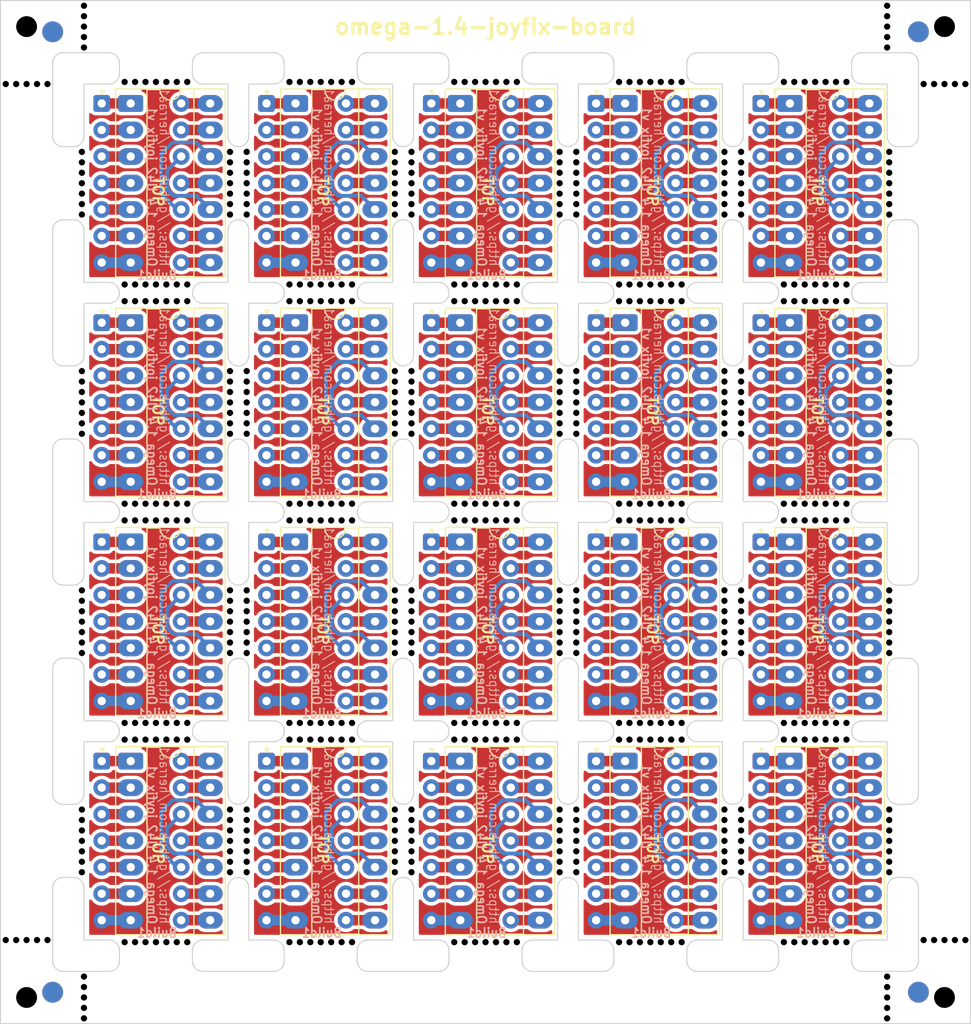
<source format=kicad_pcb>
(kicad_pcb (version 20241229) (generator "pcbnew") (generator_version "9.0")
  (title_block (title "Omega 1.4 U42 joyfix v1") (date "2025-09-14") (rev "Build1") (company "Albert Herranz"))
  (layers (0 "F.Cu" signal) (2 "B.Cu" signal) (13 "F.Paste" user) (15 "B.Paste" user) (5 "F.SilkS" user "F.Silkscreen") (7 "B.SilkS" user "B.Silkscreen") (1 "F.Mask" user) (3 "B.Mask" user) (25 "Edge.Cuts" user))
  (net 0 "")
  (net 1 "Board_0-/GND")
  (net 2 "Board_0-/J1TRG1")
  (net 3 "Board_0-/J1TRG2")
  (net 4 "Board_0-/J2TRG1")
  (net 5 "Board_0-/J2TRG2")
  (net 6 "Board_0-/JB0")
  (net 7 "Board_0-/JB1")
  (net 8 "Board_0-/JB2")
  (net 9 "Board_0-/JB3")
  (net 10 "Board_0-/VCC")
  (net 11 "Board_0-Net-(J1-Pin_5)")
  (net 12 "Board_0-Net-(J1-Pin_6)")
  (net 13 "Board_0-Net-(J1-Pin_8)")
  (net 14 "Board_0-Net-(J1-Pin_9)")
  (net 15 "Board_1-/GND")
  (net 16 "Board_1-/J1TRG1")
  (net 17 "Board_1-/J1TRG2")
  (net 18 "Board_1-/J2TRG1")
  (net 19 "Board_1-/J2TRG2")
  (net 20 "Board_1-/JB0")
  (net 21 "Board_1-/JB1")
  (net 22 "Board_1-/JB2")
  (net 23 "Board_1-/JB3")
  (net 24 "Board_1-/VCC")
  (net 25 "Board_1-Net-(J1-Pin_5)")
  (net 26 "Board_1-Net-(J1-Pin_6)")
  (net 27 "Board_1-Net-(J1-Pin_8)")
  (net 28 "Board_1-Net-(J1-Pin_9)")
  (net 29 "Board_2-/GND")
  (net 30 "Board_2-/J1TRG1")
  (net 31 "Board_2-/J1TRG2")
  (net 32 "Board_2-/J2TRG1")
  (net 33 "Board_2-/J2TRG2")
  (net 34 "Board_2-/JB0")
  (net 35 "Board_2-/JB1")
  (net 36 "Board_2-/JB2")
  (net 37 "Board_2-/JB3")
  (net 38 "Board_2-/VCC")
  (net 39 "Board_2-Net-(J1-Pin_5)")
  (net 40 "Board_2-Net-(J1-Pin_6)")
  (net 41 "Board_2-Net-(J1-Pin_8)")
  (net 42 "Board_2-Net-(J1-Pin_9)")
  (net 43 "Board_3-/GND")
  (net 44 "Board_3-/J1TRG1")
  (net 45 "Board_3-/J1TRG2")
  (net 46 "Board_3-/J2TRG1")
  (net 47 "Board_3-/J2TRG2")
  (net 48 "Board_3-/JB0")
  (net 49 "Board_3-/JB1")
  (net 50 "Board_3-/JB2")
  (net 51 "Board_3-/JB3")
  (net 52 "Board_3-/VCC")
  (net 53 "Board_3-Net-(J1-Pin_5)")
  (net 54 "Board_3-Net-(J1-Pin_6)")
  (net 55 "Board_3-Net-(J1-Pin_8)")
  (net 56 "Board_3-Net-(J1-Pin_9)")
  (net 57 "Board_4-/GND")
  (net 58 "Board_4-/J1TRG1")
  (net 59 "Board_4-/J1TRG2")
  (net 60 "Board_4-/J2TRG1")
  (net 61 "Board_4-/J2TRG2")
  (net 62 "Board_4-/JB0")
  (net 63 "Board_4-/JB1")
  (net 64 "Board_4-/JB2")
  (net 65 "Board_4-/JB3")
  (net 66 "Board_4-/VCC")
  (net 67 "Board_4-Net-(J1-Pin_5)")
  (net 68 "Board_4-Net-(J1-Pin_6)")
  (net 69 "Board_4-Net-(J1-Pin_8)")
  (net 70 "Board_4-Net-(J1-Pin_9)")
  (net 71 "Board_5-/GND")
  (net 72 "Board_5-/J1TRG1")
  (net 73 "Board_5-/J1TRG2")
  (net 74 "Board_5-/J2TRG1")
  (net 75 "Board_5-/J2TRG2")
  (net 76 "Board_5-/JB0")
  (net 77 "Board_5-/JB1")
  (net 78 "Board_5-/JB2")
  (net 79 "Board_5-/JB3")
  (net 80 "Board_5-/VCC")
  (net 81 "Board_5-Net-(J1-Pin_5)")
  (net 82 "Board_5-Net-(J1-Pin_6)")
  (net 83 "Board_5-Net-(J1-Pin_8)")
  (net 84 "Board_5-Net-(J1-Pin_9)")
  (net 85 "Board_6-/GND")
  (net 86 "Board_6-/J1TRG1")
  (net 87 "Board_6-/J1TRG2")
  (net 88 "Board_6-/J2TRG1")
  (net 89 "Board_6-/J2TRG2")
  (net 90 "Board_6-/JB0")
  (net 91 "Board_6-/JB1")
  (net 92 "Board_6-/JB2")
  (net 93 "Board_6-/JB3")
  (net 94 "Board_6-/VCC")
  (net 95 "Board_6-Net-(J1-Pin_5)")
  (net 96 "Board_6-Net-(J1-Pin_6)")
  (net 97 "Board_6-Net-(J1-Pin_8)")
  (net 98 "Board_6-Net-(J1-Pin_9)")
  (net 99 "Board_7-/GND")
  (net 100 "Board_7-/J1TRG1")
  (net 101 "Board_7-/J1TRG2")
  (net 102 "Board_7-/J2TRG1")
  (net 103 "Board_7-/J2TRG2")
  (net 104 "Board_7-/JB0")
  (net 105 "Board_7-/JB1")
  (net 106 "Board_7-/JB2")
  (net 107 "Board_7-/JB3")
  (net 108 "Board_7-/VCC")
  (net 109 "Board_7-Net-(J1-Pin_5)")
  (net 110 "Board_7-Net-(J1-Pin_6)")
  (net 111 "Board_7-Net-(J1-Pin_8)")
  (net 112 "Board_7-Net-(J1-Pin_9)")
  (net 113 "Board_8-/GND")
  (net 114 "Board_8-/J1TRG1")
  (net 115 "Board_8-/J1TRG2")
  (net 116 "Board_8-/J2TRG1")
  (net 117 "Board_8-/J2TRG2")
  (net 118 "Board_8-/JB0")
  (net 119 "Board_8-/JB1")
  (net 120 "Board_8-/JB2")
  (net 121 "Board_8-/JB3")
  (net 122 "Board_8-/VCC")
  (net 123 "Board_8-Net-(J1-Pin_5)")
  (net 124 "Board_8-Net-(J1-Pin_6)")
  (net 125 "Board_8-Net-(J1-Pin_8)")
  (net 126 "Board_8-Net-(J1-Pin_9)")
  (net 127 "Board_9-/GND")
  (net 128 "Board_9-/J1TRG1")
  (net 129 "Board_9-/J1TRG2")
  (net 130 "Board_9-/J2TRG1")
  (net 131 "Board_9-/J2TRG2")
  (net 132 "Board_9-/JB0")
  (net 133 "Board_9-/JB1")
  (net 134 "Board_9-/JB2")
  (net 135 "Board_9-/JB3")
  (net 136 "Board_9-/VCC")
  (net 137 "Board_9-Net-(J1-Pin_5)")
  (net 138 "Board_9-Net-(J1-Pin_6)")
  (net 139 "Board_9-Net-(J1-Pin_8)")
  (net 140 "Board_9-Net-(J1-Pin_9)")
  (net 141 "Board_10-/GND")
  (net 142 "Board_10-/J1TRG1")
  (net 143 "Board_10-/J1TRG2")
  (net 144 "Board_10-/J2TRG1")
  (net 145 "Board_10-/J2TRG2")
  (net 146 "Board_10-/JB0")
  (net 147 "Board_10-/JB1")
  (net 148 "Board_10-/JB2")
  (net 149 "Board_10-/JB3")
  (net 150 "Board_10-/VCC")
  (net 151 "Board_10-Net-(J1-Pin_5)")
  (net 152 "Board_10-Net-(J1-Pin_6)")
  (net 153 "Board_10-Net-(J1-Pin_8)")
  (net 154 "Board_10-Net-(J1-Pin_9)")
  (net 155 "Board_11-/GND")
  (net 156 "Board_11-/J1TRG1")
  (net 157 "Board_11-/J1TRG2")
  (net 158 "Board_11-/J2TRG1")
  (net 159 "Board_11-/J2TRG2")
  (net 160 "Board_11-/JB0")
  (net 161 "Board_11-/JB1")
  (net 162 "Board_11-/JB2")
  (net 163 "Board_11-/JB3")
  (net 164 "Board_11-/VCC")
  (net 165 "Board_11-Net-(J1-Pin_5)")
  (net 166 "Board_11-Net-(J1-Pin_6)")
  (net 167 "Board_11-Net-(J1-Pin_8)")
  (net 168 "Board_11-Net-(J1-Pin_9)")
  (net 169 "Board_12-/GND")
  (net 170 "Board_12-/J1TRG1")
  (net 171 "Board_12-/J1TRG2")
  (net 172 "Board_12-/J2TRG1")
  (net 173 "Board_12-/J2TRG2")
  (net 174 "Board_12-/JB0")
  (net 175 "Board_12-/JB1")
  (net 176 "Board_12-/JB2")
  (net 177 "Board_12-/JB3")
  (net 178 "Board_12-/VCC")
  (net 179 "Board_12-Net-(J1-Pin_5)")
  (net 180 "Board_12-Net-(J1-Pin_6)")
  (net 181 "Board_12-Net-(J1-Pin_8)")
  (net 182 "Board_12-Net-(J1-Pin_9)")
  (net 183 "Board_13-/GND")
  (net 184 "Board_13-/J1TRG1")
  (net 185 "Board_13-/J1TRG2")
  (net 186 "Board_13-/J2TRG1")
  (net 187 "Board_13-/J2TRG2")
  (net 188 "Board_13-/JB0")
  (net 189 "Board_13-/JB1")
  (net 190 "Board_13-/JB2")
  (net 191 "Board_13-/JB3")
  (net 192 "Board_13-/VCC")
  (net 193 "Board_13-Net-(J1-Pin_5)")
  (net 194 "Board_13-Net-(J1-Pin_6)")
  (net 195 "Board_13-Net-(J1-Pin_8)")
  (net 196 "Board_13-Net-(J1-Pin_9)")
  (net 197 "Board_14-/GND")
  (net 198 "Board_14-/J1TRG1")
  (net 199 "Board_14-/J1TRG2")
  (net 200 "Board_14-/J2TRG1")
  (net 201 "Board_14-/J2TRG2")
  (net 202 "Board_14-/JB0")
  (net 203 "Board_14-/JB1")
  (net 204 "Board_14-/JB2")
  (net 205 "Board_14-/JB3")
  (net 206 "Board_14-/VCC")
  (net 207 "Board_14-Net-(J1-Pin_5)")
  (net 208 "Board_14-Net-(J1-Pin_6)")
  (net 209 "Board_14-Net-(J1-Pin_8)")
  (net 210 "Board_14-Net-(J1-Pin_9)")
  (net 211 "Board_15-/GND")
  (net 212 "Board_15-/J1TRG1")
  (net 213 "Board_15-/J1TRG2")
  (net 214 "Board_15-/J2TRG1")
  (net 215 "Board_15-/J2TRG2")
  (net 216 "Board_15-/JB0")
  (net 217 "Board_15-/JB1")
  (net 218 "Board_15-/JB2")
  (net 219 "Board_15-/JB3")
  (net 220 "Board_15-/VCC")
  (net 221 "Board_15-Net-(J1-Pin_5)")
  (net 222 "Board_15-Net-(J1-Pin_6)")
  (net 223 "Board_15-Net-(J1-Pin_8)")
  (net 224 "Board_15-Net-(J1-Pin_9)")
  (net 225 "Board_16-/GND")
  (net 226 "Board_16-/J1TRG1")
  (net 227 "Board_16-/J1TRG2")
  (net 228 "Board_16-/J2TRG1")
  (net 229 "Board_16-/J2TRG2")
  (net 230 "Board_16-/JB0")
  (net 231 "Board_16-/JB1")
  (net 232 "Board_16-/JB2")
  (net 233 "Board_16-/JB3")
  (net 234 "Board_16-/VCC")
  (net 235 "Board_16-Net-(J1-Pin_5)")
  (net 236 "Board_16-Net-(J1-Pin_6)")
  (net 237 "Board_16-Net-(J1-Pin_8)")
  (net 238 "Board_16-Net-(J1-Pin_9)")
  (net 239 "Board_17-/GND")
  (net 240 "Board_17-/J1TRG1")
  (net 241 "Board_17-/J1TRG2")
  (net 242 "Board_17-/J2TRG1")
  (net 243 "Board_17-/J2TRG2")
  (net 244 "Board_17-/JB0")
  (net 245 "Board_17-/JB1")
  (net 246 "Board_17-/JB2")
  (net 247 "Board_17-/JB3")
  (net 248 "Board_17-/VCC")
  (net 249 "Board_17-Net-(J1-Pin_5)")
  (net 250 "Board_17-Net-(J1-Pin_6)")
  (net 251 "Board_17-Net-(J1-Pin_8)")
  (net 252 "Board_17-Net-(J1-Pin_9)")
  (net 253 "Board_18-/GND")
  (net 254 "Board_18-/J1TRG1")
  (net 255 "Board_18-/J1TRG2")
  (net 256 "Board_18-/J2TRG1")
  (net 257 "Board_18-/J2TRG2")
  (net 258 "Board_18-/JB0")
  (net 259 "Board_18-/JB1")
  (net 260 "Board_18-/JB2")
  (net 261 "Board_18-/JB3")
  (net 262 "Board_18-/VCC")
  (net 263 "Board_18-Net-(J1-Pin_5)")
  (net 264 "Board_18-Net-(J1-Pin_6)")
  (net 265 "Board_18-Net-(J1-Pin_8)")
  (net 266 "Board_18-Net-(J1-Pin_9)")
  (net 267 "Board_19-/GND")
  (net 268 "Board_19-/J1TRG1")
  (net 269 "Board_19-/J1TRG2")
  (net 270 "Board_19-/J2TRG1")
  (net 271 "Board_19-/J2TRG2")
  (net 272 "Board_19-/JB0")
  (net 273 "Board_19-/JB1")
  (net 274 "Board_19-/JB2")
  (net 275 "Board_19-/JB3")
  (net 276 "Board_19-/VCC")
  (net 277 "Board_19-Net-(J1-Pin_5)")
  (net 278 "Board_19-Net-(J1-Pin_6)")
  (net 279 "Board_19-Net-(J1-Pin_8)")
  (net 280 "Board_19-Net-(J1-Pin_9)")
  (footprint "NPTH" (layer "F.Cu") (at 155.6 103.5)
    (property "Reference" "KiKit_MB_70_8" (hide yes))
    (property "Value" "NPTH" (hide yes))
  )
  (footprint "NPTH" (layer "F.Cu") (at 134.7 69.8)
    (property "Reference" "KiKit_MB_47_7" (hide yes))
    (property "Value" "NPTH" (hide yes))
  )
  (footprint "NPTH" (layer "F.Cu") (at 155.6 56.5)
    (property "Reference" "KiKit_MB_30_3" (hide yes))
    (property "Value" "NPTH" (hide yes))
  )
  (footprint "NPTH" (layer "F.Cu") (at 113.9 47.2)
    (property "Reference" "KiKit_MB_4_8" (hide yes))
    (property "Value" "NPTH" (hide yes))
  )
  (footprint "NPTH" (layer "F.Cu") (at 155.6 78.5)
    (property "Reference" "KiKit_MB_50_4" (hide yes))
    (property "Value" "NPTH" (hide yes))
  )
  (footprint "My_Components:DIP-14_W7.62mm_Socket_Custom" (layer "F.Cu") (at 174.9 29.86)
    (property "Reference" "J1" (hide yes))
    (property "Value" "To Motherboard" (hide yes))
  )
  (footprint "NPTH" (layer "F.Cu") (at 157.2 103.5)
    (property "Reference" "KiKit_MB_73_2" (hide yes))
    (property "Value" "NPTH" (hide yes))
  )
  (footprint "NPTH" (layer "F.Cu") (at 187 20.5)
    (property "Reference" "KiKit_MB_82_2" (hide yes))
    (property "Value" "NPTH" (hide yes))
  )
  (footprint "NPTH" (layer "F.Cu") (at 105.5 28)
    (property "Reference" "KiKit_MB_85_5" (hide yes))
    (property "Value" "NPTH" (hide yes))
  )
  (footprint "NPTH" (layer "F.Cu") (at 109.8 55.5)
    (property "Reference" "KiKit_MB_21_8" (hide yes))
    (property "Value" "NPTH" (hide yes))
  )
  (footprint "NPTH" (layer "F.Cu") (at 135.7 69.8)
    (property "Reference" "KiKit_MB_47_8" (hide yes))
    (property "Value" "NPTH" (hide yes))
  )
  (footprint "NPTH" (layer "F.Cu") (at 114.9 68.2)
    (property "Reference" "KiKit_MB_24_7" (hide yes))
    (property "Value" "NPTH" (hide yes))
  )
  (footprint "NPTH" (layer "F.Cu") (at 163.3 47.2)
    (property "Reference" "KiKit_MB_16_6" (hide yes))
    (property "Value" "NPTH" (hide yes))
  )
  (footprint "NPTH" (layer "F.Cu") (at 141.4 79.5)
    (property "Reference" "KiKit_MB_49_5" (hide yes))
    (property "Value" "NPTH" (hide yes))
  )
  (footprint "NPTH" (layer "F.Cu") (at 161.3 69.8)
    (property "Reference" "KiKit_MB_55_2" (hide yes))
    (property "Value" "NPTH" (hide yes))
  )
  (footprint "NPTH" (layer "F.Cu") (at 171.4 38.5)
    (property "Reference" "KiKit_MB_14_6" (hide yes))
    (property "Value" "NPTH" (hide yes))
  )
  (footprint "NPTH" (layer "F.Cu") (at 157.2 59.5)
    (property "Reference" "KiKit_MB_33_4" (hide yes))
    (property "Value" "NPTH" (hide yes))
  )
  (footprint "NPTH" (layer "F.Cu") (at 155.6 35.5)
    (property "Reference" "KiKit_MB_10_3" (hide yes))
    (property "Value" "NPTH" (hide yes))
  )
  (footprint "NPTH" (layer "F.Cu") (at 146.5 47.2)
    (property "Reference" "KiKit_MB_12_7" (hide yes))
    (property "Value" "NPTH" (hide yes))
  )
  (footprint "NPTH" (layer "F.Cu") (at 109.8 56.5)
    (property "Reference" "KiKit_MB_21_7" (hide yes))
    (property "Value" "NPTH" (hide yes))
  )
  (footprint "NPTH" (layer "F.Cu") (at 187.2 56.5)
    (property "Reference" "KiKit_MB_38_3" (hide yes))
    (property "Value" "NPTH" (hide yes))
  )
  (footprint "NPTH" (layer "F.Cu") (at 125.6 98.5)
    (property "Reference" "KiKit_MB_65_7" (hide yes))
    (property "Value" "NPTH" (hide yes))
  )
  (footprint "NPTH" (layer "F.Cu") (at 109.8 60.5)
    (property "Reference" "KiKit_MB_21_3" (hide yes))
    (property "Value" "NPTH" (hide yes))
  )
  (footprint "NPTH" (layer "F.Cu") (at 151.5 47.2)
    (property "Reference" "KiKit_MB_12_2" (hide yes))
    (property "Value" "NPTH" (hide yes))
  )
  (footprint "NPTH" (layer "F.Cu") (at 125.6 40.5)
    (property "Reference" "KiKit_MB_5_2" (hide yes))
    (property "Value" "NPTH" (hide yes))
  )
  (footprint "NPTH" (layer "F.Cu") (at 179.1 48.8)
    (property "Reference" "KiKit_MB_39_4" (hide yes))
    (property "Value" "NPTH" (hide yes))
  )
  (footprint "NPTH" (layer "F.Cu") (at 161.3 27.8)
    (property "Reference" "KiKit_MB_15_2" (hide yes))
    (property "Value" "NPTH" (hide yes))
  )
  (footprint "NPTH" (layer "F.Cu") (at 187 113.5)
    (property "Reference" "KiKit_MB_84_2" (hide yes))
    (property "Value" "NPTH" (hide yes))
  )
  (footprint "NPTH" (layer "F.Cu") (at 173 103.5)
    (property "Reference" "KiKit_MB_77_2" (hide yes))
    (property "Value" "NPTH" (hide yes))
  )
  (footprint "Package_DIP:DIP-14_W7.62mm_Socket_LongPads" (layer "F.Cu") (at 130.28 92.86)
    (property "Reference" "J2" (hide yes))
    (property "Value" "To 74LS07" (hide yes))
  )
  (footprint "NPTH" (layer "F.Cu") (at 131.7 69.8)
    (property "Reference" "KiKit_MB_47_4" (hide yes))
    (property "Value" "NPTH" (hide yes))
  )
  (footprint "NPTH" (layer "F.Cu") (at 145.5 47.2)
    (property "Reference" "KiKit_MB_12_8" (hide yes))
    (property "Value" "NPTH" (hide yes))
  )
  (footprint "NPTH" (layer "F.Cu") (at 181.1 89.2)
    (property "Reference" "KiKit_MB_60_4" (hide yes))
    (property "Value" "NPTH" (hide yes))
  )
  (footprint "Fiducial" (layer "F.Cu") (at 107 23)
    (property "Reference" "KiKit_FID_T_1" (hide yes))
    (property "Value" "Fiducial" (hide yes))
  )
  (footprint "NPTH" (layer "F.Cu") (at 114.9 90.8)
    (property "Reference" "KiKit_MB_63_3" (hide yes))
    (property "Value" "NPTH" (hide yes))
  )
  (footprint "NPTH" (layer "F.Cu") (at 164.3 48.8)
    (property "Reference" "KiKit_MB_35_5" (hide yes))
    (property "Value" "NPTH" (hide yes))
  )
  (footprint "NPTH" (layer "F.Cu") (at 165.3 89.2)
    (property "Reference" "KiKit_MB_56_4" (hide yes))
    (property "Value" "NPTH" (hide yes))
  )
  (footprint "NPTH" (layer "F.Cu") (at 166.3 68.2)
    (property "Reference" "KiKit_MB_36_3" (hide yes))
    (property "Value" "NPTH" (hide yes))
  )
  (footprint "NPTH" (layer "F.Cu") (at 177.1 27.8)
    (property "Reference" "KiKit_MB_19_2" (hide yes))
    (property "Value" "NPTH" (hide yes))
  )
  (footprint "NPTH" (layer "F.Cu") (at 167.3 68.2)
    (property "Reference" "KiKit_MB_36_2" (hide yes))
    (property "Value" "NPTH" (hide yes))
  )
  (footprint "NPTH" (layer "F.Cu") (at 139.8 98.5)
    (property "Reference" "KiKit_MB_66_3" (hide yes))
    (property "Value" "NPTH" (hide yes))
  )
  (footprint "NPTH" (layer "F.Cu") (at 104.5 22.5)
    (property "Reference" "KiKit_TO_1" (hide yes))
    (property "Value" "NPTH" (hide yes))
  )
  (footprint "NPTH" (layer "F.Cu") (at 177.1 68.2)
    (property "Reference" "KiKit_MB_40_8" (hide yes))
    (property "Value" "NPTH" (hide yes))
  )
  (footprint "NPTH" (layer "F.Cu") (at 178.1 90.8)
    (property "Reference" "KiKit_MB_79_3" (hide yes))
    (property "Value" "NPTH" (hide yes))
  )
  (footprint "NPTH" (layer "F.Cu") (at 151.5 90.8)
    (property "Reference" "KiKit_MB_71_8" (hide yes))
    (property "Value" "NPTH" (hide yes))
  )
  (footprint "NPTH" (layer "F.Cu") (at 157.2 102.5)
    (property "Reference" "KiKit_MB_73_3" (hide yes))
    (property "Value" "NPTH" (hide yes))
  )
  (footprint "NPTH" (layer "F.Cu") (at 141.4 55.5)
    (property "Reference" "KiKit_MB_29_8" (hide yes))
    (property "Value" "NPTH" (hide yes))
  )
  (footprint "NPTH" (layer "F.Cu") (at 179.1 69.8)
    (property "Reference" "KiKit_MB_59_4" (hide yes))
    (property "Value" "NPTH" (hide yes))
  )
  (footprint "NPTH" (layer "F.Cu") (at 109.8 59.5)
    (property "Reference" "KiKit_MB_21_4" (hide yes))
    (property "Value" "NPTH" (hide yes))
  )
  (footprint "NPTH" (layer "F.Cu") (at 166.3 89.2)
    (property "Reference" "KiKit_MB_56_3" (hide yes))
    (property "Value" "NPTH" (hide yes))
  )
  (footprint "NPTH" (layer "F.Cu") (at 163.3 68.2)
    (property "Reference" "KiKit_MB_36_6" (hide yes))
    (property "Value" "NPTH" (hide yes))
  )
  (footprint "NPTH" (layer "F.Cu") (at 187 23.5)
    (property "Reference" "KiKit_MB_82_5" (hide yes))
    (property "Value" "NPTH" (hide yes))
  )
  (footprint "NPTH" (layer "F.Cu") (at 155.6 82.5)
    (property "Reference" "KiKit_MB_50_8" (hide yes))
    (property "Value" "NPTH" (hide yes))
  )
  (footprint "NPTH" (layer "F.Cu") (at 115.9 90.8)
    (property "Reference" "KiKit_MB_63_4" (hide yes))
    (property "Value" "NPTH" (hide yes))
  )
  (footprint "NPTH" (layer "F.Cu") (at 173 102.5)
    (property "Reference" "KiKit_MB_77_3" (hide yes))
    (property "Value" "NPTH" (hide yes))
  )
  (footprint "NPTH" (layer "F.Cu") (at 102.5 110)
    (property "Reference" "KiKit_MB_86_2" (hide yes))
    (property "Value" "NPTH" (hide yes))
  )
  (footprint "NPTH" (layer "F.Cu") (at 148.5 47.2)
    (property "Reference" "KiKit_MB_12_5" (hide yes))
    (property "Value" "NPTH" (hide yes))
  )
  (footprint "NPTH" (layer "F.Cu") (at 124 99.5)
    (property "Reference" "KiKit_MB_62_4" (hide yes))
    (property "Value" "NPTH" (hide yes))
  )
  (footprint "NPTH" (layer "F.Cu") (at 194.5 28)
    (property "Reference" "KiKit_MB_87_6" (hide yes))
    (property "Value" "NPTH" (hide yes))
  )
  (footprint "NPTH" (layer "F.Cu") (at 131.7 27.8)
    (property "Reference" "KiKit_MB_7_4" (hide yes))
    (property "Value" "NPTH" (hide yes))
  )
  (footprint "NPTH" (layer "F.Cu") (at 177.1 48.8)
    (property "Reference" "KiKit_MB_39_2" (hide yes))
    (property "Value" "NPTH" (hide yes))
  )
  (footprint "NPTH" (layer "F.Cu") (at 124 56.5)
    (property "Reference" "KiKit_MB_22_3" (hide yes))
    (property "Value" "NPTH" (hide yes))
  )
  (footprint "NPTH" (layer "F.Cu") (at 141.4 61.5)
    (property "Reference" "KiKit_MB_29_2" (hide yes))
    (property "Value" "NPTH" (hide yes))
  )
  (footprint "My_Components:DIP-14_W7.62mm_Socket_Custom" (layer "F.Cu") (at 174.9 50.86)
    (property "Reference" "J1" (hide yes))
    (property "Value" "To Motherboard" (hide yes))
  )
  (footprint "NPTH" (layer "F.Cu") (at 165.3 48.8)
    (property "Reference" "KiKit_MB_35_6" (hide yes))
    (property "Value" "NPTH" (hide yes))
  )
  (footprint "NPTH" (layer "F.Cu") (at 113.9 69.8)
    (property "Reference" "KiKit_MB_43_2" (hide yes))
    (property "Value" "NPTH" (hide yes))
  )
  (footprint "NPTH" (layer "F.Cu") (at 161.3 48.8)
    (property "Reference" "KiKit_MB_35_2" (hide yes))
    (property "Value" "NPTH" (hide yes))
  )
  (footprint "NPTH" (layer "F.Cu") (at 187.2 60.5)
    (property "Reference" "KiKit_MB_38_7" (hide yes))
    (property "Value" "NPTH" (hide yes))
  )
  (footprint "NPTH" (layer "F.Cu") (at 145.5 68.2)
    (property "Reference" "KiKit_MB_32_8" (hide yes))
    (property "Value" "NPTH" (hide yes))
  )
  (footprint "NPTH" (layer "F.Cu") (at 110 22.5)
    (property "Reference" "KiKit_MB_81_4" (hide yes))
    (property "Value" "NPTH" (hide yes))
  )
  (footprint "NPTH" (layer "F.Cu") (at 187 114.5)
    (property "Reference" "KiKit_MB_84_3" (hide yes))
    (property "Value" "NPTH" (hide yes))
  )
  (footprint "NPTH" (layer "F.Cu") (at 187.2 39.5)
    (property "Reference" "KiKit_MB_18_7" (hide yes))
    (property "Value" "NPTH" (hide yes))
  )
  (footprint "NPTH" (layer "F.Cu") (at 179.1 90.8)
    (property "Reference" "KiKit_MB_79_4" (hide yes))
    (property "Value" "NPTH" (hide yes))
  )
  (footprint "My_Components:DIP-14_W7.62mm_Socket_Custom" (layer "F.Cu") (at 127.5 71.86)
    (property "Reference" "J1" (hide yes))
    (property "Value" "To Motherboard" (hide yes))
  )
  (footprint "NPTH" (layer "F.Cu") (at 125.6 81.5)
    (property "Reference" "KiKit_MB_45_3" (hide yes))
    (property "Value" "NPTH" (hide yes))
  )
  (footprint "NPTH" (layer "F.Cu") (at 139.8 56.5)
    (property "Reference" "KiKit_MB_26_3" (hide yes))
    (property "Value" "NPTH" (hide yes))
  )
  (footprint "NPTH" (layer "F.Cu") (at 139.8 82.5)
    (property "Reference" "KiKit_MB_46_8" (hide yes))
    (property "Value" "NPTH" (hide yes))
  )
  (footprint "NPTH" (layer "F.Cu") (at 109.8 38.5)
    (property "Reference" "KiKit_MB_1_4" (hide yes))
    (property "Value" "NPTH" (hide yes))
  )
  (footprint "NPTH" (layer "F.Cu") (at 167.3 48.8)
    (property "Reference" "KiKit_MB_35_8" (hide yes))
    (property "Value" "NPTH" (hide yes))
  )
  (footprint "NPTH" (layer "F.Cu") (at 117.9 69.8)
    (property "Reference" "KiKit_MB_43_6" (hide yes))
    (property "Value" "NPTH" (hide yes))
  )
  (footprint "NPTH" (layer "F.Cu") (at 135.7 27.8)
    (property "Reference" "KiKit_MB_7_8" (hide yes))
    (property "Value" "NPTH" (hide yes))
  )
  (footprint "NPTH" (layer "F.Cu") (at 166.3 27.8)
    (property "Reference" "KiKit_MB_15_7" (hide yes))
    (property "Value" "NPTH" (hide yes))
  )
  (footprint "NPTH" (layer "F.Cu") (at 116.9 69.8)
    (property "Reference" "KiKit_MB_43_5" (hide yes))
    (property "Value" "NPTH" (hide yes))
  )
  (footprint "NPTH" (layer "F.Cu") (at 124 38.5)
    (property "Reference" "KiKit_MB_2_6" (hide yes))
    (property "Value" "NPTH" (hide yes))
  )
  (footprint "NPTH" (layer "F.Cu") (at 139.8 40.5)
    (property "Reference" "KiKit_MB_6_8" (hide yes))
    (property "Value" "NPTH" (hide yes))
  )
  (footprint "NPTH" (layer "F.Cu") (at 173 39.5)
    (property "Reference" "KiKit_MB_17_3" (hide yes))
    (property "Value" "NPTH" (hide yes))
  )
  (footprint "NPTH" (layer "F.Cu") (at 104.5 28)
    (property "Reference" "KiKit_MB_85_4" (hide yes))
    (property "Value" "NPTH" (hide yes))
  )
  (footprint "NPTH" (layer "F.Cu") (at 155.6 39.5)
    (property "Reference" "KiKit_MB_10_7" (hide yes))
    (property "Value" "NPTH" (hide yes))
  )
  (footprint "NPTH" (layer "F.Cu") (at 141.4 59.5)
    (property "Reference" "KiKit_MB_29_4" (hide yes))
    (property "Value" "NPTH" (hide yes))
  )
  (footprint "NPTH" (layer "F.Cu") (at 124 101.5)
    (property "Reference" "KiKit_MB_62_6" (hide yes))
    (property "Value" "NPTH" (hide yes))
  )
  (footprint "NPTH" (layer "F.Cu") (at 181.1 68.2)
    (property "Reference" "KiKit_MB_40_4" (hide yes))
    (property "Value" "NPTH" (hide yes))
  )
  (footprint "NPTH" (layer "F.Cu") (at 125.6 58.5)
    (property "Reference" "KiKit_MB_25_5" (hide yes))
    (property "Value" "NPTH" (hide yes))
  )
  (footprint "NPTH" (layer "F.Cu") (at 171.4 57.5)
    (property "Reference" "KiKit_MB_34_4" (hide yes))
    (property "Value" "NPTH" (hide yes))
  )
  (footprint "NPTH" (layer "F.Cu") (at 133.7 110.2)
    (property "Reference" "KiKit_MB_68_4" (hide yes))
    (property "Value" "NPTH" (hide yes))
  )
  (footprint "NPTH" (layer "F.Cu") (at 114.9 69.8)
    (property "Reference" "KiKit_MB_43_3" (hide yes))
    (property "Value" "NPTH" (hide yes))
  )
  (footprint "NPTH" (layer "F.Cu") (at 173 100.5)
    (property "Reference" "KiKit_MB_77_5" (hide yes))
    (property "Value" "NPTH" (hide yes))
  )
  (footprint "NPTH" (layer "F.Cu") (at 119.9 89.2)
    (property "Reference" "KiKit_MB_44_2" (hide yes))
    (property "Value" "NPTH" (hide yes))
  )
  (footprint "NPTH" (layer "F.Cu") (at 157.2 55.5)
    (property "Reference" "KiKit_MB_33_8" (hide yes))
    (property "Value" "NPTH" (hide yes))
  )
  (footprint "NPTH" (layer "F.Cu") (at 125.6 38.5)
    (property "Reference" "KiKit_MB_5_4" (hide yes))
    (property "Value" "NPTH" (hide yes))
  )
  (footprint "NPTH" (layer "F.Cu") (at 157.2 57.5)
    (property "Reference" "KiKit_MB_33_6" (hide yes))
    (property "Value" "NPTH" (hide yes))
  )
  (footprint "NPTH" (layer "F.Cu") (at 109.8 98.5)
    (property "Reference" "KiKit_MB_61_7" (hide yes))
    (property "Value" "NPTH" (hide yes))
  )
  (footprint "NPTH" (layer "F.Cu") (at 182.1 68.2)
    (property "Reference" "KiKit_MB_40_3" (hide yes))
    (property "Value" "NPTH" (hide yes))
  )
  (footprint "NPTH" (layer "F.Cu") (at 124 98.5)
    (property "Reference" "KiKit_MB_62_3" (hide yes))
    (property "Value" "NPTH" (hide yes))
  )
  (footprint "NPTH" (layer "F.Cu") (at 129.7 69.8)
    (property "Reference" "KiKit_MB_47_2" (hide yes))
    (property "Value" "NPTH" (hide yes))
  )
  (footprint "NPTH" (layer "F.Cu") (at 165.3 47.2)
    (property "Reference" "KiKit_MB_16_4" (hide yes))
    (property "Value" "NPTH" (hide yes))
  )
  (footprint "NPTH" (layer "F.Cu") (at 125.6 35.5)
    (property "Reference" "KiKit_MB_5_7" (hide yes))
    (property "Value" "NPTH" (hide yes))
  )
  (footprint "NPTH" (layer "F.Cu") (at 187 117.5)
    (property "Reference" "KiKit_MB_84_6" (hide yes))
    (property "Value" "NPTH" (hide yes))
  )
  (footprint "NPTH" (layer "F.Cu") (at 129.7 27.8)
    (property "Reference" "KiKit_MB_7_2" (hide yes))
    (property "Value" "NPTH" (hide yes))
  )
  (footprint "NPTH" (layer "F.Cu") (at 124 78.5)
    (property "Reference" "KiKit_MB_42_4" (hide yes))
    (property "Value" "NPTH" (hide yes))
  )
  (footprint "NPTH" (layer "F.Cu") (at 134.7 90.8)
    (property "Reference" "KiKit_MB_67_7" (hide yes))
    (property "Value" "NPTH" (hide yes))
  )
  (footprint "NPTH" (layer "F.Cu") (at 109.8 57.5)
    (property "Reference" "KiKit_MB_21_6" (hide yes))
    (property "Value" "NPTH" (hide yes))
  )
  (footprint "NPTH" (layer "F.Cu") (at 187.2 37.5)
    (property "Reference" "KiKit_MB_18_5" (hide yes))
    (property "Value" "NPTH" (hide yes))
  )
  (footprint "NPTH" (layer "F.Cu") (at 173 97.5)
    (property "Reference" "KiKit_MB_77_8" (hide yes))
    (property "Value" "NPTH" (hide yes))
  )
  (footprint "NPTH" (layer "F.Cu") (at 116.9 89.2)
    (property "Reference" "KiKit_MB_44_5" (hide yes))
    (property "Value" "NPTH" (hide yes))
  )
  (footprint "NPTH" (layer "F.Cu") (at 187.2 82.5)
    (property "Reference" "KiKit_MB_58_8" (hide yes))
    (property "Value" "NPTH" (hide yes))
  )
  (footprint "NPTH" (layer "F.Cu") (at 109.8 39.5)
    (property "Reference" "KiKit_MB_1_3" (hide yes))
    (property "Value" "NPTH" (hide yes))
  )
  (footprint "My_Components:DIP-14_W7.62mm_Socket_Custom" (layer "F.Cu") (at 143.3 50.86)
    (property "Reference" "J1" (hide yes))
    (property "Value" "To Motherboard" (hide yes))
  )
  (footprint "NPTH" (layer "F.Cu") (at 132.7 68.2)
    (property "Reference" "KiKit_MB_28_5" (hide yes))
    (property "Value" "NPTH" (hide yes))
  )
  (footprint "NPTH" (layer "F.Cu") (at 149.5 48.8)
    (property "Reference" "KiKit_MB_31_6" (hide yes))
    (property "Value" "NPTH" (hide yes))
  )
  (footprint "NPTH" (layer "F.Cu") (at 187.2 80.5)
    (property "Reference" "KiKit_MB_58_6" (hide yes))
    (property "Value" "NPTH" (hide yes))
  )
  (footprint "My_Components:DIP-14_W7.62mm_Socket_Custom" (layer "F.Cu") (at 143.3 92.86)
    (property "Reference" "J1" (hide yes))
    (property "Value" "To Motherboard" (hide yes))
  )
  (footprint "NPTH" (layer "F.Cu") (at 173 60.5)
    (property "Reference" "KiKit_MB_37_3" (hide yes))
    (property "Value" "NPTH" (hide yes))
  )
  (footprint "NPTH" (layer "F.Cu") (at 149.5 27.8)
    (property "Reference" "KiKit_MB_11_6" (hide yes))
    (property "Value" "NPTH" (hide yes))
  )
  (footprint "NPTH" (layer "F.Cu") (at 116.9 47.2)
    (property "Reference" "KiKit_MB_4_5" (hide yes))
    (property "Value" "NPTH" (hide yes))
  )
  (footprint "NPTH" (layer "F.Cu") (at 171.4 77.5)
    (property "Reference" "KiKit_MB_54_3" (hide yes))
    (property "Value" "NPTH" (hide yes))
  )
  (footprint "NPTH" (layer "F.Cu") (at 119.9 90.8)
    (property "Reference" "KiKit_MB_63_8" (hide yes))
    (property "Value" "NPTH" (hide yes))
  )
  (footprint "NPTH" (layer "F.Cu") (at 139.8 81.5)
    (property "Reference" "KiKit_MB_46_7" (hide yes))
    (property "Value" "NPTH" (hide yes))
  )
  (footprint "NPTH" (layer "F.Cu") (at 110 20.5)
    (property "Reference" "KiKit_MB_81_2" (hide yes))
    (property "Value" "NPTH" (hide yes))
  )
  (footprint "NPTH" (layer "F.Cu") (at 148.5 90.8)
    (property "Reference" "KiKit_MB_71_5" (hide yes))
    (property "Value" "NPTH" (hide yes))
  )
  (footprint "NPTH" (layer "F.Cu") (at 132.7 69.8)
    (property "Reference" "KiKit_MB_47_5" (hide yes))
    (property "Value" "NPTH" (hide yes))
  )
  (footprint "My_Components:DIP-14_W7.62mm_Socket_Custom" (layer "F.Cu") (at 111.7 50.86)
    (property "Reference" "J1" (hide yes))
    (property "Value" "To Motherboard" (hide yes))
  )
  (footprint "NPTH" (layer "F.Cu") (at 157.2 80.5)
    (property "Reference" "KiKit_MB_53_4" (hide yes))
    (property "Value" "NPTH" (hide yes))
  )
  (footprint "NPTH" (layer "F.Cu") (at 141.4 103.5)
    (property "Reference" "KiKit_MB_69_2" (hide yes))
    (property "Value" "NPTH" (hide yes))
  )
  (footprint "NPTH" (layer "F.Cu") (at 179.1 47.2)
    (property "Reference" "KiKit_MB_20_6" (hide yes))
    (property "Value" "NPTH" (hide yes))
  )
  (footprint "NPTH" (layer "F.Cu") (at 187.2 99.5)
    (property "Reference" "KiKit_MB_78_4" (hide yes))
    (property "Value" "NPTH" (hide yes))
  )
  (footprint "Package_DIP:DIP-14_W7.62mm_Socket_LongPads" (layer "F.Cu") (at 177.68 29.86)
    (property "Reference" "J2" (hide yes))
    (property "Value" "To 74LS07" (hide yes))
  )
  (footprint "NPTH" (layer "F.Cu") (at 171.4 60.5)
    (property "Reference" "KiKit_MB_34_7" (hide yes))
    (property "Value" "NPTH" (hide yes))
  )
  (footprint "NPTH" (layer "F.Cu") (at 151.5 48.8)
    (property "Reference" "KiKit_MB_31_8" (hide yes))
    (property "Value" "NPTH" (hide yes))
  )
  (footprint "NPTH" (layer "F.Cu") (at 182.1 110.2)
    (property "Reference" "KiKit_MB_80_3" (hide yes))
    (property "Value" "NPTH" (hide yes))
  )
  (footprint "NPTH" (layer "F.Cu") (at 171.4 99.5)
    (property "Reference" "KiKit_MB_74_4" (hide yes))
    (property "Value" "NPTH" (hide yes))
  )
  (footprint "NPTH" (layer "F.Cu") (at 179.1 110.2)
    (property "Reference" "KiKit_MB_80_6" (hide yes))
    (property "Value" "NPTH" (hide yes))
  )
  (footprint "NPTH" (layer "F.Cu") (at 145.5 90.8)
    (property "Reference" "KiKit_MB_71_2" (hide yes))
    (property "Value" "NPTH" (hide yes))
  )
  (footprint "NPTH" (layer "F.Cu") (at 173 40.5)
    (property "Reference" "KiKit_MB_17_2" (hide yes))
    (property "Value" "NPTH" (hide yes))
  )
  (footprint "NPTH" (layer "F.Cu") (at 181.1 48.8)
    (property "Reference" "KiKit_MB_39_6" (hide yes))
    (property "Value" "NPTH" (hide yes))
  )
  (footprint "NPTH" (layer "F.Cu") (at 129.7 89.2)
    (property "Reference" "KiKit_MB_48_8" (hide yes))
    (property "Value" "NPTH" (hide yes))
  )
  (footprint "NPTH" (layer "F.Cu") (at 149.5 47.2)
    (property "Reference" "KiKit_MB_12_4" (hide yes))
    (property "Value" "NPTH" (hide yes))
  )
  (footprint "NPTH" (layer "F.Cu") (at 125.6 57.5)
    (property "Reference" "KiKit_MB_25_6" (hide yes))
    (property "Value" "NPTH" (hide yes))
  )
  (footprint "Package_DIP:DIP-14_W7.62mm_Socket_LongPads" (layer "F.Cu") (at 161.88 92.86)
    (property "Reference" "J2" (hide yes))
    (property "Value" "To 74LS07" (hide yes))
  )
  (footprint "NPTH" (layer "F.Cu") (at 171.4 58.5)
    (property "Reference" "KiKit_MB_34_5" (hide yes))
    (property "Value" "NPTH" (hide yes))
  )
  (footprint "NPTH" (layer "F.Cu") (at 125.6 61.5)
    (property "Reference" "KiKit_MB_25_2" (hide yes))
    (property "Value" "NPTH" (hide yes))
  )
  (footprint "NPTH" (layer "F.Cu") (at 183.1 68.2)
    (property "Reference" "KiKit_MB_40_2" (hide yes))
    (property "Value" "NPTH" (hide yes))
  )
  (footprint "NPTH" (layer "F.Cu") (at 131.7 47.2)
    (property "Reference" "KiKit_MB_8_6" (hide yes))
    (property "Value" "NPTH" (hide yes))
  )
  (footprint "NPTH" (layer "F.Cu") (at 135.7 48.8)
    (property "Reference" "KiKit_MB_27_8" (hide yes))
    (property "Value" "NPTH" (hide yes))
  )
  (footprint "Package_DIP:DIP-14_W7.62mm_Socket_LongPads" (layer "F.Cu") (at 130.28 71.86)
    (property "Reference" "J2" (hide yes))
    (property "Value" "To 74LS07" (hide yes))
  )
  (footprint "NPTH" (layer "F.Cu") (at 182.1 27.8)
    (property "Reference" "KiKit_MB_19_7" (hide yes))
    (property "Value" "NPTH" (hide yes))
  )
  (footprint "NPTH" (layer "F.Cu") (at 164.3 27.8)
    (property "Reference" "KiKit_MB_15_5" (hide yes))
    (property "Value" "NPTH" (hide yes))
  )
  (footprint "NPTH" (layer "F.Cu") (at 110 114.5)
    (property "Reference" "KiKit_MB_83_3" (hide yes))
    (property "Value" "NPTH" (hide yes))
  )
  (footprint "NPTH" (layer "F.Cu") (at 141.4 82.5)
    (property "Reference" "KiKit_MB_49_2" (hide yes))
    (property "Value" "NPTH" (hide yes))
  )
  (footprint "NPTH" (layer "F.Cu") (at 167.3 27.8)
    (property "Reference" "KiKit_MB_15_8" (hide yes))
    (property "Value" "NPTH" (hide yes))
  )
  (footprint "NPTH" (layer "F.Cu") (at 139.8 103.5)
    (property "Reference" "KiKit_MB_66_8" (hide yes))
    (property "Value" "NPTH" (hide yes))
  )
  (footprint "NPTH" (layer "F.Cu") (at 114.9 110.2)
    (property "Reference" "KiKit_MB_64_7" (hide yes))
    (property "Value" "NPTH" (hide yes))
  )
  (footprint "NPTH" (layer "F.Cu") (at 131.7 90.8)
    (property "Reference" "KiKit_MB_67_4" (hide yes))
    (property "Value" "NPTH" (hide yes))
  )
  (footprint "NPTH" (layer "F.Cu") (at 109.8 103.5)
    (property "Reference" "KiKit_MB_61_2" (hide yes))
    (property "Value" "NPTH" (hide yes))
  )
  (footprint "NPTH" (layer "F.Cu") (at 165.3 27.8)
    (property "Reference" "KiKit_MB_15_6" (hide yes))
    (property "Value" "NPTH" (hide yes))
  )
  (footprint "NPTH" (layer "F.Cu") (at 117.9 90.8)
    (property "Reference" "KiKit_MB_63_6" (hide yes))
    (property "Value" "NPTH" (hide yes))
  )
  (footprint "Package_DIP:DIP-14_W7.62mm_Socket_LongPads" (layer "F.Cu") (at 146.08 92.86)
    (property "Reference" "J2" (hide yes))
    (property "Value" "To 74LS07" (hide yes))
  )
  (footprint "NPTH" (layer "F.Cu") (at 146.5 69.8)
    (property "Reference" "KiKit_MB_51_3" (hide yes))
    (property "Value" "NPTH" (hide yes))
  )
  (footprint "NPTH" (layer "F.Cu") (at 119.9 110.2)
    (property "Reference" "KiKit_MB_64_2" (hide yes))
    (property "Value" "NPTH" (hide yes))
  )
  (footprint "NPTH" (layer "F.Cu") (at 187.2 76.5)
    (property "Reference" "KiKit_MB_58_2" (hide yes))
    (property "Value" "NPTH" (hide yes))
  )
  (footprint "NPTH" (layer "F.Cu") (at 110 113.5)
    (property "Reference" "KiKit_MB_83_2" (hide yes))
    (property "Value" "NPTH" (hide yes))
  )
  (footprint "NPTH" (layer "F.Cu") (at 171.4 80.5)
    (property "Reference" "KiKit_MB_54_6" (hide yes))
    (property "Value" "NPTH" (hide yes))
  )
  (footprint "NPTH" (layer "F.Cu") (at 192.5 22.5)
    (property "Reference" "KiKit_TO_2" (hide yes))
    (property "Value" "NPTH" (hide yes))
  )
  (footprint "NPTH" (layer "F.Cu") (at 171.4 101.5)
    (property "Reference" "KiKit_MB_74_6" (hide yes))
    (property "Value" "NPTH" (hide yes))
  )
  (footprint "NPTH" (layer "F.Cu") (at 139.8 37.5)
    (property "Reference" "KiKit_MB_6_5" (hide yes))
    (property "Value" "NPTH" (hide yes))
  )
  (footprint "NPTH" (layer "F.Cu") (at 180.1 27.8)
    (property "Reference" "KiKit_MB_19_5" (hide yes))
    (property "Value" "NPTH" (hide yes))
  )
  (footprint "NPTH" (layer "F.Cu") (at 162.3 27.8)
    (property "Reference" "KiKit_MB_15_3" (hide yes))
    (property "Value" "NPTH" (hide yes))
  )
  (footprint "NPTH" (layer "F.Cu") (at 141.4 56.5)
    (property "Reference" "KiKit_MB_29_7" (hide yes))
    (property "Value" "NPTH" (hide yes))
  )
  (footprint "NPTH" (layer "F.Cu") (at 129.7 68.2)
    (property "Reference" "KiKit_MB_28_8" (hide yes))
    (property "Value" "NPTH" (hide yes))
  )
  (footprint "NPTH" (layer "F.Cu") (at 124 58.5)
    (property "Reference" "KiKit_MB_22_5" (hide yes))
    (property "Value" "NPTH" (hide yes))
  )
  (footprint "NPTH" (layer "F.Cu") (at 130.7 69.8)
    (property "Reference" "KiKit_MB_47_3" (hide yes))
    (property "Value" "NPTH" (hide yes))
  )
  (footprint "NPTH" (layer "F.Cu") (at 187 22.5)
    (property "Reference" "KiKit_MB_82_4" (hide yes))
    (property "Value" "NPTH" (hide yes))
  )
  (footprint "NPTH" (layer "F.Cu") (at 173 61.5)
    (property "Reference" "KiKit_MB_37_2" (hide yes))
    (property "Value" "NPTH" (hide yes))
  )
  (footprint "NPTH" (layer "F.Cu") (at 147.5 69.8)
    (property "Reference" "KiKit_MB_51_4" (hide yes))
    (property "Value" "NPTH" (hide yes))
  )
  (footprint "NPTH" (layer "F.Cu") (at 157.2 81.5)
    (property "Reference" "KiKit_MB_53_3" (hide yes))
    (property "Value" "NPTH" (hide yes))
  )
  (footprint "NPTH" (layer "F.Cu") (at 183.1 69.8)
    (property "Reference" "KiKit_MB_59_8" (hide yes))
    (property "Value" "NPTH" (hide yes))
  )
  (footprint "NPTH" (layer "F.Cu") (at 157.2 61.5)
    (property "Reference" "KiKit_MB_33_2" (hide yes))
    (property "Value" "NPTH" (hide yes))
  )
  (footprint "NPTH" (layer "F.Cu") (at 109.8 81.5)
    (property "Reference" "KiKit_MB_41_3" (hide yes))
    (property "Value" "NPTH" (hide yes))
  )
  (footprint "NPTH" (layer "F.Cu") (at 146.5 90.8)
    (property "Reference" "KiKit_MB_71_3" (hide yes))
    (property "Value" "NPTH" (hide yes))
  )
  (footprint "NPTH" (layer "F.Cu") (at 114.9 48.8)
    (property "Reference" "KiKit_MB_23_3" (hide yes))
    (property "Value" "NPTH" (hide yes))
  )
  (footprint "NPTH" (layer "F.Cu") (at 187.2 101.5)
    (property "Reference" "KiKit_MB_78_6" (hide yes))
    (property "Value" "NPTH" (hide yes))
  )
  (footprint "NPTH" (layer "F.Cu") (at 110 115.5)
    (property "Reference" "KiKit_MB_83_4" (hide yes))
    (property "Value" "NPTH" (hide yes))
  )
  (footprint "NPTH" (layer "F.Cu") (at 178.1 89.2)
    (property "Reference" "KiKit_MB_60_7" (hide yes))
    (property "Value" "NPTH" (hide yes))
  )
  (footprint "NPTH" (layer "F.Cu") (at 177.1 90.8)
    (property "Reference" "KiKit_MB_79_2" (hide yes))
    (property "Value" "NPTH" (hide yes))
  )
  (footprint "NPTH" (layer "F.Cu") (at 124 100.5)
    (property "Reference" "KiKit_MB_62_5" (hide yes))
    (property "Value" "NPTH" (hide yes))
  )
  (footprint "NPTH" (layer "F.Cu") (at 181.1 110.2)
    (property "Reference" "KiKit_MB_80_4" (hide yes))
    (property "Value" "NPTH" (hide yes))
  )
  (footprint "NPTH" (layer "F.Cu") (at 148.5 27.8)
    (property "Reference" "KiKit_MB_11_5" (hide yes))
    (property "Value" "NPTH" (hide yes))
  )
  (footprint "NPTH" (layer "F.Cu") (at 171.4 78.5)
    (property "Reference" "KiKit_MB_54_4" (hide yes))
    (property "Value" "NPTH" (hide yes))
  )
  (footprint "My_Components:DIP-14_W7.62mm_Socket_Custom" (layer "F.Cu") (at 159.1 71.86)
    (property "Reference" "J1" (hide yes))
    (property "Value" "To Motherboard" (hide yes))
  )
  (footprint "NPTH" (layer "F.Cu") (at 190.5 110)
    (property "Reference" "KiKit_MB_88_2" (hide yes))
    (property "Value" "NPTH" (hide yes))
  )
  (footprint "NPTH" (layer "F.Cu") (at 109.8 80.5)
    (property "Reference" "KiKit_MB_41_4" (hide yes))
    (property "Value" "NPTH" (hide yes))
  )
  (footprint "NPTH" (layer "F.Cu") (at 173 56.5)
    (property "Reference" "KiKit_MB_37_7" (hide yes))
    (property "Value" "NPTH" (hide yes))
  )
  (footprint "NPTH" (layer "F.Cu") (at 173 36.5)
    (property "Reference" "KiKit_MB_17_6" (hide yes))
    (property "Value" "NPTH" (hide yes))
  )
  (footprint "NPTH" (layer "F.Cu") (at 125.6 39.5)
    (property "Reference" "KiKit_MB_5_3" (hide yes))
    (property "Value" "NPTH" (hide yes))
  )
  (footprint "NPTH" (layer "F.Cu") (at 119.9 48.8)
    (property "Reference" "KiKit_MB_23_8" (hide yes))
    (property "Value" "NPTH" (hide yes))
  )
  (footprint "NPTH" (layer "F.Cu") (at 139.8 58.5)
    (property "Reference" "KiKit_MB_26_5" (hide yes))
    (property "Value" "NPTH" (hide yes))
  )
  (footprint "NPTH" (layer "F.Cu") (at 171.4 81.5)
    (property "Reference" "KiKit_MB_54_7" (hide yes))
    (property "Value" "NPTH" (hide yes))
  )
  (footprint "Package_DIP:DIP-14_W7.62mm_Socket_LongPads" (layer "F.Cu") (at 146.08 29.86)
    (property "Reference" "J2" (hide yes))
    (property "Value" "To 74LS07" (hide yes))
  )
  (footprint "My_Components:DIP-14_W7.62mm_Socket_Custom" (layer "F.Cu") (at 127.5 29.86)
    (property "Reference" "J1" (hide yes))
    (property "Value" "To Motherboard" (hide yes))
  )
  (footprint "NPTH" (layer "F.Cu") (at 155.6 102.5)
    (property "Reference" "KiKit_MB_70_7" (hide yes))
    (property "Value" "NPTH" (hide yes))
  )
  (footprint "NPTH" (layer "F.Cu") (at 150.5 47.2)
    (property "Reference" "KiKit_MB_12_3" (hide yes))
    (property "Value" "NPTH" (hide yes))
  )
  (footprint "NPTH" (layer "F.Cu") (at 124 97.5)
    (property "Reference" "KiKit_MB_62_2" (hide yes))
    (property "Value" "NPTH" (hide yes))
  )
  (footprint "NPTH" (layer "F.Cu") (at 133.7 47.2)
    (property "Reference" "KiKit_MB_8_4" (hide yes))
    (property "Value" "NPTH" (hide yes))
  )
  (footprint "NPTH" (layer "F.Cu") (at 181.1 27.8)
    (property "Reference" "KiKit_MB_19_6" (hide yes))
    (property "Value" "NPTH" (hide yes))
  )
  (footprint "NPTH" (layer "F.Cu") (at 173 79.5)
    (property "Reference" "KiKit_MB_57_5" (hide yes))
    (property "Value" "NPTH" (hide yes))
  )
  (footprint "NPTH" (layer "F.Cu") (at 155.6 38.5)
    (property "Reference" "KiKit_MB_10_6" (hide yes))
    (property "Value" "NPTH" (hide yes))
  )
  (footprint "NPTH" (layer "F.Cu") (at 124 39.5)
    (property "Reference" "KiKit_MB_2_7" (hide yes))
    (property "Value" "NPTH" (hide yes))
  )
  (footprint "NPTH" (layer "F.Cu") (at 164.3 110.2)
    (property "Reference" "KiKit_MB_76_5" (hide yes))
    (property "Value" "NPTH" (hide yes))
  )
  (footprint "Fiducial" (layer "F.Cu") (at 190 115)
    (property "Reference" "KiKit_FID_T_4" (hide yes))
    (property "Value" "Fiducial" (hide yes))
  )
  (footprint "NPTH" (layer "F.Cu") (at 147.5 68.2)
    (property "Reference" "KiKit_MB_32_6" (hide yes))
    (property "Value" "NPTH" (hide yes))
  )
  (footprint "NPTH" (layer "F.Cu") (at 131.7 89.2)
    (property "Reference" "KiKit_MB_48_6" (hide yes))
    (property "Value" "NPTH" (hide yes))
  )
  (footprint "NPTH" (layer "F.Cu") (at 157.2 39.5)
    (property "Reference" "KiKit_MB_13_3" (hide yes))
    (property "Value" "NPTH" (hide yes))
  )
  (footprint "NPTH" (layer "F.Cu") (at 133.7 90.8)
    (property "Reference" "KiKit_MB_67_6" (hide yes))
    (property "Value" "NPTH" (hide yes))
  )
  (footprint "NPTH" (layer "F.Cu") (at 109.8 100.5)
    (property "Reference" "KiKit_MB_61_5" (hide yes))
    (property "Value" "NPTH" (hide yes))
  )
  (footprint "NPTH" (layer "F.Cu") (at 155.6 101.5)
    (property "Reference" "KiKit_MB_70_6" (hide yes))
    (property "Value" "NPTH" (hide yes))
  )
  (footprint "NPTH" (layer "F.Cu") (at 125.6 34.5)
    (property "Reference" "KiKit_MB_5_8" (hide yes))
    (property "Value" "NPTH" (hide yes))
  )
  (footprint "NPTH" (layer "F.Cu") (at 124 80.5)
    (property "Reference" "KiKit_MB_42_6" (hide yes))
    (property "Value" "NPTH" (hide yes))
  )
  (footprint "NPTH" (layer "F.Cu") (at 132.7 27.8)
    (property "Reference" "KiKit_MB_7_5" (hide yes))
    (property "Value" "NPTH" (hide yes))
  )
  (footprint "NPTH" (layer "F.Cu") (at 155.6 98.5)
    (property "Reference" "KiKit_MB_70_3" (hide yes))
    (property "Value" "NPTH" (hide yes))
  )
  (footprint "NPTH" (layer "F.Cu") (at 130.7 110.2)
    (property "Reference" "KiKit_MB_68_7" (hide yes))
    (property "Value" "NPTH" (hide yes))
  )
  (footprint "NPTH" (layer "F.Cu") (at 139.8 36.5)
    (property "Reference" "KiKit_MB_6_4" (hide yes))
    (property "Value" "NPTH" (hide yes))
  )
  (footprint "NPTH" (layer "F.Cu") (at 118.9 47.2)
    (property "Reference" "KiKit_MB_4_3" (hide yes))
    (property "Value" "NPTH" (hide yes))
  )
  (footprint "NPTH" (layer "F.Cu") (at 182.1 69.8)
    (property "Reference" "KiKit_MB_59_7" (hide yes))
    (property "Value" "NPTH" (hide yes))
  )
  (footprint "NPTH" (layer "F.Cu") (at 149.5 110.2)
    (property "Reference" "KiKit_MB_72_4" (hide yes))
    (property "Value" "NPTH" (hide yes))
  )
  (footprint "NPTH" (layer "F.Cu") (at 187.2 78.5)
    (property "Reference" "KiKit_MB_58_4" (hide yes))
    (property "Value" "NPTH" (hide yes))
  )
  (footprint "NPTH" (layer "F.Cu") (at 135.7 47.2)
    (property "Reference" "KiKit_MB_8_2" (hide yes))
    (property "Value" "NPTH" (hide yes))
  )
  (footprint "My_Components:DIP-14_W7.62mm_Socket_Custom" (layer "F.Cu") (at 159.1 29.86)
    (property "Reference" "J1" (hide yes))
    (property "Value" "To Motherboard" (hide yes))
  )
  (footprint "Package_DIP:DIP-14_W7.62mm_Socket_LongPads" (layer "F.Cu") (at 114.48 29.86)
    (property "Reference" "J2" (hide yes))
    (property "Value" "To 74LS07" (hide yes))
  )
  (footprint "NPTH" (layer "F.Cu") (at 187.2 38.5)
    (property "Reference" "KiKit_MB_18_6" (hide yes))
    (property "Value" "NPTH" (hide yes))
  )
  (footprint "NPTH" (layer "F.Cu") (at 187 24.5)
    (property "Reference" "KiKit_MB_82_6" (hide yes))
    (property "Value" "NPTH" (hide yes))
  )
  (footprint "NPTH" (layer "F.Cu") (at 150.5 68.2)
    (property "Reference" "KiKit_MB_32_3" (hide yes))
    (property "Value" "NPTH" (hide yes))
  )
  (footprint "NPTH" (layer "F.Cu") (at 141.4 35.5)
    (property "Reference" "KiKit_MB_9_7" (hide yes))
    (property "Value" "NPTH" (hide yes))
  )
  (footprint "NPTH" (layer "F.Cu") (at 155.6 76.5)
    (property "Reference" "KiKit_MB_50_2" (hide yes))
    (property "Value" "NPTH" (hide yes))
  )
  (footprint "NPTH" (layer "F.Cu") (at 157.2 37.5)
    (property "Reference" "KiKit_MB_13_5" (hide yes))
    (property "Value" "NPTH" (hide yes))
  )
  (footprint "NPTH" (layer "F.Cu") (at 109.8 102.5)
    (property "Reference" "KiKit_MB_61_3" (hide yes))
    (property "Value" "NPTH" (hide yes))
  )
  (footprint "NPTH" (layer "F.Cu") (at 125.6 100.5)
    (property "Reference" "KiKit_MB_65_5" (hide yes))
    (property "Value" "NPTH" (hide yes))
  )
  (footprint "NPTH" (layer "F.Cu") (at 180.1 110.2)
    (property "Reference" "KiKit_MB_80_5" (hide yes))
    (property "Value" "NPTH" (hide yes))
  )
  (footprint "My_Components:DIP-14_W7.62mm_Socket_Custom" (layer "F.Cu") (at 127.5 92.86)
    (property "Reference" "J1" (hide yes))
    (property "Value" "To Motherboard" (hide yes))
  )
  (footprint "NPTH" (layer "F.Cu") (at 171.4 97.5)
    (property "Reference" "KiKit_MB_74_2" (hide yes))
    (property "Value" "NPTH" (hide yes))
  )
  (footprint "NPTH" (layer "F.Cu") (at 157.2 40.5)
    (property "Reference" "KiKit_MB_13_2" (hide yes))
    (property "Value" "NPTH" (hide yes))
  )
  (footprint "NPTH" (layer "F.Cu") (at 150.5 110.2)
    (property "Reference" "KiKit_MB_72_3" (hide yes))
    (property "Value" "NPTH" (hide yes))
  )
  (footprint "NPTH" (layer "F.Cu") (at 119.9 68.2)
    (property "Reference" "KiKit_MB_24_2" (hide yes))
    (property "Value" "NPTH" (hide yes))
  )
  (footprint "My_Components:DIP-14_W7.62mm_Socket_Custom" (layer "F.Cu") (at 159.1 50.86)
    (property "Reference" "J1" (hide yes))
    (property "Value" "To Motherboard" (hide yes))
  )
  (footprint "Package_DIP:DIP-14_W7.62mm_Socket_LongPads" (layer "F.Cu") (at 177.68 71.86)
    (property "Reference" "J2" (hide yes))
    (property "Value" "To 74LS07" (hide yes))
  )
  (footprint "NPTH" (layer "F.Cu") (at 124 55.5)
    (property "Reference" "KiKit_MB_22_2" (hide yes))
    (property "Value" "NPTH" (hide yes))
  )
  (footprint "NPTH" (layer "F.Cu") (at 125.6 77.5)
    (property "Reference" "KiKit_MB_45_7" (hide yes))
    (property "Value" "NPTH" (hide yes))
  )
  (footprint "NPTH" (layer "F.Cu") (at 135.7 90.8)
    (property "Reference" "KiKit_MB_67_8" (hide yes))
    (property "Value" "NPTH" (hide yes))
  )
  (footprint "NPTH" (layer "F.Cu") (at 118.9 89.2)
    (property "Reference" "KiKit_MB_44_3" (hide yes))
    (property "Value" "NPTH" (hide yes))
  )
  (footprint "NPTH" (layer "F.Cu") (at 173 101.5)
    (property "Reference" "KiKit_MB_77_4" (hide yes))
    (property "Value" "NPTH" (hide yes))
  )
  (footprint "NPTH" (layer "F.Cu") (at 109.8 36.5)
    (property "Reference" "KiKit_MB_1_6" (hide yes))
    (property "Value" "NPTH" (hide yes))
  )
  (footprint "NPTH" (layer "F.Cu") (at 171.4 56.5)
    (property "Reference" "KiKit_MB_34_3" (hide yes))
    (property "Value" "NPTH" (hide yes))
  )
  (footprint "NPTH" (layer "F.Cu") (at 145.5 69.8)
    (property "Reference" "KiKit_MB_51_2" (hide yes))
    (property "Value" "NPTH" (hide yes))
  )
  (footprint "NPTH" (layer "F.Cu") (at 139.8 59.5)
    (property "Reference" "KiKit_MB_26_6" (hide yes))
    (property "Value" "NPTH" (hide yes))
  )
  (footprint "NPTH" (layer "F.Cu") (at 109.8 58.5)
    (property "Reference" "KiKit_MB_21_5" (hide yes))
    (property "Value" "NPTH" (hide yes))
  )
  (footprint "NPTH" (layer "F.Cu") (at 125.6 55.5)
    (property "Reference" "KiKit_MB_25_8" (hide yes))
    (property "Value" "NPTH" (hide yes))
  )
  (footprint "NPTH" (layer "F.Cu") (at 139.8 57.5)
    (property "Reference" "KiKit_MB_26_4" (hide yes))
    (property "Value" "NPTH" (hide yes))
  )
  (footprint "NPTH" (layer "F.Cu") (at 115.9 110.2)
    (property "Reference" "KiKit_MB_64_6" (hide yes))
    (property "Value" "NPTH" (hide yes))
  )
  (footprint "NPTH" (layer "F.Cu") (at 162.3 68.2)
    (property "Reference" "KiKit_MB_36_7" (hide yes))
    (property "Value" "NPTH" (hide yes))
  )
  (footprint "NPTH" (layer "F.Cu") (at 163.3 27.8)
    (property "Reference" "KiKit_MB_15_4" (hide yes))
    (property "Value" "NPTH" (hide yes))
  )
  (footprint "NPTH" (layer "F.Cu") (at 141.4 81.5)
    (property "Reference" "KiKit_MB_49_3" (hide yes))
    (property "Value" "NPTH" (hide yes))
  )
  (footprint "NPTH" (layer "F.Cu") (at 161.3 90.8)
    (property "Reference" "KiKit_MB_75_2" (hide yes))
    (property "Value" "NPTH" (hide yes))
  )
  (footprint "NPTH" (layer "F.Cu") (at 162.3 69.8)
    (property "Reference" "KiKit_MB_55_3" (hide yes))
    (property "Value" "NPTH" (hide yes))
  )
  (footprint "NPTH" (layer "F.Cu") (at 173 99.5)
    (property "Reference" "KiKit_MB_77_6" (hide yes))
    (property "Value" "NPTH" (hide yes))
  )
  (footprint "NPTH" (layer "F.Cu") (at 157.2 100.5)
    (property "Reference" "KiKit_MB_73_5" (hide yes))
    (property "Value" "NPTH" (hide yes))
  )
  (footprint "NPTH" (layer "F.Cu") (at 125.6 60.5)
    (property "Reference" "KiKit_MB_25_3" (hide yes))
    (property "Value" "NPTH" (hide yes))
  )
  (footprint "NPTH" (layer "F.Cu") (at 150.5 69.8)
    (property "Reference" "KiKit_MB_51_7" (hide yes))
    (property "Value" "NPTH" (hide yes))
  )
  (footprint "NPTH" (layer "F.Cu") (at 110 116.5)
    (property "Reference" "KiKit_MB_83_5" (hide yes))
    (property "Value" "NPTH" (hide yes))
  )
  (footprint "NPTH" (layer "F.Cu") (at 181.1 69.8)
    (property "Reference" "KiKit_MB_59_6" (hide yes))
    (property "Value" "NPTH" (hide yes))
  )
  (footprint "NPTH" (layer "F.Cu") (at 124 77.5)
    (property "Reference" "KiKit_MB_42_3" (hide yes))
    (property "Value" "NPTH" (hide yes))
  )
  (footprint "My_Components:DIP-14_W7.62mm_Socket_Custom" (layer "F.Cu") (at 143.3 71.86)
    (property "Reference" "J1" (hide yes))
    (property "Value" "To Motherboard" (hide yes))
  )
  (footprint "NPTH" (layer "F.Cu") (at 141.4 37.5)
    (property "Reference" "KiKit_MB_9_5" (hide yes))
    (property "Value" "NPTH" (hide yes))
  )
  (footprint "NPTH" (layer "F.Cu") (at 150.5 90.8)
    (property "Reference" "KiKit_MB_71_7" (hide yes))
    (property "Value" "NPTH" (hide yes))
  )
  (footprint "NPTH" (layer "F.Cu") (at 141.4 97.5)
    (property "Reference" "KiKit_MB_69_8" (hide yes))
    (property "Value" "NPTH" (hide yes))
  )
  (footprint "NPTH" (layer "F.Cu") (at 141.4 38.5)
    (property "Reference" "KiKit_MB_9_4" (hide yes))
    (property "Value" "NPTH" (hide yes))
  )
  (footprint "NPTH" (layer "F.Cu") (at 110 117.5)
    (property "Reference" "KiKit_MB_83_6" (hide yes))
    (property "Value" "NPTH" (hide yes))
  )
  (footprint "NPTH" (layer "F.Cu") (at 157.2 35.5)
    (property "Reference" "KiKit_MB_13_7" (hide yes))
    (property "Value" "NPTH" (hide yes))
  )
  (footprint "NPTH" (layer "F.Cu") (at 164.3 90.8)
    (property "Reference" "KiKit_MB_75_5" (hide yes))
    (property "Value" "NPTH" (hide yes))
  )
  (footprint "My_Components:DIP-14_W7.62mm_Socket_Custom" (layer "F.Cu") (at 159.1 92.86)
    (property "Reference" "J1" (hide yes))
    (property "Value" "To Motherboard" (hide yes))
  )
  (footprint "NPTH" (layer "F.Cu") (at 171.4 82.5)
    (property "Reference" "KiKit_MB_54_8" (hide yes))
    (property "Value" "NPTH" (hide yes))
  )
  (footprint "NPTH" (layer "F.Cu") (at 177.1 110.2)
    (property "Reference" "KiKit_MB_80_8" (hide yes))
    (property "Value" "NPTH" (hide yes))
  )
  (footprint "NPTH" (layer "F.Cu") (at 125.6 97.5)
    (property "Reference" "KiKit_MB_65_8" (hide yes))
    (property "Value" "NPTH" (hide yes))
  )
  (footprint "NPTH" (layer "F.Cu") (at 130.7 68.2)
    (property "Reference" "KiKit_MB_28_7" (hide yes))
    (property "Value" "NPTH" (hide yes))
  )
  (footprint "NPTH" (layer "F.Cu") (at 150.5 89.2)
    (property "Reference" "KiKit_MB_52_3" (hide yes))
    (property "Value" "NPTH" (hide yes))
  )
  (footprint "NPTH" (layer "F.Cu") (at 193.5 28)
    (property "Reference" "KiKit_MB_87_5" (hide yes))
    (property "Value" "NPTH" (hide yes))
  )
  (footprint "NPTH" (layer "F.Cu") (at 116.9 68.2)
    (property "Reference" "KiKit_MB_24_5" (hide yes))
    (property "Value" "NPTH" (hide yes))
  )
  (footprint "NPTH" (layer "F.Cu") (at 147.5 27.8)
    (property "Reference" "KiKit_MB_11_4" (hide yes))
    (property "Value" "NPTH" (hide yes))
  )
  (footprint "NPTH" (layer "F.Cu") (at 187 21.5)
    (property "Reference" "KiKit_MB_82_3" (hide yes))
    (property "Value" "NPTH" (hide yes))
  )
  (footprint "NPTH" (layer "F.Cu") (at 173 81.5)
    (property "Reference" "KiKit_MB_57_3" (hide yes))
    (property "Value" "NPTH" (hide yes))
  )
  (footprint "NPTH" (layer "F.Cu") (at 171.4 79.5)
    (property "Reference" "KiKit_MB_54_5" (hide yes))
    (property "Value" "NPTH" (hide yes))
  )
  (footprint "NPTH" (layer "F.Cu") (at 113.9 89.2)
    (property "Reference" "KiKit_MB_44_8" (hide yes))
    (property "Value" "NPTH" (hide yes))
  )
  (footprint "NPTH" (layer "F.Cu") (at 129.7 47.2)
    (property "Reference" "KiKit_MB_8_8" (hide yes))
    (property "Value" "NPTH" (hide yes))
  )
  (footprint "NPTH" (layer "F.Cu") (at 109.8 78.5)
    (property "Reference" "KiKit_MB_41_6" (hide yes))
    (property "Value" "NPTH" (hide yes))
  )
  (footprint "NPTH" (layer "F.Cu") (at 173 59.5)
    (property "Reference" "KiKit_MB_37_4" (hide yes))
    (property "Value" "NPTH" (hide yes))
  )
  (footprint "NPTH" (layer "F.Cu") (at 165.3 68.2)
    (property "Reference" "KiKit_MB_36_4" (hide yes))
    (property "Value" "NPTH" (hide yes))
  )
  (footprint "NPTH" (layer "F.Cu") (at 119.9 27.8)
    (property "Reference" "KiKit_MB_3_8" (hide yes))
    (property "Value" "NPTH" (hide yes))
  )
  (footprint "NPTH" (layer "F.Cu") (at 135.7 89.2)
    (property "Reference" "KiKit_MB_48_2" (hide yes))
    (property "Value" "NPTH" (hide yes))
  )
  (footprint "NPTH" (layer "F.Cu") (at 124 37.5)
    (property "Reference" "KiKit_MB_2_5" (hide yes))
    (property "Value" "NPTH" (hide yes))
  )
  (footprint "NPTH" (layer "F.Cu") (at 124 103.5)
    (property "Reference" "KiKit_MB_62_8" (hide yes))
    (property "Value" "NPTH" (hide yes))
  )
  (footprint "NPTH" (layer "F.Cu") (at 183.1 47.2)
    (property "Reference" "KiKit_MB_20_2" (hide yes))
    (property "Value" "NPTH" (hide yes))
  )
  (footprint "NPTH" (layer "F.Cu") (at 193.5 110)
    (property "Reference" "KiKit_MB_88_5" (hide yes))
    (property "Value" "NPTH" (hide yes))
  )
  (footprint "NPTH" (layer "F.Cu") (at 180.1 89.2)
    (property "Reference" "KiKit_MB_60_5" (hide yes))
    (property "Value" "NPTH" (hide yes))
  )
  (footprint "NPTH" (layer "F.Cu") (at 151.5 89.2)
    (property "Reference" "KiKit_MB_52_2" (hide yes))
    (property "Value" "NPTH" (hide yes))
  )
  (footprint "NPTH" (layer "F.Cu") (at 139.8 99.5)
    (property "Reference" "KiKit_MB_66_4" (hide yes))
    (property "Value" "NPTH" (hide yes))
  )
  (footprint "NPTH" (layer "F.Cu") (at 139.8 39.5)
    (property "Reference" "KiKit_MB_6_7" (hide yes))
    (property "Value" "NPTH" (hide yes))
  )
  (footprint "NPTH" (layer "F.Cu") (at 145.5 27.8)
    (property "Reference" "KiKit_MB_11_2" (hide yes))
    (property "Value" "NPTH" (hide yes))
  )
  (footprint "NPTH" (layer "F.Cu") (at 151.5 27.8)
    (property "Reference" "KiKit_MB_11_8" (hide yes))
    (property "Value" "NPTH" (hide yes))
  )
  (footprint "NPTH" (layer "F.Cu") (at 173 35.5)
    (property "Reference" "KiKit_MB_17_7" (hide yes))
    (property "Value" "NPTH" (hide yes))
  )
  (footprint "NPTH" (layer "F.Cu") (at 187.2 40.5)
    (property "Reference" "KiKit_MB_18_8" (hide yes))
    (property "Value" "NPTH" (hide yes))
  )
  (footprint "NPTH" (layer "F.Cu") (at 147.5 47.2)
    (property "Reference" "KiKit_MB_12_6" (hide yes))
    (property "Value" "NPTH" (hide yes))
  )
  (footprint "Package_DIP:DIP-14_W7.62mm_Socket_LongPads" (layer "F.Cu") (at 114.48 92.86)
    (property "Reference" "J2" (hide yes))
    (property "Value" "To 74LS07" (hide yes))
  )
  (footprint "NPTH" (layer "F.Cu") (at 129.7 90.8)
    (property "Reference" "KiKit_MB_67_2" (hide yes))
    (property "Value" "NPTH" (hide yes))
  )
  (footprint "NPTH" (layer "F.Cu") (at 161.3 47.2)
    (property "Reference" "KiKit_MB_16_8" (hide yes))
    (property "Value" "NPTH" (hide yes))
  )
  (footprint "NPTH" (layer "F.Cu") (at 117.9 27.8)
    (property "Reference" "KiKit_MB_3_6" (hide yes))
    (property "Value" "NPTH" (hide yes))
  )
  (footprint "NPTH" (layer "F.Cu") (at 125.6 56.5)
    (property "Reference" "KiKit_MB_25_7" (hide yes))
    (property "Value" "NPTH" (hide yes))
  )
  (footprint "NPTH" (layer "F.Cu") (at 157.2 56.5)
    (property "Reference" "KiKit_MB_33_7" (hide yes))
    (property "Value" "NPTH" (hide yes))
  )
  (footprint "NPTH" (layer "F.Cu") (at 157.2 38.5)
    (property "Reference" "KiKit_MB_13_4" (hide yes))
    (property "Value" "NPTH" (hide yes))
  )
  (footprint "NPTH" (layer "F.Cu") (at 129.7 48.8)
    (property "Reference" "KiKit_MB_27_2" (hide yes))
    (property "Value" "NPTH" (hide yes))
  )
  (footprint "NPTH" (layer "F.Cu") (at 165.3 90.8)
    (property "Reference" "KiKit_MB_75_6" (hide yes))
    (property "Value" "NPTH" (hide yes))
  )
  (footprint "NPTH" (layer "F.Cu") (at 164.3 69.8)
    (property "Reference" "KiKit_MB_55_5" (hide yes))
    (property "Value" "NPTH" (hide yes))
  )
  (footprint "NPTH" (layer "F.Cu") (at 183.1 89.2)
    (property "Reference" "KiKit_MB_60_2" (hide yes))
    (property "Value" "NPTH" (hide yes))
  )
  (footprint "Package_DIP:DIP-14_W7.62mm_Socket_LongPads" (layer "F.Cu") (at 130.28 50.86)
    (property "Reference" "J2" (hide yes))
    (property "Value" "To 74LS07" (hide yes))
  )
  (footprint "NPTH" (layer "F.Cu") (at 139.8 76.5)
    (property "Reference" "KiKit_MB_46_2" (hide yes))
    (property "Value" "NPTH" (hide yes))
  )
  (footprint "NPTH" (layer "F.Cu") (at 173 34.5)
    (property "Reference" "KiKit_MB_17_8" (hide yes))
    (property "Value" "NPTH" (hide yes))
  )
  (footprint "NPTH" (layer "F.Cu") (at 179.1 89.2)
    (property "Reference" "KiKit_MB_60_6" (hide yes))
    (property "Value" "NPTH" (hide yes))
  )
  (footprint "NPTH" (layer "F.Cu") (at 110 21.5)
    (property "Reference" "KiKit_MB_81_3" (hide yes))
    (property "Value" "NPTH" (hide yes))
  )
  (footprint "NPTH" (layer "F.Cu") (at 163.3 48.8)
    (property "Reference" "KiKit_MB_35_4" (hide yes))
    (property "Value" "NPTH" (hide yes))
  )
  (footprint "NPTH" (layer "F.Cu") (at 177.1 89.2)
    (property "Reference" "KiKit_MB_60_8" (hide yes))
    (property "Value" "NPTH" (hide yes))
  )
  (footprint "Package_DIP:DIP-14_W7.62mm_Socket_LongPads" (layer "F.Cu") (at 146.08 71.86)
    (property "Reference" "J2" (hide yes))
    (property "Value" "To 74LS07" (hide yes))
  )
  (footprint "My_Components:DIP-14_W7.62mm_Socket_Custom" (layer "F.Cu") (at 143.3 29.86)
    (property "Reference" "J1" (hide yes))
    (property "Value" "To Motherboard" (hide yes))
  )
  (footprint "Package_DIP:DIP-14_W7.62mm_Socket_LongPads" (layer "F.Cu") (at 146.08 50.86)
    (property "Reference" "J2" (hide yes))
    (property "Value" "To 74LS07" (hide yes))
  )
  (footprint "NPTH" (layer "F.Cu") (at 135.7 110.2)
    (property "Reference" "KiKit_MB_68_2" (hide yes))
    (property "Value" "NPTH" (hide yes))
  )
  (footprint "NPTH" (layer "F.Cu") (at 155.6 59.5)
    (property "Reference" "KiKit_MB_30_6" (hide yes))
    (property "Value" "NPTH" (hide yes))
  )
  (footprint "NPTH" (layer "F.Cu") (at 155.6 57.5)
    (property "Reference" "KiKit_MB_30_4" (hide yes))
    (property "Value" "NPTH" (hide yes))
  )
  (footprint "NPTH" (layer "F.Cu") (at 139.8 79.5)
    (property "Reference" "KiKit_MB_46_5" (hide yes))
    (property "Value" "NPTH" (hide yes))
  )
  (footprint "NPTH" (layer "F.Cu") (at 187.2 61.5)
    (property "Reference" "KiKit_MB_38_8" (hide yes))
    (property "Value" "NPTH" (hide yes))
  )
  (footprint "NPTH" (layer "F.Cu") (at 173 77.5)
    (property "Reference" "KiKit_MB_57_7" (hide yes))
    (property "Value" "NPTH" (hide yes))
  )
  (footprint "NPTH" (layer "F.Cu") (at 115.9 47.2)
    (property "Reference" "KiKit_MB_4_6" (hide yes))
    (property "Value" "NPTH" (hide yes))
  )
  (footprint "NPTH" (layer "F.Cu") (at 130.7 27.8)
    (property "Reference" "KiKit_MB_7_3" (hide yes))
    (property "Value" "NPTH" (hide yes))
  )
  (footprint "NPTH" (layer "F.Cu") (at 125.6 101.5)
    (property "Reference" "KiKit_MB_65_4" (hide yes))
    (property "Value" "NPTH" (hide yes))
  )
  (footprint "NPTH" (layer "F.Cu") (at 155.6 58.5)
    (property "Reference" "KiKit_MB_30_5" (hide yes))
    (property "Value" "NPTH" (hide yes))
  )
  (footprint "NPTH" (layer "F.Cu") (at 180.1 68.2)
    (property "Reference" "KiKit_MB_40_5" (hide yes))
    (property "Value" "NPTH" (hide yes))
  )
  (footprint "NPTH" (layer "F.Cu") (at 141.4 34.5)
    (property "Reference" "KiKit_MB_9_8" (hide yes))
    (property "Value" "NPTH" (hide yes))
  )
  (footprint "Package_DIP:DIP-14_W7.62mm_Socket_LongPads" (layer "F.Cu") (at 130.28 29.86)
    (property "Reference" "J2" (hide yes))
    (property "Value" "To 74LS07" (hide yes))
  )
  (footprint "NPTH" (layer "F.Cu") (at 155.6 100.5)
    (property "Reference" "KiKit_MB_70_5" (hide yes))
    (property "Value" "NPTH" (hide yes))
  )
  (footprint "NPTH" (layer "F.Cu") (at 147.5 90.8)
    (property "Reference" "KiKit_MB_71_4" (hide yes))
    (property "Value" "NPTH" (hide yes))
  )
  (footprint "NPTH" (layer "F.Cu") (at 116.9 90.8)
    (property "Reference" "KiKit_MB_63_5" (hide yes))
    (property "Value" "NPTH" (hide yes))
  )
  (footprint "NPTH" (layer "F.Cu") (at 125.6 103.5)
    (property "Reference" "KiKit_MB_65_2" (hide yes))
    (property "Value" "NPTH" (hide yes))
  )
  (footprint "NPTH" (layer "F.Cu") (at 134.7 27.8)
    (property "Reference" "KiKit_MB_7_7" (hide yes))
    (property "Value" "NPTH" (hide yes))
  )
  (footprint "NPTH" (layer "F.Cu") (at 133.7 69.8)
    (property "Reference" "KiKit_MB_47_6" (hide yes))
    (property "Value" "NPTH" (hide yes))
  )
  (footprint "NPTH" (layer "F.Cu") (at 109.8 40.5)
    (property "Reference" "KiKit_MB_1_2" (hide yes))
    (property "Value" "NPTH" (hide yes))
  )
  (footprint "NPTH" (layer "F.Cu") (at 109.8 34.5)
    (property "Reference" "KiKit_MB_1_8" (hide yes))
    (property "Value" "NPTH" (hide yes))
  )
  (footprint "NPTH" (layer "F.Cu") (at 125.6 37.5)
    (property "Reference" "KiKit_MB_5_5" (hide yes))
    (property "Value" "NPTH" (hide yes))
  )
  (footprint "NPTH" (layer "F.Cu") (at 178.1 27.8)
    (property "Reference" "KiKit_MB_19_3" (hide yes))
    (property "Value" "NPTH" (hide yes))
  )
  (footprint "NPTH" (layer "F.Cu") (at 187.2 98.5)
    (property "Reference" "KiKit_MB_78_3" (hide yes))
    (property "Value" "NPTH" (hide yes))
  )
  (footprint "NPTH" (layer "F.Cu") (at 131.7 48.8)
    (property "Reference" "KiKit_MB_27_4" (hide yes))
    (property "Value" "NPTH" (hide yes))
  )
  (footprint "NPTH" (layer "F.Cu") (at 109.8 76.5)
    (property "Reference" "KiKit_MB_41_8" (hide yes))
    (property "Value" "NPTH" (hide yes))
  )
  (footprint "NPTH" (layer "F.Cu") (at 109.8 61.5)
    (property "Reference" "KiKit_MB_21_2" (hide yes))
    (property "Value" "NPTH" (hide yes))
  )
  (footprint "NPTH" (layer "F.Cu") (at 161.3 89.2)
    (property "Reference" "KiKit_MB_56_8" (hide yes))
    (property "Value" "NPTH" (hide yes))
  )
  (footprint "NPTH" (layer "F.Cu") (at 171.4 37.5)
    (property "Reference" "KiKit_MB_14_5" (hide yes))
    (property "Value" "NPTH" (hide yes))
  )
  (footprint "NPTH" (layer "F.Cu") (at 182.1 89.2)
    (property "Reference" "KiKit_MB_60_3" (hide yes))
    (property "Value" "NPTH" (hide yes))
  )
  (footprint "Fiducial" (layer "F.Cu") (at 190 23)
    (property "Reference" "KiKit_FID_T_2" (hide yes))
    (property "Value" "Fiducial" (hide yes))
  )
  (footprint "NPTH" (layer "F.Cu") (at 118.9 90.8)
    (property "Reference" "KiKit_MB_63_7" (hide yes))
    (property "Value" "NPTH" (hide yes))
  )
  (footprint "NPTH" (layer "F.Cu") (at 141.4 101.5)
    (property "Reference" "KiKit_MB_69_4" (hide yes))
    (property "Value" "NPTH" (hide yes))
  )
  (footprint "NPTH" (layer "F.Cu") (at 181.1 47.2)
    (property "Reference" "KiKit_MB_20_4" (hide yes))
    (property "Value" "NPTH" (hide yes))
  )
  (footprint "NPTH" (layer "F.Cu") (at 171.4 36.5)
    (property "Reference" "KiKit_MB_14_4" (hide yes))
    (property "Value" "NPTH" (hide yes))
  )
  (footprint "NPTH" (layer "F.Cu") (at 155.6 99.5)
    (property "Reference" "KiKit_MB_70_4" (hide yes))
    (property "Value" "NPTH" (hide yes))
  )
  (footprint "NPTH" (layer "F.Cu") (at 192.5 110)
    (property "Reference" "KiKit_MB_88_4" (hide yes))
    (property "Value" "NPTH" (hide yes))
  )
  (footprint "NPTH" (layer "F.Cu") (at 139.8 61.5)
    (property "Reference" "KiKit_MB_26_8" (hide yes))
    (property "Value" "NPTH" (hide yes))
  )
  (footprint "NPTH" (layer "F.Cu") (at 119.9 47.2)
    (property "Reference" "KiKit_MB_4_2" (hide yes))
    (property "Value" "NPTH" (hide yes))
  )
  (footprint "NPTH" (layer "F.Cu") (at 135.7 68.2)
    (property "Reference" "KiKit_MB_28_2" (hide yes))
    (property "Value" "NPTH" (hide yes))
  )
  (footprint "NPTH" (layer "F.Cu") (at 119.9 69.8)
    (property "Reference" "KiKit_MB_43_8" (hide yes))
    (property "Value" "NPTH" (hide yes))
  )
  (footprint "NPTH" (layer "F.Cu") (at 187.2 103.5)
    (property "Reference" "KiKit_MB_78_8" (hide yes))
    (property "Value" "NPTH" (hide yes))
  )
  (footprint "Package_DIP:DIP-14_W7.62mm_Socket_LongPads" (layer "F.Cu") (at 177.68 50.86)
    (property "Reference" "J2" (hide yes))
    (property "Value" "To 74LS07" (hide yes))
  )
  (footprint "NPTH" (layer "F.Cu") (at 141.4 40.5)
    (property "Reference" "KiKit_MB_9_2" (hide yes))
    (property "Value" "NPTH" (hide yes))
  )
  (footprint "NPTH" (layer "F.Cu") (at 167.3 89.2)
    (property "Reference" "KiKit_MB_56_2" (hide yes))
    (property "Value" "NPTH" (hide yes))
  )
  (footprint "NPTH" (layer "F.Cu") (at 157.2 82.5)
    (property "Reference" "KiKit_MB_53_2" (hide yes))
    (property "Value" "NPTH" (hide yes))
  )
  (footprint "NPTH" (layer "F.Cu") (at 183.1 48.8)
    (property "Reference" "KiKit_MB_39_8" (hide yes))
    (property "Value" "NPTH" (hide yes))
  )
  (footprint "NPTH" (layer "F.Cu") (at 139.8 55.5)
    (property "Reference" "KiKit_MB_26_2" (hide yes))
    (property "Value" "NPTH" (hide yes))
  )
  (footprint "NPTH" (layer "F.Cu") (at 147.5 89.2)
    (property "Reference" "KiKit_MB_52_6" (hide yes))
    (property "Value" "NPTH" (hide yes))
  )
  (footprint "NPTH" (layer "F.Cu") (at 187.2 81.5)
    (property "Reference" "KiKit_MB_58_7" (hide yes))
    (property "Value" "NPTH" (hide yes))
  )
  (footprint "NPTH" (layer "F.Cu") (at 157.2 78.5)
    (property "Reference" "KiKit_MB_53_6" (hide yes))
    (property "Value" "NPTH" (hide yes))
  )
  (footprint "NPTH" (layer "F.Cu") (at 182.1 48.8)
    (property "Reference" "KiKit_MB_39_7" (hide yes))
    (property "Value" "NPTH" (hide yes))
  )
  (footprint "NPTH" (layer "F.Cu") (at 102.5 28)
    (property "Reference" "KiKit_MB_85_2" (hide yes))
    (property "Value" "NPTH" (hide yes))
  )
  (footprint "NPTH" (layer "F.Cu") (at 146.5 110.2)
    (property "Reference" "KiKit_MB_72_7" (hide yes))
    (property "Value" "NPTH" (hide yes))
  )
  (footprint "NPTH" (layer "F.Cu") (at 115.9 89.2)
    (property "Reference" "KiKit_MB_44_6" (hide yes))
    (property "Value" "NPTH" (hide yes))
  )
  (footprint "NPTH" (layer "F.Cu") (at 148.5 48.8)
    (property "Reference" "KiKit_MB_31_5" (hide yes))
    (property "Value" "NPTH" (hide yes))
  )
  (footprint "NPTH" (layer "F.Cu") (at 178.1 69.8)
    (property "Reference" "KiKit_MB_59_3" (hide yes))
    (property "Value" "NPTH" (hide yes))
  )
  (footprint "NPTH" (layer "F.Cu") (at 116.9 27.8)
    (property "Reference" "KiKit_MB_3_5" (hide yes))
    (property "Value" "NPTH" (hide yes))
  )
  (footprint "NPTH" (layer "F.Cu") (at 124 82.5)
    (property "Reference" "KiKit_MB_42_8" (hide yes))
    (property "Value" "NPTH" (hide yes))
  )
  (footprint "NPTH" (layer "F.Cu") (at 141.4 98.5)
    (property "Reference" "KiKit_MB_69_7" (hide yes))
    (property "Value" "NPTH" (hide yes))
  )
  (footprint "NPTH" (layer "F.Cu") (at 155.6 61.5)
    (property "Reference" "KiKit_MB_30_8" (hide yes))
    (property "Value" "NPTH" (hide yes))
  )
  (footprint "NPTH" (layer "F.Cu") (at 124 79.5)
    (property "Reference" "KiKit_MB_42_5" (hide yes))
    (property "Value" "NPTH" (hide yes))
  )
  (footprint "NPTH" (layer "F.Cu") (at 173 76.5)
    (property "Reference" "KiKit_MB_57_8" (hide yes))
    (property "Value" "NPTH" (hide yes))
  )
  (footprint "NPTH" (layer "F.Cu") (at 165.3 69.8)
    (property "Reference" "KiKit_MB_55_6" (hide yes))
    (property "Value" "NPTH" (hide yes))
  )
  (footprint "NPTH" (layer "F.Cu") (at 118.9 110.2)
    (property "Reference" "KiKit_MB_64_3" (hide yes))
    (property "Value" "NPTH" (hide yes))
  )
  (footprint "NPTH" (layer "F.Cu") (at 166.3 90.8)
    (property "Reference" "KiKit_MB_75_7" (hide yes))
    (property "Value" "NPTH" (hide yes))
  )
  (footprint "NPTH" (layer "F.Cu") (at 139.8 77.5)
    (property "Reference" "KiKit_MB_46_3" (hide yes))
    (property "Value" "NPTH" (hide yes))
  )
  (footprint "NPTH" (layer "F.Cu") (at 173 57.5)
    (property "Reference" "KiKit_MB_37_6" (hide yes))
    (property "Value" "NPTH" (hide yes))
  )
  (footprint "NPTH" (layer "F.Cu") (at 146.5 48.8)
    (property "Reference" "KiKit_MB_31_3" (hide yes))
    (property "Value" "NPTH" (hide yes))
  )
  (footprint "NPTH" (layer "F.Cu") (at 155.6 60.5)
    (property "Reference" "KiKit_MB_30_7" (hide yes))
    (property "Value" "NPTH" (hide yes))
  )
  (footprint "NPTH" (layer "F.Cu") (at 125.6 99.5)
    (property "Reference" "KiKit_MB_65_6" (hide yes))
    (property "Value" "NPTH" (hide yes))
  )
  (footprint "NPTH" (layer "F.Cu") (at 116.9 110.2)
    (property "Reference" "KiKit_MB_64_5" (hide yes))
    (property "Value" "NPTH" (hide yes))
  )
  (footprint "NPTH" (layer "F.Cu") (at 109.8 82.5)
    (property "Reference" "KiKit_MB_41_2" (hide yes))
    (property "Value" "NPTH" (hide yes))
  )
  (footprint "NPTH" (layer "F.Cu") (at 178.1 110.2)
    (property "Reference" "KiKit_MB_80_7" (hide yes))
    (property "Value" "NPTH" (hide yes))
  )
  (footprint "NPTH" (layer "F.Cu") (at 155.6 80.5)
    (property "Reference" "KiKit_MB_50_6" (hide yes))
    (property "Value" "NPTH" (hide yes))
  )
  (footprint "NPTH" (layer "F.Cu") (at 146.5 89.2)
    (property "Reference" "KiKit_MB_52_7" (hide yes))
    (property "Value" "NPTH" (hide yes))
  )
  (footprint "NPTH" (layer "F.Cu") (at 109.8 79.5)
    (property "Reference" "KiKit_MB_41_5" (hide yes))
    (property "Value" "NPTH" (hide yes))
  )
  (footprint "NPTH" (layer "F.Cu") (at 180.1 69.8)
    (property "Reference" "KiKit_MB_59_5" (hide yes))
    (property "Value" "NPTH" (hide yes))
  )
  (footprint "NPTH" (layer "F.Cu") (at 115.9 68.2)
    (property "Reference" "KiKit_MB_24_6" (hide yes))
    (property "Value" "NPTH" (hide yes))
  )
  (footprint "NPTH" (layer "F.Cu") (at 145.5 48.8)
    (property "Reference" "KiKit_MB_31_2" (hide yes))
    (property "Value" "NPTH" (hide yes))
  )
  (footprint "NPTH" (layer "F.Cu") (at 155.6 40.5)
    (property "Reference" "KiKit_MB_10_8" (hide yes))
    (property "Value" "NPTH" (hide yes))
  )
  (footprint "NPTH" (layer "F.Cu") (at 118.9 68.2)
    (property "Reference" "KiKit_MB_24_3" (hide yes))
    (property "Value" "NPTH" (hide yes))
  )
  (footprint "NPTH" (layer "F.Cu") (at 163.3 69.8)
    (property "Reference" "KiKit_MB_55_4" (hide yes))
    (property "Value" "NPTH" (hide yes))
  )
  (footprint "NPTH" (layer "F.Cu") (at 157.2 97.5)
    (property "Reference" "KiKit_MB_73_8" (hide yes))
    (property "Value" "NPTH" (hide yes))
  )
  (footprint "NPTH" (layer "F.Cu") (at 146.5 27.8)
    (property "Reference" "KiKit_MB_11_3" (hide yes))
    (property "Value" "NPTH" (hide yes))
  )
  (footprint "NPTH" (layer "F.Cu") (at 178.1 47.2)
    (property "Reference" "KiKit_MB_20_7" (hide yes))
    (property "Value" "NPTH" (hide yes))
  )
  (footprint "NPTH" (layer "F.Cu") (at 177.1 69.8)
    (property "Reference" "KiKit_MB_59_2" (hide yes))
    (property "Value" "NPTH" (hide yes))
  )
  (footprint "NPTH" (layer "F.Cu") (at 187.2 59.5)
    (property "Reference" "KiKit_MB_38_6" (hide yes))
    (property "Value" "NPTH" (hide yes))
  )
  (footprint "Package_DIP:DIP-14_W7.62mm_Socket_LongPads" (layer "F.Cu") (at 161.88 50.86)
    (property "Reference" "J2" (hide yes))
    (property "Value" "To 74LS07" (hide yes))
  )
  (footprint "NPTH" (layer "F.Cu") (at 191.5 28)
    (property "Reference" "KiKit_MB_87_3" (hide yes))
    (property "Value" "NPTH" (hide yes))
  )
  (footprint "Package_DIP:DIP-14_W7.62mm_Socket_LongPads" (layer "F.Cu") (at 177.68 92.86)
    (property "Reference" "J2" (hide yes))
    (property "Value" "To 74LS07" (hide yes))
  )
  (footprint "NPTH" (layer "F.Cu") (at 124 61.5)
    (property "Reference" "KiKit_MB_22_8" (hide yes))
    (property "Value" "NPTH" (hide yes))
  )
  (footprint "NPTH" (layer "F.Cu") (at 155.6 55.5)
    (property "Reference" "KiKit_MB_30_2" (hide yes))
    (property "Value" "NPTH" (hide yes))
  )
  (footprint "NPTH" (layer "F.Cu") (at 131.7 110.2)
    (property "Reference" "KiKit_MB_68_6" (hide yes))
    (property "Value" "NPTH" (hide yes))
  )
  (footprint "NPTH" (layer "F.Cu") (at 147.5 110.2)
    (property "Reference" "KiKit_MB_72_6" (hide yes))
    (property "Value" "NPTH" (hide yes))
  )
  (footprint "NPTH" (layer "F.Cu") (at 124 36.5)
    (property "Reference" "KiKit_MB_2_4" (hide yes))
    (property "Value" "NPTH" (hide yes))
  )
  (footprint "NPTH" (layer "F.Cu") (at 113.9 48.8)
    (property "Reference" "KiKit_MB_23_2" (hide yes))
    (property "Value" "NPTH" (hide yes))
  )
  (footprint "NPTH" (layer "F.Cu") (at 192.5 115.5)
    (property "Reference" "KiKit_TO_4" (hide yes))
    (property "Value" "NPTH" (hide yes))
  )
  (footprint "NPTH" (layer "F.Cu") (at 151.5 68.2)
    (property "Reference" "KiKit_MB_32_2" (hide yes))
    (property "Value" "NPTH" (hide yes))
  )
  (footprint "NPTH" (layer "F.Cu") (at 148.5 89.2)
    (property "Reference" "KiKit_MB_52_5" (hide yes))
    (property "Value" "NPTH" (hide yes))
  )
  (footprint "NPTH" (layer "F.Cu") (at 171.4 61.5)
    (property "Reference" "KiKit_MB_34_8" (hide yes))
    (property "Value" "NPTH" (hide yes))
  )
  (footprint "My_Components:DIP-14_W7.62mm_Socket_Custom" (layer "F.Cu") (at 127.5 50.86)
    (property "Reference" "J1" (hide yes))
    (property "Value" "To Motherboard" (hide yes))
  )
  (footprint "NPTH" (layer "F.Cu") (at 110 24.5)
    (property "Reference" "KiKit_MB_81_6" (hide yes))
    (property "Value" "NPTH" (hide yes))
  )
  (footprint "NPTH" (layer "F.Cu") (at 141.4 76.5)
    (property "Reference" "KiKit_MB_49_8" (hide yes))
    (property "Value" "NPTH" (hide yes))
  )
  (footprint "NPTH" (layer "F.Cu") (at 134.7 68.2)
    (property "Reference" "KiKit_MB_28_3" (hide yes))
    (property "Value" "NPTH" (hide yes))
  )
  (footprint "NPTH" (layer "F.Cu") (at 124 34.5)
    (property "Reference" "KiKit_MB_2_2" (hide yes))
    (property "Value" "NPTH" (hide yes))
  )
  (footprint "NPTH" (layer "F.Cu") (at 117.9 110.2)
    (property "Reference" "KiKit_MB_64_4" (hide yes))
    (property "Value" "NPTH" (hide yes))
  )
  (footprint "NPTH" (layer "F.Cu") (at 139.8 97.5)
    (property "Reference" "KiKit_MB_66_2" (hide yes))
    (property "Value" "NPTH" (hide yes))
  )
  (footprint "NPTH" (layer "F.Cu") (at 148.5 110.2)
    (property "Reference" "KiKit_MB_72_5" (hide yes))
    (property "Value" "NPTH" (hide yes))
  )
  (footprint "NPTH" (layer "F.Cu") (at 187 115.5)
    (property "Reference" "KiKit_MB_84_4" (hide yes))
    (property "Value" "NPTH" (hide yes))
  )
  (footprint "Package_DIP:DIP-14_W7.62mm_Socket_LongPads" (layer "F.Cu") (at 161.88 29.86)
    (property "Reference" "J2" (hide yes))
    (property "Value" "To 74LS07" (hide yes))
  )
  (footprint "NPTH" (layer "F.Cu") (at 125.6 102.5)
    (property "Reference" "KiKit_MB_65_3" (hide yes))
    (property "Value" "NPTH" (hide yes))
  )
  (footprint "NPTH" (layer "F.Cu") (at 139.8 101.5)
    (property "Reference" "KiKit_MB_66_6" (hide yes))
    (property "Value" "NPTH" (hide yes))
  )
  (footprint "NPTH" (layer "F.Cu") (at 134.7 48.8)
    (property "Reference" "KiKit_MB_27_7" (hide yes))
    (property "Value" "NPTH" (hide yes))
  )
  (footprint "NPTH" (layer "F.Cu") (at 187 116.5)
    (property "Reference" "KiKit_MB_84_5" (hide yes))
    (property "Value" "NPTH" (hide yes))
  )
  (footprint "NPTH" (layer "F.Cu") (at 125.6 76.5)
    (property "Reference" "KiKit_MB_45_8" (hide yes))
    (property "Value" "NPTH" (hide yes))
  )
  (footprint "NPTH" (layer "F.Cu") (at 178.1 68.2)
    (property "Reference" "KiKit_MB_40_7" (hide yes))
    (property "Value" "NPTH" (hide yes))
  )
  (footprint "NPTH" (layer "F.Cu") (at 109.8 37.5)
    (property "Reference" "KiKit_MB_1_5" (hide yes))
    (property "Value" "NPTH" (hide yes))
  )
  (footprint "NPTH" (layer "F.Cu") (at 115.9 69.8)
    (property "Reference" "KiKit_MB_43_4" (hide yes))
    (property "Value" "NPTH" (hide yes))
  )
  (footprint "NPTH" (layer "F.Cu") (at 149.5 90.8)
    (property "Reference" "KiKit_MB_71_6" (hide yes))
    (property "Value" "NPTH" (hide yes))
  )
  (footprint "NPTH" (layer "F.Cu") (at 103.5 28)
    (property "Reference" "KiKit_MB_85_3" (hide yes))
    (property "Value" "NPTH" (hide yes))
  )
  (footprint "NPTH" (layer "F.Cu") (at 163.3 89.2)
    (property "Reference" "KiKit_MB_56_6" (hide yes))
    (property "Value" "NPTH" (hide yes))
  )
  (footprint "NPTH" (layer "F.Cu") (at 173 78.5)
    (property "Reference" "KiKit_MB_57_6" (hide yes))
    (property "Value" "NPTH" (hide yes))
  )
  (footprint "NPTH" (layer "F.Cu") (at 162.3 48.8)
    (property "Reference" "KiKit_MB_35_3" (hide yes))
    (property "Value" "NPTH" (hide yes))
  )
  (footprint "NPTH" (layer "F.Cu") (at 141.4 39.5)
    (property "Reference" "KiKit_MB_9_3" (hide yes))
    (property "Value" "NPTH" (hide yes))
  )
  (footprint "My_Components:DIP-14_W7.62mm_Socket_Custom" (layer "F.Cu") (at 111.7 71.86)
    (property "Reference" "J1" (hide yes))
    (property "Value" "To Motherboard" (hide yes))
  )
  (footprint "NPTH" (layer "F.Cu") (at 162.3 89.2)
    (property "Reference" "KiKit_MB_56_7" (hide yes))
    (property "Value" "NPTH" (hide yes))
  )
  (footprint "NPTH" (layer "F.Cu") (at 117.9 89.2)
    (property "Reference" "KiKit_MB_44_4" (hide yes))
    (property "Value" "NPTH" (hide yes))
  )
  (footprint "NPTH" (layer "F.Cu") (at 157.2 79.5)
    (property "Reference" "KiKit_MB_53_5" (hide yes))
    (property "Value" "NPTH" (hide yes))
  )
  (footprint "NPTH" (layer "F.Cu") (at 139.8 34.5)
    (property "Reference" "KiKit_MB_6_2" (hide yes))
    (property "Value" "NPTH" (hide yes))
  )
  (footprint "NPTH" (layer "F.Cu") (at 109.8 97.5)
    (property "Reference" "KiKit_MB_61_8" (hide yes))
    (property "Value" "NPTH" (hide yes))
  )
  (footprint "NPTH" (layer "F.Cu") (at 132.7 89.2)
    (property "Reference" "KiKit_MB_48_5" (hide yes))
    (property "Value" "NPTH" (hide yes))
  )
  (footprint "NPTH" (layer "F.Cu") (at 171.4 59.5)
    (property "Reference" "KiKit_MB_34_6" (hide yes))
    (property "Value" "NPTH" (hide yes))
  )
  (footprint "NPTH" (layer "F.Cu") (at 187.2 102.5)
    (property "Reference" "KiKit_MB_78_7" (hide yes))
    (property "Value" "NPTH" (hide yes))
  )
  (footprint "NPTH" (layer "F.Cu") (at 173 82.5)
    (property "Reference" "KiKit_MB_57_2" (hide yes))
    (property "Value" "NPTH" (hide yes))
  )
  (footprint "NPTH" (layer "F.Cu") (at 173 80.5)
    (property "Reference" "KiKit_MB_57_4" (hide yes))
    (property "Value" "NPTH" (hide yes))
  )
  (footprint "NPTH" (layer "F.Cu") (at 106.5 28)
    (property "Reference" "KiKit_MB_85_6" (hide yes))
    (property "Value" "NPTH" (hide yes))
  )
  (footprint "NPTH" (layer "F.Cu") (at 187.2 57.5)
    (property "Reference" "KiKit_MB_38_4" (hide yes))
    (property "Value" "NPTH" (hide yes))
  )
  (footprint "NPTH" (layer "F.Cu") (at 166.3 110.2)
    (property "Reference" "KiKit_MB_76_3" (hide yes))
    (property "Value" "NPTH" (hide yes))
  )
  (footprint "NPTH" (layer "F.Cu") (at 139.8 100.5)
    (property "Reference" "KiKit_MB_66_5" (hide yes))
    (property "Value" "NPTH" (hide yes))
  )
  (footprint "NPTH" (layer "F.Cu") (at 180.1 47.2)
    (property "Reference" "KiKit_MB_20_5" (hide yes))
    (property "Value" "NPTH" (hide yes))
  )
  (footprint "NPTH" (layer "F.Cu") (at 141.4 36.5)
    (property "Reference" "KiKit_MB_9_6" (hide yes))
    (property "Value" "NPTH" (hide yes))
  )
  (footprint "My_Components:DIP-14_W7.62mm_Socket_Custom" (layer "F.Cu") (at 174.9 71.86)
    (property "Reference" "J1" (hide yes))
    (property "Value" "To Motherboard" (hide yes))
  )
  (footprint "NPTH" (layer "F.Cu") (at 157.2 36.5)
    (property "Reference" "KiKit_MB_13_6" (hide yes))
    (property "Value" "NPTH" (hide yes))
  )
  (footprint "NPTH" (layer "F.Cu") (at 155.6 77.5)
    (property "Reference" "KiKit_MB_50_3" (hide yes))
    (property "Value" "NPTH" (hide yes))
  )
  (footprint "NPTH" (layer "F.Cu") (at 165.3 110.2)
    (property "Reference" "KiKit_MB_76_4" (hide yes))
    (property "Value" "NPTH" (hide yes))
  )
  (footprint "NPTH" (layer "F.Cu") (at 109.8 99.5)
    (property "Reference" "KiKit_MB_61_6" (hide yes))
    (property "Value" "NPTH" (hide yes))
  )
  (footprint "NPTH" (layer "F.Cu") (at 180.1 90.8)
    (property "Reference" "KiKit_MB_79_5" (hide yes))
    (property "Value" "NPTH" (hide yes))
  )
  (footprint "NPTH" (layer "F.Cu") (at 162.3 90.8)
    (property "Reference" "KiKit_MB_75_3" (hide yes))
    (property "Value" "NPTH" (hide yes))
  )
  (footprint "NPTH" (layer "F.Cu") (at 125.6 78.5)
    (property "Reference" "KiKit_MB_45_6" (hide yes))
    (property "Value" "NPTH" (hide yes))
  )
  (footprint "NPTH" (layer "F.Cu") (at 132.7 48.8)
    (property "Reference" "KiKit_MB_27_5" (hide yes))
    (property "Value" "NPTH" (hide yes))
  )
  (footprint "NPTH" (layer "F.Cu") (at 157.2 99.5)
    (property "Reference" "KiKit_MB_73_6" (hide yes))
    (property "Value" "NPTH" (hide yes))
  )
  (footprint "NPTH" (layer "F.Cu") (at 187.2 97.5)
    (property "Reference" "KiKit_MB_78_2" (hide yes))
    (property "Value" "NPTH" (hide yes))
  )
  (footprint "NPTH" (layer "F.Cu") (at 157.2 76.5)
    (property "Reference" "KiKit_MB_53_8" (hide yes))
    (property "Value" "NPTH" (hide yes))
  )
  (footprint "NPTH" (layer "F.Cu") (at 124 35.5)
    (property "Reference" "KiKit_MB_2_3" (hide yes))
    (property "Value" "NPTH" (hide yes))
  )
  (footprint "NPTH" (layer "F.Cu") (at 149.5 89.2)
    (property "Reference" "KiKit_MB_52_4" (hide yes))
    (property "Value" "NPTH" (hide yes))
  )
  (footprint "NPTH" (layer "F.Cu") (at 109.8 35.5)
    (property "Reference" "KiKit_MB_1_7" (hide yes))
    (property "Value" "NPTH" (hide yes))
  )
  (footprint "NPTH" (layer "F.Cu") (at 133.7 27.8)
    (property "Reference" "KiKit_MB_7_6" (hide yes))
    (property "Value" "NPTH" (hide yes))
  )
  (footprint "NPTH" (layer "F.Cu") (at 141.4 77.5)
    (property "Reference" "KiKit_MB_49_7" (hide yes))
    (property "Value" "NPTH" (hide yes))
  )
  (footprint "NPTH" (layer "F.Cu") (at 118.9 27.8)
    (property "Reference" "KiKit_MB_3_7" (hide yes))
    (property "Value" "NPTH" (hide yes))
  )
  (footprint "NPTH" (layer "F.Cu") (at 124 57.5)
    (property "Reference" "KiKit_MB_22_4" (hide yes))
    (property "Value" "NPTH" (hide yes))
  )
  (footprint "NPTH" (layer "F.Cu") (at 162.3 110.2)
    (property "Reference" "KiKit_MB_76_7" (hide yes))
    (property "Value" "NPTH" (hide yes))
  )
  (footprint "NPTH" (layer "F.Cu") (at 171.4 100.5)
    (property "Reference" "KiKit_MB_74_5" (hide yes))
    (property "Value" "NPTH" (hide yes))
  )
  (footprint "NPTH" (layer "F.Cu") (at 130.7 48.8)
    (property "Reference" "KiKit_MB_27_3" (hide yes))
    (property "Value" "NPTH" (hide yes))
  )
  (footprint "NPTH" (layer "F.Cu") (at 187.2 35.5)
    (property "Reference" "KiKit_MB_18_3" (hide yes))
    (property "Value" "NPTH" (hide yes))
  )
  (footprint "NPTH" (layer "F.Cu") (at 133.7 48.8)
    (property "Reference" "KiKit_MB_27_6" (hide yes))
    (property "Value" "NPTH" (hide yes))
  )
  (footprint "NPTH" (layer "F.Cu") (at 118.9 48.8)
    (property "Reference" "KiKit_MB_23_7" (hide yes))
    (property "Value" "NPTH" (hide yes))
  )
  (footprint "NPTH" (layer "F.Cu") (at 155.6 81.5)
    (property "Reference" "KiKit_MB_50_7" (hide yes))
    (property "Value" "NPTH" (hide yes))
  )
  (footprint "NPTH" (layer "F.Cu") (at 187.2 34.5)
    (property "Reference" "KiKit_MB_18_2" (hide yes))
    (property "Value" "NPTH" (hide yes))
  )
  (footprint "NPTH" (layer "F.Cu") (at 125.6 80.5)
    (property "Reference" "KiKit_MB_45_4" (hide yes))
    (property "Value" "NPTH" (hide yes))
  )
  (footprint "NPTH" (layer "F.Cu") (at 183.1 110.2)
    (property "Reference" "KiKit_MB_80_2" (hide yes))
    (property "Value" "NPTH" (hide yes))
  )
  (footprint "My_Components:DIP-14_W7.62mm_Socket_Custom" (layer "F.Cu") (at 174.9 92.86)
    (property "Reference" "J1" (hide yes))
    (property "Value" "To Motherboard" (hide yes))
  )
  (footprint "NPTH" (layer "F.Cu") (at 117.9 48.8)
    (property "Reference" "KiKit_MB_23_6" (hide yes))
    (property "Value" "NPTH" (hide yes))
  )
  (footprint "NPTH" (layer "F.Cu") (at 141.4 100.5)
    (property "Reference" "KiKit_MB_69_5" (hide yes))
    (property "Value" "NPTH" (hide yes))
  )
  (footprint "NPTH" (layer "F.Cu") (at 191.5 110)
    (property "Reference" "KiKit_MB_88_3" (hide yes))
    (property "Value" "NPTH" (hide yes))
  )
  (footprint "NPTH" (layer "F.Cu") (at 173 37.5)
    (property "Reference" "KiKit_MB_17_5" (hide yes))
    (property "Value" "NPTH" (hide yes))
  )
  (footprint "NPTH" (layer "F.Cu") (at 130.7 89.2)
    (property "Reference" "KiKit_MB_48_7" (hide yes))
    (property "Value" "NPTH" (hide yes))
  )
  (footprint "NPTH" (layer "F.Cu") (at 132.7 90.8)
    (property "Reference" "KiKit_MB_67_5" (hide yes))
    (property "Value" "NPTH" (hide yes))
  )
  (footprint "NPTH" (layer "F.Cu") (at 150.5 27.8)
    (property "Reference" "KiKit_MB_11_7" (hide yes))
    (property "Value" "NPTH" (hide yes))
  )
  (footprint "NPTH" (layer "F.Cu") (at 179.1 27.8)
    (property "Reference" "KiKit_MB_19_4" (hide yes))
    (property "Value" "NPTH" (hide yes))
  )
  (footprint "NPTH" (layer "F.Cu") (at 129.7 110.2)
    (property "Reference" "KiKit_MB_68_8" (hide yes))
    (property "Value" "NPTH" (hide yes))
  )
  (footprint "NPTH" (layer "F.Cu") (at 110 23.5)
    (property "Reference" "KiKit_MB_81_5" (hide yes))
    (property "Value" "NPTH" (hide yes))
  )
  (footprint "NPTH" (layer "F.Cu") (at 171.4 35.5)
    (property "Reference" "KiKit_MB_14_3" (hide yes))
    (property "Value" "NPTH" (hide yes))
  )
  (footprint "NPTH" (layer "F.Cu") (at 117.9 47.2)
    (property "Reference" "KiKit_MB_4_4" (hide yes))
    (property "Value" "NPTH" (hide yes))
  )
  (footprint "NPTH" (layer "F.Cu") (at 187.2 79.5)
    (property "Reference" "KiKit_MB_58_5" (hide yes))
    (property "Value" "NPTH" (hide yes))
  )
  (footprint "NPTH" (layer "F.Cu") (at 166.3 48.8)
    (property "Reference" "KiKit_MB_35_7" (hide yes))
    (property "Value" "NPTH" (hide yes))
  )
  (footprint "NPTH" (layer "F.Cu") (at 173 98.5)
    (property "Reference" "KiKit_MB_77_7" (hide yes))
    (property "Value" "NPTH" (hide yes))
  )
  (footprint "NPTH" (layer "F.Cu") (at 149.5 68.2)
    (property "Reference" "KiKit_MB_32_4" (hide yes))
    (property "Value" "NPTH" (hide yes))
  )
  (footprint "NPTH" (layer "F.Cu") (at 141.4 99.5)
    (property "Reference" "KiKit_MB_69_6" (hide yes))
    (property "Value" "NPTH" (hide yes))
  )
  (footprint "NPTH" (layer "F.Cu") (at 141.4 60.5)
    (property "Reference" "KiKit_MB_29_3" (hide yes))
    (property "Value" "NPTH" (hide yes))
  )
  (footprint "NPTH" (layer "F.Cu") (at 149.5 69.8)
    (property "Reference" "KiKit_MB_51_6" (hide yes))
    (property "Value" "NPTH" (hide yes))
  )
  (footprint "NPTH" (layer "F.Cu") (at 117.9 68.2)
    (property "Reference" "KiKit_MB_24_4" (hide yes))
    (property "Value" "NPTH" (hide yes))
  )
  (footprint "NPTH" (layer "F.Cu") (at 181.1 90.8)
    (property "Reference" "KiKit_MB_79_6" (hide yes))
    (property "Value" "NPTH" (hide yes))
  )
  (footprint "Fiducial" (layer "F.Cu") (at 107 115)
    (property "Reference" "KiKit_FID_T_3" (hide yes))
    (property "Value" "Fiducial" (hide yes))
  )
  (footprint "NPTH" (layer "F.Cu") (at 130.7 47.2)
    (property "Reference" "KiKit_MB_8_7" (hide yes))
    (property "Value" "NPTH" (hide yes))
  )
  (footprint "NPTH" (layer "F.Cu") (at 148.5 69.8)
    (property "Reference" "KiKit_MB_51_5" (hide yes))
    (property "Value" "NPTH" (hide yes))
  )
  (footprint "NPTH" (layer "F.Cu") (at 155.6 34.5)
    (property "Reference" "KiKit_MB_10_2" (hide yes))
    (property "Value" "NPTH" (hide yes))
  )
  (footprint "NPTH" (layer "F.Cu") (at 157.2 77.5)
    (property "Reference" "KiKit_MB_53_7" (hide yes))
    (property "Value" "NPTH" (hide yes))
  )
  (footprint "NPTH" (layer "F.Cu") (at 124 102.5)
    (property "Reference" "KiKit_MB_62_7" (hide yes))
    (property "Value" "NPTH" (hide yes))
  )
  (footprint "Package_DIP:DIP-14_W7.62mm_Socket_LongPads" (layer "F.Cu") (at 114.48 50.86)
    (property "Reference" "J2" (hide yes))
    (property "Value" "To 74LS07" (hide yes))
  )
  (footprint "NPTH" (layer "F.Cu") (at 173 38.5)
    (property "Reference" "KiKit_MB_17_4" (hide yes))
    (property "Value" "NPTH" (hide yes))
  )
  (footprint "NPTH" (layer "F.Cu") (at 161.3 68.2)
    (property "Reference" "KiKit_MB_36_8" (hide yes))
    (property "Value" "NPTH" (hide yes))
  )
  (footprint "NPTH" (layer "F.Cu") (at 113.9 110.2)
    (property "Reference" "KiKit_MB_64_8" (hide yes))
    (property "Value" "NPTH" (hide yes))
  )
  (footprint "NPTH" (layer "F.Cu") (at 148.5 68.2)
    (property "Reference" "KiKit_MB_32_5" (hide yes))
    (property "Value" "NPTH" (hide yes))
  )
  (footprint "NPTH" (layer "F.Cu") (at 125.6 82.5)
    (property "Reference" "KiKit_MB_45_2" (hide yes))
    (property "Value" "NPTH" (hide yes))
  )
  (footprint "NPTH" (layer "F.Cu") (at 113.9 27.8)
    (property "Reference" "KiKit_MB_3_2" (hide yes))
    (property "Value" "NPTH" (hide yes))
  )
  (footprint "NPTH" (layer "F.Cu") (at 125.6 59.5)
    (property "Reference" "KiKit_MB_25_4" (hide yes))
    (property "Value" "NPTH" (hide yes))
  )
  (footprint "NPTH" (layer "F.Cu") (at 145.5 89.2)
    (property "Reference" "KiKit_MB_52_8" (hide yes))
    (property "Value" "NPTH" (hide yes))
  )
  (footprint "NPTH" (layer "F.Cu") (at 190.5 28)
    (property "Reference" "KiKit_MB_87_2" (hide yes))
    (property "Value" "NPTH" (hide yes))
  )
  (footprint "NPTH" (layer "F.Cu") (at 104.5 110)
    (property "Reference" "KiKit_MB_86_4" (hide yes))
    (property "Value" "NPTH" (hide yes))
  )
  (footprint "NPTH" (layer "F.Cu") (at 106.5 110)
    (property "Reference" "KiKit_MB_86_6" (hide yes))
    (property "Value" "NPTH" (hide yes))
  )
  (footprint "NPTH" (layer "F.Cu") (at 183.1 27.8)
    (property "Reference" "KiKit_MB_19_8" (hide yes))
    (property "Value" "NPTH" (hide yes))
  )
  (footprint "NPTH" (layer "F.Cu") (at 114.9 89.2)
    (property "Reference" "KiKit_MB_44_7" (hide yes))
    (property "Value" "NPTH" (hide yes))
  )
  (footprint "My_Components:DIP-14_W7.62mm_Socket_Custom" (layer "F.Cu") (at 111.7 29.86)
    (property "Reference" "J1" (hide yes))
    (property "Value" "To Motherboard" (hide yes))
  )
  (footprint "NPTH" (layer "F.Cu") (at 164.3 89.2)
    (property "Reference" "KiKit_MB_56_5" (hide yes))
    (property "Value" "NPTH" (hide yes))
  )
  (footprint "NPTH" (layer "F.Cu") (at 113.9 68.2)
    (property "Reference" "KiKit_MB_24_8" (hide yes))
    (property "Value" "NPTH" (hide yes))
  )
  (footprint "NPTH" (layer "F.Cu") (at 167.3 69.8)
    (property "Reference" "KiKit_MB_55_8" (hide yes))
    (property "Value" "NPTH" (hide yes))
  )
  (footprint "NPTH" (layer "F.Cu") (at 146.5 68.2)
    (property "Reference" "KiKit_MB_32_7" (hide yes))
    (property "Value" "NPTH" (hide yes))
  )
  (footprint "NPTH" (layer "F.Cu") (at 171.4 102.5)
    (property "Reference" "KiKit_MB_74_7" (hide yes))
    (property "Value" "NPTH" (hide yes))
  )
  (footprint "NPTH" (layer "F.Cu") (at 133.7 68.2)
    (property "Reference" "KiKit_MB_28_4" (hide yes))
    (property "Value" "NPTH" (hide yes))
  )
  (footprint "NPTH" (layer "F.Cu") (at 130.7 90.8)
    (property "Reference" "KiKit_MB_67_3" (hide yes))
    (property "Value" "NPTH" (hide yes))
  )
  (footprint "NPTH" (layer "F.Cu") (at 155.6 37.5)
    (property "Reference" "KiKit_MB_10_5" (hide yes))
    (property "Value" "NPTH" (hide yes))
  )
  (footprint "NPTH" (layer "F.Cu") (at 161.3 110.2)
    (property "Reference" "KiKit_MB_76_8" (hide yes))
    (property "Value" "NPTH" (hide yes))
  )
  (footprint "NPTH" (layer "F.Cu") (at 171.4 40.5)
    (property "Reference" "KiKit_MB_14_8" (hide yes))
    (property "Value" "NPTH" (hide yes))
  )
  (footprint "NPTH" (layer "F.Cu") (at 115.9 27.8)
    (property "Reference" "KiKit_MB_3_4" (hide yes))
    (property "Value" "NPTH" (hide yes))
  )
  (footprint "NPTH" (layer "F.Cu") (at 173 58.5)
    (property "Reference" "KiKit_MB_37_5" (hide yes))
    (property "Value" "NPTH" (hide yes))
  )
  (footprint "NPTH" (layer "F.Cu") (at 171.4 76.5)
    (property "Reference" "KiKit_MB_54_2" (hide yes))
    (property "Value" "NPTH" (hide yes))
  )
  (footprint "NPTH" (layer "F.Cu") (at 163.3 110.2)
    (property "Reference" "KiKit_MB_76_6" (hide yes))
    (property "Value" "NPTH" (hide yes))
  )
  (footprint "NPTH" (layer "F.Cu") (at 166.3 47.2)
    (property "Reference" "KiKit_MB_16_3" (hide yes))
    (property "Value" "NPTH" (hide yes))
  )
  (footprint "NPTH" (layer "F.Cu") (at 124 59.5)
    (property "Reference" "KiKit_MB_22_6" (hide yes))
    (property "Value" "NPTH" (hide yes))
  )
  (footprint "NPTH" (layer "F.Cu") (at 105.5 110)
    (property "Reference" "KiKit_MB_86_5" (hide yes))
    (property "Value" "NPTH" (hide yes))
  )
  (footprint "Package_DIP:DIP-14_W7.62mm_Socket_LongPads" (layer "F.Cu") (at 161.88 71.86)
    (property "Reference" "J2" (hide yes))
    (property "Value" "To 74LS07" (hide yes))
  )
  (footprint "NPTH" (layer "F.Cu") (at 155.6 36.5)
    (property "Reference" "KiKit_MB_10_4" (hide yes))
    (property "Value" "NPTH" (hide yes))
  )
  (footprint "NPTH" (layer "F.Cu") (at 113.9 90.8)
    (property "Reference" "KiKit_MB_63_2" (hide yes))
    (property "Value" "NPTH" (hide yes))
  )
  (footprint "NPTH" (layer "F.Cu") (at 145.5 110.2)
    (property "Reference" "KiKit_MB_72_8" (hide yes))
    (property "Value" "NPTH" (hide yes))
  )
  (footprint "NPTH" (layer "F.Cu") (at 171.4 98.5)
    (property "Reference" "KiKit_MB_74_3" (hide yes))
    (property "Value" "NPTH" (hide yes))
  )
  (footprint "NPTH" (layer "F.Cu") (at 171.4 103.5)
    (property "Reference" "KiKit_MB_74_8" (hide yes))
    (property "Value" "NPTH" (hide yes))
  )
  (footprint "NPTH" (layer "F.Cu") (at 104.5 115.5)
    (property "Reference" "KiKit_TO_3" (hide yes))
    (property "Value" "NPTH" (hide yes))
  )
  (footprint "NPTH" (layer "F.Cu") (at 141.4 80.5)
    (property "Reference" "KiKit_MB_49_4" (hide yes))
    (property "Value" "NPTH" (hide yes))
  )
  (footprint "NPTH" (layer "F.Cu") (at 155.6 79.5)
    (property "Reference" "KiKit_MB_50_5" (hide yes))
    (property "Value" "NPTH" (hide yes))
  )
  (footprint "NPTH" (layer "F.Cu") (at 164.3 47.2)
    (property "Reference" "KiKit_MB_16_5" (hide yes))
    (property "Value" "NPTH" (hide yes))
  )
  (footprint "My_Components:DIP-14_W7.62mm_Socket_Custom" (layer "F.Cu") (at 111.7 92.86)
    (property "Reference" "J1" (hide yes))
    (property "Value" "To Motherboard" (hide yes))
  )
  (footprint "NPTH" (layer "F.Cu") (at 134.7 110.2)
    (property "Reference" "KiKit_MB_68_3" (hide yes))
    (property "Value" "NPTH" (hide yes))
  )
  (footprint "Package_DIP:DIP-14_W7.62mm_Socket_LongPads" (layer "F.Cu") (at 114.48 71.86)
    (property "Reference" "J2" (hide yes))
    (property "Value" "To 74LS07" (hide yes))
  )
  (footprint "NPTH" (layer "F.Cu") (at 141.4 78.5)
    (property "Reference" "KiKit_MB_49_6" (hide yes))
    (property "Value" "NPTH" (hide yes))
  )
  (footprint "NPTH" (layer "F.Cu") (at 139.8 35.5)
    (property "Reference" "KiKit_MB_6_3" (hide yes))
    (property "Value" "NPTH" (hide yes))
  )
  (footprint "NPTH" (layer "F.Cu") (at 114.9 27.8)
    (property "Reference" "KiKit_MB_3_3" (hide yes))
    (property "Value" "NPTH" (hide yes))
  )
  (footprint "NPTH" (layer "F.Cu") (at 124 81.5)
    (property "Reference" "KiKit_MB_42_7" (hide yes))
    (property "Value" "NPTH" (hide yes))
  )
  (footprint "NPTH" (layer "F.Cu") (at 132.7 110.2)
    (property "Reference" "KiKit_MB_68_5" (hide yes))
    (property "Value" "NPTH" (hide yes))
  )
  (footprint "NPTH" (layer "F.Cu") (at 162.3 47.2)
    (property "Reference" "KiKit_MB_16_7" (hide yes))
    (property "Value" "NPTH" (hide yes))
  )
  (footprint "NPTH" (layer "F.Cu") (at 125.6 79.5)
    (property "Reference" "KiKit_MB_45_5" (hide yes))
    (property "Value" "NPTH" (hide yes))
  )
  (footprint "NPTH" (layer "F.Cu") (at 133.7 89.2)
    (property "Reference" "KiKit_MB_48_4" (hide yes))
    (property "Value" "NPTH" (hide yes))
  )
  (footprint "NPTH" (layer "F.Cu") (at 187.2 58.5)
    (property "Reference" "KiKit_MB_38_5" (hide yes))
    (property "Value" "NPTH" (hide yes))
  )
  (footprint "NPTH" (layer "F.Cu") (at 187.2 55.5)
    (property "Reference" "KiKit_MB_38_2" (hide yes))
    (property "Value" "NPTH" (hide yes))
  )
  (footprint "NPTH" (layer "F.Cu") (at 157.2 101.5)
    (property "Reference" "KiKit_MB_73_4" (hide yes))
    (property "Value" "NPTH" (hide yes))
  )
  (footprint "NPTH" (layer "F.Cu") (at 151.5 69.8)
    (property "Reference" "KiKit_MB_51_8" (hide yes))
    (property "Value" "NPTH" (hide yes))
  )
  (footprint "NPTH" (layer "F.Cu") (at 134.7 47.2)
    (property "Reference" "KiKit_MB_8_3" (hide yes))
    (property "Value" "NPTH" (hide yes))
  )
  (footprint "NPTH" (layer "F.Cu") (at 141.4 102.5)
    (property "Reference" "KiKit_MB_69_3" (hide yes))
    (property "Value" "NPTH" (hide yes))
  )
  (footprint "NPTH" (layer "F.Cu") (at 187.2 36.5)
    (property "Reference" "KiKit_MB_18_4" (hide yes))
    (property "Value" "NPTH" (hide yes))
  )
  (footprint "NPTH" (layer "F.Cu") (at 115.9 48.8)
    (property "Reference" "KiKit_MB_23_4" (hide yes))
    (property "Value" "NPTH" (hide yes))
  )
  (footprint "NPTH" (layer "F.Cu") (at 141.4 58.5)
    (property "Reference" "KiKit_MB_29_5" (hide yes))
    (property "Value" "NPTH" (hide yes))
  )
  (footprint "NPTH" (layer "F.Cu") (at 103.5 110)
    (property "Reference" "KiKit_MB_86_3" (hide yes))
    (property "Value" "NPTH" (hide yes))
  )
  (footprint "NPTH" (layer "F.Cu") (at 194.5 110)
    (property "Reference" "KiKit_MB_88_6" (hide yes))
    (property "Value" "NPTH" (hide yes))
  )
  (footprint "NPTH" (layer "F.Cu") (at 177.1 47.2)
    (property "Reference" "KiKit_MB_20_8" (hide yes))
    (property "Value" "NPTH" (hide yes))
  )
  (footprint "NPTH" (layer "F.Cu") (at 167.3 110.2)
    (property "Reference" "KiKit_MB_76_2" (hide yes))
    (property "Value" "NPTH" (hide yes))
  )
  (footprint "NPTH" (layer "F.Cu") (at 167.3 47.2)
    (property "Reference" "KiKit_MB_16_2" (hide yes))
    (property "Value" "NPTH" (hide yes))
  )
  (footprint "NPTH" (layer "F.Cu") (at 132.7 47.2)
    (property "Reference" "KiKit_MB_8_5" (hide yes))
    (property "Value" "NPTH" (hide yes))
  )
  (footprint "NPTH" (layer "F.Cu") (at 171.4 34.5)
    (property "Reference" "KiKit_MB_14_2" (hide yes))
    (property "Value" "NPTH" (hide yes))
  )
  (footprint "NPTH" (layer "F.Cu") (at 182.1 47.2)
    (property "Reference" "KiKit_MB_20_3" (hide yes))
    (property "Value" "NPTH" (hide yes))
  )
  (footprint "NPTH" (layer "F.Cu") (at 118.9 69.8)
    (property "Reference" "KiKit_MB_43_7" (hide yes))
    (property "Value" "NPTH" (hide yes))
  )
  (footprint "NPTH" (layer "F.Cu") (at 163.3 90.8)
    (property "Reference" "KiKit_MB_75_4" (hide yes))
    (property "Value" "NPTH" (hide yes))
  )
  (footprint "NPTH" (layer "F.Cu") (at 139.8 80.5)
    (property "Reference" "KiKit_MB_46_6" (hide yes))
    (property "Value" "NPTH" (hide yes))
  )
  (footprint "NPTH" (layer "F.Cu") (at 166.3 69.8)
    (property "Reference" "KiKit_MB_55_7" (hide yes))
    (property "Value" "NPTH" (hide yes))
  )
  (footprint "NPTH" (layer "F.Cu") (at 164.3 68.2)
    (property "Reference" "KiKit_MB_36_5" (hide yes))
    (property "Value" "NPTH" (hide yes))
  )
  (footprint "NPTH" (layer "F.Cu") (at 124 76.5)
    (property "Reference" "KiKit_MB_42_2" (hide yes))
    (property "Value" "NPTH" (hide yes))
  )
  (footprint "NPTH" (layer "F.Cu") (at 109.8 77.5)
    (property "Reference" "KiKit_MB_41_7" (hide yes))
    (property "Value" "NPTH" (hide yes))
  )
  (footprint "NPTH" (layer "F.Cu") (at 139.8 102.5)
    (property "Reference" "KiKit_MB_66_7" (hide yes))
    (property "Value" "NPTH" (hide yes))
  )
  (footprint "NPTH" (layer "F.Cu") (at 139.8 38.5)
    (property "Reference" "KiKit_MB_6_6" (hide yes))
    (property "Value" "NPTH" (hide yes))
  )
  (footprint "NPTH" (layer "F.Cu") (at 124 60.5)
    (property "Reference" "KiKit_MB_22_7" (hide yes))
    (property "Value" "NPTH" (hide yes))
  )
  (footprint "NPTH" (layer "F.Cu") (at 180.1 48.8)
    (property "Reference" "KiKit_MB_39_5" (hide yes))
    (property "Value" "NPTH" (hide yes))
  )
  (footprint "NPTH" (layer "F.Cu") (at 141.4 57.5)
    (property "Reference" "KiKit_MB_29_6" (hide yes))
    (property "Value" "NPTH" (hide yes))
  )
  (footprint "NPTH" (layer "F.Cu") (at 134.7 89.2)
    (property "Reference" "KiKit_MB_48_3" (hide yes))
    (property "Value" "NPTH" (hide yes))
  )
  (footprint "NPTH" (layer "F.Cu") (at 171.4 55.5)
    (property "Reference" "KiKit_MB_34_2" (hide yes))
    (property "Value" "NPTH" (hide yes))
  )
  (footprint "NPTH" (layer "F.Cu") (at 109.8 101.5)
    (property "Reference" "KiKit_MB_61_4" (hide yes))
    (property "Value" "NPTH" (hide yes))
  )
  (footprint "NPTH" (layer "F.Cu") (at 157.2 34.5)
    (property "Reference" "KiKit_MB_13_8" (hide yes))
    (property "Value" "NPTH" (hide yes))
  )
  (footprint "NPTH" (layer "F.Cu") (at 124 40.5)
    (property "Reference" "KiKit_MB_2_8" (hide yes))
    (property "Value" "NPTH" (hide yes))
  )
  (footprint "NPTH" (layer "F.Cu") (at 155.6 97.5)
    (property "Reference" "KiKit_MB_70_2" (hide yes))
    (property "Value" "NPTH" (hide yes))
  )
  (footprint "NPTH" (layer "F.Cu") (at 167.3 90.8)
    (property "Reference" "KiKit_MB_75_8" (hide yes))
    (property "Value" "NPTH" (hide yes))
  )
  (footprint "NPTH" (layer "F.Cu") (at 116.9 48.8)
    (property "Reference" "KiKit_MB_23_5" (hide yes))
    (property "Value" "NPTH" (hide yes))
  )
  (footprint "NPTH" (layer "F.Cu") (at 182.1 90.8)
    (property "Reference" "KiKit_MB_79_7" (hide yes))
    (property "Value" "NPTH" (hide yes))
  )
  (footprint "NPTH" (layer "F.Cu") (at 187.2 77.5)
    (property "Reference" "KiKit_MB_58_3" (hide yes))
    (property "Value" "NPTH" (hide yes))
  )
  (footprint "NPTH" (layer "F.Cu") (at 187.2 100.5)
    (property "Reference" "KiKit_MB_78_5" (hide yes))
    (property "Value" "NPTH" (hide yes))
  )
  (footprint "NPTH" (layer "F.Cu") (at 183.1 90.8)
    (property "Reference" "KiKit_MB_79_8" (hide yes))
    (property "Value" "NPTH" (hide yes))
  )
  (footprint "NPTH" (layer "F.Cu") (at 139.8 60.5)
    (property "Reference" "KiKit_MB_26_7" (hide yes))
    (property "Value" "NPTH" (hide yes))
  )
  (footprint "NPTH" (layer "F.Cu") (at 171.4 39.5)
    (property "Reference" "KiKit_MB_14_7" (hide yes))
    (property "Value" "NPTH" (hide yes))
  )
  (footprint "NPTH" (layer "F.Cu") (at 178.1 48.8)
    (property "Reference" "KiKit_MB_39_3" (hide yes))
    (property "Value" "NPTH" (hide yes))
  )
  (footprint "NPTH" (layer "F.Cu") (at 157.2 98.5)
    (property "Reference" "KiKit_MB_73_7" (hide yes))
    (property "Value" "NPTH" (hide yes))
  )
  (footprint "NPTH" (layer "F.Cu") (at 150.5 48.8)
    (property "Reference" "KiKit_MB_31_7" (hide yes))
    (property "Value" "NPTH" (hide yes))
  )
  (footprint "NPTH" (layer "F.Cu") (at 131.7 68.2)
    (property "Reference" "KiKit_MB_28_6" (hide yes))
    (property "Value" "NPTH" (hide yes))
  )
  (footprint "NPTH" (layer "F.Cu") (at 114.9 47.2)
    (property "Reference" "KiKit_MB_4_7" (hide yes))
    (property "Value" "NPTH" (hide yes))
  )
  (footprint "NPTH" (layer "F.Cu") (at 157.2 58.5)
    (property "Reference" "KiKit_MB_33_5" (hide yes))
    (property "Value" "NPTH" (hide yes))
  )
  (footprint "NPTH" (layer "F.Cu") (at 125.6 36.5)
    (property "Reference" "KiKit_MB_5_6" (hide yes))
    (property "Value" "NPTH" (hide yes))
  )
  (footprint "NPTH" (layer "F.Cu") (at 147.5 48.8)
    (property "Reference" "KiKit_MB_31_4" (hide yes))
    (property "Value" "NPTH" (hide yes))
  )
  (footprint "NPTH" (layer "F.Cu") (at 192.5 28)
    (property "Reference" "KiKit_MB_87_4" (hide yes))
    (property "Value" "NPTH" (hide yes))
  )
  (footprint "NPTH" (layer "F.Cu") (at 157.2 60.5)
    (property "Reference" "KiKit_MB_33_3" (hide yes))
    (property "Value" "NPTH" (hide yes))
  )
  (footprint "NPTH" (layer "F.Cu") (at 151.5 110.2)
    (property "Reference" "KiKit_MB_72_2" (hide yes))
    (property "Value" "NPTH" (hide yes))
  )
  (footprint "NPTH" (layer "F.Cu") (at 173 55.5)
    (property "Reference" "KiKit_MB_37_8" (hide yes))
    (property "Value" "NPTH" (hide yes))
  )
  (footprint "NPTH" (layer "F.Cu") (at 179.1 68.2)
    (property "Reference" "KiKit_MB_40_6" (hide yes))
    (property "Value" "NPTH" (hide yes))
  )
  (footprint "NPTH" (layer "F.Cu") (at 139.8 78.5)
    (property "Reference" "KiKit_MB_46_4" (hide yes))
    (property "Value" "NPTH" (hide yes))
  )
  (footprint "Fiducial" (layer "B.Cu") (at 190 23 180)
    (property "Reference" "KiKit_FID_B_2" (hide yes))
    (property "Value" "Fiducial" (hide yes))
  )
  (footprint "Fiducial" (layer "B.Cu") (at 107 115 180)
    (property "Reference" "KiKit_FID_B_3" (hide yes))
    (property "Value" "Fiducial" (hide yes))
  )
  (footprint "Fiducial" (layer "B.Cu") (at 107 23 180)
    (property "Reference" "KiKit_FID_B_1" (hide yes))
    (property "Value" "Fiducial" (hide yes))
  )
  (footprint "Fiducial" (layer "B.Cu") (at 190 115 180)
    (property "Reference" "KiKit_FID_B_4" (hide yes))
    (property "Value" "Fiducial" (hide yes))
  )
  (gr_line (start 183.826762 47.365241) (end 183.85879 47.328112) (stroke (width 0.1)) (layer "Edge.Cuts"))
  (gr_line (start 152.00481 89.90108) (end 152.010812 89.852416) (stroke (width 0.1)) (layer "Edge.Cuts"))
  (gr_line (start 129.195189 112.098919) (end 129.189187 112.147583) (stroke (width 0.1)) (layer "Edge.Cuts"))
  (gr_line (start 128.200987 28) (end 125.812272 28) (stroke (width 0.1)) (layer "Edge.Cuts"))
  (gr_line (start 112.643737 112.97006) (end 112.595895 112.980804) (stroke (width 0.1)) (layer "Edge.Cuts"))
  (gr_line (start 141.114588 104.142129) (end 141.156014 104.168362) (stroke (width 0.1)) (layer "Edge.Cuts"))
  (gr_line (start 109.989187 83.852416) (end 109.995189 83.90108) (stroke (width 0.1)) (layer "Edge.Cuts"))
  (gr_line (start 136.685411 25.142129) (end 136.728074 25.11796) (stroke (width 0.1)) (layer "Edge.Cuts"))
  (gr_line (start 141.6 83.999012) (end 141.6 88.987727) (stroke (width 0.1)) (layer "Edge.Cuts"))
  (gr_line (start 160.090994 47.043016) (end 160.137552 47.058397) (stroke (width 0.1)) (layer "Edge.Cuts"))
  (gr_line (start 155.971872 75.904085) (end 155.928074 75.882039) (stroke (width 0.1)) (layer "Edge.Cuts"))
  (gr_line (start 168.203896 68.196595) (end 168.243985 68.168362) (stroke (width 0.1)) (layer "Edge.Cuts"))
  (gr_line (start 107.999012 113) (end 107.949981 112.998796) (stroke (width 0.1)) (layer "Edge.Cuts"))
  (gr_line (start 168.128112 27.741209) (end 168.0926 27.707399) (stroke (width 0.1)) (layer "Edge.Cuts"))
  (gr_line (start 128.628127 110.095914) (end 128.671925 110.11796) (stroke (width 0.1)) (layer "Edge.Cuts"))
  (gr_line (start 187.095914 96.428127) (end 187.076044 96.3833) (stroke (width 0.1)) (layer "Edge.Cuts"))
  (gr_line (start 183.768362 90.556014) (end 183.742129 90.514588) (stroke (width 0.1)) (layer "Edge.Cuts"))
  (gr_line (start 152.010812 68.852416) (end 152.019195 68.804104) (stroke (width 0.1)) (layer "Edge.Cuts"))
  (gr_line (start 171.4926 83.2926) (end 171.528112 83.25879) (stroke (width 0.1)) (layer "Edge.Cuts"))
  (gr_line (start 137.004104 48.980804) (end 136.956262 48.97006) (stroke (width 0.1)) (layer "Edge.Cuts"))
  (gr_line (start 152.25879 68.328112) (end 152.2926 68.2926) (stroke (width 0.1)) (layer "Edge.Cuts"))
  (gr_line (start 189.3833 54.923955) (end 189.337552 54.941602) (stroke (width 0.1)) (layer "Edge.Cuts"))
  (gr_line (start 189.97006 33.243737) (end 189.956983 33.290994) (stroke (width 0.1)) (layer "Edge.Cuts"))
  (gr_line (start 124.128112 62.25879) (end 124.165241 62.226762) (stroke (width 0.1)) (layer "Edge.Cuts"))
  (gr_line (start 120.40481 47.90108) (end 120.410812 47.852416) (stroke (width 0.1)) (layer "Edge.Cuts"))
  (gr_line (start 109.989187 75.147583) (end 109.980804 75.195895) (stroke (width 0.1)) (layer "Edge.Cuts"))
  (gr_line (start 176.431637 90.556014) (end 176.403404 90.596103) (stroke (width 0.1)) (layer "Edge.Cuts"))
  (gr_line (start 128.200987 89) (end 128.250018 89.001203) (stroke (width 0.1)) (layer "Edge.Cuts"))
  (gr_line (start 129.123955 47.616699) (end 129.141602 47.662447) (stroke (width 0.1)) (layer "Edge.Cuts"))
  (gr_line (start 120.410812 25.852416) (end 120.419195 25.804104) (stroke (width 0.1)) (layer "Edge.Cuts"))
  (gr_line (start 168.462447 89.058397) (end 168.509005 89.043016) (stroke (width 0.1)) (layer "Edge.Cuts"))
  (gr_line (start 184.404104 90.980804) (end 184.356262 90.97006) (stroke (width 0.1)) (layer "Edge.Cuts"))
  (gr_line (start 168.799012 89) (end 171.187727 89) (stroke (width 0.1)) (layer "Edge.Cuts"))
  (gr_line (start 152.196595 110.403896) (end 152.226762 110.365241) (stroke (width 0.1)) (layer "Edge.Cuts"))
  (gr_line (start 184.599012 49) (end 184.549981 48.998796) (stroke (width 0.1)) (layer "Edge.Cuts"))
  (gr_line (start 159.800987 113) (end 152.999012 113) (stroke (width 0.1)) (layer "Edge.Cuts"))
  (gr_line (start 160.682039 47.528074) (end 160.704085 47.571872) (stroke (width 0.1)) (layer "Edge.Cuts"))
  (gr_line (start 176.271887 89.25879) (end 176.307399 89.2926) (stroke (width 0.1)) (layer "Edge.Cuts"))
  (gr_line (start 124.243985 96.831637) (end 124.203896 96.803404) (stroke (width 0.1)) (layer "Edge.Cuts"))
  (gr_line (start 160.682039 25.528074) (end 160.704085 25.571872) (stroke (width 0.1)) (layer "Edge.Cuts"))
  (gr_line (start 107.485411 104.142129) (end 107.528074 104.11796) (stroke (width 0.1)) (layer "Edge.Cuts"))
  (gr_line (start 112.871925 69.882039) (end 112.828127 69.904085) (stroke (width 0.1)) (layer "Edge.Cuts"))
  (gr_line (start 125.741602 104.662447) (end 125.756983 104.709005) (stroke (width 0.1)) (layer "Edge.Cuts"))
  (gr_line (start 160.043737 112.97006) (end 159.995895 112.980804) (stroke (width 0.1)) (layer "Edge.Cuts"))
  (gr_line (start 155.971872 41.095914) (end 156.016699 41.076044) (stroke (width 0.1)) (layer "Edge.Cuts"))
  (gr_line (start 183.6 47.999012) (end 183.601203 47.949981) (stroke (width 0.1)) (layer "Edge.Cuts"))
  (gr_line (start 120.401203 89.949981) (end 120.40481 89.90108) (stroke (width 0.1)) (layer "Edge.Cuts"))
  (gr_line (start 157.282039 75.471925) (end 157.25787 75.514588) (stroke (width 0.1)) (layer "Edge.Cuts"))
  (gr_line (start 107.328112 54.741209) (end 107.2926 54.707399) (stroke (width 0.1)) (layer "Edge.Cuts"))
  (gr_line (start 120.495914 47.571872) (end 120.51796 47.528074) (stroke (width 0.1)) (layer "Edge.Cuts"))
  (gr_line (start 189.471925 104.11796) (end 189.514588 104.142129) (stroke (width 0.1)) (layer "Edge.Cuts"))
  (gr_line (start 160.434758 68.226762) (end 160.471887 68.25879) (stroke (width 0.1)) (layer "Edge.Cuts"))
  (gr_line (start 160.314588 25.142129) (end 160.356014 25.168362) (stroke (width 0.1)) (layer "Edge.Cuts"))
  (gr_line (start 172.671925 33.882039) (end 172.628127 33.904085) (stroke (width 0.1)) (layer "Edge.Cuts"))
  (gr_line (start 136.219195 27.195895) (end 136.210812 27.147583) (stroke (width 0.1)) (layer "Edge.Cuts"))
  (gr_line (start 152.365241 90.773237) (end 152.328112 90.741209) (stroke (width 0.1)) (layer "Edge.Cuts"))
  (gr_line (start 167.968362 89.443985) (end 167.996595 89.403896) (stroke (width 0.1)) (layer "Edge.Cuts"))
  (gr_line (start 155.803896 104.196595) (end 155.843985 104.168362) (stroke (width 0.1)) (layer "Edge.Cuts"))
  (gr_line (start 171.198754 91.00027) (end 171.187752 91) (stroke (width 0.1)) (layer "Edge.Cuts"))
  (gr_line (start 172.395895 75.980804) (end 172.347583 75.989187) (stroke (width 0.1)) (layer "Edge.Cuts"))
  (gr_line (start 125.780804 96.195895) (end 125.77006 96.243737) (stroke (width 0.1)) (layer "Edge.Cuts"))
  (gr_line (start 144.556014 47.168362) (end 144.596103 47.196595) (stroke (width 0.1)) (layer "Edge.Cuts"))
  (gr_line (start 128.250018 89.001203) (end 128.298919 89.00481) (stroke (width 0.1)) (layer "Edge.Cuts"))
  (gr_line (start 160.090994 110.043016) (end 160.137552 110.058397) (stroke (width 0.1)) (layer "Edge.Cuts"))
  (gr_line (start 107.485411 25.142129) (end 107.528074 25.11796) (stroke (width 0.1)) (layer "Edge.Cuts"))
  (gr_line (start 187.043016 62.709005) (end 187.058397 62.662447) (stroke (width 0.1)) (layer "Edge.Cuts"))
  (gr_line (start 152.076044 25.616699) (end 152.095914 25.571872) (stroke (width 0.1)) (layer "Edge.Cuts"))
  (gr_line (start 160.507399 47.2926) (end 160.541209 47.328112) (stroke (width 0.1)) (layer "Edge.Cuts"))
  (gr_line (start 139.599999 70.012247) (end 139.599729 70.001245) (stroke (width 0.1)) (layer "Edge.Cuts"))
  (gr_line (start 187.00481 33.098919) (end 187.001203 33.050018) (stroke (width 0.1)) (layer "Edge.Cuts"))
  (gr_line (start 155.568362 104.443985) (end 155.596595 104.403896) (stroke (width 0.1)) (layer "Edge.Cuts"))
  (gr_line (start 187.443985 41.168362) (end 187.485411 41.142129) (stroke (width 0.1)) (layer "Edge.Cuts"))
  (gr_line (start 141.595189 104.90108) (end 141.598796 104.949981) (stroke (width 0.1)) (layer "Edge.Cuts"))
  (gr_line (start 168.799012 70) (end 168.749981 69.998796) (stroke (width 0.1)) (layer "Edge.Cuts"))
  (gr_line (start 171.199729 67.998754) (end 171.199999 67.987752) (stroke (width 0.1)) (layer "Edge.Cuts"))
  (gr_line (start 107.804104 54.980804) (end 107.756262 54.97006) (stroke (width 0.1)) (layer "Edge.Cuts"))
  (gr_line (start 136.31796 47.528074) (end 136.342129 47.485411) (stroke (width 0.1)) (layer "Edge.Cuts"))
  (gr_line (start 112.7833 89.076044) (end 112.828127 89.095914) (stroke (width 0.1)) (layer "Edge.Cuts"))
  (gr_line (start 125.682039 75.471925) (end 125.65787 75.514588) (stroke (width 0.1)) (layer "Edge.Cuts"))
  (gr_line (start 107.662447 112.941602) (end 107.616699 112.923955) (stroke (width 0.1)) (layer "Edge.Cuts"))
  (gr_line (start 144.428127 47.095914) (end 144.471925 47.11796) (stroke (width 0.1)) (layer "Edge.Cuts"))
  (gr_line (start 139.928112 62.25879) (end 139.965241 62.226762) (stroke (width 0.1)) (layer "Edge.Cuts"))
  (gr_line (start 109.707399 54.707399) (end 109.671887 54.741209) (stroke (width 0.1)) (layer "Edge.Cuts"))
  (gr_line (start 141.234758 96.773237) (end 141.196103 96.803404) (stroke (width 0.1)) (layer "Edge.Cuts"))
  (gr_line (start 160.507399 27.707399) (end 160.471887 27.741209) (stroke (width 0.1)) (layer "Edge.Cuts"))
  (gr_line (start 152.485411 112.85787) (end 152.443985 112.831637) (stroke (width 0.1)) (layer "Edge.Cuts"))
  (gr_line (start 187.076044 104.616699) (end 187.095914 104.571872) (stroke (width 0.1)) (layer "Edge.Cuts"))
  (gr_line (start 155.843985 62.168362) (end 155.885411 62.142129) (stroke (width 0.1)) (layer "Edge.Cuts"))
  (gr_line (start 186.987727 28) (end 184.599012 28) (stroke (width 0.1)) (layer "Edge.Cuts"))
  (gr_line (start 141.598796 104.949981) (end 141.6 104.999012) (stroke (width 0.1)) (layer "Edge.Cuts"))
  (gr_line (start 183.601203 27.050018) (end 183.6 27.000987) (stroke (width 0.1)) (layer "Edge.Cuts"))
  (gr_line (start 109.000987 41) (end 109.050018 41.001203) (stroke (width 0.1)) (layer "Edge.Cuts"))
  (gr_line (start 129.189187 89.852416) (end 129.195189 89.90108) (stroke (width 0.1)) (layer "Edge.Cuts"))
  (gr_line (start 160.704085 48.428127) (end 160.682039 48.471925) (stroke (width 0.1)) (layer "Edge.Cuts"))
  (gr_line (start 167.895914 47.571872) (end 167.91796 47.528074) (stroke (width 0.1)) (layer "Edge.Cuts"))
  (gr_line (start 144.995189 47.90108) (end 144.998796 47.949981) (stroke (width 0.1)) (layer "Edge.Cuts"))
  (gr_line (start 183.742129 25.485411) (end 183.768362 25.443985) (stroke (width 0.1)) (layer "Edge.Cuts"))
  (gr_line (start 141.45787 62.485411) (end 141.482039 62.528074) (stroke (width 0.1)) (layer "Edge.Cuts"))
  (gr_line (start 144.773237 110.365241) (end 144.803404 110.403896) (stroke (width 0.1)) (layer "Edge.Cuts"))
  (gr_line (start 109.882039 83.528074) (end 109.904085 83.571872) (stroke (width 0.1)) (layer "Edge.Cuts"))
  (gr_line (start 139.796595 104.403896) (end 139.826762 104.365241) (stroke (width 0.1)) (layer "Edge.Cuts"))
  (gr_line (start 107.756262 75.97006) (end 107.709005 75.956983) (stroke (width 0.1)) (layer "Edge.Cuts"))
  (gr_line (start 152.058397 90.337552) (end 152.043016 90.290994) (stroke (width 0.1)) (layer "Edge.Cuts"))
  (gr_line (start 183.610812 89.852416) (end 183.619195 89.804104) (stroke (width 0.1)) (layer "Edge.Cuts"))
  (gr_line (start 189.195895 96.980804) (end 189.147583 96.989187) (stroke (width 0.1)) (layer "Edge.Cuts"))
  (gr_line (start 183.643016 89.709005) (end 183.658397 89.662447) (stroke (width 0.1)) (layer "Edge.Cuts"))
  (gr_line (start 183.619195 89.804104) (end 183.629939 89.756262) (stroke (width 0.1)) (layer "Edge.Cuts"))
  (gr_line (start 168.652416 69.989187) (end 168.604104 69.980804) (stroke (width 0.1)) (layer "Edge.Cuts"))
  (gr_line (start 172.628127 83.095914) (end 172.671925 83.11796) (stroke (width 0.1)) (layer "Edge.Cuts"))
  (gr_line (start 121.156262 112.97006) (end 121.109005 112.956983) (stroke (width 0.1)) (layer "Edge.Cuts"))
  (gr_line (start 120.419195 25.804104) (end 120.429939 25.756262) (stroke (width 0.1)) (layer "Edge.Cuts"))
  (gr_line (start 176.504085 110.571872) (end 176.523955 110.616699) (stroke (width 0.1)) (layer "Edge.Cuts"))
  (gr_line (start 113.107399 27.707399) (end 113.071887 27.741209) (stroke (width 0.1)) (layer "Edge.Cuts"))
  (gr_line (start 129.198796 89.949981) (end 129.2 89.999012) (stroke (width 0.1)) (layer "Edge.Cuts"))
  (gr_line (start 156.252416 75.989187) (end 156.204104 75.980804) (stroke (width 0.1)) (layer "Edge.Cuts"))
  (gr_line (start 155.928074 75.882039) (end 155.885411 75.85787) (stroke (width 0.1)) (layer "Edge.Cuts"))
  (gr_line (start 155.399999 70.012247) (end 155.399729 70.001245) (stroke (width 0.1)) (layer "Edge.Cuts"))
  (gr_line (start 155.803896 62.196595) (end 155.843985 62.168362) (stroke (width 0.1)) (layer "Edge.Cuts"))
  (gr_line (start 141.504085 33.428127) (end 141.482039 33.471925) (stroke (width 0.1)) (layer "Edge.Cuts"))
  (gr_line (start 189.989187 96.147583) (end 189.980804 96.195895) (stroke (width 0.1)) (layer "Edge.Cuts"))
  (gr_line (start 109.596103 75.803404) (end 109.556014 75.831637) (stroke (width 0.1)) (layer "Edge.Cuts"))
  (gr_line (start 156.914588 54.85787) (end 156.871925 54.882039) (stroke (width 0.1)) (layer "Edge.Cuts"))
  (gr_line (start 172.5833 33.923955) (end 172.537552 33.941602) (stroke (width 0.1)) (layer "Edge.Cuts"))
  (gr_line (start 152.328112 112.741209) (end 152.2926 112.707399) (stroke (width 0.1)) (layer "Edge.Cuts"))
  (gr_line (start 173.189187 75.147583) (end 173.180804 75.195895) (stroke (width 0.1)) (layer "Edge.Cuts"))
  (gr_line (start 109.989187 104.852416) (end 109.995189 104.90108) (stroke (width 0.1)) (layer "Edge.Cuts"))
  (gr_line (start 157.401245 109.999729) (end 157.412247 109.999999) (stroke (width 0.1)) (layer "Edge.Cuts"))
  (gr_line (start 160.65787 68.485411) (end 160.682039 68.528074) (stroke (width 0.1)) (layer "Edge.Cuts"))
  (gr_line (start 172.395895 96.980804) (end 172.347583 96.989187) (stroke (width 0.1)) (layer "Edge.Cuts"))
  (gr_line (start 156.871925 33.882039) (end 156.828127 33.904085) (stroke (width 0.1)) (layer "Edge.Cuts"))
  (gr_line (start 125.77006 41.756262) (end 125.780804 41.804104) (stroke (width 0.1)) (layer "Edge.Cuts"))
  (gr_line (start 125.798796 54.050018) (end 125.795189 54.098919) (stroke (width 0.1)) (layer "Edge.Cuts"))
  (gr_line (start 141.6 62.999012) (end 141.6 67.987727) (stroke (width 0.1)) (layer "Edge.Cuts"))
  (gr_line (start 139.71796 75.471925) (end 139.695914 75.428127) (stroke (width 0.1)) (layer "Edge.Cuts"))
  (gr_line (start 140.9833 75.923955) (end 140.937552 75.941602) (stroke (width 0.1)) (layer "Edge.Cuts"))
  (gr_line (start 183.619195 110.804104) (end 183.629939 110.756262) (stroke (width 0.1)) (layer "Edge.Cuts"))
  (gr_line (start 173.198796 83.949981) (end 173.2 83.999012) (stroke (width 0.1)) (layer "Edge.Cuts"))
  (gr_line (start 113.37006 90.243737) (end 113.356983 90.290994) (stroke (width 0.1)) (layer "Edge.Cuts"))
  (gr_line (start 175.890994 47.043016) (end 175.937552 47.058397) (stroke (width 0.1)) (layer "Edge.Cuts"))
  (gr_line (start 107.709005 112.956983) (end 107.662447 112.941602) (stroke (width 0.1)) (layer "Edge.Cuts"))
  (gr_line (start 124.749981 41.001203) (end 124.799012 41) (stroke (width 0.1)) (layer "Edge.Cuts"))
  (gr_line (start 145 47.999012) (end 145 48.000987) (stroke (width 0.1)) (layer "Edge.Cuts"))
  (gr_line (start 124.70108 104.00481) (end 124.749981 104.001203) (stroke (width 0.1)) (layer "Edge.Cuts"))
  (gr_line (start 168.509005 68.043016) (end 168.556262 68.029939) (stroke (width 0.1)) (layer "Edge.Cuts"))
  (gr_line (start 102.012272 118) (end 194.987727 118) (stroke (width 0.1)) (layer "Edge.Cuts"))
  (gr_line (start 128.973237 68.365241) (end 129.003404 68.403896) (stroke (width 0.1)) (layer "Edge.Cuts"))
  (gr_line (start 187.709005 62.043016) (end 187.756262 62.029939) (stroke (width 0.1)) (layer "Edge.Cuts"))
  (gr_line (start 152.196595 112.596103) (end 152.168362 112.556014) (stroke (width 0.1)) (layer "Edge.Cuts"))
  (gr_line (start 120.419195 69.195895) (end 120.410812 69.147583) (stroke (width 0.1)) (layer "Edge.Cuts"))
  (gr_line (start 141.482039 104.528074) (end 141.504085 104.571872) (stroke (width 0.1)) (layer "Edge.Cuts"))
  (gr_line (start 168.799012 110) (end 171.187727 110) (stroke (width 0.1)) (layer "Edge.Cuts"))
  (gr_line (start 109.000987 104) (end 109.050018 104.001203) (stroke (width 0.1)) (layer "Edge.Cuts"))
  (gr_line (start 187.010812 33.147583) (end 187.00481 33.098919) (stroke (width 0.1)) (layer "Edge.Cuts"))
  (gr_line (start 109.980804 54.195895) (end 109.97006 54.243737) (stroke (width 0.1)) (layer "Edge.Cuts"))
  (gr_line (start 113.323955 89.616699) (end 113.341602 89.662447) (stroke (width 0.1)) (layer "Edge.Cuts"))
  (gr_line (start 160.704085 110.571872) (end 160.723955 110.616699) (stroke (width 0.1)) (layer "Edge.Cuts"))
  (gr_line (start 128.347583 89.010812) (end 128.395895 89.019195) (stroke (width 0.1)) (layer "Edge.Cuts"))
  (gr_line (start 140.262447 96.941602) (end 140.216699 96.923955) (stroke (width 0.1)) (layer "Edge.Cuts"))
  (gr_line (start 120.419195 110.804104) (end 120.429939 110.756262) (stroke (width 0.1)) (layer "Edge.Cuts"))
  (gr_line (start 113.25787 112.514588) (end 113.231637 112.556014) (stroke (width 0.1)) (layer "Edge.Cuts"))
  (gr_line (start 171.909005 62.043016) (end 171.956262 62.029939) (stroke (width 0.1)) (layer "Edge.Cuts"))
  (gr_line (start 189.941602 83.662447) (end 189.956983 83.709005) (stroke (width 0.1)) (layer "Edge.Cuts"))
  (gr_line (start 186.987727 49) (end 184.599012 49) (stroke (width 0.1)) (layer "Edge.Cuts"))
  (gr_line (start 155.843985 83.168362) (end 155.885411 83.142129) (stroke (width 0.1)) (layer "Edge.Cuts"))
  (gr_line (start 125.756983 75.290994) (end 125.741602 75.337552) (stroke (width 0.1)) (layer "Edge.Cuts"))
  (gr_line (start 187.095914 33.428127) (end 187.076044 33.3833) (stroke (width 0.1)) (layer "Edge.Cuts"))
  (gr_line (start 152.90108 25.00481) (end 152.949981 25.001203) (stroke (width 0.1)) (layer "Edge.Cuts"))
  (gr_line (start 121.109005 89.043016) (end 121.156262 89.029939) (stroke (width 0.1)) (layer "Edge.Cuts"))
  (gr_line (start 176.541602 48.337552) (end 176.523955 48.3833) (stroke (width 0.1)) (layer "Edge.Cuts"))
  (gr_line (start 120.65879 47.328112) (end 120.6926 47.2926) (stroke (width 0.1)) (layer "Edge.Cuts"))
  (gr_line (start 144.989187 110.852416) (end 144.995189 110.90108) (stroke (width 0.1)) (layer "Edge.Cuts"))
  (gr_line (start 183.60481 48.098919) (end 183.601203 48.050018) (stroke (width 0.1)) (layer "Edge.Cuts"))
  (gr_line (start 113.107399 89.2926) (end 113.141209 89.328112) (stroke (width 0.1)) (layer "Edge.Cuts"))
  (gr_line (start 160.137552 25.058397) (end 160.1833 25.076044) (stroke (width 0.1)) (layer "Edge.Cuts"))
  (gr_line (start 152.485411 69.85787) (end 152.443985 69.831637) (stroke (width 0.1)) (layer "Edge.Cuts"))
  (gr_line (start 144.998796 25.949981) (end 145 25.999012) (stroke (width 0.1)) (layer "Edge.Cuts"))
  (gr_line (start 189.147583 54.989187) (end 189.098919 54.995189) (stroke (width 0.1)) (layer "Edge.Cuts"))
  (gr_line (start 139.6 33.000987) (end 139.6 28.012272) (stroke (width 0.1)) (layer "Edge.Cuts"))
  (gr_line (start 171.276044 104.616699) (end 171.295914 104.571872) (stroke (width 0.1)) (layer "Edge.Cuts"))
  (gr_line (start 173.180804 96.195895) (end 173.17006 96.243737) (stroke (width 0.1)) (layer "Edge.Cuts"))
  (gr_line (start 124.128112 54.741209) (end 124.0926 54.707399) (stroke (width 0.1)) (layer "Edge.Cuts"))
  (gr_line (start 183.601203 89.949981) (end 183.60481 89.90108) (stroke (width 0.1)) (layer "Edge.Cuts"))
  (gr_line (start 120.6926 25.2926) (end 120.728112 25.25879) (stroke (width 0.1)) (layer "Edge.Cuts"))
  (gr_line (start 136.4926 68.2926) (end 136.528112 68.25879) (stroke (width 0.1)) (layer "Edge.Cuts"))
  (gr_line (start 141.541602 75.337552) (end 141.523955 75.3833) (stroke (width 0.1)) (layer "Edge.Cuts"))
  (gr_line (start 171.728074 104.11796) (end 171.771872 104.095914) (stroke (width 0.1)) (layer "Edge.Cuts"))
  (gr_line (start 173.195189 54.098919) (end 173.189187 54.147583) (stroke (width 0.1)) (layer "Edge.Cuts"))
  (gr_line (start 156.109005 33.956983) (end 156.062447 33.941602) (stroke (width 0.1)) (layer "Edge.Cuts"))
  (gr_line (start 107.804104 33.980804) (end 107.756262 33.97006) (stroke (width 0.1)) (layer "Edge.Cuts"))
  (gr_line (start 168.604104 48.980804) (end 168.556262 48.97006) (stroke (width 0.1)) (layer "Edge.Cuts"))
  (gr_line (start 167.829939 25.756262) (end 167.843016 25.709005) (stroke (width 0.1)) (layer "Edge.Cuts"))
  (gr_line (start 136.528112 112.741209) (end 136.4926 112.707399) (stroke (width 0.1)) (layer "Edge.Cuts"))
  (gr_line (start 136.816699 89.076044) (end 136.862447 89.058397) (stroke (width 0.1)) (layer "Edge.Cuts"))
  (gr_line (start 156.349981 33.998796) (end 156.30108 33.995189) (stroke (width 0.1)) (layer "Edge.Cuts"))
  (gr_line (start 107.528074 25.11796) (end 107.571872 25.095914) (stroke (width 0.1)) (layer "Edge.Cuts"))
  (gr_line (start 189.995189 25.90108) (end 189.998796 25.949981) (stroke (width 0.1)) (layer "Edge.Cuts"))
  (gr_line (start 157.37006 75.243737) (end 157.356983 75.290994) (stroke (width 0.1)) (layer "Edge.Cuts"))
  (gr_line (start 157.389187 41.852416) (end 157.395189 41.90108) (stroke (width 0.1)) (layer "Edge.Cuts"))
  (gr_line (start 144.098919 68.00481) (end 144.147583 68.010812) (stroke (width 0.1)) (layer "Edge.Cuts"))
  (gr_line (start 112.996103 112.803404) (end 112.956014 112.831637) (stroke (width 0.1)) (layer "Edge.Cuts"))
  (gr_line (start 110 49.012272) (end 110 54.000987) (stroke (width 0.1)) (layer "Edge.Cuts"))
  (gr_line (start 187.662447 62.058397) (end 187.709005 62.043016) (stroke (width 0.1)) (layer "Edge.Cuts"))
  (gr_line (start 167.876044 112.3833) (end 167.858397 112.337552) (stroke (width 0.1)) (layer "Edge.Cuts"))
  (gr_line (start 159.898919 25.00481) (end 159.947583 25.010812) (stroke (width 0.1)) (layer "Edge.Cuts"))
  (gr_line (start 155.971872 33.904085) (end 155.928074 33.882039) (stroke (width 0.1)) (layer "Edge.Cuts"))
  (gr_line (start 155.4 109.987727) (end 155.4 104.999012) (stroke (width 0.1)) (layer "Edge.Cuts"))
  (gr_line (start 172.5833 83.076044) (end 172.628127 83.095914) (stroke (width 0.1)) (layer "Edge.Cuts"))
  (gr_line (start 160.723955 27.3833) (end 160.704085 27.428127) (stroke (width 0.1)) (layer "Edge.Cuts"))
  (gr_line (start 139.60481 33.098919) (end 139.601203 33.050018) (stroke (width 0.1)) (layer "Edge.Cuts"))
  (gr_line (start 113.389187 112.147583) (end 113.380804 112.195895) (stroke (width 0.1)) (layer "Edge.Cuts"))
  (gr_line (start 107.076044 54.3833) (end 107.058397 54.337552) (stroke (width 0.1)) (layer "Edge.Cuts"))
  (gr_line (start 113.304085 89.571872) (end 113.323955 89.616699) (stroke (width 0.1)) (layer "Edge.Cuts"))
  (gr_line (start 173.123955 41.616699) (end 173.141602 41.662447) (stroke (width 0.1)) (layer "Edge.Cuts"))
  (gr_line (start 144.556014 110.168362) (end 144.596103 110.196595) (stroke (width 0.1)) (layer "Edge.Cuts"))
  (gr_line (start 160.704085 90.428127) (end 160.682039 90.471925) (stroke (width 0.1)) (layer "Edge.Cuts"))
  (gr_line (start 123.876044 62.616699) (end 123.895914 62.571872) (stroke (width 0.1)) (layer "Edge.Cuts"))
  (gr_line (start 113.398796 112.050018) (end 113.395189 112.098919) (stroke (width 0.1)) (layer "Edge.Cuts"))
  (gr_line (start 176.234758 69.773237) (end 176.196103 69.803404) (stroke (width 0.1)) (layer "Edge.Cuts"))
  (gr_line (start 121.062447 25.058397) (end 121.109005 25.043016) (stroke (width 0.1)) (layer "Edge.Cuts"))
  (gr_line (start 183.85879 110.328112) (end 183.8926 110.2926) (stroke (width 0.1)) (layer "Edge.Cuts"))
  (gr_line (start 156.498919 83.00481) (end 156.547583 83.010812) (stroke (width 0.1)) (layer "Edge.Cuts"))
  (gr_line (start 107.00481 96.098919) (end 107.001203 96.050018) (stroke (width 0.1)) (layer "Edge.Cuts"))
  (gr_line (start 175.698919 48.995189) (end 175.650018 48.998796) (stroke (width 0.1)) (layer "Edge.Cuts"))
  (gr_line (start 109.941602 62.662447) (end 109.956983 62.709005) (stroke (width 0.1)) (layer "Edge.Cuts"))
  (gr_line (start 168.0926 112.707399) (end 168.05879 112.671887) (stroke (width 0.1)) (layer "Edge.Cuts"))
  (gr_line (start 157.4 28.012272) (end 157.4 33.000987) (stroke (width 0.1)) (layer "Edge.Cuts"))
  (gr_line (start 113.25787 89.485411) (end 113.282039 89.528074) (stroke (width 0.1)) (layer "Edge.Cuts"))
  (gr_line (start 109.741209 96.671887) (end 109.707399 96.707399) (stroke (width 0.1)) (layer "Edge.Cuts"))
  (gr_line (start 125.228127 75.904085) (end 125.1833 75.923955) (stroke (width 0.1)) (layer "Edge.Cuts"))
  (gr_line (start 113.389187 90.147583) (end 113.380804 90.195895) (stroke (width 0.1)) (layer "Edge.Cuts"))
  (gr_line (start 168.165241 90.773237) (end 168.128112 90.741209) (stroke (width 0.1)) (layer "Edge.Cuts"))
  (gr_line (start 120.476044 48.3833) (end 120.458397 48.337552) (stroke (width 0.1)) (layer "Edge.Cuts"))
  (gr_line (start 189.998796 41.949981) (end 190 41.999012) (stroke (width 0.1)) (layer "Edge.Cuts"))
  (gr_line (start 160.507399 25.2926) (end 160.541209 25.328112) (stroke (width 0.1)) (layer "Edge.Cuts"))
  (gr_line (start 136.565241 27.773237) (end 136.528112 27.741209) (stroke (width 0.1)) (layer "Edge.Cuts"))
  (gr_line (start 125.090994 104.043016) (end 125.137552 104.058397) (stroke (width 0.1)) (layer "Edge.Cuts"))
  (gr_line (start 168.652416 90.989187) (end 168.604104 90.980804) (stroke (width 0.1)) (layer "Edge.Cuts"))
  (gr_line (start 144.556014 89.168362) (end 144.596103 89.196595) (stroke (width 0.1)) (layer "Edge.Cuts"))
  (gr_line (start 129.2 68.999012) (end 129.2 69.000987) (stroke (width 0.1)) (layer "Edge.Cuts"))
  (gr_line (start 160.434758 112.773237) (end 160.396103 112.803404) (stroke (width 0.1)) (layer "Edge.Cuts"))
  (gr_line (start 156.871925 41.11796) (end 156.914588 41.142129) (stroke (width 0.1)) (layer "Edge.Cuts"))
  (gr_line (start 183.629939 112.243737) (end 183.619195 112.195895) (stroke (width 0.1)) (layer "Edge.Cuts"))
  (gr_line (start 141.589187 96.147583) (end 141.580804 96.195895) (stroke (width 0.1)) (layer "Edge.Cuts"))
  (gr_line (start 112.914588 48.85787) (end 112.871925 48.882039) (stroke (width 0.1)) (layer "Edge.Cuts"))
  (gr_line (start 156.914588 75.85787) (end 156.871925 75.882039) (stroke (width 0.1)) (layer "Edge.Cuts"))
  (gr_line (start 175.600987 113) (end 168.799012 113) (stroke (width 0.1)) (layer "Edge.Cuts"))
  (gr_line (start 139.8926 83.2926) (end 139.928112 83.25879) (stroke (width 0.1)) (layer "Edge.Cuts"))
  (gr_line (start 136.862447 90.941602) (end 136.816699 90.923955) (stroke (width 0.1)) (layer "Edge.Cuts"))
  (gr_line (start 140.356262 33.97006) (end 140.309005 33.956983) (stroke (width 0.1)) (layer "Edge.Cuts"))
  (gr_line (start 184.085411 47.142129) (end 184.128074 47.11796) (stroke (width 0.1)) (layer "Edge.Cuts"))
  (gr_line (start 167.91796 48.471925) (end 167.895914 48.428127) (stroke (width 0.1)) (layer "Edge.Cuts"))
  (gr_line (start 112.737552 110.058397) (end 112.7833 110.076044) (stroke (width 0.1)) (layer "Edge.Cuts"))
  (gr_line (start 189.428127 41.095914) (end 189.471925 41.11796) (stroke (width 0.1)) (layer "Edge.Cuts"))
  (gr_line (start 160.631637 110.443985) (end 160.65787 110.485411) (stroke (width 0.1)) (layer "Edge.Cuts"))
  (gr_line (start 171.342129 96.514588) (end 171.31796 96.471925) (stroke (width 0.1)) (layer "Edge.Cuts"))
  (gr_line (start 187.010812 75.147583) (end 187.00481 75.098919) (stroke (width 0.1)) (layer "Edge.Cuts"))
  (gr_line (start 123.787727 49) (end 121.399012 49) (stroke (width 0.1)) (layer "Edge.Cuts"))
  (gr_line (start 155.928074 33.882039) (end 155.885411 33.85787) (stroke (width 0.1)) (layer "Edge.Cuts"))
  (gr_line (start 128.714588 89.142129) (end 128.756014 89.168362) (stroke (width 0.1)) (layer "Edge.Cuts"))
  (gr_line (start 123.942129 41.485411) (end 123.968362 41.443985) (stroke (width 0.1)) (layer "Edge.Cuts"))
  (gr_line (start 157.25787 33.514588) (end 157.231637 33.556014) (stroke (width 0.1)) (layer "Edge.Cuts"))
  (gr_line (start 109.050018 41.001203) (end 109.098919 41.00481) (stroke (width 0.1)) (layer "Edge.Cuts"))
  (gr_line (start 152 68.999012) (end 152.001203 68.949981) (stroke (width 0.1)) (layer "Edge.Cuts"))
  (gr_line (start 172.298919 96.995189) (end 172.250018 96.998796) (stroke (width 0.1)) (layer "Edge.Cuts"))
  (gr_line (start 160.541209 47.328112) (end 160.573237 47.365241) (stroke (width 0.1)) (layer "Edge.Cuts"))
  (gr_line (start 160.741602 25.662447) (end 160.756983 25.709005) (stroke (width 0.1)) (layer "Edge.Cuts"))
  (gr_line (start 189.147583 41.010812) (end 189.195895 41.019195) (stroke (width 0.1)) (layer "Edge.Cuts"))
  (gr_line (start 124.898919 62.00481) (end 124.947583 62.010812) (stroke (width 0.1)) (layer "Edge.Cuts"))
  (gr_line (start 152.571872 27.904085) (end 152.528074 27.882039) (stroke (width 0.1)) (layer "Edge.Cuts"))
  (gr_line (start 167.876044 25.616699) (end 167.895914 25.571872) (stroke (width 0.1)) (layer "Edge.Cuts"))
  (gr_line (start 113.231637 48.556014) (end 113.203404 48.596103) (stroke (width 0.1)) (layer "Edge.Cuts"))
  (gr_line (start 123.968362 83.443985) (end 123.996595 83.403896) (stroke (width 0.1)) (layer "Edge.Cuts"))
  (gr_line (start 113.304085 110.571872) (end 113.323955 110.616699) (stroke (width 0.1)) (layer "Edge.Cuts"))
  (gr_line (start 173.104085 83.571872) (end 173.123955 83.616699) (stroke (width 0.1)) (layer "Edge.Cuts"))
  (gr_line (start 152.019195 90.195895) (end 152.010812 90.147583) (stroke (width 0.1)) (layer "Edge.Cuts"))
  (gr_line (start 189.97006 104.756262) (end 189.980804 104.804104) (stroke (width 0.1)) (layer "Edge.Cuts"))
  (gr_line (start 109.956983 83.709005) (end 109.97006 83.756262) (stroke (width 0.1)) (layer "Edge.Cuts"))
  (gr_line (start 144.243737 112.97006) (end 144.195895 112.980804) (stroke (width 0.1)) (layer "Edge.Cuts"))
  (gr_line (start 109.471925 41.11796) (end 109.514588 41.142129) (stroke (width 0.1)) (layer "Edge.Cuts"))
  (gr_line (start 113.25787 27.514588) (end 113.231637 27.556014) (stroke (width 0.1)) (layer "Edge.Cuts"))
  (gr_line (start 156.996103 41.196595) (end 157.034758 41.226762) (stroke (width 0.1)) (layer "Edge.Cuts"))
  (gr_line (start 113.173237 68.365241) (end 113.203404 68.403896) (stroke (width 0.1)) (layer "Edge.Cuts"))
  (gr_line (start 123.942129 33.514588) (end 123.91796 33.471925) (stroke (width 0.1)) (layer "Edge.Cuts"))
  (gr_line (start 139.8926 33.707399) (end 139.85879 33.671887) (stroke (width 0.1)) (layer "Edge.Cuts"))
  (gr_line (start 144.941602 112.337552) (end 144.923955 112.3833) (stroke (width 0.1)) (layer "Edge.Cuts"))
  (gr_line (start 167.819195 89.804104) (end 167.829939 89.756262) (stroke (width 0.1)) (layer "Edge.Cuts"))
  (gr_line (start 171.396595 104.403896) (end 171.426762 104.365241) (stroke (width 0.1)) (layer "Edge.Cuts"))
  (gr_line (start 172.004104 96.980804) (end 171.956262 96.97006) (stroke (width 0.1)) (layer "Edge.Cuts"))
  (gr_line (start 152.616699 90.923955) (end 152.571872 90.904085) (stroke (width 0.1)) (layer "Edge.Cuts"))
  (gr_line (start 129.17006 25.756262) (end 129.180804 25.804104) (stroke (width 0.1)) (layer "Edge.Cuts"))
  (gr_line (start 157.389187 75.147583) (end 157.380804 75.195895) (stroke (width 0.1)) (layer "Edge.Cuts"))
  (gr_line (start 173.082039 75.471925) (end 173.05787 75.514588) (stroke (width 0.1)) (layer "Edge.Cuts"))
  (gr_line (start 109.85787 96.514588) (end 109.831637 96.556014) (stroke (width 0.1)) (layer "Edge.Cuts"))
  (gr_line (start 125.137552 33.941602) (end 125.090994 33.956983) (stroke (width 0.1)) (layer "Edge.Cuts"))
  (gr_line (start 176.403404 47.403896) (end 176.431637 47.443985) (stroke (width 0.1)) (layer "Edge.Cuts"))
  (gr_line (start 189.741209 83.328112) (end 189.773237 83.365241) (stroke (width 0.1)) (layer "Edge.Cuts"))
  (gr_line (start 112.450018 69.998796) (end 112.400987 70) (stroke (width 0.1)) (layer "Edge.Cuts"))
  (gr_line (start 129.156983 27.290994) (end 129.141602 27.337552) (stroke (width 0.1)) (layer "Edge.Cuts"))
  (gr_line (start 183.85879 47.328112) (end 183.8926 47.2926) (stroke (width 0.1)) (layer "Edge.Cuts"))
  (gr_line (start 189.995189 62.90108) (end 189.998796 62.949981) (stroke (width 0.1)) (layer "Edge.Cuts"))
  (gr_line (start 172.5833 104.076044) (end 172.628127 104.095914) (stroke (width 0.1)) (layer "Edge.Cuts"))
  (gr_line (start 160.682039 89.528074) (end 160.704085 89.571872) (stroke (width 0.1)) (layer "Edge.Cuts"))
  (gr_line (start 160.631637 27.556014) (end 160.603404 27.596103) (stroke (width 0.1)) (layer "Edge.Cuts"))
  (gr_line (start 113.231637 27.556014) (end 113.203404 27.596103) (stroke (width 0.1)) (layer "Edge.Cuts"))
  (gr_line (start 124.203896 96.803404) (end 124.165241 96.773237) (stroke (width 0.1)) (layer "Edge.Cuts"))
  (gr_line (start 107.662447 41.058397) (end 107.709005 41.043016) (stroke (width 0.1)) (layer "Edge.Cuts"))
  (gr_line (start 189.85787 41.485411) (end 189.882039 41.528074) (stroke (width 0.1)) (layer "Edge.Cuts"))
  (gr_line (start 102.00027 20.001245) (end 102 20.012247) (stroke (width 0.1)) (layer "Edge.Cuts"))
  (gr_line (start 184.404104 112.980804) (end 184.356262 112.97006) (stroke (width 0.1)) (layer "Edge.Cuts"))
  (gr_line (start 128.250018 112.998796) (end 128.200987 113) (stroke (width 0.1)) (layer "Edge.Cuts"))
  (gr_line (start 137.10108 69.995189) (end 137.052416 69.989187) (stroke (width 0.1)) (layer "Edge.Cuts"))
  (gr_line (start 144.998796 110.949981) (end 145 110.999012) (stroke (width 0.1)) (layer "Edge.Cuts"))
  (gr_line (start 156.399012 104) (end 156.400987 104) (stroke (width 0.1)) (layer "Edge.Cuts"))
  (gr_line (start 141.028127 96.904085) (end 140.9833 96.923955) (stroke (width 0.1)) (layer "Edge.Cuts"))
  (gr_line (start 175.890994 112.956983) (end 175.843737 112.97006) (stroke (width 0.1)) (layer "Edge.Cuts"))
  (gr_line (start 136.295914 110.571872) (end 136.31796 110.528074) (stroke (width 0.1)) (layer "Edge.Cuts"))
  (gr_line (start 144.000987 49) (end 141.612272 49) (stroke (width 0.1)) (layer "Edge.Cuts"))
  (gr_line (start 123.819195 104.804104) (end 123.829939 104.756262) (stroke (width 0.1)) (layer "Edge.Cuts"))
  (gr_line (start 152.00481 48.098919) (end 152.001203 48.050018) (stroke (width 0.1)) (layer "Edge.Cuts"))
  (gr_line (start 157.304085 62.571872) (end 157.323955 62.616699) (stroke (width 0.1)) (layer "Edge.Cuts"))
  (gr_line (start 156.016699 54.923955) (end 155.971872 54.904085) (stroke (width 0.1)) (layer "Edge.Cuts"))
  (gr_line (start 123.801203 33.050018) (end 123.8 33.000987) (stroke (width 0.1)) (layer "Edge.Cuts"))
  (gr_line (start 157.282039 83.528074) (end 157.304085 83.571872) (stroke (width 0.1)) (layer "Edge.Cuts"))
  (gr_line (start 152.196595 68.403896) (end 152.226762 68.365241) (stroke (width 0.1)) (layer "Edge.Cuts"))
  (gr_line (start 109.803404 54.596103) (end 109.773237 54.634758) (stroke (width 0.1)) (layer "Edge.Cuts"))
  (gr_line (start 152.095914 47.571872) (end 152.11796 47.528074) (stroke (width 0.1)) (layer "Edge.Cuts"))
  (gr_line (start 109.904085 96.428127) (end 109.882039 96.471925) (stroke (width 0.1)) (layer "Edge.Cuts"))
  (gr_line (start 152.226762 48.634758) (end 152.196595 48.596103) (stroke (width 0.1)) (layer "Edge.Cuts"))
  (gr_line (start 156.498919 62.00481) (end 156.547583 62.010812) (stroke (width 0.1)) (layer "Edge.Cuts"))
  (gr_line (start 124.026762 83.365241) (end 124.05879 83.328112) (stroke (width 0.1)) (layer "Edge.Cuts"))
  (gr_line (start 120.4 110.999012) (end 120.401203 110.949981) (stroke (width 0.1)) (layer "Edge.Cuts"))
  (gr_line (start 123.876044 41.616699) (end 123.895914 41.571872) (stroke (width 0.1)) (layer "Edge.Cuts"))
  (gr_line (start 184.452416 25.010812) (end 184.50108 25.00481) (stroke (width 0.1)) (layer "Edge.Cuts"))
  (gr_line (start 144.773237 69.634758) (end 144.741209 69.671887) (stroke (width 0.1)) (layer "Edge.Cuts"))
  (gr_line (start 183.71796 69.471925) (end 183.695914 69.428127) (stroke (width 0.1)) (layer "Edge.Cuts"))
  (gr_line (start 184.262447 68.058397) (end 184.309005 68.043016) (stroke (width 0.1)) (layer "Edge.Cuts"))
  (gr_line (start 176.589187 89.852416) (end 176.595189 89.90108) (stroke (width 0.1)) (layer "Edge.Cuts"))
  (gr_line (start 152.00481 69.098919) (end 152.001203 69.050018) (stroke (width 0.1)) (layer "Edge.Cuts"))
  (gr_line (start 113.380804 27.195895) (end 113.37006 27.243737) (stroke (width 0.1)) (layer "Edge.Cuts"))
  (gr_line (start 167.819195 47.804104) (end 167.829939 47.756262) (stroke (width 0.1)) (layer "Edge.Cuts"))
  (gr_line (start 124.328074 96.882039) (end 124.285411 96.85787) (stroke (width 0.1)) (layer "Edge.Cuts"))
  (gr_line (start 157.231637 104.443985) (end 157.25787 104.485411) (stroke (width 0.1)) (layer "Edge.Cuts"))
  (gr_line (start 128.871887 47.25879) (end 128.907399 47.2926) (stroke (width 0.1)) (layer "Edge.Cuts"))
  (gr_line (start 172.200987 83) (end 172.250018 83.001203) (stroke (width 0.1)) (layer "Edge.Cuts"))
  (gr_line (start 140.404104 54.980804) (end 140.356262 54.97006) (stroke (width 0.1)) (layer "Edge.Cuts"))
  (gr_line (start 168.128112 25.25879) (end 168.165241 25.226762) (stroke (width 0.1)) (layer "Edge.Cuts"))
  (gr_line (start 109.556014 62.168362) (end 109.596103 62.196595) (stroke (width 0.1)) (layer "Edge.Cuts"))
  (gr_line (start 124.556262 96.97006) (end 124.509005 96.956983) (stroke (width 0.1)) (layer "Edge.Cuts"))
  (gr_line (start 128.395895 69.980804) (end 128.347583 69.989187) (stroke (width 0.1)) (layer "Edge.Cuts"))
  (gr_line (start 120.765241 90.773237) (end 120.728112 90.741209) (stroke (width 0.1)) (layer "Edge.Cuts"))
  (gr_line (start 189.634758 75.773237) (end 189.596103 75.803404) (stroke (width 0.1)) (layer "Edge.Cuts"))
  (gr_line (start 139.6 67.987727) (end 139.6 62.999012) (stroke (width 0.1)) (layer "Edge.Cuts"))
  (gr_line (start 187.095914 62.571872) (end 187.11796 62.528074) (stroke (width 0.1)) (layer "Edge.Cuts"))
  (gr_line (start 168.0926 27.707399) (end 168.05879 27.671887) (stroke (width 0.1)) (layer "Edge.Cuts"))
  (gr_line (start 109.923955 83.616699) (end 109.941602 83.662447) (stroke (width 0.1)) (layer "Edge.Cuts"))
  (gr_line (start 156.349981 41.001203) (end 156.399012 41) (stroke (width 0.1)) (layer "Edge.Cuts"))
  (gr_line (start 120.51796 90.471925) (end 120.495914 90.428127) (stroke (width 0.1)) (layer "Edge.Cuts"))
  (gr_line (start 168.203896 47.196595) (end 168.243985 47.168362) (stroke (width 0.1)) (layer "Edge.Cuts"))
  (gr_line (start 152.226762 25.365241) (end 152.25879 25.328112) (stroke (width 0.1)) (layer "Edge.Cuts"))
  (gr_line (start 144.741209 112.671887) (end 144.707399 112.707399) (stroke (width 0.1)) (layer "Edge.Cuts"))
  (gr_line (start 187.043016 54.290994) (end 187.029939 54.243737) (stroke (width 0.1)) (layer "Edge.Cuts"))
  (gr_line (start 167.858397 89.662447) (end 167.876044 89.616699) (stroke (width 0.1)) (layer "Edge.Cuts"))
  (gr_line (start 175.600987 49) (end 173.212272 49) (stroke (width 0.1)) (layer "Edge.Cuts"))
  (gr_line (start 121.349981 48.998796) (end 121.30108 48.995189) (stroke (width 0.1)) (layer "Edge.Cuts"))
  (gr_line (start 171.229939 104.756262) (end 171.243016 104.709005) (stroke (width 0.1)) (layer "Edge.Cuts"))
  (gr_line (start 113.37006 47.756262) (end 113.380804 47.804104) (stroke (width 0.1)) (layer "Edge.Cuts"))
  (gr_line (start 155.6926 41.2926) (end 155.728112 41.25879) (stroke (width 0.1)) (layer "Edge.Cuts"))
  (gr_line (start 145 112.000987) (end 144.998796 112.050018) (stroke (width 0.1)) (layer "Edge.Cuts"))
  (gr_line (start 141.541602 104.662447) (end 141.556983 104.709005) (stroke (width 0.1)) (layer "Edge.Cuts"))
  (gr_line (start 156.914588 33.85787) (end 156.871925 33.882039) (stroke (width 0.1)) (layer "Edge.Cuts"))
  (gr_line (start 141.595189 33.098919) (end 141.589187 33.147583) (stroke (width 0.1)) (layer "Edge.Cuts"))
  (gr_line (start 160.434758 90.773237) (end 160.396103 90.803404) (stroke (width 0.1)) (layer "Edge.Cuts"))
  (gr_line (start 107.616699 104.076044) (end 107.662447 104.058397) (stroke (width 0.1)) (layer "Edge.Cuts"))
  (gr_line (start 125.228127 41.095914) (end 125.271925 41.11796) (stroke (width 0.1)) (layer "Edge.Cuts"))
  (gr_line (start 120.568362 89.443985) (end 120.596595 89.403896) (stroke (width 0.1)) (layer "Edge.Cuts"))
  (gr_line (start 109.596103 96.803404) (end 109.556014 96.831637) (stroke (width 0.1)) (layer "Edge.Cuts"))
  (gr_line (start 109.000987 34) (end 107.999012 34) (stroke (width 0.1)) (layer "Edge.Cuts"))
  (gr_line (start 167.895914 110.571872) (end 167.91796 110.528074) (stroke (width 0.1)) (layer "Edge.Cuts"))
  (gr_line (start 123.8 109.987727) (end 123.8 104.999012) (stroke (width 0.1)) (layer "Edge.Cuts"))
  (gr_line (start 152.019195 112.195895) (end 152.010812 112.147583) (stroke (width 0.1)) (layer "Edge.Cuts"))
  (gr_line (start 112.7833 47.076044) (end 112.828127 47.095914) (stroke (width 0.1)) (layer "Edge.Cuts"))
  (gr_line (start 176.595189 68.90108) (end 176.598796 68.949981) (stroke (width 0.1)) (layer "Edge.Cuts"))
  (gr_line (start 121.109005 68.043016) (end 121.156262 68.029939) (stroke (width 0.1)) (layer "Edge.Cuts"))
  (gr_line (start 167.968362 27.556014) (end 167.942129 27.514588) (stroke (width 0.1)) (layer "Edge.Cuts"))
  (gr_line (start 187.571872 104.095914) (end 187.616699 104.076044) (stroke (width 0.1)) (layer "Edge.Cuts"))
  (gr_line (start 189.243737 54.97006) (end 189.195895 54.980804) (stroke (width 0.1)) (layer "Edge.Cuts"))
  (gr_line (start 184.262447 69.941602) (end 184.216699 69.923955) (stroke (width 0.1)) (layer "Edge.Cuts"))
  (gr_line (start 175.795895 25.019195) (end 175.843737 25.029939) (stroke (width 0.1)) (layer "Edge.Cuts"))
  (gr_line (start 187.485411 96.85787) (end 187.443985 96.831637) (stroke (width 0.1)) (layer "Edge.Cuts"))
  (gr_line (start 156.737552 96.941602) (end 156.690994 96.956983) (stroke (width 0.1)) (layer "Edge.Cuts"))
  (gr_line (start 160.541209 110.328112) (end 160.573237 110.365241) (stroke (width 0.1)) (layer "Edge.Cuts"))
  (gr_line (start 141.598796 33.050018) (end 141.595189 33.098919) (stroke (width 0.1)) (layer "Edge.Cuts"))
  (gr_line (start 168.243985 112.831637) (end 168.203896 112.803404) (stroke (width 0.1)) (layer "Edge.Cuts"))
  (gr_line (start 184.599012 110) (end 186.987727 110) (stroke (width 0.1)) (layer "Edge.Cuts"))
  (gr_line (start 141.071925 41.11796) (end 141.114588 41.142129) (stroke (width 0.1)) (layer "Edge.Cuts"))
  (gr_line (start 136.45879 48.671887) (end 136.426762 48.634758) (stroke (width 0.1)) (layer "Edge.Cuts"))
  (gr_line (start 107.949981 104.001203) (end 107.999012 104) (stroke (width 0.1)) (layer "Edge.Cuts"))
  (gr_line (start 157.380804 96.195895) (end 157.37006 96.243737) (stroke (width 0.1)) (layer "Edge.Cuts"))
  (gr_line (start 160.507399 89.2926) (end 160.541209 89.328112) (stroke (width 0.1)) (layer "Edge.Cuts"))
  (gr_line (start 112.547583 112.989187) (end 112.498919 112.995189) (stroke (width 0.1)) (layer "Edge.Cuts"))
  (gr_line (start 173.123955 62.616699) (end 173.141602 62.662447) (stroke (width 0.1)) (layer "Edge.Cuts"))
  (gr_line (start 187.804104 96.980804) (end 187.756262 96.97006) (stroke (width 0.1)) (layer "Edge.Cuts"))
  (gr_line (start 140.9833 83.076044) (end 141.028127 83.095914) (stroke (width 0.1)) (layer "Edge.Cuts"))
  (gr_line (start 136.295914 69.428127) (end 136.276044 69.3833) (stroke (width 0.1)) (layer "Edge.Cuts"))
  (gr_line (start 176.271887 48.741209) (end 176.234758 48.773237) (stroke (width 0.1)) (layer "Edge.Cuts"))
  (gr_line (start 160.756983 69.290994) (end 160.741602 69.337552) (stroke (width 0.1)) (layer "Edge.Cuts"))
  (gr_line (start 113.4 112.000987) (end 113.398796 112.050018) (stroke (width 0.1)) (layer "Edge.Cuts"))
  (gr_line (start 157.203404 41.403896) (end 157.231637 41.443985) (stroke (width 0.1)) (layer "Edge.Cuts"))
  (gr_line (start 156.956014 54.831637) (end 156.914588 54.85787) (stroke (width 0.1)) (layer "Edge.Cuts"))
  (gr_line (start 144.773237 68.365241) (end 144.803404 68.403896) (stroke (width 0.1)) (layer "Edge.Cuts"))
  (gr_line (start 109.243737 104.029939) (end 109.290994 104.043016) (stroke (width 0.1)) (layer "Edge.Cuts"))
  (gr_line (start 120.51796 68.528074) (end 120.542129 68.485411) (stroke (width 0.1)) (layer "Edge.Cuts"))
  (gr_line (start 152.25879 27.671887) (end 152.226762 27.634758) (stroke (width 0.1)) (layer "Edge.Cuts"))
  (gr_line (start 125.682039 54.471925) (end 125.65787 54.514588) (stroke (width 0.1)) (layer "Edge.Cuts"))
  (gr_line (start 152.029939 68.756262) (end 152.043016 68.709005) (stroke (width 0.1)) (layer "Edge.Cuts"))
  (gr_line (start 109.998796 83.949981) (end 110 83.999012) (stroke (width 0.1)) (layer "Edge.Cuts"))
  (gr_line (start 140.50108 54.995189) (end 140.452416 54.989187) (stroke (width 0.1)) (layer "Edge.Cuts"))
  (gr_line (start 139.643016 83.709005) (end 139.658397 83.662447) (stroke (width 0.1)) (layer "Edge.Cuts"))
  (gr_line (start 152.949981 89.001203) (end 152.999012 89) (stroke (width 0.1)) (layer "Edge.Cuts"))
  (gr_line (start 145 27.000987) (end 144.998796 27.050018) (stroke (width 0.1)) (layer "Edge.Cuts"))
  (gr_line (start 152.196595 25.403896) (end 152.226762 25.365241) (stroke (width 0.1)) (layer "Edge.Cuts"))
  (gr_line (start 141.6 28.012272) (end 141.6 33.000987) (stroke (width 0.1)) (layer "Edge.Cuts"))
  (gr_line (start 107.076044 75.3833) (end 107.058397 75.337552) (stroke (width 0.1)) (layer "Edge.Cuts"))
  (gr_line (start 155.626762 75.634758) (end 155.596595 75.596103) (stroke (width 0.1)) (layer "Edge.Cuts"))
  (gr_line (start 144.980804 110.804104) (end 144.989187 110.852416) (stroke (width 0.1)) (layer "Edge.Cuts"))
  (gr_line (start 124.243985 104.168362) (end 124.285411 104.142129) (stroke (width 0.1)) (layer "Edge.Cuts"))
  (gr_line (start 109.831637 75.556014) (end 109.803404 75.596103) (stroke (width 0.1)) (layer "Edge.Cuts"))
  (gr_line (start 176.431637 112.556014) (end 176.403404 112.596103) (stroke (width 0.1)) (layer "Edge.Cuts"))
  (gr_line (start 160.741602 89.662447) (end 160.756983 89.709005) (stroke (width 0.1)) (layer "Edge.Cuts"))
  (gr_line (start 157.173237 83.365241) (end 157.203404 83.403896) (stroke (width 0.1)) (layer "Edge.Cuts"))
  (gr_line (start 123.8 54.000987) (end 123.8 49.012272) (stroke (width 0.1)) (layer "Edge.Cuts"))
  (gr_line (start 152.095914 90.428127) (end 152.076044 90.3833) (stroke (width 0.1)) (layer "Edge.Cuts"))
  (gr_line (start 124.898919 83.00481) (end 124.947583 83.010812) (stroke (width 0.1)) (layer "Edge.Cuts"))
  (gr_line (start 176.523955 25.616699) (end 176.541602 25.662447) (stroke (width 0.1)) (layer "Edge.Cuts"))
  (gr_line (start 183.6 89.999012) (end 183.601203 89.949981) (stroke (width 0.1)) (layer "Edge.Cuts"))
  (gr_line (start 107.058397 54.337552) (end 107.043016 54.290994) (stroke (width 0.1)) (layer "Edge.Cuts"))
  (gr_line (start 136.368362 69.556014) (end 136.342129 69.514588) (stroke (width 0.1)) (layer "Edge.Cuts"))
  (gr_line (start 152.662447 25.058397) (end 152.709005 25.043016) (stroke (width 0.1)) (layer "Edge.Cuts"))
  (gr_line (start 144.634758 112.773237) (end 144.596103 112.803404) (stroke (width 0.1)) (layer "Edge.Cuts"))
  (gr_line (start 113.37006 69.243737) (end 113.356983 69.290994) (stroke (width 0.1)) (layer "Edge.Cuts"))
  (gr_line (start 124.70108 75.995189) (end 124.652416 75.989187) (stroke (width 0.1)) (layer "Edge.Cuts"))
  (gr_line (start 139.601203 62.949981) (end 139.60481 62.90108) (stroke (width 0.1)) (layer "Edge.Cuts"))
  (gr_line (start 152.662447 89.058397) (end 152.709005 89.043016) (stroke (width 0.1)) (layer "Edge.Cuts"))
  (gr_line (start 184.599012 70) (end 184.549981 69.998796) (stroke (width 0.1)) (layer "Edge.Cuts"))
  (gr_line (start 152.90108 90.995189) (end 152.852416 90.989187) (stroke (width 0.1)) (layer "Edge.Cuts"))
  (gr_line (start 157.107399 62.2926) (end 157.141209 62.328112) (stroke (width 0.1)) (layer "Edge.Cuts"))
  (gr_line (start 176.580804 112.195895) (end 176.57006 112.243737) (stroke (width 0.1)) (layer "Edge.Cuts"))
  (gr_line (start 184.085411 48.85787) (end 184.043985 48.831637) (stroke (width 0.1)) (layer "Edge.Cuts"))
  (gr_line (start 176.156014 110.168362) (end 176.196103 110.196595) (stroke (width 0.1)) (layer "Edge.Cuts"))
  (gr_line (start 110 70.012272) (end 110 75.000987) (stroke (width 0.1)) (layer "Edge.Cuts"))
  (gr_line (start 155.429939 96.243737) (end 155.419195 96.195895) (stroke (width 0.1)) (layer "Edge.Cuts"))
  (gr_line (start 152.709005 48.956983) (end 152.662447 48.941602) (stroke (width 0.1)) (layer "Edge.Cuts"))
  (gr_line (start 189.147583 96.989187) (end 189.098919 96.995189) (stroke (width 0.1)) (layer "Edge.Cuts"))
  (gr_line (start 141.271887 83.25879) (end 141.307399 83.2926) (stroke (width 0.1)) (layer "Edge.Cuts"))
  (gr_line (start 136.4926 90.707399) (end 136.45879 90.671887) (stroke (width 0.1)) (layer "Edge.Cuts"))
  (gr_line (start 189.050018 54.998796) (end 189.000987 55) (stroke (width 0.1)) (layer "Edge.Cuts"))
  (gr_line (start 189.998796 54.050018) (end 189.995189 54.098919) (stroke (width 0.1)) (layer "Edge.Cuts"))
  (gr_line (start 110 104.999012) (end 110 109.987727) (stroke (width 0.1)) (layer "Edge.Cuts"))
  (gr_line (start 129.141602 69.337552) (end 129.123955 69.3833) (stroke (width 0.1)) (layer "Edge.Cuts"))
  (gr_line (start 136.368362 110.443985) (end 136.396595 110.403896) (stroke (width 0.1)) (layer "Edge.Cuts"))
  (gr_line (start 139.6 75.000987) (end 139.6 70.012272) (stroke (width 0.1)) (layer "Edge.Cuts"))
  (gr_line (start 183.796595 112.596103) (end 183.768362 112.556014) (stroke (width 0.1)) (layer "Edge.Cuts"))
  (gr_line (start 144.471925 27.882039) (end 144.428127 27.904085) (stroke (width 0.1)) (layer "Edge.Cuts"))
  (gr_line (start 172.907399 41.2926) (end 172.941209 41.328112) (stroke (width 0.1)) (layer "Edge.Cuts"))
  (gr_line (start 113.173237 110.365241) (end 113.203404 110.403896) (stroke (width 0.1)) (layer "Edge.Cuts"))
  (gr_line (start 139.610812 104.852416) (end 139.619195 104.804104) (stroke (width 0.1)) (layer "Edge.Cuts"))
  (gr_line (start 107 83.999012) (end 107.001203 83.949981) (stroke (width 0.1)) (layer "Edge.Cuts"))
  (gr_line (start 107.365241 54.773237) (end 107.328112 54.741209) (stroke (width 0.1)) (layer "Edge.Cuts"))
  (gr_line (start 136.771872 69.904085) (end 136.728074 69.882039) (stroke (width 0.1)) (layer "Edge.Cuts"))
  (gr_line (start 168.128112 47.25879) (end 168.165241 47.226762) (stroke (width 0.1)) (layer "Edge.Cuts"))
  (gr_line (start 189.882039 112.471925) (end 189.85787 112.514588) (stroke (width 0.1)) (layer "Edge.Cuts"))
  (gr_line (start 160.396103 27.803404) (end 160.356014 27.831637) (stroke (width 0.1)) (layer "Edge.Cuts"))
  (gr_line (start 189.514588 62.142129) (end 189.556014 62.168362) (stroke (width 0.1)) (layer "Edge.Cuts"))
  (gr_line (start 160.704085 47.571872) (end 160.723955 47.616699) (stroke (width 0.1)) (layer "Edge.Cuts"))
  (gr_line (start 144.195895 89.019195) (end 144.243737 89.029939) (stroke (width 0.1)) (layer "Edge.Cuts"))
  (gr_line (start 109.556014 41.168362) (end 109.596103 41.196595) (stroke (width 0.1)) (layer "Edge.Cuts"))
  (gr_line (start 176.234758 90.773237) (end 176.196103 90.803404) (stroke (width 0.1)) (layer "Edge.Cuts"))
  (gr_line (start 172.714588 33.85787) (end 172.671925 33.882039) (stroke (width 0.1)) (layer "Edge.Cuts"))
  (gr_line (start 140.128074 62.11796) (end 140.171872 62.095914) (stroke (width 0.1)) (layer "Edge.Cuts"))
  (gr_line (start 120.728112 110.25879) (end 120.765241 110.226762) (stroke (width 0.1)) (layer "Edge.Cuts"))
  (gr_line (start 124.026762 33.634758) (end 123.996595 33.596103) (stroke (width 0.1)) (layer "Edge.Cuts"))
  (gr_line (start 167.8 90.000987) (end 167.8 89.999012) (stroke (width 0.1)) (layer "Edge.Cuts"))
  (gr_line (start 112.595895 89.019195) (end 112.643737 89.029939) (stroke (width 0.1)) (layer "Edge.Cuts"))
  (gr_line (start 152.365241 112.773237) (end 152.328112 112.741209) (stroke (width 0.1)) (layer "Edge.Cuts"))
  (gr_line (start 155.728112 62.25879) (end 155.765241 62.226762) (stroke (width 0.1)) (layer "Edge.Cuts"))
  (gr_line (start 113.203404 90.596103) (end 113.173237 90.634758) (stroke (width 0.1)) (layer "Edge.Cuts"))
  (gr_line (start 157.034758 62.226762) (end 157.071887 62.25879) (stroke (width 0.1)) (layer "Edge.Cuts"))
  (gr_line (start 168.128112 90.741209) (end 168.0926 90.707399) (stroke (width 0.1)) (layer "Edge.Cuts"))
  (gr_line (start 152.365241 110.226762) (end 152.403896 110.196595) (stroke (width 0.1)) (layer "Edge.Cuts"))
  (gr_line (start 109.337552 83.058397) (end 109.3833 83.076044) (stroke (width 0.1)) (layer "Edge.Cuts"))
  (gr_line (start 176.234758 27.773237) (end 176.196103 27.803404) (stroke (width 0.1)) (layer "Edge.Cuts"))
  (gr_line (start 107.029939 54.243737) (end 107.019195 54.195895) (stroke (width 0.1)) (layer "Edge.Cuts"))
  (gr_line (start 194.999729 117.998754) (end 194.999999 117.987752) (stroke (width 0.1)) (layer "Edge.Cuts"))
  (gr_line (start 156.498919 54.995189) (end 156.450018 54.998796) (stroke (width 0.1)) (layer "Edge.Cuts"))
  (gr_line (start 144.337552 69.941602) (end 144.290994 69.956983) (stroke (width 0.1)) (layer "Edge.Cuts"))
  (gr_line (start 176.45787 25.485411) (end 176.482039 25.528074) (stroke (width 0.1)) (layer "Edge.Cuts"))
  (gr_line (start 175.890994 25.043016) (end 175.937552 25.058397) (stroke (width 0.1)) (layer "Edge.Cuts"))
  (gr_line (start 160.396103 48.803404) (end 160.356014 48.831637) (stroke (width 0.1)) (layer "Edge.Cuts"))
  (gr_line (start 125.1833 83.076044) (end 125.228127 83.095914) (stroke (width 0.1)) (layer "Edge.Cuts"))
  (gr_line (start 136.909005 110.043016) (end 136.956262 110.029939) (stroke (width 0.1)) (layer "Edge.Cuts"))
  (gr_line (start 172.871887 83.25879) (end 172.907399 83.2926) (stroke (width 0.1)) (layer "Edge.Cuts"))
  (gr_line (start 157.412247 70) (end 157.401245 70.00027) (stroke (width 0.1)) (layer "Edge.Cuts"))
  (gr_line (start 141.156014 41.168362) (end 141.196103 41.196595) (stroke (width 0.1)) (layer "Edge.Cuts"))
  (gr_line (start 189.337552 41.058397) (end 189.3833 41.076044) (stroke (width 0.1)) (layer "Edge.Cuts"))
  (gr_line (start 176.403404 90.596103) (end 176.373237 90.634758) (stroke (width 0.1)) (layer "Edge.Cuts"))
  (gr_line (start 156.109005 54.956983) (end 156.062447 54.941602) (stroke (width 0.1)) (layer "Edge.Cuts"))
  (gr_line (start 136.210812 89.852416) (end 136.219195 89.804104) (stroke (width 0.1)) (layer "Edge.Cuts"))
  (gr_line (start 107.196595 33.596103) (end 107.168362 33.556014) (stroke (width 0.1)) (layer "Edge.Cuts"))
  (gr_line (start 152.043016 27.290994) (end 152.029939 27.243737) (stroke (width 0.1)) (layer "Edge.Cuts"))
  (gr_line (start 120.4 27.000987) (end 120.4 25.999012) (stroke (width 0.1)) (layer "Edge.Cuts"))
  (gr_line (start 171.426762 54.634758) (end 171.396595 54.596103) (stroke (width 0.1)) (layer "Edge.Cuts"))
  (gr_line (start 136.368362 25.443985) (end 136.396595 25.403896) (stroke (width 0.1)) (layer "Edge.Cuts"))
  (gr_line (start 152.11796 27.471925) (end 152.095914 27.428127) (stroke (width 0.1)) (layer "Edge.Cuts"))
  (gr_line (start 109.941602 41.662447) (end 109.956983 41.709005) (stroke (width 0.1)) (layer "Edge.Cuts"))
  (gr_line (start 136.31796 90.471925) (end 136.295914 90.428127) (stroke (width 0.1)) (layer "Edge.Cuts"))
  (gr_line (start 189.556014 112.831637) (end 189.514588 112.85787) (stroke (width 0.1)) (layer "Edge.Cuts"))
  (gr_line (start 144.941602 27.337552) (end 144.923955 27.3833) (stroke (width 0.1)) (layer "Edge.Cuts"))
  (gr_line (start 129.003404 25.403896) (end 129.031637 25.443985) (stroke (width 0.1)) (layer "Edge.Cuts"))
  (gr_line (start 184.043985 47.168362) (end 184.085411 47.142129) (stroke (width 0.1)) (layer "Edge.Cuts"))
  (gr_line (start 176.373237 48.634758) (end 176.341209 48.671887) (stroke (width 0.1)) (layer "Edge.Cuts"))
  (gr_line (start 187.999012 34) (end 187.949981 33.998796) (stroke (width 0.1)) (layer "Edge.Cuts"))
  (gr_line (start 187.196595 33.596103) (end 187.168362 33.556014) (stroke (width 0.1)) (layer "Edge.Cuts"))
  (gr_line (start 128.871887 48.741209) (end 128.834758 48.773237) (stroke (width 0.1)) (layer "Edge.Cuts"))
  (gr_line (start 110.00027 28.001245) (end 110 28.012247) (stroke (width 0.1)) (layer "Edge.Cuts"))
  (gr_line (start 173.180804 104.804104) (end 173.189187 104.852416) (stroke (width 0.1)) (layer "Edge.Cuts"))
  (gr_line (start 176.071925 69.882039) (end 176.028127 69.904085) (stroke (width 0.1)) (layer "Edge.Cuts"))
  (gr_line (start 112.914588 27.85787) (end 112.871925 27.882039) (stroke (width 0.1)) (layer "Edge.Cuts"))
  (gr_line (start 160.573237 89.365241) (end 160.603404 89.403896) (stroke (width 0.1)) (layer "Edge.Cuts"))
  (gr_line (start 175.937552 89.058397) (end 175.9833 89.076044) (stroke (width 0.1)) (layer "Edge.Cuts"))
  (gr_line (start 144.980804 69.195895) (end 144.97006 69.243737) (stroke (width 0.1)) (layer "Edge.Cuts"))
  (gr_line (start 183.643016 69.290994) (end 183.629939 69.243737) (stroke (width 0.1)) (layer "Edge.Cuts"))
  (gr_line (start 139.587752 46.999999) (end 139.598754 46.999729) (stroke (width 0.1)) (layer "Edge.Cuts"))
  (gr_line (start 159.800987 49) (end 157.412272 49) (stroke (width 0.1)) (layer "Edge.Cuts"))
  (gr_line (start 172.052416 104.010812) (end 172.10108 104.00481) (stroke (width 0.1)) (layer "Edge.Cuts"))
  (gr_line (start 120.443016 69.290994) (end 120.429939 69.243737) (stroke (width 0.1)) (layer "Edge.Cuts"))
  (gr_line (start 123.799999 28.012247) (end 123.799729 28.001245) (stroke (width 0.1)) (layer "Edge.Cuts"))
  (gr_line (start 141.541602 41.662447) (end 141.556983 41.709005) (stroke (width 0.1)) (layer "Edge.Cuts"))
  (gr_line (start 125.507399 75.707399) (end 125.471887 75.741209) (stroke (width 0.1)) (layer "Edge.Cuts"))
  (gr_line (start 141.598796 83.949981) (end 141.6 83.999012) (stroke (width 0.1)) (layer "Edge.Cuts"))
  (gr_line (start 107.709005 33.956983) (end 107.662447 33.941602) (stroke (width 0.1)) (layer "Edge.Cuts"))
  (gr_line (start 157.356983 83.709005) (end 157.37006 83.756262) (stroke (width 0.1)) (layer "Edge.Cuts"))
  (gr_line (start 144.707399 25.2926) (end 144.741209 25.328112) (stroke (width 0.1)) (layer "Edge.Cuts"))
  (gr_line (start 172.490994 75.956983) (end 172.443737 75.97006) (stroke (width 0.1)) (layer "Edge.Cuts"))
  (gr_line (start 144.337552 110.058397) (end 144.3833 110.076044) (stroke (width 0.1)) (layer "Edge.Cuts"))
  (gr_line (start 156.643737 41.029939) (end 156.690994 41.043016) (stroke (width 0.1)) (layer "Edge.Cuts"))
  (gr_line (start 112.643737 110.029939) (end 112.690994 110.043016) (stroke (width 0.1)) (layer "Edge.Cuts"))
  (gr_line (start 140.747583 62.010812) (end 140.795895 62.019195) (stroke (width 0.1)) (layer "Edge.Cuts"))
  (gr_line (start 123.858397 41.662447) (end 123.876044 41.616699) (stroke (width 0.1)) (layer "Edge.Cuts"))
  (gr_line (start 175.600987 47) (end 175.650018 47.001203) (stroke (width 0.1)) (layer "Edge.Cuts"))
  (gr_line (start 124.749981 104.001203) (end 124.799012 104) (stroke (width 0.1)) (layer "Edge.Cuts"))
  (gr_line (start 129.082039 25.528074) (end 129.104085 25.571872) (stroke (width 0.1)) (layer "Edge.Cuts"))
  (gr_line (start 160.228127 69.904085) (end 160.1833 69.923955) (stroke (width 0.1)) (layer "Edge.Cuts"))
  (gr_line (start 124.556262 62.029939) (end 124.604104 62.019195) (stroke (width 0.1)) (layer "Edge.Cuts"))
  (gr_line (start 189.3833 25.076044) (end 189.428127 25.095914) (stroke (width 0.1)) (layer "Edge.Cuts"))
  (gr_line (start 157.37006 96.243737) (end 157.356983 96.290994) (stroke (width 0.1)) (layer "Edge.Cuts"))
  (gr_line (start 129.156983 48.290994) (end 129.141602 48.337552) (stroke (width 0.1)) (layer "Edge.Cuts"))
  (gr_line (start 155.626762 96.634758) (end 155.596595 96.596103) (stroke (width 0.1)) (layer "Edge.Cuts"))
  (gr_line (start 124.05879 41.328112) (end 124.0926 41.2926) (stroke (width 0.1)) (layer "Edge.Cuts"))
  (gr_line (start 152.999012 91) (end 152.949981 90.998796) (stroke (width 0.1)) (layer "Edge.Cuts"))
  (gr_line (start 168.749981 25.001203) (end 168.799012 25) (stroke (width 0.1)) (layer "Edge.Cuts"))
  (gr_line (start 144.195895 110.019195) (end 144.243737 110.029939) (stroke (width 0.1)) (layer "Edge.Cuts"))
  (gr_line (start 123.819195 54.195895) (end 123.810812 54.147583) (stroke (width 0.1)) (layer "Edge.Cuts"))
  (gr_line (start 144.923955 112.3833) (end 144.904085 112.428127) (stroke (width 0.1)) (layer "Edge.Cuts"))
  (gr_line (start 171.342129 83.485411) (end 171.368362 83.443985) (stroke (width 0.1)) (layer "Edge.Cuts"))
  (gr_line (start 121.252416 110.010812) (end 121.30108 110.00481) (stroke (width 0.1)) (layer "Edge.Cuts"))
  (gr_line (start 184.171872 25.095914) (end 184.216699 25.076044) (stroke (width 0.1)) (layer "Edge.Cuts"))
  (gr_line (start 183.658397 68.662447) (end 183.676044 68.616699) (stroke (width 0.1)) (layer "Edge.Cuts"))
  (gr_line (start 107.662447 75.941602) (end 107.616699 75.923955) (stroke (width 0.1)) (layer "Edge.Cuts"))
  (gr_line (start 167.829939 27.243737) (end 167.819195 27.195895) (stroke (width 0.1)) (layer "Edge.Cuts"))
  (gr_line (start 152.709005 89.043016) (end 152.756262 89.029939) (stroke (width 0.1)) (layer "Edge.Cuts"))
  (gr_line (start 124.416699 41.076044) (end 124.462447 41.058397) (stroke (width 0.1)) (layer "Edge.Cuts"))
  (gr_line (start 156.871925 75.882039) (end 156.828127 75.904085) (stroke (width 0.1)) (layer "Edge.Cuts"))
  (gr_line (start 173.17006 83.756262) (end 173.180804 83.804104) (stroke (width 0.1)) (layer "Edge.Cuts"))
  (gr_line (start 112.498919 112.995189) (end 112.450018 112.998796) (stroke (width 0.1)) (layer "Edge.Cuts"))
  (gr_line (start 168.243985 68.168362) (end 168.285411 68.142129) (stroke (width 0.1)) (layer "Edge.Cuts"))
  (gr_line (start 107 54.000987) (end 107 41.999012) (stroke (width 0.1)) (layer "Edge.Cuts"))
  (gr_line (start 171.728074 96.882039) (end 171.685411 96.85787) (stroke (width 0.1)) (layer "Edge.Cuts"))
  (gr_line (start 139.60481 54.098919) (end 139.601203 54.050018) (stroke (width 0.1)) (layer "Edge.Cuts"))
  (gr_line (start 171.243016 33.290994) (end 171.229939 33.243737) (stroke (width 0.1)) (layer "Edge.Cuts"))
  (gr_line (start 112.7833 112.923955) (end 112.737552 112.941602) (stroke (width 0.1)) (layer "Edge.Cuts"))
  (gr_line (start 194.987727 20) (end 102.012272 20) (stroke (width 0.1)) (layer "Edge.Cuts"))
  (gr_line (start 155.458397 41.662447) (end 155.476044 41.616699) (stroke (width 0.1)) (layer "Edge.Cuts"))
  (gr_line (start 144.337552 27.941602) (end 144.290994 27.956983) (stroke (width 0.1)) (layer "Edge.Cuts"))
  (gr_line (start 120.401203 112.050018) (end 120.4 112.000987) (stroke (width 0.1)) (layer "Edge.Cuts"))
  (gr_line (start 107 33.000987) (end 107 25.999012) (stroke (width 0.1)) (layer "Edge.Cuts"))
  (gr_line (start 136.565241 48.773237) (end 136.528112 48.741209) (stroke (width 0.1)) (layer "Edge.Cuts"))
  (gr_line (start 183.610812 90.147583) (end 183.60481 90.098919) (stroke (width 0.1)) (layer "Edge.Cuts"))
  (gr_line (start 157.398796 33.050018) (end 157.395189 33.098919) (stroke (width 0.1)) (layer "Edge.Cuts"))
  (gr_line (start 144.923955 47.616699) (end 144.941602 47.662447) (stroke (width 0.1)) (layer "Edge.Cuts"))
  (gr_line (start 123.968362 75.556014) (end 123.942129 75.514588) (stroke (width 0.1)) (layer "Edge.Cuts"))
  (gr_line (start 172.537552 33.941602) (end 172.490994 33.956983) (stroke (width 0.1)) (layer "Edge.Cuts"))
  (gr_line (start 168.556262 90.97006) (end 168.509005 90.956983) (stroke (width 0.1)) (layer "Edge.Cuts"))
  (gr_line (start 136.565241 25.226762) (end 136.603896 25.196595) (stroke (width 0.1)) (layer "Edge.Cuts"))
  (gr_line (start 173.201245 109.999729) (end 173.212247 109.999999) (stroke (width 0.1)) (layer "Edge.Cuts"))
  (gr_line (start 189.97006 54.243737) (end 189.956983 54.290994) (stroke (width 0.1)) (layer "Edge.Cuts"))
  (gr_line (start 124.850018 62.001203) (end 124.898919 62.00481) (stroke (width 0.1)) (layer "Edge.Cuts"))
  (gr_line (start 139.965241 83.226762) (end 140.003896 83.196595) (stroke (width 0.1)) (layer "Edge.Cuts"))
  (gr_line (start 160.434758 69.773237) (end 160.396103 69.803404) (stroke (width 0.1)) (layer "Edge.Cuts"))
  (gr_line (start 107.226762 75.634758) (end 107.196595 75.596103) (stroke (width 0.1)) (layer "Edge.Cuts"))
  (gr_line (start 189.956983 104.709005) (end 189.97006 104.756262) (stroke (width 0.1)) (layer "Edge.Cuts"))
  (gr_line (start 125.682039 41.528074) (end 125.704085 41.571872) (stroke (width 0.1)) (layer "Edge.Cuts"))
  (gr_line (start 189.980804 75.195895) (end 189.97006 75.243737) (stroke (width 0.1)) (layer "Edge.Cuts"))
  (gr_line (start 112.450018 89.001203) (end 112.498919 89.00481) (stroke (width 0.1)) (layer "Edge.Cuts"))
  (gr_line (start 187.616699 75.923955) (end 187.571872 75.904085) (stroke (width 0.1)) (layer "Edge.Cuts"))
  (gr_line (start 183.965241 27.773237) (end 183.928112 27.741209) (stroke (width 0.1)) (layer "Edge.Cuts"))
  (gr_line (start 128.973237 47.365241) (end 129.003404 47.403896) (stroke (width 0.1)) (layer "Edge.Cuts"))
  (gr_line (start 187.25879 54.671887) (end 187.226762 54.634758) (stroke (width 0.1)) (layer "Edge.Cuts"))
  (gr_line (start 141.6 70.012272) (end 141.6 75.000987) (stroke (width 0.1)) (layer "Edge.Cuts"))
  (gr_line (start 121.399012 110) (end 123.787727 110) (stroke (width 0.1)) (layer "Edge.Cuts"))
  (gr_line (start 124.604104 62.019195) (end 124.652416 62.010812) (stroke (width 0.1)) (layer "Edge.Cuts"))
  (gr_line (start 176.541602 27.337552) (end 176.523955 27.3833) (stroke (width 0.1)) (layer "Edge.Cuts"))
  (gr_line (start 187.00481 54.098919) (end 187.001203 54.050018) (stroke (width 0.1)) (layer "Edge.Cuts"))
  (gr_line (start 112.871925 25.11796) (end 112.914588 25.142129) (stroke (width 0.1)) (layer "Edge.Cuts"))
  (gr_line (start 125.741602 75.337552) (end 125.723955 75.3833) (stroke (width 0.1)) (layer "Edge.Cuts"))
  (gr_line (start 141.341209 75.671887) (end 141.307399 75.707399) (stroke (width 0.1)) (layer "Edge.Cuts"))
  (gr_line (start 171.2 109.987727) (end 171.2 104.999012) (stroke (width 0.1)) (layer "Edge.Cuts"))
  (gr_line (start 128.756014 89.168362) (end 128.796103 89.196595) (stroke (width 0.1)) (layer "Edge.Cuts"))
  (gr_line (start 140.043985 62.168362) (end 140.085411 62.142129) (stroke (width 0.1)) (layer "Edge.Cuts"))
  (gr_line (start 157.071887 75.741209) (end 157.034758 75.773237) (stroke (width 0.1)) (layer "Edge.Cuts"))
  (gr_line (start 113.395189 25.90108) (end 113.398796 25.949981) (stroke (width 0.1)) (layer "Edge.Cuts"))
  (gr_line (start 187.571872 75.904085) (end 187.528074 75.882039) (stroke (width 0.1)) (layer "Edge.Cuts"))
  (gr_line (start 176.431637 25.443985) (end 176.45787 25.485411) (stroke (width 0.1)) (layer "Edge.Cuts"))
  (gr_line (start 172.149981 104.001203) (end 172.199012 104) (stroke (width 0.1)) (layer "Edge.Cuts"))
  (gr_line (start 172.671925 83.11796) (end 172.714588 83.142129) (stroke (width 0.1)) (layer "Edge.Cuts"))
  (gr_line (start 152.058397 25.662447) (end 152.076044 25.616699) (stroke (width 0.1)) (layer "Edge.Cuts"))
  (gr_line (start 155.495914 33.428127) (end 155.476044 33.3833) (stroke (width 0.1)) (layer "Edge.Cuts"))
  (gr_line (start 160.8 27.000987) (end 160.798796 27.050018) (stroke (width 0.1)) (layer "Edge.Cuts"))
  (gr_line (start 157.323955 54.3833) (end 157.304085 54.428127) (stroke (width 0.1)) (layer "Edge.Cuts"))
  (gr_line (start 172.714588 96.85787) (end 172.671925 96.882039) (stroke (width 0.1)) (layer "Edge.Cuts"))
  (gr_line (start 136.20481 48.098919) (end 136.201203 48.050018) (stroke (width 0.1)) (layer "Edge.Cuts"))
  (gr_line (start 176.196103 47.196595) (end 176.234758 47.226762) (stroke (width 0.1)) (layer "Edge.Cuts"))
  (gr_line (start 128.973237 25.365241) (end 129.003404 25.403896) (stroke (width 0.1)) (layer "Edge.Cuts"))
  (gr_line (start 125.8 104.999012) (end 125.8 109.987727) (stroke (width 0.1)) (layer "Edge.Cuts"))
  (gr_line (start 155.458397 96.337552) (end 155.443016 96.290994) (stroke (width 0.1)) (layer "Edge.Cuts"))
  (gr_line (start 171.45879 96.671887) (end 171.426762 96.634758) (stroke (width 0.1)) (layer "Edge.Cuts"))
  (gr_line (start 136.368362 27.556014) (end 136.342129 27.514588) (stroke (width 0.1)) (layer "Edge.Cuts"))
  (gr_line (start 136.229939 110.756262) (end 136.243016 110.709005) (stroke (width 0.1)) (layer "Edge.Cuts"))
  (gr_line (start 187.168362 96.556014) (end 187.142129 96.514588) (stroke (width 0.1)) (layer "Edge.Cuts"))
  (gr_line (start 107.00481 112.098919) (end 107.001203 112.050018) (stroke (width 0.1)) (layer "Edge.Cuts"))
  (gr_line (start 113.282039 112.471925) (end 113.25787 112.514588) (stroke (width 0.1)) (layer "Edge.Cuts"))
  (gr_line (start 156.204104 33.980804) (end 156.156262 33.97006) (stroke (width 0.1)) (layer "Edge.Cuts"))
  (gr_line (start 125.314588 83.142129) (end 125.356014 83.168362) (stroke (width 0.1)) (layer "Edge.Cuts"))
  (gr_line (start 141.45787 75.514588) (end 141.431637 75.556014) (stroke (width 0.1)) (layer "Edge.Cuts"))
  (gr_line (start 184.128074 69.882039) (end 184.085411 69.85787) (stroke (width 0.1)) (layer "Edge.Cuts"))
  (gr_line (start 139.6 54.000987) (end 139.6 49.012272) (stroke (width 0.1)) (layer "Edge.Cuts"))
  (gr_line (start 136.20481 25.90108) (end 136.210812 25.852416) (stroke (width 0.1)) (layer "Edge.Cuts"))
  (gr_line (start 123.810812 96.147583) (end 123.80481 96.098919) (stroke (width 0.1)) (layer "Edge.Cuts"))
  (gr_line (start 109.980804 83.804104) (end 109.989187 83.852416) (stroke (width 0.1)) (layer "Edge.Cuts"))
  (gr_line (start 144.195895 27.980804) (end 144.147583 27.989187) (stroke (width 0.1)) (layer "Edge.Cuts"))
  (gr_line (start 112.871925 112.882039) (end 112.828127 112.904085) (stroke (width 0.1)) (layer "Edge.Cuts"))
  (gr_line (start 128.628127 48.904085) (end 128.5833 48.923955) (stroke (width 0.1)) (layer "Edge.Cuts"))
  (gr_line (start 109.050018 83.001203) (end 109.098919 83.00481) (stroke (width 0.1)) (layer "Edge.Cuts"))
  (gr_line (start 109.514588 54.85787) (end 109.471925 54.882039) (stroke (width 0.1)) (layer "Edge.Cuts"))
  (gr_line (start 109.428127 41.095914) (end 109.471925 41.11796) (stroke (width 0.1)) (layer "Edge.Cuts"))
  (gr_line (start 129.156983 69.290994) (end 129.141602 69.337552) (stroke (width 0.1)) (layer "Edge.Cuts"))
  (gr_line (start 160.704085 25.571872) (end 160.723955 25.616699) (stroke (width 0.1)) (layer "Edge.Cuts"))
  (gr_line (start 171.862447 54.941602) (end 171.816699 54.923955) (stroke (width 0.1)) (layer "Edge.Cuts"))
  (gr_line (start 175.937552 110.058397) (end 175.9833 110.076044) (stroke (width 0.1)) (layer "Edge.Cuts"))
  (gr_line (start 160.434758 48.773237) (end 160.396103 48.803404) (stroke (width 0.1)) (layer "Edge.Cuts"))
  (gr_line (start 183.826762 90.634758) (end 183.796595 90.596103) (stroke (width 0.1)) (layer "Edge.Cuts"))
  (gr_line (start 113.4 69.000987) (end 113.398796 69.050018) (stroke (width 0.1)) (layer "Edge.Cuts"))
  (gr_line (start 189.97006 41.756262) (end 189.980804 41.804104) (stroke (width 0.1)) (layer "Edge.Cuts"))
  (gr_line (start 120.51796 89.528074) (end 120.542129 89.485411) (stroke (width 0.1)) (layer "Edge.Cuts"))
  (gr_line (start 176.504085 48.428127) (end 176.482039 48.471925) (stroke (width 0.1)) (layer "Edge.Cuts"))
  (gr_line (start 171.368362 83.443985) (end 171.396595 83.403896) (stroke (width 0.1)) (layer "Edge.Cuts"))
  (gr_line (start 128.796103 112.803404) (end 128.756014 112.831637) (stroke (width 0.1)) (layer "Edge.Cuts"))
  (gr_line (start 187.196595 62.403896) (end 187.226762 62.365241) (stroke (width 0.1)) (layer "Edge.Cuts"))
  (gr_line (start 184.599012 68) (end 186.987727 68) (stroke (width 0.1)) (layer "Edge.Cuts"))
  (gr_line (start 168.05879 69.671887) (end 168.026762 69.634758) (stroke (width 0.1)) (layer "Edge.Cuts"))
  (gr_line (start 159.898919 48.995189) (end 159.850018 48.998796) (stroke (width 0.1)) (layer "Edge.Cuts"))
  (gr_line (start 124.850018 104.001203) (end 124.898919 104.00481) (stroke (width 0.1)) (layer "Edge.Cuts"))
  (gr_line (start 176.595189 89.90108) (end 176.598796 89.949981) (stroke (width 0.1)) (layer "Edge.Cuts"))
  (gr_line (start 140.747583 41.010812) (end 140.795895 41.019195) (stroke (width 0.1)) (layer "Edge.Cuts"))
  (gr_line (start 189.707399 75.707399) (end 189.671887 75.741209) (stroke (width 0.1)) (layer "Edge.Cuts"))
  (gr_line (start 171.210812 104.852416) (end 171.219195 104.804104) (stroke (width 0.1)) (layer "Edge.Cuts"))
  (gr_line (start 152.571872 112.904085) (end 152.528074 112.882039) (stroke (width 0.1)) (layer "Edge.Cuts"))
  (gr_line (start 189.147583 104.010812) (end 189.195895 104.019195) (stroke (width 0.1)) (layer "Edge.Cuts"))
  (gr_line (start 125.573237 62.365241) (end 125.603404 62.403896) (stroke (width 0.1)) (layer "Edge.Cuts"))
  (gr_line (start 167.876044 27.3833) (end 167.858397 27.337552) (stroke (width 0.1)) (layer "Edge.Cuts"))
  (gr_line (start 189.243737 104.029939) (end 189.290994 104.043016) (stroke (width 0.1)) (layer "Edge.Cuts"))
  (gr_line (start 120.843985 69.831637) (end 120.803896 69.803404) (stroke (width 0.1)) (layer "Edge.Cuts"))
  (gr_line (start 172.756014 33.831637) (end 172.714588 33.85787) (stroke (width 0.1)) (layer "Edge.Cuts"))
  (gr_line (start 141.234758 75.773237) (end 141.196103 75.803404) (stroke (width 0.1)) (layer "Edge.Cuts"))
  (gr_line (start 173.123955 33.3833) (end 173.104085 33.428127) (stroke (width 0.1)) (layer "Edge.Cuts"))
  (gr_line (start 167.801203 89.949981) (end 167.80481 89.90108) (stroke (width 0.1)) (layer "Edge.Cuts"))
  (gr_line (start 157.304085 104.571872) (end 157.323955 104.616699) (stroke (width 0.1)) (layer "Edge.Cuts"))
  (gr_line (start 139.6 46.987727) (end 139.6 41.999012) (stroke (width 0.1)) (layer "Edge.Cuts"))
  (gr_line (start 173.20027 49.001245) (end 173.2 49.012247) (stroke (width 0.1)) (layer "Edge.Cuts"))
  (gr_line (start 171.219195 75.195895) (end 171.210812 75.147583) (stroke (width 0.1)) (layer "Edge.Cuts"))
  (gr_line (start 120.765241 47.226762) (end 120.803896 47.196595) (stroke (width 0.1)) (layer "Edge.Cuts"))
  (gr_line (start 160.1833 110.076044) (end 160.228127 110.095914) (stroke (width 0.1)) (layer "Edge.Cuts"))
  (gr_line (start 157.341602 54.337552) (end 157.323955 54.3833) (stroke (width 0.1)) (layer "Edge.Cuts"))
  (gr_line (start 186.998754 70.00027) (end 186.987752 70) (stroke (width 0.1)) (layer "Edge.Cuts"))
  (gr_line (start 125.798796 104.949981) (end 125.8 104.999012) (stroke (width 0.1)) (layer "Edge.Cuts"))
  (gr_line (start 157.398796 104.949981) (end 157.4 104.999012) (stroke (width 0.1)) (layer "Edge.Cuts"))
  (gr_line (start 167.843016 48.290994) (end 167.829939 48.243737) (stroke (width 0.1)) (layer "Edge.Cuts"))
  (gr_line (start 160.043737 89.029939) (end 160.090994 89.043016) (stroke (width 0.1)) (layer "Edge.Cuts"))
  (gr_line (start 156.871925 83.11796) (end 156.914588 83.142129) (stroke (width 0.1)) (layer "Edge.Cuts"))
  (gr_line (start 187.485411 104.142129) (end 187.528074 104.11796) (stroke (width 0.1)) (layer "Edge.Cuts"))
  (gr_line (start 152.019195 68.804104) (end 152.029939 68.756262) (stroke (width 0.1)) (layer "Edge.Cuts"))
  (gr_line (start 107.25879 62.328112) (end 107.2926 62.2926) (stroke (width 0.1)) (layer "Edge.Cuts"))
  (gr_line (start 183.601203 110.949981) (end 183.60481 110.90108) (stroke (width 0.1)) (layer "Edge.Cuts"))
  (gr_line (start 136.426762 27.634758) (end 136.396595 27.596103) (stroke (width 0.1)) (layer "Edge.Cuts"))
  (gr_line (start 167.80481 69.098919) (end 167.801203 69.050018) (stroke (width 0.1)) (layer "Edge.Cuts"))
  (gr_line (start 124.203896 83.196595) (end 124.243985 83.168362) (stroke (width 0.1)) (layer "Edge.Cuts"))
  (gr_line (start 157.141209 96.671887) (end 157.107399 96.707399) (stroke (width 0.1)) (layer "Edge.Cuts"))
  (gr_line (start 107 112.000987) (end 107 104.999012) (stroke (width 0.1)) (layer "Edge.Cuts"))
  (gr_line (start 112.547583 47.010812) (end 112.595895 47.019195) (stroke (width 0.1)) (layer "Edge.Cuts"))
  (gr_line (start 183.695914 110.571872) (end 183.71796 110.528074) (stroke (width 0.1)) (layer "Edge.Cuts"))
  (gr_line (start 167.843016 112.290994) (end 167.829939 112.243737) (stroke (width 0.1)) (layer "Edge.Cuts"))
  (gr_line (start 139.71796 104.528074) (end 139.742129 104.485411) (stroke (width 0.1)) (layer "Edge.Cuts"))
  (gr_line (start 141.556983 62.709005) (end 141.57006 62.756262) (stroke (width 0.1)) (layer "Edge.Cuts"))
  (gr_line (start 168.128112 48.741209) (end 168.0926 48.707399) (stroke (width 0.1)) (layer "Edge.Cuts"))
  (gr_line (start 160.780804 48.195895) (end 160.77006 48.243737) (stroke (width 0.1)) (layer "Edge.Cuts"))
  (gr_line (start 120.419195 89.804104) (end 120.429939 89.756262) (stroke (width 0.1)) (layer "Edge.Cuts"))
  (gr_line (start 183.6 112.000987) (end 183.6 110.999012) (stroke (width 0.1)) (layer "Edge.Cuts"))
  (gr_line (start 155.4 88.987727) (end 155.4 83.999012) (stroke (width 0.1)) (layer "Edge.Cuts"))
  (gr_line (start 155.885411 83.142129) (end 155.928074 83.11796) (stroke (width 0.1)) (layer "Edge.Cuts"))
  (gr_line (start 107.001203 54.050018) (end 107 54.000987) (stroke (width 0.1)) (layer "Edge.Cuts"))
  (gr_line (start 172.298919 104.00481) (end 172.347583 104.010812) (stroke (width 0.1)) (layer "Edge.Cuts"))
  (gr_line (start 107.25879 75.671887) (end 107.226762 75.634758) (stroke (width 0.1)) (layer "Edge.Cuts"))
  (gr_line (start 171.528112 33.741209) (end 171.4926 33.707399) (stroke (width 0.1)) (layer "Edge.Cuts"))
  (gr_line (start 171.219195 104.804104) (end 171.229939 104.756262) (stroke (width 0.1)) (layer "Edge.Cuts"))
  (gr_line (start 172.796103 75.803404) (end 172.756014 75.831637) (stroke (width 0.1)) (layer "Edge.Cuts"))
  (gr_line (start 189.050018 25.001203) (end 189.098919 25.00481) (stroke (width 0.1)) (layer "Edge.Cuts"))
  (gr_line (start 128.628127 25.095914) (end 128.671925 25.11796) (stroke (width 0.1)) (layer "Edge.Cuts"))
  (gr_line (start 156.349981 75.998796) (end 156.30108 75.995189) (stroke (width 0.1)) (layer "Edge.Cuts"))
  (gr_line (start 184.452416 90.989187) (end 184.404104 90.980804) (stroke (width 0.1)) (layer "Edge.Cuts"))
  (gr_line (start 128.537552 110.058397) (end 128.5833 110.076044) (stroke (width 0.1)) (layer "Edge.Cuts"))
  (gr_line (start 144.000987 91) (end 141.612272 91) (stroke (width 0.1)) (layer "Edge.Cuts"))
  (gr_line (start 107.2926 112.707399) (end 107.25879 112.671887) (stroke (width 0.1)) (layer "Edge.Cuts"))
  (gr_line (start 136.258397 27.337552) (end 136.243016 27.290994) (stroke (width 0.1)) (layer "Edge.Cuts"))
  (gr_line (start 112.7833 48.923955) (end 112.737552 48.941602) (stroke (width 0.1)) (layer "Edge.Cuts"))
  (gr_line (start 109.803404 62.403896) (end 109.831637 62.443985) (stroke (width 0.1)) (layer "Edge.Cuts"))
  (gr_line (start 109.882039 62.528074) (end 109.904085 62.571872) (stroke (width 0.1)) (layer "Edge.Cuts"))
  (gr_line (start 141.234758 41.226762) (end 141.271887 41.25879) (stroke (width 0.1)) (layer "Edge.Cuts"))
  (gr_line (start 183.658397 90.337552) (end 183.643016 90.290994) (stroke (width 0.1)) (layer "Edge.Cuts"))
  (gr_line (start 183.695914 48.428127) (end 183.676044 48.3833) (stroke (width 0.1)) (layer "Edge.Cuts"))
  (gr_line (start 120.410812 110.852416) (end 120.419195 110.804104) (stroke (width 0.1)) (layer "Edge.Cuts"))
  (gr_line (start 176.307399 110.2926) (end 176.341209 110.328112) (stroke (width 0.1)) (layer "Edge.Cuts"))
  (gr_line (start 136.342129 68.485411) (end 136.368362 68.443985) (stroke (width 0.1)) (layer "Edge.Cuts"))
  (gr_line (start 139.71796 83.528074) (end 139.742129 83.485411) (stroke (width 0.1)) (layer "Edge.Cuts"))
  (gr_line (start 144.995189 48.098919) (end 144.989187 48.147583) (stroke (width 0.1)) (layer "Edge.Cuts"))
  (gr_line (start 156.109005 83.043016) (end 156.156262 83.029939) (stroke (width 0.1)) (layer "Edge.Cuts"))
  (gr_line (start 159.947583 68.010812) (end 159.995895 68.019195) (stroke (width 0.1)) (layer "Edge.Cuts"))
  (gr_line (start 171.771872 54.904085) (end 171.728074 54.882039) (stroke (width 0.1)) (layer "Edge.Cuts"))
  (gr_line (start 120.596595 89.403896) (end 120.626762 89.365241) (stroke (width 0.1)) (layer "Edge.Cuts"))
  (gr_line (start 136.528112 47.25879) (end 136.565241 47.226762) (stroke (width 0.1)) (layer "Edge.Cuts"))
  (gr_line (start 171.187752 109.999999) (end 171.198754 109.999729) (stroke (width 0.1)) (layer "Edge.Cuts"))
  (gr_line (start 107.662447 62.058397) (end 107.709005 62.043016) (stroke (width 0.1)) (layer "Edge.Cuts"))
  (gr_line (start 123.829939 33.243737) (end 123.819195 33.195895) (stroke (width 0.1)) (layer "Edge.Cuts"))
  (gr_line (start 183.928112 48.741209) (end 183.8926 48.707399) (stroke (width 0.1)) (layer "Edge.Cuts"))
  (gr_line (start 167.843016 27.290994) (end 167.829939 27.243737) (stroke (width 0.1)) (layer "Edge.Cuts"))
  (gr_line (start 176.156014 27.831637) (end 176.114588 27.85787) (stroke (width 0.1)) (layer "Edge.Cuts"))
  (gr_line (start 107.019195 104.804104) (end 107.029939 104.756262) (stroke (width 0.1)) (layer "Edge.Cuts"))
  (gr_line (start 168.05879 48.671887) (end 168.026762 48.634758) (stroke (width 0.1)) (layer "Edge.Cuts"))
  (gr_line (start 139.601203 104.949981) (end 139.60481 104.90108) (stroke (width 0.1)) (layer "Edge.Cuts"))
  (gr_line (start 155.476044 41.616699) (end 155.495914 41.571872) (stroke (width 0.1)) (layer "Edge.Cuts"))
  (gr_line (start 187.058397 75.337552) (end 187.043016 75.290994) (stroke (width 0.1)) (layer "Edge.Cuts"))
  (gr_line (start 128.973237 69.634758) (end 128.941209 69.671887) (stroke (width 0.1)) (layer "Edge.Cuts"))
  (gr_line (start 136.643985 69.831637) (end 136.603896 69.803404) (stroke (width 0.1)) (layer "Edge.Cuts"))
  (gr_line (start 107.168362 83.443985) (end 107.196595 83.403896) (stroke (width 0.1)) (layer "Edge.Cuts"))
  (gr_line (start 176.341209 90.671887) (end 176.307399 90.707399) (stroke (width 0.1)) (layer "Edge.Cuts"))
  (gr_line (start 173.141602 75.337552) (end 173.123955 75.3833) (stroke (width 0.1)) (layer "Edge.Cuts"))
  (gr_line (start 159.947583 110.010812) (end 159.995895 110.019195) (stroke (width 0.1)) (layer "Edge.Cuts"))
  (gr_line (start 189.773237 96.634758) (end 189.741209 96.671887) (stroke (width 0.1)) (layer "Edge.Cuts"))
  (gr_line (start 171.396595 54.596103) (end 171.368362 54.556014) (stroke (width 0.1)) (layer "Edge.Cuts"))
  (gr_line (start 187.403896 75.803404) (end 187.365241 75.773237) (stroke (width 0.1)) (layer "Edge.Cuts"))
  (gr_line (start 128.834758 69.773237) (end 128.796103 69.803404) (stroke (width 0.1)) (layer "Edge.Cuts"))
  (gr_line (start 128.395895 110.019195) (end 128.443737 110.029939) (stroke (width 0.1)) (layer "Edge.Cuts"))
  (gr_line (start 184.043985 110.168362) (end 184.085411 110.142129) (stroke (width 0.1)) (layer "Edge.Cuts"))
  (gr_line (start 160.471887 90.741209) (end 160.434758 90.773237) (stroke (width 0.1)) (layer "Edge.Cuts"))
  (gr_line (start 124.995895 62.019195) (end 125.043737 62.029939) (stroke (width 0.1)) (layer "Edge.Cuts"))
  (gr_line (start 187.019195 83.804104) (end 187.029939 83.756262) (stroke (width 0.1)) (layer "Edge.Cuts"))
  (gr_line (start 137.004104 110.019195) (end 137.052416 110.010812) (stroke (width 0.1)) (layer "Edge.Cuts"))
  (gr_line (start 172.052416 62.010812) (end 172.10108 62.00481) (stroke (width 0.1)) (layer "Edge.Cuts"))
  (gr_line (start 183.796595 110.403896) (end 183.826762 110.365241) (stroke (width 0.1)) (layer "Edge.Cuts"))
  (gr_line (start 173.2 83.999012) (end 173.2 88.987727) (stroke (width 0.1)) (layer "Edge.Cuts"))
  (gr_line (start 109.098919 41.00481) (end 109.147583 41.010812) (stroke (width 0.1)) (layer "Edge.Cuts"))
  (gr_line (start 109.831637 83.443985) (end 109.85787 83.485411) (stroke (width 0.1)) (layer "Edge.Cuts"))
  (gr_line (start 156.737552 104.058397) (end 156.7833 104.076044) (stroke (width 0.1)) (layer "Edge.Cuts"))
  (gr_line (start 129.123955 27.3833) (end 129.104085 27.428127) (stroke (width 0.1)) (layer "Edge.Cuts"))
  (gr_line (start 120.885411 112.85787) (end 120.843985 112.831637) (stroke (width 0.1)) (layer "Edge.Cuts"))
  (gr_line (start 136.20481 69.098919) (end 136.201203 69.050018) (stroke (width 0.1)) (layer "Edge.Cuts"))
  (gr_line (start 189.514588 54.85787) (end 189.471925 54.882039) (stroke (width 0.1)) (layer "Edge.Cuts"))
  (gr_line (start 155.387752 67.999999) (end 155.398754 67.999729) (stroke (width 0.1)) (layer "Edge.Cuts"))
  (gr_line (start 107.571872 104.095914) (end 107.616699 104.076044) (stroke (width 0.1)) (layer "Edge.Cuts"))
  (gr_line (start 157.380804 62.804104) (end 157.389187 62.852416) (stroke (width 0.1)) (layer "Edge.Cuts"))
  (gr_line (start 139.676044 96.3833) (end 139.658397 96.337552) (stroke (width 0.1)) (layer "Edge.Cuts"))
  (gr_line (start 128.671925 112.882039) (end 128.628127 112.904085) (stroke (width 0.1)) (layer "Edge.Cuts"))
  (gr_line (start 189.514588 25.142129) (end 189.556014 25.168362) (stroke (width 0.1)) (layer "Edge.Cuts"))
  (gr_line (start 125.756983 104.709005) (end 125.77006 104.756262) (stroke (width 0.1)) (layer "Edge.Cuts"))
  (gr_line (start 129.189187 90.147583) (end 129.180804 90.195895) (stroke (width 0.1)) (layer "Edge.Cuts"))
  (gr_line (start 152.2926 47.2926) (end 152.328112 47.25879) (stroke (width 0.1)) (layer "Edge.Cuts"))
  (gr_line (start 141.6 104.999012) (end 141.6 109.987727) (stroke (width 0.1)) (layer "Edge.Cuts"))
  (gr_line (start 159.800987 28) (end 157.412272 28) (stroke (width 0.1)) (layer "Edge.Cuts"))
  (gr_line (start 171.368362 104.443985) (end 171.396595 104.403896) (stroke (width 0.1)) (layer "Edge.Cuts"))
  (gr_line (start 184.043985 89.168362) (end 184.085411 89.142129) (stroke (width 0.1)) (layer "Edge.Cuts"))
  (gr_line (start 152.443985 89.168362) (end 152.485411 89.142129) (stroke (width 0.1)) (layer "Edge.Cuts"))
  (gr_line (start 136.368362 68.443985) (end 136.396595 68.403896) (stroke (width 0.1)) (layer "Edge.Cuts"))
  (gr_line (start 125.780804 54.195895) (end 125.77006 54.243737) (stroke (width 0.1)) (layer "Edge.Cuts"))
  (gr_line (start 125.8 54.000987) (end 125.798796 54.050018) (stroke (width 0.1)) (layer "Edge.Cuts"))
  (gr_line (start 107.029939 112.243737) (end 107.019195 112.195895) (stroke (width 0.1)) (layer "Edge.Cuts"))
  (gr_line (start 107.196595 41.403896) (end 107.226762 41.365241) (stroke (width 0.1)) (layer "Edge.Cuts"))
  (gr_line (start 124.026762 75.634758) (end 123.996595 75.596103) (stroke (width 0.1)) (layer "Edge.Cuts"))
  (gr_line (start 157.282039 62.528074) (end 157.304085 62.571872) (stroke (width 0.1)) (layer "Edge.Cuts"))
  (gr_line (start 155.429939 41.756262) (end 155.443016 41.709005) (stroke (width 0.1)) (layer "Edge.Cuts"))
  (gr_line (start 167.858397 110.662447) (end 167.876044 110.616699) (stroke (width 0.1)) (layer "Edge.Cuts"))
  (gr_line (start 136.258397 89.662447) (end 136.276044 89.616699) (stroke (width 0.1)) (layer "Edge.Cuts"))
  (gr_line (start 124.165241 83.226762) (end 124.203896 83.196595) (stroke (width 0.1)) (layer "Edge.Cuts"))
  (gr_line (start 140.452416 33.989187) (end 140.404104 33.980804) (stroke (width 0.1)) (layer "Edge.Cuts"))
  (gr_line (start 152.90108 112.995189) (end 152.852416 112.989187) (stroke (width 0.1)) (layer "Edge.Cuts"))
  (gr_line (start 110.012247 70) (end 110.001245 70.00027) (stroke (width 0.1)) (layer "Edge.Cuts"))
  (gr_line (start 113.395189 110.90108) (end 113.398796 110.949981) (stroke (width 0.1)) (layer "Edge.Cuts"))
  (gr_line (start 107.196595 83.403896) (end 107.226762 83.365241) (stroke (width 0.1)) (layer "Edge.Cuts"))
  (gr_line (start 109.3833 62.076044) (end 109.428127 62.095914) (stroke (width 0.1)) (layer "Edge.Cuts"))
  (gr_line (start 187.756262 83.029939) (end 187.804104 83.019195) (stroke (width 0.1)) (layer "Edge.Cuts"))
  (gr_line (start 155.4 96.000987) (end 155.4 91.012272) (stroke (width 0.1)) (layer "Edge.Cuts"))
  (gr_line (start 187.058397 41.662447) (end 187.076044 41.616699) (stroke (width 0.1)) (layer "Edge.Cuts"))
  (gr_line (start 187.662447 96.941602) (end 187.616699 96.923955) (stroke (width 0.1)) (layer "Edge.Cuts"))
  (gr_line (start 155.419195 62.804104) (end 155.429939 62.756262) (stroke (width 0.1)) (layer "Edge.Cuts"))
  (gr_line (start 144.980804 47.804104) (end 144.989187 47.852416) (stroke (width 0.1)) (layer "Edge.Cuts"))
  (gr_line (start 107.00481 25.90108) (end 107.010812 25.852416) (stroke (width 0.1)) (layer "Edge.Cuts"))
  (gr_line (start 139.6 41.999012) (end 139.601203 41.949981) (stroke (width 0.1)) (layer "Edge.Cuts"))
  (gr_line (start 155.596595 83.403896) (end 155.626762 83.365241) (stroke (width 0.1)) (layer "Edge.Cuts"))
  (gr_line (start 144.098919 112.995189) (end 144.050018 112.998796) (stroke (width 0.1)) (layer "Edge.Cuts"))
  (gr_line (start 189.671887 75.741209) (end 189.634758 75.773237) (stroke (width 0.1)) (layer "Edge.Cuts"))
  (gr_line (start 184.003896 27.803404) (end 183.965241 27.773237) (stroke (width 0.1)) (layer "Edge.Cuts"))
  (gr_line (start 112.400987 113) (end 107.999012 113) (stroke (width 0.1)) (layer "Edge.Cuts"))
  (gr_line (start 125.434758 33.773237) (end 125.396103 33.803404) (stroke (width 0.1)) (layer "Edge.Cuts"))
  (gr_line (start 107.443985 33.831637) (end 107.403896 33.803404) (stroke (width 0.1)) (layer "Edge.Cuts"))
  (gr_line (start 141.595189 75.098919) (end 141.589187 75.147583) (stroke (width 0.1)) (layer "Edge.Cuts"))
  (gr_line (start 167.843016 68.709005) (end 167.858397 68.662447) (stroke (width 0.1)) (layer "Edge.Cuts"))
  (gr_line (start 125.631637 54.556014) (end 125.603404 54.596103) (stroke (width 0.1)) (layer "Edge.Cuts"))
  (gr_line (start 124.462447 33.941602) (end 124.416699 33.923955) (stroke (width 0.1)) (layer "Edge.Cuts"))
  (gr_line (start 187.949981 83.001203) (end 187.999012 83) (stroke (width 0.1)) (layer "Edge.Cuts"))
  (gr_line (start 156.109005 62.043016) (end 156.156262 62.029939) (stroke (width 0.1)) (layer "Edge.Cuts"))
  (gr_line (start 160.043737 68.029939) (end 160.090994 68.043016) (stroke (width 0.1)) (layer "Edge.Cuts"))
  (gr_line (start 171.565241 41.226762) (end 171.603896 41.196595) (stroke (width 0.1)) (layer "Edge.Cuts"))
  (gr_line (start 112.450018 27.998796) (end 112.400987 28) (stroke (width 0.1)) (layer "Edge.Cuts"))
  (gr_line (start 121.204104 47.019195) (end 121.252416 47.010812) (stroke (width 0.1)) (layer "Edge.Cuts"))
  (gr_line (start 172.537552 96.941602) (end 172.490994 96.956983) (stroke (width 0.1)) (layer "Edge.Cuts"))
  (gr_line (start 144.989187 68.852416) (end 144.995189 68.90108) (stroke (width 0.1)) (layer "Edge.Cuts"))
  (gr_line (start 156.7833 33.923955) (end 156.737552 33.941602) (stroke (width 0.1)) (layer "Edge.Cuts"))
  (gr_line (start 157.341602 33.337552) (end 157.323955 33.3833) (stroke (width 0.1)) (layer "Edge.Cuts"))
  (gr_line (start 136.20481 112.098919) (end 136.201203 112.050018) (stroke (width 0.1)) (layer "Edge.Cuts"))
  (gr_line (start 109.995189 41.90108) (end 109.998796 41.949981) (stroke (width 0.1)) (layer "Edge.Cuts"))
  (gr_line (start 107.949981 33.998796) (end 107.90108 33.995189) (stroke (width 0.1)) (layer "Edge.Cuts"))
  (gr_line (start 175.698919 69.995189) (end 175.650018 69.998796) (stroke (width 0.1)) (layer "Edge.Cuts"))
  (gr_line (start 124.749981 83.001203) (end 124.799012 83) (stroke (width 0.1)) (layer "Edge.Cuts"))
  (gr_line (start 152.403896 90.803404) (end 152.365241 90.773237) (stroke (width 0.1)) (layer "Edge.Cuts"))
  (gr_line (start 157.034758 83.226762) (end 157.071887 83.25879) (stroke (width 0.1)) (layer "Edge.Cuts"))
  (gr_line (start 156.400987 34) (end 156.399012 34) (stroke (width 0.1)) (layer "Edge.Cuts"))
  (gr_line (start 184.043985 48.831637) (end 184.003896 48.803404) (stroke (width 0.1)) (layer "Edge.Cuts"))
  (gr_line (start 189.098919 75.995189) (end 189.050018 75.998796) (stroke (width 0.1)) (layer "Edge.Cuts"))
  (gr_line (start 107.365241 62.226762) (end 107.403896 62.196595) (stroke (width 0.1)) (layer "Edge.Cuts"))
  (gr_line (start 136.771872 89.095914) (end 136.816699 89.076044) (stroke (width 0.1)) (layer "Edge.Cuts"))
  (gr_line (start 173.201245 67.999729) (end 173.212247 67.999999) (stroke (width 0.1)) (layer "Edge.Cuts"))
  (gr_line (start 155.40481 104.90108) (end 155.410812 104.852416) (stroke (width 0.1)) (layer "Edge.Cuts"))
  (gr_line (start 187.029939 96.243737) (end 187.019195 96.195895) (stroke (width 0.1)) (layer "Edge.Cuts"))
  (gr_line (start 144.634758 27.773237) (end 144.596103 27.803404) (stroke (width 0.1)) (layer "Edge.Cuts"))
  (gr_line (start 120.476044 25.616699) (end 120.495914 25.571872) (stroke (width 0.1)) (layer "Edge.Cuts"))
  (gr_line (start 141.60027 91.001245) (end 141.6 91.012247) (stroke (width 0.1)) (layer "Edge.Cuts"))
  (gr_line (start 183.619195 112.195895) (end 183.610812 112.147583) (stroke (width 0.1)) (layer "Edge.Cuts"))
  (gr_line (start 187.365241 33.773237) (end 187.328112 33.741209) (stroke (width 0.1)) (layer "Edge.Cuts"))
  (gr_line (start 171.368362 41.443985) (end 171.396595 41.403896) (stroke (width 0.1)) (layer "Edge.Cuts"))
  (gr_line (start 124.898919 75.995189) (end 124.850018 75.998796) (stroke (width 0.1)) (layer "Edge.Cuts"))
  (gr_line (start 113.231637 25.443985) (end 113.25787 25.485411) (stroke (width 0.1)) (layer "Edge.Cuts"))
  (gr_line (start 173.189187 104.852416) (end 173.195189 104.90108) (stroke (width 0.1)) (layer "Edge.Cuts"))
  (gr_line (start 107.90108 96.995189) (end 107.852416 96.989187) (stroke (width 0.1)) (layer "Edge.Cuts"))
  (gr_line (start 112.737552 47.058397) (end 112.7833 47.076044) (stroke (width 0.1)) (layer "Edge.Cuts"))
  (gr_line (start 152.043016 68.709005) (end 152.058397 68.662447) (stroke (width 0.1)) (layer "Edge.Cuts"))
  (gr_line (start 112.643737 89.029939) (end 112.690994 89.043016) (stroke (width 0.1)) (layer "Edge.Cuts"))
  (gr_line (start 168.165241 110.226762) (end 168.203896 110.196595) (stroke (width 0.1)) (layer "Edge.Cuts"))
  (gr_line (start 172.443737 75.97006) (end 172.395895 75.980804) (stroke (width 0.1)) (layer "Edge.Cuts"))
  (gr_line (start 129.2 112.000987) (end 129.198796 112.050018) (stroke (width 0.1)) (layer "Edge.Cuts"))
  (gr_line (start 160.396103 110.196595) (end 160.434758 110.226762) (stroke (width 0.1)) (layer "Edge.Cuts"))
  (gr_line (start 159.995895 48.980804) (end 159.947583 48.989187) (stroke (width 0.1)) (layer "Edge.Cuts"))
  (gr_line (start 144.980804 68.804104) (end 144.989187 68.852416) (stroke (width 0.1)) (layer "Edge.Cuts"))
  (gr_line (start 172.714588 54.85787) (end 172.671925 54.882039) (stroke (width 0.1)) (layer "Edge.Cuts"))
  (gr_line (start 189.803404 25.403896) (end 189.831637 25.443985) (stroke (width 0.1)) (layer "Edge.Cuts"))
  (gr_line (start 129.123955 89.616699) (end 129.141602 89.662447) (stroke (width 0.1)) (layer "Edge.Cuts"))
  (gr_line (start 141.6 46.987752) (end 141.60027 46.998754) (stroke (width 0.1)) (layer "Edge.Cuts"))
  (gr_line (start 125.77006 104.756262) (end 125.780804 104.804104) (stroke (width 0.1)) (layer "Edge.Cuts"))
  (gr_line (start 168.243985 110.168362) (end 168.285411 110.142129) (stroke (width 0.1)) (layer "Edge.Cuts"))
  (gr_line (start 128.907399 110.2926) (end 128.941209 110.328112) (stroke (width 0.1)) (layer "Edge.Cuts"))
  (gr_line (start 112.547583 110.010812) (end 112.595895 110.019195) (stroke (width 0.1)) (layer "Edge.Cuts"))
  (gr_line (start 120.626762 47.365241) (end 120.65879 47.328112) (stroke (width 0.1)) (layer "Edge.Cuts"))
  (gr_line (start 140.309005 83.043016) (end 140.356262 83.029939) (stroke (width 0.1)) (layer "Edge.Cuts"))
  (gr_line (start 137.052416 90.989187) (end 137.004104 90.980804) (stroke (width 0.1)) (layer "Edge.Cuts"))
  (gr_line (start 157.034758 75.773237) (end 156.996103 75.803404) (stroke (width 0.1)) (layer "Edge.Cuts"))
  (gr_line (start 183.60481 110.90108) (end 183.610812 110.852416) (stroke (width 0.1)) (layer "Edge.Cuts"))
  (gr_line (start 176.114588 110.142129) (end 176.156014 110.168362) (stroke (width 0.1)) (layer "Edge.Cuts"))
  (gr_line (start 139.610812 75.147583) (end 139.60481 75.098919) (stroke (width 0.1)) (layer "Edge.Cuts"))
  (gr_line (start 168.328074 27.882039) (end 168.285411 27.85787) (stroke (width 0.1)) (layer "Edge.Cuts"))
  (gr_line (start 140.003896 104.196595) (end 140.043985 104.168362) (stroke (width 0.1)) (layer "Edge.Cuts"))
  (gr_line (start 128.5833 89.076044) (end 128.628127 89.095914) (stroke (width 0.1)) (layer "Edge.Cuts"))
  (gr_line (start 160.271925 25.11796) (end 160.314588 25.142129) (stroke (width 0.1)) (layer "Edge.Cuts"))
  (gr_line (start 167.968362 68.443985) (end 167.996595 68.403896) (stroke (width 0.1)) (layer "Edge.Cuts"))
  (gr_line (start 160.137552 89.058397) (end 160.1833 89.076044) (stroke (width 0.1)) (layer "Edge.Cuts"))
  (gr_line (start 168.243985 69.831637) (end 168.203896 69.803404) (stroke (width 0.1)) (layer "Edge.Cuts"))
  (gr_line (start 152.852416 27.989187) (end 152.804104 27.980804) (stroke (width 0.1)) (layer "Edge.Cuts"))
  (gr_line (start 125.137552 75.941602) (end 125.090994 75.956983) (stroke (width 0.1)) (layer "Edge.Cuts"))
  (gr_line (start 155.40481 62.90108) (end 155.410812 62.852416) (stroke (width 0.1)) (layer "Edge.Cuts"))
  (gr_line (start 172.149981 33.998796) (end 172.10108 33.995189) (stroke (width 0.1)) (layer "Edge.Cuts"))
  (gr_line (start 120.596595 48.596103) (end 120.568362 48.556014) (stroke (width 0.1)) (layer "Edge.Cuts"))
  (gr_line (start 167.942129 69.514588) (end 167.91796 69.471925) (stroke (width 0.1)) (layer "Edge.Cuts"))
  (gr_line (start 171.201203 96.050018) (end 171.2 96.000987) (stroke (width 0.1)) (layer "Edge.Cuts"))
  (gr_line (start 140.128074 54.882039) (end 140.085411 54.85787) (stroke (width 0.1)) (layer "Edge.Cuts"))
  (gr_line (start 139.643016 33.290994) (end 139.629939 33.243737) (stroke (width 0.1)) (layer "Edge.Cuts"))
  (gr_line (start 109.998796 33.050018) (end 109.995189 33.098919) (stroke (width 0.1)) (layer "Edge.Cuts"))
  (gr_line (start 109.634758 96.773237) (end 109.596103 96.803404) (stroke (width 0.1)) (layer "Edge.Cuts"))
  (gr_line (start 124.652416 104.010812) (end 124.70108 104.00481) (stroke (width 0.1)) (layer "Edge.Cuts"))
  (gr_line (start 140.549981 75.998796) (end 140.50108 75.995189) (stroke (width 0.1)) (layer "Edge.Cuts"))
  (gr_line (start 172.347583 83.010812) (end 172.395895 83.019195) (stroke (width 0.1)) (layer "Edge.Cuts"))
  (gr_line (start 176.196103 110.196595) (end 176.234758 110.226762) (stroke (width 0.1)) (layer "Edge.Cuts"))
  (gr_line (start 152.11796 112.471925) (end 152.095914 112.428127) (stroke (width 0.1)) (layer "Edge.Cuts"))
  (gr_line (start 120.419195 47.804104) (end 120.429939 47.756262) (stroke (width 0.1)) (layer "Edge.Cuts"))
  (gr_line (start 156.30108 54.995189) (end 156.252416 54.989187) (stroke (width 0.1)) (layer "Edge.Cuts"))
  (gr_line (start 129.003404 110.403896) (end 129.031637 110.443985) (stroke (width 0.1)) (layer "Edge.Cuts"))
  (gr_line (start 187.852416 54.989187) (end 187.804104 54.980804) (stroke (width 0.1)) (layer "Edge.Cuts"))
  (gr_line (start 171.396595 83.403896) (end 171.426762 83.365241) (stroke (width 0.1)) (layer "Edge.Cuts"))
  (gr_line (start 184.309005 68.043016) (end 184.356262 68.029939) (stroke (width 0.1)) (layer "Edge.Cuts"))
  (gr_line (start 109.956983 96.290994) (end 109.941602 96.337552) (stroke (width 0.1)) (layer "Edge.Cuts"))
  (gr_line (start 144.85787 112.514588) (end 144.831637 112.556014) (stroke (width 0.1)) (layer "Edge.Cuts"))
  (gr_line (start 168.371872 89.095914) (end 168.416699 89.076044) (stroke (width 0.1)) (layer "Edge.Cuts"))
  (gr_line (start 128.714588 110.142129) (end 128.756014 110.168362) (stroke (width 0.1)) (layer "Edge.Cuts"))
  (gr_line (start 113.173237 27.634758) (end 113.141209 27.671887) (stroke (width 0.1)) (layer "Edge.Cuts"))
  (gr_line (start 187.528074 75.882039) (end 187.485411 75.85787) (stroke (width 0.1)) (layer "Edge.Cuts"))
  (gr_line (start 124.128112 96.741209) (end 124.0926 96.707399) (stroke (width 0.1)) (layer "Edge.Cuts"))
  (gr_line (start 172.149981 75.998796) (end 172.10108 75.995189) (stroke (width 0.1)) (layer "Edge.Cuts"))
  (gr_line (start 168.203896 89.196595) (end 168.243985 89.168362) (stroke (width 0.1)) (layer "Edge.Cuts"))
  (gr_line (start 129.003404 69.596103) (end 128.973237 69.634758) (stroke (width 0.1)) (layer "Edge.Cuts"))
  (gr_line (start 123.968362 62.443985) (end 123.996595 62.403896) (stroke (width 0.1)) (layer "Edge.Cuts"))
  (gr_line (start 187.365241 41.226762) (end 187.403896 41.196595) (stroke (width 0.1)) (layer "Edge.Cuts"))
  (gr_line (start 123.799729 88.998754) (end 123.799999 88.987752) (stroke (width 0.1)) (layer "Edge.Cuts"))
  (gr_line (start 139.598754 70.00027) (end 139.587752 70) (stroke (width 0.1)) (layer "Edge.Cuts"))
  (gr_line (start 157.203404 96.596103) (end 157.173237 96.634758) (stroke (width 0.1)) (layer "Edge.Cuts"))
  (gr_line (start 144.243737 47.029939) (end 144.290994 47.043016) (stroke (width 0.1)) (layer "Edge.Cuts"))
  (gr_line (start 137.10108 112.995189) (end 137.052416 112.989187) (stroke (width 0.1)) (layer "Edge.Cuts"))
  (gr_line (start 128.941209 89.328112) (end 128.973237 89.365241) (stroke (width 0.1)) (layer "Edge.Cuts"))
  (gr_line (start 168.203896 48.803404) (end 168.165241 48.773237) (stroke (width 0.1)) (layer "Edge.Cuts"))
  (gr_line (start 136.528112 25.25879) (end 136.565241 25.226762) (stroke (width 0.1)) (layer "Edge.Cuts"))
  (gr_line (start 112.450018 25.001203) (end 112.498919 25.00481) (stroke (width 0.1)) (layer "Edge.Cuts"))
  (gr_line (start 189.337552 83.058397) (end 189.3833 83.076044) (stroke (width 0.1)) (layer "Edge.Cuts"))
  (gr_line (start 136.210812 69.147583) (end 136.20481 69.098919) (stroke (width 0.1)) (layer "Edge.Cuts"))
  (gr_line (start 168.0926 90.707399) (end 168.05879 90.671887) (stroke (width 0.1)) (layer "Edge.Cuts"))
  (gr_line (start 140.650018 33.998796) (end 140.600987 34) (stroke (width 0.1)) (layer "Edge.Cuts"))
  (gr_line (start 184.309005 110.043016) (end 184.356262 110.029939) (stroke (width 0.1)) (layer "Edge.Cuts"))
  (gr_line (start 141.6 109.987752) (end 141.60027 109.998754) (stroke (width 0.1)) (layer "Edge.Cuts"))
  (gr_line (start 189.243737 112.97006) (end 189.195895 112.980804) (stroke (width 0.1)) (layer "Edge.Cuts"))
  (gr_line (start 136.426762 69.634758) (end 136.396595 69.596103) (stroke (width 0.1)) (layer "Edge.Cuts"))
  (gr_line (start 160.356014 25.168362) (end 160.396103 25.196595) (stroke (width 0.1)) (layer "Edge.Cuts"))
  (gr_line (start 152.168362 89.443985) (end 152.196595 89.403896) (stroke (width 0.1)) (layer "Edge.Cuts"))
  (gr_line (start 139.796595 75.596103) (end 139.768362 75.556014) (stroke (width 0.1)) (layer "Edge.Cuts"))
  (gr_line (start 140.698919 41.00481) (end 140.747583 41.010812) (stroke (width 0.1)) (layer "Edge.Cuts"))
  (gr_line (start 168.556262 25.029939) (end 168.604104 25.019195) (stroke (width 0.1)) (layer "Edge.Cuts"))
  (gr_line (start 112.400987 70) (end 110.012272 70) (stroke (width 0.1)) (layer "Edge.Cuts"))
  (gr_line (start 152.076044 90.3833) (end 152.058397 90.337552) (stroke (width 0.1)) (layer "Edge.Cuts"))
  (gr_line (start 120.542129 110.485411) (end 120.568362 110.443985) (stroke (width 0.1)) (layer "Edge.Cuts"))
  (gr_line (start 156.400987 76) (end 156.399012 76) (stroke (width 0.1)) (layer "Edge.Cuts"))
  (gr_line (start 144.882039 48.471925) (end 144.85787 48.514588) (stroke (width 0.1)) (layer "Edge.Cuts"))
  (gr_line (start 173.141602 33.337552) (end 173.123955 33.3833) (stroke (width 0.1)) (layer "Edge.Cuts"))
  (gr_line (start 125.795189 83.90108) (end 125.798796 83.949981) (stroke (width 0.1)) (layer "Edge.Cuts"))
  (gr_line (start 155.765241 96.773237) (end 155.728112 96.741209) (stroke (width 0.1)) (layer "Edge.Cuts"))
  (gr_line (start 124.165241 104.226762) (end 124.203896 104.196595) (stroke (width 0.1)) (layer "Edge.Cuts"))
  (gr_line (start 168.328074 112.882039) (end 168.285411 112.85787) (stroke (width 0.1)) (layer "Edge.Cuts"))
  (gr_line (start 157.4 104.999012) (end 157.4 109.987727) (stroke (width 0.1)) (layer "Edge.Cuts"))
  (gr_line (start 155.419195 33.195895) (end 155.410812 33.147583) (stroke (width 0.1)) (layer "Edge.Cuts"))
  (gr_line (start 125.780804 83.804104) (end 125.789187 83.852416) (stroke (width 0.1)) (layer "Edge.Cuts"))
  (gr_line (start 128.347583 112.989187) (end 128.298919 112.995189) (stroke (width 0.1)) (layer "Edge.Cuts"))
  (gr_line (start 136.426762 25.365241) (end 136.45879 25.328112) (stroke (width 0.1)) (layer "Edge.Cuts"))
  (gr_line (start 129.195189 47.90108) (end 129.198796 47.949981) (stroke (width 0.1)) (layer "Edge.Cuts"))
  (gr_line (start 136.771872 47.095914) (end 136.816699 47.076044) (stroke (width 0.1)) (layer "Edge.Cuts"))
  (gr_line (start 140.171872 54.904085) (end 140.128074 54.882039) (stroke (width 0.1)) (layer "Edge.Cuts"))
  (gr_line (start 123.858397 96.337552) (end 123.843016 96.290994) (stroke (width 0.1)) (layer "Edge.Cuts"))
  (gr_line (start 109.471925 62.11796) (end 109.514588 62.142129) (stroke (width 0.1)) (layer "Edge.Cuts"))
  (gr_line (start 125.77006 75.243737) (end 125.756983 75.290994) (stroke (width 0.1)) (layer "Edge.Cuts"))
  (gr_line (start 144.923955 27.3833) (end 144.904085 27.428127) (stroke (width 0.1)) (layer "Edge.Cuts"))
  (gr_line (start 189.556014 54.831637) (end 189.514588 54.85787) (stroke (width 0.1)) (layer "Edge.Cuts"))
  (gr_line (start 112.690994 110.043016) (end 112.737552 110.058397) (stroke (width 0.1)) (layer "Edge.Cuts"))
  (gr_line (start 129.180804 110.804104) (end 129.189187 110.852416) (stroke (width 0.1)) (layer "Edge.Cuts"))
  (gr_line (start 175.650018 110.001203) (end 175.698919 110.00481) (stroke (width 0.1)) (layer "Edge.Cuts"))
  (gr_line (start 136.368362 48.556014) (end 136.342129 48.514588) (stroke (width 0.1)) (layer "Edge.Cuts"))
  (gr_line (start 113.071887 25.25879) (end 113.107399 25.2926) (stroke (width 0.1)) (layer "Edge.Cuts"))
  (gr_line (start 168.026762 25.365241) (end 168.05879 25.328112) (stroke (width 0.1)) (layer "Edge.Cuts"))
  (gr_line (start 176.57006 27.243737) (end 176.556983 27.290994) (stroke (width 0.1)) (layer "Edge.Cuts"))
  (gr_line (start 123.810812 104.852416) (end 123.819195 104.804104) (stroke (width 0.1)) (layer "Edge.Cuts"))
  (gr_line (start 139.658397 41.662447) (end 139.676044 41.616699) (stroke (width 0.1)) (layer "Edge.Cuts"))
  (gr_line (start 121.156262 47.029939) (end 121.204104 47.019195) (stroke (width 0.1)) (layer "Edge.Cuts"))
  (gr_line (start 156.450018 83.001203) (end 156.498919 83.00481) (stroke (width 0.1)) (layer "Edge.Cuts"))
  (gr_line (start 187.756262 41.029939) (end 187.804104 41.019195) (stroke (width 0.1)) (layer "Edge.Cuts"))
  (gr_line (start 141.271887 96.741209) (end 141.234758 96.773237) (stroke (width 0.1)) (layer "Edge.Cuts"))
  (gr_line (start 136.295914 48.428127) (end 136.276044 48.3833) (stroke (width 0.1)) (layer "Edge.Cuts"))
  (gr_line (start 136.603896 25.196595) (end 136.643985 25.168362) (stroke (width 0.1)) (layer "Edge.Cuts"))
  (gr_line (start 141.601245 109.999729) (end 141.612247 109.999999) (stroke (width 0.1)) (layer "Edge.Cuts"))
  (gr_line (start 160.77006 90.243737) (end 160.756983 90.290994) (stroke (width 0.1)) (layer "Edge.Cuts"))
  (gr_line (start 155.728112 75.741209) (end 155.6926 75.707399) (stroke (width 0.1)) (layer "Edge.Cuts"))
  (gr_line (start 160.741602 47.662447) (end 160.756983 47.709005) (stroke (width 0.1)) (layer "Edge.Cuts"))
  (gr_line (start 136.201203 110.949981) (end 136.20481 110.90108) (stroke (width 0.1)) (layer "Edge.Cuts"))
  (gr_line (start 109.995189 83.90108) (end 109.998796 83.949981) (stroke (width 0.1)) (layer "Edge.Cuts"))
  (gr_line (start 141.556983 41.709005) (end 141.57006 41.756262) (stroke (width 0.1)) (layer "Edge.Cuts"))
  (gr_line (start 109.098919 83.00481) (end 109.147583 83.010812) (stroke (width 0.1)) (layer "Edge.Cuts"))
  (gr_line (start 184.003896 25.196595) (end 184.043985 25.168362) (stroke (width 0.1)) (layer "Edge.Cuts"))
  (gr_line (start 125.043737 83.029939) (end 125.090994 83.043016) (stroke (width 0.1)) (layer "Edge.Cuts"))
  (gr_line (start 155.458397 33.337552) (end 155.443016 33.290994) (stroke (width 0.1)) (layer "Edge.Cuts"))
  (gr_line (start 141.580804 104.804104) (end 141.589187 104.852416) (stroke (width 0.1)) (layer "Edge.Cuts"))
  (gr_line (start 123.798754 70.00027) (end 123.787752 70) (stroke (width 0.1)) (layer "Edge.Cuts"))
  (gr_line (start 125.090994 75.956983) (end 125.043737 75.97006) (stroke (width 0.1)) (layer "Edge.Cuts"))
  (gr_line (start 136.528112 68.25879) (end 136.565241 68.226762) (stroke (width 0.1)) (layer "Edge.Cuts"))
  (gr_line (start 107.142129 112.514588) (end 107.11796 112.471925) (stroke (width 0.1)) (layer "Edge.Cuts"))
  (gr_line (start 172.199012 76) (end 172.149981 75.998796) (stroke (width 0.1)) (layer "Edge.Cuts"))
  (gr_line (start 125.043737 75.97006) (end 124.995895 75.980804) (stroke (width 0.1)) (layer "Edge.Cuts"))
  (gr_line (start 172.052416 33.989187) (end 172.004104 33.980804) (stroke (width 0.1)) (layer "Edge.Cuts"))
  (gr_line (start 107.010812 112.147583) (end 107.00481 112.098919) (stroke (width 0.1)) (layer "Edge.Cuts"))
  (gr_line (start 171.565241 33.773237) (end 171.528112 33.741209) (stroke (width 0.1)) (layer "Edge.Cuts"))
  (gr_line (start 189.471925 112.882039) (end 189.428127 112.904085) (stroke (width 0.1)) (layer "Edge.Cuts"))
  (gr_line (start 109.195895 104.019195) (end 109.243737 104.029939) (stroke (width 0.1)) (layer "Edge.Cuts"))
  (gr_line (start 144.243737 90.97006) (end 144.195895 90.980804) (stroke (width 0.1)) (layer "Edge.Cuts"))
  (gr_line (start 129.156983 110.709005) (end 129.17006 110.756262) (stroke (width 0.1)) (layer "Edge.Cuts"))
  (gr_line (start 187.043016 75.290994) (end 187.029939 75.243737) (stroke (width 0.1)) (layer "Edge.Cuts"))
  (gr_line (start 112.7833 25.076044) (end 112.828127 25.095914) (stroke (width 0.1)) (layer "Edge.Cuts"))
  (gr_line (start 173.2 75.000987) (end 173.198796 75.050018) (stroke (width 0.1)) (layer "Edge.Cuts"))
  (gr_line (start 175.9833 27.923955) (end 175.937552 27.941602) (stroke (width 0.1)) (layer "Edge.Cuts"))
  (gr_line (start 183.826762 69.634758) (end 183.796595 69.596103) (stroke (width 0.1)) (layer "Edge.Cuts"))
  (gr_line (start 156.204104 62.019195) (end 156.252416 62.010812) (stroke (width 0.1)) (layer "Edge.Cuts"))
  (gr_line (start 144.290994 112.956983) (end 144.243737 112.97006) (stroke (width 0.1)) (layer "Edge.Cuts"))
  (gr_line (start 113.389187 68.852416) (end 113.395189 68.90108) (stroke (width 0.1)) (layer "Edge.Cuts"))
  (gr_line (start 136.20481 110.90108) (end 136.210812 110.852416) (stroke (width 0.1)) (layer "Edge.Cuts"))
  (gr_line (start 173.198796 54.050018) (end 173.195189 54.098919) (stroke (width 0.1)) (layer "Edge.Cuts"))
  (gr_line (start 125.1833 33.923955) (end 125.137552 33.941602) (stroke (width 0.1)) (layer "Edge.Cuts"))
  (gr_line (start 112.956014 69.831637) (end 112.914588 69.85787) (stroke (width 0.1)) (layer "Edge.Cuts"))
  (gr_line (start 120.596595 112.596103) (end 120.568362 112.556014) (stroke (width 0.1)) (layer "Edge.Cuts"))
  (gr_line (start 175.747583 27.989187) (end 175.698919 27.995189) (stroke (width 0.1)) (layer "Edge.Cuts"))
  (gr_line (start 139.6 104.999012) (end 139.601203 104.949981) (stroke (width 0.1)) (layer "Edge.Cuts"))
  (gr_line (start 141.504085 104.571872) (end 141.523955 104.616699) (stroke (width 0.1)) (layer "Edge.Cuts"))
  (gr_line (start 172.834758 62.226762) (end 172.871887 62.25879) (stroke (width 0.1)) (layer "Edge.Cuts"))
  (gr_line (start 176.307399 25.2926) (end 176.341209 25.328112) (stroke (width 0.1)) (layer "Edge.Cuts"))
  (gr_line (start 189.098919 54.995189) (end 189.050018 54.998796) (stroke (width 0.1)) (layer "Edge.Cuts"))
  (gr_line (start 171.187727 49) (end 168.799012 49) (stroke (width 0.1)) (layer "Edge.Cuts"))
  (gr_line (start 113.107399 68.2926) (end 113.141209 68.328112) (stroke (width 0.1)) (layer "Edge.Cuts"))
  (gr_line (start 187.010812 96.147583) (end 187.00481 96.098919) (stroke (width 0.1)) (layer "Edge.Cuts"))
  (gr_line (start 176.45787 89.485411) (end 176.482039 89.528074) (stroke (width 0.1)) (layer "Edge.Cuts"))
  (gr_line (start 168.70108 68.00481) (end 168.749981 68.001203) (stroke (width 0.1)) (layer "Edge.Cuts"))
  (gr_line (start 187.11796 41.528074) (end 187.142129 41.485411) (stroke (width 0.1)) (layer "Edge.Cuts"))
  (gr_line (start 124.652416 83.010812) (end 124.70108 83.00481) (stroke (width 0.1)) (layer "Edge.Cuts"))
  (gr_line (start 157.323955 33.3833) (end 157.304085 33.428127) (stroke (width 0.1)) (layer "Edge.Cuts"))
  (gr_line (start 112.737552 25.058397) (end 112.7833 25.076044) (stroke (width 0.1)) (layer "Edge.Cuts"))
  (gr_line (start 125.812272 68) (end 128.200987 68) (stroke (width 0.1)) (layer "Edge.Cuts"))
  (gr_line (start 171.199999 28.012247) (end 171.199729 28.001245) (stroke (width 0.1)) (layer "Edge.Cuts"))
  (gr_line (start 171.187727 28) (end 168.799012 28) (stroke (width 0.1)) (layer "Edge.Cuts"))
  (gr_line (start 176.071925 110.11796) (end 176.114588 110.142129) (stroke (width 0.1)) (layer "Edge.Cuts"))
  (gr_line (start 157.323955 104.616699) (end 157.341602 104.662447) (stroke (width 0.1)) (layer "Edge.Cuts"))
  (gr_line (start 187.196595 104.403896) (end 187.226762 104.365241) (stroke (width 0.1)) (layer "Edge.Cuts"))
  (gr_line (start 140.216699 104.076044) (end 140.262447 104.058397) (stroke (width 0.1)) (layer "Edge.Cuts"))
  (gr_line (start 171.909005 54.956983) (end 171.862447 54.941602) (stroke (width 0.1)) (layer "Edge.Cuts"))
  (gr_line (start 189.923955 96.3833) (end 189.904085 96.428127) (stroke (width 0.1)) (layer "Edge.Cuts"))
  (gr_line (start 112.400987 110) (end 112.450018 110.001203) (stroke (width 0.1)) (layer "Edge.Cuts"))
  (gr_line (start 176.589187 110.852416) (end 176.595189 110.90108) (stroke (width 0.1)) (layer "Edge.Cuts"))
  (gr_line (start 125.271925 83.11796) (end 125.314588 83.142129) (stroke (width 0.1)) (layer "Edge.Cuts"))
  (gr_line (start 155.626762 54.634758) (end 155.596595 54.596103) (stroke (width 0.1)) (layer "Edge.Cuts"))
  (gr_line (start 141.612247 28) (end 141.601245 28.00027) (stroke (width 0.1)) (layer "Edge.Cuts"))
  (gr_line (start 189.882039 75.471925) (end 189.85787 75.514588) (stroke (width 0.1)) (layer "Edge.Cuts"))
  (gr_line (start 171.243016 96.290994) (end 171.229939 96.243737) (stroke (width 0.1)) (layer "Edge.Cuts"))
  (gr_line (start 172.834758 83.226762) (end 172.871887 83.25879) (stroke (width 0.1)) (layer "Edge.Cuts"))
  (gr_line (start 136.771872 25.095914) (end 136.816699 25.076044) (stroke (width 0.1)) (layer "Edge.Cuts"))
  (gr_line (start 160.471887 69.741209) (end 160.434758 69.773237) (stroke (width 0.1)) (layer "Edge.Cuts"))
  (gr_line (start 139.643016 104.709005) (end 139.658397 104.662447) (stroke (width 0.1)) (layer "Edge.Cuts"))
  (gr_line (start 156.828127 33.904085) (end 156.7833 33.923955) (stroke (width 0.1)) (layer "Edge.Cuts"))
  (gr_line (start 160.356014 110.168362) (end 160.396103 110.196595) (stroke (width 0.1)) (layer "Edge.Cuts"))
  (gr_line (start 176.6 110.999012) (end 176.6 112.000987) (stroke (width 0.1)) (layer "Edge.Cuts"))
  (gr_line (start 187.076044 75.3833) (end 187.058397 75.337552) (stroke (width 0.1)) (layer "Edge.Cuts"))
  (gr_line (start 176.523955 110.616699) (end 176.541602 110.662447) (stroke (width 0.1)) (layer "Edge.Cuts"))
  (gr_line (start 136.643985 90.831637) (end 136.603896 90.803404) (stroke (width 0.1)) (layer "Edge.Cuts"))
  (gr_line (start 152.949981 68.001203) (end 152.999012 68) (stroke (width 0.1)) (layer "Edge.Cuts"))
  (gr_line (start 184.309005 90.956983) (end 184.262447 90.941602) (stroke (width 0.1)) (layer "Edge.Cuts"))
  (gr_line (start 137.052416 69.989187) (end 137.004104 69.980804) (stroke (width 0.1)) (layer "Edge.Cuts"))
  (gr_line (start 121.399012 68) (end 123.787727 68) (stroke (width 0.1)) (layer "Edge.Cuts"))
  (gr_line (start 152.999012 49) (end 152.949981 48.998796) (stroke (width 0.1)) (layer "Edge.Cuts"))
  (gr_line (start 107.2926 33.707399) (end 107.25879 33.671887) (stroke (width 0.1)) (layer "Edge.Cuts"))
  (gr_line (start 141.341209 96.671887) (end 141.307399 96.707399) (stroke (width 0.1)) (layer "Edge.Cuts"))
  (gr_line (start 152.076044 112.3833) (end 152.058397 112.337552) (stroke (width 0.1)) (layer "Edge.Cuts"))
  (gr_line (start 136.528112 90.741209) (end 136.4926 90.707399) (stroke (width 0.1)) (layer "Edge.Cuts"))
  (gr_line (start 168.556262 69.97006) (end 168.509005 69.956983) (stroke (width 0.1)) (layer "Edge.Cuts"))
  (gr_line (start 120.429939 27.243737) (end 120.419195 27.195895) (stroke (width 0.1)) (layer "Edge.Cuts"))
  (gr_line (start 125.812272 110) (end 128.200987 110) (stroke (width 0.1)) (layer "Edge.Cuts"))
  (gr_line (start 160.471887 48.741209) (end 160.434758 48.773237) (stroke (width 0.1)) (layer "Edge.Cuts"))
  (gr_line (start 160.77006 89.756262) (end 160.780804 89.804104) (stroke (width 0.1)) (layer "Edge.Cuts"))
  (gr_line (start 129.17006 48.243737) (end 129.156983 48.290994) (stroke (width 0.1)) (layer "Edge.Cuts"))
  (gr_line (start 157.25787 96.514588) (end 157.231637 96.556014) (stroke (width 0.1)) (layer "Edge.Cuts"))
  (gr_line (start 189.941602 62.662447) (end 189.956983 62.709005) (stroke (width 0.1)) (layer "Edge.Cuts"))
  (gr_line (start 121.062447 112.941602) (end 121.016699 112.923955) (stroke (width 0.1)) (layer "Edge.Cuts"))
  (gr_line (start 155.398754 91.00027) (end 155.387752 91) (stroke (width 0.1)) (layer "Edge.Cuts"))
  (gr_line (start 171.956262 33.97006) (end 171.909005 33.956983) (stroke (width 0.1)) (layer "Edge.Cuts"))
  (gr_line (start 157.412272 110) (end 159.800987 110) (stroke (width 0.1)) (layer "Edge.Cuts"))
  (gr_line (start 144.634758 68.226762) (end 144.671887 68.25879) (stroke (width 0.1)) (layer "Edge.Cuts"))
  (gr_line (start 189.803404 62.403896) (end 189.831637 62.443985) (stroke (width 0.1)) (layer "Edge.Cuts"))
  (gr_line (start 160.090994 69.956983) (end 160.043737 69.97006) (stroke (width 0.1)) (layer "Edge.Cuts"))
  (gr_line (start 183.610812 69.147583) (end 183.60481 69.098919) (stroke (width 0.1)) (layer "Edge.Cuts"))
  (gr_line (start 144.471925 25.11796) (end 144.514588 25.142129) (stroke (width 0.1)) (layer "Edge.Cuts"))
  (gr_line (start 189.995189 33.098919) (end 189.989187 33.147583) (stroke (width 0.1)) (layer "Edge.Cuts"))
  (gr_line (start 171.956262 41.029939) (end 172.004104 41.019195) (stroke (width 0.1)) (layer "Edge.Cuts"))
  (gr_line (start 176.595189 25.90108) (end 176.598796 25.949981) (stroke (width 0.1)) (layer "Edge.Cuts"))
  (gr_line (start 172.347583 104.010812) (end 172.395895 104.019195) (stroke (width 0.1)) (layer "Edge.Cuts"))
  (gr_line (start 113.37006 89.756262) (end 113.380804 89.804104) (stroke (width 0.1)) (layer "Edge.Cuts"))
  (gr_line (start 136.565241 112.773237) (end 136.528112 112.741209) (stroke (width 0.1)) (layer "Edge.Cuts"))
  (gr_line (start 171.862447 104.058397) (end 171.909005 104.043016) (stroke (width 0.1)) (layer "Edge.Cuts"))
  (gr_line (start 129.198796 69.050018) (end 129.195189 69.098919) (stroke (width 0.1)) (layer "Edge.Cuts"))
  (gr_line (start 184.171872 48.904085) (end 184.128074 48.882039) (stroke (width 0.1)) (layer "Edge.Cuts"))
  (gr_line (start 109.243737 54.97006) (end 109.195895 54.980804) (stroke (width 0.1)) (layer "Edge.Cuts"))
  (gr_line (start 184.216699 112.923955) (end 184.171872 112.904085) (stroke (width 0.1)) (layer "Edge.Cuts"))
  (gr_line (start 107.2926 41.2926) (end 107.328112 41.25879) (stroke (width 0.1)) (layer "Edge.Cuts"))
  (gr_line (start 112.450018 48.998796) (end 112.400987 49) (stroke (width 0.1)) (layer "Edge.Cuts"))
  (gr_line (start 136.258397 90.337552) (end 136.243016 90.290994) (stroke (width 0.1)) (layer "Edge.Cuts"))
  (gr_line (start 107.403896 62.196595) (end 107.443985 62.168362) (stroke (width 0.1)) (layer "Edge.Cuts"))
  (gr_line (start 187.756262 75.97006) (end 187.709005 75.956983) (stroke (width 0.1)) (layer "Edge.Cuts"))
  (gr_line (start 121.399012 70) (end 121.349981 69.998796) (stroke (width 0.1)) (layer "Edge.Cuts"))
  (gr_line (start 160.780804 47.804104) (end 160.789187 47.852416) (stroke (width 0.1)) (layer "Edge.Cuts"))
  (gr_line (start 187.076044 41.616699) (end 187.095914 41.571872) (stroke (width 0.1)) (layer "Edge.Cuts"))
  (gr_line (start 183.601203 112.050018) (end 183.6 112.000987) (stroke (width 0.1)) (layer "Edge.Cuts"))
  (gr_line (start 125.314588 75.85787) (end 125.271925 75.882039) (stroke (width 0.1)) (layer "Edge.Cuts"))
  (gr_line (start 141.028127 33.904085) (end 140.9833 33.923955) (stroke (width 0.1)) (layer "Edge.Cuts"))
  (gr_line (start 189.773237 75.634758) (end 189.741209 75.671887) (stroke (width 0.1)) (layer "Edge.Cuts"))
  (gr_line (start 140.043985 41.168362) (end 140.085411 41.142129) (stroke (width 0.1)) (layer "Edge.Cuts"))
  (gr_line (start 168.556262 27.97006) (end 168.509005 27.956983) (stroke (width 0.1)) (layer "Edge.Cuts"))
  (gr_line (start 155.65879 41.328112) (end 155.6926 41.2926) (stroke (width 0.1)) (layer "Edge.Cuts"))
  (gr_line (start 155.843985 96.831637) (end 155.803896 96.803404) (stroke (width 0.1)) (layer "Edge.Cuts"))
  (gr_line (start 189.831637 54.556014) (end 189.803404 54.596103) (stroke (width 0.1)) (layer "Edge.Cuts"))
  (gr_line (start 152.852416 47.010812) (end 152.90108 47.00481) (stroke (width 0.1)) (layer "Edge.Cuts"))
  (gr_line (start 109.428127 33.904085) (end 109.3833 33.923955) (stroke (width 0.1)) (layer "Edge.Cuts"))
  (gr_line (start 107.328112 41.25879) (end 107.365241 41.226762) (stroke (width 0.1)) (layer "Edge.Cuts"))
  (gr_line (start 140.600987 34) (end 140.599012 34) (stroke (width 0.1)) (layer "Edge.Cuts"))
  (gr_line (start 175.843737 47.029939) (end 175.890994 47.043016) (stroke (width 0.1)) (layer "Edge.Cuts"))
  (gr_line (start 109.000987 62) (end 109.050018 62.001203) (stroke (width 0.1)) (layer "Edge.Cuts"))
  (gr_line (start 172.941209 104.328112) (end 172.973237 104.365241) (stroke (width 0.1)) (layer "Edge.Cuts"))
  (gr_line (start 160.356014 48.831637) (end 160.314588 48.85787) (stroke (width 0.1)) (layer "Edge.Cuts"))
  (gr_line (start 141.156014 62.168362) (end 141.196103 62.196595) (stroke (width 0.1)) (layer "Edge.Cuts"))
  (gr_line (start 155.476044 104.616699) (end 155.495914 104.571872) (stroke (width 0.1)) (layer "Edge.Cuts"))
  (gr_line (start 113.231637 112.556014) (end 113.203404 112.596103) (stroke (width 0.1)) (layer "Edge.Cuts"))
  (gr_line (start 187.019195 75.195895) (end 187.010812 75.147583) (stroke (width 0.1)) (layer "Edge.Cuts"))
  (gr_line (start 184.309005 69.956983) (end 184.262447 69.941602) (stroke (width 0.1)) (layer "Edge.Cuts"))
  (gr_line (start 125.434758 41.226762) (end 125.471887 41.25879) (stroke (width 0.1)) (layer "Edge.Cuts"))
  (gr_line (start 183.826762 27.634758) (end 183.796595 27.596103) (stroke (width 0.1)) (layer "Edge.Cuts"))
  (gr_line (start 171.258397 54.337552) (end 171.243016 54.290994) (stroke (width 0.1)) (layer "Edge.Cuts"))
  (gr_line (start 157.395189 83.90108) (end 157.398796 83.949981) (stroke (width 0.1)) (layer "Edge.Cuts"))
  (gr_line (start 175.843737 89.029939) (end 175.890994 89.043016) (stroke (width 0.1)) (layer "Edge.Cuts"))
  (gr_line (start 125.137552 104.058397) (end 125.1833 104.076044) (stroke (width 0.1)) (layer "Edge.Cuts"))
  (gr_line (start 123.799729 46.998754) (end 123.799999 46.987752) (stroke (width 0.1)) (layer "Edge.Cuts"))
  (gr_line (start 157.37006 62.756262) (end 157.380804 62.804104) (stroke (width 0.1)) (layer "Edge.Cuts"))
  (gr_line (start 125.741602 83.662447) (end 125.756983 83.709005) (stroke (width 0.1)) (layer "Edge.Cuts"))
  (gr_line (start 107.709005 25.043016) (end 107.756262 25.029939) (stroke (width 0.1)) (layer "Edge.Cuts"))
  (gr_line (start 175.795895 47.019195) (end 175.843737 47.029939) (stroke (width 0.1)) (layer "Edge.Cuts"))
  (gr_line (start 189.707399 41.2926) (end 189.741209 41.328112) (stroke (width 0.1)) (layer "Edge.Cuts"))
  (gr_line (start 141.373237 96.634758) (end 141.341209 96.671887) (stroke (width 0.1)) (layer "Edge.Cuts"))
  (gr_line (start 160.682039 68.528074) (end 160.704085 68.571872) (stroke (width 0.1)) (layer "Edge.Cuts"))
  (gr_line (start 186.987727 70) (end 184.599012 70) (stroke (width 0.1)) (layer "Edge.Cuts"))
  (gr_line (start 175.698919 27.995189) (end 175.650018 27.998796) (stroke (width 0.1)) (layer "Edge.Cuts"))
  (gr_line (start 129.123955 69.3833) (end 129.104085 69.428127) (stroke (width 0.1)) (layer "Edge.Cuts"))
  (gr_line (start 107.142129 33.514588) (end 107.11796 33.471925) (stroke (width 0.1)) (layer "Edge.Cuts"))
  (gr_line (start 167.8 68.999012) (end 167.801203 68.949981) (stroke (width 0.1)) (layer "Edge.Cuts"))
  (gr_line (start 171.31796 75.471925) (end 171.295914 75.428127) (stroke (width 0.1)) (layer "Edge.Cuts"))
  (gr_line (start 155.410812 83.852416) (end 155.419195 83.804104) (stroke (width 0.1)) (layer "Edge.Cuts"))
  (gr_line (start 173.17006 62.756262) (end 173.180804 62.804104) (stroke (width 0.1)) (layer "Edge.Cuts"))
  (gr_line (start 183.965241 89.226762) (end 184.003896 89.196595) (stroke (width 0.1)) (layer "Edge.Cuts"))
  (gr_line (start 110 62.999012) (end 110 67.987727) (stroke (width 0.1)) (layer "Edge.Cuts"))
  (gr_line (start 168.652416 27.989187) (end 168.604104 27.980804) (stroke (width 0.1)) (layer "Edge.Cuts"))
  (gr_line (start 136.229939 112.243737) (end 136.219195 112.195895) (stroke (width 0.1)) (layer "Edge.Cuts"))
  (gr_line (start 175.9833 68.076044) (end 176.028127 68.095914) (stroke (width 0.1)) (layer "Edge.Cuts"))
  (gr_line (start 136.219195 110.804104) (end 136.229939 110.756262) (stroke (width 0.1)) (layer "Edge.Cuts"))
  (gr_line (start 157.173237 33.634758) (end 157.141209 33.671887) (stroke (width 0.1)) (layer "Edge.Cuts"))
  (gr_line (start 189.471925 33.882039) (end 189.428127 33.904085) (stroke (width 0.1)) (layer "Edge.Cuts"))
  (gr_line (start 171.243016 83.709005) (end 171.258397 83.662447) (stroke (width 0.1)) (layer "Edge.Cuts"))
  (gr_line (start 141.589187 75.147583) (end 141.580804 75.195895) (stroke (width 0.1)) (layer "Edge.Cuts"))
  (gr_line (start 155.885411 62.142129) (end 155.928074 62.11796) (stroke (width 0.1)) (layer "Edge.Cuts"))
  (gr_line (start 160.795189 27.098919) (end 160.789187 27.147583) (stroke (width 0.1)) (layer "Edge.Cuts"))
  (gr_line (start 189.147583 25.010812) (end 189.195895 25.019195) (stroke (width 0.1)) (layer "Edge.Cuts"))
  (gr_line (start 175.890994 27.956983) (end 175.843737 27.97006) (stroke (width 0.1)) (layer "Edge.Cuts"))
  (gr_line (start 144.596103 47.196595) (end 144.634758 47.226762) (stroke (width 0.1)) (layer "Edge.Cuts"))
  (gr_line (start 121.062447 110.058397) (end 121.109005 110.043016) (stroke (width 0.1)) (layer "Edge.Cuts"))
  (gr_line (start 160.741602 90.337552) (end 160.723955 90.3833) (stroke (width 0.1)) (layer "Edge.Cuts"))
  (gr_line (start 168.70108 48.995189) (end 168.652416 48.989187) (stroke (width 0.1)) (layer "Edge.Cuts"))
  (gr_line (start 183.676044 25.616699) (end 183.695914 25.571872) (stroke (width 0.1)) (layer "Edge.Cuts"))
  (gr_line (start 121.349981 25.001203) (end 121.399012 25) (stroke (width 0.1)) (layer "Edge.Cuts"))
  (gr_line (start 141.271887 62.25879) (end 141.307399 62.2926) (stroke (width 0.1)) (layer "Edge.Cuts"))
  (gr_line (start 187.11796 54.471925) (end 187.095914 54.428127) (stroke (width 0.1)) (layer "Edge.Cuts"))
  (gr_line (start 125.812247 49) (end 125.801245 49.00027) (stroke (width 0.1)) (layer "Edge.Cuts"))
  (gr_line (start 189.904085 83.571872) (end 189.923955 83.616699) (stroke (width 0.1)) (layer "Edge.Cuts"))
  (gr_line (start 144.290994 90.956983) (end 144.243737 90.97006) (stroke (width 0.1)) (layer "Edge.Cuts"))
  (gr_line (start 157.356983 33.290994) (end 157.341602 33.337552) (stroke (width 0.1)) (layer "Edge.Cuts"))
  (gr_line (start 160.573237 112.634758) (end 160.541209 112.671887) (stroke (width 0.1)) (layer "Edge.Cuts"))
  (gr_line (start 136.4926 25.2926) (end 136.528112 25.25879) (stroke (width 0.1)) (layer "Edge.Cuts"))
  (gr_line (start 183.768362 48.556014) (end 183.742129 48.514588) (stroke (width 0.1)) (layer "Edge.Cuts"))
  (gr_line (start 144.707399 69.707399) (end 144.671887 69.741209) (stroke (width 0.1)) (layer "Edge.Cuts"))
  (gr_line (start 171.956262 54.97006) (end 171.909005 54.956983) (stroke (width 0.1)) (layer "Edge.Cuts"))
  (gr_line (start 136.426762 48.634758) (end 136.396595 48.596103) (stroke (width 0.1)) (layer "Edge.Cuts"))
  (gr_line (start 172.395895 33.980804) (end 172.347583 33.989187) (stroke (width 0.1)) (layer "Edge.Cuts"))
  (gr_line (start 187.25879 41.328112) (end 187.2926 41.2926) (stroke (width 0.1)) (layer "Edge.Cuts"))
  (gr_line (start 152.328112 48.741209) (end 152.2926 48.707399) (stroke (width 0.1)) (layer "Edge.Cuts"))
  (gr_line (start 189.596103 83.196595) (end 189.634758 83.226762) (stroke (width 0.1)) (layer "Edge.Cuts"))
  (gr_line (start 187.142129 104.485411) (end 187.168362 104.443985) (stroke (width 0.1)) (layer "Edge.Cuts"))
  (gr_line (start 144.3833 112.923955) (end 144.337552 112.941602) (stroke (width 0.1)) (layer "Edge.Cuts"))
  (gr_line (start 155.495914 41.571872) (end 155.51796 41.528074) (stroke (width 0.1)) (layer "Edge.Cuts"))
  (gr_line (start 144.428127 69.904085) (end 144.3833 69.923955) (stroke (width 0.1)) (layer "Edge.Cuts"))
  (gr_line (start 160.1833 47.076044) (end 160.228127 47.095914) (stroke (width 0.1)) (layer "Edge.Cuts"))
  (gr_line (start 136.728074 90.882039) (end 136.685411 90.85787) (stroke (width 0.1)) (layer "Edge.Cuts"))
  (gr_line (start 172.10108 62.00481) (end 172.149981 62.001203) (stroke (width 0.1)) (layer "Edge.Cuts"))
  (gr_line (start 160.314588 69.85787) (end 160.271925 69.882039) (stroke (width 0.1)) (layer "Edge.Cuts"))
  (gr_line (start 171.199999 91.012247) (end 171.199729 91.001245) (stroke (width 0.1)) (layer "Edge.Cuts"))
  (gr_line (start 123.829939 75.243737) (end 123.819195 75.195895) (stroke (width 0.1)) (layer "Edge.Cuts"))
  (gr_line (start 175.843737 48.97006) (end 175.795895 48.980804) (stroke (width 0.1)) (layer "Edge.Cuts"))
  (gr_line (start 183.695914 47.571872) (end 183.71796 47.528074) (stroke (width 0.1)) (layer "Edge.Cuts"))
  (gr_line (start 157.4 96.000987) (end 157.398796 96.050018) (stroke (width 0.1)) (layer "Edge.Cuts"))
  (gr_line (start 167.80481 25.90108) (end 167.810812 25.852416) (stroke (width 0.1)) (layer "Edge.Cuts"))
  (gr_line (start 156.956014 75.831637) (end 156.914588 75.85787) (stroke (width 0.1)) (layer "Edge.Cuts"))
  (gr_line (start 167.8 110.999012) (end 167.801203 110.949981) (stroke (width 0.1)) (layer "Edge.Cuts"))
  (gr_line (start 141.523955 54.3833) (end 141.504085 54.428127) (stroke (width 0.1)) (layer "Edge.Cuts"))
  (gr_line (start 137.10108 27.995189) (end 137.052416 27.989187) (stroke (width 0.1)) (layer "Edge.Cuts"))
  (gr_line (start 183.965241 110.226762) (end 184.003896 110.196595) (stroke (width 0.1)) (layer "Edge.Cuts"))
  (gr_line (start 172.298919 54.995189) (end 172.250018 54.998796) (stroke (width 0.1)) (layer "Edge.Cuts"))
  (gr_line (start 189.803404 33.596103) (end 189.773237 33.634758) (stroke (width 0.1)) (layer "Edge.Cuts"))
  (gr_line (start 107.2926 25.2926) (end 107.328112 25.25879) (stroke (width 0.1)) (layer "Edge.Cuts"))
  (gr_line (start 172.834758 104.226762) (end 172.871887 104.25879) (stroke (width 0.1)) (layer "Edge.Cuts"))
  (gr_line (start 183.742129 110.485411) (end 183.768362 110.443985) (stroke (width 0.1)) (layer "Edge.Cuts"))
  (gr_line (start 125.798796 96.050018) (end 125.795189 96.098919) (stroke (width 0.1)) (layer "Edge.Cuts"))
  (gr_line (start 168.243985 25.168362) (end 168.285411 25.142129) (stroke (width 0.1)) (layer "Edge.Cuts"))
  (gr_line (start 175.747583 90.989187) (end 175.698919 90.995189) (stroke (width 0.1)) (layer "Edge.Cuts"))
  (gr_line (start 123.876044 33.3833) (end 123.858397 33.337552) (stroke (width 0.1)) (layer "Edge.Cuts"))
  (gr_line (start 176.373237 27.634758) (end 176.341209 27.671887) (stroke (width 0.1)) (layer "Edge.Cuts"))
  (gr_line (start 113.389187 110.852416) (end 113.395189 110.90108) (stroke (width 0.1)) (layer "Edge.Cuts"))
  (gr_line (start 139.676044 62.616699) (end 139.695914 62.571872) (stroke (width 0.1)) (layer "Edge.Cuts"))
  (gr_line (start 168.416699 110.076044) (end 168.462447 110.058397) (stroke (width 0.1)) (layer "Edge.Cuts"))
  (gr_line (start 157.412247 49) (end 157.401245 49.00027) (stroke (width 0.1)) (layer "Edge.Cuts"))
  (gr_line (start 160.471887 110.25879) (end 160.507399 110.2926) (stroke (width 0.1)) (layer "Edge.Cuts"))
  (gr_line (start 110 75.000987) (end 109.998796 75.050018) (stroke (width 0.1)) (layer "Edge.Cuts"))
  (gr_line (start 194.987752 117.999999) (end 194.998754 117.999729) (stroke (width 0.1)) (layer "Edge.Cuts"))
  (gr_line (start 173.141602 104.662447) (end 173.156983 104.709005) (stroke (width 0.1)) (layer "Edge.Cuts"))
  (gr_line (start 155.542129 96.514588) (end 155.51796 96.471925) (stroke (width 0.1)) (layer "Edge.Cuts"))
  (gr_line (start 157.141209 54.671887) (end 157.107399 54.707399) (stroke (width 0.1)) (layer "Edge.Cuts"))
  (gr_line (start 187.168362 62.443985) (end 187.196595 62.403896) (stroke (width 0.1)) (layer "Edge.Cuts"))
  (gr_line (start 168.026762 47.365241) (end 168.05879 47.328112) (stroke (width 0.1)) (layer "Edge.Cuts"))
  (gr_line (start 112.828127 90.904085) (end 112.7833 90.923955) (stroke (width 0.1)) (layer "Edge.Cuts"))
  (gr_line (start 109.471925 104.11796) (end 109.514588 104.142129) (stroke (width 0.1)) (layer "Edge.Cuts"))
  (gr_line (start 160.789187 48.147583) (end 160.780804 48.195895) (stroke (width 0.1)) (layer "Edge.Cuts"))
  (gr_line (start 175.698919 25.00481) (end 175.747583 25.010812) (stroke (width 0.1)) (layer "Edge.Cuts"))
  (gr_line (start 144.995189 25.90108) (end 144.998796 25.949981) (stroke (width 0.1)) (layer "Edge.Cuts"))
  (gr_line (start 112.595895 90.980804) (end 112.547583 90.989187) (stroke (width 0.1)) (layer "Edge.Cuts"))
  (gr_line (start 107.010812 41.852416) (end 107.019195 41.804104) (stroke (width 0.1)) (layer "Edge.Cuts"))
  (gr_line (start 141.612272 68) (end 144.000987 68) (stroke (width 0.1)) (layer "Edge.Cuts"))
  (gr_line (start 160.756983 112.290994) (end 160.741602 112.337552) (stroke (width 0.1)) (layer "Edge.Cuts"))
  (gr_line (start 107.616699 96.923955) (end 107.571872 96.904085) (stroke (width 0.1)) (layer "Edge.Cuts"))
  (gr_line (start 176.234758 48.773237) (end 176.196103 48.803404) (stroke (width 0.1)) (layer "Edge.Cuts"))
  (gr_line (start 183.71796 25.528074) (end 183.742129 25.485411) (stroke (width 0.1)) (layer "Edge.Cuts"))
  (gr_line (start 184.404104 47.019195) (end 184.452416 47.010812) (stroke (width 0.1)) (layer "Edge.Cuts"))
  (gr_line (start 176.6 48.000987) (end 176.598796 48.050018) (stroke (width 0.1)) (layer "Edge.Cuts"))
  (gr_line (start 171.603896 96.803404) (end 171.565241 96.773237) (stroke (width 0.1)) (layer "Edge.Cuts"))
  (gr_line (start 125.704085 75.428127) (end 125.682039 75.471925) (stroke (width 0.1)) (layer "Edge.Cuts"))
  (gr_line (start 125.228127 62.095914) (end 125.271925 62.11796) (stroke (width 0.1)) (layer "Edge.Cuts"))
  (gr_line (start 121.30108 27.995189) (end 121.252416 27.989187) (stroke (width 0.1)) (layer "Edge.Cuts"))
  (gr_line (start 183.658397 110.662447) (end 183.676044 110.616699) (stroke (width 0.1)) (layer "Edge.Cuts"))
  (gr_line (start 160.756983 47.709005) (end 160.77006 47.756262) (stroke (width 0.1)) (layer "Edge.Cuts"))
  (gr_line (start 124.416699 54.923955) (end 124.371872 54.904085) (stroke (width 0.1)) (layer "Edge.Cuts"))
  (gr_line (start 141.234758 62.226762) (end 141.271887 62.25879) (stroke (width 0.1)) (layer "Edge.Cuts"))
  (gr_line (start 113.323955 48.3833) (end 113.304085 48.428127) (stroke (width 0.1)) (layer "Edge.Cuts"))
  (gr_line (start 140.747583 104.010812) (end 140.795895 104.019195) (stroke (width 0.1)) (layer "Edge.Cuts"))
  (gr_line (start 171.243016 75.290994) (end 171.229939 75.243737) (stroke (width 0.1)) (layer "Edge.Cuts"))
  (gr_line (start 139.8926 62.2926) (end 139.928112 62.25879) (stroke (width 0.1)) (layer "Edge.Cuts"))
  (gr_line (start 109.923955 54.3833) (end 109.904085 54.428127) (stroke (width 0.1)) (layer "Edge.Cuts"))
  (gr_line (start 187.616699 62.076044) (end 187.662447 62.058397) (stroke (width 0.1)) (layer "Edge.Cuts"))
  (gr_line (start 128.671925 89.11796) (end 128.714588 89.142129) (stroke (width 0.1)) (layer "Edge.Cuts"))
  (gr_line (start 125.396103 33.803404) (end 125.356014 33.831637) (stroke (width 0.1)) (layer "Edge.Cuts"))
  (gr_line (start 189.882039 33.471925) (end 189.85787 33.514588) (stroke (width 0.1)) (layer "Edge.Cuts"))
  (gr_line (start 187.443985 54.831637) (end 187.403896 54.803404) (stroke (width 0.1)) (layer "Edge.Cuts"))
  (gr_line (start 140.128074 96.882039) (end 140.085411 96.85787) (stroke (width 0.1)) (layer "Edge.Cuts"))
  (gr_line (start 107.709005 62.043016) (end 107.756262 62.029939) (stroke (width 0.1)) (layer "Edge.Cuts"))
  (gr_line (start 109.556014 54.831637) (end 109.514588 54.85787) (stroke (width 0.1)) (layer "Edge.Cuts"))
  (gr_line (start 168.70108 112.995189) (end 168.652416 112.989187) (stroke (width 0.1)) (layer "Edge.Cuts"))
  (gr_line (start 156.828127 104.095914) (end 156.871925 104.11796) (stroke (width 0.1)) (layer "Edge.Cuts"))
  (gr_line (start 107.2926 104.2926) (end 107.328112 104.25879) (stroke (width 0.1)) (layer "Edge.Cuts"))
  (gr_line (start 139.71796 41.528074) (end 139.742129 41.485411) (stroke (width 0.1)) (layer "Edge.Cuts"))
  (gr_line (start 160.137552 48.941602) (end 160.090994 48.956983) (stroke (width 0.1)) (layer "Edge.Cuts"))
  (gr_line (start 107.949981 62.001203) (end 107.999012 62) (stroke (width 0.1)) (layer "Edge.Cuts"))
  (gr_line (start 189.97006 25.756262) (end 189.980804 25.804104) (stroke (width 0.1)) (layer "Edge.Cuts"))
  (gr_line (start 113.107399 48.707399) (end 113.071887 48.741209) (stroke (width 0.1)) (layer "Edge.Cuts"))
  (gr_line (start 152.168362 68.443985) (end 152.196595 68.403896) (stroke (width 0.1)) (layer "Edge.Cuts"))
  (gr_line (start 107.571872 62.095914) (end 107.616699 62.076044) (stroke (width 0.1)) (layer "Edge.Cuts"))
  (gr_line (start 139.60481 96.098919) (end 139.601203 96.050018) (stroke (width 0.1)) (layer "Edge.Cuts"))
  (gr_line (start 128.200987 70) (end 125.812272 70) (stroke (width 0.1)) (layer "Edge.Cuts"))
  (gr_line (start 124.800987 83) (end 124.850018 83.001203) (stroke (width 0.1)) (layer "Edge.Cuts"))
  (gr_line (start 141.114588 83.142129) (end 141.156014 83.168362) (stroke (width 0.1)) (layer "Edge.Cuts"))
  (gr_line (start 140.937552 54.941602) (end 140.890994 54.956983) (stroke (width 0.1)) (layer "Edge.Cuts"))
  (gr_line (start 140.309005 104.043016) (end 140.356262 104.029939) (stroke (width 0.1)) (layer "Edge.Cuts"))
  (gr_line (start 128.443737 69.97006) (end 128.395895 69.980804) (stroke (width 0.1)) (layer "Edge.Cuts"))
  (gr_line (start 107.168362 62.443985) (end 107.196595 62.403896) (stroke (width 0.1)) (layer "Edge.Cuts"))
  (gr_line (start 155.803896 75.803404) (end 155.765241 75.773237) (stroke (width 0.1)) (layer "Edge.Cuts"))
  (gr_line (start 107.001203 96.050018) (end 107 96.000987) (stroke (width 0.1)) (layer "Edge.Cuts"))
  (gr_line (start 121.156262 48.97006) (end 121.109005 48.956983) (stroke (width 0.1)) (layer "Edge.Cuts"))
  (gr_line (start 176.071925 27.882039) (end 176.028127 27.904085) (stroke (width 0.1)) (layer "Edge.Cuts"))
  (gr_line (start 109.596103 83.196595) (end 109.634758 83.226762) (stroke (width 0.1)) (layer "Edge.Cuts"))
  (gr_line (start 189.923955 62.616699) (end 189.941602 62.662447) (stroke (width 0.1)) (layer "Edge.Cuts"))
  (gr_line (start 113.389187 47.852416) (end 113.395189 47.90108) (stroke (width 0.1)) (layer "Edge.Cuts"))
  (gr_line (start 123.8 96.000987) (end 123.8 91.012272) (stroke (width 0.1)) (layer "Edge.Cuts"))
  (gr_line (start 136.565241 90.773237) (end 136.528112 90.741209) (stroke (width 0.1)) (layer "Edge.Cuts"))
  (gr_line (start 189.671887 104.25879) (end 189.707399 104.2926) (stroke (width 0.1)) (layer "Edge.Cuts"))
  (gr_line (start 172.871887 75.741209) (end 172.834758 75.773237) (stroke (width 0.1)) (layer "Edge.Cuts"))
  (gr_line (start 128.756014 27.831637) (end 128.714588 27.85787) (stroke (width 0.1)) (layer "Edge.Cuts"))
  (gr_line (start 183.601203 68.949981) (end 183.60481 68.90108) (stroke (width 0.1)) (layer "Edge.Cuts"))
  (gr_line (start 113.323955 25.616699) (end 113.341602 25.662447) (stroke (width 0.1)) (layer "Edge.Cuts"))
  (gr_line (start 183.928112 25.25879) (end 183.965241 25.226762) (stroke (width 0.1)) (layer "Edge.Cuts"))
  (gr_line (start 120.765241 89.226762) (end 120.803896 89.196595) (stroke (width 0.1)) (layer "Edge.Cuts"))
  (gr_line (start 183.8926 25.2926) (end 183.928112 25.25879) (stroke (width 0.1)) (layer "Edge.Cuts"))
  (gr_line (start 152 110.999012) (end 152.001203 110.949981) (stroke (width 0.1)) (layer "Edge.Cuts"))
  (gr_line (start 112.737552 27.941602) (end 112.690994 27.956983) (stroke (width 0.1)) (layer "Edge.Cuts"))
  (gr_line (start 129.104085 68.571872) (end 129.123955 68.616699) (stroke (width 0.1)) (layer "Edge.Cuts"))
  (gr_line (start 140.600987 104) (end 140.650018 104.001203) (stroke (width 0.1)) (layer "Edge.Cuts"))
  (gr_line (start 152.616699 110.076044) (end 152.662447 110.058397) (stroke (width 0.1)) (layer "Edge.Cuts"))
  (gr_line (start 112.7833 69.923955) (end 112.737552 69.941602) (stroke (width 0.1)) (layer "Edge.Cuts"))
  (gr_line (start 120.40481 90.098919) (end 120.401203 90.050018) (stroke (width 0.1)) (layer "Edge.Cuts"))
  (gr_line (start 128.756014 110.168362) (end 128.796103 110.196595) (stroke (width 0.1)) (layer "Edge.Cuts"))
  (gr_line (start 175.937552 27.941602) (end 175.890994 27.956983) (stroke (width 0.1)) (layer "Edge.Cuts"))
  (gr_line (start 109.471925 83.11796) (end 109.514588 83.142129) (stroke (width 0.1)) (layer "Edge.Cuts"))
  (gr_line (start 152.852416 69.989187) (end 152.804104 69.980804) (stroke (width 0.1)) (layer "Edge.Cuts"))
  (gr_line (start 167.876044 47.616699) (end 167.895914 47.571872) (stroke (width 0.1)) (layer "Edge.Cuts"))
  (gr_line (start 144.989187 25.852416) (end 144.995189 25.90108) (stroke (width 0.1)) (layer "Edge.Cuts"))
  (gr_line (start 157.034758 41.226762) (end 157.071887 41.25879) (stroke (width 0.1)) (layer "Edge.Cuts"))
  (gr_line (start 183.643016 47.709005) (end 183.658397 47.662447) (stroke (width 0.1)) (layer "Edge.Cuts"))
  (gr_line (start 125.8 83.999012) (end 125.8 88.987727) (stroke (width 0.1)) (layer "Edge.Cuts"))
  (gr_line (start 167.895914 27.428127) (end 167.876044 27.3833) (stroke (width 0.1)) (layer "Edge.Cuts"))
  (gr_line (start 171.31796 54.471925) (end 171.295914 54.428127) (stroke (width 0.1)) (layer "Edge.Cuts"))
  (gr_line (start 184.599012 89) (end 186.987727 89) (stroke (width 0.1)) (layer "Edge.Cuts"))
  (gr_line (start 189.803404 75.596103) (end 189.773237 75.634758) (stroke (width 0.1)) (layer "Edge.Cuts"))
  (gr_line (start 175.795895 89.019195) (end 175.843737 89.029939) (stroke (width 0.1)) (layer "Edge.Cuts"))
  (gr_line (start 160.356014 68.168362) (end 160.396103 68.196595) (stroke (width 0.1)) (layer "Edge.Cuts"))
  (gr_line (start 102.001245 117.999729) (end 102.012247 117.999999) (stroke (width 0.1)) (layer "Edge.Cuts"))
  (gr_line (start 144.428127 112.904085) (end 144.3833 112.923955) (stroke (width 0.1)) (layer "Edge.Cuts"))
  (gr_line (start 128.200987 91) (end 125.812272 91) (stroke (width 0.1)) (layer "Edge.Cuts"))
  (gr_line (start 152.058397 112.337552) (end 152.043016 112.290994) (stroke (width 0.1)) (layer "Edge.Cuts"))
  (gr_line (start 112.828127 68.095914) (end 112.871925 68.11796) (stroke (width 0.1)) (layer "Edge.Cuts"))
  (gr_line (start 183.60481 27.098919) (end 183.601203 27.050018) (stroke (width 0.1)) (layer "Edge.Cuts"))
  (gr_line (start 141.541602 33.337552) (end 141.523955 33.3833) (stroke (width 0.1)) (layer "Edge.Cuts"))
  (gr_line (start 120.429939 90.243737) (end 120.419195 90.195895) (stroke (width 0.1)) (layer "Edge.Cuts"))
  (gr_line (start 121.016699 47.076044) (end 121.062447 47.058397) (stroke (width 0.1)) (layer "Edge.Cuts"))
  (gr_line (start 124.285411 75.85787) (end 124.243985 75.831637) (stroke (width 0.1)) (layer "Edge.Cuts"))
  (gr_line (start 123.819195 75.195895) (end 123.810812 75.147583) (stroke (width 0.1)) (layer "Edge.Cuts"))
  (gr_line (start 189.671887 25.25879) (end 189.707399 25.2926) (stroke (width 0.1)) (layer "Edge.Cuts"))
  (gr_line (start 152.095914 48.428127) (end 152.076044 48.3833) (stroke (width 0.1)) (layer "Edge.Cuts"))
  (gr_line (start 172.200987 34) (end 172.199012 34) (stroke (width 0.1)) (layer "Edge.Cuts"))
  (gr_line (start 120.542129 112.514588) (end 120.51796 112.471925) (stroke (width 0.1)) (layer "Edge.Cuts"))
  (gr_line (start 124.799012 97) (end 124.749981 96.998796) (stroke (width 0.1)) (layer "Edge.Cuts"))
  (gr_line (start 173.003404 54.596103) (end 172.973237 54.634758) (stroke (width 0.1)) (layer "Edge.Cuts"))
  (gr_line (start 113.141209 47.328112) (end 113.173237 47.365241) (stroke (width 0.1)) (layer "Edge.Cuts"))
  (gr_line (start 157.173237 96.634758) (end 157.141209 96.671887) (stroke (width 0.1)) (layer "Edge.Cuts"))
  (gr_line (start 176.45787 90.514588) (end 176.431637 90.556014) (stroke (width 0.1)) (layer "Edge.Cuts"))
  (gr_line (start 159.947583 90.989187) (end 159.898919 90.995189) (stroke (width 0.1)) (layer "Edge.Cuts"))
  (gr_line (start 172.004104 62.019195) (end 172.052416 62.010812) (stroke (width 0.1)) (layer "Edge.Cuts"))
  (gr_line (start 184.128074 48.882039) (end 184.085411 48.85787) (stroke (width 0.1)) (layer "Edge.Cuts"))
  (gr_line (start 144.337552 90.941602) (end 144.290994 90.956983) (stroke (width 0.1)) (layer "Edge.Cuts"))
  (gr_line (start 136.426762 112.634758) (end 136.396595 112.596103) (stroke (width 0.1)) (layer "Edge.Cuts"))
  (gr_line (start 156.690994 62.043016) (end 156.737552 62.058397) (stroke (width 0.1)) (layer "Edge.Cuts"))
  (gr_line (start 136.4926 112.707399) (end 136.45879 112.671887) (stroke (width 0.1)) (layer "Edge.Cuts"))
  (gr_line (start 120.6926 112.707399) (end 120.65879 112.671887) (stroke (width 0.1)) (layer "Edge.Cuts"))
  (gr_line (start 120.40481 69.098919) (end 120.401203 69.050018) (stroke (width 0.1)) (layer "Edge.Cuts"))
  (gr_line (start 139.676044 33.3833) (end 139.658397 33.337552) (stroke (width 0.1)) (layer "Edge.Cuts"))
  (gr_line (start 160.723955 68.616699) (end 160.741602 68.662447) (stroke (width 0.1)) (layer "Edge.Cuts"))
  (gr_line (start 124.026762 41.365241) (end 124.05879 41.328112) (stroke (width 0.1)) (layer "Edge.Cuts"))
  (gr_line (start 168.509005 110.043016) (end 168.556262 110.029939) (stroke (width 0.1)) (layer "Edge.Cuts"))
  (gr_line (start 113.323955 110.616699) (end 113.341602 110.662447) (stroke (width 0.1)) (layer "Edge.Cuts"))
  (gr_line (start 160.396103 112.803404) (end 160.356014 112.831637) (stroke (width 0.1)) (layer "Edge.Cuts"))
  (gr_line (start 160.271925 112.882039) (end 160.228127 112.904085) (stroke (width 0.1)) (layer "Edge.Cuts"))
  (gr_line (start 168.462447 27.941602) (end 168.416699 27.923955) (stroke (width 0.1)) (layer "Edge.Cuts"))
  (gr_line (start 124.128112 83.25879) (end 124.165241 83.226762) (stroke (width 0.1)) (layer "Edge.Cuts"))
  (gr_line (start 125.471887 41.25879) (end 125.507399 41.2926) (stroke (width 0.1)) (layer "Edge.Cuts"))
  (gr_line (start 152.804104 48.980804) (end 152.756262 48.97006) (stroke (width 0.1)) (layer "Edge.Cuts"))
  (gr_line (start 157.4 49.012272) (end 157.4 54.000987) (stroke (width 0.1)) (layer "Edge.Cuts"))
  (gr_line (start 167.8 112.000987) (end 167.8 110.999012) (stroke (width 0.1)) (layer "Edge.Cuts"))
  (gr_line (start 189.831637 83.443985) (end 189.85787 83.485411) (stroke (width 0.1)) (layer "Edge.Cuts"))
  (gr_line (start 109.882039 104.528074) (end 109.904085 104.571872) (stroke (width 0.1)) (layer "Edge.Cuts"))
  (gr_line (start 155.65879 54.671887) (end 155.626762 54.634758) (stroke (width 0.1)) (layer "Edge.Cuts"))
  (gr_line (start 173.141602 41.662447) (end 173.156983 41.709005) (stroke (width 0.1)) (layer "Edge.Cuts"))
  (gr_line (start 136.909005 27.956983) (end 136.862447 27.941602) (stroke (width 0.1)) (layer "Edge.Cuts"))
  (gr_line (start 140.795895 62.019195) (end 140.843737 62.029939) (stroke (width 0.1)) (layer "Edge.Cuts"))
  (gr_line (start 160.795189 48.098919) (end 160.789187 48.147583) (stroke (width 0.1)) (layer "Edge.Cuts"))
  (gr_line (start 152.616699 47.076044) (end 152.662447 47.058397) (stroke (width 0.1)) (layer "Edge.Cuts"))
  (gr_line (start 112.547583 48.989187) (end 112.498919 48.995189) (stroke (width 0.1)) (layer "Edge.Cuts"))
  (gr_line (start 171.909005 104.043016) (end 171.956262 104.029939) (stroke (width 0.1)) (layer "Edge.Cuts"))
  (gr_line (start 187.90108 83.00481) (end 187.949981 83.001203) (stroke (width 0.1)) (layer "Edge.Cuts"))
  (gr_line (start 120.51796 47.528074) (end 120.542129 47.485411) (stroke (width 0.1)) (layer "Edge.Cuts"))
  (gr_line (start 187.226762 41.365241) (end 187.25879 41.328112) (stroke (width 0.1)) (layer "Edge.Cuts"))
  (gr_line (start 173.195189 41.90108) (end 173.198796 41.949981) (stroke (width 0.1)) (layer "Edge.Cuts"))
  (gr_line (start 120.495914 69.428127) (end 120.476044 69.3833) (stroke (width 0.1)) (layer "Edge.Cuts"))
  (gr_line (start 124.416699 33.923955) (end 124.371872 33.904085) (stroke (width 0.1)) (layer "Edge.Cuts"))
  (gr_line (start 124.652416 96.989187) (end 124.604104 96.980804) (stroke (width 0.1)) (layer "Edge.Cuts"))
  (gr_line (start 157.356983 75.290994) (end 157.341602 75.337552) (stroke (width 0.1)) (layer "Edge.Cuts"))
  (gr_line (start 168.371872 48.904085) (end 168.328074 48.882039) (stroke (width 0.1)) (layer "Edge.Cuts"))
  (gr_line (start 189.337552 54.941602) (end 189.290994 54.956983) (stroke (width 0.1)) (layer "Edge.Cuts"))
  (gr_line (start 120.51796 69.471925) (end 120.495914 69.428127) (stroke (width 0.1)) (layer "Edge.Cuts"))
  (gr_line (start 112.737552 89.058397) (end 112.7833 89.076044) (stroke (width 0.1)) (layer "Edge.Cuts"))
  (gr_line (start 189.556014 62.168362) (end 189.596103 62.196595) (stroke (width 0.1)) (layer "Edge.Cuts"))
  (gr_line (start 156.30108 83.00481) (end 156.349981 83.001203) (stroke (width 0.1)) (layer "Edge.Cuts"))
  (gr_line (start 175.890994 89.043016) (end 175.937552 89.058397) (stroke (width 0.1)) (layer "Edge.Cuts"))
  (gr_line (start 173.104085 75.428127) (end 173.082039 75.471925) (stroke (width 0.1)) (layer "Edge.Cuts"))
  (gr_line (start 187.058397 54.337552) (end 187.043016 54.290994) (stroke (width 0.1)) (layer "Edge.Cuts"))
  (gr_line (start 157.395189 104.90108) (end 157.398796 104.949981) (stroke (width 0.1)) (layer "Edge.Cuts"))
  (gr_line (start 139.587752 109.999999) (end 139.598754 109.999729) (stroke (width 0.1)) (layer "Edge.Cuts"))
  (gr_line (start 160.314588 112.85787) (end 160.271925 112.882039) (stroke (width 0.1)) (layer "Edge.Cuts"))
  (gr_line (start 112.690994 68.043016) (end 112.737552 68.058397) (stroke (width 0.1)) (layer "Edge.Cuts"))
  (gr_line (start 171.201203 62.949981) (end 171.20481 62.90108) (stroke (width 0.1)) (layer "Edge.Cuts"))
  (gr_line (start 113.25787 90.514588) (end 113.231637 90.556014) (stroke (width 0.1)) (layer "Edge.Cuts"))
  (gr_line (start 183.695914 25.571872) (end 183.71796 25.528074) (stroke (width 0.1)) (layer "Edge.Cuts"))
  (gr_line (start 173.212272 89) (end 175.600987 89) (stroke (width 0.1)) (layer "Edge.Cuts"))
  (gr_line (start 141.601245 88.999729) (end 141.612247 88.999999) (stroke (width 0.1)) (layer "Edge.Cuts"))
  (gr_line (start 187.168362 54.556014) (end 187.142129 54.514588) (stroke (width 0.1)) (layer "Edge.Cuts"))
  (gr_line (start 137.052416 89.010812) (end 137.10108 89.00481) (stroke (width 0.1)) (layer "Edge.Cuts"))
  (gr_line (start 187.029939 33.243737) (end 187.019195 33.195895) (stroke (width 0.1)) (layer "Edge.Cuts"))
  (gr_line (start 128.443737 47.029939) (end 128.490994 47.043016) (stroke (width 0.1)) (layer "Edge.Cuts"))
  (gr_line (start 172.004104 33.980804) (end 171.956262 33.97006) (stroke (width 0.1)) (layer "Edge.Cuts"))
  (gr_line (start 172.907399 54.707399) (end 172.871887 54.741209) (stroke (width 0.1)) (layer "Edge.Cuts"))
  (gr_line (start 112.914588 112.85787) (end 112.871925 112.882039) (stroke (width 0.1)) (layer "Edge.Cuts"))
  (gr_line (start 168.026762 27.634758) (end 167.996595 27.596103) (stroke (width 0.1)) (layer "Edge.Cuts"))
  (gr_line (start 121.349981 112.998796) (end 121.30108 112.995189) (stroke (width 0.1)) (layer "Edge.Cuts"))
  (gr_line (start 109.671887 62.25879) (end 109.707399 62.2926) (stroke (width 0.1)) (layer "Edge.Cuts"))
  (gr_line (start 123.80481 54.098919) (end 123.801203 54.050018) (stroke (width 0.1)) (layer "Edge.Cuts"))
  (gr_line (start 171.426762 96.634758) (end 171.396595 96.596103) (stroke (width 0.1)) (layer "Edge.Cuts"))
  (gr_line (start 128.490994 47.043016) (end 128.537552 47.058397) (stroke (width 0.1)) (layer "Edge.Cuts"))
  (gr_line (start 120.458397 68.662447) (end 120.476044 68.616699) (stroke (width 0.1)) (layer "Edge.Cuts"))
  (gr_line (start 176.57006 112.243737) (end 176.556983 112.290994) (stroke (width 0.1)) (layer "Edge.Cuts"))
  (gr_line (start 120.765241 110.226762) (end 120.803896 110.196595) (stroke (width 0.1)) (layer "Edge.Cuts"))
  (gr_line (start 125.356014 96.831637) (end 125.314588 96.85787) (stroke (width 0.1)) (layer "Edge.Cuts"))
  (gr_line (start 124.850018 96.998796) (end 124.800987 97) (stroke (width 0.1)) (layer "Edge.Cuts"))
  (gr_line (start 124.556262 104.029939) (end 124.604104 104.019195) (stroke (width 0.1)) (layer "Edge.Cuts"))
  (gr_line (start 171.771872 75.904085) (end 171.728074 75.882039) (stroke (width 0.1)) (layer "Edge.Cuts"))
  (gr_line (start 125.682039 96.471925) (end 125.65787 96.514588) (stroke (width 0.1)) (layer "Edge.Cuts"))
  (gr_line (start 189.147583 83.010812) (end 189.195895 83.019195) (stroke (width 0.1)) (layer "Edge.Cuts"))
  (gr_line (start 152.095914 69.428127) (end 152.076044 69.3833) (stroke (width 0.1)) (layer "Edge.Cuts"))
  (gr_line (start 168.203896 110.196595) (end 168.243985 110.168362) (stroke (width 0.1)) (layer "Edge.Cuts"))
  (gr_line (start 172.443737 54.97006) (end 172.395895 54.980804) (stroke (width 0.1)) (layer "Edge.Cuts"))
  (gr_line (start 157.341602 83.662447) (end 157.356983 83.709005) (stroke (width 0.1)) (layer "Edge.Cuts"))
  (gr_line (start 189.556014 75.831637) (end 189.514588 75.85787) (stroke (width 0.1)) (layer "Edge.Cuts"))
  (gr_line (start 187.709005 41.043016) (end 187.756262 41.029939) (stroke (width 0.1)) (layer "Edge.Cuts"))
  (gr_line (start 173.2 104.999012) (end 173.2 109.987727) (stroke (width 0.1)) (layer "Edge.Cuts"))
  (gr_line (start 112.996103 69.803404) (end 112.956014 69.831637) (stroke (width 0.1)) (layer "Edge.Cuts"))
  (gr_line (start 124.243985 62.168362) (end 124.285411 62.142129) (stroke (width 0.1)) (layer "Edge.Cuts"))
  (gr_line (start 120.568362 68.443985) (end 120.596595 68.403896) (stroke (width 0.1)) (layer "Edge.Cuts"))
  (gr_line (start 172.443737 96.97006) (end 172.395895 96.980804) (stroke (width 0.1)) (layer "Edge.Cuts"))
  (gr_line (start 109.941602 104.662447) (end 109.956983 104.709005) (stroke (width 0.1)) (layer "Edge.Cuts"))
  (gr_line (start 144.956983 48.290994) (end 144.941602 48.337552) (stroke (width 0.1)) (layer "Edge.Cuts"))
  (gr_line (start 144.741209 68.328112) (end 144.773237 68.365241) (stroke (width 0.1)) (layer "Edge.Cuts"))
  (gr_line (start 152.2926 89.2926) (end 152.328112 89.25879) (stroke (width 0.1)) (layer "Edge.Cuts"))
  (gr_line (start 136.565241 47.226762) (end 136.603896 47.196595) (stroke (width 0.1)) (layer "Edge.Cuts"))
  (gr_line (start 136.396595 68.403896) (end 136.426762 68.365241) (stroke (width 0.1)) (layer "Edge.Cuts"))
  (gr_line (start 152.029939 69.243737) (end 152.019195 69.195895) (stroke (width 0.1)) (layer "Edge.Cuts"))
  (gr_line (start 129.031637 69.556014) (end 129.003404 69.596103) (stroke (width 0.1)) (layer "Edge.Cuts"))
  (gr_line (start 120.596595 25.403896) (end 120.626762 25.365241) (stroke (width 0.1)) (layer "Edge.Cuts"))
  (gr_line (start 136.643985 25.168362) (end 136.685411 25.142129) (stroke (width 0.1)) (layer "Edge.Cuts"))
  (gr_line (start 156.690994 41.043016) (end 156.737552 41.058397) (stroke (width 0.1)) (layer "Edge.Cuts"))
  (gr_line (start 189.741209 33.671887) (end 189.707399 33.707399) (stroke (width 0.1)) (layer "Edge.Cuts"))
  (gr_line (start 124.70108 54.995189) (end 124.652416 54.989187) (stroke (width 0.1)) (layer "Edge.Cuts"))
  (gr_line (start 172.941209 83.328112) (end 172.973237 83.365241) (stroke (width 0.1)) (layer "Edge.Cuts"))
  (gr_line (start 139.85879 104.328112) (end 139.8926 104.2926) (stroke (width 0.1)) (layer "Edge.Cuts"))
  (gr_line (start 144.995189 90.098919) (end 144.989187 90.147583) (stroke (width 0.1)) (layer "Edge.Cuts"))
  (gr_line (start 112.996103 89.196595) (end 113.034758 89.226762) (stroke (width 0.1)) (layer "Edge.Cuts"))
  (gr_line (start 160.631637 89.443985) (end 160.65787 89.485411) (stroke (width 0.1)) (layer "Edge.Cuts"))
  (gr_line (start 157.203404 33.596103) (end 157.173237 33.634758) (stroke (width 0.1)) (layer "Edge.Cuts"))
  (gr_line (start 129.198796 112.050018) (end 129.195189 112.098919) (stroke (width 0.1)) (layer "Edge.Cuts"))
  (gr_line (start 152.010812 90.147583) (end 152.00481 90.098919) (stroke (width 0.1)) (layer "Edge.Cuts"))
  (gr_line (start 171.45879 41.328112) (end 171.4926 41.2926) (stroke (width 0.1)) (layer "Edge.Cuts"))
  (gr_line (start 124.850018 54.998796) (end 124.800987 55) (stroke (width 0.1)) (layer "Edge.Cuts"))
  (gr_line (start 129.123955 112.3833) (end 129.104085 112.428127) (stroke (width 0.1)) (layer "Edge.Cuts"))
  (gr_line (start 160.780804 112.195895) (end 160.77006 112.243737) (stroke (width 0.1)) (layer "Edge.Cuts"))
  (gr_line (start 160.8 110.999012) (end 160.8 112.000987) (stroke (width 0.1)) (layer "Edge.Cuts"))
  (gr_line (start 173.2 67.987752) (end 173.20027 67.998754) (stroke (width 0.1)) (layer "Edge.Cuts"))
  (gr_line (start 124.462447 83.058397) (end 124.509005 83.043016) (stroke (width 0.1)) (layer "Edge.Cuts"))
  (gr_line (start 152.571872 69.904085) (end 152.528074 69.882039) (stroke (width 0.1)) (layer "Edge.Cuts"))
  (gr_line (start 168.05879 47.328112) (end 168.0926 47.2926) (stroke (width 0.1)) (layer "Edge.Cuts"))
  (gr_line (start 124.328074 33.882039) (end 124.285411 33.85787) (stroke (width 0.1)) (layer "Edge.Cuts"))
  (gr_line (start 189.707399 62.2926) (end 189.741209 62.328112) (stroke (width 0.1)) (layer "Edge.Cuts"))
  (gr_line (start 167.819195 48.195895) (end 167.810812 48.147583) (stroke (width 0.1)) (layer "Edge.Cuts"))
  (gr_line (start 128.537552 68.058397) (end 128.5833 68.076044) (stroke (width 0.1)) (layer "Edge.Cuts"))
  (gr_line (start 157.4 83.999012) (end 157.4 88.987727) (stroke (width 0.1)) (layer "Edge.Cuts"))
  (gr_line (start 139.8926 54.707399) (end 139.85879 54.671887) (stroke (width 0.1)) (layer "Edge.Cuts"))
  (gr_line (start 120.728112 25.25879) (end 120.765241 25.226762) (stroke (width 0.1)) (layer "Edge.Cuts"))
  (gr_line (start 144.904085 25.571872) (end 144.923955 25.616699) (stroke (width 0.1)) (layer "Edge.Cuts"))
  (gr_line (start 136.2 25.999012) (end 136.201203 25.949981) (stroke (width 0.1)) (layer "Edge.Cuts"))
  (gr_line (start 152.485411 27.85787) (end 152.443985 27.831637) (stroke (width 0.1)) (layer "Edge.Cuts"))
  (gr_line (start 113.389187 69.147583) (end 113.380804 69.195895) (stroke (width 0.1)) (layer "Edge.Cuts"))
  (gr_line (start 112.737552 68.058397) (end 112.7833 68.076044) (stroke (width 0.1)) (layer "Edge.Cuts"))
  (gr_line (start 167.80481 68.90108) (end 167.810812 68.852416) (stroke (width 0.1)) (layer "Edge.Cuts"))
  (gr_line (start 121.156262 110.029939) (end 121.204104 110.019195) (stroke (width 0.1)) (layer "Edge.Cuts"))
  (gr_line (start 107.058397 83.662447) (end 107.076044 83.616699) (stroke (width 0.1)) (layer "Edge.Cuts"))
  (gr_line (start 113.282039 89.528074) (end 113.304085 89.571872) (stroke (width 0.1)) (layer "Edge.Cuts"))
  (gr_line (start 144.956983 112.290994) (end 144.941602 112.337552) (stroke (width 0.1)) (layer "Edge.Cuts"))
  (gr_line (start 140.650018 83.001203) (end 140.698919 83.00481) (stroke (width 0.1)) (layer "Edge.Cuts"))
  (gr_line (start 141.403404 75.596103) (end 141.373237 75.634758) (stroke (width 0.1)) (layer "Edge.Cuts"))
  (gr_line (start 176.598796 69.050018) (end 176.595189 69.098919) (stroke (width 0.1)) (layer "Edge.Cuts"))
  (gr_line (start 113.323955 90.3833) (end 113.304085 90.428127) (stroke (width 0.1)) (layer "Edge.Cuts"))
  (gr_line (start 124.509005 104.043016) (end 124.556262 104.029939) (stroke (width 0.1)) (layer "Edge.Cuts"))
  (gr_line (start 189.85787 96.514588) (end 189.831637 96.556014) (stroke (width 0.1)) (layer "Edge.Cuts"))
  (gr_line (start 109.707399 41.2926) (end 109.741209 41.328112) (stroke (width 0.1)) (layer "Edge.Cuts"))
  (gr_line (start 183.742129 90.514588) (end 183.71796 90.471925) (stroke (width 0.1)) (layer "Edge.Cuts"))
  (gr_line (start 184.309005 89.043016) (end 184.356262 89.029939) (stroke (width 0.1)) (layer "Edge.Cuts"))
  (gr_line (start 176.541602 112.337552) (end 176.523955 112.3833) (stroke (width 0.1)) (layer "Edge.Cuts"))
  (gr_line (start 184.216699 90.923955) (end 184.171872 90.904085) (stroke (width 0.1)) (layer "Edge.Cuts"))
  (gr_line (start 187.616699 83.076044) (end 187.662447 83.058397) (stroke (width 0.1)) (layer "Edge.Cuts"))
  (gr_line (start 187.709005 75.956983) (end 187.662447 75.941602) (stroke (width 0.1)) (layer "Edge.Cuts"))
  (gr_line (start 176.598796 112.050018) (end 176.595189 112.098919) (stroke (width 0.1)) (layer "Edge.Cuts"))
  (gr_line (start 171.276044 54.3833) (end 171.258397 54.337552) (stroke (width 0.1)) (layer "Edge.Cuts"))
  (gr_line (start 141.403404 41.403896) (end 141.431637 41.443985) (stroke (width 0.1)) (layer "Edge.Cuts"))
  (gr_line (start 136.20481 89.90108) (end 136.210812 89.852416) (stroke (width 0.1)) (layer "Edge.Cuts"))
  (gr_line (start 160.682039 27.471925) (end 160.65787 27.514588) (stroke (width 0.1)) (layer "Edge.Cuts"))
  (gr_line (start 171.45879 33.671887) (end 171.426762 33.634758) (stroke (width 0.1)) (layer "Edge.Cuts"))
  (gr_line (start 139.742129 62.485411) (end 139.768362 62.443985) (stroke (width 0.1)) (layer "Edge.Cuts"))
  (gr_line (start 189.3833 75.923955) (end 189.337552 75.941602) (stroke (width 0.1)) (layer "Edge.Cuts"))
  (gr_line (start 129.104085 48.428127) (end 129.082039 48.471925) (stroke (width 0.1)) (layer "Edge.Cuts"))
  (gr_line (start 124.556262 41.029939) (end 124.604104 41.019195) (stroke (width 0.1)) (layer "Edge.Cuts"))
  (gr_line (start 136.219195 47.804104) (end 136.229939 47.756262) (stroke (width 0.1)) (layer "Edge.Cuts"))
  (gr_line (start 176.541602 69.337552) (end 176.523955 69.3833) (stroke (width 0.1)) (layer "Edge.Cuts"))
  (gr_line (start 113.304085 68.571872) (end 113.323955 68.616699) (stroke (width 0.1)) (layer "Edge.Cuts"))
  (gr_line (start 112.450018 112.998796) (end 112.400987 113) (stroke (width 0.1)) (layer "Edge.Cuts"))
  (gr_line (start 173.003404 104.403896) (end 173.031637 104.443985) (stroke (width 0.1)) (layer "Edge.Cuts"))
  (gr_line (start 172.490994 83.043016) (end 172.537552 83.058397) (stroke (width 0.1)) (layer "Edge.Cuts"))
  (gr_line (start 157.341602 75.337552) (end 157.323955 75.3833) (stroke (width 0.1)) (layer "Edge.Cuts"))
  (gr_line (start 113.4 68.999012) (end 113.4 69.000987) (stroke (width 0.1)) (layer "Edge.Cuts"))
  (gr_line (start 140.404104 33.980804) (end 140.356262 33.97006) (stroke (width 0.1)) (layer "Edge.Cuts"))
  (gr_line (start 156.252416 83.010812) (end 156.30108 83.00481) (stroke (width 0.1)) (layer "Edge.Cuts"))
  (gr_line (start 152.571872 25.095914) (end 152.616699 25.076044) (stroke (width 0.1)) (layer "Edge.Cuts"))
  (gr_line (start 168.285411 27.85787) (end 168.243985 27.831637) (stroke (width 0.1)) (layer "Edge.Cuts"))
  (gr_line (start 155.410812 41.852416) (end 155.419195 41.804104) (stroke (width 0.1)) (layer "Edge.Cuts"))
  (gr_line (start 140.549981 54.998796) (end 140.50108 54.995189) (stroke (width 0.1)) (layer "Edge.Cuts"))
  (gr_line (start 110.012247 28) (end 110.001245 28.00027) (stroke (width 0.1)) (layer "Edge.Cuts"))
  (gr_line (start 160.789187 112.147583) (end 160.780804 112.195895) (stroke (width 0.1)) (layer "Edge.Cuts"))
  (gr_line (start 155.765241 41.226762) (end 155.803896 41.196595) (stroke (width 0.1)) (layer "Edge.Cuts"))
  (gr_line (start 141.373237 83.365241) (end 141.403404 83.403896) (stroke (width 0.1)) (layer "Edge.Cuts"))
  (gr_line (start 171.4926 104.2926) (end 171.528112 104.25879) (stroke (width 0.1)) (layer "Edge.Cuts"))
  (gr_line (start 152.756262 27.97006) (end 152.709005 27.956983) (stroke (width 0.1)) (layer "Edge.Cuts"))
  (gr_line (start 152.11796 89.528074) (end 152.142129 89.485411) (stroke (width 0.1)) (layer "Edge.Cuts"))
  (gr_line (start 121.30108 25.00481) (end 121.349981 25.001203) (stroke (width 0.1)) (layer "Edge.Cuts"))
  (gr_line (start 140.043985 96.831637) (end 140.003896 96.803404) (stroke (width 0.1)) (layer "Edge.Cuts"))
  (gr_line (start 124.604104 75.980804) (end 124.556262 75.97006) (stroke (width 0.1)) (layer "Edge.Cuts"))
  (gr_line (start 155.401203 54.050018) (end 155.4 54.000987) (stroke (width 0.1)) (layer "Edge.Cuts"))
  (gr_line (start 157.304085 33.428127) (end 157.282039 33.471925) (stroke (width 0.1)) (layer "Edge.Cuts"))
  (gr_line (start 136.342129 112.514588) (end 136.31796 112.471925) (stroke (width 0.1)) (layer "Edge.Cuts"))
  (gr_line (start 109.995189 62.90108) (end 109.998796 62.949981) (stroke (width 0.1)) (layer "Edge.Cuts"))
  (gr_line (start 155.596595 96.596103) (end 155.568362 96.556014) (stroke (width 0.1)) (layer "Edge.Cuts"))
  (gr_line (start 109.980804 75.195895) (end 109.97006 75.243737) (stroke (width 0.1)) (layer "Edge.Cuts"))
  (gr_line (start 124.285411 41.142129) (end 124.328074 41.11796) (stroke (width 0.1)) (layer "Edge.Cuts"))
  (gr_line (start 125.1833 62.076044) (end 125.228127 62.095914) (stroke (width 0.1)) (layer "Edge.Cuts"))
  (gr_line (start 152.949981 27.998796) (end 152.90108 27.995189) (stroke (width 0.1)) (layer "Edge.Cuts"))
  (gr_line (start 107.528074 33.882039) (end 107.485411 33.85787) (stroke (width 0.1)) (layer "Edge.Cuts"))
  (gr_line (start 156.547583 41.010812) (end 156.595895 41.019195) (stroke (width 0.1)) (layer "Edge.Cuts"))
  (gr_line (start 171.258397 33.337552) (end 171.243016 33.290994) (stroke (width 0.1)) (layer "Edge.Cuts"))
  (gr_line (start 124.799012 62) (end 124.800987 62) (stroke (width 0.1)) (layer "Edge.Cuts"))
  (gr_line (start 109.337552 62.058397) (end 109.3833 62.076044) (stroke (width 0.1)) (layer "Edge.Cuts"))
  (gr_line (start 123.787727 28) (end 121.399012 28) (stroke (width 0.1)) (layer "Edge.Cuts"))
  (gr_line (start 184.262447 110.058397) (end 184.309005 110.043016) (stroke (width 0.1)) (layer "Edge.Cuts"))
  (gr_line (start 123.843016 62.709005) (end 123.858397 62.662447) (stroke (width 0.1)) (layer "Edge.Cuts"))
  (gr_line (start 157.323955 75.3833) (end 157.304085 75.428127) (stroke (width 0.1)) (layer "Edge.Cuts"))
  (gr_line (start 139.85879 62.328112) (end 139.8926 62.2926) (stroke (width 0.1)) (layer "Edge.Cuts"))
  (gr_line (start 128.298919 48.995189) (end 128.250018 48.998796) (stroke (width 0.1)) (layer "Edge.Cuts"))
  (gr_line (start 187.528074 33.882039) (end 187.485411 33.85787) (stroke (width 0.1)) (layer "Edge.Cuts"))
  (gr_line (start 175.937552 69.941602) (end 175.890994 69.956983) (stroke (width 0.1)) (layer "Edge.Cuts"))
  (gr_line (start 144.195895 48.980804) (end 144.147583 48.989187) (stroke (width 0.1)) (layer "Edge.Cuts"))
  (gr_line (start 157.4 88.987752) (end 157.40027 88.998754) (stroke (width 0.1)) (layer "Edge.Cuts"))
  (gr_line (start 144.941602 110.662447) (end 144.956983 110.709005) (stroke (width 0.1)) (layer "Edge.Cuts"))
  (gr_line (start 176.028127 69.904085) (end 175.9833 69.923955) (stroke (width 0.1)) (layer "Edge.Cuts"))
  (gr_line (start 187.662447 104.058397) (end 187.709005 104.043016) (stroke (width 0.1)) (layer "Edge.Cuts"))
  (gr_line (start 171.258397 83.662447) (end 171.276044 83.616699) (stroke (width 0.1)) (layer "Edge.Cuts"))
  (gr_line (start 152.949981 25.001203) (end 152.999012 25) (stroke (width 0.1)) (layer "Edge.Cuts"))
  (gr_line (start 137.199012 28) (end 137.149981 27.998796) (stroke (width 0.1)) (layer "Edge.Cuts"))
  (gr_line (start 152.528074 25.11796) (end 152.571872 25.095914) (stroke (width 0.1)) (layer "Edge.Cuts"))
  (gr_line (start 109.904085 54.428127) (end 109.882039 54.471925) (stroke (width 0.1)) (layer "Edge.Cuts"))
  (gr_line (start 160.795189 68.90108) (end 160.798796 68.949981) (stroke (width 0.1)) (layer "Edge.Cuts"))
  (gr_line (start 167.819195 69.195895) (end 167.810812 69.147583) (stroke (width 0.1)) (layer "Edge.Cuts"))
  (gr_line (start 128.490994 110.043016) (end 128.537552 110.058397) (stroke (width 0.1)) (layer "Edge.Cuts"))
  (gr_line (start 152.043016 89.709005) (end 152.058397 89.662447) (stroke (width 0.1)) (layer "Edge.Cuts"))
  (gr_line (start 128.834758 112.773237) (end 128.796103 112.803404) (stroke (width 0.1)) (layer "Edge.Cuts"))
  (gr_line (start 144.471925 89.11796) (end 144.514588 89.142129) (stroke (width 0.1)) (layer "Edge.Cuts"))
  (gr_line (start 168.203896 27.803404) (end 168.165241 27.773237) (stroke (width 0.1)) (layer "Edge.Cuts"))
  (gr_line (start 183.742129 112.514588) (end 183.71796 112.471925) (stroke (width 0.1)) (layer "Edge.Cuts"))
  (gr_line (start 128.796103 27.803404) (end 128.756014 27.831637) (stroke (width 0.1)) (layer "Edge.Cuts"))
  (gr_line (start 173.031637 41.443985) (end 173.05787 41.485411) (stroke (width 0.1)) (layer "Edge.Cuts"))
  (gr_line (start 107.443985 41.168362) (end 107.485411 41.142129) (stroke (width 0.1)) (layer "Edge.Cuts"))
  (gr_line (start 120.885411 47.142129) (end 120.928074 47.11796) (stroke (width 0.1)) (layer "Edge.Cuts"))
  (gr_line (start 157.40027 91.001245) (end 157.4 91.012247) (stroke (width 0.1)) (layer "Edge.Cuts"))
  (gr_line (start 112.996103 68.196595) (end 113.034758 68.226762) (stroke (width 0.1)) (layer "Edge.Cuts"))
  (gr_line (start 129.082039 48.471925) (end 129.05787 48.514588) (stroke (width 0.1)) (layer "Edge.Cuts"))
  (gr_line (start 120.6926 90.707399) (end 120.65879 90.671887) (stroke (width 0.1)) (layer "Edge.Cuts"))
  (gr_line (start 109.290994 62.043016) (end 109.337552 62.058397) (stroke (width 0.1)) (layer "Edge.Cuts"))
  (gr_line (start 123.798754 49.00027) (end 123.787752 49) (stroke (width 0.1)) (layer "Edge.Cuts"))
  (gr_line (start 144.290994 47.043016) (end 144.337552 47.058397) (stroke (width 0.1)) (layer "Edge.Cuts"))
  (gr_line (start 125.043737 96.97006) (end 124.995895 96.980804) (stroke (width 0.1)) (layer "Edge.Cuts"))
  (gr_line (start 187.804104 83.019195) (end 187.852416 83.010812) (stroke (width 0.1)) (layer "Edge.Cuts"))
  (gr_line (start 112.547583 27.989187) (end 112.498919 27.995189) (stroke (width 0.1)) (layer "Edge.Cuts"))
  (gr_line (start 107.095914 112.428127) (end 107.076044 112.3833) (stroke (width 0.1)) (layer "Edge.Cuts"))
  (gr_line (start 125.314588 33.85787) (end 125.271925 33.882039) (stroke (width 0.1)) (layer "Edge.Cuts"))
  (gr_line (start 152.095914 110.571872) (end 152.11796 110.528074) (stroke (width 0.1)) (layer "Edge.Cuts"))
  (gr_line (start 136.258397 110.662447) (end 136.276044 110.616699) (stroke (width 0.1)) (layer "Edge.Cuts"))
  (gr_line (start 155.542129 54.514588) (end 155.51796 54.471925) (stroke (width 0.1)) (layer "Edge.Cuts"))
  (gr_line (start 156.450018 41.001203) (end 156.498919 41.00481) (stroke (width 0.1)) (layer "Edge.Cuts"))
  (gr_line (start 125.812247 28) (end 125.801245 28.00027) (stroke (width 0.1)) (layer "Edge.Cuts"))
  (gr_line (start 141.028127 83.095914) (end 141.071925 83.11796) (stroke (width 0.1)) (layer "Edge.Cuts"))
  (gr_line (start 141.45787 104.485411) (end 141.482039 104.528074) (stroke (width 0.1)) (layer "Edge.Cuts"))
  (gr_line (start 140.171872 83.095914) (end 140.216699 83.076044) (stroke (width 0.1)) (layer "Edge.Cuts"))
  (gr_line (start 171.20481 33.098919) (end 171.201203 33.050018) (stroke (width 0.1)) (layer "Edge.Cuts"))
  (gr_line (start 113.341602 90.337552) (end 113.323955 90.3833) (stroke (width 0.1)) (layer "Edge.Cuts"))
  (gr_line (start 141.271887 33.741209) (end 141.234758 33.773237) (stroke (width 0.1)) (layer "Edge.Cuts"))
  (gr_line (start 136.342129 25.485411) (end 136.368362 25.443985) (stroke (width 0.1)) (layer "Edge.Cuts"))
  (gr_line (start 171.565241 75.773237) (end 171.528112 75.741209) (stroke (width 0.1)) (layer "Edge.Cuts"))
  (gr_line (start 152.709005 110.043016) (end 152.756262 110.029939) (stroke (width 0.1)) (layer "Edge.Cuts"))
  (gr_line (start 123.8 88.987727) (end 123.8 83.999012) (stroke (width 0.1)) (layer "Edge.Cuts"))
  (gr_line (start 110 83.999012) (end 110 88.987727) (stroke (width 0.1)) (layer "Edge.Cuts"))
  (gr_line (start 171.201203 41.949981) (end 171.20481 41.90108) (stroke (width 0.1)) (layer "Edge.Cuts"))
  (gr_line (start 189.803404 112.596103) (end 189.773237 112.634758) (stroke (width 0.1)) (layer "Edge.Cuts"))
  (gr_line (start 141.114588 33.85787) (end 141.071925 33.882039) (stroke (width 0.1)) (layer "Edge.Cuts"))
  (gr_line (start 171.229939 54.243737) (end 171.219195 54.195895) (stroke (width 0.1)) (layer "Edge.Cuts"))
  (gr_line (start 156.737552 54.941602) (end 156.690994 54.956983) (stroke (width 0.1)) (layer "Edge.Cuts"))
  (gr_line (start 157.401245 88.999729) (end 157.412247 88.999999) (stroke (width 0.1)) (layer "Edge.Cuts"))
  (gr_line (start 113.034758 69.773237) (end 112.996103 69.803404) (stroke (width 0.1)) (layer "Edge.Cuts"))
  (gr_line (start 155.843985 33.831637) (end 155.803896 33.803404) (stroke (width 0.1)) (layer "Edge.Cuts"))
  (gr_line (start 173.198796 96.050018) (end 173.195189 96.098919) (stroke (width 0.1)) (layer "Edge.Cuts"))
  (gr_line (start 176.114588 112.85787) (end 176.071925 112.882039) (stroke (width 0.1)) (layer "Edge.Cuts"))
  (gr_line (start 157.380804 33.195895) (end 157.37006 33.243737) (stroke (width 0.1)) (layer "Edge.Cuts"))
  (gr_line (start 109.556014 83.168362) (end 109.596103 83.196595) (stroke (width 0.1)) (layer "Edge.Cuts"))
  (gr_line (start 176.482039 89.528074) (end 176.504085 89.571872) (stroke (width 0.1)) (layer "Edge.Cuts"))
  (gr_line (start 156.399012 97) (end 156.349981 96.998796) (stroke (width 0.1)) (layer "Edge.Cuts"))
  (gr_line (start 144.989187 48.147583) (end 144.980804 48.195895) (stroke (width 0.1)) (layer "Edge.Cuts"))
  (gr_line (start 137.149981 90.998796) (end 137.10108 90.995189) (stroke (width 0.1)) (layer "Edge.Cuts"))
  (gr_line (start 125.704085 33.428127) (end 125.682039 33.471925) (stroke (width 0.1)) (layer "Edge.Cuts"))
  (gr_line (start 109.243737 83.029939) (end 109.290994 83.043016) (stroke (width 0.1)) (layer "Edge.Cuts"))
  (gr_line (start 140.404104 104.019195) (end 140.452416 104.010812) (stroke (width 0.1)) (layer "Edge.Cuts"))
  (gr_line (start 176.114588 90.85787) (end 176.071925 90.882039) (stroke (width 0.1)) (layer "Edge.Cuts"))
  (gr_line (start 109.195895 33.980804) (end 109.147583 33.989187) (stroke (width 0.1)) (layer "Edge.Cuts"))
  (gr_line (start 171.862447 75.941602) (end 171.816699 75.923955) (stroke (width 0.1)) (layer "Edge.Cuts"))
  (gr_line (start 109.428127 104.095914) (end 109.471925 104.11796) (stroke (width 0.1)) (layer "Edge.Cuts"))
  (gr_line (start 140.650018 104.001203) (end 140.698919 104.00481) (stroke (width 0.1)) (layer "Edge.Cuts"))
  (gr_line (start 155.419195 75.195895) (end 155.410812 75.147583) (stroke (width 0.1)) (layer "Edge.Cuts"))
  (gr_line (start 155.51796 33.471925) (end 155.495914 33.428127) (stroke (width 0.1)) (layer "Edge.Cuts"))
  (gr_line (start 156.400987 41) (end 156.450018 41.001203) (stroke (width 0.1)) (layer "Edge.Cuts"))
  (gr_line (start 137.149981 69.998796) (end 137.10108 69.995189) (stroke (width 0.1)) (layer "Edge.Cuts"))
  (gr_line (start 160.271925 110.11796) (end 160.314588 110.142129) (stroke (width 0.1)) (layer "Edge.Cuts"))
  (gr_line (start 168.416699 48.923955) (end 168.371872 48.904085) (stroke (width 0.1)) (layer "Edge.Cuts"))
  (gr_line (start 120.410812 112.147583) (end 120.40481 112.098919) (stroke (width 0.1)) (layer "Edge.Cuts"))
  (gr_line (start 109.773237 41.365241) (end 109.803404 41.403896) (stroke (width 0.1)) (layer "Edge.Cuts"))
  (gr_line (start 139.695914 62.571872) (end 139.71796 62.528074) (stroke (width 0.1)) (layer "Edge.Cuts"))
  (gr_line (start 136.2 27.000987) (end 136.2 25.999012) (stroke (width 0.1)) (layer "Edge.Cuts"))
  (gr_line (start 171.2 88.987727) (end 171.2 83.999012) (stroke (width 0.1)) (layer "Edge.Cuts"))
  (gr_line (start 157.107399 104.2926) (end 157.141209 104.328112) (stroke (width 0.1)) (layer "Edge.Cuts"))
  (gr_line (start 176.556983 47.709005) (end 176.57006 47.756262) (stroke (width 0.1)) (layer "Edge.Cuts"))
  (gr_line (start 156.7833 75.923955) (end 156.737552 75.941602) (stroke (width 0.1)) (layer "Edge.Cuts"))
  (gr_line (start 176.196103 48.803404) (end 176.156014 48.831637) (stroke (width 0.1)) (layer "Edge.Cuts"))
  (gr_line (start 176.373237 68.365241) (end 176.403404 68.403896) (stroke (width 0.1)) (layer "Edge.Cuts"))
  (gr_line (start 167.801203 69.050018) (end 167.8 69.000987) (stroke (width 0.1)) (layer "Edge.Cuts"))
  (gr_line (start 113.034758 89.226762) (end 113.071887 89.25879) (stroke (width 0.1)) (layer "Edge.Cuts"))
  (gr_line (start 152.058397 48.337552) (end 152.043016 48.290994) (stroke (width 0.1)) (layer "Edge.Cuts"))
  (gr_line (start 168.285411 25.142129) (end 168.328074 25.11796) (stroke (width 0.1)) (layer "Edge.Cuts"))
  (gr_line (start 183.643016 68.709005) (end 183.658397 68.662447) (stroke (width 0.1)) (layer "Edge.Cuts"))
  (gr_line (start 155.803896 54.803404) (end 155.765241 54.773237) (stroke (width 0.1)) (layer "Edge.Cuts"))
  (gr_line (start 109.85787 33.514588) (end 109.831637 33.556014) (stroke (width 0.1)) (layer "Edge.Cuts"))
  (gr_line (start 171.565241 96.773237) (end 171.528112 96.741209) (stroke (width 0.1)) (layer "Edge.Cuts"))
  (gr_line (start 145 48.000987) (end 144.998796 48.050018) (stroke (width 0.1)) (layer "Edge.Cuts"))
  (gr_line (start 152.804104 68.019195) (end 152.852416 68.010812) (stroke (width 0.1)) (layer "Edge.Cuts"))
  (gr_line (start 184.599012 28) (end 184.549981 27.998796) (stroke (width 0.1)) (layer "Edge.Cuts"))
  (gr_line (start 125.756983 54.290994) (end 125.741602 54.337552) (stroke (width 0.1)) (layer "Edge.Cuts"))
  (gr_line (start 129.198796 90.050018) (end 129.195189 90.098919) (stroke (width 0.1)) (layer "Edge.Cuts"))
  (gr_line (start 107.616699 112.923955) (end 107.571872 112.904085) (stroke (width 0.1)) (layer "Edge.Cuts"))
  (gr_line (start 109.831637 54.556014) (end 109.803404 54.596103) (stroke (width 0.1)) (layer "Edge.Cuts"))
  (gr_line (start 120.40481 48.098919) (end 120.401203 48.050018) (stroke (width 0.1)) (layer "Edge.Cuts"))
  (gr_line (start 140.650018 62.001203) (end 140.698919 62.00481) (stroke (width 0.1)) (layer "Edge.Cuts"))
  (gr_line (start 183.676044 69.3833) (end 183.658397 69.337552) (stroke (width 0.1)) (layer "Edge.Cuts"))
  (gr_line (start 173.156983 33.290994) (end 173.141602 33.337552) (stroke (width 0.1)) (layer "Edge.Cuts"))
  (gr_line (start 171.258397 96.337552) (end 171.243016 96.290994) (stroke (width 0.1)) (layer "Edge.Cuts"))
  (gr_line (start 159.898919 90.995189) (end 159.850018 90.998796) (stroke (width 0.1)) (layer "Edge.Cuts"))
  (gr_line (start 102.012247 20) (end 102.001245 20.00027) (stroke (width 0.1)) (layer "Edge.Cuts"))
  (gr_line (start 189.956983 41.709005) (end 189.97006 41.756262) (stroke (width 0.1)) (layer "Edge.Cuts"))
  (gr_line (start 136.2 89.999012) (end 136.201203 89.949981) (stroke (width 0.1)) (layer "Edge.Cuts"))
  (gr_line (start 128.347583 68.010812) (end 128.395895 68.019195) (stroke (width 0.1)) (layer "Edge.Cuts"))
  (gr_line (start 189.980804 112.195895) (end 189.97006 112.243737) (stroke (width 0.1)) (layer "Edge.Cuts"))
  (gr_line (start 136.295914 27.428127) (end 136.276044 27.3833) (stroke (width 0.1)) (layer "Edge.Cuts"))
  (gr_line (start 187.852416 96.989187) (end 187.804104 96.980804) (stroke (width 0.1)) (layer "Edge.Cuts"))
  (gr_line (start 156.690994 54.956983) (end 156.643737 54.97006) (stroke (width 0.1)) (layer "Edge.Cuts"))
  (gr_line (start 128.714588 27.85787) (end 128.671925 27.882039) (stroke (width 0.1)) (layer "Edge.Cuts"))
  (gr_line (start 172.149981 83.001203) (end 172.199012 83) (stroke (width 0.1)) (layer "Edge.Cuts"))
  (gr_line (start 141.271887 54.741209) (end 141.234758 54.773237) (stroke (width 0.1)) (layer "Edge.Cuts"))
  (gr_line (start 184.50108 68.00481) (end 184.549981 68.001203) (stroke (width 0.1)) (layer "Edge.Cuts"))
  (gr_line (start 140.937552 41.058397) (end 140.9833 41.076044) (stroke (width 0.1)) (layer "Edge.Cuts"))
  (gr_line (start 139.619195 62.804104) (end 139.629939 62.756262) (stroke (width 0.1)) (layer "Edge.Cuts"))
  (gr_line (start 189.995189 104.90108) (end 189.998796 104.949981) (stroke (width 0.1)) (layer "Edge.Cuts"))
  (gr_line (start 144.514588 90.85787) (end 144.471925 90.882039) (stroke (width 0.1)) (layer "Edge.Cuts"))
  (gr_line (start 109.3833 33.923955) (end 109.337552 33.941602) (stroke (width 0.1)) (layer "Edge.Cuts"))
  (gr_line (start 176.071925 25.11796) (end 176.114588 25.142129) (stroke (width 0.1)) (layer "Edge.Cuts"))
  (gr_line (start 120.568362 90.556014) (end 120.542129 90.514588) (stroke (width 0.1)) (layer "Edge.Cuts"))
  (gr_line (start 124.947583 33.989187) (end 124.898919 33.995189) (stroke (width 0.1)) (layer "Edge.Cuts"))
  (gr_line (start 187.2926 104.2926) (end 187.328112 104.25879) (stroke (width 0.1)) (layer "Edge.Cuts"))
  (gr_line (start 124.462447 96.941602) (end 124.416699 96.923955) (stroke (width 0.1)) (layer "Edge.Cuts"))
  (gr_line (start 173.05787 75.514588) (end 173.031637 75.556014) (stroke (width 0.1)) (layer "Edge.Cuts"))
  (gr_line (start 137.149981 89.001203) (end 137.199012 89) (stroke (width 0.1)) (layer "Edge.Cuts"))
  (gr_line (start 152.528074 112.882039) (end 152.485411 112.85787) (stroke (width 0.1)) (layer "Edge.Cuts"))
  (gr_line (start 123.843016 104.709005) (end 123.858397 104.662447) (stroke (width 0.1)) (layer "Edge.Cuts"))
  (gr_line (start 171.816699 41.076044) (end 171.862447 41.058397) (stroke (width 0.1)) (layer "Edge.Cuts"))
  (gr_line (start 144.741209 27.671887) (end 144.707399 27.707399) (stroke (width 0.1)) (layer "Edge.Cuts"))
  (gr_line (start 107.00481 54.098919) (end 107.001203 54.050018) (stroke (width 0.1)) (layer "Edge.Cuts"))
  (gr_line (start 168.749981 47.001203) (end 168.799012 47) (stroke (width 0.1)) (layer "Edge.Cuts"))
  (gr_line (start 136.201203 48.050018) (end 136.2 48.000987) (stroke (width 0.1)) (layer "Edge.Cuts"))
  (gr_line (start 128.671925 27.882039) (end 128.628127 27.904085) (stroke (width 0.1)) (layer "Edge.Cuts"))
  (gr_line (start 140.599012 41) (end 140.600987 41) (stroke (width 0.1)) (layer "Edge.Cuts"))
  (gr_line (start 140.937552 96.941602) (end 140.890994 96.956983) (stroke (width 0.1)) (layer "Edge.Cuts"))
  (gr_line (start 120.401203 48.050018) (end 120.4 48.000987) (stroke (width 0.1)) (layer "Edge.Cuts"))
  (gr_line (start 145 89.999012) (end 145 90.000987) (stroke (width 0.1)) (layer "Edge.Cuts"))
  (gr_line (start 152.709005 90.956983) (end 152.662447 90.941602) (stroke (width 0.1)) (layer "Edge.Cuts"))
  (gr_line (start 172.941209 54.671887) (end 172.907399 54.707399) (stroke (width 0.1)) (layer "Edge.Cuts"))
  (gr_line (start 175.600987 70) (end 173.212272 70) (stroke (width 0.1)) (layer "Edge.Cuts"))
  (gr_line (start 173.123955 75.3833) (end 173.104085 75.428127) (stroke (width 0.1)) (layer "Edge.Cuts"))
  (gr_line (start 152.11796 90.471925) (end 152.095914 90.428127) (stroke (width 0.1)) (layer "Edge.Cuts"))
  (gr_line (start 113.380804 48.195895) (end 113.37006 48.243737) (stroke (width 0.1)) (layer "Edge.Cuts"))
  (gr_line (start 157.412272 68) (end 159.800987 68) (stroke (width 0.1)) (layer "Edge.Cuts"))
  (gr_line (start 121.30108 112.995189) (end 121.252416 112.989187) (stroke (width 0.1)) (layer "Edge.Cuts"))
  (gr_line (start 171.643985 33.831637) (end 171.603896 33.803404) (stroke (width 0.1)) (layer "Edge.Cuts"))
  (gr_line (start 120.419195 68.804104) (end 120.429939 68.756262) (stroke (width 0.1)) (layer "Edge.Cuts"))
  (gr_line (start 184.404104 68.019195) (end 184.452416 68.010812) (stroke (width 0.1)) (layer "Edge.Cuts"))
  (gr_line (start 139.695914 54.428127) (end 139.676044 54.3833) (stroke (width 0.1)) (layer "Edge.Cuts"))
  (gr_line (start 112.871925 90.882039) (end 112.828127 90.904085) (stroke (width 0.1)) (layer "Edge.Cuts"))
  (gr_line (start 183.928112 69.741209) (end 183.8926 69.707399) (stroke (width 0.1)) (layer "Edge.Cuts"))
  (gr_line (start 139.629939 96.243737) (end 139.619195 96.195895) (stroke (width 0.1)) (layer "Edge.Cuts"))
  (gr_line (start 167.942129 27.514588) (end 167.91796 27.471925) (stroke (width 0.1)) (layer "Edge.Cuts"))
  (gr_line (start 113.034758 47.226762) (end 113.071887 47.25879) (stroke (width 0.1)) (layer "Edge.Cuts"))
  (gr_line (start 139.587752 88.999999) (end 139.598754 88.999729) (stroke (width 0.1)) (layer "Edge.Cuts"))
  (gr_line (start 141.556983 54.290994) (end 141.541602 54.337552) (stroke (width 0.1)) (layer "Edge.Cuts"))
  (gr_line (start 157.304085 41.571872) (end 157.323955 41.616699) (stroke (width 0.1)) (layer "Edge.Cuts"))
  (gr_line (start 171.295914 96.428127) (end 171.276044 96.3833) (stroke (width 0.1)) (layer "Edge.Cuts"))
  (gr_line (start 152.058397 110.662447) (end 152.076044 110.616699) (stroke (width 0.1)) (layer "Edge.Cuts"))
  (gr_line (start 160.789187 90.147583) (end 160.780804 90.195895) (stroke (width 0.1)) (layer "Edge.Cuts"))
  (gr_line (start 183.965241 112.773237) (end 183.928112 112.741209) (stroke (width 0.1)) (layer "Edge.Cuts"))
  (gr_line (start 129.156983 89.709005) (end 129.17006 89.756262) (stroke (width 0.1)) (layer "Edge.Cuts"))
  (gr_line (start 129.05787 90.514588) (end 129.031637 90.556014) (stroke (width 0.1)) (layer "Edge.Cuts"))
  (gr_line (start 123.829939 96.243737) (end 123.819195 96.195895) (stroke (width 0.1)) (layer "Edge.Cuts"))
  (gr_line (start 160.228127 48.904085) (end 160.1833 48.923955) (stroke (width 0.1)) (layer "Edge.Cuts"))
  (gr_line (start 144.989187 112.147583) (end 144.980804 112.195895) (stroke (width 0.1)) (layer "Edge.Cuts"))
  (gr_line (start 176.196103 90.803404) (end 176.156014 90.831637) (stroke (width 0.1)) (layer "Edge.Cuts"))
  (gr_line (start 183.695914 112.428127) (end 183.676044 112.3833) (stroke (width 0.1)) (layer "Edge.Cuts"))
  (gr_line (start 152.443985 68.168362) (end 152.485411 68.142129) (stroke (width 0.1)) (layer "Edge.Cuts"))
  (gr_line (start 128.250018 27.998796) (end 128.200987 28) (stroke (width 0.1)) (layer "Edge.Cuts"))
  (gr_line (start 144.980804 48.195895) (end 144.97006 48.243737) (stroke (width 0.1)) (layer "Edge.Cuts"))
  (gr_line (start 187.90108 41.00481) (end 187.949981 41.001203) (stroke (width 0.1)) (layer "Edge.Cuts"))
  (gr_line (start 160.1833 90.923955) (end 160.137552 90.941602) (stroke (width 0.1)) (layer "Edge.Cuts"))
  (gr_line (start 124.800987 62) (end 124.850018 62.001203) (stroke (width 0.1)) (layer "Edge.Cuts"))
  (gr_line (start 156.498919 41.00481) (end 156.547583 41.010812) (stroke (width 0.1)) (layer "Edge.Cuts"))
  (gr_line (start 107.528074 83.11796) (end 107.571872 83.095914) (stroke (width 0.1)) (layer "Edge.Cuts"))
  (gr_line (start 139.629939 104.756262) (end 139.643016 104.709005) (stroke (width 0.1)) (layer "Edge.Cuts"))
  (gr_line (start 171.229939 96.243737) (end 171.219195 96.195895) (stroke (width 0.1)) (layer "Edge.Cuts"))
  (gr_line (start 124.898919 54.995189) (end 124.850018 54.998796) (stroke (width 0.1)) (layer "Edge.Cuts"))
  (gr_line (start 187.00481 96.098919) (end 187.001203 96.050018) (stroke (width 0.1)) (layer "Edge.Cuts"))
  (gr_line (start 139.796595 83.403896) (end 139.826762 83.365241) (stroke (width 0.1)) (layer "Edge.Cuts"))
  (gr_line (start 168.509005 48.956983) (end 168.462447 48.941602) (stroke (width 0.1)) (layer "Edge.Cuts"))
  (gr_line (start 183.796595 47.403896) (end 183.826762 47.365241) (stroke (width 0.1)) (layer "Edge.Cuts"))
  (gr_line (start 152.11796 47.528074) (end 152.142129 47.485411) (stroke (width 0.1)) (layer "Edge.Cuts"))
  (gr_line (start 141.595189 41.90108) (end 141.598796 41.949981) (stroke (width 0.1)) (layer "Edge.Cuts"))
  (gr_line (start 171.2 75.000987) (end 171.2 70.012272) (stroke (width 0.1)) (layer "Edge.Cuts"))
  (gr_line (start 184.452416 112.989187) (end 184.404104 112.980804) (stroke (width 0.1)) (layer "Edge.Cuts"))
  (gr_line (start 156.828127 41.095914) (end 156.871925 41.11796) (stroke (width 0.1)) (layer "Edge.Cuts"))
  (gr_line (start 183.742129 69.514588) (end 183.71796 69.471925) (stroke (width 0.1)) (layer "Edge.Cuts"))
  (gr_line (start 113.4 90.000987) (end 113.398796 90.050018) (stroke (width 0.1)) (layer "Edge.Cuts"))
  (gr_line (start 187.001203 54.050018) (end 187 54.000987) (stroke (width 0.1)) (layer "Edge.Cuts"))
  (gr_line (start 172.250018 41.001203) (end 172.298919 41.00481) (stroke (width 0.1)) (layer "Edge.Cuts"))
  (gr_line (start 139.85879 41.328112) (end 139.8926 41.2926) (stroke (width 0.1)) (layer "Edge.Cuts"))
  (gr_line (start 155.765241 54.773237) (end 155.728112 54.741209) (stroke (width 0.1)) (layer "Edge.Cuts"))
  (gr_line (start 141.071925 33.882039) (end 141.028127 33.904085) (stroke (width 0.1)) (layer "Edge.Cuts"))
  (gr_line (start 160.631637 68.443985) (end 160.65787 68.485411) (stroke (width 0.1)) (layer "Edge.Cuts"))
  (gr_line (start 176.307399 27.707399) (end 176.271887 27.741209) (stroke (width 0.1)) (layer "Edge.Cuts"))
  (gr_line (start 113.341602 48.337552) (end 113.323955 48.3833) (stroke (width 0.1)) (layer "Edge.Cuts"))
  (gr_line (start 110.001245 46.999729) (end 110.012247 46.999999) (stroke (width 0.1)) (layer "Edge.Cuts"))
  (gr_line (start 176.196103 69.803404) (end 176.156014 69.831637) (stroke (width 0.1)) (layer "Edge.Cuts"))
  (gr_line (start 189.195895 41.019195) (end 189.243737 41.029939) (stroke (width 0.1)) (layer "Edge.Cuts"))
  (gr_line (start 107.019195 112.195895) (end 107.010812 112.147583) (stroke (width 0.1)) (layer "Edge.Cuts"))
  (gr_line (start 183.658397 25.662447) (end 183.676044 25.616699) (stroke (width 0.1)) (layer "Edge.Cuts"))
  (gr_line (start 171.198754 28.00027) (end 171.187752 28) (stroke (width 0.1)) (layer "Edge.Cuts"))
  (gr_line (start 171.528112 41.25879) (end 171.565241 41.226762) (stroke (width 0.1)) (layer "Edge.Cuts"))
  (gr_line (start 160.798796 68.949981) (end 160.8 68.999012) (stroke (width 0.1)) (layer "Edge.Cuts"))
  (gr_line (start 139.610812 54.147583) (end 139.60481 54.098919) (stroke (width 0.1)) (layer "Edge.Cuts"))
  (gr_line (start 187 83.999012) (end 187.001203 83.949981) (stroke (width 0.1)) (layer "Edge.Cuts"))
  (gr_line (start 152 25.999012) (end 152.001203 25.949981) (stroke (width 0.1)) (layer "Edge.Cuts"))
  (gr_line (start 168.416699 90.923955) (end 168.371872 90.904085) (stroke (width 0.1)) (layer "Edge.Cuts"))
  (gr_line (start 128.714588 48.85787) (end 128.671925 48.882039) (stroke (width 0.1)) (layer "Edge.Cuts"))
  (gr_line (start 141.580804 62.804104) (end 141.589187 62.852416) (stroke (width 0.1)) (layer "Edge.Cuts"))
  (gr_line (start 141.523955 75.3833) (end 141.504085 75.428127) (stroke (width 0.1)) (layer "Edge.Cuts"))
  (gr_line (start 124.203896 75.803404) (end 124.165241 75.773237) (stroke (width 0.1)) (layer "Edge.Cuts"))
  (gr_line (start 152.196595 47.403896) (end 152.226762 47.365241) (stroke (width 0.1)) (layer "Edge.Cuts"))
  (gr_line (start 139.85879 54.671887) (end 139.826762 54.634758) (stroke (width 0.1)) (layer "Edge.Cuts"))
  (gr_line (start 160.77006 68.756262) (end 160.780804 68.804104) (stroke (width 0.1)) (layer "Edge.Cuts"))
  (gr_line (start 176.482039 112.471925) (end 176.45787 112.514588) (stroke (width 0.1)) (layer "Edge.Cuts"))
  (gr_line (start 140.262447 83.058397) (end 140.309005 83.043016) (stroke (width 0.1)) (layer "Edge.Cuts"))
  (gr_line (start 172.941209 75.671887) (end 172.907399 75.707399) (stroke (width 0.1)) (layer "Edge.Cuts"))
  (gr_line (start 184.452416 48.989187) (end 184.404104 48.980804) (stroke (width 0.1)) (layer "Edge.Cuts"))
  (gr_line (start 187.485411 75.85787) (end 187.443985 75.831637) (stroke (width 0.1)) (layer "Edge.Cuts"))
  (gr_line (start 144.596103 27.803404) (end 144.556014 27.831637) (stroke (width 0.1)) (layer "Edge.Cuts"))
  (gr_line (start 107.001203 33.050018) (end 107 33.000987) (stroke (width 0.1)) (layer "Edge.Cuts"))
  (gr_line (start 107.001203 104.949981) (end 107.00481 104.90108) (stroke (width 0.1)) (layer "Edge.Cuts"))
  (gr_line (start 183.658397 89.662447) (end 183.676044 89.616699) (stroke (width 0.1)) (layer "Edge.Cuts"))
  (gr_line (start 123.799999 49.012247) (end 123.799729 49.001245) (stroke (width 0.1)) (layer "Edge.Cuts"))
  (gr_line (start 136.201203 112.050018) (end 136.2 112.000987) (stroke (width 0.1)) (layer "Edge.Cuts"))
  (gr_line (start 171.565241 62.226762) (end 171.603896 62.196595) (stroke (width 0.1)) (layer "Edge.Cuts"))
  (gr_line (start 189.707399 25.2926) (end 189.741209 25.328112) (stroke (width 0.1)) (layer "Edge.Cuts"))
  (gr_line (start 187.365241 83.226762) (end 187.403896 83.196595) (stroke (width 0.1)) (layer "Edge.Cuts"))
  (gr_line (start 113.380804 68.804104) (end 113.389187 68.852416) (stroke (width 0.1)) (layer "Edge.Cuts"))
  (gr_line (start 152.058397 27.337552) (end 152.043016 27.290994) (stroke (width 0.1)) (layer "Edge.Cuts"))
  (gr_line (start 183.8926 27.707399) (end 183.85879 27.671887) (stroke (width 0.1)) (layer "Edge.Cuts"))
  (gr_line (start 125.396103 75.803404) (end 125.356014 75.831637) (stroke (width 0.1)) (layer "Edge.Cuts"))
  (gr_line (start 160.541209 69.671887) (end 160.507399 69.707399) (stroke (width 0.1)) (layer "Edge.Cuts"))
  (gr_line (start 171.685411 83.142129) (end 171.728074 83.11796) (stroke (width 0.1)) (layer "Edge.Cuts"))
  (gr_line (start 128.671925 25.11796) (end 128.714588 25.142129) (stroke (width 0.1)) (layer "Edge.Cuts"))
  (gr_line (start 176.57006 89.756262) (end 176.580804 89.804104) (stroke (width 0.1)) (layer "Edge.Cuts"))
  (gr_line (start 183.742129 68.485411) (end 183.768362 68.443985) (stroke (width 0.1)) (layer "Edge.Cuts"))
  (gr_line (start 171.295914 104.571872) (end 171.31796 104.528074) (stroke (width 0.1)) (layer "Edge.Cuts"))
  (gr_line (start 171.199999 49.012247) (end 171.199729 49.001245) (stroke (width 0.1)) (layer "Edge.Cuts"))
  (gr_line (start 187.25879 33.671887) (end 187.226762 33.634758) (stroke (width 0.1)) (layer "Edge.Cuts"))
  (gr_line (start 176.556983 48.290994) (end 176.541602 48.337552) (stroke (width 0.1)) (layer "Edge.Cuts"))
  (gr_line (start 113.071887 27.741209) (end 113.034758 27.773237) (stroke (width 0.1)) (layer "Edge.Cuts"))
  (gr_line (start 144.707399 48.707399) (end 144.671887 48.741209) (stroke (width 0.1)) (layer "Edge.Cuts"))
  (gr_line (start 155.410812 96.147583) (end 155.40481 96.098919) (stroke (width 0.1)) (layer "Edge.Cuts"))
  (gr_line (start 123.798754 91.00027) (end 123.787752 91) (stroke (width 0.1)) (layer "Edge.Cuts"))
  (gr_line (start 186.987752 46.999999) (end 186.998754 46.999729) (stroke (width 0.1)) (layer "Edge.Cuts"))
  (gr_line (start 176.028127 89.095914) (end 176.071925 89.11796) (stroke (width 0.1)) (layer "Edge.Cuts"))
  (gr_line (start 176.234758 25.226762) (end 176.271887 25.25879) (stroke (width 0.1)) (layer "Edge.Cuts"))
  (gr_line (start 140.404104 62.019195) (end 140.452416 62.010812) (stroke (width 0.1)) (layer "Edge.Cuts"))
  (gr_line (start 168.371872 112.904085) (end 168.328074 112.882039) (stroke (width 0.1)) (layer "Edge.Cuts"))
  (gr_line (start 159.898919 112.995189) (end 159.850018 112.998796) (stroke (width 0.1)) (layer "Edge.Cuts"))
  (gr_line (start 173.05787 104.485411) (end 173.082039 104.528074) (stroke (width 0.1)) (layer "Edge.Cuts"))
  (gr_line (start 120.928074 68.11796) (end 120.971872 68.095914) (stroke (width 0.1)) (layer "Edge.Cuts"))
  (gr_line (start 168.0926 68.2926) (end 168.128112 68.25879) (stroke (width 0.1)) (layer "Edge.Cuts"))
  (gr_line (start 128.871887 90.741209) (end 128.834758 90.773237) (stroke (width 0.1)) (layer "Edge.Cuts"))
  (gr_line (start 156.996103 83.196595) (end 157.034758 83.226762) (stroke (width 0.1)) (layer "Edge.Cuts"))
  (gr_line (start 109.882039 96.471925) (end 109.85787 96.514588) (stroke (width 0.1)) (layer "Edge.Cuts"))
  (gr_line (start 157.25787 83.485411) (end 157.282039 83.528074) (stroke (width 0.1)) (layer "Edge.Cuts"))
  (gr_line (start 167.996595 90.596103) (end 167.968362 90.556014) (stroke (width 0.1)) (layer "Edge.Cuts"))
  (gr_line (start 183.768362 25.443985) (end 183.796595 25.403896) (stroke (width 0.1)) (layer "Edge.Cuts"))
  (gr_line (start 144.098919 69.995189) (end 144.050018 69.998796) (stroke (width 0.1)) (layer "Edge.Cuts"))
  (gr_line (start 139.826762 104.365241) (end 139.85879 104.328112) (stroke (width 0.1)) (layer "Edge.Cuts"))
  (gr_line (start 107.616699 25.076044) (end 107.662447 25.058397) (stroke (width 0.1)) (layer "Edge.Cuts"))
  (gr_line (start 125.137552 54.941602) (end 125.090994 54.956983) (stroke (width 0.1)) (layer "Edge.Cuts"))
  (gr_line (start 145 110.999012) (end 145 112.000987) (stroke (width 0.1)) (layer "Edge.Cuts"))
  (gr_line (start 187.010812 41.852416) (end 187.019195 41.804104) (stroke (width 0.1)) (layer "Edge.Cuts"))
  (gr_line (start 160.356014 90.831637) (end 160.314588 90.85787) (stroke (width 0.1)) (layer "Edge.Cuts"))
  (gr_line (start 159.995895 90.980804) (end 159.947583 90.989187) (stroke (width 0.1)) (layer "Edge.Cuts"))
  (gr_line (start 176.523955 90.3833) (end 176.504085 90.428127) (stroke (width 0.1)) (layer "Edge.Cuts"))
  (gr_line (start 136.771872 27.904085) (end 136.728074 27.882039) (stroke (width 0.1)) (layer "Edge.Cuts"))
  (gr_line (start 172.834758 54.773237) (end 172.796103 54.803404) (stroke (width 0.1)) (layer "Edge.Cuts"))
  (gr_line (start 168.652416 110.010812) (end 168.70108 110.00481) (stroke (width 0.1)) (layer "Edge.Cuts"))
  (gr_line (start 152.029939 25.756262) (end 152.043016 25.709005) (stroke (width 0.1)) (layer "Edge.Cuts"))
  (gr_line (start 107.095914 33.428127) (end 107.076044 33.3833) (stroke (width 0.1)) (layer "Edge.Cuts"))
  (gr_line (start 112.498919 25.00481) (end 112.547583 25.010812) (stroke (width 0.1)) (layer "Edge.Cuts"))
  (gr_line (start 136.20481 68.90108) (end 136.210812 68.852416) (stroke (width 0.1)) (layer "Edge.Cuts"))
  (gr_line (start 120.803896 90.803404) (end 120.765241 90.773237) (stroke (width 0.1)) (layer "Edge.Cuts"))
  (gr_line (start 140.50108 62.00481) (end 140.549981 62.001203) (stroke (width 0.1)) (layer "Edge.Cuts"))
  (gr_line (start 136.728074 68.11796) (end 136.771872 68.095914) (stroke (width 0.1)) (layer "Edge.Cuts"))
  (gr_line (start 173.189187 62.852416) (end 173.195189 62.90108) (stroke (width 0.1)) (layer "Edge.Cuts"))
  (gr_line (start 144.290994 69.956983) (end 144.243737 69.97006) (stroke (width 0.1)) (layer "Edge.Cuts"))
  (gr_line (start 168.70108 89.00481) (end 168.749981 89.001203) (stroke (width 0.1)) (layer "Edge.Cuts"))
  (gr_line (start 125.798796 41.949981) (end 125.8 41.999012) (stroke (width 0.1)) (layer "Edge.Cuts"))
  (gr_line (start 120.458397 48.337552) (end 120.443016 48.290994) (stroke (width 0.1)) (layer "Edge.Cuts"))
  (gr_line (start 139.599999 28.012247) (end 139.599729 28.001245) (stroke (width 0.1)) (layer "Edge.Cuts"))
  (gr_line (start 189.050018 62.001203) (end 189.098919 62.00481) (stroke (width 0.1)) (layer "Edge.Cuts"))
  (gr_line (start 187.142129 75.514588) (end 187.11796 75.471925) (stroke (width 0.1)) (layer "Edge.Cuts"))
  (gr_line (start 113.341602 27.337552) (end 113.323955 27.3833) (stroke (width 0.1)) (layer "Edge.Cuts"))
  (gr_line (start 136.201203 25.949981) (end 136.20481 25.90108) (stroke (width 0.1)) (layer "Edge.Cuts"))
  (gr_line (start 140.795895 41.019195) (end 140.843737 41.029939) (stroke (width 0.1)) (layer "Edge.Cuts"))
  (gr_line (start 139.768362 41.443985) (end 139.796595 41.403896) (stroke (width 0.1)) (layer "Edge.Cuts"))
  (gr_line (start 137.004104 25.019195) (end 137.052416 25.010812) (stroke (width 0.1)) (layer "Edge.Cuts"))
  (gr_line (start 113.4 48.000987) (end 113.398796 48.050018) (stroke (width 0.1)) (layer "Edge.Cuts"))
  (gr_line (start 121.252416 112.989187) (end 121.204104 112.980804) (stroke (width 0.1)) (layer "Edge.Cuts"))
  (gr_line (start 144.995189 112.098919) (end 144.989187 112.147583) (stroke (width 0.1)) (layer "Edge.Cuts"))
  (gr_line (start 184.128074 89.11796) (end 184.171872 89.095914) (stroke (width 0.1)) (layer "Edge.Cuts"))
  (gr_line (start 152.852416 48.989187) (end 152.804104 48.980804) (stroke (width 0.1)) (layer "Edge.Cuts"))
  (gr_line (start 136.45879 112.671887) (end 136.426762 112.634758) (stroke (width 0.1)) (layer "Edge.Cuts"))
  (gr_line (start 176.541602 68.662447) (end 176.556983 68.709005) (stroke (width 0.1)) (layer "Edge.Cuts"))
  (gr_line (start 167.858397 90.337552) (end 167.843016 90.290994) (stroke (width 0.1)) (layer "Edge.Cuts"))
  (gr_line (start 172.671925 54.882039) (end 172.628127 54.904085) (stroke (width 0.1)) (layer "Edge.Cuts"))
  (gr_line (start 176.6 25.999012) (end 176.6 27.000987) (stroke (width 0.1)) (layer "Edge.Cuts"))
  (gr_line (start 144.956983 89.709005) (end 144.97006 89.756262) (stroke (width 0.1)) (layer "Edge.Cuts"))
  (gr_line (start 173.003404 83.403896) (end 173.031637 83.443985) (stroke (width 0.1)) (layer "Edge.Cuts"))
  (gr_line (start 141.523955 104.616699) (end 141.541602 104.662447) (stroke (width 0.1)) (layer "Edge.Cuts"))
  (gr_line (start 187.328112 75.741209) (end 187.2926 75.707399) (stroke (width 0.1)) (layer "Edge.Cuts"))
  (gr_line (start 173.212247 91) (end 173.201245 91.00027) (stroke (width 0.1)) (layer "Edge.Cuts"))
  (gr_line (start 113.25787 68.485411) (end 113.282039 68.528074) (stroke (width 0.1)) (layer "Edge.Cuts"))
  (gr_line (start 155.4 41.999012) (end 155.401203 41.949981) (stroke (width 0.1)) (layer "Edge.Cuts"))
  (gr_line (start 167.942129 68.485411) (end 167.968362 68.443985) (stroke (width 0.1)) (layer "Edge.Cuts"))
  (gr_line (start 184.216699 69.923955) (end 184.171872 69.904085) (stroke (width 0.1)) (layer "Edge.Cuts"))
  (gr_line (start 125.541209 96.671887) (end 125.507399 96.707399) (stroke (width 0.1)) (layer "Edge.Cuts"))
  (gr_line (start 144.098919 48.995189) (end 144.050018 48.998796) (stroke (width 0.1)) (layer "Edge.Cuts"))
  (gr_line (start 113.231637 110.443985) (end 113.25787 110.485411) (stroke (width 0.1)) (layer "Edge.Cuts"))
  (gr_line (start 141.482039 54.471925) (end 141.45787 54.514588) (stroke (width 0.1)) (layer "Edge.Cuts"))
  (gr_line (start 107.90108 104.00481) (end 107.949981 104.001203) (stroke (width 0.1)) (layer "Edge.Cuts"))
  (gr_line (start 187.029939 54.243737) (end 187.019195 54.195895) (stroke (width 0.1)) (layer "Edge.Cuts"))
  (gr_line (start 152.756262 90.97006) (end 152.709005 90.956983) (stroke (width 0.1)) (layer "Edge.Cuts"))
  (gr_line (start 123.858397 33.337552) (end 123.843016 33.290994) (stroke (width 0.1)) (layer "Edge.Cuts"))
  (gr_line (start 144.995189 68.90108) (end 144.998796 68.949981) (stroke (width 0.1)) (layer "Edge.Cuts"))
  (gr_line (start 171.2 67.987727) (end 171.2 62.999012) (stroke (width 0.1)) (layer "Edge.Cuts"))
  (gr_line (start 144.831637 25.443985) (end 144.85787 25.485411) (stroke (width 0.1)) (layer "Edge.Cuts"))
  (gr_line (start 157.231637 96.556014) (end 157.203404 96.596103) (stroke (width 0.1)) (layer "Edge.Cuts"))
  (gr_line (start 125.090994 83.043016) (end 125.137552 83.058397) (stroke (width 0.1)) (layer "Edge.Cuts"))
  (gr_line (start 183.826762 48.634758) (end 183.796595 48.596103) (stroke (width 0.1)) (layer "Edge.Cuts"))
  (gr_line (start 109.941602 33.337552) (end 109.923955 33.3833) (stroke (width 0.1)) (layer "Edge.Cuts"))
  (gr_line (start 129.2 110.999012) (end 129.2 112.000987) (stroke (width 0.1)) (layer "Edge.Cuts"))
  (gr_line (start 176.580804 25.804104) (end 176.589187 25.852416) (stroke (width 0.1)) (layer "Edge.Cuts"))
  (gr_line (start 112.400987 91) (end 110.012272 91) (stroke (width 0.1)) (layer "Edge.Cuts"))
  (gr_line (start 189.803404 104.403896) (end 189.831637 104.443985) (stroke (width 0.1)) (layer "Edge.Cuts"))
  (gr_line (start 141.196103 54.803404) (end 141.156014 54.831637) (stroke (width 0.1)) (layer "Edge.Cuts"))
  (gr_line (start 120.928074 90.882039) (end 120.885411 90.85787) (stroke (width 0.1)) (layer "Edge.Cuts"))
  (gr_line (start 144.050018 68.001203) (end 144.098919 68.00481) (stroke (width 0.1)) (layer "Edge.Cuts"))
  (gr_line (start 120.443016 89.709005) (end 120.458397 89.662447) (stroke (width 0.1)) (layer "Edge.Cuts"))
  (gr_line (start 157.389187 54.147583) (end 157.380804 54.195895) (stroke (width 0.1)) (layer "Edge.Cuts"))
  (gr_line (start 123.895914 54.428127) (end 123.876044 54.3833) (stroke (width 0.1)) (layer "Edge.Cuts"))
  (gr_line (start 160.314588 48.85787) (end 160.271925 48.882039) (stroke (width 0.1)) (layer "Edge.Cuts"))
  (gr_line (start 128.347583 90.989187) (end 128.298919 90.995189) (stroke (width 0.1)) (layer "Edge.Cuts"))
  (gr_line (start 128.395895 47.019195) (end 128.443737 47.029939) (stroke (width 0.1)) (layer "Edge.Cuts"))
  (gr_line (start 152.25879 110.328112) (end 152.2926 110.2926) (stroke (width 0.1)) (layer "Edge.Cuts"))
  (gr_line (start 171.816699 33.923955) (end 171.771872 33.904085) (stroke (width 0.1)) (layer "Edge.Cuts"))
  (gr_line (start 141.45787 54.514588) (end 141.431637 54.556014) (stroke (width 0.1)) (layer "Edge.Cuts"))
  (gr_line (start 152.25879 89.328112) (end 152.2926 89.2926) (stroke (width 0.1)) (layer "Edge.Cuts"))
  (gr_line (start 189.243737 25.029939) (end 189.290994 25.043016) (stroke (width 0.1)) (layer "Edge.Cuts"))
  (gr_line (start 136.909005 47.043016) (end 136.956262 47.029939) (stroke (width 0.1)) (layer "Edge.Cuts"))
  (gr_line (start 171.2 46.987727) (end 171.2 41.999012) (stroke (width 0.1)) (layer "Edge.Cuts"))
  (gr_line (start 137.052416 68.010812) (end 137.10108 68.00481) (stroke (width 0.1)) (layer "Edge.Cuts"))
  (gr_line (start 109.980804 33.195895) (end 109.97006 33.243737) (stroke (width 0.1)) (layer "Edge.Cuts"))
  (gr_line (start 109.3833 75.923955) (end 109.337552 75.941602) (stroke (width 0.1)) (layer "Edge.Cuts"))
  (gr_line (start 144.098919 89.00481) (end 144.147583 89.010812) (stroke (width 0.1)) (layer "Edge.Cuts"))
  (gr_line (start 113.071887 48.741209) (end 113.034758 48.773237) (stroke (width 0.1)) (layer "Edge.Cuts"))
  (gr_line (start 189.634758 96.773237) (end 189.596103 96.803404) (stroke (width 0.1)) (layer "Edge.Cuts"))
  (gr_line (start 124.995895 41.019195) (end 125.043737 41.029939) (stroke (width 0.1)) (layer "Edge.Cuts"))
  (gr_line (start 152.403896 27.803404) (end 152.365241 27.773237) (stroke (width 0.1)) (layer "Edge.Cuts"))
  (gr_line (start 121.156262 25.029939) (end 121.204104 25.019195) (stroke (width 0.1)) (layer "Edge.Cuts"))
  (gr_line (start 171.201203 104.949981) (end 171.20481 104.90108) (stroke (width 0.1)) (layer "Edge.Cuts"))
  (gr_line (start 152.019195 48.195895) (end 152.010812 48.147583) (stroke (width 0.1)) (layer "Edge.Cuts"))
  (gr_line (start 171.4926 33.707399) (end 171.45879 33.671887) (stroke (width 0.1)) (layer "Edge.Cuts"))
  (gr_line (start 156.690994 33.956983) (end 156.643737 33.97006) (stroke (width 0.1)) (layer "Edge.Cuts"))
  (gr_line (start 167.876044 69.3833) (end 167.858397 69.337552) (stroke (width 0.1)) (layer "Edge.Cuts"))
  (gr_line (start 189.923955 112.3833) (end 189.904085 112.428127) (stroke (width 0.1)) (layer "Edge.Cuts"))
  (gr_line (start 184.043985 68.168362) (end 184.085411 68.142129) (stroke (width 0.1)) (layer "Edge.Cuts"))
  (gr_line (start 113.395189 47.90108) (end 113.398796 47.949981) (stroke (width 0.1)) (layer "Edge.Cuts"))
  (gr_line (start 129.180804 69.195895) (end 129.17006 69.243737) (stroke (width 0.1)) (layer "Edge.Cuts"))
  (gr_line (start 184.085411 25.142129) (end 184.128074 25.11796) (stroke (width 0.1)) (layer "Edge.Cuts"))
  (gr_line (start 112.450018 47.001203) (end 112.498919 47.00481) (stroke (width 0.1)) (layer "Edge.Cuts"))
  (gr_line (start 109.3833 83.076044) (end 109.428127 83.095914) (stroke (width 0.1)) (layer "Edge.Cuts"))
  (gr_line (start 172.004104 75.980804) (end 171.956262 75.97006) (stroke (width 0.1)) (layer "Edge.Cuts"))
  (gr_line (start 123.996595 54.596103) (end 123.968362 54.556014) (stroke (width 0.1)) (layer "Edge.Cuts"))
  (gr_line (start 125.228127 33.904085) (end 125.1833 33.923955) (stroke (width 0.1)) (layer "Edge.Cuts"))
  (gr_line (start 160.704085 69.428127) (end 160.682039 69.471925) (stroke (width 0.1)) (layer "Edge.Cuts"))
  (gr_line (start 171.909005 83.043016) (end 171.956262 83.029939) (stroke (width 0.1)) (layer "Edge.Cuts"))
  (gr_line (start 124.328074 62.11796) (end 124.371872 62.095914) (stroke (width 0.1)) (layer "Edge.Cuts"))
  (gr_line (start 125.812272 89) (end 128.200987 89) (stroke (width 0.1)) (layer "Edge.Cuts"))
  (gr_line (start 172.537552 54.941602) (end 172.490994 54.956983) (stroke (width 0.1)) (layer "Edge.Cuts"))
  (gr_line (start 189.634758 41.226762) (end 189.671887 41.25879) (stroke (width 0.1)) (layer "Edge.Cuts"))
  (gr_line (start 171.276044 41.616699) (end 171.295914 41.571872) (stroke (width 0.1)) (layer "Edge.Cuts"))
  (gr_line (start 156.690994 83.043016) (end 156.737552 83.058397) (stroke (width 0.1)) (layer "Edge.Cuts"))
  (gr_line (start 187.662447 33.941602) (end 187.616699 33.923955) (stroke (width 0.1)) (layer "Edge.Cuts"))
  (gr_line (start 128.200987 68) (end 128.250018 68.001203) (stroke (width 0.1)) (layer "Edge.Cuts"))
  (gr_line (start 121.349981 47.001203) (end 121.399012 47) (stroke (width 0.1)) (layer "Edge.Cuts"))
  (gr_line (start 156.450018 104.001203) (end 156.498919 104.00481) (stroke (width 0.1)) (layer "Edge.Cuts"))
  (gr_line (start 155.971872 54.904085) (end 155.928074 54.882039) (stroke (width 0.1)) (layer "Edge.Cuts"))
  (gr_line (start 120.568362 48.556014) (end 120.542129 48.514588) (stroke (width 0.1)) (layer "Edge.Cuts"))
  (gr_line (start 168.371872 27.904085) (end 168.328074 27.882039) (stroke (width 0.1)) (layer "Edge.Cuts"))
  (gr_line (start 184.043985 90.831637) (end 184.003896 90.803404) (stroke (width 0.1)) (layer "Edge.Cuts"))
  (gr_line (start 186.999729 67.998754) (end 186.999999 67.987752) (stroke (width 0.1)) (layer "Edge.Cuts"))
  (gr_line (start 176.341209 68.328112) (end 176.373237 68.365241) (stroke (width 0.1)) (layer "Edge.Cuts"))
  (gr_line (start 109.882039 41.528074) (end 109.904085 41.571872) (stroke (width 0.1)) (layer "Edge.Cuts"))
  (gr_line (start 128.973237 110.365241) (end 129.003404 110.403896) (stroke (width 0.1)) (layer "Edge.Cuts"))
  (gr_line (start 124.371872 54.904085) (end 124.328074 54.882039) (stroke (width 0.1)) (layer "Edge.Cuts"))
  (gr_line (start 113.071887 112.741209) (end 113.034758 112.773237) (stroke (width 0.1)) (layer "Edge.Cuts"))
  (gr_line (start 109.904085 75.428127) (end 109.882039 75.471925) (stroke (width 0.1)) (layer "Edge.Cuts"))
  (gr_line (start 152.142129 89.485411) (end 152.168362 89.443985) (stroke (width 0.1)) (layer "Edge.Cuts"))
  (gr_line (start 107.019195 41.804104) (end 107.029939 41.756262) (stroke (width 0.1)) (layer "Edge.Cuts"))
  (gr_line (start 156.349981 54.998796) (end 156.30108 54.995189) (stroke (width 0.1)) (layer "Edge.Cuts"))
  (gr_line (start 136.396595 48.596103) (end 136.368362 48.556014) (stroke (width 0.1)) (layer "Edge.Cuts"))
  (gr_line (start 173.141602 54.337552) (end 173.123955 54.3833) (stroke (width 0.1)) (layer "Edge.Cuts"))
  (gr_line (start 152.2926 68.2926) (end 152.328112 68.25879) (stroke (width 0.1)) (layer "Edge.Cuts"))
  (gr_line (start 157.304085 75.428127) (end 157.282039 75.471925) (stroke (width 0.1)) (layer "Edge.Cuts"))
  (gr_line (start 107.11796 25.528074) (end 107.142129 25.485411) (stroke (width 0.1)) (layer "Edge.Cuts"))
  (gr_line (start 189.195895 25.019195) (end 189.243737 25.029939) (stroke (width 0.1)) (layer "Edge.Cuts"))
  (gr_line (start 109.3833 96.923955) (end 109.337552 96.941602) (stroke (width 0.1)) (layer "Edge.Cuts"))
  (gr_line (start 155.476044 96.3833) (end 155.458397 96.337552) (stroke (width 0.1)) (layer "Edge.Cuts"))
  (gr_line (start 107.029939 96.243737) (end 107.019195 96.195895) (stroke (width 0.1)) (layer "Edge.Cuts"))
  (gr_line (start 171.199729 46.998754) (end 171.199999 46.987752) (stroke (width 0.1)) (layer "Edge.Cuts"))
  (gr_line (start 186.987727 91) (end 184.599012 91) (stroke (width 0.1)) (layer "Edge.Cuts"))
  (gr_line (start 136.210812 48.147583) (end 136.20481 48.098919) (stroke (width 0.1)) (layer "Edge.Cuts"))
  (gr_line (start 160.795189 110.90108) (end 160.798796 110.949981) (stroke (width 0.1)) (layer "Edge.Cuts"))
  (gr_line (start 136.258397 69.337552) (end 136.243016 69.290994) (stroke (width 0.1)) (layer "Edge.Cuts"))
  (gr_line (start 144.882039 25.528074) (end 144.904085 25.571872) (stroke (width 0.1)) (layer "Edge.Cuts"))
  (gr_line (start 109.707399 104.2926) (end 109.741209 104.328112) (stroke (width 0.1)) (layer "Edge.Cuts"))
  (gr_line (start 107.142129 83.485411) (end 107.168362 83.443985) (stroke (width 0.1)) (layer "Edge.Cuts"))
  (gr_line (start 113.141209 69.671887) (end 113.107399 69.707399) (stroke (width 0.1)) (layer "Edge.Cuts"))
  (gr_line (start 128.834758 89.226762) (end 128.871887 89.25879) (stroke (width 0.1)) (layer "Edge.Cuts"))
  (gr_line (start 183.71796 27.471925) (end 183.695914 27.428127) (stroke (width 0.1)) (layer "Edge.Cuts"))
  (gr_line (start 152.528074 48.882039) (end 152.485411 48.85787) (stroke (width 0.1)) (layer "Edge.Cuts"))
  (gr_line (start 190 54.000987) (end 189.998796 54.050018) (stroke (width 0.1)) (layer "Edge.Cuts"))
  (gr_line (start 167.843016 90.290994) (end 167.829939 90.243737) (stroke (width 0.1)) (layer "Edge.Cuts"))
  (gr_line (start 160.1833 25.076044) (end 160.228127 25.095914) (stroke (width 0.1)) (layer "Edge.Cuts"))
  (gr_line (start 167.91796 68.528074) (end 167.942129 68.485411) (stroke (width 0.1)) (layer "Edge.Cuts"))
  (gr_line (start 136.229939 90.243737) (end 136.219195 90.195895) (stroke (width 0.1)) (layer "Edge.Cuts"))
  (gr_line (start 123.91796 33.471925) (end 123.895914 33.428127) (stroke (width 0.1)) (layer "Edge.Cuts"))
  (gr_line (start 141.589187 54.147583) (end 141.580804 54.195895) (stroke (width 0.1)) (layer "Edge.Cuts"))
  (gr_line (start 189.3833 83.076044) (end 189.428127 83.095914) (stroke (width 0.1)) (layer "Edge.Cuts"))
  (gr_line (start 107.095914 25.571872) (end 107.11796 25.528074) (stroke (width 0.1)) (layer "Edge.Cuts"))
  (gr_line (start 112.498919 68.00481) (end 112.547583 68.010812) (stroke (width 0.1)) (layer "Edge.Cuts"))
  (gr_line (start 109.290994 33.956983) (end 109.243737 33.97006) (stroke (width 0.1)) (layer "Edge.Cuts"))
  (gr_line (start 125.798796 33.050018) (end 125.795189 33.098919) (stroke (width 0.1)) (layer "Edge.Cuts"))
  (gr_line (start 139.796595 62.403896) (end 139.826762 62.365241) (stroke (width 0.1)) (layer "Edge.Cuts"))
  (gr_line (start 139.6 88.987727) (end 139.6 83.999012) (stroke (width 0.1)) (layer "Edge.Cuts"))
  (gr_line (start 144.85787 27.514588) (end 144.831637 27.556014) (stroke (width 0.1)) (layer "Edge.Cuts"))
  (gr_line (start 155.6926 33.707399) (end 155.65879 33.671887) (stroke (width 0.1)) (layer "Edge.Cuts"))
  (gr_line (start 152.076044 27.3833) (end 152.058397 27.337552) (stroke (width 0.1)) (layer "Edge.Cuts"))
  (gr_line (start 156.828127 75.904085) (end 156.7833 75.923955) (stroke (width 0.1)) (layer "Edge.Cuts"))
  (gr_line (start 112.871925 89.11796) (end 112.914588 89.142129) (stroke (width 0.1)) (layer "Edge.Cuts"))
  (gr_line (start 167.968362 110.443985) (end 167.996595 110.403896) (stroke (width 0.1)) (layer "Edge.Cuts"))
  (gr_line (start 173.104085 104.571872) (end 173.123955 104.616699) (stroke (width 0.1)) (layer "Edge.Cuts"))
  (gr_line (start 109.050018 33.998796) (end 109.000987 34) (stroke (width 0.1)) (layer "Edge.Cuts"))
  (gr_line (start 112.871925 47.11796) (end 112.914588 47.142129) (stroke (width 0.1)) (layer "Edge.Cuts"))
  (gr_line (start 123.810812 75.147583) (end 123.80481 75.098919) (stroke (width 0.1)) (layer "Edge.Cuts"))
  (gr_line (start 129.189187 112.147583) (end 129.180804 112.195895) (stroke (width 0.1)) (layer "Edge.Cuts"))
  (gr_line (start 160.573237 27.634758) (end 160.541209 27.671887) (stroke (width 0.1)) (layer "Edge.Cuts"))
  (gr_line (start 160.631637 25.443985) (end 160.65787 25.485411) (stroke (width 0.1)) (layer "Edge.Cuts"))
  (gr_line (start 184.003896 110.196595) (end 184.043985 110.168362) (stroke (width 0.1)) (layer "Edge.Cuts"))
  (gr_line (start 189.956983 54.290994) (end 189.941602 54.337552) (stroke (width 0.1)) (layer "Edge.Cuts"))
  (gr_line (start 152 112.000987) (end 152 110.999012) (stroke (width 0.1)) (layer "Edge.Cuts"))
  (gr_line (start 186.998754 49.00027) (end 186.987752 49) (stroke (width 0.1)) (layer "Edge.Cuts"))
  (gr_line (start 176.6 69.000987) (end 176.598796 69.050018) (stroke (width 0.1)) (layer "Edge.Cuts"))
  (gr_line (start 137.199012 110) (end 139.587727 110) (stroke (width 0.1)) (layer "Edge.Cuts"))
  (gr_line (start 120.495914 68.571872) (end 120.51796 68.528074) (stroke (width 0.1)) (layer "Edge.Cuts"))
  (gr_line (start 168.128112 68.25879) (end 168.165241 68.226762) (stroke (width 0.1)) (layer "Edge.Cuts"))
  (gr_line (start 141.403404 33.596103) (end 141.373237 33.634758) (stroke (width 0.1)) (layer "Edge.Cuts"))
  (gr_line (start 156.828127 83.095914) (end 156.871925 83.11796) (stroke (width 0.1)) (layer "Edge.Cuts"))
  (gr_line (start 144.956983 47.709005) (end 144.97006 47.756262) (stroke (width 0.1)) (layer "Edge.Cuts"))
  (gr_line (start 144.514588 47.142129) (end 144.556014 47.168362) (stroke (width 0.1)) (layer "Edge.Cuts"))
  (gr_line (start 112.996103 27.803404) (end 112.956014 27.831637) (stroke (width 0.1)) (layer "Edge.Cuts"))
  (gr_line (start 113.034758 25.226762) (end 113.071887 25.25879) (stroke (width 0.1)) (layer "Edge.Cuts"))
  (gr_line (start 156.7833 41.076044) (end 156.828127 41.095914) (stroke (width 0.1)) (layer "Edge.Cuts"))
  (gr_line (start 109.803404 96.596103) (end 109.773237 96.634758) (stroke (width 0.1)) (layer "Edge.Cuts"))
  (gr_line (start 144.831637 89.443985) (end 144.85787 89.485411) (stroke (width 0.1)) (layer "Edge.Cuts"))
  (gr_line (start 156.204104 54.980804) (end 156.156262 54.97006) (stroke (width 0.1)) (layer "Edge.Cuts"))
  (gr_line (start 107.999012 83) (end 109.000987 83) (stroke (width 0.1)) (layer "Edge.Cuts"))
  (gr_line (start 157.395189 54.098919) (end 157.389187 54.147583) (stroke (width 0.1)) (layer "Edge.Cuts"))
  (gr_line (start 152.043016 48.290994) (end 152.029939 48.243737) (stroke (width 0.1)) (layer "Edge.Cuts"))
  (gr_line (start 155.40481 41.90108) (end 155.410812 41.852416) (stroke (width 0.1)) (layer "Edge.Cuts"))
  (gr_line (start 123.801203 83.949981) (end 123.80481 83.90108) (stroke (width 0.1)) (layer "Edge.Cuts"))
  (gr_line (start 160.8 112.000987) (end 160.798796 112.050018) (stroke (width 0.1)) (layer "Edge.Cuts"))
  (gr_line (start 141.556983 33.290994) (end 141.541602 33.337552) (stroke (width 0.1)) (layer "Edge.Cuts"))
  (gr_line (start 156.7833 83.076044) (end 156.828127 83.095914) (stroke (width 0.1)) (layer "Edge.Cuts"))
  (gr_line (start 136.565241 69.773237) (end 136.528112 69.741209) (stroke (width 0.1)) (layer "Edge.Cuts"))
  (gr_line (start 120.803896 89.196595) (end 120.843985 89.168362) (stroke (width 0.1)) (layer "Edge.Cuts"))
  (gr_line (start 160.271925 90.882039) (end 160.228127 90.904085) (stroke (width 0.1)) (layer "Edge.Cuts"))
  (gr_line (start 109.707399 33.707399) (end 109.671887 33.741209) (stroke (width 0.1)) (layer "Edge.Cuts"))
  (gr_line (start 125.789187 75.147583) (end 125.780804 75.195895) (stroke (width 0.1)) (layer "Edge.Cuts"))
  (gr_line (start 168.604104 110.019195) (end 168.652416 110.010812) (stroke (width 0.1)) (layer "Edge.Cuts"))
  (gr_line (start 183.629939 110.756262) (end 183.643016 110.709005) (stroke (width 0.1)) (layer "Edge.Cuts"))
  (gr_line (start 173.05787 41.485411) (end 173.082039 41.528074) (stroke (width 0.1)) (layer "Edge.Cuts"))
  (gr_line (start 136.20481 27.098919) (end 136.201203 27.050018) (stroke (width 0.1)) (layer "Edge.Cuts"))
  (gr_line (start 189.195895 112.980804) (end 189.147583 112.989187) (stroke (width 0.1)) (layer "Edge.Cuts"))
  (gr_line (start 125.541209 41.328112) (end 125.573237 41.365241) (stroke (width 0.1)) (layer "Edge.Cuts"))
  (gr_line (start 123.858397 54.337552) (end 123.843016 54.290994) (stroke (width 0.1)) (layer "Edge.Cuts"))
  (gr_line (start 171.862447 83.058397) (end 171.909005 83.043016) (stroke (width 0.1)) (layer "Edge.Cuts"))
  (gr_line (start 124.800987 104) (end 124.850018 104.001203) (stroke (width 0.1)) (layer "Edge.Cuts"))
  (gr_line (start 141.504085 54.428127) (end 141.482039 54.471925) (stroke (width 0.1)) (layer "Edge.Cuts"))
  (gr_line (start 168.604104 25.019195) (end 168.652416 25.010812) (stroke (width 0.1)) (layer "Edge.Cuts"))
  (gr_line (start 176.373237 69.634758) (end 176.341209 69.671887) (stroke (width 0.1)) (layer "Edge.Cuts"))
  (gr_line (start 171.219195 41.804104) (end 171.229939 41.756262) (stroke (width 0.1)) (layer "Edge.Cuts"))
  (gr_line (start 160.356014 112.831637) (end 160.314588 112.85787) (stroke (width 0.1)) (layer "Edge.Cuts"))
  (gr_line (start 173.123955 96.3833) (end 173.104085 96.428127) (stroke (width 0.1)) (layer "Edge.Cuts"))
  (gr_line (start 136.295914 90.428127) (end 136.276044 90.3833) (stroke (width 0.1)) (layer "Edge.Cuts"))
  (gr_line (start 124.0926 75.707399) (end 124.05879 75.671887) (stroke (width 0.1)) (layer "Edge.Cuts"))
  (gr_line (start 113.4 25.999012) (end 113.4 27.000987) (stroke (width 0.1)) (layer "Edge.Cuts"))
  (gr_line (start 120.410812 90.147583) (end 120.40481 90.098919) (stroke (width 0.1)) (layer "Edge.Cuts"))
  (gr_line (start 160.396103 90.803404) (end 160.356014 90.831637) (stroke (width 0.1)) (layer "Edge.Cuts"))
  (gr_line (start 156.871925 62.11796) (end 156.914588 62.142129) (stroke (width 0.1)) (layer "Edge.Cuts"))
  (gr_line (start 129.003404 89.403896) (end 129.031637 89.443985) (stroke (width 0.1)) (layer "Edge.Cuts"))
  (gr_line (start 187.756262 62.029939) (end 187.804104 62.019195) (stroke (width 0.1)) (layer "Edge.Cuts"))
  (gr_line (start 156.7833 104.076044) (end 156.828127 104.095914) (stroke (width 0.1)) (layer "Edge.Cuts"))
  (gr_line (start 136.603896 68.196595) (end 136.643985 68.168362) (stroke (width 0.1)) (layer "Edge.Cuts"))
  (gr_line (start 144.882039 69.471925) (end 144.85787 69.514588) (stroke (width 0.1)) (layer "Edge.Cuts"))
  (gr_line (start 110.012272 110) (end 112.400987 110) (stroke (width 0.1)) (layer "Edge.Cuts"))
  (gr_line (start 167.91796 27.471925) (end 167.895914 27.428127) (stroke (width 0.1)) (layer "Edge.Cuts"))
  (gr_line (start 157.141209 33.671887) (end 157.107399 33.707399) (stroke (width 0.1)) (layer "Edge.Cuts"))
  (gr_line (start 129.082039 90.471925) (end 129.05787 90.514588) (stroke (width 0.1)) (layer "Edge.Cuts"))
  (gr_line (start 168.509005 47.043016) (end 168.556262 47.029939) (stroke (width 0.1)) (layer "Edge.Cuts"))
  (gr_line (start 125.573237 54.634758) (end 125.541209 54.671887) (stroke (width 0.1)) (layer "Edge.Cuts"))
  (gr_line (start 176.57006 25.756262) (end 176.580804 25.804104) (stroke (width 0.1)) (layer "Edge.Cuts"))
  (gr_line (start 176.271887 68.25879) (end 176.307399 68.2926) (stroke (width 0.1)) (layer "Edge.Cuts"))
  (gr_line (start 168.70108 25.00481) (end 168.749981 25.001203) (stroke (width 0.1)) (layer "Edge.Cuts"))
  (gr_line (start 187.90108 54.995189) (end 187.852416 54.989187) (stroke (width 0.1)) (layer "Edge.Cuts"))
  (gr_line (start 171.426762 104.365241) (end 171.45879 104.328112) (stroke (width 0.1)) (layer "Edge.Cuts"))
  (gr_line (start 190 83.999012) (end 190 96.000987) (stroke (width 0.1)) (layer "Edge.Cuts"))
  (gr_line (start 189.995189 112.098919) (end 189.989187 112.147583) (stroke (width 0.1)) (layer "Edge.Cuts"))
  (gr_line (start 183.629939 27.243737) (end 183.619195 27.195895) (stroke (width 0.1)) (layer "Edge.Cuts"))
  (gr_line (start 176.598796 27.050018) (end 176.595189 27.098919) (stroke (width 0.1)) (layer "Edge.Cuts"))
  (gr_line (start 107.485411 54.85787) (end 107.443985 54.831637) (stroke (width 0.1)) (layer "Edge.Cuts"))
  (gr_line (start 107.90108 83.00481) (end 107.949981 83.001203) (stroke (width 0.1)) (layer "Edge.Cuts"))
  (gr_line (start 189.3833 62.076044) (end 189.428127 62.095914) (stroke (width 0.1)) (layer "Edge.Cuts"))
  (gr_line (start 159.850018 90.998796) (end 159.800987 91) (stroke (width 0.1)) (layer "Edge.Cuts"))
  (gr_line (start 187.095914 41.571872) (end 187.11796 41.528074) (stroke (width 0.1)) (layer "Edge.Cuts"))
  (gr_line (start 109.337552 41.058397) (end 109.3833 41.076044) (stroke (width 0.1)) (layer "Edge.Cuts"))
  (gr_line (start 113.398796 25.949981) (end 113.4 25.999012) (stroke (width 0.1)) (layer "Edge.Cuts"))
  (gr_line (start 189.098919 33.995189) (end 189.050018 33.998796) (stroke (width 0.1)) (layer "Edge.Cuts"))
  (gr_line (start 187.443985 83.168362) (end 187.485411 83.142129) (stroke (width 0.1)) (layer "Edge.Cuts"))
  (gr_line (start 155.399999 91.012247) (end 155.399729 91.001245) (stroke (width 0.1)) (layer "Edge.Cuts"))
  (gr_line (start 157.356983 54.290994) (end 157.341602 54.337552) (stroke (width 0.1)) (layer "Edge.Cuts"))
  (gr_line (start 160.65787 27.514588) (end 160.631637 27.556014) (stroke (width 0.1)) (layer "Edge.Cuts"))
  (gr_line (start 189.904085 54.428127) (end 189.882039 54.471925) (stroke (width 0.1)) (layer "Edge.Cuts"))
  (gr_line (start 187.999012 62) (end 189.000987 62) (stroke (width 0.1)) (layer "Edge.Cuts"))
  (gr_line (start 107.443985 96.831637) (end 107.403896 96.803404) (stroke (width 0.1)) (layer "Edge.Cuts"))
  (gr_line (start 120.542129 47.485411) (end 120.568362 47.443985) (stroke (width 0.1)) (layer "Edge.Cuts"))
  (gr_line (start 129.082039 27.471925) (end 129.05787 27.514588) (stroke (width 0.1)) (layer "Edge.Cuts"))
  (gr_line (start 187.142129 54.514588) (end 187.11796 54.471925) (stroke (width 0.1)) (layer "Edge.Cuts"))
  (gr_line (start 155.65879 75.671887) (end 155.626762 75.634758) (stroke (width 0.1)) (layer "Edge.Cuts"))
  (gr_line (start 189.980804 25.804104) (end 189.989187 25.852416) (stroke (width 0.1)) (layer "Edge.Cuts"))
  (gr_line (start 168.416699 69.923955) (end 168.371872 69.904085) (stroke (width 0.1)) (layer "Edge.Cuts"))
  (gr_line (start 113.389187 27.147583) (end 113.380804 27.195895) (stroke (width 0.1)) (layer "Edge.Cuts"))
  (gr_line (start 125.723955 54.3833) (end 125.704085 54.428127) (stroke (width 0.1)) (layer "Edge.Cuts"))
  (gr_line (start 175.747583 112.989187) (end 175.698919 112.995189) (stroke (width 0.1)) (layer "Edge.Cuts"))
  (gr_line (start 144.998796 69.050018) (end 144.995189 69.098919) (stroke (width 0.1)) (layer "Edge.Cuts"))
  (gr_line (start 156.7833 62.076044) (end 156.828127 62.095914) (stroke (width 0.1)) (layer "Edge.Cuts"))
  (gr_line (start 125.090994 54.956983) (end 125.043737 54.97006) (stroke (width 0.1)) (layer "Edge.Cuts"))
  (gr_line (start 187.2926 96.707399) (end 187.25879 96.671887) (stroke (width 0.1)) (layer "Edge.Cuts"))
  (gr_line (start 123.895914 96.428127) (end 123.876044 96.3833) (stroke (width 0.1)) (layer "Edge.Cuts"))
  (gr_line (start 113.034758 68.226762) (end 113.071887 68.25879) (stroke (width 0.1)) (layer "Edge.Cuts"))
  (gr_line (start 152.804104 27.980804) (end 152.756262 27.97006) (stroke (width 0.1)) (layer "Edge.Cuts"))
  (gr_line (start 159.800987 91) (end 157.412272 91) (stroke (width 0.1)) (layer "Edge.Cuts"))
  (gr_line (start 189.195895 83.019195) (end 189.243737 83.029939) (stroke (width 0.1)) (layer "Edge.Cuts"))
  (gr_line (start 110.001245 109.999729) (end 110.012247 109.999999) (stroke (width 0.1)) (layer "Edge.Cuts"))
  (gr_line (start 173.104085 41.571872) (end 173.123955 41.616699) (stroke (width 0.1)) (layer "Edge.Cuts"))
  (gr_line (start 189.290994 112.956983) (end 189.243737 112.97006) (stroke (width 0.1)) (layer "Edge.Cuts"))
  (gr_line (start 107.443985 75.831637) (end 107.403896 75.803404) (stroke (width 0.1)) (layer "Edge.Cuts"))
  (gr_line (start 176.504085 112.428127) (end 176.482039 112.471925) (stroke (width 0.1)) (layer "Edge.Cuts"))
  (gr_line (start 120.458397 25.662447) (end 120.476044 25.616699) (stroke (width 0.1)) (layer "Edge.Cuts"))
  (gr_line (start 144.596103 112.803404) (end 144.556014 112.831637) (stroke (width 0.1)) (layer "Edge.Cuts"))
  (gr_line (start 160.137552 68.058397) (end 160.1833 68.076044) (stroke (width 0.1)) (layer "Edge.Cuts"))
  (gr_line (start 189.882039 54.471925) (end 189.85787 54.514588) (stroke (width 0.1)) (layer "Edge.Cuts"))
  (gr_line (start 157.412247 91) (end 157.401245 91.00027) (stroke (width 0.1)) (layer "Edge.Cuts"))
  (gr_line (start 120.4 90.000987) (end 120.4 89.999012) (stroke (width 0.1)) (layer "Edge.Cuts"))
  (gr_line (start 144.741209 48.671887) (end 144.707399 48.707399) (stroke (width 0.1)) (layer "Edge.Cuts"))
  (gr_line (start 155.458397 75.337552) (end 155.443016 75.290994) (stroke (width 0.1)) (layer "Edge.Cuts"))
  (gr_line (start 173.031637 104.443985) (end 173.05787 104.485411) (stroke (width 0.1)) (layer "Edge.Cuts"))
  (gr_line (start 171.20481 54.098919) (end 171.201203 54.050018) (stroke (width 0.1)) (layer "Edge.Cuts"))
  (gr_line (start 168.285411 47.142129) (end 168.328074 47.11796) (stroke (width 0.1)) (layer "Edge.Cuts"))
  (gr_line (start 184.50108 90.995189) (end 184.452416 90.989187) (stroke (width 0.1)) (layer "Edge.Cuts"))
  (gr_line (start 176.271887 90.741209) (end 176.234758 90.773237) (stroke (width 0.1)) (layer "Edge.Cuts"))
  (gr_line (start 152.804104 47.019195) (end 152.852416 47.010812) (stroke (width 0.1)) (layer "Edge.Cuts"))
  (gr_line (start 160.756983 25.709005) (end 160.77006 25.756262) (stroke (width 0.1)) (layer "Edge.Cuts"))
  (gr_line (start 136.685411 89.142129) (end 136.728074 89.11796) (stroke (width 0.1)) (layer "Edge.Cuts"))
  (gr_line (start 128.395895 89.019195) (end 128.443737 89.029939) (stroke (width 0.1)) (layer "Edge.Cuts"))
  (gr_line (start 155.765241 33.773237) (end 155.728112 33.741209) (stroke (width 0.1)) (layer "Edge.Cuts"))
  (gr_line (start 128.973237 48.634758) (end 128.941209 48.671887) (stroke (width 0.1)) (layer "Edge.Cuts"))
  (gr_line (start 167.843016 25.709005) (end 167.858397 25.662447) (stroke (width 0.1)) (layer "Edge.Cuts"))
  (gr_line (start 176.523955 89.616699) (end 176.541602 89.662447) (stroke (width 0.1)) (layer "Edge.Cuts"))
  (gr_line (start 121.109005 47.043016) (end 121.156262 47.029939) (stroke (width 0.1)) (layer "Edge.Cuts"))
  (gr_line (start 160.090994 25.043016) (end 160.137552 25.058397) (stroke (width 0.1)) (layer "Edge.Cuts"))
  (gr_line (start 156.109005 41.043016) (end 156.156262 41.029939) (stroke (width 0.1)) (layer "Edge.Cuts"))
  (gr_line (start 124.509005 75.956983) (end 124.462447 75.941602) (stroke (width 0.1)) (layer "Edge.Cuts"))
  (gr_line (start 140.356262 54.97006) (end 140.309005 54.956983) (stroke (width 0.1)) (layer "Edge.Cuts"))
  (gr_line (start 140.216699 41.076044) (end 140.262447 41.058397) (stroke (width 0.1)) (layer "Edge.Cuts"))
  (gr_line (start 136.45879 68.328112) (end 136.4926 68.2926) (stroke (width 0.1)) (layer "Edge.Cuts"))
  (gr_line (start 156.996103 75.803404) (end 156.956014 75.831637) (stroke (width 0.1)) (layer "Edge.Cuts"))
  (gr_line (start 189.923955 75.3833) (end 189.904085 75.428127) (stroke (width 0.1)) (layer "Edge.Cuts"))
  (gr_line (start 160.603404 47.403896) (end 160.631637 47.443985) (stroke (width 0.1)) (layer "Edge.Cuts"))
  (gr_line (start 107.949981 54.998796) (end 107.90108 54.995189) (stroke (width 0.1)) (layer "Edge.Cuts"))
  (gr_line (start 141.595189 83.90108) (end 141.598796 83.949981) (stroke (width 0.1)) (layer "Edge.Cuts"))
  (gr_line (start 167.968362 90.556014) (end 167.942129 90.514588) (stroke (width 0.1)) (layer "Edge.Cuts"))
  (gr_line (start 189.596103 104.196595) (end 189.634758 104.226762) (stroke (width 0.1)) (layer "Edge.Cuts"))
  (gr_line (start 109.831637 96.556014) (end 109.803404 96.596103) (stroke (width 0.1)) (layer "Edge.Cuts"))
  (gr_line (start 175.937552 68.058397) (end 175.9833 68.076044) (stroke (width 0.1)) (layer "Edge.Cuts"))
  (gr_line (start 189.050018 83.001203) (end 189.098919 83.00481) (stroke (width 0.1)) (layer "Edge.Cuts"))
  (gr_line (start 140.650018 41.001203) (end 140.698919 41.00481) (stroke (width 0.1)) (layer "Edge.Cuts"))
  (gr_line (start 139.742129 41.485411) (end 139.768362 41.443985) (stroke (width 0.1)) (layer "Edge.Cuts"))
  (gr_line (start 176.580804 110.804104) (end 176.589187 110.852416) (stroke (width 0.1)) (layer "Edge.Cuts"))
  (gr_line (start 128.907399 47.2926) (end 128.941209 47.328112) (stroke (width 0.1)) (layer "Edge.Cuts"))
  (gr_line (start 107.616699 33.923955) (end 107.571872 33.904085) (stroke (width 0.1)) (layer "Edge.Cuts"))
  (gr_line (start 125.603404 62.403896) (end 125.631637 62.443985) (stroke (width 0.1)) (layer "Edge.Cuts"))
  (gr_line (start 152.90108 69.995189) (end 152.852416 69.989187) (stroke (width 0.1)) (layer "Edge.Cuts"))
  (gr_line (start 160.271925 27.882039) (end 160.228127 27.904085) (stroke (width 0.1)) (layer "Edge.Cuts"))
  (gr_line (start 109.995189 104.90108) (end 109.998796 104.949981) (stroke (width 0.1)) (layer "Edge.Cuts"))
  (gr_line (start 113.034758 48.773237) (end 112.996103 48.803404) (stroke (width 0.1)) (layer "Edge.Cuts"))
  (gr_line (start 120.65879 69.671887) (end 120.626762 69.634758) (stroke (width 0.1)) (layer "Edge.Cuts"))
  (gr_line (start 129.104085 110.571872) (end 129.123955 110.616699) (stroke (width 0.1)) (layer "Edge.Cuts"))
  (gr_line (start 109.634758 104.226762) (end 109.671887 104.25879) (stroke (width 0.1)) (layer "Edge.Cuts"))
  (gr_line (start 124.604104 104.019195) (end 124.652416 104.010812) (stroke (width 0.1)) (layer "Edge.Cuts"))
  (gr_line (start 145 69.000987) (end 144.998796 69.050018) (stroke (width 0.1)) (layer "Edge.Cuts"))
  (gr_line (start 168.05879 112.671887) (end 168.026762 112.634758) (stroke (width 0.1)) (layer "Edge.Cuts"))
  (gr_line (start 168.243985 90.831637) (end 168.203896 90.803404) (stroke (width 0.1)) (layer "Edge.Cuts"))
  (gr_line (start 183.601203 25.949981) (end 183.60481 25.90108) (stroke (width 0.1)) (layer "Edge.Cuts"))
  (gr_line (start 176.6 90.000987) (end 176.598796 90.050018) (stroke (width 0.1)) (layer "Edge.Cuts"))
  (gr_line (start 189.980804 41.804104) (end 189.989187 41.852416) (stroke (width 0.1)) (layer "Edge.Cuts"))
  (gr_line (start 159.850018 25.001203) (end 159.898919 25.00481) (stroke (width 0.1)) (layer "Edge.Cuts"))
  (gr_line (start 107.662447 33.941602) (end 107.616699 33.923955) (stroke (width 0.1)) (layer "Edge.Cuts"))
  (gr_line (start 160.631637 90.556014) (end 160.603404 90.596103) (stroke (width 0.1)) (layer "Edge.Cuts"))
  (gr_line (start 168.165241 27.773237) (end 168.128112 27.741209) (stroke (width 0.1)) (layer "Edge.Cuts"))
  (gr_line (start 168.328074 89.11796) (end 168.371872 89.095914) (stroke (width 0.1)) (layer "Edge.Cuts"))
  (gr_line (start 123.858397 83.662447) (end 123.876044 83.616699) (stroke (width 0.1)) (layer "Edge.Cuts"))
  (gr_line (start 183.826762 68.365241) (end 183.85879 68.328112) (stroke (width 0.1)) (layer "Edge.Cuts"))
  (gr_line (start 171.20481 83.90108) (end 171.210812 83.852416) (stroke (width 0.1)) (layer "Edge.Cuts"))
  (gr_line (start 155.4 54.000987) (end 155.4 49.012272) (stroke (width 0.1)) (layer "Edge.Cuts"))
  (gr_line (start 176.556983 68.709005) (end 176.57006 68.756262) (stroke (width 0.1)) (layer "Edge.Cuts"))
  (gr_line (start 190 25.999012) (end 190 33.000987) (stroke (width 0.1)) (layer "Edge.Cuts"))
  (gr_line (start 176.504085 47.571872) (end 176.523955 47.616699) (stroke (width 0.1)) (layer "Edge.Cuts"))
  (gr_line (start 152.00481 68.90108) (end 152.010812 68.852416) (stroke (width 0.1)) (layer "Edge.Cuts"))
  (gr_line (start 109.707399 75.707399) (end 109.671887 75.741209) (stroke (width 0.1)) (layer "Edge.Cuts"))
  (gr_line (start 141.431637 75.556014) (end 141.403404 75.596103) (stroke (width 0.1)) (layer "Edge.Cuts"))
  (gr_line (start 156.547583 104.010812) (end 156.595895 104.019195) (stroke (width 0.1)) (layer "Edge.Cuts"))
  (gr_line (start 157.141209 62.328112) (end 157.173237 62.365241) (stroke (width 0.1)) (layer "Edge.Cuts"))
  (gr_line (start 160.090994 112.956983) (end 160.043737 112.97006) (stroke (width 0.1)) (layer "Edge.Cuts"))
  (gr_line (start 155.458397 62.662447) (end 155.476044 62.616699) (stroke (width 0.1)) (layer "Edge.Cuts"))
  (gr_line (start 128.395895 90.980804) (end 128.347583 90.989187) (stroke (width 0.1)) (layer "Edge.Cuts"))
  (gr_line (start 168.509005 27.956983) (end 168.462447 27.941602) (stroke (width 0.1)) (layer "Edge.Cuts"))
  (gr_line (start 120.458397 89.662447) (end 120.476044 89.616699) (stroke (width 0.1)) (layer "Edge.Cuts"))
  (gr_line (start 129.031637 89.443985) (end 129.05787 89.485411) (stroke (width 0.1)) (layer "Edge.Cuts"))
  (gr_line (start 139.619195 96.195895) (end 139.610812 96.147583) (stroke (width 0.1)) (layer "Edge.Cuts"))
  (gr_line (start 120.843985 48.831637) (end 120.803896 48.803404) (stroke (width 0.1)) (layer "Edge.Cuts"))
  (gr_line (start 144.803404 27.596103) (end 144.773237 27.634758) (stroke (width 0.1)) (layer "Edge.Cuts"))
  (gr_line (start 155.419195 83.804104) (end 155.429939 83.756262) (stroke (width 0.1)) (layer "Edge.Cuts"))
  (gr_line (start 155.568362 75.556014) (end 155.542129 75.514588) (stroke (width 0.1)) (layer "Edge.Cuts"))
  (gr_line (start 107.095914 41.571872) (end 107.11796 41.528074) (stroke (width 0.1)) (layer "Edge.Cuts"))
  (gr_line (start 152.756262 69.97006) (end 152.709005 69.956983) (stroke (width 0.1)) (layer "Edge.Cuts"))
  (gr_line (start 140.171872 41.095914) (end 140.216699 41.076044) (stroke (width 0.1)) (layer "Edge.Cuts"))
  (gr_line (start 187.852416 104.010812) (end 187.90108 104.00481) (stroke (width 0.1)) (layer "Edge.Cuts"))
  (gr_line (start 128.834758 90.773237) (end 128.796103 90.803404) (stroke (width 0.1)) (layer "Edge.Cuts"))
  (gr_line (start 139.742129 83.485411) (end 139.768362 83.443985) (stroke (width 0.1)) (layer "Edge.Cuts"))
  (gr_line (start 171.603896 75.803404) (end 171.565241 75.773237) (stroke (width 0.1)) (layer "Edge.Cuts"))
  (gr_line (start 171.199729 109.998754) (end 171.199999 109.987752) (stroke (width 0.1)) (layer "Edge.Cuts"))
  (gr_line (start 107.095914 62.571872) (end 107.11796 62.528074) (stroke (width 0.1)) (layer "Edge.Cuts"))
  (gr_line (start 152.010812 69.147583) (end 152.00481 69.098919) (stroke (width 0.1)) (layer "Edge.Cuts"))
  (gr_line (start 141.196103 96.803404) (end 141.156014 96.831637) (stroke (width 0.1)) (layer "Edge.Cuts"))
  (gr_line (start 160.471887 27.741209) (end 160.434758 27.773237) (stroke (width 0.1)) (layer "Edge.Cuts"))
  (gr_line (start 144.923955 110.616699) (end 144.941602 110.662447) (stroke (width 0.1)) (layer "Edge.Cuts"))
  (gr_line (start 189.803404 41.403896) (end 189.831637 41.443985) (stroke (width 0.1)) (layer "Edge.Cuts"))
  (gr_line (start 171.643985 62.168362) (end 171.685411 62.142129) (stroke (width 0.1)) (layer "Edge.Cuts"))
  (gr_line (start 139.676044 104.616699) (end 139.695914 104.571872) (stroke (width 0.1)) (layer "Edge.Cuts"))
  (gr_line (start 144.195895 112.980804) (end 144.147583 112.989187) (stroke (width 0.1)) (layer "Edge.Cuts"))
  (gr_line (start 157.398796 54.050018) (end 157.395189 54.098919) (stroke (width 0.1)) (layer "Edge.Cuts"))
  (gr_line (start 173.17006 75.243737) (end 173.156983 75.290994) (stroke (width 0.1)) (layer "Edge.Cuts"))
  (gr_line (start 160.682039 48.471925) (end 160.65787 48.514588) (stroke (width 0.1)) (layer "Edge.Cuts"))
  (gr_line (start 140.698919 33.995189) (end 140.650018 33.998796) (stroke (width 0.1)) (layer "Edge.Cuts"))
  (gr_line (start 173.156983 83.709005) (end 173.17006 83.756262) (stroke (width 0.1)) (layer "Edge.Cuts"))
  (gr_line (start 183.965241 69.773237) (end 183.928112 69.741209) (stroke (width 0.1)) (layer "Edge.Cuts"))
  (gr_line (start 156.349981 62.001203) (end 156.399012 62) (stroke (width 0.1)) (layer "Edge.Cuts"))
  (gr_line (start 184.216699 68.076044) (end 184.262447 68.058397) (stroke (width 0.1)) (layer "Edge.Cuts"))
  (gr_line (start 107.365241 75.773237) (end 107.328112 75.741209) (stroke (width 0.1)) (layer "Edge.Cuts"))
  (gr_line (start 175.600987 91) (end 173.212272 91) (stroke (width 0.1)) (layer "Edge.Cuts"))
  (gr_line (start 107.662447 25.058397) (end 107.709005 25.043016) (stroke (width 0.1)) (layer "Edge.Cuts"))
  (gr_line (start 120.542129 89.485411) (end 120.568362 89.443985) (stroke (width 0.1)) (layer "Edge.Cuts"))
  (gr_line (start 176.541602 47.662447) (end 176.556983 47.709005) (stroke (width 0.1)) (layer "Edge.Cuts"))
  (gr_line (start 125.631637 41.443985) (end 125.65787 41.485411) (stroke (width 0.1)) (layer "Edge.Cuts"))
  (gr_line (start 176.482039 48.471925) (end 176.45787 48.514588) (stroke (width 0.1)) (layer "Edge.Cuts"))
  (gr_line (start 173.17006 104.756262) (end 173.180804 104.804104) (stroke (width 0.1)) (layer "Edge.Cuts"))
  (gr_line (start 129.195189 68.90108) (end 129.198796 68.949981) (stroke (width 0.1)) (layer "Edge.Cuts"))
  (gr_line (start 123.996595 96.596103) (end 123.968362 96.556014) (stroke (width 0.1)) (layer "Edge.Cuts"))
  (gr_line (start 136.426762 90.634758) (end 136.396595 90.596103) (stroke (width 0.1)) (layer "Edge.Cuts"))
  (gr_line (start 144.803404 110.403896) (end 144.831637 110.443985) (stroke (width 0.1)) (layer "Edge.Cuts"))
  (gr_line (start 144.098919 25.00481) (end 144.147583 25.010812) (stroke (width 0.1)) (layer "Edge.Cuts"))
  (gr_line (start 124.285411 54.85787) (end 124.243985 54.831637) (stroke (width 0.1)) (layer "Edge.Cuts"))
  (gr_line (start 152.616699 48.923955) (end 152.571872 48.904085) (stroke (width 0.1)) (layer "Edge.Cuts"))
  (gr_line (start 172.907399 104.2926) (end 172.941209 104.328112) (stroke (width 0.1)) (layer "Edge.Cuts"))
  (gr_line (start 184.404104 69.980804) (end 184.356262 69.97006) (stroke (width 0.1)) (layer "Edge.Cuts"))
  (gr_line (start 121.016699 112.923955) (end 120.971872 112.904085) (stroke (width 0.1)) (layer "Edge.Cuts"))
  (gr_line (start 140.50108 83.00481) (end 140.549981 83.001203) (stroke (width 0.1)) (layer "Edge.Cuts"))
  (gr_line (start 167.80481 89.90108) (end 167.810812 89.852416) (stroke (width 0.1)) (layer "Edge.Cuts"))
  (gr_line (start 175.9833 90.923955) (end 175.937552 90.941602) (stroke (width 0.1)) (layer "Edge.Cuts"))
  (gr_line (start 107.010812 83.852416) (end 107.019195 83.804104) (stroke (width 0.1)) (layer "Edge.Cuts"))
  (gr_line (start 137.052416 47.010812) (end 137.10108 47.00481) (stroke (width 0.1)) (layer "Edge.Cuts"))
  (gr_line (start 113.282039 68.528074) (end 113.304085 68.571872) (stroke (width 0.1)) (layer "Edge.Cuts"))
  (gr_line (start 156.643737 62.029939) (end 156.690994 62.043016) (stroke (width 0.1)) (layer "Edge.Cuts"))
  (gr_line (start 152.485411 68.142129) (end 152.528074 68.11796) (stroke (width 0.1)) (layer "Edge.Cuts"))
  (gr_line (start 152.2926 90.707399) (end 152.25879 90.671887) (stroke (width 0.1)) (layer "Edge.Cuts"))
  (gr_line (start 120.843985 25.168362) (end 120.885411 25.142129) (stroke (width 0.1)) (layer "Edge.Cuts"))
  (gr_line (start 136.276044 112.3833) (end 136.258397 112.337552) (stroke (width 0.1)) (layer "Edge.Cuts"))
  (gr_line (start 156.156262 104.029939) (end 156.204104 104.019195) (stroke (width 0.1)) (layer "Edge.Cuts"))
  (gr_line (start 140.356262 104.029939) (end 140.404104 104.019195) (stroke (width 0.1)) (layer "Edge.Cuts"))
  (gr_line (start 109.707399 83.2926) (end 109.741209 83.328112) (stroke (width 0.1)) (layer "Edge.Cuts"))
  (gr_line (start 140.747583 96.989187) (end 140.698919 96.995189) (stroke (width 0.1)) (layer "Edge.Cuts"))
  (gr_line (start 157.395189 96.098919) (end 157.389187 96.147583) (stroke (width 0.1)) (layer "Edge.Cuts"))
  (gr_line (start 124.509005 96.956983) (end 124.462447 96.941602) (stroke (width 0.1)) (layer "Edge.Cuts"))
  (gr_line (start 172.004104 41.019195) (end 172.052416 41.010812) (stroke (width 0.1)) (layer "Edge.Cuts"))
  (gr_line (start 189.471925 25.11796) (end 189.514588 25.142129) (stroke (width 0.1)) (layer "Edge.Cuts"))
  (gr_line (start 157.412272 89) (end 159.800987 89) (stroke (width 0.1)) (layer "Edge.Cuts"))
  (gr_line (start 129.17006 110.756262) (end 129.180804 110.804104) (stroke (width 0.1)) (layer "Edge.Cuts"))
  (gr_line (start 125.756983 33.290994) (end 125.741602 33.337552) (stroke (width 0.1)) (layer "Edge.Cuts"))
  (gr_line (start 136.816699 47.076044) (end 136.862447 47.058397) (stroke (width 0.1)) (layer "Edge.Cuts"))
  (gr_line (start 136.565241 110.226762) (end 136.603896 110.196595) (stroke (width 0.1)) (layer "Edge.Cuts"))
  (gr_line (start 173.031637 54.556014) (end 173.003404 54.596103) (stroke (width 0.1)) (layer "Edge.Cuts"))
  (gr_line (start 171.685411 96.85787) (end 171.643985 96.831637) (stroke (width 0.1)) (layer "Edge.Cuts"))
  (gr_line (start 184.356262 47.029939) (end 184.404104 47.019195) (stroke (width 0.1)) (layer "Edge.Cuts"))
  (gr_line (start 168.026762 90.634758) (end 167.996595 90.596103) (stroke (width 0.1)) (layer "Edge.Cuts"))
  (gr_line (start 112.643737 25.029939) (end 112.690994 25.043016) (stroke (width 0.1)) (layer "Edge.Cuts"))
  (gr_line (start 120.928074 25.11796) (end 120.971872 25.095914) (stroke (width 0.1)) (layer "Edge.Cuts"))
  (gr_line (start 187.709005 83.043016) (end 187.756262 83.029939) (stroke (width 0.1)) (layer "Edge.Cuts"))
  (gr_line (start 184.262447 47.058397) (end 184.309005 47.043016) (stroke (width 0.1)) (layer "Edge.Cuts"))
  (gr_line (start 159.995895 112.980804) (end 159.947583 112.989187) (stroke (width 0.1)) (layer "Edge.Cuts"))
  (gr_line (start 112.828127 25.095914) (end 112.871925 25.11796) (stroke (width 0.1)) (layer "Edge.Cuts"))
  (gr_line (start 175.843737 90.97006) (end 175.795895 90.980804) (stroke (width 0.1)) (layer "Edge.Cuts"))
  (gr_line (start 176.589187 112.147583) (end 176.580804 112.195895) (stroke (width 0.1)) (layer "Edge.Cuts"))
  (gr_line (start 175.600987 68) (end 175.650018 68.001203) (stroke (width 0.1)) (layer "Edge.Cuts"))
  (gr_line (start 107.095914 83.571872) (end 107.11796 83.528074) (stroke (width 0.1)) (layer "Edge.Cuts"))
  (gr_line (start 141.598796 41.949981) (end 141.6 41.999012) (stroke (width 0.1)) (layer "Edge.Cuts"))
  (gr_line (start 125.1833 75.923955) (end 125.137552 75.941602) (stroke (width 0.1)) (layer "Edge.Cuts"))
  (gr_line (start 168.556262 112.97006) (end 168.509005 112.956983) (stroke (width 0.1)) (layer "Edge.Cuts"))
  (gr_line (start 184.128074 27.882039) (end 184.085411 27.85787) (stroke (width 0.1)) (layer "Edge.Cuts"))
  (gr_line (start 184.50108 25.00481) (end 184.549981 25.001203) (stroke (width 0.1)) (layer "Edge.Cuts"))
  (gr_line (start 157.203404 83.403896) (end 157.231637 83.443985) (stroke (width 0.1)) (layer "Edge.Cuts"))
  (gr_line (start 136.4926 48.707399) (end 136.45879 48.671887) (stroke (width 0.1)) (layer "Edge.Cuts"))
  (gr_line (start 172.671925 75.882039) (end 172.628127 75.904085) (stroke (width 0.1)) (layer "Edge.Cuts"))
  (gr_line (start 189.923955 83.616699) (end 189.941602 83.662447) (stroke (width 0.1)) (layer "Edge.Cuts"))
  (gr_line (start 125.682039 33.471925) (end 125.65787 33.514588) (stroke (width 0.1)) (layer "Edge.Cuts"))
  (gr_line (start 128.298919 68.00481) (end 128.347583 68.010812) (stroke (width 0.1)) (layer "Edge.Cuts"))
  (gr_line (start 189.000987 34) (end 187.999012 34) (stroke (width 0.1)) (layer "Edge.Cuts"))
  (gr_line (start 141.45787 96.514588) (end 141.431637 96.556014) (stroke (width 0.1)) (layer "Edge.Cuts"))
  (gr_line (start 144.000987 47) (end 144.050018 47.001203) (stroke (width 0.1)) (layer "Edge.Cuts"))
  (gr_line (start 156.400987 97) (end 156.399012 97) (stroke (width 0.1)) (layer "Edge.Cuts"))
  (gr_line (start 171.426762 33.634758) (end 171.396595 33.596103) (stroke (width 0.1)) (layer "Edge.Cuts"))
  (gr_line (start 107.043016 104.709005) (end 107.058397 104.662447) (stroke (width 0.1)) (layer "Edge.Cuts"))
  (gr_line (start 187.00481 75.098919) (end 187.001203 75.050018) (stroke (width 0.1)) (layer "Edge.Cuts"))
  (gr_line (start 141.504085 96.428127) (end 141.482039 96.471925) (stroke (width 0.1)) (layer "Edge.Cuts"))
  (gr_line (start 141.541602 62.662447) (end 141.556983 62.709005) (stroke (width 0.1)) (layer "Edge.Cuts"))
  (gr_line (start 183.6 68.999012) (end 183.601203 68.949981) (stroke (width 0.1)) (layer "Edge.Cuts"))
  (gr_line (start 187.11796 96.471925) (end 187.095914 96.428127) (stroke (width 0.1)) (layer "Edge.Cuts"))
  (gr_line (start 141.156014 33.831637) (end 141.114588 33.85787) (stroke (width 0.1)) (layer "Edge.Cuts"))
  (gr_line (start 125.314588 62.142129) (end 125.356014 62.168362) (stroke (width 0.1)) (layer "Edge.Cuts"))
  (gr_line (start 152.142129 27.514588) (end 152.11796 27.471925) (stroke (width 0.1)) (layer "Edge.Cuts"))
  (gr_line (start 157.380804 54.195895) (end 157.37006 54.243737) (stroke (width 0.1)) (layer "Edge.Cuts"))
  (gr_line (start 189.998796 112.050018) (end 189.995189 112.098919) (stroke (width 0.1)) (layer "Edge.Cuts"))
  (gr_line (start 176.341209 89.328112) (end 176.373237 89.365241) (stroke (width 0.1)) (layer "Edge.Cuts"))
  (gr_line (start 112.690994 90.956983) (end 112.643737 90.97006) (stroke (width 0.1)) (layer "Edge.Cuts"))
  (gr_line (start 172.973237 41.365241) (end 173.003404 41.403896) (stroke (width 0.1)) (layer "Edge.Cuts"))
  (gr_line (start 109.923955 33.3833) (end 109.904085 33.428127) (stroke (width 0.1)) (layer "Edge.Cuts"))
  (gr_line (start 155.568362 33.556014) (end 155.542129 33.514588) (stroke (width 0.1)) (layer "Edge.Cuts"))
  (gr_line (start 160.756983 68.709005) (end 160.77006 68.756262) (stroke (width 0.1)) (layer "Edge.Cuts"))
  (gr_line (start 144.337552 112.941602) (end 144.290994 112.956983) (stroke (width 0.1)) (layer "Edge.Cuts"))
  (gr_line (start 141.523955 62.616699) (end 141.541602 62.662447) (stroke (width 0.1)) (layer "Edge.Cuts"))
  (gr_line (start 139.643016 54.290994) (end 139.629939 54.243737) (stroke (width 0.1)) (layer "Edge.Cuts"))
  (gr_line (start 141.589187 104.852416) (end 141.595189 104.90108) (stroke (width 0.1)) (layer "Edge.Cuts"))
  (gr_line (start 129.141602 47.662447) (end 129.156983 47.709005) (stroke (width 0.1)) (layer "Edge.Cuts"))
  (gr_line (start 167.895914 90.428127) (end 167.876044 90.3833) (stroke (width 0.1)) (layer "Edge.Cuts"))
  (gr_line (start 183.610812 110.852416) (end 183.619195 110.804104) (stroke (width 0.1)) (layer "Edge.Cuts"))
  (gr_line (start 120.401203 110.949981) (end 120.40481 110.90108) (stroke (width 0.1)) (layer "Edge.Cuts"))
  (gr_line (start 155.596595 54.596103) (end 155.568362 54.556014) (stroke (width 0.1)) (layer "Edge.Cuts"))
  (gr_line (start 109.050018 54.998796) (end 109.000987 55) (stroke (width 0.1)) (layer "Edge.Cuts"))
  (gr_line (start 152.00481 25.90108) (end 152.010812 25.852416) (stroke (width 0.1)) (layer "Edge.Cuts"))
  (gr_line (start 159.947583 112.989187) (end 159.898919 112.995189) (stroke (width 0.1)) (layer "Edge.Cuts"))
  (gr_line (start 144.97006 112.243737) (end 144.956983 112.290994) (stroke (width 0.1)) (layer "Edge.Cuts"))
  (gr_line (start 157.034758 54.773237) (end 156.996103 54.803404) (stroke (width 0.1)) (layer "Edge.Cuts"))
  (gr_line (start 176.373237 112.634758) (end 176.341209 112.671887) (stroke (width 0.1)) (layer "Edge.Cuts"))
  (gr_line (start 184.085411 69.85787) (end 184.043985 69.831637) (stroke (width 0.1)) (layer "Edge.Cuts"))
  (gr_line (start 113.398796 110.949981) (end 113.4 110.999012) (stroke (width 0.1)) (layer "Edge.Cuts"))
  (gr_line (start 173.156983 62.709005) (end 173.17006 62.756262) (stroke (width 0.1)) (layer "Edge.Cuts"))
  (gr_line (start 128.714588 69.85787) (end 128.671925 69.882039) (stroke (width 0.1)) (layer "Edge.Cuts"))
  (gr_line (start 187.00481 41.90108) (end 187.010812 41.852416) (stroke (width 0.1)) (layer "Edge.Cuts"))
  (gr_line (start 190 41.999012) (end 190 54.000987) (stroke (width 0.1)) (layer "Edge.Cuts"))
  (gr_line (start 120.803896 48.803404) (end 120.765241 48.773237) (stroke (width 0.1)) (layer "Edge.Cuts"))
  (gr_line (start 152.010812 48.147583) (end 152.00481 48.098919) (stroke (width 0.1)) (layer "Edge.Cuts"))
  (gr_line (start 109.989187 54.147583) (end 109.980804 54.195895) (stroke (width 0.1)) (layer "Edge.Cuts"))
  (gr_line (start 184.003896 68.196595) (end 184.043985 68.168362) (stroke (width 0.1)) (layer "Edge.Cuts"))
  (gr_line (start 176.114588 47.142129) (end 176.156014 47.168362) (stroke (width 0.1)) (layer "Edge.Cuts"))
  (gr_line (start 128.671925 69.882039) (end 128.628127 69.904085) (stroke (width 0.1)) (layer "Edge.Cuts"))
  (gr_line (start 157.380804 83.804104) (end 157.389187 83.852416) (stroke (width 0.1)) (layer "Edge.Cuts"))
  (gr_line (start 140.747583 33.989187) (end 140.698919 33.995189) (stroke (width 0.1)) (layer "Edge.Cuts"))
  (gr_line (start 183.619195 68.804104) (end 183.629939 68.756262) (stroke (width 0.1)) (layer "Edge.Cuts"))
  (gr_line (start 129.17006 89.756262) (end 129.180804 89.804104) (stroke (width 0.1)) (layer "Edge.Cuts"))
  (gr_line (start 171.603896 41.196595) (end 171.643985 41.168362) (stroke (width 0.1)) (layer "Edge.Cuts"))
  (gr_line (start 168.203896 69.803404) (end 168.165241 69.773237) (stroke (width 0.1)) (layer "Edge.Cuts"))
  (gr_line (start 123.799729 109.998754) (end 123.799999 109.987752) (stroke (width 0.1)) (layer "Edge.Cuts"))
  (gr_line (start 136.4926 27.707399) (end 136.45879 27.671887) (stroke (width 0.1)) (layer "Edge.Cuts"))
  (gr_line (start 144.000987 89) (end 144.050018 89.001203) (stroke (width 0.1)) (layer "Edge.Cuts"))
  (gr_line (start 137.149981 110.001203) (end 137.199012 110) (stroke (width 0.1)) (layer "Edge.Cuts"))
  (gr_line (start 155.728112 104.25879) (end 155.765241 104.226762) (stroke (width 0.1)) (layer "Edge.Cuts"))
  (gr_line (start 121.016699 27.923955) (end 120.971872 27.904085) (stroke (width 0.1)) (layer "Edge.Cuts"))
  (gr_line (start 137.10108 47.00481) (end 137.149981 47.001203) (stroke (width 0.1)) (layer "Edge.Cuts"))
  (gr_line (start 176.523955 69.3833) (end 176.504085 69.428127) (stroke (width 0.1)) (layer "Edge.Cuts"))
  (gr_line (start 144.97006 69.243737) (end 144.956983 69.290994) (stroke (width 0.1)) (layer "Edge.Cuts"))
  (gr_line (start 141.431637 54.556014) (end 141.403404 54.596103) (stroke (width 0.1)) (layer "Edge.Cuts"))
  (gr_line (start 173.141602 96.337552) (end 173.123955 96.3833) (stroke (width 0.1)) (layer "Edge.Cuts"))
  (gr_line (start 152.196595 69.596103) (end 152.168362 69.556014) (stroke (width 0.1)) (layer "Edge.Cuts"))
  (gr_line (start 152.443985 69.831637) (end 152.403896 69.803404) (stroke (width 0.1)) (layer "Edge.Cuts"))
  (gr_line (start 155.65879 33.671887) (end 155.626762 33.634758) (stroke (width 0.1)) (layer "Edge.Cuts"))
  (gr_line (start 184.599012 25) (end 189.000987 25) (stroke (width 0.1)) (layer "Edge.Cuts"))
  (gr_line (start 183.768362 68.443985) (end 183.796595 68.403896) (stroke (width 0.1)) (layer "Edge.Cuts"))
  (gr_line (start 125.704085 54.428127) (end 125.682039 54.471925) (stroke (width 0.1)) (layer "Edge.Cuts"))
  (gr_line (start 189.147583 62.010812) (end 189.195895 62.019195) (stroke (width 0.1)) (layer "Edge.Cuts"))
  (gr_line (start 112.595895 27.980804) (end 112.547583 27.989187) (stroke (width 0.1)) (layer "Edge.Cuts"))
  (gr_line (start 141.271887 104.25879) (end 141.307399 104.2926) (stroke (width 0.1)) (layer "Edge.Cuts"))
  (gr_line (start 167.895914 89.571872) (end 167.91796 89.528074) (stroke (width 0.1)) (layer "Edge.Cuts"))
  (gr_line (start 109.514588 33.85787) (end 109.471925 33.882039) (stroke (width 0.1)) (layer "Edge.Cuts"))
  (gr_line (start 172.199012 34) (end 172.149981 33.998796) (stroke (width 0.1)) (layer "Edge.Cuts"))
  (gr_line (start 160.434758 47.226762) (end 160.471887 47.25879) (stroke (width 0.1)) (layer "Edge.Cuts"))
  (gr_line (start 141.57006 83.756262) (end 141.580804 83.804104) (stroke (width 0.1)) (layer "Edge.Cuts"))
  (gr_line (start 190 96.000987) (end 189.998796 96.050018) (stroke (width 0.1)) (layer "Edge.Cuts"))
  (gr_line (start 167.91796 110.528074) (end 167.942129 110.485411) (stroke (width 0.1)) (layer "Edge.Cuts"))
  (gr_line (start 152.001203 47.949981) (end 152.00481 47.90108) (stroke (width 0.1)) (layer "Edge.Cuts"))
  (gr_line (start 160.77006 47.756262) (end 160.780804 47.804104) (stroke (width 0.1)) (layer "Edge.Cuts"))
  (gr_line (start 189.671887 41.25879) (end 189.707399 41.2926) (stroke (width 0.1)) (layer "Edge.Cuts"))
  (gr_line (start 183.6 48.000987) (end 183.6 47.999012) (stroke (width 0.1)) (layer "Edge.Cuts"))
  (gr_line (start 152.00481 110.90108) (end 152.010812 110.852416) (stroke (width 0.1)) (layer "Edge.Cuts"))
  (gr_line (start 189.741209 112.671887) (end 189.707399 112.707399) (stroke (width 0.1)) (layer "Edge.Cuts"))
  (gr_line (start 129.198796 27.050018) (end 129.195189 27.098919) (stroke (width 0.1)) (layer "Edge.Cuts"))
  (gr_line (start 124.947583 104.010812) (end 124.995895 104.019195) (stroke (width 0.1)) (layer "Edge.Cuts"))
  (gr_line (start 136.45879 90.671887) (end 136.426762 90.634758) (stroke (width 0.1)) (layer "Edge.Cuts"))
  (gr_line (start 109.596103 54.803404) (end 109.556014 54.831637) (stroke (width 0.1)) (layer "Edge.Cuts"))
  (gr_line (start 128.443737 48.97006) (end 128.395895 48.980804) (stroke (width 0.1)) (layer "Edge.Cuts"))
  (gr_line (start 136.229939 27.243737) (end 136.219195 27.195895) (stroke (width 0.1)) (layer "Edge.Cuts"))
  (gr_line (start 189.998796 62.949981) (end 190 62.999012) (stroke (width 0.1)) (layer "Edge.Cuts"))
  (gr_line (start 187.485411 41.142129) (end 187.528074 41.11796) (stroke (width 0.1)) (layer "Edge.Cuts"))
  (gr_line (start 120.971872 25.095914) (end 121.016699 25.076044) (stroke (width 0.1)) (layer "Edge.Cuts"))
  (gr_line (start 144.882039 47.528074) (end 144.904085 47.571872) (stroke (width 0.1)) (layer "Edge.Cuts"))
  (gr_line (start 152.90108 68.00481) (end 152.949981 68.001203) (stroke (width 0.1)) (layer "Edge.Cuts"))
  (gr_line (start 125.541209 33.671887) (end 125.507399 33.707399) (stroke (width 0.1)) (layer "Edge.Cuts"))
  (gr_line (start 136.342129 89.485411) (end 136.368362 89.443985) (stroke (width 0.1)) (layer "Edge.Cuts"))
  (gr_line (start 124.165241 62.226762) (end 124.203896 62.196595) (stroke (width 0.1)) (layer "Edge.Cuts"))
  (gr_line (start 187.142129 83.485411) (end 187.168362 83.443985) (stroke (width 0.1)) (layer "Edge.Cuts"))
  (gr_line (start 141.341209 41.328112) (end 141.373237 41.365241) (stroke (width 0.1)) (layer "Edge.Cuts"))
  (gr_line (start 160.780804 27.195895) (end 160.77006 27.243737) (stroke (width 0.1)) (layer "Edge.Cuts"))
  (gr_line (start 189.290994 83.043016) (end 189.337552 83.058397) (stroke (width 0.1)) (layer "Edge.Cuts"))
  (gr_line (start 107.616699 62.076044) (end 107.662447 62.058397) (stroke (width 0.1)) (layer "Edge.Cuts"))
  (gr_line (start 107.90108 112.995189) (end 107.852416 112.989187) (stroke (width 0.1)) (layer "Edge.Cuts"))
  (gr_line (start 120.410812 47.852416) (end 120.419195 47.804104) (stroke (width 0.1)) (layer "Edge.Cuts"))
  (gr_line (start 113.173237 25.365241) (end 113.203404 25.403896) (stroke (width 0.1)) (layer "Edge.Cuts"))
  (gr_line (start 176.114588 25.142129) (end 176.156014 25.168362) (stroke (width 0.1)) (layer "Edge.Cuts"))
  (gr_line (start 160.631637 112.556014) (end 160.603404 112.596103) (stroke (width 0.1)) (layer "Edge.Cuts"))
  (gr_line (start 123.787752 88.999999) (end 123.798754 88.999729) (stroke (width 0.1)) (layer "Edge.Cuts"))
  (gr_line (start 157.323955 41.616699) (end 157.341602 41.662447) (stroke (width 0.1)) (layer "Edge.Cuts"))
  (gr_line (start 140.216699 96.923955) (end 140.171872 96.904085) (stroke (width 0.1)) (layer "Edge.Cuts"))
  (gr_line (start 120.596595 47.403896) (end 120.626762 47.365241) (stroke (width 0.1)) (layer "Edge.Cuts"))
  (gr_line (start 171.956262 96.97006) (end 171.909005 96.956983) (stroke (width 0.1)) (layer "Edge.Cuts"))
  (gr_line (start 144.923955 69.3833) (end 144.904085 69.428127) (stroke (width 0.1)) (layer "Edge.Cuts"))
  (gr_line (start 167.810812 69.147583) (end 167.80481 69.098919) (stroke (width 0.1)) (layer "Edge.Cuts"))
  (gr_line (start 109.85787 62.485411) (end 109.882039 62.528074) (stroke (width 0.1)) (layer "Edge.Cuts"))
  (gr_line (start 187.043016 83.709005) (end 187.058397 83.662447) (stroke (width 0.1)) (layer "Edge.Cuts"))
  (gr_line (start 123.996595 75.596103) (end 123.968362 75.556014) (stroke (width 0.1)) (layer "Edge.Cuts"))
  (gr_line (start 123.8 62.999012) (end 123.801203 62.949981) (stroke (width 0.1)) (layer "Edge.Cuts"))
  (gr_line (start 190 75.000987) (end 189.998796 75.050018) (stroke (width 0.1)) (layer "Edge.Cuts"))
  (gr_line (start 176.589187 25.852416) (end 176.595189 25.90108) (stroke (width 0.1)) (layer "Edge.Cuts"))
  (gr_line (start 160.603404 89.403896) (end 160.631637 89.443985) (stroke (width 0.1)) (layer "Edge.Cuts"))
  (gr_line (start 144.147583 47.010812) (end 144.195895 47.019195) (stroke (width 0.1)) (layer "Edge.Cuts"))
  (gr_line (start 107.365241 25.226762) (end 107.403896 25.196595) (stroke (width 0.1)) (layer "Edge.Cuts"))
  (gr_line (start 141.156014 83.168362) (end 141.196103 83.196595) (stroke (width 0.1)) (layer "Edge.Cuts"))
  (gr_line (start 183.85879 90.671887) (end 183.826762 90.634758) (stroke (width 0.1)) (layer "Edge.Cuts"))
  (gr_line (start 139.768362 33.556014) (end 139.742129 33.514588) (stroke (width 0.1)) (layer "Edge.Cuts"))
  (gr_line (start 189.671887 83.25879) (end 189.707399 83.2926) (stroke (width 0.1)) (layer "Edge.Cuts"))
  (gr_line (start 173.2 28.012272) (end 173.2 33.000987) (stroke (width 0.1)) (layer "Edge.Cuts"))
  (gr_line (start 187.999012 97) (end 187.949981 96.998796) (stroke (width 0.1)) (layer "Edge.Cuts"))
  (gr_line (start 136.4926 47.2926) (end 136.528112 47.25879) (stroke (width 0.1)) (layer "Edge.Cuts"))
  (gr_line (start 187.058397 33.337552) (end 187.043016 33.290994) (stroke (width 0.1)) (layer "Edge.Cuts"))
  (gr_line (start 141.580804 75.195895) (end 141.57006 75.243737) (stroke (width 0.1)) (layer "Edge.Cuts"))
  (gr_line (start 167.858397 27.337552) (end 167.843016 27.290994) (stroke (width 0.1)) (layer "Edge.Cuts"))
  (gr_line (start 141.307399 54.707399) (end 141.271887 54.741209) (stroke (width 0.1)) (layer "Edge.Cuts"))
  (gr_line (start 128.628127 69.904085) (end 128.5833 69.923955) (stroke (width 0.1)) (layer "Edge.Cuts"))
  (gr_line (start 176.556983 25.709005) (end 176.57006 25.756262) (stroke (width 0.1)) (layer "Edge.Cuts"))
  (gr_line (start 139.619195 41.804104) (end 139.629939 41.756262) (stroke (width 0.1)) (layer "Edge.Cuts"))
  (gr_line (start 123.819195 62.804104) (end 123.829939 62.756262) (stroke (width 0.1)) (layer "Edge.Cuts"))
  (gr_line (start 124.995895 96.980804) (end 124.947583 96.989187) (stroke (width 0.1)) (layer "Edge.Cuts"))
  (gr_line (start 128.671925 47.11796) (end 128.714588 47.142129) (stroke (width 0.1)) (layer "Edge.Cuts"))
  (gr_line (start 152.852416 68.010812) (end 152.90108 68.00481) (stroke (width 0.1)) (layer "Edge.Cuts"))
  (gr_line (start 113.37006 27.243737) (end 113.356983 27.290994) (stroke (width 0.1)) (layer "Edge.Cuts"))
  (gr_line (start 183.695914 68.571872) (end 183.71796 68.528074) (stroke (width 0.1)) (layer "Edge.Cuts"))
  (gr_line (start 152.196595 27.596103) (end 152.168362 27.556014) (stroke (width 0.1)) (layer "Edge.Cuts"))
  (gr_line (start 125.507399 96.707399) (end 125.471887 96.741209) (stroke (width 0.1)) (layer "Edge.Cuts"))
  (gr_line (start 187.11796 104.528074) (end 187.142129 104.485411) (stroke (width 0.1)) (layer "Edge.Cuts"))
  (gr_line (start 109.3833 104.076044) (end 109.428127 104.095914) (stroke (width 0.1)) (layer "Edge.Cuts"))
  (gr_line (start 171.643985 75.831637) (end 171.603896 75.803404) (stroke (width 0.1)) (layer "Edge.Cuts"))
  (gr_line (start 189.741209 62.328112) (end 189.773237 62.365241) (stroke (width 0.1)) (layer "Edge.Cuts"))
  (gr_line (start 125.77006 62.756262) (end 125.780804 62.804104) (stroke (width 0.1)) (layer "Edge.Cuts"))
  (gr_line (start 156.737552 62.058397) (end 156.7833 62.076044) (stroke (width 0.1)) (layer "Edge.Cuts"))
  (gr_line (start 155.65879 62.328112) (end 155.6926 62.2926) (stroke (width 0.1)) (layer "Edge.Cuts"))
  (gr_line (start 189.471925 83.11796) (end 189.514588 83.142129) (stroke (width 0.1)) (layer "Edge.Cuts"))
  (gr_line (start 144.989187 47.852416) (end 144.995189 47.90108) (stroke (width 0.1)) (layer "Edge.Cuts"))
  (gr_line (start 129.195189 25.90108) (end 129.198796 25.949981) (stroke (width 0.1)) (layer "Edge.Cuts"))
  (gr_line (start 136.396595 25.403896) (end 136.426762 25.365241) (stroke (width 0.1)) (layer "Edge.Cuts"))
  (gr_line (start 172.298919 83.00481) (end 172.347583 83.010812) (stroke (width 0.1)) (layer "Edge.Cuts"))
  (gr_line (start 176.589187 68.852416) (end 176.595189 68.90108) (stroke (width 0.1)) (layer "Edge.Cuts"))
  (gr_line (start 171.198754 70.00027) (end 171.187752 70) (stroke (width 0.1)) (layer "Edge.Cuts"))
  (gr_line (start 110.012272 68) (end 112.400987 68) (stroke (width 0.1)) (layer "Edge.Cuts"))
  (gr_line (start 120.495914 110.571872) (end 120.51796 110.528074) (stroke (width 0.1)) (layer "Edge.Cuts"))
  (gr_line (start 160.798796 27.050018) (end 160.795189 27.098919) (stroke (width 0.1)) (layer "Edge.Cuts"))
  (gr_line (start 173.2 88.987752) (end 173.20027 88.998754) (stroke (width 0.1)) (layer "Edge.Cuts"))
  (gr_line (start 152.11796 68.528074) (end 152.142129 68.485411) (stroke (width 0.1)) (layer "Edge.Cuts"))
  (gr_line (start 157.107399 96.707399) (end 157.071887 96.741209) (stroke (width 0.1)) (layer "Edge.Cuts"))
  (gr_line (start 167.810812 89.852416) (end 167.819195 89.804104) (stroke (width 0.1)) (layer "Edge.Cuts"))
  (gr_line (start 187.804104 104.019195) (end 187.852416 104.010812) (stroke (width 0.1)) (layer "Edge.Cuts"))
  (gr_line (start 144.050018 48.998796) (end 144.000987 49) (stroke (width 0.1)) (layer "Edge.Cuts"))
  (gr_line (start 156.450018 33.998796) (end 156.400987 34) (stroke (width 0.1)) (layer "Edge.Cuts"))
  (gr_line (start 159.800987 25) (end 159.850018 25.001203) (stroke (width 0.1)) (layer "Edge.Cuts"))
  (gr_line (start 112.595895 69.980804) (end 112.547583 69.989187) (stroke (width 0.1)) (layer "Edge.Cuts"))
  (gr_line (start 144.556014 68.168362) (end 144.596103 68.196595) (stroke (width 0.1)) (layer "Edge.Cuts"))
  (gr_line (start 176.57006 69.243737) (end 176.556983 69.290994) (stroke (width 0.1)) (layer "Edge.Cuts"))
  (gr_line (start 176.028127 112.904085) (end 175.9833 112.923955) (stroke (width 0.1)) (layer "Edge.Cuts"))
  (gr_line (start 128.250018 25.001203) (end 128.298919 25.00481) (stroke (width 0.1)) (layer "Edge.Cuts"))
  (gr_line (start 144.941602 25.662447) (end 144.956983 25.709005) (stroke (width 0.1)) (layer "Edge.Cuts"))
  (gr_line (start 121.399012 49) (end 121.349981 48.998796) (stroke (width 0.1)) (layer "Edge.Cuts"))
  (gr_line (start 107.196595 104.403896) (end 107.226762 104.365241) (stroke (width 0.1)) (layer "Edge.Cuts"))
  (gr_line (start 183.610812 48.147583) (end 183.60481 48.098919) (stroke (width 0.1)) (layer "Edge.Cuts"))
  (gr_line (start 107.043016 75.290994) (end 107.029939 75.243737) (stroke (width 0.1)) (layer "Edge.Cuts"))
  (gr_line (start 113.323955 69.3833) (end 113.304085 69.428127) (stroke (width 0.1)) (layer "Edge.Cuts"))
  (gr_line (start 125.8 75.000987) (end 125.798796 75.050018) (stroke (width 0.1)) (layer "Edge.Cuts"))
  (gr_line (start 136.243016 68.709005) (end 136.258397 68.662447) (stroke (width 0.1)) (layer "Edge.Cuts"))
  (gr_line (start 176.482039 47.528074) (end 176.504085 47.571872) (stroke (width 0.1)) (layer "Edge.Cuts"))
  (gr_line (start 176.504085 89.571872) (end 176.523955 89.616699) (stroke (width 0.1)) (layer "Edge.Cuts"))
  (gr_line (start 125.798796 75.050018) (end 125.795189 75.098919) (stroke (width 0.1)) (layer "Edge.Cuts"))
  (gr_line (start 125.80027 70.001245) (end 125.8 70.012247) (stroke (width 0.1)) (layer "Edge.Cuts"))
  (gr_line (start 136.276044 27.3833) (end 136.258397 27.337552) (stroke (width 0.1)) (layer "Edge.Cuts"))
  (gr_line (start 144.243737 25.029939) (end 144.290994 25.043016) (stroke (width 0.1)) (layer "Edge.Cuts"))
  (gr_line (start 152.001203 27.050018) (end 152 27.000987) (stroke (width 0.1)) (layer "Edge.Cuts"))
  (gr_line (start 160.356014 27.831637) (end 160.314588 27.85787) (stroke (width 0.1)) (layer "Edge.Cuts"))
  (gr_line (start 137.199012 25) (end 144.000987 25) (stroke (width 0.1)) (layer "Edge.Cuts"))
  (gr_line (start 107.852416 75.989187) (end 107.804104 75.980804) (stroke (width 0.1)) (layer "Edge.Cuts"))
  (gr_line (start 187.949981 75.998796) (end 187.90108 75.995189) (stroke (width 0.1)) (layer "Edge.Cuts"))
  (gr_line (start 109.290994 83.043016) (end 109.337552 83.058397) (stroke (width 0.1)) (layer "Edge.Cuts"))
  (gr_line (start 107.043016 25.709005) (end 107.058397 25.662447) (stroke (width 0.1)) (layer "Edge.Cuts"))
  (gr_line (start 152.756262 47.029939) (end 152.804104 47.019195) (stroke (width 0.1)) (layer "Edge.Cuts"))
  (gr_line (start 124.995895 75.980804) (end 124.947583 75.989187) (stroke (width 0.1)) (layer "Edge.Cuts"))
  (gr_line (start 176.598796 47.949981) (end 176.6 47.999012) (stroke (width 0.1)) (layer "Edge.Cuts"))
  (gr_line (start 140.452416 96.989187) (end 140.404104 96.980804) (stroke (width 0.1)) (layer "Edge.Cuts"))
  (gr_line (start 139.601203 54.050018) (end 139.6 54.000987) (stroke (width 0.1)) (layer "Edge.Cuts"))
  (gr_line (start 172.973237 83.365241) (end 173.003404 83.403896) (stroke (width 0.1)) (layer "Edge.Cuts"))
  (gr_line (start 112.996103 48.803404) (end 112.956014 48.831637) (stroke (width 0.1)) (layer "Edge.Cuts"))
  (gr_line (start 176.523955 48.3833) (end 176.504085 48.428127) (stroke (width 0.1)) (layer "Edge.Cuts"))
  (gr_line (start 189.995189 54.098919) (end 189.989187 54.147583) (stroke (width 0.1)) (layer "Edge.Cuts"))
  (gr_line (start 112.914588 68.142129) (end 112.956014 68.168362) (stroke (width 0.1)) (layer "Edge.Cuts"))
  (gr_line (start 156.737552 41.058397) (end 156.7833 41.076044) (stroke (width 0.1)) (layer "Edge.Cuts"))
  (gr_line (start 171.187727 91) (end 168.799012 91) (stroke (width 0.1)) (layer "Edge.Cuts"))
  (gr_line (start 139.599729 109.998754) (end 139.599999 109.987752) (stroke (width 0.1)) (layer "Edge.Cuts"))
  (gr_line (start 140.043985 104.168362) (end 140.085411 104.142129) (stroke (width 0.1)) (layer "Edge.Cuts"))
  (gr_line (start 123.787752 67.999999) (end 123.798754 67.999729) (stroke (width 0.1)) (layer "Edge.Cuts"))
  (gr_line (start 112.956014 47.168362) (end 112.996103 47.196595) (stroke (width 0.1)) (layer "Edge.Cuts"))
  (gr_line (start 125.603404 83.403896) (end 125.631637 83.443985) (stroke (width 0.1)) (layer "Edge.Cuts"))
  (gr_line (start 107.528074 112.882039) (end 107.485411 112.85787) (stroke (width 0.1)) (layer "Edge.Cuts"))
  (gr_line (start 136.201203 68.949981) (end 136.20481 68.90108) (stroke (width 0.1)) (layer "Edge.Cuts"))
  (gr_line (start 155.885411 75.85787) (end 155.843985 75.831637) (stroke (width 0.1)) (layer "Edge.Cuts"))
  (gr_line (start 113.389187 89.852416) (end 113.395189 89.90108) (stroke (width 0.1)) (layer "Edge.Cuts"))
  (gr_line (start 187.2926 62.2926) (end 187.328112 62.25879) (stroke (width 0.1)) (layer "Edge.Cuts"))
  (gr_line (start 152.328112 69.741209) (end 152.2926 69.707399) (stroke (width 0.1)) (layer "Edge.Cuts"))
  (gr_line (start 152.709005 68.043016) (end 152.756262 68.029939) (stroke (width 0.1)) (layer "Edge.Cuts"))
  (gr_line (start 184.404104 89.019195) (end 184.452416 89.010812) (stroke (width 0.1)) (layer "Edge.Cuts"))
  (gr_line (start 159.947583 69.989187) (end 159.898919 69.995189) (stroke (width 0.1)) (layer "Edge.Cuts"))
  (gr_line (start 172.10108 54.995189) (end 172.052416 54.989187) (stroke (width 0.1)) (layer "Edge.Cuts"))
  (gr_line (start 160.77006 110.756262) (end 160.780804 110.804104) (stroke (width 0.1)) (layer "Edge.Cuts"))
  (gr_line (start 183.928112 47.25879) (end 183.965241 47.226762) (stroke (width 0.1)) (layer "Edge.Cuts"))
  (gr_line (start 171.276044 96.3833) (end 171.258397 96.337552) (stroke (width 0.1)) (layer "Edge.Cuts"))
  (gr_line (start 160.723955 47.616699) (end 160.741602 47.662447) (stroke (width 0.1)) (layer "Edge.Cuts"))
  (gr_line (start 152.00481 112.098919) (end 152.001203 112.050018) (stroke (width 0.1)) (layer "Edge.Cuts"))
  (gr_line (start 155.410812 54.147583) (end 155.40481 54.098919) (stroke (width 0.1)) (layer "Edge.Cuts"))
  (gr_line (start 144.337552 68.058397) (end 144.3833 68.076044) (stroke (width 0.1)) (layer "Edge.Cuts"))
  (gr_line (start 156.400987 104) (end 156.450018 104.001203) (stroke (width 0.1)) (layer "Edge.Cuts"))
  (gr_line (start 152.142129 48.514588) (end 152.11796 48.471925) (stroke (width 0.1)) (layer "Edge.Cuts"))
  (gr_line (start 176.45787 27.514588) (end 176.431637 27.556014) (stroke (width 0.1)) (layer "Edge.Cuts"))
  (gr_line (start 129.17006 47.756262) (end 129.180804 47.804104) (stroke (width 0.1)) (layer "Edge.Cuts"))
  (gr_line (start 152.010812 89.852416) (end 152.019195 89.804104) (stroke (width 0.1)) (layer "Edge.Cuts"))
  (gr_line (start 125.795189 41.90108) (end 125.798796 41.949981) (stroke (width 0.1)) (layer "Edge.Cuts"))
  (gr_line (start 139.658397 75.337552) (end 139.643016 75.290994) (stroke (width 0.1)) (layer "Edge.Cuts"))
  (gr_line (start 189.956983 112.290994) (end 189.941602 112.337552) (stroke (width 0.1)) (layer "Edge.Cuts"))
  (gr_line (start 129.104085 112.428127) (end 129.082039 112.471925) (stroke (width 0.1)) (layer "Edge.Cuts"))
  (gr_line (start 141.341209 83.328112) (end 141.373237 83.365241) (stroke (width 0.1)) (layer "Edge.Cuts"))
  (gr_line (start 187.001203 41.949981) (end 187.00481 41.90108) (stroke (width 0.1)) (layer "Edge.Cuts"))
  (gr_line (start 176.556983 90.290994) (end 176.541602 90.337552) (stroke (width 0.1)) (layer "Edge.Cuts"))
  (gr_line (start 171.426762 83.365241) (end 171.45879 83.328112) (stroke (width 0.1)) (layer "Edge.Cuts"))
  (gr_line (start 125.271925 41.11796) (end 125.314588 41.142129) (stroke (width 0.1)) (layer "Edge.Cuts"))
  (gr_line (start 155.51796 41.528074) (end 155.542129 41.485411) (stroke (width 0.1)) (layer "Edge.Cuts"))
  (gr_line (start 125.137552 83.058397) (end 125.1833 83.076044) (stroke (width 0.1)) (layer "Edge.Cuts"))
  (gr_line (start 171.728074 83.11796) (end 171.771872 83.095914) (stroke (width 0.1)) (layer "Edge.Cuts"))
  (gr_line (start 107.196595 75.596103) (end 107.168362 75.556014) (stroke (width 0.1)) (layer "Edge.Cuts"))
  (gr_line (start 194.999999 20.012247) (end 194.999729 20.001245) (stroke (width 0.1)) (layer "Edge.Cuts"))
  (gr_line (start 107 104.999012) (end 107.001203 104.949981) (stroke (width 0.1)) (layer "Edge.Cuts"))
  (gr_line (start 155.40481 83.90108) (end 155.410812 83.852416) (stroke (width 0.1)) (layer "Edge.Cuts"))
  (gr_line (start 156.400987 55) (end 156.399012 55) (stroke (width 0.1)) (layer "Edge.Cuts"))
  (gr_line (start 160.043737 27.97006) (end 159.995895 27.980804) (stroke (width 0.1)) (layer "Edge.Cuts"))
  (gr_line (start 113.356983 112.290994) (end 113.341602 112.337552) (stroke (width 0.1)) (layer "Edge.Cuts"))
  (gr_line (start 189.428127 96.904085) (end 189.3833 96.923955) (stroke (width 0.1)) (layer "Edge.Cuts"))
  (gr_line (start 121.016699 48.923955) (end 120.971872 48.904085) (stroke (width 0.1)) (layer "Edge.Cuts"))
  (gr_line (start 128.941209 90.671887) (end 128.907399 90.707399) (stroke (width 0.1)) (layer "Edge.Cuts"))
  (gr_line (start 123.895914 104.571872) (end 123.91796 104.528074) (stroke (width 0.1)) (layer "Edge.Cuts"))
  (gr_line (start 136.603896 90.803404) (end 136.565241 90.773237) (stroke (width 0.1)) (layer "Edge.Cuts"))
  (gr_line (start 123.858397 104.662447) (end 123.876044 104.616699) (stroke (width 0.1)) (layer "Edge.Cuts"))
  (gr_line (start 173.104085 96.428127) (end 173.082039 96.471925) (stroke (width 0.1)) (layer "Edge.Cuts"))
  (gr_line (start 144.098919 47.00481) (end 144.147583 47.010812) (stroke (width 0.1)) (layer "Edge.Cuts"))
  (gr_line (start 125.434758 75.773237) (end 125.396103 75.803404) (stroke (width 0.1)) (layer "Edge.Cuts"))
  (gr_line (start 175.937552 47.058397) (end 175.9833 47.076044) (stroke (width 0.1)) (layer "Edge.Cuts"))
  (gr_line (start 155.458397 54.337552) (end 155.443016 54.290994) (stroke (width 0.1)) (layer "Edge.Cuts"))
  (gr_line (start 187.365241 104.226762) (end 187.403896 104.196595) (stroke (width 0.1)) (layer "Edge.Cuts"))
  (gr_line (start 186.998754 91.00027) (end 186.987752 91) (stroke (width 0.1)) (layer "Edge.Cuts"))
  (gr_line (start 189.290994 75.956983) (end 189.243737 75.97006) (stroke (width 0.1)) (layer "Edge.Cuts"))
  (gr_line (start 107.662447 104.058397) (end 107.709005 104.043016) (stroke (width 0.1)) (layer "Edge.Cuts"))
  (gr_line (start 187.076044 33.3833) (end 187.058397 33.337552) (stroke (width 0.1)) (layer "Edge.Cuts"))
  (gr_line (start 136.396595 89.403896) (end 136.426762 89.365241) (stroke (width 0.1)) (layer "Edge.Cuts"))
  (gr_line (start 176.598796 110.949981) (end 176.6 110.999012) (stroke (width 0.1)) (layer "Edge.Cuts"))
  (gr_line (start 125.789187 62.852416) (end 125.795189 62.90108) (stroke (width 0.1)) (layer "Edge.Cuts"))
  (gr_line (start 139.601203 96.050018) (end 139.6 96.000987) (stroke (width 0.1)) (layer "Edge.Cuts"))
  (gr_line (start 141.196103 41.196595) (end 141.234758 41.226762) (stroke (width 0.1)) (layer "Edge.Cuts"))
  (gr_line (start 189.428127 33.904085) (end 189.3833 33.923955) (stroke (width 0.1)) (layer "Edge.Cuts"))
  (gr_line (start 189.707399 104.2926) (end 189.741209 104.328112) (stroke (width 0.1)) (layer "Edge.Cuts"))
  (gr_line (start 167.801203 25.949981) (end 167.80481 25.90108) (stroke (width 0.1)) (layer "Edge.Cuts"))
  (gr_line (start 159.995895 47.019195) (end 160.043737 47.029939) (stroke (width 0.1)) (layer "Edge.Cuts"))
  (gr_line (start 176.341209 27.671887) (end 176.307399 27.707399) (stroke (width 0.1)) (layer "Edge.Cuts"))
  (gr_line (start 160.471887 112.741209) (end 160.434758 112.773237) (stroke (width 0.1)) (layer "Edge.Cuts"))
  (gr_line (start 125.801245 67.999729) (end 125.812247 67.999999) (stroke (width 0.1)) (layer "Edge.Cuts"))
  (gr_line (start 112.547583 69.989187) (end 112.498919 69.995189) (stroke (width 0.1)) (layer "Edge.Cuts"))
  (gr_line (start 156.349981 96.998796) (end 156.30108 96.995189) (stroke (width 0.1)) (layer "Edge.Cuts"))
  (gr_line (start 125.65787 54.514588) (end 125.631637 54.556014) (stroke (width 0.1)) (layer "Edge.Cuts"))
  (gr_line (start 189.741209 54.671887) (end 189.707399 54.707399) (stroke (width 0.1)) (layer "Edge.Cuts"))
  (gr_line (start 171.31796 41.528074) (end 171.342129 41.485411) (stroke (width 0.1)) (layer "Edge.Cuts"))
  (gr_line (start 140.747583 54.989187) (end 140.698919 54.995189) (stroke (width 0.1)) (layer "Edge.Cuts"))
  (gr_line (start 140.128074 41.11796) (end 140.171872 41.095914) (stroke (width 0.1)) (layer "Edge.Cuts"))
  (gr_line (start 189.741209 104.328112) (end 189.773237 104.365241) (stroke (width 0.1)) (layer "Edge.Cuts"))
  (gr_line (start 113.395189 90.098919) (end 113.389187 90.147583) (stroke (width 0.1)) (layer "Edge.Cuts"))
  (gr_line (start 107.2926 62.2926) (end 107.328112 62.25879) (stroke (width 0.1)) (layer "Edge.Cuts"))
  (gr_line (start 140.795895 83.019195) (end 140.843737 83.029939) (stroke (width 0.1)) (layer "Edge.Cuts"))
  (gr_line (start 152.616699 27.923955) (end 152.571872 27.904085) (stroke (width 0.1)) (layer "Edge.Cuts"))
  (gr_line (start 172.537552 104.058397) (end 172.5833 104.076044) (stroke (width 0.1)) (layer "Edge.Cuts"))
  (gr_line (start 187.616699 104.076044) (end 187.662447 104.058397) (stroke (width 0.1)) (layer "Edge.Cuts"))
  (gr_line (start 129.003404 47.403896) (end 129.031637 47.443985) (stroke (width 0.1)) (layer "Edge.Cuts"))
  (gr_line (start 175.698919 47.00481) (end 175.747583 47.010812) (stroke (width 0.1)) (layer "Edge.Cuts"))
  (gr_line (start 139.742129 104.485411) (end 139.768362 104.443985) (stroke (width 0.1)) (layer "Edge.Cuts"))
  (gr_line (start 160.603404 25.403896) (end 160.631637 25.443985) (stroke (width 0.1)) (layer "Edge.Cuts"))
  (gr_line (start 113.356983 48.290994) (end 113.341602 48.337552) (stroke (width 0.1)) (layer "Edge.Cuts"))
  (gr_line (start 187.662447 54.941602) (end 187.616699 54.923955) (stroke (width 0.1)) (layer "Edge.Cuts"))
  (gr_line (start 152.142129 25.485411) (end 152.168362 25.443985) (stroke (width 0.1)) (layer "Edge.Cuts"))
  (gr_line (start 176.6 47.999012) (end 176.6 48.000987) (stroke (width 0.1)) (layer "Edge.Cuts"))
  (gr_line (start 152.196595 89.403896) (end 152.226762 89.365241) (stroke (width 0.1)) (layer "Edge.Cuts"))
  (gr_line (start 125.8 88.987752) (end 125.80027 88.998754) (stroke (width 0.1)) (layer "Edge.Cuts"))
  (gr_line (start 157.4 33.000987) (end 157.398796 33.050018) (stroke (width 0.1)) (layer "Edge.Cuts"))
  (gr_line (start 136.643985 27.831637) (end 136.603896 27.803404) (stroke (width 0.1)) (layer "Edge.Cuts"))
  (gr_line (start 136.909005 89.043016) (end 136.956262 89.029939) (stroke (width 0.1)) (layer "Edge.Cuts"))
  (gr_line (start 156.204104 104.019195) (end 156.252416 104.010812) (stroke (width 0.1)) (layer "Edge.Cuts"))
  (gr_line (start 184.128074 25.11796) (end 184.171872 25.095914) (stroke (width 0.1)) (layer "Edge.Cuts"))
  (gr_line (start 144.514588 48.85787) (end 144.471925 48.882039) (stroke (width 0.1)) (layer "Edge.Cuts"))
  (gr_line (start 123.787752 109.999999) (end 123.798754 109.999729) (stroke (width 0.1)) (layer "Edge.Cuts"))
  (gr_line (start 109.290994 75.956983) (end 109.243737 75.97006) (stroke (width 0.1)) (layer "Edge.Cuts"))
  (gr_line (start 113.356983 110.709005) (end 113.37006 110.756262) (stroke (width 0.1)) (layer "Edge.Cuts"))
  (gr_line (start 187.616699 54.923955) (end 187.571872 54.904085) (stroke (width 0.1)) (layer "Edge.Cuts"))
  (gr_line (start 121.349981 69.998796) (end 121.30108 69.995189) (stroke (width 0.1)) (layer "Edge.Cuts"))
  (gr_line (start 120.971872 110.095914) (end 121.016699 110.076044) (stroke (width 0.1)) (layer "Edge.Cuts"))
  (gr_line (start 107.2926 75.707399) (end 107.25879 75.671887) (stroke (width 0.1)) (layer "Edge.Cuts"))
  (gr_line (start 144.556014 27.831637) (end 144.514588 27.85787) (stroke (width 0.1)) (layer "Edge.Cuts"))
  (gr_line (start 187.756262 33.97006) (end 187.709005 33.956983) (stroke (width 0.1)) (layer "Edge.Cuts"))
  (gr_line (start 187.804104 54.980804) (end 187.756262 54.97006) (stroke (width 0.1)) (layer "Edge.Cuts"))
  (gr_line (start 155.40481 75.098919) (end 155.401203 75.050018) (stroke (width 0.1)) (layer "Edge.Cuts"))
  (gr_line (start 123.810812 62.852416) (end 123.819195 62.804104) (stroke (width 0.1)) (layer "Edge.Cuts"))
  (gr_line (start 171.603896 104.196595) (end 171.643985 104.168362) (stroke (width 0.1)) (layer "Edge.Cuts"))
  (gr_line (start 187.001203 33.050018) (end 187 33.000987) (stroke (width 0.1)) (layer "Edge.Cuts"))
  (gr_line (start 155.458397 83.662447) (end 155.476044 83.616699) (stroke (width 0.1)) (layer "Edge.Cuts"))
  (gr_line (start 173.198796 75.050018) (end 173.195189 75.098919) (stroke (width 0.1)) (layer "Edge.Cuts"))
  (gr_line (start 124.652416 62.010812) (end 124.70108 62.00481) (stroke (width 0.1)) (layer "Edge.Cuts"))
  (gr_line (start 136.243016 89.709005) (end 136.258397 89.662447) (stroke (width 0.1)) (layer "Edge.Cuts"))
  (gr_line (start 157.25787 104.485411) (end 157.282039 104.528074) (stroke (width 0.1)) (layer "Edge.Cuts"))
  (gr_line (start 140.937552 104.058397) (end 140.9833 104.076044) (stroke (width 0.1)) (layer "Edge.Cuts"))
  (gr_line (start 139.695914 96.428127) (end 139.676044 96.3833) (stroke (width 0.1)) (layer "Edge.Cuts"))
  (gr_line (start 176.431637 47.443985) (end 176.45787 47.485411) (stroke (width 0.1)) (layer "Edge.Cuts"))
  (gr_line (start 183.658397 112.337552) (end 183.643016 112.290994) (stroke (width 0.1)) (layer "Edge.Cuts"))
  (gr_line (start 152.443985 112.831637) (end 152.403896 112.803404) (stroke (width 0.1)) (layer "Edge.Cuts"))
  (gr_line (start 189.671887 62.25879) (end 189.707399 62.2926) (stroke (width 0.1)) (layer "Edge.Cuts"))
  (gr_line (start 155.928074 83.11796) (end 155.971872 83.095914) (stroke (width 0.1)) (layer "Edge.Cuts"))
  (gr_line (start 155.4 75.000987) (end 155.4 70.012272) (stroke (width 0.1)) (layer "Edge.Cuts"))
  (gr_line (start 144.195895 47.019195) (end 144.243737 47.029939) (stroke (width 0.1)) (layer "Edge.Cuts"))
  (gr_line (start 125.090994 33.956983) (end 125.043737 33.97006) (stroke (width 0.1)) (layer "Edge.Cuts"))
  (gr_line (start 155.4 33.000987) (end 155.4 28.012272) (stroke (width 0.1)) (layer "Edge.Cuts"))
  (gr_line (start 187.662447 41.058397) (end 187.709005 41.043016) (stroke (width 0.1)) (layer "Edge.Cuts"))
  (gr_line (start 172.347583 62.010812) (end 172.395895 62.019195) (stroke (width 0.1)) (layer "Edge.Cuts"))
  (gr_line (start 187.90108 104.00481) (end 187.949981 104.001203) (stroke (width 0.1)) (layer "Edge.Cuts"))
  (gr_line (start 157.395189 41.90108) (end 157.398796 41.949981) (stroke (width 0.1)) (layer "Edge.Cuts"))
  (gr_line (start 155.419195 96.195895) (end 155.410812 96.147583) (stroke (width 0.1)) (layer "Edge.Cuts"))
  (gr_line (start 113.141209 68.328112) (end 113.173237 68.365241) (stroke (width 0.1)) (layer "Edge.Cuts"))
  (gr_line (start 172.200987 104) (end 172.250018 104.001203) (stroke (width 0.1)) (layer "Edge.Cuts"))
  (gr_line (start 183.768362 110.443985) (end 183.796595 110.403896) (stroke (width 0.1)) (layer "Edge.Cuts"))
  (gr_line (start 107.029939 75.243737) (end 107.019195 75.195895) (stroke (width 0.1)) (layer "Edge.Cuts"))
  (gr_line (start 175.600987 25) (end 175.650018 25.001203) (stroke (width 0.1)) (layer "Edge.Cuts"))
  (gr_line (start 109.773237 96.634758) (end 109.741209 96.671887) (stroke (width 0.1)) (layer "Edge.Cuts"))
  (gr_line (start 152.999012 68) (end 155.387727 68) (stroke (width 0.1)) (layer "Edge.Cuts"))
  (gr_line (start 168.749981 27.998796) (end 168.70108 27.995189) (stroke (width 0.1)) (layer "Edge.Cuts"))
  (gr_line (start 125.780804 104.804104) (end 125.789187 104.852416) (stroke (width 0.1)) (layer "Edge.Cuts"))
  (gr_line (start 183.643016 27.290994) (end 183.629939 27.243737) (stroke (width 0.1)) (layer "Edge.Cuts"))
  (gr_line (start 144.596103 90.803404) (end 144.556014 90.831637) (stroke (width 0.1)) (layer "Edge.Cuts"))
  (gr_line (start 156.498919 104.00481) (end 156.547583 104.010812) (stroke (width 0.1)) (layer "Edge.Cuts"))
  (gr_line (start 129.123955 25.616699) (end 129.141602 25.662447) (stroke (width 0.1)) (layer "Edge.Cuts"))
  (gr_line (start 168.462447 47.058397) (end 168.509005 47.043016) (stroke (width 0.1)) (layer "Edge.Cuts"))
  (gr_line (start 189.904085 112.428127) (end 189.882039 112.471925) (stroke (width 0.1)) (layer "Edge.Cuts"))
  (gr_line (start 140.003896 83.196595) (end 140.043985 83.168362) (stroke (width 0.1)) (layer "Edge.Cuts"))
  (gr_line (start 107.443985 104.168362) (end 107.485411 104.142129) (stroke (width 0.1)) (layer "Edge.Cuts"))
  (gr_line (start 129.141602 90.337552) (end 129.123955 90.3833) (stroke (width 0.1)) (layer "Edge.Cuts"))
  (gr_line (start 152.058397 69.337552) (end 152.043016 69.290994) (stroke (width 0.1)) (layer "Edge.Cuts"))
  (gr_line (start 109.098919 104.00481) (end 109.147583 104.010812) (stroke (width 0.1)) (layer "Edge.Cuts"))
  (gr_line (start 155.843985 41.168362) (end 155.885411 41.142129) (stroke (width 0.1)) (layer "Edge.Cuts"))
  (gr_line (start 109.671887 33.741209) (end 109.634758 33.773237) (stroke (width 0.1)) (layer "Edge.Cuts"))
  (gr_line (start 128.628127 89.095914) (end 128.671925 89.11796) (stroke (width 0.1)) (layer "Edge.Cuts"))
  (gr_line (start 136.2 47.999012) (end 136.201203 47.949981) (stroke (width 0.1)) (layer "Edge.Cuts"))
  (gr_line (start 187.999012 76) (end 187.949981 75.998796) (stroke (width 0.1)) (layer "Edge.Cuts"))
  (gr_line (start 124.203896 104.196595) (end 124.243985 104.168362) (stroke (width 0.1)) (layer "Edge.Cuts"))
  (gr_line (start 171.199729 88.998754) (end 171.199999 88.987752) (stroke (width 0.1)) (layer "Edge.Cuts"))
  (gr_line (start 141.580804 33.195895) (end 141.57006 33.243737) (stroke (width 0.1)) (layer "Edge.Cuts"))
  (gr_line (start 184.50108 47.00481) (end 184.549981 47.001203) (stroke (width 0.1)) (layer "Edge.Cuts"))
  (gr_line (start 113.395189 68.90108) (end 113.398796 68.949981) (stroke (width 0.1)) (layer "Edge.Cuts"))
  (gr_line (start 136.528112 69.741209) (end 136.4926 69.707399) (stroke (width 0.1)) (layer "Edge.Cuts"))
  (gr_line (start 187 33.000987) (end 187 28.012272) (stroke (width 0.1)) (layer "Edge.Cuts"))
  (gr_line (start 113.37006 48.243737) (end 113.356983 48.290994) (stroke (width 0.1)) (layer "Edge.Cuts"))
  (gr_line (start 125.780804 75.195895) (end 125.77006 75.243737) (stroke (width 0.1)) (layer "Edge.Cuts"))
  (gr_line (start 125.356014 75.831637) (end 125.314588 75.85787) (stroke (width 0.1)) (layer "Edge.Cuts"))
  (gr_line (start 140.890994 41.043016) (end 140.937552 41.058397) (stroke (width 0.1)) (layer "Edge.Cuts"))
  (gr_line (start 107.949981 75.998796) (end 107.90108 75.995189) (stroke (width 0.1)) (layer "Edge.Cuts"))
  (gr_line (start 125.65787 41.485411) (end 125.682039 41.528074) (stroke (width 0.1)) (layer "Edge.Cuts"))
  (gr_line (start 173.003404 41.403896) (end 173.031637 41.443985) (stroke (width 0.1)) (layer "Edge.Cuts"))
  (gr_line (start 109.803404 33.596103) (end 109.773237 33.634758) (stroke (width 0.1)) (layer "Edge.Cuts"))
  (gr_line (start 187.2926 83.2926) (end 187.328112 83.25879) (stroke (width 0.1)) (layer "Edge.Cuts"))
  (gr_line (start 140.599012 55) (end 140.549981 54.998796) (stroke (width 0.1)) (layer "Edge.Cuts"))
  (gr_line (start 144.000987 28) (end 141.612272 28) (stroke (width 0.1)) (layer "Edge.Cuts"))
  (gr_line (start 183.928112 110.25879) (end 183.965241 110.226762) (stroke (width 0.1)) (layer "Edge.Cuts"))
  (gr_line (start 172.973237 96.634758) (end 172.941209 96.671887) (stroke (width 0.1)) (layer "Edge.Cuts"))
  (gr_line (start 187.168362 104.443985) (end 187.196595 104.403896) (stroke (width 0.1)) (layer "Edge.Cuts"))
  (gr_line (start 109.956983 62.709005) (end 109.97006 62.756262) (stroke (width 0.1)) (layer "Edge.Cuts"))
  (gr_line (start 109.000987 76) (end 107.999012 76) (stroke (width 0.1)) (layer "Edge.Cuts"))
  (gr_line (start 136.396595 90.596103) (end 136.368362 90.556014) (stroke (width 0.1)) (layer "Edge.Cuts"))
  (gr_line (start 157.282039 33.471925) (end 157.25787 33.514588) (stroke (width 0.1)) (layer "Edge.Cuts"))
  (gr_line (start 128.973237 112.634758) (end 128.941209 112.671887) (stroke (width 0.1)) (layer "Edge.Cuts"))
  (gr_line (start 189.998796 104.949981) (end 190 104.999012) (stroke (width 0.1)) (layer "Edge.Cuts"))
  (gr_line (start 155.443016 62.709005) (end 155.458397 62.662447) (stroke (width 0.1)) (layer "Edge.Cuts"))
  (gr_line (start 129.180804 48.195895) (end 129.17006 48.243737) (stroke (width 0.1)) (layer "Edge.Cuts"))
  (gr_line (start 121.204104 48.980804) (end 121.156262 48.97006) (stroke (width 0.1)) (layer "Edge.Cuts"))
  (gr_line (start 152.029939 89.756262) (end 152.043016 89.709005) (stroke (width 0.1)) (layer "Edge.Cuts"))
  (gr_line (start 140.356262 75.97006) (end 140.309005 75.956983) (stroke (width 0.1)) (layer "Edge.Cuts"))
  (gr_line (start 160.507399 68.2926) (end 160.541209 68.328112) (stroke (width 0.1)) (layer "Edge.Cuts"))
  (gr_line (start 107.328112 25.25879) (end 107.365241 25.226762) (stroke (width 0.1)) (layer "Edge.Cuts"))
  (gr_line (start 124.203896 33.803404) (end 124.165241 33.773237) (stroke (width 0.1)) (layer "Edge.Cuts"))
  (gr_line (start 167.810812 110.852416) (end 167.819195 110.804104) (stroke (width 0.1)) (layer "Edge.Cuts"))
  (gr_line (start 171.219195 62.804104) (end 171.229939 62.756262) (stroke (width 0.1)) (layer "Edge.Cuts"))
  (gr_line (start 113.341602 89.662447) (end 113.356983 89.709005) (stroke (width 0.1)) (layer "Edge.Cuts"))
  (gr_line (start 137.149981 48.998796) (end 137.10108 48.995189) (stroke (width 0.1)) (layer "Edge.Cuts"))
  (gr_line (start 152.709005 112.956983) (end 152.662447 112.941602) (stroke (width 0.1)) (layer "Edge.Cuts"))
  (gr_line (start 141.504085 83.571872) (end 141.523955 83.616699) (stroke (width 0.1)) (layer "Edge.Cuts"))
  (gr_line (start 171.219195 54.195895) (end 171.210812 54.147583) (stroke (width 0.1)) (layer "Edge.Cuts"))
  (gr_line (start 160.043737 25.029939) (end 160.090994 25.043016) (stroke (width 0.1)) (layer "Edge.Cuts"))
  (gr_line (start 112.643737 69.97006) (end 112.595895 69.980804) (stroke (width 0.1)) (layer "Edge.Cuts"))
  (gr_line (start 109.85787 54.514588) (end 109.831637 54.556014) (stroke (width 0.1)) (layer "Edge.Cuts"))
  (gr_line (start 107.852416 83.010812) (end 107.90108 83.00481) (stroke (width 0.1)) (layer "Edge.Cuts"))
  (gr_line (start 121.399012 113) (end 121.349981 112.998796) (stroke (width 0.1)) (layer "Edge.Cuts"))
  (gr_line (start 123.8 75.000987) (end 123.8 70.012272) (stroke (width 0.1)) (layer "Edge.Cuts"))
  (gr_line (start 113.203404 27.596103) (end 113.173237 27.634758) (stroke (width 0.1)) (layer "Edge.Cuts"))
  (gr_line (start 167.801203 48.050018) (end 167.8 48.000987) (stroke (width 0.1)) (layer "Edge.Cuts"))
  (gr_line (start 167.80481 27.098919) (end 167.801203 27.050018) (stroke (width 0.1)) (layer "Edge.Cuts"))
  (gr_line (start 107.142129 62.485411) (end 107.168362 62.443985) (stroke (width 0.1)) (layer "Edge.Cuts"))
  (gr_line (start 144.098919 27.995189) (end 144.050018 27.998796) (stroke (width 0.1)) (layer "Edge.Cuts"))
  (gr_line (start 168.652416 48.989187) (end 168.604104 48.980804) (stroke (width 0.1)) (layer "Edge.Cuts"))
  (gr_line (start 140.843737 96.97006) (end 140.795895 96.980804) (stroke (width 0.1)) (layer "Edge.Cuts"))
  (gr_line (start 184.404104 48.980804) (end 184.356262 48.97006) (stroke (width 0.1)) (layer "Edge.Cuts"))
  (gr_line (start 110.001245 88.999729) (end 110.012247 88.999999) (stroke (width 0.1)) (layer "Edge.Cuts"))
  (gr_line (start 160.396103 68.196595) (end 160.434758 68.226762) (stroke (width 0.1)) (layer "Edge.Cuts"))
  (gr_line (start 189.980804 33.195895) (end 189.97006 33.243737) (stroke (width 0.1)) (layer "Edge.Cuts"))
  (gr_line (start 139.643016 62.709005) (end 139.658397 62.662447) (stroke (width 0.1)) (layer "Edge.Cuts"))
  (gr_line (start 152.528074 68.11796) (end 152.571872 68.095914) (stroke (width 0.1)) (layer "Edge.Cuts"))
  (gr_line (start 136.229939 69.243737) (end 136.219195 69.195895) (stroke (width 0.1)) (layer "Edge.Cuts"))
  (gr_line (start 187.168362 33.556014) (end 187.142129 33.514588) (stroke (width 0.1)) (layer "Edge.Cuts"))
  (gr_line (start 107.949981 83.001203) (end 107.999012 83) (stroke (width 0.1)) (layer "Edge.Cuts"))
  (gr_line (start 168.371872 90.904085) (end 168.328074 90.882039) (stroke (width 0.1)) (layer "Edge.Cuts"))
  (gr_line (start 109.831637 62.443985) (end 109.85787 62.485411) (stroke (width 0.1)) (layer "Edge.Cuts"))
  (gr_line (start 183.658397 27.337552) (end 183.643016 27.290994) (stroke (width 0.1)) (layer "Edge.Cuts"))
  (gr_line (start 184.50108 110.00481) (end 184.549981 110.001203) (stroke (width 0.1)) (layer "Edge.Cuts"))
  (gr_line (start 160.541209 90.671887) (end 160.507399 90.707399) (stroke (width 0.1)) (layer "Edge.Cuts"))
  (gr_line (start 120.928074 48.882039) (end 120.885411 48.85787) (stroke (width 0.1)) (layer "Edge.Cuts"))
  (gr_line (start 112.828127 110.095914) (end 112.871925 110.11796) (stroke (width 0.1)) (layer "Edge.Cuts"))
  (gr_line (start 125.356014 62.168362) (end 125.396103 62.196595) (stroke (width 0.1)) (layer "Edge.Cuts"))
  (gr_line (start 155.387727 70) (end 152.999012 70) (stroke (width 0.1)) (layer "Edge.Cuts"))
  (gr_line (start 136.956262 68.029939) (end 137.004104 68.019195) (stroke (width 0.1)) (layer "Edge.Cuts"))
  (gr_line (start 171.816699 62.076044) (end 171.862447 62.058397) (stroke (width 0.1)) (layer "Edge.Cuts"))
  (gr_line (start 152.999012 110) (end 155.387727 110) (stroke (width 0.1)) (layer "Edge.Cuts"))
  (gr_line (start 109.428127 54.904085) (end 109.3833 54.923955) (stroke (width 0.1)) (layer "Edge.Cuts"))
  (gr_line (start 112.690994 47.043016) (end 112.737552 47.058397) (stroke (width 0.1)) (layer "Edge.Cuts"))
  (gr_line (start 155.4 67.987727) (end 155.4 62.999012) (stroke (width 0.1)) (layer "Edge.Cuts"))
  (gr_line (start 175.698919 89.00481) (end 175.747583 89.010812) (stroke (width 0.1)) (layer "Edge.Cuts"))
  (gr_line (start 172.443737 62.029939) (end 172.490994 62.043016) (stroke (width 0.1)) (layer "Edge.Cuts"))
  (gr_line (start 152.403896 69.803404) (end 152.365241 69.773237) (stroke (width 0.1)) (layer "Edge.Cuts"))
  (gr_line (start 152.019195 25.804104) (end 152.029939 25.756262) (stroke (width 0.1)) (layer "Edge.Cuts"))
  (gr_line (start 144.773237 112.634758) (end 144.741209 112.671887) (stroke (width 0.1)) (layer "Edge.Cuts"))
  (gr_line (start 125.541209 54.671887) (end 125.507399 54.707399) (stroke (width 0.1)) (layer "Edge.Cuts"))
  (gr_line (start 141.114588 62.142129) (end 141.156014 62.168362) (stroke (width 0.1)) (layer "Edge.Cuts"))
  (gr_line (start 144.956983 27.290994) (end 144.941602 27.337552) (stroke (width 0.1)) (layer "Edge.Cuts"))
  (gr_line (start 187.019195 33.195895) (end 187.010812 33.147583) (stroke (width 0.1)) (layer "Edge.Cuts"))
  (gr_line (start 123.942129 75.514588) (end 123.91796 75.471925) (stroke (width 0.1)) (layer "Edge.Cuts"))
  (gr_line (start 152.804104 89.019195) (end 152.852416 89.010812) (stroke (width 0.1)) (layer "Edge.Cuts"))
  (gr_line (start 123.787727 91) (end 121.399012 91) (stroke (width 0.1)) (layer "Edge.Cuts"))
  (gr_line (start 107.019195 33.195895) (end 107.010812 33.147583) (stroke (width 0.1)) (layer "Edge.Cuts"))
  (gr_line (start 167.895914 25.571872) (end 167.91796 25.528074) (stroke (width 0.1)) (layer "Edge.Cuts"))
  (gr_line (start 171.565241 83.226762) (end 171.603896 83.196595) (stroke (width 0.1)) (layer "Edge.Cuts"))
  (gr_line (start 113.071887 90.741209) (end 113.034758 90.773237) (stroke (width 0.1)) (layer "Edge.Cuts"))
  (gr_line (start 124.371872 62.095914) (end 124.416699 62.076044) (stroke (width 0.1)) (layer "Edge.Cuts"))
  (gr_line (start 141.071925 83.11796) (end 141.114588 83.142129) (stroke (width 0.1)) (layer "Edge.Cuts"))
  (gr_line (start 176.482039 68.528074) (end 176.504085 68.571872) (stroke (width 0.1)) (layer "Edge.Cuts"))
  (gr_line (start 124.285411 104.142129) (end 124.328074 104.11796) (stroke (width 0.1)) (layer "Edge.Cuts"))
  (gr_line (start 171.685411 75.85787) (end 171.643985 75.831637) (stroke (width 0.1)) (layer "Edge.Cuts"))
  (gr_line (start 176.156014 48.831637) (end 176.114588 48.85787) (stroke (width 0.1)) (layer "Edge.Cuts"))
  (gr_line (start 120.803896 25.196595) (end 120.843985 25.168362) (stroke (width 0.1)) (layer "Edge.Cuts"))
  (gr_line (start 136.771872 112.904085) (end 136.728074 112.882039) (stroke (width 0.1)) (layer "Edge.Cuts"))
  (gr_line (start 129.2 69.000987) (end 129.198796 69.050018) (stroke (width 0.1)) (layer "Edge.Cuts"))
  (gr_line (start 167.843016 69.290994) (end 167.829939 69.243737) (stroke (width 0.1)) (layer "Edge.Cuts"))
  (gr_line (start 140.356262 41.029939) (end 140.404104 41.019195) (stroke (width 0.1)) (layer "Edge.Cuts"))
  (gr_line (start 160.396103 69.803404) (end 160.356014 69.831637) (stroke (width 0.1)) (layer "Edge.Cuts"))
  (gr_line (start 144.97006 25.756262) (end 144.980804 25.804104) (stroke (width 0.1)) (layer "Edge.Cuts"))
  (gr_line (start 109.741209 62.328112) (end 109.773237 62.365241) (stroke (width 0.1)) (layer "Edge.Cuts"))
  (gr_line (start 187.852416 75.989187) (end 187.804104 75.980804) (stroke (width 0.1)) (layer "Edge.Cuts"))
  (gr_line (start 144.741209 69.671887) (end 144.707399 69.707399) (stroke (width 0.1)) (layer "Edge.Cuts"))
  (gr_line (start 171.342129 33.514588) (end 171.31796 33.471925) (stroke (width 0.1)) (layer "Edge.Cuts"))
  (gr_line (start 172.671925 41.11796) (end 172.714588 41.142129) (stroke (width 0.1)) (layer "Edge.Cuts"))
  (gr_line (start 152.2926 110.2926) (end 152.328112 110.25879) (stroke (width 0.1)) (layer "Edge.Cuts"))
  (gr_line (start 136.219195 89.804104) (end 136.229939 89.756262) (stroke (width 0.1)) (layer "Edge.Cuts"))
  (gr_line (start 144.671887 48.741209) (end 144.634758 48.773237) (stroke (width 0.1)) (layer "Edge.Cuts"))
  (gr_line (start 139.60481 83.90108) (end 139.610812 83.852416) (stroke (width 0.1)) (layer "Edge.Cuts"))
  (gr_line (start 176.271887 110.25879) (end 176.307399 110.2926) (stroke (width 0.1)) (layer "Edge.Cuts"))
  (gr_line (start 189.290994 62.043016) (end 189.337552 62.058397) (stroke (width 0.1)) (layer "Edge.Cuts"))
  (gr_line (start 120.971872 90.904085) (end 120.928074 90.882039) (stroke (width 0.1)) (layer "Edge.Cuts"))
  (gr_line (start 183.768362 27.556014) (end 183.742129 27.514588) (stroke (width 0.1)) (layer "Edge.Cuts"))
  (gr_line (start 173.082039 104.528074) (end 173.104085 104.571872) (stroke (width 0.1)) (layer "Edge.Cuts"))
  (gr_line (start 173.2 46.987752) (end 173.20027 46.998754) (stroke (width 0.1)) (layer "Edge.Cuts"))
  (gr_line (start 113.173237 48.634758) (end 113.141209 48.671887) (stroke (width 0.1)) (layer "Edge.Cuts"))
  (gr_line (start 176.403404 89.403896) (end 176.431637 89.443985) (stroke (width 0.1)) (layer "Edge.Cuts"))
  (gr_line (start 123.8 46.987727) (end 123.8 41.999012) (stroke (width 0.1)) (layer "Edge.Cuts"))
  (gr_line (start 128.443737 110.029939) (end 128.490994 110.043016) (stroke (width 0.1)) (layer "Edge.Cuts"))
  (gr_line (start 167.996595 112.596103) (end 167.968362 112.556014) (stroke (width 0.1)) (layer "Edge.Cuts"))
  (gr_line (start 157.141209 75.671887) (end 157.107399 75.707399) (stroke (width 0.1)) (layer "Edge.Cuts"))
  (gr_line (start 187.403896 41.196595) (end 187.443985 41.168362) (stroke (width 0.1)) (layer "Edge.Cuts"))
  (gr_line (start 144.923955 25.616699) (end 144.941602 25.662447) (stroke (width 0.1)) (layer "Edge.Cuts"))
  (gr_line (start 155.728112 83.25879) (end 155.765241 83.226762) (stroke (width 0.1)) (layer "Edge.Cuts"))
  (gr_line (start 144.97006 89.756262) (end 144.980804 89.804104) (stroke (width 0.1)) (layer "Edge.Cuts"))
  (gr_line (start 109.514588 83.142129) (end 109.556014 83.168362) (stroke (width 0.1)) (layer "Edge.Cuts"))
  (gr_line (start 110.00027 91.001245) (end 110 91.012247) (stroke (width 0.1)) (layer "Edge.Cuts"))
  (gr_line (start 136.528112 110.25879) (end 136.565241 110.226762) (stroke (width 0.1)) (layer "Edge.Cuts"))
  (gr_line (start 160.780804 25.804104) (end 160.789187 25.852416) (stroke (width 0.1)) (layer "Edge.Cuts"))
  (gr_line (start 155.458397 104.662447) (end 155.476044 104.616699) (stroke (width 0.1)) (layer "Edge.Cuts"))
  (gr_line (start 152.365241 69.773237) (end 152.328112 69.741209) (stroke (width 0.1)) (layer "Edge.Cuts"))
  (gr_line (start 144.556014 90.831637) (end 144.514588 90.85787) (stroke (width 0.1)) (layer "Edge.Cuts"))
  (gr_line (start 120.410812 48.147583) (end 120.40481 48.098919) (stroke (width 0.1)) (layer "Edge.Cuts"))
  (gr_line (start 152.999012 28) (end 152.949981 27.998796) (stroke (width 0.1)) (layer "Edge.Cuts"))
  (gr_line (start 113.356983 69.290994) (end 113.341602 69.337552) (stroke (width 0.1)) (layer "Edge.Cuts"))
  (gr_line (start 128.298919 90.995189) (end 128.250018 90.998796) (stroke (width 0.1)) (layer "Edge.Cuts"))
  (gr_line (start 144.904085 112.428127) (end 144.882039 112.471925) (stroke (width 0.1)) (layer "Edge.Cuts"))
  (gr_line (start 128.714588 25.142129) (end 128.756014 25.168362) (stroke (width 0.1)) (layer "Edge.Cuts"))
  (gr_line (start 141.307399 104.2926) (end 141.341209 104.328112) (stroke (width 0.1)) (layer "Edge.Cuts"))
  (gr_line (start 152.365241 47.226762) (end 152.403896 47.196595) (stroke (width 0.1)) (layer "Edge.Cuts"))
  (gr_line (start 189.243737 62.029939) (end 189.290994 62.043016) (stroke (width 0.1)) (layer "Edge.Cuts"))
  (gr_line (start 175.890994 90.956983) (end 175.843737 90.97006) (stroke (width 0.1)) (layer "Edge.Cuts"))
  (gr_line (start 107.058397 104.662447) (end 107.076044 104.616699) (stroke (width 0.1)) (layer "Edge.Cuts"))
  (gr_line (start 144.243737 27.97006) (end 144.195895 27.980804) (stroke (width 0.1)) (layer "Edge.Cuts"))
  (gr_line (start 176.028127 48.904085) (end 175.9833 48.923955) (stroke (width 0.1)) (layer "Edge.Cuts"))
  (gr_line (start 157.380804 75.195895) (end 157.37006 75.243737) (stroke (width 0.1)) (layer "Edge.Cuts"))
  (gr_line (start 189.000987 41) (end 189.050018 41.001203) (stroke (width 0.1)) (layer "Edge.Cuts"))
  (gr_line (start 107.076044 112.3833) (end 107.058397 112.337552) (stroke (width 0.1)) (layer "Edge.Cuts"))
  (gr_line (start 184.404104 25.019195) (end 184.452416 25.010812) (stroke (width 0.1)) (layer "Edge.Cuts"))
  (gr_line (start 190 112.000987) (end 189.998796 112.050018) (stroke (width 0.1)) (layer "Edge.Cuts"))
  (gr_line (start 136.243016 90.290994) (end 136.229939 90.243737) (stroke (width 0.1)) (layer "Edge.Cuts"))
  (gr_line (start 155.4 104.999012) (end 155.401203 104.949981) (stroke (width 0.1)) (layer "Edge.Cuts"))
  (gr_line (start 175.600987 110) (end 175.650018 110.001203) (stroke (width 0.1)) (layer "Edge.Cuts"))
  (gr_line (start 144.831637 90.556014) (end 144.803404 90.596103) (stroke (width 0.1)) (layer "Edge.Cuts"))
  (gr_line (start 136.4926 110.2926) (end 136.528112 110.25879) (stroke (width 0.1)) (layer "Edge.Cuts"))
  (gr_line (start 120.419195 27.195895) (end 120.410812 27.147583) (stroke (width 0.1)) (layer "Edge.Cuts"))
  (gr_line (start 187.076044 62.616699) (end 187.095914 62.571872) (stroke (width 0.1)) (layer "Edge.Cuts"))
  (gr_line (start 187.852416 33.989187) (end 187.804104 33.980804) (stroke (width 0.1)) (layer "Edge.Cuts"))
  (gr_line (start 155.398754 49.00027) (end 155.387752 49) (stroke (width 0.1)) (layer "Edge.Cuts"))
  (gr_line (start 120.568362 110.443985) (end 120.596595 110.403896) (stroke (width 0.1)) (layer "Edge.Cuts"))
  (gr_line (start 120.971872 89.095914) (end 121.016699 89.076044) (stroke (width 0.1)) (layer "Edge.Cuts"))
  (gr_line (start 124.799012 76) (end 124.749981 75.998796) (stroke (width 0.1)) (layer "Edge.Cuts"))
  (gr_line (start 168.416699 47.076044) (end 168.462447 47.058397) (stroke (width 0.1)) (layer "Edge.Cuts"))
  (gr_line (start 113.304085 48.428127) (end 113.282039 48.471925) (stroke (width 0.1)) (layer "Edge.Cuts"))
  (gr_line (start 129.180804 25.804104) (end 129.189187 25.852416) (stroke (width 0.1)) (layer "Edge.Cuts"))
  (gr_line (start 175.650018 48.998796) (end 175.600987 49) (stroke (width 0.1)) (layer "Edge.Cuts"))
  (gr_line (start 171.342129 104.485411) (end 171.368362 104.443985) (stroke (width 0.1)) (layer "Edge.Cuts"))
  (gr_line (start 128.5833 47.076044) (end 128.628127 47.095914) (stroke (width 0.1)) (layer "Edge.Cuts"))
  (gr_line (start 109.514588 41.142129) (end 109.556014 41.168362) (stroke (width 0.1)) (layer "Edge.Cuts"))
  (gr_line (start 113.141209 110.328112) (end 113.173237 110.365241) (stroke (width 0.1)) (layer "Edge.Cuts"))
  (gr_line (start 144.803404 47.403896) (end 144.831637 47.443985) (stroke (width 0.1)) (layer "Edge.Cuts"))
  (gr_line (start 112.996103 47.196595) (end 113.034758 47.226762) (stroke (width 0.1)) (layer "Edge.Cuts"))
  (gr_line (start 176.45787 68.485411) (end 176.482039 68.528074) (stroke (width 0.1)) (layer "Edge.Cuts"))
  (gr_line (start 175.698919 68.00481) (end 175.747583 68.010812) (stroke (width 0.1)) (layer "Edge.Cuts"))
  (gr_line (start 109.147583 83.010812) (end 109.195895 83.019195) (stroke (width 0.1)) (layer "Edge.Cuts"))
  (gr_line (start 167.996595 110.403896) (end 168.026762 110.365241) (stroke (width 0.1)) (layer "Edge.Cuts"))
  (gr_line (start 171.565241 54.773237) (end 171.528112 54.741209) (stroke (width 0.1)) (layer "Edge.Cuts"))
  (gr_line (start 187 46.987727) (end 187 41.999012) (stroke (width 0.1)) (layer "Edge.Cuts"))
  (gr_line (start 144.707399 110.2926) (end 144.741209 110.328112) (stroke (width 0.1)) (layer "Edge.Cuts"))
  (gr_line (start 109.671887 104.25879) (end 109.707399 104.2926) (stroke (width 0.1)) (layer "Edge.Cuts"))
  (gr_line (start 160.8 47.999012) (end 160.8 48.000987) (stroke (width 0.1)) (layer "Edge.Cuts"))
  (gr_line (start 109.980804 62.804104) (end 109.989187 62.852416) (stroke (width 0.1)) (layer "Edge.Cuts"))
  (gr_line (start 113.380804 112.195895) (end 113.37006 112.243737) (stroke (width 0.1)) (layer "Edge.Cuts"))
  (gr_line (start 144.85787 110.485411) (end 144.882039 110.528074) (stroke (width 0.1)) (layer "Edge.Cuts"))
  (gr_line (start 107.226762 104.365241) (end 107.25879 104.328112) (stroke (width 0.1)) (layer "Edge.Cuts"))
  (gr_line (start 109.956983 54.290994) (end 109.941602 54.337552) (stroke (width 0.1)) (layer "Edge.Cuts"))
  (gr_line (start 171.187752 46.999999) (end 171.198754 46.999729) (stroke (width 0.1)) (layer "Edge.Cuts"))
  (gr_line (start 189.514588 33.85787) (end 189.471925 33.882039) (stroke (width 0.1)) (layer "Edge.Cuts"))
  (gr_line (start 189.831637 75.556014) (end 189.803404 75.596103) (stroke (width 0.1)) (layer "Edge.Cuts"))
  (gr_line (start 157.4 109.987752) (end 157.40027 109.998754) (stroke (width 0.1)) (layer "Edge.Cuts"))
  (gr_line (start 167.810812 90.147583) (end 167.80481 90.098919) (stroke (width 0.1)) (layer "Edge.Cuts"))
  (gr_line (start 112.871925 68.11796) (end 112.914588 68.142129) (stroke (width 0.1)) (layer "Edge.Cuts"))
  (gr_line (start 187 96.000987) (end 187 91.012272) (stroke (width 0.1)) (layer "Edge.Cuts"))
  (gr_line (start 168.165241 112.773237) (end 168.128112 112.741209) (stroke (width 0.1)) (layer "Edge.Cuts"))
  (gr_line (start 171.45879 54.671887) (end 171.426762 54.634758) (stroke (width 0.1)) (layer "Edge.Cuts"))
  (gr_line (start 171.426762 62.365241) (end 171.45879 62.328112) (stroke (width 0.1)) (layer "Edge.Cuts"))
  (gr_line (start 140.599012 62) (end 140.600987 62) (stroke (width 0.1)) (layer "Edge.Cuts"))
  (gr_line (start 172.941209 33.671887) (end 172.907399 33.707399) (stroke (width 0.1)) (layer "Edge.Cuts"))
  (gr_line (start 155.399999 28.012247) (end 155.399729 28.001245) (stroke (width 0.1)) (layer "Edge.Cuts"))
  (gr_line (start 155.443016 83.709005) (end 155.458397 83.662447) (stroke (width 0.1)) (layer "Edge.Cuts"))
  (gr_line (start 160.090994 90.956983) (end 160.043737 90.97006) (stroke (width 0.1)) (layer "Edge.Cuts"))
  (gr_line (start 187.196595 75.596103) (end 187.168362 75.556014) (stroke (width 0.1)) (layer "Edge.Cuts"))
  (gr_line (start 156.109005 96.956983) (end 156.062447 96.941602) (stroke (width 0.1)) (layer "Edge.Cuts"))
  (gr_line (start 129.082039 112.471925) (end 129.05787 112.514588) (stroke (width 0.1)) (layer "Edge.Cuts"))
  (gr_line (start 144.956983 69.290994) (end 144.941602 69.337552) (stroke (width 0.1)) (layer "Edge.Cuts"))
  (gr_line (start 141.156014 96.831637) (end 141.114588 96.85787) (stroke (width 0.1)) (layer "Edge.Cuts"))
  (gr_line (start 113.323955 27.3833) (end 113.304085 27.428127) (stroke (width 0.1)) (layer "Edge.Cuts"))
  (gr_line (start 128.941209 68.328112) (end 128.973237 68.365241) (stroke (width 0.1)) (layer "Edge.Cuts"))
  (gr_line (start 124.995895 54.980804) (end 124.947583 54.989187) (stroke (width 0.1)) (layer "Edge.Cuts"))
  (gr_line (start 157.395189 33.098919) (end 157.389187 33.147583) (stroke (width 0.1)) (layer "Edge.Cuts"))
  (gr_line (start 128.796103 25.196595) (end 128.834758 25.226762) (stroke (width 0.1)) (layer "Edge.Cuts"))
  (gr_line (start 160.573237 68.365241) (end 160.603404 68.403896) (stroke (width 0.1)) (layer "Edge.Cuts"))
  (gr_line (start 144.989187 90.147583) (end 144.980804 90.195895) (stroke (width 0.1)) (layer "Edge.Cuts"))
  (gr_line (start 141.6 91.012272) (end 141.6 96.000987) (stroke (width 0.1)) (layer "Edge.Cuts"))
  (gr_line (start 144.000987 68) (end 144.050018 68.001203) (stroke (width 0.1)) (layer "Edge.Cuts"))
  (gr_line (start 156.204104 41.019195) (end 156.252416 41.010812) (stroke (width 0.1)) (layer "Edge.Cuts"))
  (gr_line (start 136.685411 110.142129) (end 136.728074 110.11796) (stroke (width 0.1)) (layer "Edge.Cuts"))
  (gr_line (start 141.45787 83.485411) (end 141.482039 83.528074) (stroke (width 0.1)) (layer "Edge.Cuts"))
  (gr_line (start 156.871925 96.882039) (end 156.828127 96.904085) (stroke (width 0.1)) (layer "Edge.Cuts"))
  (gr_line (start 113.282039 25.528074) (end 113.304085 25.571872) (stroke (width 0.1)) (layer "Edge.Cuts"))
  (gr_line (start 109.882039 54.471925) (end 109.85787 54.514588) (stroke (width 0.1)) (layer "Edge.Cuts"))
  (gr_line (start 113.034758 110.226762) (end 113.071887 110.25879) (stroke (width 0.1)) (layer "Edge.Cuts"))
  (gr_line (start 168.509005 112.956983) (end 168.462447 112.941602) (stroke (width 0.1)) (layer "Edge.Cuts"))
  (gr_line (start 124.799012 83) (end 124.800987 83) (stroke (width 0.1)) (layer "Edge.Cuts"))
  (gr_line (start 183.768362 89.443985) (end 183.796595 89.403896) (stroke (width 0.1)) (layer "Edge.Cuts"))
  (gr_line (start 109.290994 54.956983) (end 109.243737 54.97006) (stroke (width 0.1)) (layer "Edge.Cuts"))
  (gr_line (start 183.742129 47.485411) (end 183.768362 47.443985) (stroke (width 0.1)) (layer "Edge.Cuts"))
  (gr_line (start 141.504085 41.571872) (end 141.523955 41.616699) (stroke (width 0.1)) (layer "Edge.Cuts"))
  (gr_line (start 107.142129 75.514588) (end 107.11796 75.471925) (stroke (width 0.1)) (layer "Edge.Cuts"))
  (gr_line (start 152.001203 89.949981) (end 152.00481 89.90108) (stroke (width 0.1)) (layer "Edge.Cuts"))
  (gr_line (start 167.91796 47.528074) (end 167.942129 47.485411) (stroke (width 0.1)) (layer "Edge.Cuts"))
  (gr_line (start 167.858397 69.337552) (end 167.843016 69.290994) (stroke (width 0.1)) (layer "Edge.Cuts"))
  (gr_line (start 136.4926 89.2926) (end 136.528112 89.25879) (stroke (width 0.1)) (layer "Edge.Cuts"))
  (gr_line (start 144.050018 90.998796) (end 144.000987 91) (stroke (width 0.1)) (layer "Edge.Cuts"))
  (gr_line (start 109.773237 62.365241) (end 109.803404 62.403896) (stroke (width 0.1)) (layer "Edge.Cuts"))
  (gr_line (start 160.137552 90.941602) (end 160.090994 90.956983) (stroke (width 0.1)) (layer "Edge.Cuts"))
  (gr_line (start 160.756983 48.290994) (end 160.741602 48.337552) (stroke (width 0.1)) (layer "Edge.Cuts"))
  (gr_line (start 168.416699 27.923955) (end 168.371872 27.904085) (stroke (width 0.1)) (layer "Edge.Cuts"))
  (gr_line (start 112.7833 110.076044) (end 112.828127 110.095914) (stroke (width 0.1)) (layer "Edge.Cuts"))
  (gr_line (start 184.216699 110.076044) (end 184.262447 110.058397) (stroke (width 0.1)) (layer "Edge.Cuts"))
  (gr_line (start 189.882039 62.528074) (end 189.904085 62.571872) (stroke (width 0.1)) (layer "Edge.Cuts"))
  (gr_line (start 124.749981 75.998796) (end 124.70108 75.995189) (stroke (width 0.1)) (layer "Edge.Cuts"))
  (gr_line (start 176.403404 110.403896) (end 176.431637 110.443985) (stroke (width 0.1)) (layer "Edge.Cuts"))
  (gr_line (start 128.871887 112.741209) (end 128.834758 112.773237) (stroke (width 0.1)) (layer "Edge.Cuts"))
  (gr_line (start 107.804104 83.019195) (end 107.852416 83.010812) (stroke (width 0.1)) (layer "Edge.Cuts"))
  (gr_line (start 139.768362 62.443985) (end 139.796595 62.403896) (stroke (width 0.1)) (layer "Edge.Cuts"))
  (gr_line (start 128.941209 112.671887) (end 128.907399 112.707399) (stroke (width 0.1)) (layer "Edge.Cuts"))
  (gr_line (start 176.541602 89.662447) (end 176.556983 89.709005) (stroke (width 0.1)) (layer "Edge.Cuts"))
  (gr_line (start 144.471925 90.882039) (end 144.428127 90.904085) (stroke (width 0.1)) (layer "Edge.Cuts"))
  (gr_line (start 168.509005 89.043016) (end 168.556262 89.029939) (stroke (width 0.1)) (layer "Edge.Cuts"))
  (gr_line (start 107.756262 41.029939) (end 107.804104 41.019195) (stroke (width 0.1)) (layer "Edge.Cuts"))
  (gr_line (start 112.643737 68.029939) (end 112.690994 68.043016) (stroke (width 0.1)) (layer "Edge.Cuts"))
  (gr_line (start 109.97006 33.243737) (end 109.956983 33.290994) (stroke (width 0.1)) (layer "Edge.Cuts"))
  (gr_line (start 155.476044 33.3833) (end 155.458397 33.337552) (stroke (width 0.1)) (layer "Edge.Cuts"))
  (gr_line (start 120.65879 68.328112) (end 120.6926 68.2926) (stroke (width 0.1)) (layer "Edge.Cuts"))
  (gr_line (start 128.871887 68.25879) (end 128.907399 68.2926) (stroke (width 0.1)) (layer "Edge.Cuts"))
  (gr_line (start 113.356983 89.709005) (end 113.37006 89.756262) (stroke (width 0.1)) (layer "Edge.Cuts"))
  (gr_line (start 107.00481 41.90108) (end 107.010812 41.852416) (stroke (width 0.1)) (layer "Edge.Cuts"))
  (gr_line (start 113.173237 90.634758) (end 113.141209 90.671887) (stroke (width 0.1)) (layer "Edge.Cuts"))
  (gr_line (start 167.91796 69.471925) (end 167.895914 69.428127) (stroke (width 0.1)) (layer "Edge.Cuts"))
  (gr_line (start 125.603404 54.596103) (end 125.573237 54.634758) (stroke (width 0.1)) (layer "Edge.Cuts"))
  (gr_line (start 140.549981 104.001203) (end 140.599012 104) (stroke (width 0.1)) (layer "Edge.Cuts"))
  (gr_line (start 171.258397 75.337552) (end 171.243016 75.290994) (stroke (width 0.1)) (layer "Edge.Cuts"))
  (gr_line (start 157.231637 33.556014) (end 157.203404 33.596103) (stroke (width 0.1)) (layer "Edge.Cuts"))
  (gr_line (start 189.098919 112.995189) (end 189.050018 112.998796) (stroke (width 0.1)) (layer "Edge.Cuts"))
  (gr_line (start 171.295914 54.428127) (end 171.276044 54.3833) (stroke (width 0.1)) (layer "Edge.Cuts"))
  (gr_line (start 113.398796 69.050018) (end 113.395189 69.098919) (stroke (width 0.1)) (layer "Edge.Cuts"))
  (gr_line (start 175.937552 112.941602) (end 175.890994 112.956983) (stroke (width 0.1)) (layer "Edge.Cuts"))
  (gr_line (start 172.298919 33.995189) (end 172.250018 33.998796) (stroke (width 0.1)) (layer "Edge.Cuts"))
  (gr_line (start 168.243985 47.168362) (end 168.285411 47.142129) (stroke (width 0.1)) (layer "Edge.Cuts"))
  (gr_line (start 168.05879 89.328112) (end 168.0926 89.2926) (stroke (width 0.1)) (layer "Edge.Cuts"))
  (gr_line (start 124.749981 96.998796) (end 124.70108 96.995189) (stroke (width 0.1)) (layer "Edge.Cuts"))
  (gr_line (start 172.834758 33.773237) (end 172.796103 33.803404) (stroke (width 0.1)) (layer "Edge.Cuts"))
  (gr_line (start 136.229939 89.756262) (end 136.243016 89.709005) (stroke (width 0.1)) (layer "Edge.Cuts"))
  (gr_line (start 144.671887 112.741209) (end 144.634758 112.773237) (stroke (width 0.1)) (layer "Edge.Cuts"))
  (gr_line (start 152.90108 89.00481) (end 152.949981 89.001203) (stroke (width 0.1)) (layer "Edge.Cuts"))
  (gr_line (start 152.662447 48.941602) (end 152.616699 48.923955) (stroke (width 0.1)) (layer "Edge.Cuts"))
  (gr_line (start 112.7833 90.923955) (end 112.737552 90.941602) (stroke (width 0.1)) (layer "Edge.Cuts"))
  (gr_line (start 120.568362 47.443985) (end 120.596595 47.403896) (stroke (width 0.1)) (layer "Edge.Cuts"))
  (gr_line (start 109.098919 62.00481) (end 109.147583 62.010812) (stroke (width 0.1)) (layer "Edge.Cuts"))
  (gr_line (start 139.695914 104.571872) (end 139.71796 104.528074) (stroke (width 0.1)) (layer "Edge.Cuts"))
  (gr_line (start 171.643985 41.168362) (end 171.685411 41.142129) (stroke (width 0.1)) (layer "Edge.Cuts"))
  (gr_line (start 171.396595 33.596103) (end 171.368362 33.556014) (stroke (width 0.1)) (layer "Edge.Cuts"))
  (gr_line (start 113.323955 112.3833) (end 113.304085 112.428127) (stroke (width 0.1)) (layer "Edge.Cuts"))
  (gr_line (start 155.4 83.999012) (end 155.401203 83.949981) (stroke (width 0.1)) (layer "Edge.Cuts"))
  (gr_line (start 167.858397 112.337552) (end 167.843016 112.290994) (stroke (width 0.1)) (layer "Edge.Cuts"))
  (gr_line (start 189.428127 25.095914) (end 189.471925 25.11796) (stroke (width 0.1)) (layer "Edge.Cuts"))
  (gr_line (start 141.580804 96.195895) (end 141.57006 96.243737) (stroke (width 0.1)) (layer "Edge.Cuts"))
  (gr_line (start 112.828127 112.904085) (end 112.7833 112.923955) (stroke (width 0.1)) (layer "Edge.Cuts"))
  (gr_line (start 123.876044 54.3833) (end 123.858397 54.337552) (stroke (width 0.1)) (layer "Edge.Cuts"))
  (gr_line (start 152.403896 110.196595) (end 152.443985 110.168362) (stroke (width 0.1)) (layer "Edge.Cuts"))
  (gr_line (start 184.043985 69.831637) (end 184.003896 69.803404) (stroke (width 0.1)) (layer "Edge.Cuts"))
  (gr_line (start 120.971872 68.095914) (end 121.016699 68.076044) (stroke (width 0.1)) (layer "Edge.Cuts"))
  (gr_line (start 155.568362 62.443985) (end 155.596595 62.403896) (stroke (width 0.1)) (layer "Edge.Cuts"))
  (gr_line (start 123.843016 75.290994) (end 123.829939 75.243737) (stroke (width 0.1)) (layer "Edge.Cuts"))
  (gr_line (start 121.30108 68.00481) (end 121.349981 68.001203) (stroke (width 0.1)) (layer "Edge.Cuts"))
  (gr_line (start 168.285411 68.142129) (end 168.328074 68.11796) (stroke (width 0.1)) (layer "Edge.Cuts"))
  (gr_line (start 139.826762 54.634758) (end 139.796595 54.596103) (stroke (width 0.1)) (layer "Edge.Cuts"))
  (gr_line (start 176.341209 110.328112) (end 176.373237 110.365241) (stroke (width 0.1)) (layer "Edge.Cuts"))
  (gr_line (start 155.51796 96.471925) (end 155.495914 96.428127) (stroke (width 0.1)) (layer "Edge.Cuts"))
  (gr_line (start 137.149981 47.001203) (end 137.199012 47) (stroke (width 0.1)) (layer "Edge.Cuts"))
  (gr_line (start 144.831637 27.556014) (end 144.803404 27.596103) (stroke (width 0.1)) (layer "Edge.Cuts"))
  (gr_line (start 175.747583 68.010812) (end 175.795895 68.019195) (stroke (width 0.1)) (layer "Edge.Cuts"))
  (gr_line (start 184.262447 25.058397) (end 184.309005 25.043016) (stroke (width 0.1)) (layer "Edge.Cuts"))
  (gr_line (start 189.337552 104.058397) (end 189.3833 104.076044) (stroke (width 0.1)) (layer "Edge.Cuts"))
  (gr_line (start 113.25787 47.485411) (end 113.282039 47.528074) (stroke (width 0.1)) (layer "Edge.Cuts"))
  (gr_line (start 107.756262 25.029939) (end 107.804104 25.019195) (stroke (width 0.1)) (layer "Edge.Cuts"))
  (gr_line (start 189.147583 33.989187) (end 189.098919 33.995189) (stroke (width 0.1)) (layer "Edge.Cuts"))
  (gr_line (start 136.603896 27.803404) (end 136.565241 27.773237) (stroke (width 0.1)) (layer "Edge.Cuts"))
  (gr_line (start 120.419195 112.195895) (end 120.410812 112.147583) (stroke (width 0.1)) (layer "Edge.Cuts"))
  (gr_line (start 155.495914 54.428127) (end 155.476044 54.3833) (stroke (width 0.1)) (layer "Edge.Cuts"))
  (gr_line (start 175.747583 69.989187) (end 175.698919 69.995189) (stroke (width 0.1)) (layer "Edge.Cuts"))
  (gr_line (start 176.114588 27.85787) (end 176.071925 27.882039) (stroke (width 0.1)) (layer "Edge.Cuts"))
  (gr_line (start 183.6 69.000987) (end 183.6 68.999012) (stroke (width 0.1)) (layer "Edge.Cuts"))
  (gr_line (start 155.399729 88.998754) (end 155.399999 88.987752) (stroke (width 0.1)) (layer "Edge.Cuts"))
  (gr_line (start 167.91796 25.528074) (end 167.942129 25.485411) (stroke (width 0.1)) (layer "Edge.Cuts"))
  (gr_line (start 157.40027 49.001245) (end 157.4 49.012247) (stroke (width 0.1)) (layer "Edge.Cuts"))
  (gr_line (start 187.25879 104.328112) (end 187.2926 104.2926) (stroke (width 0.1)) (layer "Edge.Cuts"))
  (gr_line (start 171.685411 54.85787) (end 171.643985 54.831637) (stroke (width 0.1)) (layer "Edge.Cuts"))
  (gr_line (start 125.271925 96.882039) (end 125.228127 96.904085) (stroke (width 0.1)) (layer "Edge.Cuts"))
  (gr_line (start 136.368362 89.443985) (end 136.396595 89.403896) (stroke (width 0.1)) (layer "Edge.Cuts"))
  (gr_line (start 120.542129 25.485411) (end 120.568362 25.443985) (stroke (width 0.1)) (layer "Edge.Cuts"))
  (gr_line (start 128.907399 90.707399) (end 128.871887 90.741209) (stroke (width 0.1)) (layer "Edge.Cuts"))
  (gr_line (start 140.216699 54.923955) (end 140.171872 54.904085) (stroke (width 0.1)) (layer "Edge.Cuts"))
  (gr_line (start 107.019195 25.804104) (end 107.029939 25.756262) (stroke (width 0.1)) (layer "Edge.Cuts"))
  (gr_line (start 184.599012 113) (end 184.549981 112.998796) (stroke (width 0.1)) (layer "Edge.Cuts"))
  (gr_line (start 124.128112 41.25879) (end 124.165241 41.226762) (stroke (width 0.1)) (layer "Edge.Cuts"))
  (gr_line (start 141.482039 83.528074) (end 141.504085 83.571872) (stroke (width 0.1)) (layer "Edge.Cuts"))
  (gr_line (start 172.796103 54.803404) (end 172.756014 54.831637) (stroke (width 0.1)) (layer "Edge.Cuts"))
  (gr_line (start 125.507399 104.2926) (end 125.541209 104.328112) (stroke (width 0.1)) (layer "Edge.Cuts"))
  (gr_line (start 141.612272 47) (end 144.000987 47) (stroke (width 0.1)) (layer "Edge.Cuts"))
  (gr_line (start 140.890994 83.043016) (end 140.937552 83.058397) (stroke (width 0.1)) (layer "Edge.Cuts"))
  (gr_line (start 141.403404 104.403896) (end 141.431637 104.443985) (stroke (width 0.1)) (layer "Edge.Cuts"))
  (gr_line (start 171.528112 62.25879) (end 171.565241 62.226762) (stroke (width 0.1)) (layer "Edge.Cuts"))
  (gr_line (start 160.798796 25.949981) (end 160.8 25.999012) (stroke (width 0.1)) (layer "Edge.Cuts"))
  (gr_line (start 176.589187 48.147583) (end 176.580804 48.195895) (stroke (width 0.1)) (layer "Edge.Cuts"))
  (gr_line (start 183.85879 69.671887) (end 183.826762 69.634758) (stroke (width 0.1)) (layer "Edge.Cuts"))
  (gr_line (start 171.685411 41.142129) (end 171.728074 41.11796) (stroke (width 0.1)) (layer "Edge.Cuts"))
  (gr_line (start 125.756983 83.709005) (end 125.77006 83.756262) (stroke (width 0.1)) (layer "Edge.Cuts"))
  (gr_line (start 109.923955 62.616699) (end 109.941602 62.662447) (stroke (width 0.1)) (layer "Edge.Cuts"))
  (gr_line (start 141.57006 96.243737) (end 141.556983 96.290994) (stroke (width 0.1)) (layer "Edge.Cuts"))
  (gr_line (start 160.271925 47.11796) (end 160.314588 47.142129) (stroke (width 0.1)) (layer "Edge.Cuts"))
  (gr_line (start 152.226762 47.365241) (end 152.25879 47.328112) (stroke (width 0.1)) (layer "Edge.Cuts"))
  (gr_line (start 187.029939 62.756262) (end 187.043016 62.709005) (stroke (width 0.1)) (layer "Edge.Cuts"))
  (gr_line (start 125.8 49.012272) (end 125.8 54.000987) (stroke (width 0.1)) (layer "Edge.Cuts"))
  (gr_line (start 183.676044 90.3833) (end 183.658397 90.337552) (stroke (width 0.1)) (layer "Edge.Cuts"))
  (gr_line (start 171.201203 75.050018) (end 171.2 75.000987) (stroke (width 0.1)) (layer "Edge.Cuts"))
  (gr_line (start 124.652416 41.010812) (end 124.70108 41.00481) (stroke (width 0.1)) (layer "Edge.Cuts"))
  (gr_line (start 160.798796 89.949981) (end 160.8 89.999012) (stroke (width 0.1)) (layer "Edge.Cuts"))
  (gr_line (start 160.541209 112.671887) (end 160.507399 112.707399) (stroke (width 0.1)) (layer "Edge.Cuts"))
  (gr_line (start 129.180804 27.195895) (end 129.17006 27.243737) (stroke (width 0.1)) (layer "Edge.Cuts"))
  (gr_line (start 144.000987 113) (end 137.199012 113) (stroke (width 0.1)) (layer "Edge.Cuts"))
  (gr_line (start 183.676044 68.616699) (end 183.695914 68.571872) (stroke (width 0.1)) (layer "Edge.Cuts"))
  (gr_line (start 139.60481 41.90108) (end 139.610812 41.852416) (stroke (width 0.1)) (layer "Edge.Cuts"))
  (gr_line (start 155.51796 62.528074) (end 155.542129 62.485411) (stroke (width 0.1)) (layer "Edge.Cuts"))
  (gr_line (start 107.90108 25.00481) (end 107.949981 25.001203) (stroke (width 0.1)) (layer "Edge.Cuts"))
  (gr_line (start 107.076044 25.616699) (end 107.095914 25.571872) (stroke (width 0.1)) (layer "Edge.Cuts"))
  (gr_line (start 124.285411 96.85787) (end 124.243985 96.831637) (stroke (width 0.1)) (layer "Edge.Cuts"))
  (gr_line (start 109.243737 33.97006) (end 109.195895 33.980804) (stroke (width 0.1)) (layer "Edge.Cuts"))
  (gr_line (start 167.810812 112.147583) (end 167.80481 112.098919) (stroke (width 0.1)) (layer "Edge.Cuts"))
  (gr_line (start 125.704085 96.428127) (end 125.682039 96.471925) (stroke (width 0.1)) (layer "Edge.Cuts"))
  (gr_line (start 157.4 75.000987) (end 157.398796 75.050018) (stroke (width 0.1)) (layer "Edge.Cuts"))
  (gr_line (start 121.252416 25.010812) (end 121.30108 25.00481) (stroke (width 0.1)) (layer "Edge.Cuts"))
  (gr_line (start 120.410812 89.852416) (end 120.419195 89.804104) (stroke (width 0.1)) (layer "Edge.Cuts"))
  (gr_line (start 155.765241 104.226762) (end 155.803896 104.196595) (stroke (width 0.1)) (layer "Edge.Cuts"))
  (gr_line (start 139.676044 54.3833) (end 139.658397 54.337552) (stroke (width 0.1)) (layer "Edge.Cuts"))
  (gr_line (start 107.485411 41.142129) (end 107.528074 41.11796) (stroke (width 0.1)) (layer "Edge.Cuts"))
  (gr_line (start 129.2 27.000987) (end 129.198796 27.050018) (stroke (width 0.1)) (layer "Edge.Cuts"))
  (gr_line (start 129.2 89.999012) (end 129.2 90.000987) (stroke (width 0.1)) (layer "Edge.Cuts"))
  (gr_line (start 155.971872 83.095914) (end 156.016699 83.076044) (stroke (width 0.1)) (layer "Edge.Cuts"))
  (gr_line (start 144.195895 68.019195) (end 144.243737 68.029939) (stroke (width 0.1)) (layer "Edge.Cuts"))
  (gr_line (start 140.795895 96.980804) (end 140.747583 96.989187) (stroke (width 0.1)) (layer "Edge.Cuts"))
  (gr_line (start 175.890994 48.956983) (end 175.843737 48.97006) (stroke (width 0.1)) (layer "Edge.Cuts"))
  (gr_line (start 189.195895 75.980804) (end 189.147583 75.989187) (stroke (width 0.1)) (layer "Edge.Cuts"))
  (gr_line (start 124.509005 54.956983) (end 124.462447 54.941602) (stroke (width 0.1)) (layer "Edge.Cuts"))
  (gr_line (start 113.071887 68.25879) (end 113.107399 68.2926) (stroke (width 0.1)) (layer "Edge.Cuts"))
  (gr_line (start 107.443985 83.168362) (end 107.485411 83.142129) (stroke (width 0.1)) (layer "Edge.Cuts"))
  (gr_line (start 152.095914 112.428127) (end 152.076044 112.3833) (stroke (width 0.1)) (layer "Edge.Cuts"))
  (gr_line (start 159.995895 68.019195) (end 160.043737 68.029939) (stroke (width 0.1)) (layer "Edge.Cuts"))
  (gr_line (start 160.723955 69.3833) (end 160.704085 69.428127) (stroke (width 0.1)) (layer "Edge.Cuts"))
  (gr_line (start 109.634758 54.773237) (end 109.596103 54.803404) (stroke (width 0.1)) (layer "Edge.Cuts"))
  (gr_line (start 183.71796 48.471925) (end 183.695914 48.428127) (stroke (width 0.1)) (layer "Edge.Cuts"))
  (gr_line (start 171.862447 62.058397) (end 171.909005 62.043016) (stroke (width 0.1)) (layer "Edge.Cuts"))
  (gr_line (start 152.142129 90.514588) (end 152.11796 90.471925) (stroke (width 0.1)) (layer "Edge.Cuts"))
  (gr_line (start 176.373237 47.365241) (end 176.403404 47.403896) (stroke (width 0.1)) (layer "Edge.Cuts"))
  (gr_line (start 136.2 69.000987) (end 136.2 68.999012) (stroke (width 0.1)) (layer "Edge.Cuts"))
  (gr_line (start 176.45787 48.514588) (end 176.431637 48.556014) (stroke (width 0.1)) (layer "Edge.Cuts"))
  (gr_line (start 172.871887 104.25879) (end 172.907399 104.2926) (stroke (width 0.1)) (layer "Edge.Cuts"))
  (gr_line (start 144.904085 27.428127) (end 144.882039 27.471925) (stroke (width 0.1)) (layer "Edge.Cuts"))
  (gr_line (start 128.871887 89.25879) (end 128.907399 89.2926) (stroke (width 0.1)) (layer "Edge.Cuts"))
  (gr_line (start 176.403404 25.403896) (end 176.431637 25.443985) (stroke (width 0.1)) (layer "Edge.Cuts"))
  (gr_line (start 160.789187 27.147583) (end 160.780804 27.195895) (stroke (width 0.1)) (layer "Edge.Cuts"))
  (gr_line (start 139.601203 75.050018) (end 139.6 75.000987) (stroke (width 0.1)) (layer "Edge.Cuts"))
  (gr_line (start 139.6 109.987727) (end 139.6 104.999012) (stroke (width 0.1)) (layer "Edge.Cuts"))
  (gr_line (start 156.737552 33.941602) (end 156.690994 33.956983) (stroke (width 0.1)) (layer "Edge.Cuts"))
  (gr_line (start 136.956262 89.029939) (end 137.004104 89.019195) (stroke (width 0.1)) (layer "Edge.Cuts"))
  (gr_line (start 156.956014 83.168362) (end 156.996103 83.196595) (stroke (width 0.1)) (layer "Edge.Cuts"))
  (gr_line (start 120.728112 112.741209) (end 120.6926 112.707399) (stroke (width 0.1)) (layer "Edge.Cuts"))
  (gr_line (start 128.347583 47.010812) (end 128.395895 47.019195) (stroke (width 0.1)) (layer "Edge.Cuts"))
  (gr_line (start 156.914588 96.85787) (end 156.871925 96.882039) (stroke (width 0.1)) (layer "Edge.Cuts"))
  (gr_line (start 157.071887 96.741209) (end 157.034758 96.773237) (stroke (width 0.1)) (layer "Edge.Cuts"))
  (gr_line (start 175.795895 68.019195) (end 175.843737 68.029939) (stroke (width 0.1)) (layer "Edge.Cuts"))
  (gr_line (start 128.490994 112.956983) (end 128.443737 112.97006) (stroke (width 0.1)) (layer "Edge.Cuts"))
  (gr_line (start 113.356983 25.709005) (end 113.37006 25.756262) (stroke (width 0.1)) (layer "Edge.Cuts"))
  (gr_line (start 112.498919 89.00481) (end 112.547583 89.010812) (stroke (width 0.1)) (layer "Edge.Cuts"))
  (gr_line (start 144.514588 27.85787) (end 144.471925 27.882039) (stroke (width 0.1)) (layer "Edge.Cuts"))
  (gr_line (start 139.965241 104.226762) (end 140.003896 104.196595) (stroke (width 0.1)) (layer "Edge.Cuts"))
  (gr_line (start 125.228127 54.904085) (end 125.1833 54.923955) (stroke (width 0.1)) (layer "Edge.Cuts"))
  (gr_line (start 171.368362 62.443985) (end 171.396595 62.403896) (stroke (width 0.1)) (layer "Edge.Cuts"))
  (gr_line (start 189.980804 104.804104) (end 189.989187 104.852416) (stroke (width 0.1)) (layer "Edge.Cuts"))
  (gr_line (start 139.60481 104.90108) (end 139.610812 104.852416) (stroke (width 0.1)) (layer "Edge.Cuts"))
  (gr_line (start 107.804104 96.980804) (end 107.756262 96.97006) (stroke (width 0.1)) (layer "Edge.Cuts"))
  (gr_line (start 124.70108 33.995189) (end 124.652416 33.989187) (stroke (width 0.1)) (layer "Edge.Cuts"))
  (gr_line (start 189.956983 75.290994) (end 189.941602 75.337552) (stroke (width 0.1)) (layer "Edge.Cuts"))
  (gr_line (start 172.199012 104) (end 172.200987 104) (stroke (width 0.1)) (layer "Edge.Cuts"))
  (gr_line (start 136.728074 48.882039) (end 136.685411 48.85787) (stroke (width 0.1)) (layer "Edge.Cuts"))
  (gr_line (start 152.662447 68.058397) (end 152.709005 68.043016) (stroke (width 0.1)) (layer "Edge.Cuts"))
  (gr_line (start 189.97006 75.243737) (end 189.956983 75.290994) (stroke (width 0.1)) (layer "Edge.Cuts"))
  (gr_line (start 152.142129 110.485411) (end 152.168362 110.443985) (stroke (width 0.1)) (layer "Edge.Cuts"))
  (gr_line (start 171.2 96.000987) (end 171.2 91.012272) (stroke (width 0.1)) (layer "Edge.Cuts"))
  (gr_line (start 107.662447 54.941602) (end 107.616699 54.923955) (stroke (width 0.1)) (layer "Edge.Cuts"))
  (gr_line (start 140.50108 75.995189) (end 140.452416 75.989187) (stroke (width 0.1)) (layer "Edge.Cuts"))
  (gr_line (start 139.71796 62.528074) (end 139.742129 62.485411) (stroke (width 0.1)) (layer "Edge.Cuts"))
  (gr_line (start 176.028127 47.095914) (end 176.071925 47.11796) (stroke (width 0.1)) (layer "Edge.Cuts"))
  (gr_line (start 136.396595 47.403896) (end 136.426762 47.365241) (stroke (width 0.1)) (layer "Edge.Cuts"))
  (gr_line (start 139.71796 96.471925) (end 139.695914 96.428127) (stroke (width 0.1)) (layer "Edge.Cuts"))
  (gr_line (start 157.203404 62.403896) (end 157.231637 62.443985) (stroke (width 0.1)) (layer "Edge.Cuts"))
  (gr_line (start 184.452416 110.010812) (end 184.50108 110.00481) (stroke (width 0.1)) (layer "Edge.Cuts"))
  (gr_line (start 112.737552 112.941602) (end 112.690994 112.956983) (stroke (width 0.1)) (layer "Edge.Cuts"))
  (gr_line (start 109.989187 33.147583) (end 109.980804 33.195895) (stroke (width 0.1)) (layer "Edge.Cuts"))
  (gr_line (start 173.2 109.987752) (end 173.20027 109.998754) (stroke (width 0.1)) (layer "Edge.Cuts"))
  (gr_line (start 110 109.987752) (end 110.00027 109.998754) (stroke (width 0.1)) (layer "Edge.Cuts"))
  (gr_line (start 189.831637 112.556014) (end 189.803404 112.596103) (stroke (width 0.1)) (layer "Edge.Cuts"))
  (gr_line (start 183.796595 89.403896) (end 183.826762 89.365241) (stroke (width 0.1)) (layer "Edge.Cuts"))
  (gr_line (start 128.298919 27.995189) (end 128.250018 27.998796) (stroke (width 0.1)) (layer "Edge.Cuts"))
  (gr_line (start 120.65879 48.671887) (end 120.626762 48.634758) (stroke (width 0.1)) (layer "Edge.Cuts"))
  (gr_line (start 171.643985 83.168362) (end 171.685411 83.142129) (stroke (width 0.1)) (layer "Edge.Cuts"))
  (gr_line (start 107.25879 83.328112) (end 107.2926 83.2926) (stroke (width 0.1)) (layer "Edge.Cuts"))
  (gr_line (start 176.580804 68.804104) (end 176.589187 68.852416) (stroke (width 0.1)) (layer "Edge.Cuts"))
  (gr_line (start 171.210812 54.147583) (end 171.20481 54.098919) (stroke (width 0.1)) (layer "Edge.Cuts"))
  (gr_line (start 123.787727 70) (end 121.399012 70) (stroke (width 0.1)) (layer "Edge.Cuts"))
  (gr_line (start 140.043985 54.831637) (end 140.003896 54.803404) (stroke (width 0.1)) (layer "Edge.Cuts"))
  (gr_line (start 109.998796 96.050018) (end 109.995189 96.098919) (stroke (width 0.1)) (layer "Edge.Cuts"))
  (gr_line (start 176.271887 27.741209) (end 176.234758 27.773237) (stroke (width 0.1)) (layer "Edge.Cuts"))
  (gr_line (start 137.149981 68.001203) (end 137.199012 68) (stroke (width 0.1)) (layer "Edge.Cuts"))
  (gr_line (start 141.114588 54.85787) (end 141.071925 54.882039) (stroke (width 0.1)) (layer "Edge.Cuts"))
  (gr_line (start 140.262447 75.941602) (end 140.216699 75.923955) (stroke (width 0.1)) (layer "Edge.Cuts"))
  (gr_line (start 187.11796 33.471925) (end 187.095914 33.428127) (stroke (width 0.1)) (layer "Edge.Cuts"))
  (gr_line (start 123.801203 104.949981) (end 123.80481 104.90108) (stroke (width 0.1)) (layer "Edge.Cuts"))
  (gr_line (start 140.600987 97) (end 140.599012 97) (stroke (width 0.1)) (layer "Edge.Cuts"))
  (gr_line (start 109.243737 62.029939) (end 109.290994 62.043016) (stroke (width 0.1)) (layer "Edge.Cuts"))
  (gr_line (start 109.85787 75.514588) (end 109.831637 75.556014) (stroke (width 0.1)) (layer "Edge.Cuts"))
  (gr_line (start 136.816699 90.923955) (end 136.771872 90.904085) (stroke (width 0.1)) (layer "Edge.Cuts"))
  (gr_line (start 113.37006 110.756262) (end 113.380804 110.804104) (stroke (width 0.1)) (layer "Edge.Cuts"))
  (gr_line (start 112.7833 27.923955) (end 112.737552 27.941602) (stroke (width 0.1)) (layer "Edge.Cuts"))
  (gr_line (start 141.589187 83.852416) (end 141.595189 83.90108) (stroke (width 0.1)) (layer "Edge.Cuts"))
  (gr_line (start 155.928074 96.882039) (end 155.885411 96.85787) (stroke (width 0.1)) (layer "Edge.Cuts"))
  (gr_line (start 168.70108 110.00481) (end 168.749981 110.001203) (stroke (width 0.1)) (layer "Edge.Cuts"))
  (gr_line (start 107.11796 96.471925) (end 107.095914 96.428127) (stroke (width 0.1)) (layer "Edge.Cuts"))
  (gr_line (start 136.396595 112.596103) (end 136.368362 112.556014) (stroke (width 0.1)) (layer "Edge.Cuts"))
  (gr_line (start 156.956014 96.831637) (end 156.914588 96.85787) (stroke (width 0.1)) (layer "Edge.Cuts"))
  (gr_line (start 110.012247 91) (end 110.001245 91.00027) (stroke (width 0.1)) (layer "Edge.Cuts"))
  (gr_line (start 172.973237 75.634758) (end 172.941209 75.671887) (stroke (width 0.1)) (layer "Edge.Cuts"))
  (gr_line (start 136.603896 48.803404) (end 136.565241 48.773237) (stroke (width 0.1)) (layer "Edge.Cuts"))
  (gr_line (start 152.328112 47.25879) (end 152.365241 47.226762) (stroke (width 0.1)) (layer "Edge.Cuts"))
  (gr_line (start 176.504085 69.428127) (end 176.482039 69.471925) (stroke (width 0.1)) (layer "Edge.Cuts"))
  (gr_line (start 155.542129 104.485411) (end 155.568362 104.443985) (stroke (width 0.1)) (layer "Edge.Cuts"))
  (gr_line (start 168.652416 89.010812) (end 168.70108 89.00481) (stroke (width 0.1)) (layer "Edge.Cuts"))
  (gr_line (start 120.4 68.999012) (end 120.401203 68.949981) (stroke (width 0.1)) (layer "Edge.Cuts"))
  (gr_line (start 107.571872 33.904085) (end 107.528074 33.882039) (stroke (width 0.1)) (layer "Edge.Cuts"))
  (gr_line (start 123.8 83.999012) (end 123.801203 83.949981) (stroke (width 0.1)) (layer "Edge.Cuts"))
  (gr_line (start 123.858397 75.337552) (end 123.843016 75.290994) (stroke (width 0.1)) (layer "Edge.Cuts"))
  (gr_line (start 189.956983 96.290994) (end 189.941602 96.337552) (stroke (width 0.1)) (layer "Edge.Cuts"))
  (gr_line (start 121.016699 25.076044) (end 121.062447 25.058397) (stroke (width 0.1)) (layer "Edge.Cuts"))
  (gr_line (start 125.271925 62.11796) (end 125.314588 62.142129) (stroke (width 0.1)) (layer "Edge.Cuts"))
  (gr_line (start 173.17006 33.243737) (end 173.156983 33.290994) (stroke (width 0.1)) (layer "Edge.Cuts"))
  (gr_line (start 171.20481 75.098919) (end 171.201203 75.050018) (stroke (width 0.1)) (layer "Edge.Cuts"))
  (gr_line (start 160.434758 110.226762) (end 160.471887 110.25879) (stroke (width 0.1)) (layer "Edge.Cuts"))
  (gr_line (start 156.643737 75.97006) (end 156.595895 75.980804) (stroke (width 0.1)) (layer "Edge.Cuts"))
  (gr_line (start 125.043737 33.97006) (end 124.995895 33.980804) (stroke (width 0.1)) (layer "Edge.Cuts"))
  (gr_line (start 157.4 41.999012) (end 157.4 46.987727) (stroke (width 0.1)) (layer "Edge.Cuts"))
  (gr_line (start 123.843016 41.709005) (end 123.858397 41.662447) (stroke (width 0.1)) (layer "Edge.Cuts"))
  (gr_line (start 175.747583 47.010812) (end 175.795895 47.019195) (stroke (width 0.1)) (layer "Edge.Cuts"))
  (gr_line (start 109.147583 104.010812) (end 109.195895 104.019195) (stroke (width 0.1)) (layer "Edge.Cuts"))
  (gr_line (start 139.676044 41.616699) (end 139.695914 41.571872) (stroke (width 0.1)) (layer "Edge.Cuts"))
  (gr_line (start 109.290994 41.043016) (end 109.337552 41.058397) (stroke (width 0.1)) (layer "Edge.Cuts"))
  (gr_line (start 183.676044 48.3833) (end 183.658397 48.337552) (stroke (width 0.1)) (layer "Edge.Cuts"))
  (gr_line (start 125.471887 83.25879) (end 125.507399 83.2926) (stroke (width 0.1)) (layer "Edge.Cuts"))
  (gr_line (start 110 28.012272) (end 110 33.000987) (stroke (width 0.1)) (layer "Edge.Cuts"))
  (gr_line (start 157.389187 104.852416) (end 157.395189 104.90108) (stroke (width 0.1)) (layer "Edge.Cuts"))
  (gr_line (start 183.8926 90.707399) (end 183.85879 90.671887) (stroke (width 0.1)) (layer "Edge.Cuts"))
  (gr_line (start 176.028127 25.095914) (end 176.071925 25.11796) (stroke (width 0.1)) (layer "Edge.Cuts"))
  (gr_line (start 176.523955 68.616699) (end 176.541602 68.662447) (stroke (width 0.1)) (layer "Edge.Cuts"))
  (gr_line (start 167.968362 112.556014) (end 167.942129 112.514588) (stroke (width 0.1)) (layer "Edge.Cuts"))
  (gr_line (start 157.356983 41.709005) (end 157.37006 41.756262) (stroke (width 0.1)) (layer "Edge.Cuts"))
  (gr_line (start 152.90108 47.00481) (end 152.949981 47.001203) (stroke (width 0.1)) (layer "Edge.Cuts"))
  (gr_line (start 107.11796 83.528074) (end 107.142129 83.485411) (stroke (width 0.1)) (layer "Edge.Cuts"))
  (gr_line (start 183.601203 90.050018) (end 183.6 90.000987) (stroke (width 0.1)) (layer "Edge.Cuts"))
  (gr_line (start 109.831637 104.443985) (end 109.85787 104.485411) (stroke (width 0.1)) (layer "Edge.Cuts"))
  (gr_line (start 141.556983 83.709005) (end 141.57006 83.756262) (stroke (width 0.1)) (layer "Edge.Cuts"))
  (gr_line (start 141.196103 83.196595) (end 141.234758 83.226762) (stroke (width 0.1)) (layer "Edge.Cuts"))
  (gr_line (start 144.596103 89.196595) (end 144.634758 89.226762) (stroke (width 0.1)) (layer "Edge.Cuts"))
  (gr_line (start 157.341602 96.337552) (end 157.323955 96.3833) (stroke (width 0.1)) (layer "Edge.Cuts"))
  (gr_line (start 176.403404 48.596103) (end 176.373237 48.634758) (stroke (width 0.1)) (layer "Edge.Cuts"))
  (gr_line (start 187 109.987727) (end 187 104.999012) (stroke (width 0.1)) (layer "Edge.Cuts"))
  (gr_line (start 189.85787 104.485411) (end 189.882039 104.528074) (stroke (width 0.1)) (layer "Edge.Cuts"))
  (gr_line (start 140.085411 75.85787) (end 140.043985 75.831637) (stroke (width 0.1)) (layer "Edge.Cuts"))
  (gr_line (start 157.071887 62.25879) (end 157.107399 62.2926) (stroke (width 0.1)) (layer "Edge.Cuts"))
  (gr_line (start 156.547583 96.989187) (end 156.498919 96.995189) (stroke (width 0.1)) (layer "Edge.Cuts"))
  (gr_line (start 160.789187 89.852416) (end 160.795189 89.90108) (stroke (width 0.1)) (layer "Edge.Cuts"))
  (gr_line (start 109.998796 54.050018) (end 109.995189 54.098919) (stroke (width 0.1)) (layer "Edge.Cuts"))
  (gr_line (start 152.328112 89.25879) (end 152.365241 89.226762) (stroke (width 0.1)) (layer "Edge.Cuts"))
  (gr_line (start 124.898919 33.995189) (end 124.850018 33.998796) (stroke (width 0.1)) (layer "Edge.Cuts"))
  (gr_line (start 189.998796 75.050018) (end 189.995189 75.098919) (stroke (width 0.1)) (layer "Edge.Cuts"))
  (gr_line (start 141.6 67.987752) (end 141.60027 67.998754) (stroke (width 0.1)) (layer "Edge.Cuts"))
  (gr_line (start 136.956262 112.97006) (end 136.909005 112.956983) (stroke (width 0.1)) (layer "Edge.Cuts"))
  (gr_line (start 141.156014 75.831637) (end 141.114588 75.85787) (stroke (width 0.1)) (layer "Edge.Cuts"))
  (gr_line (start 171.396595 62.403896) (end 171.426762 62.365241) (stroke (width 0.1)) (layer "Edge.Cuts"))
  (gr_line (start 107.328112 62.25879) (end 107.365241 62.226762) (stroke (width 0.1)) (layer "Edge.Cuts"))
  (gr_line (start 128.871887 25.25879) (end 128.907399 25.2926) (stroke (width 0.1)) (layer "Edge.Cuts"))
  (gr_line (start 107.852416 54.989187) (end 107.804104 54.980804) (stroke (width 0.1)) (layer "Edge.Cuts"))
  (gr_line (start 171.909005 75.956983) (end 171.862447 75.941602) (stroke (width 0.1)) (layer "Edge.Cuts"))
  (gr_line (start 136.342129 69.514588) (end 136.31796 69.471925) (stroke (width 0.1)) (layer "Edge.Cuts"))
  (gr_line (start 140.50108 104.00481) (end 140.549981 104.001203) (stroke (width 0.1)) (layer "Edge.Cuts"))
  (gr_line (start 184.50108 89.00481) (end 184.549981 89.001203) (stroke (width 0.1)) (layer "Edge.Cuts"))
  (gr_line (start 156.016699 33.923955) (end 155.971872 33.904085) (stroke (width 0.1)) (layer "Edge.Cuts"))
  (gr_line (start 144.773237 25.365241) (end 144.803404 25.403896) (stroke (width 0.1)) (layer "Edge.Cuts"))
  (gr_line (start 168.462447 110.058397) (end 168.509005 110.043016) (stroke (width 0.1)) (layer "Edge.Cuts"))
  (gr_line (start 113.203404 47.403896) (end 113.231637 47.443985) (stroke (width 0.1)) (layer "Edge.Cuts"))
  (gr_line (start 155.399729 46.998754) (end 155.399999 46.987752) (stroke (width 0.1)) (layer "Edge.Cuts"))
  (gr_line (start 128.537552 112.941602) (end 128.490994 112.956983) (stroke (width 0.1)) (layer "Edge.Cuts"))
  (gr_line (start 184.171872 90.904085) (end 184.128074 90.882039) (stroke (width 0.1)) (layer "Edge.Cuts"))
  (gr_line (start 144.956983 110.709005) (end 144.97006 110.756262) (stroke (width 0.1)) (layer "Edge.Cuts"))
  (gr_line (start 124.128112 33.741209) (end 124.0926 33.707399) (stroke (width 0.1)) (layer "Edge.Cuts"))
  (gr_line (start 152.001203 110.949981) (end 152.00481 110.90108) (stroke (width 0.1)) (layer "Edge.Cuts"))
  (gr_line (start 120.429939 110.756262) (end 120.443016 110.709005) (stroke (width 0.1)) (layer "Edge.Cuts"))
  (gr_line (start 167.996595 27.596103) (end 167.968362 27.556014) (stroke (width 0.1)) (layer "Edge.Cuts"))
  (gr_line (start 157.304085 54.428127) (end 157.282039 54.471925) (stroke (width 0.1)) (layer "Edge.Cuts"))
  (gr_line (start 136.276044 68.616699) (end 136.295914 68.571872) (stroke (width 0.1)) (layer "Edge.Cuts"))
  (gr_line (start 124.0926 104.2926) (end 124.128112 104.25879) (stroke (width 0.1)) (layer "Edge.Cuts"))
  (gr_line (start 136.909005 48.956983) (end 136.862447 48.941602) (stroke (width 0.1)) (layer "Edge.Cuts"))
  (gr_line (start 189.634758 83.226762) (end 189.671887 83.25879) (stroke (width 0.1)) (layer "Edge.Cuts"))
  (gr_line (start 183.8926 48.707399) (end 183.85879 48.671887) (stroke (width 0.1)) (layer "Edge.Cuts"))
  (gr_line (start 167.829939 112.243737) (end 167.819195 112.195895) (stroke (width 0.1)) (layer "Edge.Cuts"))
  (gr_line (start 120.765241 27.773237) (end 120.728112 27.741209) (stroke (width 0.1)) (layer "Edge.Cuts"))
  (gr_line (start 175.890994 68.043016) (end 175.937552 68.058397) (stroke (width 0.1)) (layer "Edge.Cuts"))
  (gr_line (start 160.314588 90.85787) (end 160.271925 90.882039) (stroke (width 0.1)) (layer "Edge.Cuts"))
  (gr_line (start 175.747583 89.010812) (end 175.795895 89.019195) (stroke (width 0.1)) (layer "Edge.Cuts"))
  (gr_line (start 144.634758 47.226762) (end 144.671887 47.25879) (stroke (width 0.1)) (layer "Edge.Cuts"))
  (gr_line (start 189.243737 33.97006) (end 189.195895 33.980804) (stroke (width 0.1)) (layer "Edge.Cuts"))
  (gr_line (start 155.542129 41.485411) (end 155.568362 41.443985) (stroke (width 0.1)) (layer "Edge.Cuts"))
  (gr_line (start 167.810812 47.852416) (end 167.819195 47.804104) (stroke (width 0.1)) (layer "Edge.Cuts"))
  (gr_line (start 139.643016 75.290994) (end 139.629939 75.243737) (stroke (width 0.1)) (layer "Edge.Cuts"))
  (gr_line (start 141.028127 104.095914) (end 141.071925 104.11796) (stroke (width 0.1)) (layer "Edge.Cuts"))
  (gr_line (start 176.341209 112.671887) (end 176.307399 112.707399) (stroke (width 0.1)) (layer "Edge.Cuts"))
  (gr_line (start 171.396595 96.596103) (end 171.368362 96.556014) (stroke (width 0.1)) (layer "Edge.Cuts"))
  (gr_line (start 125.80027 91.001245) (end 125.8 91.012247) (stroke (width 0.1)) (layer "Edge.Cuts"))
  (gr_line (start 187.709005 104.043016) (end 187.756262 104.029939) (stroke (width 0.1)) (layer "Edge.Cuts"))
  (gr_line (start 107.616699 75.923955) (end 107.571872 75.904085) (stroke (width 0.1)) (layer "Edge.Cuts"))
  (gr_line (start 128.443737 89.029939) (end 128.490994 89.043016) (stroke (width 0.1)) (layer "Edge.Cuts"))
  (gr_line (start 125.396103 83.196595) (end 125.434758 83.226762) (stroke (width 0.1)) (layer "Edge.Cuts"))
  (gr_line (start 121.30108 90.995189) (end 121.252416 90.989187) (stroke (width 0.1)) (layer "Edge.Cuts"))
  (gr_line (start 128.907399 25.2926) (end 128.941209 25.328112) (stroke (width 0.1)) (layer "Edge.Cuts"))
  (gr_line (start 136.45879 110.328112) (end 136.4926 110.2926) (stroke (width 0.1)) (layer "Edge.Cuts"))
  (gr_line (start 109.97006 104.756262) (end 109.980804 104.804104) (stroke (width 0.1)) (layer "Edge.Cuts"))
  (gr_line (start 155.429939 104.756262) (end 155.443016 104.709005) (stroke (width 0.1)) (layer "Edge.Cuts"))
  (gr_line (start 189.998796 96.050018) (end 189.995189 96.098919) (stroke (width 0.1)) (layer "Edge.Cuts"))
  (gr_line (start 173.201245 88.999729) (end 173.212247 88.999999) (stroke (width 0.1)) (layer "Edge.Cuts"))
  (gr_line (start 124.328074 75.882039) (end 124.285411 75.85787) (stroke (width 0.1)) (layer "Edge.Cuts"))
  (gr_line (start 136.258397 47.662447) (end 136.276044 47.616699) (stroke (width 0.1)) (layer "Edge.Cuts"))
  (gr_line (start 113.282039 27.471925) (end 113.25787 27.514588) (stroke (width 0.1)) (layer "Edge.Cuts"))
  (gr_line (start 187.90108 96.995189) (end 187.852416 96.989187) (stroke (width 0.1)) (layer "Edge.Cuts"))
  (gr_line (start 113.380804 89.804104) (end 113.389187 89.852416) (stroke (width 0.1)) (layer "Edge.Cuts"))
  (gr_line (start 183.85879 68.328112) (end 183.8926 68.2926) (stroke (width 0.1)) (layer "Edge.Cuts"))
  (gr_line (start 173.189187 33.147583) (end 173.180804 33.195895) (stroke (width 0.1)) (layer "Edge.Cuts"))
  (gr_line (start 184.003896 47.196595) (end 184.043985 47.168362) (stroke (width 0.1)) (layer "Edge.Cuts"))
  (gr_line (start 152.528074 110.11796) (end 152.571872 110.095914) (stroke (width 0.1)) (layer "Edge.Cuts"))
  (gr_line (start 173.003404 96.596103) (end 172.973237 96.634758) (stroke (width 0.1)) (layer "Edge.Cuts"))
  (gr_line (start 171.342129 75.514588) (end 171.31796 75.471925) (stroke (width 0.1)) (layer "Edge.Cuts"))
  (gr_line (start 107.196595 62.403896) (end 107.226762 62.365241) (stroke (width 0.1)) (layer "Edge.Cuts"))
  (gr_line (start 141.523955 96.3833) (end 141.504085 96.428127) (stroke (width 0.1)) (layer "Edge.Cuts"))
  (gr_line (start 157.231637 75.556014) (end 157.203404 75.596103) (stroke (width 0.1)) (layer "Edge.Cuts"))
  (gr_line (start 152.168362 112.556014) (end 152.142129 112.514588) (stroke (width 0.1)) (layer "Edge.Cuts"))
  (gr_line (start 121.30108 110.00481) (end 121.349981 110.001203) (stroke (width 0.1)) (layer "Edge.Cuts"))
  (gr_line (start 141.196103 33.803404) (end 141.156014 33.831637) (stroke (width 0.1)) (layer "Edge.Cuts"))
  (gr_line (start 156.914588 104.142129) (end 156.956014 104.168362) (stroke (width 0.1)) (layer "Edge.Cuts"))
  (gr_line (start 176.234758 110.226762) (end 176.271887 110.25879) (stroke (width 0.1)) (layer "Edge.Cuts"))
  (gr_line (start 189.634758 33.773237) (end 189.596103 33.803404) (stroke (width 0.1)) (layer "Edge.Cuts"))
  (gr_line (start 107.328112 83.25879) (end 107.365241 83.226762) (stroke (width 0.1)) (layer "Edge.Cuts"))
  (gr_line (start 175.650018 27.998796) (end 175.600987 28) (stroke (width 0.1)) (layer "Edge.Cuts"))
  (gr_line (start 109.514588 75.85787) (end 109.471925 75.882039) (stroke (width 0.1)) (layer "Edge.Cuts"))
  (gr_line (start 109.941602 75.337552) (end 109.923955 75.3833) (stroke (width 0.1)) (layer "Edge.Cuts"))
  (gr_line (start 140.171872 33.904085) (end 140.128074 33.882039) (stroke (width 0.1)) (layer "Edge.Cuts"))
  (gr_line (start 107.485411 33.85787) (end 107.443985 33.831637) (stroke (width 0.1)) (layer "Edge.Cuts"))
  (gr_line (start 172.537552 83.058397) (end 172.5833 83.076044) (stroke (width 0.1)) (layer "Edge.Cuts"))
  (gr_line (start 136.685411 112.85787) (end 136.643985 112.831637) (stroke (width 0.1)) (layer "Edge.Cuts"))
  (gr_line (start 139.629939 83.756262) (end 139.643016 83.709005) (stroke (width 0.1)) (layer "Edge.Cuts"))
  (gr_line (start 152.019195 89.804104) (end 152.029939 89.756262) (stroke (width 0.1)) (layer "Edge.Cuts"))
  (gr_line (start 156.349981 104.001203) (end 156.399012 104) (stroke (width 0.1)) (layer "Edge.Cuts"))
  (gr_line (start 155.596595 33.596103) (end 155.568362 33.556014) (stroke (width 0.1)) (layer "Edge.Cuts"))
  (gr_line (start 144.956983 68.709005) (end 144.97006 68.756262) (stroke (width 0.1)) (layer "Edge.Cuts"))
  (gr_line (start 140.128074 33.882039) (end 140.085411 33.85787) (stroke (width 0.1)) (layer "Edge.Cuts"))
  (gr_line (start 144.514588 89.142129) (end 144.556014 89.168362) (stroke (width 0.1)) (layer "Edge.Cuts"))
  (gr_line (start 109.980804 96.195895) (end 109.97006 96.243737) (stroke (width 0.1)) (layer "Edge.Cuts"))
  (gr_line (start 113.231637 68.443985) (end 113.25787 68.485411) (stroke (width 0.1)) (layer "Edge.Cuts"))
  (gr_line (start 172.200987 97) (end 172.199012 97) (stroke (width 0.1)) (layer "Edge.Cuts"))
  (gr_line (start 136.342129 90.514588) (end 136.31796 90.471925) (stroke (width 0.1)) (layer "Edge.Cuts"))
  (gr_line (start 123.996595 33.596103) (end 123.968362 33.556014) (stroke (width 0.1)) (layer "Edge.Cuts"))
  (gr_line (start 109.337552 75.941602) (end 109.290994 75.956983) (stroke (width 0.1)) (layer "Edge.Cuts"))
  (gr_line (start 136.229939 48.243737) (end 136.219195 48.195895) (stroke (width 0.1)) (layer "Edge.Cuts"))
  (gr_line (start 167.8 25.999012) (end 167.801203 25.949981) (stroke (width 0.1)) (layer "Edge.Cuts"))
  (gr_line (start 140.309005 54.956983) (end 140.262447 54.941602) (stroke (width 0.1)) (layer "Edge.Cuts"))
  (gr_line (start 123.80481 75.098919) (end 123.801203 75.050018) (stroke (width 0.1)) (layer "Edge.Cuts"))
  (gr_line (start 152.756262 112.97006) (end 152.709005 112.956983) (stroke (width 0.1)) (layer "Edge.Cuts"))
  (gr_line (start 140.843737 54.97006) (end 140.795895 54.980804) (stroke (width 0.1)) (layer "Edge.Cuts"))
  (gr_line (start 139.826762 62.365241) (end 139.85879 62.328112) (stroke (width 0.1)) (layer "Edge.Cuts"))
  (gr_line (start 141.6 49.012272) (end 141.6 54.000987) (stroke (width 0.1)) (layer "Edge.Cuts"))
  (gr_line (start 189.773237 33.634758) (end 189.741209 33.671887) (stroke (width 0.1)) (layer "Edge.Cuts"))
  (gr_line (start 123.80481 83.90108) (end 123.810812 83.852416) (stroke (width 0.1)) (layer "Edge.Cuts"))
  (gr_line (start 155.596595 104.403896) (end 155.626762 104.365241) (stroke (width 0.1)) (layer "Edge.Cuts"))
  (gr_line (start 144.290994 25.043016) (end 144.337552 25.058397) (stroke (width 0.1)) (layer "Edge.Cuts"))
  (gr_line (start 124.243985 54.831637) (end 124.203896 54.803404) (stroke (width 0.1)) (layer "Edge.Cuts"))
  (gr_line (start 141.612247 91) (end 141.601245 91.00027) (stroke (width 0.1)) (layer "Edge.Cuts"))
  (gr_line (start 173.104085 33.428127) (end 173.082039 33.471925) (stroke (width 0.1)) (layer "Edge.Cuts"))
  (gr_line (start 125.271925 33.882039) (end 125.228127 33.904085) (stroke (width 0.1)) (layer "Edge.Cuts"))
  (gr_line (start 125.795189 96.098919) (end 125.789187 96.147583) (stroke (width 0.1)) (layer "Edge.Cuts"))
  (gr_line (start 184.085411 27.85787) (end 184.043985 27.831637) (stroke (width 0.1)) (layer "Edge.Cuts"))
  (gr_line (start 172.834758 96.773237) (end 172.796103 96.803404) (stroke (width 0.1)) (layer "Edge.Cuts"))
  (gr_line (start 141.523955 83.616699) (end 141.541602 83.662447) (stroke (width 0.1)) (layer "Edge.Cuts"))
  (gr_line (start 176.580804 69.195895) (end 176.57006 69.243737) (stroke (width 0.1)) (layer "Edge.Cuts"))
  (gr_line (start 189.671887 54.741209) (end 189.634758 54.773237) (stroke (width 0.1)) (layer "Edge.Cuts"))
  (gr_line (start 184.003896 112.803404) (end 183.965241 112.773237) (stroke (width 0.1)) (layer "Edge.Cuts"))
  (gr_line (start 124.604104 41.019195) (end 124.652416 41.010812) (stroke (width 0.1)) (layer "Edge.Cuts"))
  (gr_line (start 173.082039 62.528074) (end 173.104085 62.571872) (stroke (width 0.1)) (layer "Edge.Cuts"))
  (gr_line (start 124.70108 41.00481) (end 124.749981 41.001203) (stroke (width 0.1)) (layer "Edge.Cuts"))
  (gr_line (start 139.587752 67.999999) (end 139.598754 67.999729) (stroke (width 0.1)) (layer "Edge.Cuts"))
  (gr_line (start 124.05879 96.671887) (end 124.026762 96.634758) (stroke (width 0.1)) (layer "Edge.Cuts"))
  (gr_line (start 140.216699 75.923955) (end 140.171872 75.904085) (stroke (width 0.1)) (layer "Edge.Cuts"))
  (gr_line (start 175.9833 110.076044) (end 176.028127 110.095914) (stroke (width 0.1)) (layer "Edge.Cuts"))
  (gr_line (start 120.542129 48.514588) (end 120.51796 48.471925) (stroke (width 0.1)) (layer "Edge.Cuts"))
  (gr_line (start 136.219195 69.195895) (end 136.210812 69.147583) (stroke (width 0.1)) (layer "Edge.Cuts"))
  (gr_line (start 144.3833 25.076044) (end 144.428127 25.095914) (stroke (width 0.1)) (layer "Edge.Cuts"))
  (gr_line (start 160.603404 27.596103) (end 160.573237 27.634758) (stroke (width 0.1)) (layer "Edge.Cuts"))
  (gr_line (start 160.780804 89.804104) (end 160.789187 89.852416) (stroke (width 0.1)) (layer "Edge.Cuts"))
  (gr_line (start 128.537552 48.941602) (end 128.490994 48.956983) (stroke (width 0.1)) (layer "Edge.Cuts"))
  (gr_line (start 184.216699 47.076044) (end 184.262447 47.058397) (stroke (width 0.1)) (layer "Edge.Cuts"))
  (gr_line (start 187.709005 33.956983) (end 187.662447 33.941602) (stroke (width 0.1)) (layer "Edge.Cuts"))
  (gr_line (start 128.628127 112.904085) (end 128.5833 112.923955) (stroke (width 0.1)) (layer "Edge.Cuts"))
  (gr_line (start 141.589187 62.852416) (end 141.595189 62.90108) (stroke (width 0.1)) (layer "Edge.Cuts"))
  (gr_line (start 141.541602 96.337552) (end 141.523955 96.3833) (stroke (width 0.1)) (layer "Edge.Cuts"))
  (gr_line (start 136.685411 47.142129) (end 136.728074 47.11796) (stroke (width 0.1)) (layer "Edge.Cuts"))
  (gr_line (start 129.031637 27.556014) (end 129.003404 27.596103) (stroke (width 0.1)) (layer "Edge.Cuts"))
  (gr_line (start 141.431637 96.556014) (end 141.403404 96.596103) (stroke (width 0.1)) (layer "Edge.Cuts"))
  (gr_line (start 189.831637 104.443985) (end 189.85787 104.485411) (stroke (width 0.1)) (layer "Edge.Cuts"))
  (gr_line (start 109.195895 83.019195) (end 109.243737 83.029939) (stroke (width 0.1)) (layer "Edge.Cuts"))
  (gr_line (start 140.698919 96.995189) (end 140.650018 96.998796) (stroke (width 0.1)) (layer "Edge.Cuts"))
  (gr_line (start 155.476044 75.3833) (end 155.458397 75.337552) (stroke (width 0.1)) (layer "Edge.Cuts"))
  (gr_line (start 156.996103 54.803404) (end 156.956014 54.831637) (stroke (width 0.1)) (layer "Edge.Cuts"))
  (gr_line (start 155.419195 41.804104) (end 155.429939 41.756262) (stroke (width 0.1)) (layer "Edge.Cuts"))
  (gr_line (start 168.0926 48.707399) (end 168.05879 48.671887) (stroke (width 0.1)) (layer "Edge.Cuts"))
  (gr_line (start 160.1833 27.923955) (end 160.137552 27.941602) (stroke (width 0.1)) (layer "Edge.Cuts"))
  (gr_line (start 172.10108 83.00481) (end 172.149981 83.001203) (stroke (width 0.1)) (layer "Edge.Cuts"))
  (gr_line (start 189.980804 54.195895) (end 189.97006 54.243737) (stroke (width 0.1)) (layer "Edge.Cuts"))
  (gr_line (start 107.25879 104.328112) (end 107.2926 104.2926) (stroke (width 0.1)) (layer "Edge.Cuts"))
  (gr_line (start 144.671887 25.25879) (end 144.707399 25.2926) (stroke (width 0.1)) (layer "Edge.Cuts"))
  (gr_line (start 160.573237 90.634758) (end 160.541209 90.671887) (stroke (width 0.1)) (layer "Edge.Cuts"))
  (gr_line (start 172.250018 33.998796) (end 172.200987 34) (stroke (width 0.1)) (layer "Edge.Cuts"))
  (gr_line (start 176.156014 47.168362) (end 176.196103 47.196595) (stroke (width 0.1)) (layer "Edge.Cuts"))
  (gr_line (start 171.201203 83.949981) (end 171.20481 83.90108) (stroke (width 0.1)) (layer "Edge.Cuts"))
  (gr_line (start 176.028127 27.904085) (end 175.9833 27.923955) (stroke (width 0.1)) (layer "Edge.Cuts"))
  (gr_line (start 189.956983 33.290994) (end 189.941602 33.337552) (stroke (width 0.1)) (layer "Edge.Cuts"))
  (gr_line (start 189.050018 104.001203) (end 189.098919 104.00481) (stroke (width 0.1)) (layer "Edge.Cuts"))
  (gr_line (start 156.737552 83.058397) (end 156.7833 83.076044) (stroke (width 0.1)) (layer "Edge.Cuts"))
  (gr_line (start 107.226762 62.365241) (end 107.25879 62.328112) (stroke (width 0.1)) (layer "Edge.Cuts"))
  (gr_line (start 129.156983 25.709005) (end 129.17006 25.756262) (stroke (width 0.1)) (layer "Edge.Cuts"))
  (gr_line (start 187.226762 75.634758) (end 187.196595 75.596103) (stroke (width 0.1)) (layer "Edge.Cuts"))
  (gr_line (start 160.798796 48.050018) (end 160.795189 48.098919) (stroke (width 0.1)) (layer "Edge.Cuts"))
  (gr_line (start 125.789187 33.147583) (end 125.780804 33.195895) (stroke (width 0.1)) (layer "Edge.Cuts"))
  (gr_line (start 125.741602 54.337552) (end 125.723955 54.3833) (stroke (width 0.1)) (layer "Edge.Cuts"))
  (gr_line (start 136.295914 68.571872) (end 136.31796 68.528074) (stroke (width 0.1)) (layer "Edge.Cuts"))
  (gr_line (start 129.104085 89.571872) (end 129.123955 89.616699) (stroke (width 0.1)) (layer "Edge.Cuts"))
  (gr_line (start 144.741209 25.328112) (end 144.773237 25.365241) (stroke (width 0.1)) (layer "Edge.Cuts"))
  (gr_line (start 152.756262 25.029939) (end 152.804104 25.019195) (stroke (width 0.1)) (layer "Edge.Cuts"))
  (gr_line (start 144.290994 89.043016) (end 144.337552 89.058397) (stroke (width 0.1)) (layer "Edge.Cuts"))
  (gr_line (start 107.328112 104.25879) (end 107.365241 104.226762) (stroke (width 0.1)) (layer "Edge.Cuts"))
  (gr_line (start 123.80481 62.90108) (end 123.810812 62.852416) (stroke (width 0.1)) (layer "Edge.Cuts"))
  (gr_line (start 123.8 67.987727) (end 123.8 62.999012) (stroke (width 0.1)) (layer "Edge.Cuts"))
  (gr_line (start 157.395189 62.90108) (end 157.398796 62.949981) (stroke (width 0.1)) (layer "Edge.Cuts"))
  (gr_line (start 128.628127 47.095914) (end 128.671925 47.11796) (stroke (width 0.1)) (layer "Edge.Cuts"))
  (gr_line (start 137.10108 48.995189) (end 137.052416 48.989187) (stroke (width 0.1)) (layer "Edge.Cuts"))
  (gr_line (start 129.123955 48.3833) (end 129.104085 48.428127) (stroke (width 0.1)) (layer "Edge.Cuts"))
  (gr_line (start 110 96.000987) (end 109.998796 96.050018) (stroke (width 0.1)) (layer "Edge.Cuts"))
  (gr_line (start 109.989187 96.147583) (end 109.980804 96.195895) (stroke (width 0.1)) (layer "Edge.Cuts"))
  (gr_line (start 136.862447 110.058397) (end 136.909005 110.043016) (stroke (width 0.1)) (layer "Edge.Cuts"))
  (gr_line (start 157.341602 62.662447) (end 157.356983 62.709005) (stroke (width 0.1)) (layer "Edge.Cuts"))
  (gr_line (start 176.373237 90.634758) (end 176.341209 90.671887) (stroke (width 0.1)) (layer "Edge.Cuts"))
  (gr_line (start 137.10108 110.00481) (end 137.149981 110.001203) (stroke (width 0.1)) (layer "Edge.Cuts"))
  (gr_line (start 139.8926 75.707399) (end 139.85879 75.671887) (stroke (width 0.1)) (layer "Edge.Cuts"))
  (gr_line (start 155.401203 96.050018) (end 155.4 96.000987) (stroke (width 0.1)) (layer "Edge.Cuts"))
  (gr_line (start 187.756262 54.97006) (end 187.709005 54.956983) (stroke (width 0.1)) (layer "Edge.Cuts"))
  (gr_line (start 167.810812 48.147583) (end 167.80481 48.098919) (stroke (width 0.1)) (layer "Edge.Cuts"))
  (gr_line (start 141.598796 75.050018) (end 141.595189 75.098919) (stroke (width 0.1)) (layer "Edge.Cuts"))
  (gr_line (start 171.396595 75.596103) (end 171.368362 75.556014) (stroke (width 0.1)) (layer "Edge.Cuts"))
  (gr_line (start 152.852416 110.010812) (end 152.90108 110.00481) (stroke (width 0.1)) (layer "Edge.Cuts"))
  (gr_line (start 112.643737 90.97006) (end 112.595895 90.980804) (stroke (width 0.1)) (layer "Edge.Cuts"))
  (gr_line (start 173.17006 96.243737) (end 173.156983 96.290994) (stroke (width 0.1)) (layer "Edge.Cuts"))
  (gr_line (start 144.596103 69.803404) (end 144.556014 69.831637) (stroke (width 0.1)) (layer "Edge.Cuts"))
  (gr_line (start 189.707399 54.707399) (end 189.671887 54.741209) (stroke (width 0.1)) (layer "Edge.Cuts"))
  (gr_line (start 176.589187 27.147583) (end 176.580804 27.195895) (stroke (width 0.1)) (layer "Edge.Cuts"))
  (gr_line (start 152.095914 27.428127) (end 152.076044 27.3833) (stroke (width 0.1)) (layer "Edge.Cuts"))
  (gr_line (start 107.443985 112.831637) (end 107.403896 112.803404) (stroke (width 0.1)) (layer "Edge.Cuts"))
  (gr_line (start 125.507399 83.2926) (end 125.541209 83.328112) (stroke (width 0.1)) (layer "Edge.Cuts"))
  (gr_line (start 124.652416 33.989187) (end 124.604104 33.980804) (stroke (width 0.1)) (layer "Edge.Cuts"))
  (gr_line (start 173.195189 75.098919) (end 173.189187 75.147583) (stroke (width 0.1)) (layer "Edge.Cuts"))
  (gr_line (start 173.031637 75.556014) (end 173.003404 75.596103) (stroke (width 0.1)) (layer "Edge.Cuts"))
  (gr_line (start 189.634758 104.226762) (end 189.671887 104.25879) (stroke (width 0.1)) (layer "Edge.Cuts"))
  (gr_line (start 167.819195 90.195895) (end 167.810812 90.147583) (stroke (width 0.1)) (layer "Edge.Cuts"))
  (gr_line (start 152.010812 112.147583) (end 152.00481 112.098919) (stroke (width 0.1)) (layer "Edge.Cuts"))
  (gr_line (start 125.723955 83.616699) (end 125.741602 83.662447) (stroke (width 0.1)) (layer "Edge.Cuts"))
  (gr_line (start 172.796103 96.803404) (end 172.756014 96.831637) (stroke (width 0.1)) (layer "Edge.Cuts"))
  (gr_line (start 172.628127 54.904085) (end 172.5833 54.923955) (stroke (width 0.1)) (layer "Edge.Cuts"))
  (gr_line (start 113.231637 47.443985) (end 113.25787 47.485411) (stroke (width 0.1)) (layer "Edge.Cuts"))
  (gr_line (start 156.547583 33.989187) (end 156.498919 33.995189) (stroke (width 0.1)) (layer "Edge.Cuts"))
  (gr_line (start 183.601203 47.949981) (end 183.60481 47.90108) (stroke (width 0.1)) (layer "Edge.Cuts"))
  (gr_line (start 128.714588 90.85787) (end 128.671925 90.882039) (stroke (width 0.1)) (layer "Edge.Cuts"))
  (gr_line (start 136.243016 25.709005) (end 136.258397 25.662447) (stroke (width 0.1)) (layer "Edge.Cuts"))
  (gr_line (start 187.662447 83.058397) (end 187.709005 83.043016) (stroke (width 0.1)) (layer "Edge.Cuts"))
  (gr_line (start 184.128074 68.11796) (end 184.171872 68.095914) (stroke (width 0.1)) (layer "Edge.Cuts"))
  (gr_line (start 136.201203 90.050018) (end 136.2 90.000987) (stroke (width 0.1)) (layer "Edge.Cuts"))
  (gr_line (start 171.342129 54.514588) (end 171.31796 54.471925) (stroke (width 0.1)) (layer "Edge.Cuts"))
  (gr_line (start 187 62.999012) (end 187.001203 62.949981) (stroke (width 0.1)) (layer "Edge.Cuts"))
  (gr_line (start 172.796103 104.196595) (end 172.834758 104.226762) (stroke (width 0.1)) (layer "Edge.Cuts"))
  (gr_line (start 184.309005 112.956983) (end 184.262447 112.941602) (stroke (width 0.1)) (layer "Edge.Cuts"))
  (gr_line (start 168.05879 90.671887) (end 168.026762 90.634758) (stroke (width 0.1)) (layer "Edge.Cuts"))
  (gr_line (start 176.234758 89.226762) (end 176.271887 89.25879) (stroke (width 0.1)) (layer "Edge.Cuts"))
  (gr_line (start 109.556014 33.831637) (end 109.514588 33.85787) (stroke (width 0.1)) (layer "Edge.Cuts"))
  (gr_line (start 139.6 96.000987) (end 139.6 91.012272) (stroke (width 0.1)) (layer "Edge.Cuts"))
  (gr_line (start 187.043016 33.290994) (end 187.029939 33.243737) (stroke (width 0.1)) (layer "Edge.Cuts"))
  (gr_line (start 141.373237 104.365241) (end 141.403404 104.403896) (stroke (width 0.1)) (layer "Edge.Cuts"))
  (gr_line (start 107.365241 96.773237) (end 107.328112 96.741209) (stroke (width 0.1)) (layer "Edge.Cuts"))
  (gr_line (start 187.25879 96.671887) (end 187.226762 96.634758) (stroke (width 0.1)) (layer "Edge.Cuts"))
  (gr_line (start 124.509005 83.043016) (end 124.556262 83.029939) (stroke (width 0.1)) (layer "Edge.Cuts"))
  (gr_line (start 136.956262 69.97006) (end 136.909005 69.956983) (stroke (width 0.1)) (layer "Edge.Cuts"))
  (gr_line (start 176.57006 68.756262) (end 176.580804 68.804104) (stroke (width 0.1)) (layer "Edge.Cuts"))
  (gr_line (start 120.971872 112.904085) (end 120.928074 112.882039) (stroke (width 0.1)) (layer "Edge.Cuts"))
  (gr_line (start 176.156014 112.831637) (end 176.114588 112.85787) (stroke (width 0.1)) (layer "Edge.Cuts"))
  (gr_line (start 107.662447 83.058397) (end 107.709005 83.043016) (stroke (width 0.1)) (layer "Edge.Cuts"))
  (gr_line (start 107 96.000987) (end 107 83.999012) (stroke (width 0.1)) (layer "Edge.Cuts"))
  (gr_line (start 167.829939 68.756262) (end 167.843016 68.709005) (stroke (width 0.1)) (layer "Edge.Cuts"))
  (gr_line (start 189.098919 104.00481) (end 189.147583 104.010812) (stroke (width 0.1)) (layer "Edge.Cuts"))
  (gr_line (start 184.549981 25.001203) (end 184.599012 25) (stroke (width 0.1)) (layer "Edge.Cuts"))
  (gr_line (start 120.765241 112.773237) (end 120.728112 112.741209) (stroke (width 0.1)) (layer "Edge.Cuts"))
  (gr_line (start 152.029939 47.756262) (end 152.043016 47.709005) (stroke (width 0.1)) (layer "Edge.Cuts"))
  (gr_line (start 125.603404 75.596103) (end 125.573237 75.634758) (stroke (width 0.1)) (layer "Edge.Cuts"))
  (gr_line (start 187.999012 55) (end 187.949981 54.998796) (stroke (width 0.1)) (layer "Edge.Cuts"))
  (gr_line (start 124.799012 104) (end 124.800987 104) (stroke (width 0.1)) (layer "Edge.Cuts"))
  (gr_line (start 156.016699 96.923955) (end 155.971872 96.904085) (stroke (width 0.1)) (layer "Edge.Cuts"))
  (gr_line (start 128.671925 90.882039) (end 128.628127 90.904085) (stroke (width 0.1)) (layer "Edge.Cuts"))
  (gr_line (start 152.226762 69.634758) (end 152.196595 69.596103) (stroke (width 0.1)) (layer "Edge.Cuts"))
  (gr_line (start 136.295914 47.571872) (end 136.31796 47.528074) (stroke (width 0.1)) (layer "Edge.Cuts"))
  (gr_line (start 109.904085 104.571872) (end 109.923955 104.616699) (stroke (width 0.1)) (layer "Edge.Cuts"))
  (gr_line (start 120.443016 112.290994) (end 120.429939 112.243737) (stroke (width 0.1)) (layer "Edge.Cuts"))
  (gr_line (start 184.549981 48.998796) (end 184.50108 48.995189) (stroke (width 0.1)) (layer "Edge.Cuts"))
  (gr_line (start 175.600987 28) (end 173.212272 28) (stroke (width 0.1)) (layer "Edge.Cuts"))
  (gr_line (start 120.542129 90.514588) (end 120.51796 90.471925) (stroke (width 0.1)) (layer "Edge.Cuts"))
  (gr_line (start 112.400987 47) (end 112.450018 47.001203) (stroke (width 0.1)) (layer "Edge.Cuts"))
  (gr_line (start 157.282039 96.471925) (end 157.25787 96.514588) (stroke (width 0.1)) (layer "Edge.Cuts"))
  (gr_line (start 187.076044 54.3833) (end 187.058397 54.337552) (stroke (width 0.1)) (layer "Edge.Cuts"))
  (gr_line (start 107.058397 75.337552) (end 107.043016 75.290994) (stroke (width 0.1)) (layer "Edge.Cuts"))
  (gr_line (start 157.282039 54.471925) (end 157.25787 54.514588) (stroke (width 0.1)) (layer "Edge.Cuts"))
  (gr_line (start 144.989187 27.147583) (end 144.980804 27.195895) (stroke (width 0.1)) (layer "Edge.Cuts"))
  (gr_line (start 129.195189 110.90108) (end 129.198796 110.949981) (stroke (width 0.1)) (layer "Edge.Cuts"))
  (gr_line (start 141.6 33.000987) (end 141.598796 33.050018) (stroke (width 0.1)) (layer "Edge.Cuts"))
  (gr_line (start 172.200987 62) (end 172.250018 62.001203) (stroke (width 0.1)) (layer "Edge.Cuts"))
  (gr_line (start 157.40027 70.001245) (end 157.4 70.012247) (stroke (width 0.1)) (layer "Edge.Cuts"))
  (gr_line (start 175.843737 25.029939) (end 175.890994 25.043016) (stroke (width 0.1)) (layer "Edge.Cuts"))
  (gr_line (start 183.610812 112.147583) (end 183.60481 112.098919) (stroke (width 0.1)) (layer "Edge.Cuts"))
  (gr_line (start 107.019195 96.195895) (end 107.010812 96.147583) (stroke (width 0.1)) (layer "Edge.Cuts"))
  (gr_line (start 129.156983 112.290994) (end 129.141602 112.337552) (stroke (width 0.1)) (layer "Edge.Cuts"))
  (gr_line (start 136.201203 27.050018) (end 136.2 27.000987) (stroke (width 0.1)) (layer "Edge.Cuts"))
  (gr_line (start 156.547583 83.010812) (end 156.595895 83.019195) (stroke (width 0.1)) (layer "Edge.Cuts"))
  (gr_line (start 152.196595 48.596103) (end 152.168362 48.556014) (stroke (width 0.1)) (layer "Edge.Cuts"))
  (gr_line (start 109.904085 41.571872) (end 109.923955 41.616699) (stroke (width 0.1)) (layer "Edge.Cuts"))
  (gr_line (start 160.682039 110.528074) (end 160.704085 110.571872) (stroke (width 0.1)) (layer "Edge.Cuts"))
  (gr_line (start 189.596103 25.196595) (end 189.634758 25.226762) (stroke (width 0.1)) (layer "Edge.Cuts"))
  (gr_line (start 123.895914 33.428127) (end 123.876044 33.3833) (stroke (width 0.1)) (layer "Edge.Cuts"))
  (gr_line (start 172.973237 54.634758) (end 172.941209 54.671887) (stroke (width 0.1)) (layer "Edge.Cuts"))
  (gr_line (start 139.658397 33.337552) (end 139.643016 33.290994) (stroke (width 0.1)) (layer "Edge.Cuts"))
  (gr_line (start 125.798796 62.949981) (end 125.8 62.999012) (stroke (width 0.1)) (layer "Edge.Cuts"))
  (gr_line (start 141.431637 104.443985) (end 141.45787 104.485411) (stroke (width 0.1)) (layer "Edge.Cuts"))
  (gr_line (start 144.471925 112.882039) (end 144.428127 112.904085) (stroke (width 0.1)) (layer "Edge.Cuts"))
  (gr_line (start 123.829939 54.243737) (end 123.819195 54.195895) (stroke (width 0.1)) (layer "Edge.Cuts"))
  (gr_line (start 176.307399 68.2926) (end 176.341209 68.328112) (stroke (width 0.1)) (layer "Edge.Cuts"))
  (gr_line (start 184.356262 112.97006) (end 184.309005 112.956983) (stroke (width 0.1)) (layer "Edge.Cuts"))
  (gr_line (start 144.904085 89.571872) (end 144.923955 89.616699) (stroke (width 0.1)) (layer "Edge.Cuts"))
  (gr_line (start 172.756014 83.168362) (end 172.796103 83.196595) (stroke (width 0.1)) (layer "Edge.Cuts"))
  (gr_line (start 136.45879 89.328112) (end 136.4926 89.2926) (stroke (width 0.1)) (layer "Edge.Cuts"))
  (gr_line (start 107.076044 96.3833) (end 107.058397 96.337552) (stroke (width 0.1)) (layer "Edge.Cuts"))
  (gr_line (start 144.989187 69.147583) (end 144.980804 69.195895) (stroke (width 0.1)) (layer "Edge.Cuts"))
  (gr_line (start 125.356014 104.168362) (end 125.396103 104.196595) (stroke (width 0.1)) (layer "Edge.Cuts"))
  (gr_line (start 187.226762 62.365241) (end 187.25879 62.328112) (stroke (width 0.1)) (layer "Edge.Cuts"))
  (gr_line (start 176.196103 68.196595) (end 176.234758 68.226762) (stroke (width 0.1)) (layer "Edge.Cuts"))
  (gr_line (start 129.156983 68.709005) (end 129.17006 68.756262) (stroke (width 0.1)) (layer "Edge.Cuts"))
  (gr_line (start 120.410812 69.147583) (end 120.40481 69.098919) (stroke (width 0.1)) (layer "Edge.Cuts"))
  (gr_line (start 156.399012 55) (end 156.349981 54.998796) (stroke (width 0.1)) (layer "Edge.Cuts"))
  (gr_line (start 172.298919 62.00481) (end 172.347583 62.010812) (stroke (width 0.1)) (layer "Edge.Cuts"))
  (gr_line (start 124.604104 54.980804) (end 124.556262 54.97006) (stroke (width 0.1)) (layer "Edge.Cuts"))
  (gr_line (start 156.252416 54.989187) (end 156.204104 54.980804) (stroke (width 0.1)) (layer "Edge.Cuts"))
  (gr_line (start 155.40481 96.098919) (end 155.401203 96.050018) (stroke (width 0.1)) (layer "Edge.Cuts"))
  (gr_line (start 109.195895 41.019195) (end 109.243737 41.029939) (stroke (width 0.1)) (layer "Edge.Cuts"))
  (gr_line (start 187.949981 96.998796) (end 187.90108 96.995189) (stroke (width 0.1)) (layer "Edge.Cuts"))
  (gr_line (start 112.498919 90.995189) (end 112.450018 90.998796) (stroke (width 0.1)) (layer "Edge.Cuts"))
  (gr_line (start 140.003896 41.196595) (end 140.043985 41.168362) (stroke (width 0.1)) (layer "Edge.Cuts"))
  (gr_line (start 144.098919 90.995189) (end 144.050018 90.998796) (stroke (width 0.1)) (layer "Edge.Cuts"))
  (gr_line (start 124.026762 104.365241) (end 124.05879 104.328112) (stroke (width 0.1)) (layer "Edge.Cuts"))
  (gr_line (start 160.741602 69.337552) (end 160.723955 69.3833) (stroke (width 0.1)) (layer "Edge.Cuts"))
  (gr_line (start 113.356983 90.290994) (end 113.341602 90.337552) (stroke (width 0.1)) (layer "Edge.Cuts"))
  (gr_line (start 125.704085 62.571872) (end 125.723955 62.616699) (stroke (width 0.1)) (layer "Edge.Cuts"))
  (gr_line (start 125.795189 62.90108) (end 125.798796 62.949981) (stroke (width 0.1)) (layer "Edge.Cuts"))
  (gr_line (start 144.831637 110.443985) (end 144.85787 110.485411) (stroke (width 0.1)) (layer "Edge.Cuts"))
  (gr_line (start 141.156014 104.168362) (end 141.196103 104.196595) (stroke (width 0.1)) (layer "Edge.Cuts"))
  (gr_line (start 107.25879 54.671887) (end 107.226762 54.634758) (stroke (width 0.1)) (layer "Edge.Cuts"))
  (gr_line (start 141.307399 62.2926) (end 141.341209 62.328112) (stroke (width 0.1)) (layer "Edge.Cuts"))
  (gr_line (start 125.471887 75.741209) (end 125.434758 75.773237) (stroke (width 0.1)) (layer "Edge.Cuts"))
  (gr_line (start 123.91796 62.528074) (end 123.942129 62.485411) (stroke (width 0.1)) (layer "Edge.Cuts"))
  (gr_line (start 109.195895 54.980804) (end 109.147583 54.989187) (stroke (width 0.1)) (layer "Edge.Cuts"))
  (gr_line (start 124.70108 62.00481) (end 124.749981 62.001203) (stroke (width 0.1)) (layer "Edge.Cuts"))
  (gr_line (start 156.498919 96.995189) (end 156.450018 96.998796) (stroke (width 0.1)) (layer "Edge.Cuts"))
  (gr_line (start 176.595189 69.098919) (end 176.589187 69.147583) (stroke (width 0.1)) (layer "Edge.Cuts"))
  (gr_line (start 120.51796 27.471925) (end 120.495914 27.428127) (stroke (width 0.1)) (layer "Edge.Cuts"))
  (gr_line (start 167.819195 110.804104) (end 167.829939 110.756262) (stroke (width 0.1)) (layer "Edge.Cuts"))
  (gr_line (start 141.504085 75.428127) (end 141.482039 75.471925) (stroke (width 0.1)) (layer "Edge.Cuts"))
  (gr_line (start 136.909005 68.043016) (end 136.956262 68.029939) (stroke (width 0.1)) (layer "Edge.Cuts"))
  (gr_line (start 109.741209 104.328112) (end 109.773237 104.365241) (stroke (width 0.1)) (layer "Edge.Cuts"))
  (gr_line (start 112.737552 69.941602) (end 112.690994 69.956983) (stroke (width 0.1)) (layer "Edge.Cuts"))
  (gr_line (start 157.4 91.012272) (end 157.4 96.000987) (stroke (width 0.1)) (layer "Edge.Cuts"))
  (gr_line (start 157.25787 54.514588) (end 157.231637 54.556014) (stroke (width 0.1)) (layer "Edge.Cuts"))
  (gr_line (start 123.829939 62.756262) (end 123.843016 62.709005) (stroke (width 0.1)) (layer "Edge.Cuts"))
  (gr_line (start 171.685411 104.142129) (end 171.728074 104.11796) (stroke (width 0.1)) (layer "Edge.Cuts"))
  (gr_line (start 172.443737 41.029939) (end 172.490994 41.043016) (stroke (width 0.1)) (layer "Edge.Cuts"))
  (gr_line (start 123.996595 104.403896) (end 124.026762 104.365241) (stroke (width 0.1)) (layer "Edge.Cuts"))
  (gr_line (start 139.85879 83.328112) (end 139.8926 83.2926) (stroke (width 0.1)) (layer "Edge.Cuts"))
  (gr_line (start 110.012272 89) (end 112.400987 89) (stroke (width 0.1)) (layer "Edge.Cuts"))
  (gr_line (start 120.568362 27.556014) (end 120.542129 27.514588) (stroke (width 0.1)) (layer "Edge.Cuts"))
  (gr_line (start 144.147583 69.989187) (end 144.098919 69.995189) (stroke (width 0.1)) (layer "Edge.Cuts"))
  (gr_line (start 152.804104 25.019195) (end 152.852416 25.010812) (stroke (width 0.1)) (layer "Edge.Cuts"))
  (gr_line (start 140.698919 104.00481) (end 140.747583 104.010812) (stroke (width 0.1)) (layer "Edge.Cuts"))
  (gr_line (start 175.650018 90.998796) (end 175.600987 91) (stroke (width 0.1)) (layer "Edge.Cuts"))
  (gr_line (start 124.652416 75.989187) (end 124.604104 75.980804) (stroke (width 0.1)) (layer "Edge.Cuts"))
  (gr_line (start 139.965241 41.226762) (end 140.003896 41.196595) (stroke (width 0.1)) (layer "Edge.Cuts"))
  (gr_line (start 107.365241 41.226762) (end 107.403896 41.196595) (stroke (width 0.1)) (layer "Edge.Cuts"))
  (gr_line (start 112.690994 89.043016) (end 112.737552 89.058397) (stroke (width 0.1)) (layer "Edge.Cuts"))
  (gr_line (start 155.495914 83.571872) (end 155.51796 83.528074) (stroke (width 0.1)) (layer "Edge.Cuts"))
  (gr_line (start 124.0926 41.2926) (end 124.128112 41.25879) (stroke (width 0.1)) (layer "Edge.Cuts"))
  (gr_line (start 189.882039 96.471925) (end 189.85787 96.514588) (stroke (width 0.1)) (layer "Edge.Cuts"))
  (gr_line (start 176.589187 47.852416) (end 176.595189 47.90108) (stroke (width 0.1)) (layer "Edge.Cuts"))
  (gr_line (start 157.4 46.987752) (end 157.40027 46.998754) (stroke (width 0.1)) (layer "Edge.Cuts"))
  (gr_line (start 109.147583 62.010812) (end 109.195895 62.019195) (stroke (width 0.1)) (layer "Edge.Cuts"))
  (gr_line (start 112.643737 47.029939) (end 112.690994 47.043016) (stroke (width 0.1)) (layer "Edge.Cuts"))
  (gr_line (start 136.685411 90.85787) (end 136.643985 90.831637) (stroke (width 0.1)) (layer "Edge.Cuts"))
  (gr_line (start 144.803404 69.596103) (end 144.773237 69.634758) (stroke (width 0.1)) (layer "Edge.Cuts"))
  (gr_line (start 172.052416 83.010812) (end 172.10108 83.00481) (stroke (width 0.1)) (layer "Edge.Cuts"))
  (gr_line (start 124.05879 54.671887) (end 124.026762 54.634758) (stroke (width 0.1)) (layer "Edge.Cuts"))
  (gr_line (start 171.909005 96.956983) (end 171.862447 96.941602) (stroke (width 0.1)) (layer "Edge.Cuts"))
  (gr_line (start 136.210812 110.852416) (end 136.219195 110.804104) (stroke (width 0.1)) (layer "Edge.Cuts"))
  (gr_line (start 128.796103 48.803404) (end 128.756014 48.831637) (stroke (width 0.1)) (layer "Edge.Cuts"))
  (gr_line (start 189.989187 41.852416) (end 189.995189 41.90108) (stroke (width 0.1)) (layer "Edge.Cuts"))
  (gr_line (start 141.028127 41.095914) (end 141.071925 41.11796) (stroke (width 0.1)) (layer "Edge.Cuts"))
  (gr_line (start 171.243016 104.709005) (end 171.258397 104.662447) (stroke (width 0.1)) (layer "Edge.Cuts"))
  (gr_line (start 121.204104 90.980804) (end 121.156262 90.97006) (stroke (width 0.1)) (layer "Edge.Cuts"))
  (gr_line (start 187.852416 83.010812) (end 187.90108 83.00481) (stroke (width 0.1)) (layer "Edge.Cuts"))
  (gr_line (start 155.398754 70.00027) (end 155.387752 70) (stroke (width 0.1)) (layer "Edge.Cuts"))
  (gr_line (start 176.45787 110.485411) (end 176.482039 110.528074) (stroke (width 0.1)) (layer "Edge.Cuts"))
  (gr_line (start 136.258397 68.662447) (end 136.276044 68.616699) (stroke (width 0.1)) (layer "Edge.Cuts"))
  (gr_line (start 121.109005 48.956983) (end 121.062447 48.941602) (stroke (width 0.1)) (layer "Edge.Cuts"))
  (gr_line (start 107.852416 112.989187) (end 107.804104 112.980804) (stroke (width 0.1)) (layer "Edge.Cuts"))
  (gr_line (start 155.885411 41.142129) (end 155.928074 41.11796) (stroke (width 0.1)) (layer "Edge.Cuts"))
  (gr_line (start 175.650018 25.001203) (end 175.698919 25.00481) (stroke (width 0.1)) (layer "Edge.Cuts"))
  (gr_line (start 171.229939 62.756262) (end 171.243016 62.709005) (stroke (width 0.1)) (layer "Edge.Cuts"))
  (gr_line (start 136.956262 25.029939) (end 137.004104 25.019195) (stroke (width 0.1)) (layer "Edge.Cuts"))
  (gr_line (start 141.6 88.987752) (end 141.60027 88.998754) (stroke (width 0.1)) (layer "Edge.Cuts"))
  (gr_line (start 144.671887 68.25879) (end 144.707399 68.2926) (stroke (width 0.1)) (layer "Edge.Cuts"))
  (gr_line (start 171.219195 96.195895) (end 171.210812 96.147583) (stroke (width 0.1)) (layer "Edge.Cuts"))
  (gr_line (start 136.909005 25.043016) (end 136.956262 25.029939) (stroke (width 0.1)) (layer "Edge.Cuts"))
  (gr_line (start 113.380804 69.195895) (end 113.37006 69.243737) (stroke (width 0.1)) (layer "Edge.Cuts"))
  (gr_line (start 107 75.000987) (end 107 62.999012) (stroke (width 0.1)) (layer "Edge.Cuts"))
  (gr_line (start 141.580804 54.195895) (end 141.57006 54.243737) (stroke (width 0.1)) (layer "Edge.Cuts"))
  (gr_line (start 189.671887 112.741209) (end 189.634758 112.773237) (stroke (width 0.1)) (layer "Edge.Cuts"))
  (gr_line (start 160.228127 89.095914) (end 160.271925 89.11796) (stroke (width 0.1)) (layer "Edge.Cuts"))
  (gr_line (start 167.8 27.000987) (end 167.8 25.999012) (stroke (width 0.1)) (layer "Edge.Cuts"))
  (gr_line (start 156.204104 75.980804) (end 156.156262 75.97006) (stroke (width 0.1)) (layer "Edge.Cuts"))
  (gr_line (start 113.341602 110.662447) (end 113.356983 110.709005) (stroke (width 0.1)) (layer "Edge.Cuts"))
  (gr_line (start 173.189187 83.852416) (end 173.195189 83.90108) (stroke (width 0.1)) (layer "Edge.Cuts"))
  (gr_line (start 109.671887 54.741209) (end 109.634758 54.773237) (stroke (width 0.1)) (layer "Edge.Cuts"))
  (gr_line (start 140.890994 75.956983) (end 140.843737 75.97006) (stroke (width 0.1)) (layer "Edge.Cuts"))
  (gr_line (start 160.756983 90.290994) (end 160.741602 90.337552) (stroke (width 0.1)) (layer "Edge.Cuts"))
  (gr_line (start 160.723955 90.3833) (end 160.704085 90.428127) (stroke (width 0.1)) (layer "Edge.Cuts"))
  (gr_line (start 155.542129 83.485411) (end 155.568362 83.443985) (stroke (width 0.1)) (layer "Edge.Cuts"))
  (gr_line (start 107.90108 62.00481) (end 107.949981 62.001203) (stroke (width 0.1)) (layer "Edge.Cuts"))
  (gr_line (start 189.831637 25.443985) (end 189.85787 25.485411) (stroke (width 0.1)) (layer "Edge.Cuts"))
  (gr_line (start 140.937552 33.941602) (end 140.890994 33.956983) (stroke (width 0.1)) (layer "Edge.Cuts"))
  (gr_line (start 184.356262 89.029939) (end 184.404104 89.019195) (stroke (width 0.1)) (layer "Edge.Cuts"))
  (gr_line (start 144.596103 68.196595) (end 144.634758 68.226762) (stroke (width 0.1)) (layer "Edge.Cuts"))
  (gr_line (start 171.956262 62.029939) (end 172.004104 62.019195) (stroke (width 0.1)) (layer "Edge.Cuts"))
  (gr_line (start 123.876044 104.616699) (end 123.895914 104.571872) (stroke (width 0.1)) (layer "Edge.Cuts"))
  (gr_line (start 171.771872 83.095914) (end 171.816699 83.076044) (stroke (width 0.1)) (layer "Edge.Cuts"))
  (gr_line (start 139.658397 83.662447) (end 139.676044 83.616699) (stroke (width 0.1)) (layer "Edge.Cuts"))
  (gr_line (start 136.229939 47.756262) (end 136.243016 47.709005) (stroke (width 0.1)) (layer "Edge.Cuts"))
  (gr_line (start 184.171872 68.095914) (end 184.216699 68.076044) (stroke (width 0.1)) (layer "Edge.Cuts"))
  (gr_line (start 167.829939 90.243737) (end 167.819195 90.195895) (stroke (width 0.1)) (layer "Edge.Cuts"))
  (gr_line (start 128.490994 48.956983) (end 128.443737 48.97006) (stroke (width 0.1)) (layer "Edge.Cuts"))
  (gr_line (start 187.058397 83.662447) (end 187.076044 83.616699) (stroke (width 0.1)) (layer "Edge.Cuts"))
  (gr_line (start 123.810812 33.147583) (end 123.80481 33.098919) (stroke (width 0.1)) (layer "Edge.Cuts"))
  (gr_line (start 121.252416 89.010812) (end 121.30108 89.00481) (stroke (width 0.1)) (layer "Edge.Cuts"))
  (gr_line (start 123.80481 33.098919) (end 123.801203 33.050018) (stroke (width 0.1)) (layer "Edge.Cuts"))
  (gr_line (start 155.51796 83.528074) (end 155.542129 83.485411) (stroke (width 0.1)) (layer "Edge.Cuts"))
  (gr_line (start 128.443737 90.97006) (end 128.395895 90.980804) (stroke (width 0.1)) (layer "Edge.Cuts"))
  (gr_line (start 120.885411 27.85787) (end 120.843985 27.831637) (stroke (width 0.1)) (layer "Edge.Cuts"))
  (gr_line (start 128.347583 69.989187) (end 128.298919 69.995189) (stroke (width 0.1)) (layer "Edge.Cuts"))
  (gr_line (start 167.843016 110.709005) (end 167.858397 110.662447) (stroke (width 0.1)) (layer "Edge.Cuts"))
  (gr_line (start 187.00481 83.90108) (end 187.010812 83.852416) (stroke (width 0.1)) (layer "Edge.Cuts"))
  (gr_line (start 144.556014 48.831637) (end 144.514588 48.85787) (stroke (width 0.1)) (layer "Edge.Cuts"))
  (gr_line (start 183.85879 25.328112) (end 183.8926 25.2926) (stroke (width 0.1)) (layer "Edge.Cuts"))
  (gr_line (start 167.801203 112.050018) (end 167.8 112.000987) (stroke (width 0.1)) (layer "Edge.Cuts"))
  (gr_line (start 125.573237 96.634758) (end 125.541209 96.671887) (stroke (width 0.1)) (layer "Edge.Cuts"))
  (gr_line (start 168.749981 90.998796) (end 168.70108 90.995189) (stroke (width 0.1)) (layer "Edge.Cuts"))
  (gr_line (start 125.65787 104.485411) (end 125.682039 104.528074) (stroke (width 0.1)) (layer "Edge.Cuts"))
  (gr_line (start 141.6 75.000987) (end 141.598796 75.050018) (stroke (width 0.1)) (layer "Edge.Cuts"))
  (gr_line (start 187.010812 54.147583) (end 187.00481 54.098919) (stroke (width 0.1)) (layer "Edge.Cuts"))
  (gr_line (start 128.671925 68.11796) (end 128.714588 68.142129) (stroke (width 0.1)) (layer "Edge.Cuts"))
  (gr_line (start 137.199012 49) (end 137.149981 48.998796) (stroke (width 0.1)) (layer "Edge.Cuts"))
  (gr_line (start 156.450018 54.998796) (end 156.400987 55) (stroke (width 0.1)) (layer "Edge.Cuts"))
  (gr_line (start 184.549981 69.998796) (end 184.50108 69.995189) (stroke (width 0.1)) (layer "Edge.Cuts"))
  (gr_line (start 109.671887 96.741209) (end 109.634758 96.773237) (stroke (width 0.1)) (layer "Edge.Cuts"))
  (gr_line (start 187.001203 96.050018) (end 187 96.000987) (stroke (width 0.1)) (layer "Edge.Cuts"))
  (gr_line (start 136.31796 112.471925) (end 136.295914 112.428127) (stroke (width 0.1)) (layer "Edge.Cuts"))
  (gr_line (start 107.010812 33.147583) (end 107.00481 33.098919) (stroke (width 0.1)) (layer "Edge.Cuts"))
  (gr_line (start 160.65787 25.485411) (end 160.682039 25.528074) (stroke (width 0.1)) (layer "Edge.Cuts"))
  (gr_line (start 113.071887 89.25879) (end 113.107399 89.2926) (stroke (width 0.1)) (layer "Edge.Cuts"))
  (gr_line (start 155.410812 33.147583) (end 155.40481 33.098919) (stroke (width 0.1)) (layer "Edge.Cuts"))
  (gr_line (start 128.907399 27.707399) (end 128.871887 27.741209) (stroke (width 0.1)) (layer "Edge.Cuts"))
  (gr_line (start 113.25787 110.485411) (end 113.282039 110.528074) (stroke (width 0.1)) (layer "Edge.Cuts"))
  (gr_line (start 129.141602 89.662447) (end 129.156983 89.709005) (stroke (width 0.1)) (layer "Edge.Cuts"))
  (gr_line (start 175.650018 69.998796) (end 175.600987 70) (stroke (width 0.1)) (layer "Edge.Cuts"))
  (gr_line (start 144.3833 47.076044) (end 144.428127 47.095914) (stroke (width 0.1)) (layer "Edge.Cuts"))
  (gr_line (start 123.810812 41.852416) (end 123.819195 41.804104) (stroke (width 0.1)) (layer "Edge.Cuts"))
  (gr_line (start 124.0926 96.707399) (end 124.05879 96.671887) (stroke (width 0.1)) (layer "Edge.Cuts"))
  (gr_line (start 128.298919 110.00481) (end 128.347583 110.010812) (stroke (width 0.1)) (layer "Edge.Cuts"))
  (gr_line (start 136.20481 90.098919) (end 136.201203 90.050018) (stroke (width 0.1)) (layer "Edge.Cuts"))
  (gr_line (start 125.1833 104.076044) (end 125.228127 104.095914) (stroke (width 0.1)) (layer "Edge.Cuts"))
  (gr_line (start 120.4 48.000987) (end 120.4 47.999012) (stroke (width 0.1)) (layer "Edge.Cuts"))
  (gr_line (start 107.709005 54.956983) (end 107.662447 54.941602) (stroke (width 0.1)) (layer "Edge.Cuts"))
  (gr_line (start 137.149981 112.998796) (end 137.10108 112.995189) (stroke (width 0.1)) (layer "Edge.Cuts"))
  (gr_line (start 160.573237 69.634758) (end 160.541209 69.671887) (stroke (width 0.1)) (layer "Edge.Cuts"))
  (gr_line (start 168.328074 68.11796) (end 168.371872 68.095914) (stroke (width 0.1)) (layer "Edge.Cuts"))
  (gr_line (start 176.504085 68.571872) (end 176.523955 68.616699) (stroke (width 0.1)) (layer "Edge.Cuts"))
  (gr_line (start 173.198796 104.949981) (end 173.2 104.999012) (stroke (width 0.1)) (layer "Edge.Cuts"))
  (gr_line (start 176.556983 27.290994) (end 176.541602 27.337552) (stroke (width 0.1)) (layer "Edge.Cuts"))
  (gr_line (start 107.999012 76) (end 107.949981 75.998796) (stroke (width 0.1)) (layer "Edge.Cuts"))
  (gr_line (start 156.252416 104.010812) (end 156.30108 104.00481) (stroke (width 0.1)) (layer "Edge.Cuts"))
  (gr_line (start 141.57006 54.243737) (end 141.556983 54.290994) (stroke (width 0.1)) (layer "Edge.Cuts"))
  (gr_line (start 167.942129 48.514588) (end 167.91796 48.471925) (stroke (width 0.1)) (layer "Edge.Cuts"))
  (gr_line (start 173.189187 54.147583) (end 173.180804 54.195895) (stroke (width 0.1)) (layer "Edge.Cuts"))
  (gr_line (start 125.65787 83.485411) (end 125.682039 83.528074) (stroke (width 0.1)) (layer "Edge.Cuts"))
  (gr_line (start 129.180804 47.804104) (end 129.189187 47.852416) (stroke (width 0.1)) (layer "Edge.Cuts"))
  (gr_line (start 144.337552 25.058397) (end 144.3833 25.076044) (stroke (width 0.1)) (layer "Edge.Cuts"))
  (gr_line (start 183.643016 112.290994) (end 183.629939 112.243737) (stroke (width 0.1)) (layer "Edge.Cuts"))
  (gr_line (start 157.173237 62.365241) (end 157.203404 62.403896) (stroke (width 0.1)) (layer "Edge.Cuts"))
  (gr_line (start 136.31796 68.528074) (end 136.342129 68.485411) (stroke (width 0.1)) (layer "Edge.Cuts"))
  (gr_line (start 113.034758 27.773237) (end 112.996103 27.803404) (stroke (width 0.1)) (layer "Edge.Cuts"))
  (gr_line (start 187.949981 41.001203) (end 187.999012 41) (stroke (width 0.1)) (layer "Edge.Cuts"))
  (gr_line (start 141.60027 70.001245) (end 141.6 70.012247) (stroke (width 0.1)) (layer "Edge.Cuts"))
  (gr_line (start 109.471925 54.882039) (end 109.428127 54.904085) (stroke (width 0.1)) (layer "Edge.Cuts"))
  (gr_line (start 184.50108 112.995189) (end 184.452416 112.989187) (stroke (width 0.1)) (layer "Edge.Cuts"))
  (gr_line (start 110.012272 47) (end 112.400987 47) (stroke (width 0.1)) (layer "Edge.Cuts"))
  (gr_line (start 112.956014 90.831637) (end 112.914588 90.85787) (stroke (width 0.1)) (layer "Edge.Cuts"))
  (gr_line (start 139.826762 96.634758) (end 139.796595 96.596103) (stroke (width 0.1)) (layer "Edge.Cuts"))
  (gr_line (start 171.528112 54.741209) (end 171.4926 54.707399) (stroke (width 0.1)) (layer "Edge.Cuts"))
  (gr_line (start 120.728112 89.25879) (end 120.765241 89.226762) (stroke (width 0.1)) (layer "Edge.Cuts"))
  (gr_line (start 137.004104 47.019195) (end 137.052416 47.010812) (stroke (width 0.1)) (layer "Edge.Cuts"))
  (gr_line (start 155.410812 104.852416) (end 155.419195 104.804104) (stroke (width 0.1)) (layer "Edge.Cuts"))
  (gr_line (start 121.399012 89) (end 123.787727 89) (stroke (width 0.1)) (layer "Edge.Cuts"))
  (gr_line (start 144.634758 25.226762) (end 144.671887 25.25879) (stroke (width 0.1)) (layer "Edge.Cuts"))
  (gr_line (start 144.147583 90.989187) (end 144.098919 90.995189) (stroke (width 0.1)) (layer "Edge.Cuts"))
  (gr_line (start 124.371872 83.095914) (end 124.416699 83.076044) (stroke (width 0.1)) (layer "Edge.Cuts"))
  (gr_line (start 160.77006 25.756262) (end 160.780804 25.804104) (stroke (width 0.1)) (layer "Edge.Cuts"))
  (gr_line (start 107.196595 54.596103) (end 107.168362 54.556014) (stroke (width 0.1)) (layer "Edge.Cuts"))
  (gr_line (start 172.443737 83.029939) (end 172.490994 83.043016) (stroke (width 0.1)) (layer "Edge.Cuts"))
  (gr_line (start 176.523955 27.3833) (end 176.504085 27.428127) (stroke (width 0.1)) (layer "Edge.Cuts"))
  (gr_line (start 152.226762 110.365241) (end 152.25879 110.328112) (stroke (width 0.1)) (layer "Edge.Cuts"))
  (gr_line (start 160.090994 48.956983) (end 160.043737 48.97006) (stroke (width 0.1)) (layer "Edge.Cuts"))
  (gr_line (start 157.25787 75.514588) (end 157.231637 75.556014) (stroke (width 0.1)) (layer "Edge.Cuts"))
  (gr_line (start 124.556262 75.97006) (end 124.509005 75.956983) (stroke (width 0.1)) (layer "Edge.Cuts"))
  (gr_line (start 112.956014 25.168362) (end 112.996103 25.196595) (stroke (width 0.1)) (layer "Edge.Cuts"))
  (gr_line (start 125.271925 54.882039) (end 125.228127 54.904085) (stroke (width 0.1)) (layer "Edge.Cuts"))
  (gr_line (start 144.337552 47.058397) (end 144.3833 47.076044) (stroke (width 0.1)) (layer "Edge.Cuts"))
  (gr_line (start 155.65879 96.671887) (end 155.626762 96.634758) (stroke (width 0.1)) (layer "Edge.Cuts"))
  (gr_line (start 136.565241 68.226762) (end 136.603896 68.196595) (stroke (width 0.1)) (layer "Edge.Cuts"))
  (gr_line (start 109.098919 33.995189) (end 109.050018 33.998796) (stroke (width 0.1)) (layer "Edge.Cuts"))
  (gr_line (start 129.141602 112.337552) (end 129.123955 112.3833) (stroke (width 0.1)) (layer "Edge.Cuts"))
  (gr_line (start 152.949981 112.998796) (end 152.90108 112.995189) (stroke (width 0.1)) (layer "Edge.Cuts"))
  (gr_line (start 168.285411 48.85787) (end 168.243985 48.831637) (stroke (width 0.1)) (layer "Edge.Cuts"))
  (gr_line (start 160.271925 89.11796) (end 160.314588 89.142129) (stroke (width 0.1)) (layer "Edge.Cuts"))
  (gr_line (start 109.098919 54.995189) (end 109.050018 54.998796) (stroke (width 0.1)) (layer "Edge.Cuts"))
  (gr_line (start 168.799012 49) (end 168.749981 48.998796) (stroke (width 0.1)) (layer "Edge.Cuts"))
  (gr_line (start 176.598796 48.050018) (end 176.595189 48.098919) (stroke (width 0.1)) (layer "Edge.Cuts"))
  (gr_line (start 171.816699 83.076044) (end 171.862447 83.058397) (stroke (width 0.1)) (layer "Edge.Cuts"))
  (gr_line (start 152.662447 69.941602) (end 152.616699 69.923955) (stroke (width 0.1)) (layer "Edge.Cuts"))
  (gr_line (start 156.399012 41) (end 156.400987 41) (stroke (width 0.1)) (layer "Edge.Cuts"))
  (gr_line (start 171.20481 104.90108) (end 171.210812 104.852416) (stroke (width 0.1)) (layer "Edge.Cuts"))
  (gr_line (start 184.549981 68.001203) (end 184.599012 68) (stroke (width 0.1)) (layer "Edge.Cuts"))
  (gr_line (start 107.852416 25.010812) (end 107.90108 25.00481) (stroke (width 0.1)) (layer "Edge.Cuts"))
  (gr_line (start 113.203404 25.403896) (end 113.231637 25.443985) (stroke (width 0.1)) (layer "Edge.Cuts"))
  (gr_line (start 140.356262 96.97006) (end 140.309005 96.956983) (stroke (width 0.1)) (layer "Edge.Cuts"))
  (gr_line (start 120.401203 25.949981) (end 120.40481 25.90108) (stroke (width 0.1)) (layer "Edge.Cuts"))
  (gr_line (start 167.810812 27.147583) (end 167.80481 27.098919) (stroke (width 0.1)) (layer "Edge.Cuts"))
  (gr_line (start 124.850018 75.998796) (end 124.800987 76) (stroke (width 0.1)) (layer "Edge.Cuts"))
  (gr_line (start 141.341209 33.671887) (end 141.307399 33.707399) (stroke (width 0.1)) (layer "Edge.Cuts"))
  (gr_line (start 125.1833 41.076044) (end 125.228127 41.095914) (stroke (width 0.1)) (layer "Edge.Cuts"))
  (gr_line (start 140.549981 83.001203) (end 140.599012 83) (stroke (width 0.1)) (layer "Edge.Cuts"))
  (gr_line (start 141.541602 83.662447) (end 141.556983 83.709005) (stroke (width 0.1)) (layer "Edge.Cuts"))
  (gr_line (start 107.11796 41.528074) (end 107.142129 41.485411) (stroke (width 0.1)) (layer "Edge.Cuts"))
  (gr_line (start 109.941602 96.337552) (end 109.923955 96.3833) (stroke (width 0.1)) (layer "Edge.Cuts"))
  (gr_line (start 172.628127 104.095914) (end 172.671925 104.11796) (stroke (width 0.1)) (layer "Edge.Cuts"))
  (gr_line (start 140.452416 83.010812) (end 140.50108 83.00481) (stroke (width 0.1)) (layer "Edge.Cuts"))
  (gr_line (start 168.604104 112.980804) (end 168.556262 112.97006) (stroke (width 0.1)) (layer "Edge.Cuts"))
  (gr_line (start 136.643985 89.168362) (end 136.685411 89.142129) (stroke (width 0.1)) (layer "Edge.Cuts"))
  (gr_line (start 160.65787 69.514588) (end 160.631637 69.556014) (stroke (width 0.1)) (layer "Edge.Cuts"))
  (gr_line (start 124.05879 33.671887) (end 124.026762 33.634758) (stroke (width 0.1)) (layer "Edge.Cuts"))
  (gr_line (start 189.995189 75.098919) (end 189.989187 75.147583) (stroke (width 0.1)) (layer "Edge.Cuts"))
  (gr_line (start 140.9833 104.076044) (end 141.028127 104.095914) (stroke (width 0.1)) (layer "Edge.Cuts"))
  (gr_line (start 144.050018 69.998796) (end 144.000987 70) (stroke (width 0.1)) (layer "Edge.Cuts"))
  (gr_line (start 155.6926 75.707399) (end 155.65879 75.671887) (stroke (width 0.1)) (layer "Edge.Cuts"))
  (gr_line (start 140.262447 54.941602) (end 140.216699 54.923955) (stroke (width 0.1)) (layer "Edge.Cuts"))
  (gr_line (start 113.380804 110.804104) (end 113.389187 110.852416) (stroke (width 0.1)) (layer "Edge.Cuts"))
  (gr_line (start 121.252416 48.989187) (end 121.204104 48.980804) (stroke (width 0.1)) (layer "Edge.Cuts"))
  (gr_line (start 172.907399 75.707399) (end 172.871887 75.741209) (stroke (width 0.1)) (layer "Edge.Cuts"))
  (gr_line (start 128.941209 110.328112) (end 128.973237 110.365241) (stroke (width 0.1)) (layer "Edge.Cuts"))
  (gr_line (start 157.323955 83.616699) (end 157.341602 83.662447) (stroke (width 0.1)) (layer "Edge.Cuts"))
  (gr_line (start 168.799012 47) (end 171.187727 47) (stroke (width 0.1)) (layer "Edge.Cuts"))
  (gr_line (start 112.956014 27.831637) (end 112.914588 27.85787) (stroke (width 0.1)) (layer "Edge.Cuts"))
  (gr_line (start 113.356983 47.709005) (end 113.37006 47.756262) (stroke (width 0.1)) (layer "Edge.Cuts"))
  (gr_line (start 141.601245 67.999729) (end 141.612247 67.999999) (stroke (width 0.1)) (layer "Edge.Cuts"))
  (gr_line (start 140.599012 104) (end 140.600987 104) (stroke (width 0.1)) (layer "Edge.Cuts"))
  (gr_line (start 129.031637 47.443985) (end 129.05787 47.485411) (stroke (width 0.1)) (layer "Edge.Cuts"))
  (gr_line (start 183.629939 25.756262) (end 183.643016 25.709005) (stroke (width 0.1)) (layer "Edge.Cuts"))
  (gr_line (start 125.137552 41.058397) (end 125.1833 41.076044) (stroke (width 0.1)) (layer "Edge.Cuts"))
  (gr_line (start 137.199012 113) (end 137.149981 112.998796) (stroke (width 0.1)) (layer "Edge.Cuts"))
  (gr_line (start 107.485411 96.85787) (end 107.443985 96.831637) (stroke (width 0.1)) (layer "Edge.Cuts"))
  (gr_line (start 120.928074 27.882039) (end 120.885411 27.85787) (stroke (width 0.1)) (layer "Edge.Cuts"))
  (gr_line (start 120.6926 27.707399) (end 120.65879 27.671887) (stroke (width 0.1)) (layer "Edge.Cuts"))
  (gr_line (start 123.843016 33.290994) (end 123.829939 33.243737) (stroke (width 0.1)) (layer "Edge.Cuts"))
  (gr_line (start 140.309005 33.956983) (end 140.262447 33.941602) (stroke (width 0.1)) (layer "Edge.Cuts"))
  (gr_line (start 171.603896 62.196595) (end 171.643985 62.168362) (stroke (width 0.1)) (layer "Edge.Cuts"))
  (gr_line (start 160.682039 90.471925) (end 160.65787 90.514588) (stroke (width 0.1)) (layer "Edge.Cuts"))
  (gr_line (start 128.834758 47.226762) (end 128.871887 47.25879) (stroke (width 0.1)) (layer "Edge.Cuts"))
  (gr_line (start 120.928074 69.882039) (end 120.885411 69.85787) (stroke (width 0.1)) (layer "Edge.Cuts"))
  (gr_line (start 144.050018 89.001203) (end 144.098919 89.00481) (stroke (width 0.1)) (layer "Edge.Cuts"))
  (gr_line (start 168.165241 69.773237) (end 168.128112 69.741209) (stroke (width 0.1)) (layer "Edge.Cuts"))
  (gr_line (start 173.156983 54.290994) (end 173.141602 54.337552) (stroke (width 0.1)) (layer "Edge.Cuts"))
  (gr_line (start 125.603404 41.403896) (end 125.631637 41.443985) (stroke (width 0.1)) (layer "Edge.Cuts"))
  (gr_line (start 173.212247 70) (end 173.201245 70.00027) (stroke (width 0.1)) (layer "Edge.Cuts"))
  (gr_line (start 189.3833 104.076044) (end 189.428127 104.095914) (stroke (width 0.1)) (layer "Edge.Cuts"))
  (gr_line (start 152.196595 90.596103) (end 152.168362 90.556014) (stroke (width 0.1)) (layer "Edge.Cuts"))
  (gr_line (start 144.97006 48.243737) (end 144.956983 48.290994) (stroke (width 0.1)) (layer "Edge.Cuts"))
  (gr_line (start 155.401203 33.050018) (end 155.4 33.000987) (stroke (width 0.1)) (layer "Edge.Cuts"))
  (gr_line (start 112.450018 68.001203) (end 112.498919 68.00481) (stroke (width 0.1)) (layer "Edge.Cuts"))
  (gr_line (start 144.831637 47.443985) (end 144.85787 47.485411) (stroke (width 0.1)) (layer "Edge.Cuts"))
  (gr_line (start 152.528074 69.882039) (end 152.485411 69.85787) (stroke (width 0.1)) (layer "Edge.Cuts"))
  (gr_line (start 141.071925 104.11796) (end 141.114588 104.142129) (stroke (width 0.1)) (layer "Edge.Cuts"))
  (gr_line (start 136.771872 68.095914) (end 136.816699 68.076044) (stroke (width 0.1)) (layer "Edge.Cuts"))
  (gr_line (start 176.156014 89.168362) (end 176.196103 89.196595) (stroke (width 0.1)) (layer "Edge.Cuts"))
  (gr_line (start 144.000987 110) (end 144.050018 110.001203) (stroke (width 0.1)) (layer "Edge.Cuts"))
  (gr_line (start 171.956262 104.029939) (end 172.004104 104.019195) (stroke (width 0.1)) (layer "Edge.Cuts"))
  (gr_line (start 109.995189 54.098919) (end 109.989187 54.147583) (stroke (width 0.1)) (layer "Edge.Cuts"))
  (gr_line (start 184.356262 68.029939) (end 184.404104 68.019195) (stroke (width 0.1)) (layer "Edge.Cuts"))
  (gr_line (start 157.282039 41.528074) (end 157.304085 41.571872) (stroke (width 0.1)) (layer "Edge.Cuts"))
  (gr_line (start 120.626762 89.365241) (end 120.65879 89.328112) (stroke (width 0.1)) (layer "Edge.Cuts"))
  (gr_line (start 113.37006 25.756262) (end 113.380804 25.804104) (stroke (width 0.1)) (layer "Edge.Cuts"))
  (gr_line (start 157.25787 41.485411) (end 157.282039 41.528074) (stroke (width 0.1)) (layer "Edge.Cuts"))
  (gr_line (start 141.57006 104.756262) (end 141.580804 104.804104) (stroke (width 0.1)) (layer "Edge.Cuts"))
  (gr_line (start 112.871925 110.11796) (end 112.914588 110.142129) (stroke (width 0.1)) (layer "Edge.Cuts"))
  (gr_line (start 128.628127 68.095914) (end 128.671925 68.11796) (stroke (width 0.1)) (layer "Edge.Cuts"))
  (gr_line (start 107.709005 104.043016) (end 107.756262 104.029939) (stroke (width 0.1)) (layer "Edge.Cuts"))
  (gr_line (start 140.085411 83.142129) (end 140.128074 83.11796) (stroke (width 0.1)) (layer "Edge.Cuts"))
  (gr_line (start 189.471925 54.882039) (end 189.428127 54.904085) (stroke (width 0.1)) (layer "Edge.Cuts"))
  (gr_line (start 139.85879 33.671887) (end 139.826762 33.634758) (stroke (width 0.1)) (layer "Edge.Cuts"))
  (gr_line (start 160.1833 89.076044) (end 160.228127 89.095914) (stroke (width 0.1)) (layer "Edge.Cuts"))
  (gr_line (start 184.50108 69.995189) (end 184.452416 69.989187) (stroke (width 0.1)) (layer "Edge.Cuts"))
  (gr_line (start 140.599012 76) (end 140.549981 75.998796) (stroke (width 0.1)) (layer "Edge.Cuts"))
  (gr_line (start 123.895914 83.571872) (end 123.91796 83.528074) (stroke (width 0.1)) (layer "Edge.Cuts"))
  (gr_line (start 107.029939 41.756262) (end 107.043016 41.709005) (stroke (width 0.1)) (layer "Edge.Cuts"))
  (gr_line (start 160.043737 110.029939) (end 160.090994 110.043016) (stroke (width 0.1)) (layer "Edge.Cuts"))
  (gr_line (start 109.428127 62.095914) (end 109.471925 62.11796) (stroke (width 0.1)) (layer "Edge.Cuts"))
  (gr_line (start 124.800987 41) (end 124.850018 41.001203) (stroke (width 0.1)) (layer "Edge.Cuts"))
  (gr_line (start 140.171872 96.904085) (end 140.128074 96.882039) (stroke (width 0.1)) (layer "Edge.Cuts"))
  (gr_line (start 157.141209 83.328112) (end 157.173237 83.365241) (stroke (width 0.1)) (layer "Edge.Cuts"))
  (gr_line (start 136.643985 112.831637) (end 136.603896 112.803404) (stroke (width 0.1)) (layer "Edge.Cuts"))
  (gr_line (start 109.773237 75.634758) (end 109.741209 75.671887) (stroke (width 0.1)) (layer "Edge.Cuts"))
  (gr_line (start 125.396103 104.196595) (end 125.434758 104.226762) (stroke (width 0.1)) (layer "Edge.Cuts"))
  (gr_line (start 107.226762 54.634758) (end 107.196595 54.596103) (stroke (width 0.1)) (layer "Edge.Cuts"))
  (gr_line (start 155.568362 96.556014) (end 155.542129 96.514588) (stroke (width 0.1)) (layer "Edge.Cuts"))
  (gr_line (start 176.341209 47.328112) (end 176.373237 47.365241) (stroke (width 0.1)) (layer "Edge.Cuts"))
  (gr_line (start 167.876044 90.3833) (end 167.858397 90.337552) (stroke (width 0.1)) (layer "Edge.Cuts"))
  (gr_line (start 107.852416 41.010812) (end 107.90108 41.00481) (stroke (width 0.1)) (layer "Edge.Cuts"))
  (gr_line (start 120.443016 68.709005) (end 120.458397 68.662447) (stroke (width 0.1)) (layer "Edge.Cuts"))
  (gr_line (start 155.399729 67.998754) (end 155.399999 67.987752) (stroke (width 0.1)) (layer "Edge.Cuts"))
  (gr_line (start 107.25879 25.328112) (end 107.2926 25.2926) (stroke (width 0.1)) (layer "Edge.Cuts"))
  (gr_line (start 113.231637 69.556014) (end 113.203404 69.596103) (stroke (width 0.1)) (layer "Edge.Cuts"))
  (gr_line (start 107.443985 62.168362) (end 107.485411 62.142129) (stroke (width 0.1)) (layer "Edge.Cuts"))
  (gr_line (start 152.076044 69.3833) (end 152.058397 69.337552) (stroke (width 0.1)) (layer "Edge.Cuts"))
  (gr_line (start 136.342129 48.514588) (end 136.31796 48.471925) (stroke (width 0.1)) (layer "Edge.Cuts"))
  (gr_line (start 155.626762 41.365241) (end 155.65879 41.328112) (stroke (width 0.1)) (layer "Edge.Cuts"))
  (gr_line (start 157.107399 33.707399) (end 157.071887 33.741209) (stroke (width 0.1)) (layer "Edge.Cuts"))
  (gr_line (start 152.571872 110.095914) (end 152.616699 110.076044) (stroke (width 0.1)) (layer "Edge.Cuts"))
  (gr_line (start 168.026762 89.365241) (end 168.05879 89.328112) (stroke (width 0.1)) (layer "Edge.Cuts"))
  (gr_line (start 139.796595 54.596103) (end 139.768362 54.556014) (stroke (width 0.1)) (layer "Edge.Cuts"))
  (gr_line (start 156.156262 62.029939) (end 156.204104 62.019195) (stroke (width 0.1)) (layer "Edge.Cuts"))
  (gr_line (start 110.012247 49) (end 110.001245 49.00027) (stroke (width 0.1)) (layer "Edge.Cuts"))
  (gr_line (start 141.403404 96.596103) (end 141.373237 96.634758) (stroke (width 0.1)) (layer "Edge.Cuts"))
  (gr_line (start 183.826762 25.365241) (end 183.85879 25.328112) (stroke (width 0.1)) (layer "Edge.Cuts"))
  (gr_line (start 120.885411 68.142129) (end 120.928074 68.11796) (stroke (width 0.1)) (layer "Edge.Cuts"))
  (gr_line (start 113.141209 25.328112) (end 113.173237 25.365241) (stroke (width 0.1)) (layer "Edge.Cuts"))
  (gr_line (start 173.05787 54.514588) (end 173.031637 54.556014) (stroke (width 0.1)) (layer "Edge.Cuts"))
  (gr_line (start 144.707399 47.2926) (end 144.741209 47.328112) (stroke (width 0.1)) (layer "Edge.Cuts"))
  (gr_line (start 189.195895 104.019195) (end 189.243737 104.029939) (stroke (width 0.1)) (layer "Edge.Cuts"))
  (gr_line (start 171.229939 41.756262) (end 171.243016 41.709005) (stroke (width 0.1)) (layer "Edge.Cuts"))
  (gr_line (start 155.65879 104.328112) (end 155.6926 104.2926) (stroke (width 0.1)) (layer "Edge.Cuts"))
  (gr_line (start 120.626762 48.634758) (end 120.596595 48.596103) (stroke (width 0.1)) (layer "Edge.Cuts"))
  (gr_line (start 172.200987 55) (end 172.199012 55) (stroke (width 0.1)) (layer "Edge.Cuts"))
  (gr_line (start 107.043016 83.709005) (end 107.058397 83.662447) (stroke (width 0.1)) (layer "Edge.Cuts"))
  (gr_line (start 120.495914 112.428127) (end 120.476044 112.3833) (stroke (width 0.1)) (layer "Edge.Cuts"))
  (gr_line (start 152.168362 48.556014) (end 152.142129 48.514588) (stroke (width 0.1)) (layer "Edge.Cuts"))
  (gr_line (start 189.290994 33.956983) (end 189.243737 33.97006) (stroke (width 0.1)) (layer "Edge.Cuts"))
  (gr_line (start 125.795189 104.90108) (end 125.798796 104.949981) (stroke (width 0.1)) (layer "Edge.Cuts"))
  (gr_line (start 168.165241 25.226762) (end 168.203896 25.196595) (stroke (width 0.1)) (layer "Edge.Cuts"))
  (gr_line (start 140.890994 62.043016) (end 140.937552 62.058397) (stroke (width 0.1)) (layer "Edge.Cuts"))
  (gr_line (start 107.168362 25.443985) (end 107.196595 25.403896) (stroke (width 0.1)) (layer "Edge.Cuts"))
  (gr_line (start 125.356014 54.831637) (end 125.314588 54.85787) (stroke (width 0.1)) (layer "Edge.Cuts"))
  (gr_line (start 141.307399 33.707399) (end 141.271887 33.741209) (stroke (width 0.1)) (layer "Edge.Cuts"))
  (gr_line (start 141.341209 62.328112) (end 141.373237 62.365241) (stroke (width 0.1)) (layer "Edge.Cuts"))
  (gr_line (start 141.307399 83.2926) (end 141.341209 83.328112) (stroke (width 0.1)) (layer "Edge.Cuts"))
  (gr_line (start 152.001203 112.050018) (end 152 112.000987) (stroke (width 0.1)) (layer "Edge.Cuts"))
  (gr_line (start 109.803404 41.403896) (end 109.831637 41.443985) (stroke (width 0.1)) (layer "Edge.Cuts"))
  (gr_line (start 141.45787 33.514588) (end 141.431637 33.556014) (stroke (width 0.1)) (layer "Edge.Cuts"))
  (gr_line (start 159.850018 47.001203) (end 159.898919 47.00481) (stroke (width 0.1)) (layer "Edge.Cuts"))
  (gr_line (start 171.243016 62.709005) (end 171.258397 62.662447) (stroke (width 0.1)) (layer "Edge.Cuts"))
  (gr_line (start 156.252416 41.010812) (end 156.30108 41.00481) (stroke (width 0.1)) (layer "Edge.Cuts"))
  (gr_line (start 129.2 48.000987) (end 129.198796 48.050018) (stroke (width 0.1)) (layer "Edge.Cuts"))
  (gr_line (start 189.290994 96.956983) (end 189.243737 96.97006) (stroke (width 0.1)) (layer "Edge.Cuts"))
  (gr_line (start 183.8926 110.2926) (end 183.928112 110.25879) (stroke (width 0.1)) (layer "Edge.Cuts"))
  (gr_line (start 136.603896 69.803404) (end 136.565241 69.773237) (stroke (width 0.1)) (layer "Edge.Cuts"))
  (gr_line (start 128.250018 90.998796) (end 128.200987 91) (stroke (width 0.1)) (layer "Edge.Cuts"))
  (gr_line (start 120.885411 69.85787) (end 120.843985 69.831637) (stroke (width 0.1)) (layer "Edge.Cuts"))
  (gr_line (start 128.871887 69.741209) (end 128.834758 69.773237) (stroke (width 0.1)) (layer "Edge.Cuts"))
  (gr_line (start 155.885411 33.85787) (end 155.843985 33.831637) (stroke (width 0.1)) (layer "Edge.Cuts"))
  (gr_line (start 171.643985 96.831637) (end 171.603896 96.803404) (stroke (width 0.1)) (layer "Edge.Cuts"))
  (gr_line (start 183.60481 112.098919) (end 183.601203 112.050018) (stroke (width 0.1)) (layer "Edge.Cuts"))
  (gr_line (start 160.798796 110.949981) (end 160.8 110.999012) (stroke (width 0.1)) (layer "Edge.Cuts"))
  (gr_line (start 123.968362 96.556014) (end 123.942129 96.514588) (stroke (width 0.1)) (layer "Edge.Cuts"))
  (gr_line (start 112.595895 112.980804) (end 112.547583 112.989187) (stroke (width 0.1)) (layer "Edge.Cuts"))
  (gr_line (start 121.204104 25.019195) (end 121.252416 25.010812) (stroke (width 0.1)) (layer "Edge.Cuts"))
  (gr_line (start 184.452416 68.010812) (end 184.50108 68.00481) (stroke (width 0.1)) (layer "Edge.Cuts"))
  (gr_line (start 155.495914 104.571872) (end 155.51796 104.528074) (stroke (width 0.1)) (layer "Edge.Cuts"))
  (gr_line (start 184.549981 112.998796) (end 184.50108 112.995189) (stroke (width 0.1)) (layer "Edge.Cuts"))
  (gr_line (start 140.600987 83) (end 140.650018 83.001203) (stroke (width 0.1)) (layer "Edge.Cuts"))
  (gr_line (start 156.30108 41.00481) (end 156.349981 41.001203) (stroke (width 0.1)) (layer "Edge.Cuts"))
  (gr_line (start 140.356262 62.029939) (end 140.404104 62.019195) (stroke (width 0.1)) (layer "Edge.Cuts"))
  (gr_line (start 187.00481 62.90108) (end 187.010812 62.852416) (stroke (width 0.1)) (layer "Edge.Cuts"))
  (gr_line (start 109.337552 96.941602) (end 109.290994 96.956983) (stroke (width 0.1)) (layer "Edge.Cuts"))
  (gr_line (start 172.871887 62.25879) (end 172.907399 62.2926) (stroke (width 0.1)) (layer "Edge.Cuts"))
  (gr_line (start 184.309005 48.956983) (end 184.262447 48.941602) (stroke (width 0.1)) (layer "Edge.Cuts"))
  (gr_line (start 156.204104 96.980804) (end 156.156262 96.97006) (stroke (width 0.1)) (layer "Edge.Cuts"))
  (gr_line (start 187.949981 54.998796) (end 187.90108 54.995189) (stroke (width 0.1)) (layer "Edge.Cuts"))
  (gr_line (start 141.482039 33.471925) (end 141.45787 33.514588) (stroke (width 0.1)) (layer "Edge.Cuts"))
  (gr_line (start 173.082039 83.528074) (end 173.104085 83.571872) (stroke (width 0.1)) (layer "Edge.Cuts"))
  (gr_line (start 136.31796 69.471925) (end 136.295914 69.428127) (stroke (width 0.1)) (layer "Edge.Cuts"))
  (gr_line (start 173.031637 62.443985) (end 173.05787 62.485411) (stroke (width 0.1)) (layer "Edge.Cuts"))
  (gr_line (start 123.801203 62.949981) (end 123.80481 62.90108) (stroke (width 0.1)) (layer "Edge.Cuts"))
  (gr_line (start 129.031637 68.443985) (end 129.05787 68.485411) (stroke (width 0.1)) (layer "Edge.Cuts"))
  (gr_line (start 124.947583 41.010812) (end 124.995895 41.019195) (stroke (width 0.1)) (layer "Edge.Cuts"))
  (gr_line (start 184.171872 112.904085) (end 184.128074 112.882039) (stroke (width 0.1)) (layer "Edge.Cuts"))
  (gr_line (start 183.60481 25.90108) (end 183.610812 25.852416) (stroke (width 0.1)) (layer "Edge.Cuts"))
  (gr_line (start 155.401203 62.949981) (end 155.40481 62.90108) (stroke (width 0.1)) (layer "Edge.Cuts"))
  (gr_line (start 187.226762 83.365241) (end 187.25879 83.328112) (stroke (width 0.1)) (layer "Edge.Cuts"))
  (gr_line (start 128.796103 69.803404) (end 128.756014 69.831637) (stroke (width 0.1)) (layer "Edge.Cuts"))
  (gr_line (start 183.768362 112.556014) (end 183.742129 112.514588) (stroke (width 0.1)) (layer "Edge.Cuts"))
  (gr_line (start 136.771872 110.095914) (end 136.816699 110.076044) (stroke (width 0.1)) (layer "Edge.Cuts"))
  (gr_line (start 183.619195 27.195895) (end 183.610812 27.147583) (stroke (width 0.1)) (layer "Edge.Cuts"))
  (gr_line (start 107.11796 54.471925) (end 107.095914 54.428127) (stroke (width 0.1)) (layer "Edge.Cuts"))
  (gr_line (start 152.616699 69.923955) (end 152.571872 69.904085) (stroke (width 0.1)) (layer "Edge.Cuts"))
  (gr_line (start 152 48.000987) (end 152 47.999012) (stroke (width 0.1)) (layer "Edge.Cuts"))
  (gr_line (start 141.57006 62.756262) (end 141.580804 62.804104) (stroke (width 0.1)) (layer "Edge.Cuts"))
  (gr_line (start 141.523955 41.616699) (end 141.541602 41.662447) (stroke (width 0.1)) (layer "Edge.Cuts"))
  (gr_line (start 167.80481 112.098919) (end 167.801203 112.050018) (stroke (width 0.1)) (layer "Edge.Cuts"))
  (gr_line (start 152.443985 90.831637) (end 152.403896 90.803404) (stroke (width 0.1)) (layer "Edge.Cuts"))
  (gr_line (start 113.141209 112.671887) (end 113.107399 112.707399) (stroke (width 0.1)) (layer "Edge.Cuts"))
  (gr_line (start 152.168362 27.556014) (end 152.142129 27.514588) (stroke (width 0.1)) (layer "Edge.Cuts"))
  (gr_line (start 144.596103 48.803404) (end 144.556014 48.831637) (stroke (width 0.1)) (layer "Edge.Cuts"))
  (gr_line (start 189.596103 41.196595) (end 189.634758 41.226762) (stroke (width 0.1)) (layer "Edge.Cuts"))
  (gr_line (start 171.243016 54.290994) (end 171.229939 54.243737) (stroke (width 0.1)) (layer "Edge.Cuts"))
  (gr_line (start 171.31796 33.471925) (end 171.295914 33.428127) (stroke (width 0.1)) (layer "Edge.Cuts"))
  (gr_line (start 184.216699 48.923955) (end 184.171872 48.904085) (stroke (width 0.1)) (layer "Edge.Cuts"))
  (gr_line (start 107.043016 33.290994) (end 107.029939 33.243737) (stroke (width 0.1)) (layer "Edge.Cuts"))
  (gr_line (start 124.328074 41.11796) (end 124.371872 41.095914) (stroke (width 0.1)) (layer "Edge.Cuts"))
  (gr_line (start 155.728112 33.741209) (end 155.6926 33.707399) (stroke (width 0.1)) (layer "Edge.Cuts"))
  (gr_line (start 129.189187 27.147583) (end 129.180804 27.195895) (stroke (width 0.1)) (layer "Edge.Cuts"))
  (gr_line (start 167.968362 48.556014) (end 167.942129 48.514588) (stroke (width 0.1)) (layer "Edge.Cuts"))
  (gr_line (start 155.971872 62.095914) (end 156.016699 62.076044) (stroke (width 0.1)) (layer "Edge.Cuts"))
  (gr_line (start 128.941209 27.671887) (end 128.907399 27.707399) (stroke (width 0.1)) (layer "Edge.Cuts"))
  (gr_line (start 124.800987 55) (end 124.799012 55) (stroke (width 0.1)) (layer "Edge.Cuts"))
  (gr_line (start 136.31796 27.471925) (end 136.295914 27.428127) (stroke (width 0.1)) (layer "Edge.Cuts"))
  (gr_line (start 139.619195 54.195895) (end 139.610812 54.147583) (stroke (width 0.1)) (layer "Edge.Cuts"))
  (gr_line (start 156.595895 75.980804) (end 156.547583 75.989187) (stroke (width 0.1)) (layer "Edge.Cuts"))
  (gr_line (start 120.728112 90.741209) (end 120.6926 90.707399) (stroke (width 0.1)) (layer "Edge.Cuts"))
  (gr_line (start 141.595189 96.098919) (end 141.589187 96.147583) (stroke (width 0.1)) (layer "Edge.Cuts"))
  (gr_line (start 129.141602 68.662447) (end 129.156983 68.709005) (stroke (width 0.1)) (layer "Edge.Cuts"))
  (gr_line (start 168.203896 90.803404) (end 168.165241 90.773237) (stroke (width 0.1)) (layer "Edge.Cuts"))
  (gr_line (start 175.9833 112.923955) (end 175.937552 112.941602) (stroke (width 0.1)) (layer "Edge.Cuts"))
  (gr_line (start 184.085411 110.142129) (end 184.128074 110.11796) (stroke (width 0.1)) (layer "Edge.Cuts"))
  (gr_line (start 172.052416 41.010812) (end 172.10108 41.00481) (stroke (width 0.1)) (layer "Edge.Cuts"))
  (gr_line (start 155.765241 62.226762) (end 155.803896 62.196595) (stroke (width 0.1)) (layer "Edge.Cuts"))
  (gr_line (start 107.00481 104.90108) (end 107.010812 104.852416) (stroke (width 0.1)) (layer "Edge.Cuts"))
  (gr_line (start 152.010812 25.852416) (end 152.019195 25.804104) (stroke (width 0.1)) (layer "Edge.Cuts"))
  (gr_line (start 129.031637 112.556014) (end 129.003404 112.596103) (stroke (width 0.1)) (layer "Edge.Cuts"))
  (gr_line (start 139.928112 54.741209) (end 139.8926 54.707399) (stroke (width 0.1)) (layer "Edge.Cuts"))
  (gr_line (start 109.941602 83.662447) (end 109.956983 83.709005) (stroke (width 0.1)) (layer "Edge.Cuts"))
  (gr_line (start 136.4926 69.707399) (end 136.45879 69.671887) (stroke (width 0.1)) (layer "Edge.Cuts"))
  (gr_line (start 139.629939 54.243737) (end 139.619195 54.195895) (stroke (width 0.1)) (layer "Edge.Cuts"))
  (gr_line (start 140.549981 96.998796) (end 140.50108 96.995189) (stroke (width 0.1)) (layer "Edge.Cuts"))
  (gr_line (start 128.941209 25.328112) (end 128.973237 25.365241) (stroke (width 0.1)) (layer "Edge.Cuts"))
  (gr_line (start 121.399012 91) (end 121.349981 90.998796) (stroke (width 0.1)) (layer "Edge.Cuts"))
  (gr_line (start 167.843016 89.709005) (end 167.858397 89.662447) (stroke (width 0.1)) (layer "Edge.Cuts"))
  (gr_line (start 113.141209 27.671887) (end 113.107399 27.707399) (stroke (width 0.1)) (layer "Edge.Cuts"))
  (gr_line (start 128.941209 48.671887) (end 128.907399 48.707399) (stroke (width 0.1)) (layer "Edge.Cuts"))
  (gr_line (start 137.149981 25.001203) (end 137.199012 25) (stroke (width 0.1)) (layer "Edge.Cuts"))
  (gr_line (start 121.349981 89.001203) (end 121.399012 89) (stroke (width 0.1)) (layer "Edge.Cuts"))
  (gr_line (start 139.599999 91.012247) (end 139.599729 91.001245) (stroke (width 0.1)) (layer "Edge.Cuts"))
  (gr_line (start 120.6926 48.707399) (end 120.65879 48.671887) (stroke (width 0.1)) (layer "Edge.Cuts"))
  (gr_line (start 168.604104 68.019195) (end 168.652416 68.010812) (stroke (width 0.1)) (layer "Edge.Cuts"))
  (gr_line (start 125.723955 104.616699) (end 125.741602 104.662447) (stroke (width 0.1)) (layer "Edge.Cuts"))
  (gr_line (start 160.507399 90.707399) (end 160.471887 90.741209) (stroke (width 0.1)) (layer "Edge.Cuts"))
  (gr_line (start 120.458397 27.337552) (end 120.443016 27.290994) (stroke (width 0.1)) (layer "Edge.Cuts"))
  (gr_line (start 171.4926 41.2926) (end 171.528112 41.25879) (stroke (width 0.1)) (layer "Edge.Cuts"))
  (gr_line (start 189.989187 112.147583) (end 189.980804 112.195895) (stroke (width 0.1)) (layer "Edge.Cuts"))
  (gr_line (start 129.189187 110.852416) (end 129.195189 110.90108) (stroke (width 0.1)) (layer "Edge.Cuts"))
  (gr_line (start 107.043016 96.290994) (end 107.029939 96.243737) (stroke (width 0.1)) (layer "Edge.Cuts"))
  (gr_line (start 152.001203 68.949981) (end 152.00481 68.90108) (stroke (width 0.1)) (layer "Edge.Cuts"))
  (gr_line (start 109.195895 96.980804) (end 109.147583 96.989187) (stroke (width 0.1)) (layer "Edge.Cuts"))
  (gr_line (start 144.556014 69.831637) (end 144.514588 69.85787) (stroke (width 0.1)) (layer "Edge.Cuts"))
  (gr_line (start 187.043016 104.709005) (end 187.058397 104.662447) (stroke (width 0.1)) (layer "Edge.Cuts"))
  (gr_line (start 141.071925 62.11796) (end 141.114588 62.142129) (stroke (width 0.1)) (layer "Edge.Cuts"))
  (gr_line (start 125.271925 75.882039) (end 125.228127 75.904085) (stroke (width 0.1)) (layer "Edge.Cuts"))
  (gr_line (start 141.431637 62.443985) (end 141.45787 62.485411) (stroke (width 0.1)) (layer "Edge.Cuts"))
  (gr_line (start 121.109005 69.956983) (end 121.062447 69.941602) (stroke (width 0.1)) (layer "Edge.Cuts"))
  (gr_line (start 173.17006 41.756262) (end 173.180804 41.804104) (stroke (width 0.1)) (layer "Edge.Cuts"))
  (gr_line (start 107.571872 83.095914) (end 107.616699 83.076044) (stroke (width 0.1)) (layer "Edge.Cuts"))
  (gr_line (start 136.295914 112.428127) (end 136.276044 112.3833) (stroke (width 0.1)) (layer "Edge.Cuts"))
  (gr_line (start 159.947583 89.010812) (end 159.995895 89.019195) (stroke (width 0.1)) (layer "Edge.Cuts"))
  (gr_line (start 157.389187 33.147583) (end 157.380804 33.195895) (stroke (width 0.1)) (layer "Edge.Cuts"))
  (gr_line (start 109.596103 33.803404) (end 109.556014 33.831637) (stroke (width 0.1)) (layer "Edge.Cuts"))
  (gr_line (start 107.196595 112.596103) (end 107.168362 112.556014) (stroke (width 0.1)) (layer "Edge.Cuts"))
  (gr_line (start 109.634758 75.773237) (end 109.596103 75.803404) (stroke (width 0.1)) (layer "Edge.Cuts"))
  (gr_line (start 109.956983 75.290994) (end 109.941602 75.337552) (stroke (width 0.1)) (layer "Edge.Cuts"))
  (gr_line (start 113.395189 48.098919) (end 113.389187 48.147583) (stroke (width 0.1)) (layer "Edge.Cuts"))
  (gr_line (start 109.3833 41.076044) (end 109.428127 41.095914) (stroke (width 0.1)) (layer "Edge.Cuts"))
  (gr_line (start 152.662447 90.941602) (end 152.616699 90.923955) (stroke (width 0.1)) (layer "Edge.Cuts"))
  (gr_line (start 168.799012 25) (end 175.600987 25) (stroke (width 0.1)) (layer "Edge.Cuts"))
  (gr_line (start 128.200987 47) (end 128.250018 47.001203) (stroke (width 0.1)) (layer "Edge.Cuts"))
  (gr_line (start 189.3833 33.923955) (end 189.337552 33.941602) (stroke (width 0.1)) (layer "Edge.Cuts"))
  (gr_line (start 152.11796 25.528074) (end 152.142129 25.485411) (stroke (width 0.1)) (layer "Edge.Cuts"))
  (gr_line (start 168.026762 69.634758) (end 167.996595 69.596103) (stroke (width 0.1)) (layer "Edge.Cuts"))
  (gr_line (start 124.026762 96.634758) (end 123.996595 96.596103) (stroke (width 0.1)) (layer "Edge.Cuts"))
  (gr_line (start 139.60481 75.098919) (end 139.601203 75.050018) (stroke (width 0.1)) (layer "Edge.Cuts"))
  (gr_line (start 176.373237 110.365241) (end 176.403404 110.403896) (stroke (width 0.1)) (layer "Edge.Cuts"))
  (gr_line (start 139.8926 104.2926) (end 139.928112 104.25879) (stroke (width 0.1)) (layer "Edge.Cuts"))
  (gr_line (start 107.043016 54.290994) (end 107.029939 54.243737) (stroke (width 0.1)) (layer "Edge.Cuts"))
  (gr_line (start 184.043985 27.831637) (end 184.003896 27.803404) (stroke (width 0.1)) (layer "Edge.Cuts"))
  (gr_line (start 187.485411 62.142129) (end 187.528074 62.11796) (stroke (width 0.1)) (layer "Edge.Cuts"))
  (gr_line (start 107.2926 83.2926) (end 107.328112 83.25879) (stroke (width 0.1)) (layer "Edge.Cuts"))
  (gr_line (start 156.547583 54.989187) (end 156.498919 54.995189) (stroke (width 0.1)) (layer "Edge.Cuts"))
  (gr_line (start 139.6 62.999012) (end 139.601203 62.949981) (stroke (width 0.1)) (layer "Edge.Cuts"))
  (gr_line (start 189.923955 41.616699) (end 189.941602 41.662447) (stroke (width 0.1)) (layer "Edge.Cuts"))
  (gr_line (start 107.485411 83.142129) (end 107.528074 83.11796) (stroke (width 0.1)) (layer "Edge.Cuts"))
  (gr_line (start 152.001203 69.050018) (end 152 69.000987) (stroke (width 0.1)) (layer "Edge.Cuts"))
  (gr_line (start 144.803404 89.403896) (end 144.831637 89.443985) (stroke (width 0.1)) (layer "Edge.Cuts"))
  (gr_line (start 160.090994 89.043016) (end 160.137552 89.058397) (stroke (width 0.1)) (layer "Edge.Cuts"))
  (gr_line (start 124.0926 54.707399) (end 124.05879 54.671887) (stroke (width 0.1)) (layer "Edge.Cuts"))
  (gr_line (start 168.749981 112.998796) (end 168.70108 112.995189) (stroke (width 0.1)) (layer "Edge.Cuts"))
  (gr_line (start 172.200987 76) (end 172.199012 76) (stroke (width 0.1)) (layer "Edge.Cuts"))
  (gr_line (start 113.107399 112.707399) (end 113.071887 112.741209) (stroke (width 0.1)) (layer "Edge.Cuts"))
  (gr_line (start 144.428127 110.095914) (end 144.471925 110.11796) (stroke (width 0.1)) (layer "Edge.Cuts"))
  (gr_line (start 152.485411 110.142129) (end 152.528074 110.11796) (stroke (width 0.1)) (layer "Edge.Cuts"))
  (gr_line (start 168.0926 110.2926) (end 168.128112 110.25879) (stroke (width 0.1)) (layer "Edge.Cuts"))
  (gr_line (start 189.290994 54.956983) (end 189.243737 54.97006) (stroke (width 0.1)) (layer "Edge.Cuts"))
  (gr_line (start 167.829939 89.756262) (end 167.843016 89.709005) (stroke (width 0.1)) (layer "Edge.Cuts"))
  (gr_line (start 129.05787 112.514588) (end 129.031637 112.556014) (stroke (width 0.1)) (layer "Edge.Cuts"))
  (gr_line (start 152.25879 48.671887) (end 152.226762 48.634758) (stroke (width 0.1)) (layer "Edge.Cuts"))
  (gr_line (start 112.828127 47.095914) (end 112.871925 47.11796) (stroke (width 0.1)) (layer "Edge.Cuts"))
  (gr_line (start 109.773237 33.634758) (end 109.741209 33.671887) (stroke (width 0.1)) (layer "Edge.Cuts"))
  (gr_line (start 168.203896 25.196595) (end 168.243985 25.168362) (stroke (width 0.1)) (layer "Edge.Cuts"))
  (gr_line (start 172.796103 83.196595) (end 172.834758 83.226762) (stroke (width 0.1)) (layer "Edge.Cuts"))
  (gr_line (start 107.142129 104.485411) (end 107.168362 104.443985) (stroke (width 0.1)) (layer "Edge.Cuts"))
  (gr_line (start 176.403404 112.596103) (end 176.373237 112.634758) (stroke (width 0.1)) (layer "Edge.Cuts"))
  (gr_line (start 120.728112 47.25879) (end 120.765241 47.226762) (stroke (width 0.1)) (layer "Edge.Cuts"))
  (gr_line (start 172.907399 83.2926) (end 172.941209 83.328112) (stroke (width 0.1)) (layer "Edge.Cuts"))
  (gr_line (start 152.485411 90.85787) (end 152.443985 90.831637) (stroke (width 0.1)) (layer "Edge.Cuts"))
  (gr_line (start 156.349981 83.001203) (end 156.399012 83) (stroke (width 0.1)) (layer "Edge.Cuts"))
  (gr_line (start 124.05879 83.328112) (end 124.0926 83.2926) (stroke (width 0.1)) (layer "Edge.Cuts"))
  (gr_line (start 168.462447 48.941602) (end 168.416699 48.923955) (stroke (width 0.1)) (layer "Edge.Cuts"))
  (gr_line (start 157.071887 54.741209) (end 157.034758 54.773237) (stroke (width 0.1)) (layer "Edge.Cuts"))
  (gr_line (start 189.998796 83.949981) (end 190 83.999012) (stroke (width 0.1)) (layer "Edge.Cuts"))
  (gr_line (start 144.147583 68.010812) (end 144.195895 68.019195) (stroke (width 0.1)) (layer "Edge.Cuts"))
  (gr_line (start 120.885411 48.85787) (end 120.843985 48.831637) (stroke (width 0.1)) (layer "Edge.Cuts"))
  (gr_line (start 120.495914 27.428127) (end 120.476044 27.3833) (stroke (width 0.1)) (layer "Edge.Cuts"))
  (gr_line (start 160.541209 48.671887) (end 160.507399 48.707399) (stroke (width 0.1)) (layer "Edge.Cuts"))
  (gr_line (start 160.228127 90.904085) (end 160.1833 90.923955) (stroke (width 0.1)) (layer "Edge.Cuts"))
  (gr_line (start 189.337552 112.941602) (end 189.290994 112.956983) (stroke (width 0.1)) (layer "Edge.Cuts"))
  (gr_line (start 183.742129 27.514588) (end 183.71796 27.471925) (stroke (width 0.1)) (layer "Edge.Cuts"))
  (gr_line (start 152.999012 25) (end 159.800987 25) (stroke (width 0.1)) (layer "Edge.Cuts"))
  (gr_line (start 109.147583 33.989187) (end 109.098919 33.995189) (stroke (width 0.1)) (layer "Edge.Cuts"))
  (gr_line (start 160.795189 69.098919) (end 160.789187 69.147583) (stroke (width 0.1)) (layer "Edge.Cuts"))
  (gr_line (start 159.898919 47.00481) (end 159.947583 47.010812) (stroke (width 0.1)) (layer "Edge.Cuts"))
  (gr_line (start 152.029939 110.756262) (end 152.043016 110.709005) (stroke (width 0.1)) (layer "Edge.Cuts"))
  (gr_line (start 168.799012 113) (end 168.749981 112.998796) (stroke (width 0.1)) (layer "Edge.Cuts"))
  (gr_line (start 139.599999 49.012247) (end 139.599729 49.001245) (stroke (width 0.1)) (layer "Edge.Cuts"))
  (gr_line (start 172.298919 75.995189) (end 172.250018 75.998796) (stroke (width 0.1)) (layer "Edge.Cuts"))
  (gr_line (start 109.923955 75.3833) (end 109.904085 75.428127) (stroke (width 0.1)) (layer "Edge.Cuts"))
  (gr_line (start 152.226762 27.634758) (end 152.196595 27.596103) (stroke (width 0.1)) (layer "Edge.Cuts"))
  (gr_line (start 171.396595 41.403896) (end 171.426762 41.365241) (stroke (width 0.1)) (layer "Edge.Cuts"))
  (gr_line (start 172.250018 62.001203) (end 172.298919 62.00481) (stroke (width 0.1)) (layer "Edge.Cuts"))
  (gr_line (start 120.51796 112.471925) (end 120.495914 112.428127) (stroke (width 0.1)) (layer "Edge.Cuts"))
  (gr_line (start 140.599012 34) (end 140.549981 33.998796) (stroke (width 0.1)) (layer "Edge.Cuts"))
  (gr_line (start 129.082039 69.471925) (end 129.05787 69.514588) (stroke (width 0.1)) (layer "Edge.Cuts"))
  (gr_line (start 107.403896 54.803404) (end 107.365241 54.773237) (stroke (width 0.1)) (layer "Edge.Cuts"))
  (gr_line (start 120.765241 69.773237) (end 120.728112 69.741209) (stroke (width 0.1)) (layer "Edge.Cuts"))
  (gr_line (start 176.595189 47.90108) (end 176.598796 47.949981) (stroke (width 0.1)) (layer "Edge.Cuts"))
  (gr_line (start 144.882039 112.471925) (end 144.85787 112.514588) (stroke (width 0.1)) (layer "Edge.Cuts"))
  (gr_line (start 155.885411 54.85787) (end 155.843985 54.831637) (stroke (width 0.1)) (layer "Edge.Cuts"))
  (gr_line (start 189.428127 83.095914) (end 189.471925 83.11796) (stroke (width 0.1)) (layer "Edge.Cuts"))
  (gr_line (start 189.707399 33.707399) (end 189.671887 33.741209) (stroke (width 0.1)) (layer "Edge.Cuts"))
  (gr_line (start 152.076044 47.616699) (end 152.095914 47.571872) (stroke (width 0.1)) (layer "Edge.Cuts"))
  (gr_line (start 128.671925 110.11796) (end 128.714588 110.142129) (stroke (width 0.1)) (layer "Edge.Cuts"))
  (gr_line (start 109.098919 75.995189) (end 109.050018 75.998796) (stroke (width 0.1)) (layer "Edge.Cuts"))
  (gr_line (start 144.85787 69.514588) (end 144.831637 69.556014) (stroke (width 0.1)) (layer "Edge.Cuts"))
  (gr_line (start 140.003896 33.803404) (end 139.965241 33.773237) (stroke (width 0.1)) (layer "Edge.Cuts"))
  (gr_line (start 168.509005 25.043016) (end 168.556262 25.029939) (stroke (width 0.1)) (layer "Edge.Cuts"))
  (gr_line (start 159.898919 69.995189) (end 159.850018 69.998796) (stroke (width 0.1)) (layer "Edge.Cuts"))
  (gr_line (start 144.773237 89.365241) (end 144.803404 89.403896) (stroke (width 0.1)) (layer "Edge.Cuts"))
  (gr_line (start 176.541602 25.662447) (end 176.556983 25.709005) (stroke (width 0.1)) (layer "Edge.Cuts"))
  (gr_line (start 128.537552 25.058397) (end 128.5833 25.076044) (stroke (width 0.1)) (layer "Edge.Cuts"))
  (gr_line (start 112.595895 110.019195) (end 112.643737 110.029939) (stroke (width 0.1)) (layer "Edge.Cuts"))
  (gr_line (start 129.195189 27.098919) (end 129.189187 27.147583) (stroke (width 0.1)) (layer "Edge.Cuts"))
  (gr_line (start 144.707399 90.707399) (end 144.671887 90.741209) (stroke (width 0.1)) (layer "Edge.Cuts"))
  (gr_line (start 144.147583 110.010812) (end 144.195895 110.019195) (stroke (width 0.1)) (layer "Edge.Cuts"))
  (gr_line (start 136.528112 48.741209) (end 136.4926 48.707399) (stroke (width 0.1)) (layer "Edge.Cuts"))
  (gr_line (start 144.243737 68.029939) (end 144.290994 68.043016) (stroke (width 0.1)) (layer "Edge.Cuts"))
  (gr_line (start 168.0926 47.2926) (end 168.128112 47.25879) (stroke (width 0.1)) (layer "Edge.Cuts"))
  (gr_line (start 125.741602 96.337552) (end 125.723955 96.3833) (stroke (width 0.1)) (layer "Edge.Cuts"))
  (gr_line (start 183.768362 69.556014) (end 183.742129 69.514588) (stroke (width 0.1)) (layer "Edge.Cuts"))
  (gr_line (start 128.973237 90.634758) (end 128.941209 90.671887) (stroke (width 0.1)) (layer "Edge.Cuts"))
  (gr_line (start 136.816699 69.923955) (end 136.771872 69.904085) (stroke (width 0.1)) (layer "Edge.Cuts"))
  (gr_line (start 167.942129 112.514588) (end 167.91796 112.471925) (stroke (width 0.1)) (layer "Edge.Cuts"))
  (gr_line (start 157.282039 104.528074) (end 157.304085 104.571872) (stroke (width 0.1)) (layer "Edge.Cuts"))
  (gr_line (start 160.396103 25.196595) (end 160.434758 25.226762) (stroke (width 0.1)) (layer "Edge.Cuts"))
  (gr_line (start 128.490994 27.956983) (end 128.443737 27.97006) (stroke (width 0.1)) (layer "Edge.Cuts"))
  (gr_line (start 171.956262 75.97006) (end 171.909005 75.956983) (stroke (width 0.1)) (layer "Edge.Cuts"))
  (gr_line (start 168.749981 48.998796) (end 168.70108 48.995189) (stroke (width 0.1)) (layer "Edge.Cuts"))
  (gr_line (start 109.471925 75.882039) (end 109.428127 75.904085) (stroke (width 0.1)) (layer "Edge.Cuts"))
  (gr_line (start 124.0926 62.2926) (end 124.128112 62.25879) (stroke (width 0.1)) (layer "Edge.Cuts"))
  (gr_line (start 109.596103 41.196595) (end 109.634758 41.226762) (stroke (width 0.1)) (layer "Edge.Cuts"))
  (gr_line (start 189.098919 83.00481) (end 189.147583 83.010812) (stroke (width 0.1)) (layer "Edge.Cuts"))
  (gr_line (start 167.91796 112.471925) (end 167.895914 112.428127) (stroke (width 0.1)) (layer "Edge.Cuts"))
  (gr_line (start 125.434758 96.773237) (end 125.396103 96.803404) (stroke (width 0.1)) (layer "Edge.Cuts"))
  (gr_line (start 136.2 110.999012) (end 136.201203 110.949981) (stroke (width 0.1)) (layer "Edge.Cuts"))
  (gr_line (start 160.434758 27.773237) (end 160.396103 27.803404) (stroke (width 0.1)) (layer "Edge.Cuts"))
  (gr_line (start 107.196595 25.403896) (end 107.226762 25.365241) (stroke (width 0.1)) (layer "Edge.Cuts"))
  (gr_line (start 109.85787 41.485411) (end 109.882039 41.528074) (stroke (width 0.1)) (layer "Edge.Cuts"))
  (gr_line (start 120.476044 69.3833) (end 120.458397 69.337552) (stroke (width 0.1)) (layer "Edge.Cuts"))
  (gr_line (start 120.728112 69.741209) (end 120.6926 69.707399) (stroke (width 0.1)) (layer "Edge.Cuts"))
  (gr_line (start 144.671887 89.25879) (end 144.707399 89.2926) (stroke (width 0.1)) (layer "Edge.Cuts"))
  (gr_line (start 152.058397 68.662447) (end 152.076044 68.616699) (stroke (width 0.1)) (layer "Edge.Cuts"))
  (gr_line (start 157.107399 75.707399) (end 157.071887 75.741209) (stroke (width 0.1)) (layer "Edge.Cuts"))
  (gr_line (start 144.337552 89.058397) (end 144.3833 89.076044) (stroke (width 0.1)) (layer "Edge.Cuts"))
  (gr_line (start 167.819195 112.195895) (end 167.810812 112.147583) (stroke (width 0.1)) (layer "Edge.Cuts"))
  (gr_line (start 171.20481 96.098919) (end 171.201203 96.050018) (stroke (width 0.1)) (layer "Edge.Cuts"))
  (gr_line (start 176.307399 69.707399) (end 176.271887 69.741209) (stroke (width 0.1)) (layer "Edge.Cuts"))
  (gr_line (start 107.076044 33.3833) (end 107.058397 33.337552) (stroke (width 0.1)) (layer "Edge.Cuts"))
  (gr_line (start 189.556014 25.168362) (end 189.596103 25.196595) (stroke (width 0.1)) (layer "Edge.Cuts"))
  (gr_line (start 107.804104 112.980804) (end 107.756262 112.97006) (stroke (width 0.1)) (layer "Edge.Cuts"))
  (gr_line (start 155.843985 54.831637) (end 155.803896 54.803404) (stroke (width 0.1)) (layer "Edge.Cuts"))
  (gr_line (start 144.998796 68.949981) (end 145 68.999012) (stroke (width 0.1)) (layer "Edge.Cuts"))
  (gr_line (start 172.671925 96.882039) (end 172.628127 96.904085) (stroke (width 0.1)) (layer "Edge.Cuts"))
  (gr_line (start 113.4 47.999012) (end 113.4 48.000987) (stroke (width 0.1)) (layer "Edge.Cuts"))
  (gr_line (start 157.398796 62.949981) (end 157.4 62.999012) (stroke (width 0.1)) (layer "Edge.Cuts"))
  (gr_line (start 102 20.012272) (end 102 117.987727) (stroke (width 0.1)) (layer "Edge.Cuts"))
  (gr_line (start 128.347583 48.989187) (end 128.298919 48.995189) (stroke (width 0.1)) (layer "Edge.Cuts"))
  (gr_line (start 144.998796 112.050018) (end 144.995189 112.098919) (stroke (width 0.1)) (layer "Edge.Cuts"))
  (gr_line (start 160.741602 68.662447) (end 160.756983 68.709005) (stroke (width 0.1)) (layer "Edge.Cuts"))
  (gr_line (start 137.10108 25.00481) (end 137.149981 25.001203) (stroke (width 0.1)) (layer "Edge.Cuts"))
  (gr_line (start 176.307399 47.2926) (end 176.341209 47.328112) (stroke (width 0.1)) (layer "Edge.Cuts"))
  (gr_line (start 107.949981 41.001203) (end 107.999012 41) (stroke (width 0.1)) (layer "Edge.Cuts"))
  (gr_line (start 189.998796 33.050018) (end 189.995189 33.098919) (stroke (width 0.1)) (layer "Edge.Cuts"))
  (gr_line (start 155.6926 83.2926) (end 155.728112 83.25879) (stroke (width 0.1)) (layer "Edge.Cuts"))
  (gr_line (start 109.995189 33.098919) (end 109.989187 33.147583) (stroke (width 0.1)) (layer "Edge.Cuts"))
  (gr_line (start 183.928112 90.741209) (end 183.8926 90.707399) (stroke (width 0.1)) (layer "Edge.Cuts"))
  (gr_line (start 120.626762 68.365241) (end 120.65879 68.328112) (stroke (width 0.1)) (layer "Edge.Cuts"))
  (gr_line (start 176.234758 68.226762) (end 176.271887 68.25879) (stroke (width 0.1)) (layer "Edge.Cuts"))
  (gr_line (start 175.698919 110.00481) (end 175.747583 110.010812) (stroke (width 0.1)) (layer "Edge.Cuts"))
  (gr_line (start 144.707399 68.2926) (end 144.741209 68.328112) (stroke (width 0.1)) (layer "Edge.Cuts"))
  (gr_line (start 160.603404 68.403896) (end 160.631637 68.443985) (stroke (width 0.1)) (layer "Edge.Cuts"))
  (gr_line (start 172.5833 62.076044) (end 172.628127 62.095914) (stroke (width 0.1)) (layer "Edge.Cuts"))
  (gr_line (start 168.026762 110.365241) (end 168.05879 110.328112) (stroke (width 0.1)) (layer "Edge.Cuts"))
  (gr_line (start 183.643016 25.709005) (end 183.658397 25.662447) (stroke (width 0.1)) (layer "Edge.Cuts"))
  (gr_line (start 140.128074 75.882039) (end 140.085411 75.85787) (stroke (width 0.1)) (layer "Edge.Cuts"))
  (gr_line (start 171.862447 41.058397) (end 171.909005 41.043016) (stroke (width 0.1)) (layer "Edge.Cuts"))
  (gr_line (start 160.434758 25.226762) (end 160.471887 25.25879) (stroke (width 0.1)) (layer "Edge.Cuts"))
  (gr_line (start 160.77006 27.243737) (end 160.756983 27.290994) (stroke (width 0.1)) (layer "Edge.Cuts"))
  (gr_line (start 144.97006 110.756262) (end 144.980804 110.804104) (stroke (width 0.1)) (layer "Edge.Cuts"))
  (gr_line (start 152.999012 47) (end 155.387727 47) (stroke (width 0.1)) (layer "Edge.Cuts"))
  (gr_line (start 140.698919 54.995189) (end 140.650018 54.998796) (stroke (width 0.1)) (layer "Edge.Cuts"))
  (gr_line (start 171.201203 33.050018) (end 171.2 33.000987) (stroke (width 0.1)) (layer "Edge.Cuts"))
  (gr_line (start 113.034758 112.773237) (end 112.996103 112.803404) (stroke (width 0.1)) (layer "Edge.Cuts"))
  (gr_line (start 160.789187 25.852416) (end 160.795189 25.90108) (stroke (width 0.1)) (layer "Edge.Cuts"))
  (gr_line (start 189.3833 41.076044) (end 189.428127 41.095914) (stroke (width 0.1)) (layer "Edge.Cuts"))
  (gr_line (start 155.6926 62.2926) (end 155.728112 62.25879) (stroke (width 0.1)) (layer "Edge.Cuts"))
  (gr_line (start 113.356983 68.709005) (end 113.37006 68.756262) (stroke (width 0.1)) (layer "Edge.Cuts"))
  (gr_line (start 156.595895 104.019195) (end 156.643737 104.029939) (stroke (width 0.1)) (layer "Edge.Cuts"))
  (gr_line (start 107.029939 104.756262) (end 107.043016 104.709005) (stroke (width 0.1)) (layer "Edge.Cuts"))
  (gr_line (start 141.57006 33.243737) (end 141.556983 33.290994) (stroke (width 0.1)) (layer "Edge.Cuts"))
  (gr_line (start 125.741602 62.662447) (end 125.756983 62.709005) (stroke (width 0.1)) (layer "Edge.Cuts"))
  (gr_line (start 152 89.999012) (end 152.001203 89.949981) (stroke (width 0.1)) (layer "Edge.Cuts"))
  (gr_line (start 120.542129 69.514588) (end 120.51796 69.471925) (stroke (width 0.1)) (layer "Edge.Cuts"))
  (gr_line (start 107.528074 104.11796) (end 107.571872 104.095914) (stroke (width 0.1)) (layer "Edge.Cuts"))
  (gr_line (start 157.231637 41.443985) (end 157.25787 41.485411) (stroke (width 0.1)) (layer "Edge.Cuts"))
  (gr_line (start 152.142129 69.514588) (end 152.11796 69.471925) (stroke (width 0.1)) (layer "Edge.Cuts"))
  (gr_line (start 171.643985 54.831637) (end 171.603896 54.803404) (stroke (width 0.1)) (layer "Edge.Cuts"))
  (gr_line (start 160.704085 68.571872) (end 160.723955 68.616699) (stroke (width 0.1)) (layer "Edge.Cuts"))
  (gr_line (start 160.780804 69.195895) (end 160.77006 69.243737) (stroke (width 0.1)) (layer "Edge.Cuts"))
  (gr_line (start 121.30108 69.995189) (end 121.252416 69.989187) (stroke (width 0.1)) (layer "Edge.Cuts"))
  (gr_line (start 109.741209 83.328112) (end 109.773237 83.365241) (stroke (width 0.1)) (layer "Edge.Cuts"))
  (gr_line (start 152.019195 110.804104) (end 152.029939 110.756262) (stroke (width 0.1)) (layer "Edge.Cuts"))
  (gr_line (start 120.476044 110.616699) (end 120.495914 110.571872) (stroke (width 0.1)) (layer "Edge.Cuts"))
  (gr_line (start 189.147583 75.989187) (end 189.098919 75.995189) (stroke (width 0.1)) (layer "Edge.Cuts"))
  (gr_line (start 124.462447 41.058397) (end 124.509005 41.043016) (stroke (width 0.1)) (layer "Edge.Cuts"))
  (gr_line (start 184.309005 47.043016) (end 184.356262 47.029939) (stroke (width 0.1)) (layer "Edge.Cuts"))
  (gr_line (start 125.631637 83.443985) (end 125.65787 83.485411) (stroke (width 0.1)) (layer "Edge.Cuts"))
  (gr_line (start 120.928074 89.11796) (end 120.971872 89.095914) (stroke (width 0.1)) (layer "Edge.Cuts"))
  (gr_line (start 124.749981 33.998796) (end 124.70108 33.995189) (stroke (width 0.1)) (layer "Edge.Cuts"))
  (gr_line (start 113.203404 110.403896) (end 113.231637 110.443985) (stroke (width 0.1)) (layer "Edge.Cuts"))
  (gr_line (start 152.328112 110.25879) (end 152.365241 110.226762) (stroke (width 0.1)) (layer "Edge.Cuts"))
  (gr_line (start 121.30108 47.00481) (end 121.349981 47.001203) (stroke (width 0.1)) (layer "Edge.Cuts"))
  (gr_line (start 152.2926 25.2926) (end 152.328112 25.25879) (stroke (width 0.1)) (layer "Edge.Cuts"))
  (gr_line (start 107.25879 33.671887) (end 107.226762 33.634758) (stroke (width 0.1)) (layer "Edge.Cuts"))
  (gr_line (start 183.619195 25.804104) (end 183.629939 25.756262) (stroke (width 0.1)) (layer "Edge.Cuts"))
  (gr_line (start 167.801203 27.050018) (end 167.8 27.000987) (stroke (width 0.1)) (layer "Edge.Cuts"))
  (gr_line (start 107.756262 96.97006) (end 107.709005 96.956983) (stroke (width 0.1)) (layer "Edge.Cuts"))
  (gr_line (start 120.803896 47.196595) (end 120.843985 47.168362) (stroke (width 0.1)) (layer "Edge.Cuts"))
  (gr_line (start 136.643985 48.831637) (end 136.603896 48.803404) (stroke (width 0.1)) (layer "Edge.Cuts"))
  (gr_line (start 160.795189 112.098919) (end 160.789187 112.147583) (stroke (width 0.1)) (layer "Edge.Cuts"))
  (gr_line (start 139.619195 83.804104) (end 139.629939 83.756262) (stroke (width 0.1)) (layer "Edge.Cuts"))
  (gr_line (start 128.973237 27.634758) (end 128.941209 27.671887) (stroke (width 0.1)) (layer "Edge.Cuts"))
  (gr_line (start 107.019195 62.804104) (end 107.029939 62.756262) (stroke (width 0.1)) (layer "Edge.Cuts"))
  (gr_line (start 189.97006 112.243737) (end 189.956983 112.290994) (stroke (width 0.1)) (layer "Edge.Cuts"))
  (gr_line (start 139.695914 83.571872) (end 139.71796 83.528074) (stroke (width 0.1)) (layer "Edge.Cuts"))
  (gr_line (start 107.949981 96.998796) (end 107.90108 96.995189) (stroke (width 0.1)) (layer "Edge.Cuts"))
  (gr_line (start 109.803404 75.596103) (end 109.773237 75.634758) (stroke (width 0.1)) (layer "Edge.Cuts"))
  (gr_line (start 139.629939 33.243737) (end 139.619195 33.195895) (stroke (width 0.1)) (layer "Edge.Cuts"))
  (gr_line (start 187.095914 104.571872) (end 187.11796 104.528074) (stroke (width 0.1)) (layer "Edge.Cuts"))
  (gr_line (start 128.834758 48.773237) (end 128.796103 48.803404) (stroke (width 0.1)) (layer "Edge.Cuts"))
  (gr_line (start 141.028127 62.095914) (end 141.071925 62.11796) (stroke (width 0.1)) (layer "Edge.Cuts"))
  (gr_line (start 136.685411 27.85787) (end 136.643985 27.831637) (stroke (width 0.1)) (layer "Edge.Cuts"))
  (gr_line (start 183.826762 112.634758) (end 183.796595 112.596103) (stroke (width 0.1)) (layer "Edge.Cuts"))
  (gr_line (start 168.203896 112.803404) (end 168.165241 112.773237) (stroke (width 0.1)) (layer "Edge.Cuts"))
  (gr_line (start 187.485411 33.85787) (end 187.443985 33.831637) (stroke (width 0.1)) (layer "Edge.Cuts"))
  (gr_line (start 141.307399 96.707399) (end 141.271887 96.741209) (stroke (width 0.1)) (layer "Edge.Cuts"))
  (gr_line (start 160.541209 68.328112) (end 160.573237 68.365241) (stroke (width 0.1)) (layer "Edge.Cuts"))
  (gr_line (start 152.168362 110.443985) (end 152.196595 110.403896) (stroke (width 0.1)) (layer "Edge.Cuts"))
  (gr_line (start 140.043985 83.168362) (end 140.085411 83.142129) (stroke (width 0.1)) (layer "Edge.Cuts"))
  (gr_line (start 120.401203 90.050018) (end 120.4 90.000987) (stroke (width 0.1)) (layer "Edge.Cuts"))
  (gr_line (start 176.431637 69.556014) (end 176.403404 69.596103) (stroke (width 0.1)) (layer "Edge.Cuts"))
  (gr_line (start 189.147583 112.989187) (end 189.098919 112.995189) (stroke (width 0.1)) (layer "Edge.Cuts"))
  (gr_line (start 189.904085 75.428127) (end 189.882039 75.471925) (stroke (width 0.1)) (layer "Edge.Cuts"))
  (gr_line (start 172.628127 41.095914) (end 172.671925 41.11796) (stroke (width 0.1)) (layer "Edge.Cuts"))
  (gr_line (start 171.31796 104.528074) (end 171.342129 104.485411) (stroke (width 0.1)) (layer "Edge.Cuts"))
  (gr_line (start 184.549981 110.001203) (end 184.599012 110) (stroke (width 0.1)) (layer "Edge.Cuts"))
  (gr_line (start 144.671887 27.741209) (end 144.634758 27.773237) (stroke (width 0.1)) (layer "Edge.Cuts"))
  (gr_line (start 173.20027 70.001245) (end 173.2 70.012247) (stroke (width 0.1)) (layer "Edge.Cuts"))
  (gr_line (start 183.85879 89.328112) (end 183.8926 89.2926) (stroke (width 0.1)) (layer "Edge.Cuts"))
  (gr_line (start 141.071925 54.882039) (end 141.028127 54.904085) (stroke (width 0.1)) (layer "Edge.Cuts"))
  (gr_line (start 128.537552 27.941602) (end 128.490994 27.956983) (stroke (width 0.1)) (layer "Edge.Cuts"))
  (gr_line (start 141.523955 33.3833) (end 141.504085 33.428127) (stroke (width 0.1)) (layer "Edge.Cuts"))
  (gr_line (start 168.556262 47.029939) (end 168.604104 47.019195) (stroke (width 0.1)) (layer "Edge.Cuts"))
  (gr_line (start 152.2926 69.707399) (end 152.25879 69.671887) (stroke (width 0.1)) (layer "Edge.Cuts"))
  (gr_line (start 109.980804 104.804104) (end 109.989187 104.852416) (stroke (width 0.1)) (layer "Edge.Cuts"))
  (gr_line (start 144.634758 89.226762) (end 144.671887 89.25879) (stroke (width 0.1)) (layer "Edge.Cuts"))
  (gr_line (start 175.843737 68.029939) (end 175.890994 68.043016) (stroke (width 0.1)) (layer "Edge.Cuts"))
  (gr_line (start 113.071887 47.25879) (end 113.107399 47.2926) (stroke (width 0.1)) (layer "Edge.Cuts"))
  (gr_line (start 125.65787 96.514588) (end 125.631637 96.556014) (stroke (width 0.1)) (layer "Edge.Cuts"))
  (gr_line (start 113.107399 25.2926) (end 113.141209 25.328112) (stroke (width 0.1)) (layer "Edge.Cuts"))
  (gr_line (start 187.328112 83.25879) (end 187.365241 83.226762) (stroke (width 0.1)) (layer "Edge.Cuts"))
  (gr_line (start 107.00481 83.90108) (end 107.010812 83.852416) (stroke (width 0.1)) (layer "Edge.Cuts"))
  (gr_line (start 109.147583 75.989187) (end 109.098919 75.995189) (stroke (width 0.1)) (layer "Edge.Cuts"))
  (gr_line (start 184.262447 48.941602) (end 184.216699 48.923955) (stroke (width 0.1)) (layer "Edge.Cuts"))
  (gr_line (start 187.852416 62.010812) (end 187.90108 62.00481) (stroke (width 0.1)) (layer "Edge.Cuts"))
  (gr_line (start 167.819195 25.804104) (end 167.829939 25.756262) (stroke (width 0.1)) (layer "Edge.Cuts"))
  (gr_line (start 136.816699 110.076044) (end 136.862447 110.058397) (stroke (width 0.1)) (layer "Edge.Cuts"))
  (gr_line (start 144.831637 48.556014) (end 144.803404 48.596103) (stroke (width 0.1)) (layer "Edge.Cuts"))
  (gr_line (start 184.549981 27.998796) (end 184.50108 27.995189) (stroke (width 0.1)) (layer "Edge.Cuts"))
  (gr_line (start 113.398796 48.050018) (end 113.395189 48.098919) (stroke (width 0.1)) (layer "Edge.Cuts"))
  (gr_line (start 155.728112 54.741209) (end 155.6926 54.707399) (stroke (width 0.1)) (layer "Edge.Cuts"))
  (gr_line (start 187.804104 75.980804) (end 187.756262 75.97006) (stroke (width 0.1)) (layer "Edge.Cuts"))
  (gr_line (start 123.996595 41.403896) (end 124.026762 41.365241) (stroke (width 0.1)) (layer "Edge.Cuts"))
  (gr_line (start 176.57006 90.243737) (end 176.556983 90.290994) (stroke (width 0.1)) (layer "Edge.Cuts"))
  (gr_line (start 125.789187 83.852416) (end 125.795189 83.90108) (stroke (width 0.1)) (layer "Edge.Cuts"))
  (gr_line (start 144.904085 48.428127) (end 144.882039 48.471925) (stroke (width 0.1)) (layer "Edge.Cuts"))
  (gr_line (start 107.095914 104.571872) (end 107.11796 104.528074) (stroke (width 0.1)) (layer "Edge.Cuts"))
  (gr_line (start 120.429939 25.756262) (end 120.443016 25.709005) (stroke (width 0.1)) (layer "Edge.Cuts"))
  (gr_line (start 171.210812 41.852416) (end 171.219195 41.804104) (stroke (width 0.1)) (layer "Edge.Cuts"))
  (gr_line (start 140.452416 104.010812) (end 140.50108 104.00481) (stroke (width 0.1)) (layer "Edge.Cuts"))
  (gr_line (start 141.071925 75.882039) (end 141.028127 75.904085) (stroke (width 0.1)) (layer "Edge.Cuts"))
  (gr_line (start 156.595895 54.980804) (end 156.547583 54.989187) (stroke (width 0.1)) (layer "Edge.Cuts"))
  (gr_line (start 112.914588 69.85787) (end 112.871925 69.882039) (stroke (width 0.1)) (layer "Edge.Cuts"))
  (gr_line (start 172.347583 75.989187) (end 172.298919 75.995189) (stroke (width 0.1)) (layer "Edge.Cuts"))
  (gr_line (start 155.65879 83.328112) (end 155.6926 83.2926) (stroke (width 0.1)) (layer "Edge.Cuts"))
  (gr_line (start 189.831637 62.443985) (end 189.85787 62.485411) (stroke (width 0.1)) (layer "Edge.Cuts"))
  (gr_line (start 125.631637 104.443985) (end 125.65787 104.485411) (stroke (width 0.1)) (layer "Edge.Cuts"))
  (gr_line (start 136.862447 89.058397) (end 136.909005 89.043016) (stroke (width 0.1)) (layer "Edge.Cuts"))
  (gr_line (start 113.173237 112.634758) (end 113.141209 112.671887) (stroke (width 0.1)) (layer "Edge.Cuts"))
  (gr_line (start 184.171872 69.904085) (end 184.128074 69.882039) (stroke (width 0.1)) (layer "Edge.Cuts"))
  (gr_line (start 173.195189 96.098919) (end 173.189187 96.147583) (stroke (width 0.1)) (layer "Edge.Cuts"))
  (gr_line (start 160.1833 112.923955) (end 160.137552 112.941602) (stroke (width 0.1)) (layer "Edge.Cuts"))
  (gr_line (start 157.231637 83.443985) (end 157.25787 83.485411) (stroke (width 0.1)) (layer "Edge.Cuts"))
  (gr_line (start 156.016699 41.076044) (end 156.062447 41.058397) (stroke (width 0.1)) (layer "Edge.Cuts"))
  (gr_line (start 140.937552 62.058397) (end 140.9833 62.076044) (stroke (width 0.1)) (layer "Edge.Cuts"))
  (gr_line (start 137.052416 112.989187) (end 137.004104 112.980804) (stroke (width 0.1)) (layer "Edge.Cuts"))
  (gr_line (start 107.756262 54.97006) (end 107.709005 54.956983) (stroke (width 0.1)) (layer "Edge.Cuts"))
  (gr_line (start 123.798754 28.00027) (end 123.787752 28) (stroke (width 0.1)) (layer "Edge.Cuts"))
  (gr_line (start 171.771872 41.095914) (end 171.816699 41.076044) (stroke (width 0.1)) (layer "Edge.Cuts"))
  (gr_line (start 144.941602 69.337552) (end 144.923955 69.3833) (stroke (width 0.1)) (layer "Edge.Cuts"))
  (gr_line (start 159.995895 69.980804) (end 159.947583 69.989187) (stroke (width 0.1)) (layer "Edge.Cuts"))
  (gr_line (start 125.682039 62.528074) (end 125.704085 62.571872) (stroke (width 0.1)) (layer "Edge.Cuts"))
  (gr_line (start 176.580804 27.195895) (end 176.57006 27.243737) (stroke (width 0.1)) (layer "Edge.Cuts"))
  (gr_line (start 107.226762 96.634758) (end 107.196595 96.596103) (stroke (width 0.1)) (layer "Edge.Cuts"))
  (gr_line (start 175.937552 48.941602) (end 175.890994 48.956983) (stroke (width 0.1)) (layer "Edge.Cuts"))
  (gr_line (start 128.443737 68.029939) (end 128.490994 68.043016) (stroke (width 0.1)) (layer "Edge.Cuts"))
  (gr_line (start 160.77006 69.243737) (end 160.756983 69.290994) (stroke (width 0.1)) (layer "Edge.Cuts"))
  (gr_line (start 152.043016 112.290994) (end 152.029939 112.243737) (stroke (width 0.1)) (layer "Edge.Cuts"))
  (gr_line (start 144.243737 89.029939) (end 144.290994 89.043016) (stroke (width 0.1)) (layer "Edge.Cuts"))
  (gr_line (start 183.619195 90.195895) (end 183.610812 90.147583) (stroke (width 0.1)) (layer "Edge.Cuts"))
  (gr_line (start 107.019195 54.195895) (end 107.010812 54.147583) (stroke (width 0.1)) (layer "Edge.Cuts"))
  (gr_line (start 173.003404 62.403896) (end 173.031637 62.443985) (stroke (width 0.1)) (layer "Edge.Cuts"))
  (gr_line (start 109.956983 33.290994) (end 109.941602 33.337552) (stroke (width 0.1)) (layer "Edge.Cuts"))
  (gr_line (start 160.789187 69.147583) (end 160.780804 69.195895) (stroke (width 0.1)) (layer "Edge.Cuts"))
  (gr_line (start 172.756014 41.168362) (end 172.796103 41.196595) (stroke (width 0.1)) (layer "Edge.Cuts"))
  (gr_line (start 155.429939 33.243737) (end 155.419195 33.195895) (stroke (width 0.1)) (layer "Edge.Cuts"))
  (gr_line (start 156.062447 54.941602) (end 156.016699 54.923955) (stroke (width 0.1)) (layer "Edge.Cuts"))
  (gr_line (start 136.728074 27.882039) (end 136.685411 27.85787) (stroke (width 0.1)) (layer "Edge.Cuts"))
  (gr_line (start 141.234758 83.226762) (end 141.271887 83.25879) (stroke (width 0.1)) (layer "Edge.Cuts"))
  (gr_line (start 110 67.987752) (end 110.00027 67.998754) (stroke (width 0.1)) (layer "Edge.Cuts"))
  (gr_line (start 144.147583 89.010812) (end 144.195895 89.019195) (stroke (width 0.1)) (layer "Edge.Cuts"))
  (gr_line (start 159.898919 68.00481) (end 159.947583 68.010812) (stroke (width 0.1)) (layer "Edge.Cuts"))
  (gr_line (start 124.800987 76) (end 124.799012 76) (stroke (width 0.1)) (layer "Edge.Cuts"))
  (gr_line (start 141.156014 54.831637) (end 141.114588 54.85787) (stroke (width 0.1)) (layer "Edge.Cuts"))
  (gr_line (start 187.999012 104) (end 189.000987 104) (stroke (width 0.1)) (layer "Edge.Cuts"))
  (gr_line (start 121.252416 68.010812) (end 121.30108 68.00481) (stroke (width 0.1)) (layer "Edge.Cuts"))
  (gr_line (start 113.282039 48.471925) (end 113.25787 48.514588) (stroke (width 0.1)) (layer "Edge.Cuts"))
  (gr_line (start 189.428127 104.095914) (end 189.471925 104.11796) (stroke (width 0.1)) (layer "Edge.Cuts"))
  (gr_line (start 136.643985 110.168362) (end 136.685411 110.142129) (stroke (width 0.1)) (layer "Edge.Cuts"))
  (gr_line (start 125.396103 54.803404) (end 125.356014 54.831637) (stroke (width 0.1)) (layer "Edge.Cuts"))
  (gr_line (start 189.941602 104.662447) (end 189.956983 104.709005) (stroke (width 0.1)) (layer "Edge.Cuts"))
  (gr_line (start 171.4926 62.2926) (end 171.528112 62.25879) (stroke (width 0.1)) (layer "Edge.Cuts"))
  (gr_line (start 128.628127 90.904085) (end 128.5833 90.923955) (stroke (width 0.1)) (layer "Edge.Cuts"))
  (gr_line (start 171.243016 41.709005) (end 171.258397 41.662447) (stroke (width 0.1)) (layer "Edge.Cuts"))
  (gr_line (start 157.398796 96.050018) (end 157.395189 96.098919) (stroke (width 0.1)) (layer "Edge.Cuts"))
  (gr_line (start 139.71796 33.471925) (end 139.695914 33.428127) (stroke (width 0.1)) (layer "Edge.Cuts"))
  (gr_line (start 136.243016 69.290994) (end 136.229939 69.243737) (stroke (width 0.1)) (layer "Edge.Cuts"))
  (gr_line (start 183.695914 89.571872) (end 183.71796 89.528074) (stroke (width 0.1)) (layer "Edge.Cuts"))
  (gr_line (start 121.062447 68.058397) (end 121.109005 68.043016) (stroke (width 0.1)) (layer "Edge.Cuts"))
  (gr_line (start 176.156014 90.831637) (end 176.114588 90.85787) (stroke (width 0.1)) (layer "Edge.Cuts"))
  (gr_line (start 120.51796 25.528074) (end 120.542129 25.485411) (stroke (width 0.1)) (layer "Edge.Cuts"))
  (gr_line (start 173.082039 41.528074) (end 173.104085 41.571872) (stroke (width 0.1)) (layer "Edge.Cuts"))
  (gr_line (start 187.328112 104.25879) (end 187.365241 104.226762) (stroke (width 0.1)) (layer "Edge.Cuts"))
  (gr_line (start 184.309005 27.956983) (end 184.262447 27.941602) (stroke (width 0.1)) (layer "Edge.Cuts"))
  (gr_line (start 176.580804 89.804104) (end 176.589187 89.852416) (stroke (width 0.1)) (layer "Edge.Cuts"))
  (gr_line (start 123.810812 54.147583) (end 123.80481 54.098919) (stroke (width 0.1)) (layer "Edge.Cuts"))
  (gr_line (start 152.852416 90.989187) (end 152.804104 90.980804) (stroke (width 0.1)) (layer "Edge.Cuts"))
  (gr_line (start 140.795895 33.980804) (end 140.747583 33.989187) (stroke (width 0.1)) (layer "Edge.Cuts"))
  (gr_line (start 168.509005 90.956983) (end 168.462447 90.941602) (stroke (width 0.1)) (layer "Edge.Cuts"))
  (gr_line (start 152.949981 110.001203) (end 152.999012 110) (stroke (width 0.1)) (layer "Edge.Cuts"))
  (gr_line (start 107.403896 33.803404) (end 107.365241 33.773237) (stroke (width 0.1)) (layer "Edge.Cuts"))
  (gr_line (start 107.365241 104.226762) (end 107.403896 104.196595) (stroke (width 0.1)) (layer "Edge.Cuts"))
  (gr_line (start 157.4 54.000987) (end 157.398796 54.050018) (stroke (width 0.1)) (layer "Edge.Cuts"))
  (gr_line (start 128.756014 25.168362) (end 128.796103 25.196595) (stroke (width 0.1)) (layer "Edge.Cuts"))
  (gr_line (start 176.595189 110.90108) (end 176.598796 110.949981) (stroke (width 0.1)) (layer "Edge.Cuts"))
  (gr_line (start 152 27.000987) (end 152 25.999012) (stroke (width 0.1)) (layer "Edge.Cuts"))
  (gr_line (start 186.999999 49.012247) (end 186.999729 49.001245) (stroke (width 0.1)) (layer "Edge.Cuts"))
  (gr_line (start 140.890994 96.956983) (end 140.843737 96.97006) (stroke (width 0.1)) (layer "Edge.Cuts"))
  (gr_line (start 136.956262 48.97006) (end 136.909005 48.956983) (stroke (width 0.1)) (layer "Edge.Cuts"))
  (gr_line (start 160.723955 112.3833) (end 160.704085 112.428127) (stroke (width 0.1)) (layer "Edge.Cuts"))
  (gr_line (start 144.773237 47.365241) (end 144.803404 47.403896) (stroke (width 0.1)) (layer "Edge.Cuts"))
  (gr_line (start 189.596103 54.803404) (end 189.556014 54.831637) (stroke (width 0.1)) (layer "Edge.Cuts"))
  (gr_line (start 186.999999 28.012247) (end 186.999729 28.001245) (stroke (width 0.1)) (layer "Edge.Cuts"))
  (gr_line (start 187.142129 33.514588) (end 187.11796 33.471925) (stroke (width 0.1)) (layer "Edge.Cuts"))
  (gr_line (start 136.728074 110.11796) (end 136.771872 110.095914) (stroke (width 0.1)) (layer "Edge.Cuts"))
  (gr_line (start 175.890994 110.043016) (end 175.937552 110.058397) (stroke (width 0.1)) (layer "Edge.Cuts"))
  (gr_line (start 144.85787 48.514588) (end 144.831637 48.556014) (stroke (width 0.1)) (layer "Edge.Cuts"))
  (gr_line (start 124.05879 104.328112) (end 124.0926 104.2926) (stroke (width 0.1)) (layer "Edge.Cuts"))
  (gr_line (start 157.173237 75.634758) (end 157.141209 75.671887) (stroke (width 0.1)) (layer "Edge.Cuts"))
  (gr_line (start 107.709005 96.956983) (end 107.662447 96.941602) (stroke (width 0.1)) (layer "Edge.Cuts"))
  (gr_line (start 156.399012 76) (end 156.349981 75.998796) (stroke (width 0.1)) (layer "Edge.Cuts"))
  (gr_line (start 144.773237 48.634758) (end 144.741209 48.671887) (stroke (width 0.1)) (layer "Edge.Cuts"))
  (gr_line (start 173.082039 96.471925) (end 173.05787 96.514588) (stroke (width 0.1)) (layer "Edge.Cuts"))
  (gr_line (start 120.476044 112.3833) (end 120.458397 112.337552) (stroke (width 0.1)) (layer "Edge.Cuts"))
  (gr_line (start 120.476044 27.3833) (end 120.458397 27.337552) (stroke (width 0.1)) (layer "Edge.Cuts"))
  (gr_line (start 168.05879 68.328112) (end 168.0926 68.2926) (stroke (width 0.1)) (layer "Edge.Cuts"))
  (gr_line (start 157.356983 104.709005) (end 157.37006 104.756262) (stroke (width 0.1)) (layer "Edge.Cuts"))
  (gr_line (start 107.095914 96.428127) (end 107.076044 96.3833) (stroke (width 0.1)) (layer "Edge.Cuts"))
  (gr_line (start 157.107399 41.2926) (end 157.141209 41.328112) (stroke (width 0.1)) (layer "Edge.Cuts"))
  (gr_line (start 160.603404 69.596103) (end 160.573237 69.634758) (stroke (width 0.1)) (layer "Edge.Cuts"))
  (gr_line (start 136.728074 47.11796) (end 136.771872 47.095914) (stroke (width 0.1)) (layer "Edge.Cuts"))
  (gr_line (start 157.304085 96.428127) (end 157.282039 96.471925) (stroke (width 0.1)) (layer "Edge.Cuts"))
  (gr_line (start 152.443985 25.168362) (end 152.485411 25.142129) (stroke (width 0.1)) (layer "Edge.Cuts"))
  (gr_line (start 112.450018 90.998796) (end 112.400987 91) (stroke (width 0.1)) (layer "Edge.Cuts"))
  (gr_line (start 140.085411 104.142129) (end 140.128074 104.11796) (stroke (width 0.1)) (layer "Edge.Cuts"))
  (gr_line (start 107.043016 41.709005) (end 107.058397 41.662447) (stroke (width 0.1)) (layer "Edge.Cuts"))
  (gr_line (start 168.05879 110.328112) (end 168.0926 110.2926) (stroke (width 0.1)) (layer "Edge.Cuts"))
  (gr_line (start 139.928112 96.741209) (end 139.8926 96.707399) (stroke (width 0.1)) (layer "Edge.Cuts"))
  (gr_line (start 172.714588 41.142129) (end 172.756014 41.168362) (stroke (width 0.1)) (layer "Edge.Cuts"))
  (gr_line (start 171.728074 41.11796) (end 171.771872 41.095914) (stroke (width 0.1)) (layer "Edge.Cuts"))
  (gr_line (start 152.571872 90.904085) (end 152.528074 90.882039) (stroke (width 0.1)) (layer "Edge.Cuts"))
  (gr_line (start 184.003896 48.803404) (end 183.965241 48.773237) (stroke (width 0.1)) (layer "Edge.Cuts"))
  (gr_line (start 125.723955 96.3833) (end 125.704085 96.428127) (stroke (width 0.1)) (layer "Edge.Cuts"))
  (gr_line (start 113.398796 68.949981) (end 113.4 68.999012) (stroke (width 0.1)) (layer "Edge.Cuts"))
  (gr_line (start 110 54.000987) (end 109.998796 54.050018) (stroke (width 0.1)) (layer "Edge.Cuts"))
  (gr_line (start 141.598796 96.050018) (end 141.595189 96.098919) (stroke (width 0.1)) (layer "Edge.Cuts"))
  (gr_line (start 139.598754 49.00027) (end 139.587752 49) (stroke (width 0.1)) (layer "Edge.Cuts"))
  (gr_line (start 128.347583 110.010812) (end 128.395895 110.019195) (stroke (width 0.1)) (layer "Edge.Cuts"))
  (gr_line (start 187.142129 96.514588) (end 187.11796 96.471925) (stroke (width 0.1)) (layer "Edge.Cuts"))
  (gr_line (start 139.695914 75.428127) (end 139.676044 75.3833) (stroke (width 0.1)) (layer "Edge.Cuts"))
  (gr_line (start 168.328074 69.882039) (end 168.285411 69.85787) (stroke (width 0.1)) (layer "Edge.Cuts"))
  (gr_line (start 167.80481 47.90108) (end 167.810812 47.852416) (stroke (width 0.1)) (layer "Edge.Cuts"))
  (gr_line (start 124.285411 83.142129) (end 124.328074 83.11796) (stroke (width 0.1)) (layer "Edge.Cuts"))
  (gr_line (start 171.368362 54.556014) (end 171.342129 54.514588) (stroke (width 0.1)) (layer "Edge.Cuts"))
  (gr_line (start 120.429939 48.243737) (end 120.419195 48.195895) (stroke (width 0.1)) (layer "Edge.Cuts"))
  (gr_line (start 120.40481 89.90108) (end 120.410812 89.852416) (stroke (width 0.1)) (layer "Edge.Cuts"))
  (gr_line (start 120.458397 112.337552) (end 120.443016 112.290994) (stroke (width 0.1)) (layer "Edge.Cuts"))
  (gr_line (start 187.226762 54.634758) (end 187.196595 54.596103) (stroke (width 0.1)) (layer "Edge.Cuts"))
  (gr_line (start 124.604104 33.980804) (end 124.556262 33.97006) (stroke (width 0.1)) (layer "Edge.Cuts"))
  (gr_line (start 152.756262 48.97006) (end 152.709005 48.956983) (stroke (width 0.1)) (layer "Edge.Cuts"))
  (gr_line (start 152.999012 113) (end 152.949981 112.998796) (stroke (width 0.1)) (layer "Edge.Cuts"))
  (gr_line (start 144.803404 90.596103) (end 144.773237 90.634758) (stroke (width 0.1)) (layer "Edge.Cuts"))
  (gr_line (start 160.603404 48.596103) (end 160.573237 48.634758) (stroke (width 0.1)) (layer "Edge.Cuts"))
  (gr_line (start 112.547583 89.010812) (end 112.595895 89.019195) (stroke (width 0.1)) (layer "Edge.Cuts"))
  (gr_line (start 184.262447 90.941602) (end 184.216699 90.923955) (stroke (width 0.1)) (layer "Edge.Cuts"))
  (gr_line (start 125.573237 104.365241) (end 125.603404 104.403896) (stroke (width 0.1)) (layer "Edge.Cuts"))
  (gr_line (start 176.341209 48.671887) (end 176.307399 48.707399) (stroke (width 0.1)) (layer "Edge.Cuts"))
  (gr_line (start 107.328112 75.741209) (end 107.2926 75.707399) (stroke (width 0.1)) (layer "Edge.Cuts"))
  (gr_line (start 113.107399 47.2926) (end 113.141209 47.328112) (stroke (width 0.1)) (layer "Edge.Cuts"))
  (gr_line (start 136.2 48.000987) (end 136.2 47.999012) (stroke (width 0.1)) (layer "Edge.Cuts"))
  (gr_line (start 141.341209 104.328112) (end 141.373237 104.365241) (stroke (width 0.1)) (layer "Edge.Cuts"))
  (gr_line (start 136.276044 89.616699) (end 136.295914 89.571872) (stroke (width 0.1)) (layer "Edge.Cuts"))
  (gr_line (start 113.398796 89.949981) (end 113.4 89.999012) (stroke (width 0.1)) (layer "Edge.Cuts"))
  (gr_line (start 168.371872 69.904085) (end 168.328074 69.882039) (stroke (width 0.1)) (layer "Edge.Cuts"))
  (gr_line (start 183.8926 69.707399) (end 183.85879 69.671887) (stroke (width 0.1)) (layer "Edge.Cuts"))
  (gr_line (start 156.204104 83.019195) (end 156.252416 83.010812) (stroke (width 0.1)) (layer "Edge.Cuts"))
  (gr_line (start 168.416699 112.923955) (end 168.371872 112.904085) (stroke (width 0.1)) (layer "Edge.Cuts"))
  (gr_line (start 140.128074 83.11796) (end 140.171872 83.095914) (stroke (width 0.1)) (layer "Edge.Cuts"))
  (gr_line (start 139.587727 91) (end 137.199012 91) (stroke (width 0.1)) (layer "Edge.Cuts"))
  (gr_line (start 156.643737 104.029939) (end 156.690994 104.043016) (stroke (width 0.1)) (layer "Edge.Cuts"))
  (gr_line (start 176.595189 48.098919) (end 176.589187 48.147583) (stroke (width 0.1)) (layer "Edge.Cuts"))
  (gr_line (start 156.450018 96.998796) (end 156.400987 97) (stroke (width 0.1)) (layer "Edge.Cuts"))
  (gr_line (start 173.212272 110) (end 175.600987 110) (stroke (width 0.1)) (layer "Edge.Cuts"))
  (gr_line (start 157.141209 41.328112) (end 157.173237 41.365241) (stroke (width 0.1)) (layer "Edge.Cuts"))
  (gr_line (start 144.923955 90.3833) (end 144.904085 90.428127) (stroke (width 0.1)) (layer "Edge.Cuts"))
  (gr_line (start 183.742129 89.485411) (end 183.768362 89.443985) (stroke (width 0.1)) (layer "Edge.Cuts"))
  (gr_line (start 187.949981 104.001203) (end 187.999012 104) (stroke (width 0.1)) (layer "Edge.Cuts"))
  (gr_line (start 155.476044 83.616699) (end 155.495914 83.571872) (stroke (width 0.1)) (layer "Edge.Cuts"))
  (gr_line (start 173.031637 83.443985) (end 173.05787 83.485411) (stroke (width 0.1)) (layer "Edge.Cuts"))
  (gr_line (start 168.165241 68.226762) (end 168.203896 68.196595) (stroke (width 0.1)) (layer "Edge.Cuts"))
  (gr_line (start 112.828127 69.904085) (end 112.7833 69.923955) (stroke (width 0.1)) (layer "Edge.Cuts"))
  (gr_line (start 183.796595 90.596103) (end 183.768362 90.556014) (stroke (width 0.1)) (layer "Edge.Cuts"))
  (gr_line (start 160.756983 89.709005) (end 160.77006 89.756262) (stroke (width 0.1)) (layer "Edge.Cuts"))
  (gr_line (start 139.928112 83.25879) (end 139.965241 83.226762) (stroke (width 0.1)) (layer "Edge.Cuts"))
  (gr_line (start 129.082039 110.528074) (end 129.104085 110.571872) (stroke (width 0.1)) (layer "Edge.Cuts"))
  (gr_line (start 167.829939 47.756262) (end 167.843016 47.709005) (stroke (width 0.1)) (layer "Edge.Cuts"))
  (gr_line (start 173.180804 75.195895) (end 173.17006 75.243737) (stroke (width 0.1)) (layer "Edge.Cuts"))
  (gr_line (start 157.37006 41.756262) (end 157.380804 41.804104) (stroke (width 0.1)) (layer "Edge.Cuts"))
  (gr_line (start 125.812272 47) (end 128.200987 47) (stroke (width 0.1)) (layer "Edge.Cuts"))
  (gr_line (start 112.498919 27.995189) (end 112.450018 27.998796) (stroke (width 0.1)) (layer "Edge.Cuts"))
  (gr_line (start 140.549981 62.001203) (end 140.599012 62) (stroke (width 0.1)) (layer "Edge.Cuts"))
  (gr_line (start 173.003404 33.596103) (end 172.973237 33.634758) (stroke (width 0.1)) (layer "Edge.Cuts"))
  (gr_line (start 152.076044 89.616699) (end 152.095914 89.571872) (stroke (width 0.1)) (layer "Edge.Cuts"))
  (gr_line (start 125.8 33.000987) (end 125.798796 33.050018) (stroke (width 0.1)) (layer "Edge.Cuts"))
  (gr_line (start 129.180804 89.804104) (end 129.189187 89.852416) (stroke (width 0.1)) (layer "Edge.Cuts"))
  (gr_line (start 107.25879 41.328112) (end 107.2926 41.2926) (stroke (width 0.1)) (layer "Edge.Cuts"))
  (gr_line (start 107.001203 41.949981) (end 107.00481 41.90108) (stroke (width 0.1)) (layer "Edge.Cuts"))
  (gr_line (start 187.001203 83.949981) (end 187.00481 83.90108) (stroke (width 0.1)) (layer "Edge.Cuts"))
  (gr_line (start 140.843737 62.029939) (end 140.890994 62.043016) (stroke (width 0.1)) (layer "Edge.Cuts"))
  (gr_line (start 184.452416 89.010812) (end 184.50108 89.00481) (stroke (width 0.1)) (layer "Edge.Cuts"))
  (gr_line (start 176.114588 89.142129) (end 176.156014 89.168362) (stroke (width 0.1)) (layer "Edge.Cuts"))
  (gr_line (start 189.243737 41.029939) (end 189.290994 41.043016) (stroke (width 0.1)) (layer "Edge.Cuts"))
  (gr_line (start 172.714588 83.142129) (end 172.756014 83.168362) (stroke (width 0.1)) (layer "Edge.Cuts"))
  (gr_line (start 129.082039 89.528074) (end 129.104085 89.571872) (stroke (width 0.1)) (layer "Edge.Cuts"))
  (gr_line (start 107.076044 41.616699) (end 107.095914 41.571872) (stroke (width 0.1)) (layer "Edge.Cuts"))
  (gr_line (start 107.528074 96.882039) (end 107.485411 96.85787) (stroke (width 0.1)) (layer "Edge.Cuts"))
  (gr_line (start 136.210812 90.147583) (end 136.20481 90.098919) (stroke (width 0.1)) (layer "Edge.Cuts"))
  (gr_line (start 120.476044 90.3833) (end 120.458397 90.337552) (stroke (width 0.1)) (layer "Edge.Cuts"))
  (gr_line (start 187.019195 62.804104) (end 187.029939 62.756262) (stroke (width 0.1)) (layer "Edge.Cuts"))
  (gr_line (start 167.858397 68.662447) (end 167.876044 68.616699) (stroke (width 0.1)) (layer "Edge.Cuts"))
  (gr_line (start 189.337552 75.941602) (end 189.290994 75.956983) (stroke (width 0.1)) (layer "Edge.Cuts"))
  (gr_line (start 109.882039 75.471925) (end 109.85787 75.514588) (stroke (width 0.1)) (layer "Edge.Cuts"))
  (gr_line (start 121.062447 89.058397) (end 121.109005 89.043016) (stroke (width 0.1)) (layer "Edge.Cuts"))
  (gr_line (start 144.941602 68.662447) (end 144.956983 68.709005) (stroke (width 0.1)) (layer "Edge.Cuts"))
  (gr_line (start 173.17006 54.243737) (end 173.156983 54.290994) (stroke (width 0.1)) (layer "Edge.Cuts"))
  (gr_line (start 140.452416 75.989187) (end 140.404104 75.980804) (stroke (width 0.1)) (layer "Edge.Cuts"))
  (gr_line (start 152.616699 89.076044) (end 152.662447 89.058397) (stroke (width 0.1)) (layer "Edge.Cuts"))
  (gr_line (start 144.97006 47.756262) (end 144.980804 47.804104) (stroke (width 0.1)) (layer "Edge.Cuts"))
  (gr_line (start 139.768362 54.556014) (end 139.742129 54.514588) (stroke (width 0.1)) (layer "Edge.Cuts"))
  (gr_line (start 187 41.999012) (end 187.001203 41.949981) (stroke (width 0.1)) (layer "Edge.Cuts"))
  (gr_line (start 112.828127 48.904085) (end 112.7833 48.923955) (stroke (width 0.1)) (layer "Edge.Cuts"))
  (gr_line (start 144.596103 110.196595) (end 144.634758 110.226762) (stroke (width 0.1)) (layer "Edge.Cuts"))
  (gr_line (start 183.826762 89.365241) (end 183.85879 89.328112) (stroke (width 0.1)) (layer "Edge.Cuts"))
  (gr_line (start 144.000987 70) (end 141.612272 70) (stroke (width 0.1)) (layer "Edge.Cuts"))
  (gr_line (start 168.328074 110.11796) (end 168.371872 110.095914) (stroke (width 0.1)) (layer "Edge.Cuts"))
  (gr_line (start 125.541209 104.328112) (end 125.573237 104.365241) (stroke (width 0.1)) (layer "Edge.Cuts"))
  (gr_line (start 173.123955 104.616699) (end 173.141602 104.662447) (stroke (width 0.1)) (layer "Edge.Cuts"))
  (gr_line (start 171.210812 96.147583) (end 171.20481 96.098919) (stroke (width 0.1)) (layer "Edge.Cuts"))
  (gr_line (start 189.85787 62.485411) (end 189.882039 62.528074) (stroke (width 0.1)) (layer "Edge.Cuts"))
  (gr_line (start 129.141602 27.337552) (end 129.123955 27.3833) (stroke (width 0.1)) (layer "Edge.Cuts"))
  (gr_line (start 107.076044 104.616699) (end 107.095914 104.571872) (stroke (width 0.1)) (layer "Edge.Cuts"))
  (gr_line (start 159.995895 27.980804) (end 159.947583 27.989187) (stroke (width 0.1)) (layer "Edge.Cuts"))
  (gr_line (start 120.803896 69.803404) (end 120.765241 69.773237) (stroke (width 0.1)) (layer "Edge.Cuts"))
  (gr_line (start 176.307399 90.707399) (end 176.271887 90.741209) (stroke (width 0.1)) (layer "Edge.Cuts"))
  (gr_line (start 136.816699 68.076044) (end 136.862447 68.058397) (stroke (width 0.1)) (layer "Edge.Cuts"))
  (gr_line (start 107.90108 33.995189) (end 107.852416 33.989187) (stroke (width 0.1)) (layer "Edge.Cuts"))
  (gr_line (start 125.603404 96.596103) (end 125.573237 96.634758) (stroke (width 0.1)) (layer "Edge.Cuts"))
  (gr_line (start 129.05787 110.485411) (end 129.082039 110.528074) (stroke (width 0.1)) (layer "Edge.Cuts"))
  (gr_line (start 152.999012 70) (end 152.949981 69.998796) (stroke (width 0.1)) (layer "Edge.Cuts"))
  (gr_line (start 172.537552 41.058397) (end 172.5833 41.076044) (stroke (width 0.1)) (layer "Edge.Cuts"))
  (gr_line (start 139.676044 83.616699) (end 139.695914 83.571872) (stroke (width 0.1)) (layer "Edge.Cuts"))
  (gr_line (start 184.216699 89.076044) (end 184.262447 89.058397) (stroke (width 0.1)) (layer "Edge.Cuts"))
  (gr_line (start 157.034758 96.773237) (end 156.996103 96.803404) (stroke (width 0.1)) (layer "Edge.Cuts"))
  (gr_line (start 189.290994 104.043016) (end 189.337552 104.058397) (stroke (width 0.1)) (layer "Edge.Cuts"))
  (gr_line (start 144.098919 110.00481) (end 144.147583 110.010812) (stroke (width 0.1)) (layer "Edge.Cuts"))
  (gr_line (start 121.062447 69.941602) (end 121.016699 69.923955) (stroke (width 0.1)) (layer "Edge.Cuts"))
  (gr_line (start 136.426762 68.365241) (end 136.45879 68.328112) (stroke (width 0.1)) (layer "Edge.Cuts"))
  (gr_line (start 156.016699 104.076044) (end 156.062447 104.058397) (stroke (width 0.1)) (layer "Edge.Cuts"))
  (gr_line (start 112.595895 25.019195) (end 112.643737 25.029939) (stroke (width 0.1)) (layer "Edge.Cuts"))
  (gr_line (start 187.25879 75.671887) (end 187.226762 75.634758) (stroke (width 0.1)) (layer "Edge.Cuts"))
  (gr_line (start 156.914588 83.142129) (end 156.956014 83.168362) (stroke (width 0.1)) (layer "Edge.Cuts"))
  (gr_line (start 172.756014 75.831637) (end 172.714588 75.85787) (stroke (width 0.1)) (layer "Edge.Cuts"))
  (gr_line (start 172.395895 41.019195) (end 172.443737 41.029939) (stroke (width 0.1)) (layer "Edge.Cuts"))
  (gr_line (start 123.787752 46.999999) (end 123.798754 46.999729) (stroke (width 0.1)) (layer "Edge.Cuts"))
  (gr_line (start 129.104085 47.571872) (end 129.123955 47.616699) (stroke (width 0.1)) (layer "Edge.Cuts"))
  (gr_line (start 124.850018 41.001203) (end 124.898919 41.00481) (stroke (width 0.1)) (layer "Edge.Cuts"))
  (gr_line (start 141.482039 41.528074) (end 141.504085 41.571872) (stroke (width 0.1)) (layer "Edge.Cuts"))
  (gr_line (start 123.843016 83.709005) (end 123.858397 83.662447) (stroke (width 0.1)) (layer "Edge.Cuts"))
  (gr_line (start 137.199012 68) (end 139.587727 68) (stroke (width 0.1)) (layer "Edge.Cuts"))
  (gr_line (start 172.871887 33.741209) (end 172.834758 33.773237) (stroke (width 0.1)) (layer "Edge.Cuts"))
  (gr_line (start 155.40481 33.098919) (end 155.401203 33.050018) (stroke (width 0.1)) (layer "Edge.Cuts"))
  (gr_line (start 156.871925 104.11796) (end 156.914588 104.142129) (stroke (width 0.1)) (layer "Edge.Cuts"))
  (gr_line (start 129.2 47.999012) (end 129.2 48.000987) (stroke (width 0.1)) (layer "Edge.Cuts"))
  (gr_line (start 171.201203 54.050018) (end 171.2 54.000987) (stroke (width 0.1)) (layer "Edge.Cuts"))
  (gr_line (start 124.05879 62.328112) (end 124.0926 62.2926) (stroke (width 0.1)) (layer "Edge.Cuts"))
  (gr_line (start 187.443985 96.831637) (end 187.403896 96.803404) (stroke (width 0.1)) (layer "Edge.Cuts"))
  (gr_line (start 136.862447 48.941602) (end 136.816699 48.923955) (stroke (width 0.1)) (layer "Edge.Cuts"))
  (gr_line (start 157.341602 41.662447) (end 157.356983 41.709005) (stroke (width 0.1)) (layer "Edge.Cuts"))
  (gr_line (start 160.77006 112.243737) (end 160.756983 112.290994) (stroke (width 0.1)) (layer "Edge.Cuts"))
  (gr_line (start 173.20027 28.001245) (end 173.2 28.012247) (stroke (width 0.1)) (layer "Edge.Cuts"))
  (gr_line (start 107.328112 33.741209) (end 107.2926 33.707399) (stroke (width 0.1)) (layer "Edge.Cuts"))
  (gr_line (start 183.71796 90.471925) (end 183.695914 90.428127) (stroke (width 0.1)) (layer "Edge.Cuts"))
  (gr_line (start 113.341602 69.337552) (end 113.323955 69.3833) (stroke (width 0.1)) (layer "Edge.Cuts"))
  (gr_line (start 112.400987 28) (end 110.012272 28) (stroke (width 0.1)) (layer "Edge.Cuts"))
  (gr_line (start 112.400987 49) (end 110.012272 49) (stroke (width 0.1)) (layer "Edge.Cuts"))
  (gr_line (start 184.085411 112.85787) (end 184.043985 112.831637) (stroke (width 0.1)) (layer "Edge.Cuts"))
  (gr_line (start 189.882039 104.528074) (end 189.904085 104.571872) (stroke (width 0.1)) (layer "Edge.Cuts"))
  (gr_line (start 129.05787 27.514588) (end 129.031637 27.556014) (stroke (width 0.1)) (layer "Edge.Cuts"))
  (gr_line (start 184.171872 47.095914) (end 184.216699 47.076044) (stroke (width 0.1)) (layer "Edge.Cuts"))
  (gr_line (start 167.858397 47.662447) (end 167.876044 47.616699) (stroke (width 0.1)) (layer "Edge.Cuts"))
  (gr_line (start 129.17006 112.243737) (end 129.156983 112.290994) (stroke (width 0.1)) (layer "Edge.Cuts"))
  (gr_line (start 139.796595 41.403896) (end 139.826762 41.365241) (stroke (width 0.1)) (layer "Edge.Cuts"))
  (gr_line (start 187.528074 62.11796) (end 187.571872 62.095914) (stroke (width 0.1)) (layer "Edge.Cuts"))
  (gr_line (start 189.671887 96.741209) (end 189.634758 96.773237) (stroke (width 0.1)) (layer "Edge.Cuts"))
  (gr_line (start 129.189187 68.852416) (end 129.195189 68.90108) (stroke (width 0.1)) (layer "Edge.Cuts"))
  (gr_line (start 145 25.999012) (end 145 27.000987) (stroke (width 0.1)) (layer "Edge.Cuts"))
  (gr_line (start 107.001203 75.050018) (end 107 75.000987) (stroke (width 0.1)) (layer "Edge.Cuts"))
  (gr_line (start 113.282039 110.528074) (end 113.304085 110.571872) (stroke (width 0.1)) (layer "Edge.Cuts"))
  (gr_line (start 129.05787 25.485411) (end 129.082039 25.528074) (stroke (width 0.1)) (layer "Edge.Cuts"))
  (gr_line (start 168.799012 28) (end 168.749981 27.998796) (stroke (width 0.1)) (layer "Edge.Cuts"))
  (gr_line (start 129.189187 48.147583) (end 129.180804 48.195895) (stroke (width 0.1)) (layer "Edge.Cuts"))
  (gr_line (start 107.571872 54.904085) (end 107.528074 54.882039) (stroke (width 0.1)) (layer "Edge.Cuts"))
  (gr_line (start 112.547583 25.010812) (end 112.595895 25.019195) (stroke (width 0.1)) (layer "Edge.Cuts"))
  (gr_line (start 152.949981 48.998796) (end 152.90108 48.995189) (stroke (width 0.1)) (layer "Edge.Cuts"))
  (gr_line (start 173.082039 33.471925) (end 173.05787 33.514588) (stroke (width 0.1)) (layer "Edge.Cuts"))
  (gr_line (start 144.671887 110.25879) (end 144.707399 110.2926) (stroke (width 0.1)) (layer "Edge.Cuts"))
  (gr_line (start 183.610812 25.852416) (end 183.619195 25.804104) (stroke (width 0.1)) (layer "Edge.Cuts"))
  (gr_line (start 121.349981 110.001203) (end 121.399012 110) (stroke (width 0.1)) (layer "Edge.Cuts"))
  (gr_line (start 187.196595 96.596103) (end 187.168362 96.556014) (stroke (width 0.1)) (layer "Edge.Cuts"))
  (gr_line (start 124.898919 41.00481) (end 124.947583 41.010812) (stroke (width 0.1)) (layer "Edge.Cuts"))
  (gr_line (start 140.50108 41.00481) (end 140.549981 41.001203) (stroke (width 0.1)) (layer "Edge.Cuts"))
  (gr_line (start 157.203404 54.596103) (end 157.173237 54.634758) (stroke (width 0.1)) (layer "Edge.Cuts"))
  (gr_line (start 128.796103 110.196595) (end 128.834758 110.226762) (stroke (width 0.1)) (layer "Edge.Cuts"))
  (gr_line (start 125.756983 96.290994) (end 125.741602 96.337552) (stroke (width 0.1)) (layer "Edge.Cuts"))
  (gr_line (start 172.714588 62.142129) (end 172.756014 62.168362) (stroke (width 0.1)) (layer "Edge.Cuts"))
  (gr_line (start 125.356014 41.168362) (end 125.396103 41.196595) (stroke (width 0.1)) (layer "Edge.Cuts"))
  (gr_line (start 140.747583 83.010812) (end 140.795895 83.019195) (stroke (width 0.1)) (layer "Edge.Cuts"))
  (gr_line (start 139.629939 41.756262) (end 139.643016 41.709005) (stroke (width 0.1)) (layer "Edge.Cuts"))
  (gr_line (start 120.596595 68.403896) (end 120.626762 68.365241) (stroke (width 0.1)) (layer "Edge.Cuts"))
  (gr_line (start 171.219195 83.804104) (end 171.229939 83.756262) (stroke (width 0.1)) (layer "Edge.Cuts"))
  (gr_line (start 144.923955 48.3833) (end 144.904085 48.428127) (stroke (width 0.1)) (layer "Edge.Cuts"))
  (gr_line (start 167.876044 48.3833) (end 167.858397 48.337552) (stroke (width 0.1)) (layer "Edge.Cuts"))
  (gr_line (start 160.65787 48.514588) (end 160.631637 48.556014) (stroke (width 0.1)) (layer "Edge.Cuts"))
  (gr_line (start 144.941602 90.337552) (end 144.923955 90.3833) (stroke (width 0.1)) (layer "Edge.Cuts"))
  (gr_line (start 159.947583 25.010812) (end 159.995895 25.019195) (stroke (width 0.1)) (layer "Edge.Cuts"))
  (gr_line (start 172.5833 75.923955) (end 172.537552 75.941602) (stroke (width 0.1)) (layer "Edge.Cuts"))
  (gr_line (start 167.819195 68.804104) (end 167.829939 68.756262) (stroke (width 0.1)) (layer "Edge.Cuts"))
  (gr_line (start 140.085411 96.85787) (end 140.043985 96.831637) (stroke (width 0.1)) (layer "Edge.Cuts"))
  (gr_line (start 136.201203 47.949981) (end 136.20481 47.90108) (stroke (width 0.1)) (layer "Edge.Cuts"))
  (gr_line (start 176.482039 25.528074) (end 176.504085 25.571872) (stroke (width 0.1)) (layer "Edge.Cuts"))
  (gr_line (start 144.428127 90.904085) (end 144.3833 90.923955) (stroke (width 0.1)) (layer "Edge.Cuts"))
  (gr_line (start 141.114588 41.142129) (end 141.156014 41.168362) (stroke (width 0.1)) (layer "Edge.Cuts"))
  (gr_line (start 172.149981 54.998796) (end 172.10108 54.995189) (stroke (width 0.1)) (layer "Edge.Cuts"))
  (gr_line (start 120.51796 48.471925) (end 120.495914 48.428127) (stroke (width 0.1)) (layer "Edge.Cuts"))
  (gr_line (start 168.604104 27.980804) (end 168.556262 27.97006) (stroke (width 0.1)) (layer "Edge.Cuts"))
  (gr_line (start 141.196103 104.196595) (end 141.234758 104.226762) (stroke (width 0.1)) (layer "Edge.Cuts"))
  (gr_line (start 113.282039 90.471925) (end 113.25787 90.514588) (stroke (width 0.1)) (layer "Edge.Cuts"))
  (gr_line (start 113.173237 69.634758) (end 113.141209 69.671887) (stroke (width 0.1)) (layer "Edge.Cuts"))
  (gr_line (start 124.947583 83.010812) (end 124.995895 83.019195) (stroke (width 0.1)) (layer "Edge.Cuts"))
  (gr_line (start 184.003896 89.196595) (end 184.043985 89.168362) (stroke (width 0.1)) (layer "Edge.Cuts"))
  (gr_line (start 175.698919 112.995189) (end 175.650018 112.998796) (stroke (width 0.1)) (layer "Edge.Cuts"))
  (gr_line (start 136.396595 110.403896) (end 136.426762 110.365241) (stroke (width 0.1)) (layer "Edge.Cuts"))
  (gr_line (start 107.095914 54.428127) (end 107.076044 54.3833) (stroke (width 0.1)) (layer "Edge.Cuts"))
  (gr_line (start 136.243016 47.709005) (end 136.258397 47.662447) (stroke (width 0.1)) (layer "Edge.Cuts"))
  (gr_line (start 171.295914 41.571872) (end 171.31796 41.528074) (stroke (width 0.1)) (layer "Edge.Cuts"))
  (gr_line (start 189.773237 54.634758) (end 189.741209 54.671887) (stroke (width 0.1)) (layer "Edge.Cuts"))
  (gr_line (start 128.907399 69.707399) (end 128.871887 69.741209) (stroke (width 0.1)) (layer "Edge.Cuts"))
  (gr_line (start 107.999012 25) (end 112.400987 25) (stroke (width 0.1)) (layer "Edge.Cuts"))
  (gr_line (start 168.165241 89.226762) (end 168.203896 89.196595) (stroke (width 0.1)) (layer "Edge.Cuts"))
  (gr_line (start 125.396103 96.803404) (end 125.356014 96.831637) (stroke (width 0.1)) (layer "Edge.Cuts"))
  (gr_line (start 125.507399 41.2926) (end 125.541209 41.328112) (stroke (width 0.1)) (layer "Edge.Cuts"))
  (gr_line (start 124.70108 83.00481) (end 124.749981 83.001203) (stroke (width 0.1)) (layer "Edge.Cuts"))
  (gr_line (start 113.107399 90.707399) (end 113.071887 90.741209) (stroke (width 0.1)) (layer "Edge.Cuts"))
  (gr_line (start 107.019195 83.804104) (end 107.029939 83.756262) (stroke (width 0.1)) (layer "Edge.Cuts"))
  (gr_line (start 136.643985 68.168362) (end 136.685411 68.142129) (stroke (width 0.1)) (layer "Edge.Cuts"))
  (gr_line (start 136.816699 25.076044) (end 136.862447 25.058397) (stroke (width 0.1)) (layer "Edge.Cuts"))
  (gr_line (start 156.871925 54.882039) (end 156.828127 54.904085) (stroke (width 0.1)) (layer "Edge.Cuts"))
  (gr_line (start 140.843737 41.029939) (end 140.890994 41.043016) (stroke (width 0.1)) (layer "Edge.Cuts"))
  (gr_line (start 112.690994 69.956983) (end 112.643737 69.97006) (stroke (width 0.1)) (layer "Edge.Cuts"))
  (gr_line (start 107.804104 62.019195) (end 107.852416 62.010812) (stroke (width 0.1)) (layer "Edge.Cuts"))
  (gr_line (start 139.598754 91.00027) (end 139.587752 91) (stroke (width 0.1)) (layer "Edge.Cuts"))
  (gr_line (start 113.304085 25.571872) (end 113.323955 25.616699) (stroke (width 0.1)) (layer "Edge.Cuts"))
  (gr_line (start 183.610812 68.852416) (end 183.619195 68.804104) (stroke (width 0.1)) (layer "Edge.Cuts"))
  (gr_line (start 113.282039 69.471925) (end 113.25787 69.514588) (stroke (width 0.1)) (layer "Edge.Cuts"))
  (gr_line (start 123.942129 96.514588) (end 123.91796 96.471925) (stroke (width 0.1)) (layer "Edge.Cuts"))
  (gr_line (start 123.942129 83.485411) (end 123.968362 83.443985) (stroke (width 0.1)) (layer "Edge.Cuts"))
  (gr_line (start 152.403896 48.803404) (end 152.365241 48.773237) (stroke (width 0.1)) (layer "Edge.Cuts"))
  (gr_line (start 176.196103 112.803404) (end 176.156014 112.831637) (stroke (width 0.1)) (layer "Edge.Cuts"))
  (gr_line (start 155.728112 41.25879) (end 155.765241 41.226762) (stroke (width 0.1)) (layer "Edge.Cuts"))
  (gr_line (start 136.31796 110.528074) (end 136.342129 110.485411) (stroke (width 0.1)) (layer "Edge.Cuts"))
  (gr_line (start 112.737552 48.941602) (end 112.690994 48.956983) (stroke (width 0.1)) (layer "Edge.Cuts"))
  (gr_line (start 189.97006 96.243737) (end 189.956983 96.290994) (stroke (width 0.1)) (layer "Edge.Cuts"))
  (gr_line (start 109.514588 96.85787) (end 109.471925 96.882039) (stroke (width 0.1)) (layer "Edge.Cuts"))
  (gr_line (start 107.058397 112.337552) (end 107.043016 112.290994) (stroke (width 0.1)) (layer "Edge.Cuts"))
  (gr_line (start 144.882039 110.528074) (end 144.904085 110.571872) (stroke (width 0.1)) (layer "Edge.Cuts"))
  (gr_line (start 155.429939 62.756262) (end 155.443016 62.709005) (stroke (width 0.1)) (layer "Edge.Cuts"))
  (gr_line (start 136.45879 69.671887) (end 136.426762 69.634758) (stroke (width 0.1)) (layer "Edge.Cuts"))
  (gr_line (start 139.587727 49) (end 137.199012 49) (stroke (width 0.1)) (layer "Edge.Cuts"))
  (gr_line (start 112.498919 48.995189) (end 112.450018 48.998796) (stroke (width 0.1)) (layer "Edge.Cuts"))
  (gr_line (start 107.029939 25.756262) (end 107.043016 25.709005) (stroke (width 0.1)) (layer "Edge.Cuts"))
  (gr_line (start 156.399012 83) (end 156.400987 83) (stroke (width 0.1)) (layer "Edge.Cuts"))
  (gr_line (start 120.568362 69.556014) (end 120.542129 69.514588) (stroke (width 0.1)) (layer "Edge.Cuts"))
  (gr_line (start 136.728074 112.882039) (end 136.685411 112.85787) (stroke (width 0.1)) (layer "Edge.Cuts"))
  (gr_line (start 109.000987 83) (end 109.050018 83.001203) (stroke (width 0.1)) (layer "Edge.Cuts"))
  (gr_line (start 120.401203 47.949981) (end 120.40481 47.90108) (stroke (width 0.1)) (layer "Edge.Cuts"))
  (gr_line (start 128.5833 25.076044) (end 128.628127 25.095914) (stroke (width 0.1)) (layer "Edge.Cuts"))
  (gr_line (start 125.1833 96.923955) (end 125.137552 96.941602) (stroke (width 0.1)) (layer "Edge.Cuts"))
  (gr_line (start 167.829939 48.243737) (end 167.819195 48.195895) (stroke (width 0.1)) (layer "Edge.Cuts"))
  (gr_line (start 155.401203 41.949981) (end 155.40481 41.90108) (stroke (width 0.1)) (layer "Edge.Cuts"))
  (gr_line (start 152.403896 47.196595) (end 152.443985 47.168362) (stroke (width 0.1)) (layer "Edge.Cuts"))
  (gr_line (start 137.10108 68.00481) (end 137.149981 68.001203) (stroke (width 0.1)) (layer "Edge.Cuts"))
  (gr_line (start 124.70108 96.995189) (end 124.652416 96.989187) (stroke (width 0.1)) (layer "Edge.Cuts"))
  (gr_line (start 129.189187 69.147583) (end 129.180804 69.195895) (stroke (width 0.1)) (layer "Edge.Cuts"))
  (gr_line (start 160.741602 27.337552) (end 160.723955 27.3833) (stroke (width 0.1)) (layer "Edge.Cuts"))
  (gr_line (start 144.941602 47.662447) (end 144.956983 47.709005) (stroke (width 0.1)) (layer "Edge.Cuts"))
  (gr_line (start 136.201203 69.050018) (end 136.2 69.000987) (stroke (width 0.1)) (layer "Edge.Cuts"))
  (gr_line (start 139.619195 33.195895) (end 139.610812 33.147583) (stroke (width 0.1)) (layer "Edge.Cuts"))
  (gr_line (start 107.403896 96.803404) (end 107.365241 96.773237) (stroke (width 0.1)) (layer "Edge.Cuts"))
  (gr_line (start 141.595189 62.90108) (end 141.598796 62.949981) (stroke (width 0.1)) (layer "Edge.Cuts"))
  (gr_line (start 112.595895 68.019195) (end 112.643737 68.029939) (stroke (width 0.1)) (layer "Edge.Cuts"))
  (gr_line (start 129.123955 68.616699) (end 129.141602 68.662447) (stroke (width 0.1)) (layer "Edge.Cuts"))
  (gr_line (start 107.852416 33.989187) (end 107.804104 33.980804) (stroke (width 0.1)) (layer "Edge.Cuts"))
  (gr_line (start 109.995189 75.098919) (end 109.989187 75.147583) (stroke (width 0.1)) (layer "Edge.Cuts"))
  (gr_line (start 125.8 28.012272) (end 125.8 33.000987) (stroke (width 0.1)) (layer "Edge.Cuts"))
  (gr_line (start 139.658397 54.337552) (end 139.643016 54.290994) (stroke (width 0.1)) (layer "Edge.Cuts"))
  (gr_line (start 137.004104 69.980804) (end 136.956262 69.97006) (stroke (width 0.1)) (layer "Edge.Cuts"))
  (gr_line (start 128.250018 47.001203) (end 128.298919 47.00481) (stroke (width 0.1)) (layer "Edge.Cuts"))
  (gr_line (start 160.541209 25.328112) (end 160.573237 25.365241) (stroke (width 0.1)) (layer "Edge.Cuts"))
  (gr_line (start 144.195895 25.019195) (end 144.243737 25.029939) (stroke (width 0.1)) (layer "Edge.Cuts"))
  (gr_line (start 144.290994 48.956983) (end 144.243737 48.97006) (stroke (width 0.1)) (layer "Edge.Cuts"))
  (gr_line (start 160.704085 27.428127) (end 160.682039 27.471925) (stroke (width 0.1)) (layer "Edge.Cuts"))
  (gr_line (start 152.001203 25.949981) (end 152.00481 25.90108) (stroke (width 0.1)) (layer "Edge.Cuts"))
  (gr_line (start 152.168362 90.556014) (end 152.142129 90.514588) (stroke (width 0.1)) (layer "Edge.Cuts"))
  (gr_line (start 124.509005 62.043016) (end 124.556262 62.029939) (stroke (width 0.1)) (layer "Edge.Cuts"))
  (gr_line (start 155.443016 104.709005) (end 155.458397 104.662447) (stroke (width 0.1)) (layer "Edge.Cuts"))
  (gr_line (start 136.276044 25.616699) (end 136.295914 25.571872) (stroke (width 0.1)) (layer "Edge.Cuts"))
  (gr_line (start 107.804104 75.980804) (end 107.756262 75.97006) (stroke (width 0.1)) (layer "Edge.Cuts"))
  (gr_line (start 189.3833 96.923955) (end 189.337552 96.941602) (stroke (width 0.1)) (layer "Edge.Cuts"))
  (gr_line (start 171.31796 83.528074) (end 171.342129 83.485411) (stroke (width 0.1)) (layer "Edge.Cuts"))
  (gr_line (start 128.298919 112.995189) (end 128.250018 112.998796) (stroke (width 0.1)) (layer "Edge.Cuts"))
  (gr_line (start 107.00481 75.098919) (end 107.001203 75.050018) (stroke (width 0.1)) (layer "Edge.Cuts"))
  (gr_line (start 173.189187 96.147583) (end 173.180804 96.195895) (stroke (width 0.1)) (layer "Edge.Cuts"))
  (gr_line (start 184.262447 27.941602) (end 184.216699 27.923955) (stroke (width 0.1)) (layer "Edge.Cuts"))
  (gr_line (start 160.780804 68.804104) (end 160.789187 68.852416) (stroke (width 0.1)) (layer "Edge.Cuts"))
  (gr_line (start 172.347583 54.989187) (end 172.298919 54.995189) (stroke (width 0.1)) (layer "Edge.Cuts"))
  (gr_line (start 176.598796 68.949981) (end 176.6 68.999012) (stroke (width 0.1)) (layer "Edge.Cuts"))
  (gr_line (start 123.819195 83.804104) (end 123.829939 83.756262) (stroke (width 0.1)) (layer "Edge.Cuts"))
  (gr_line (start 171.198754 49.00027) (end 171.187752 49) (stroke (width 0.1)) (layer "Edge.Cuts"))
  (gr_line (start 129.05787 68.485411) (end 129.082039 68.528074) (stroke (width 0.1)) (layer "Edge.Cuts"))
  (gr_line (start 167.91796 90.471925) (end 167.895914 90.428127) (stroke (width 0.1)) (layer "Edge.Cuts"))
  (gr_line (start 189.941602 75.337552) (end 189.923955 75.3833) (stroke (width 0.1)) (layer "Edge.Cuts"))
  (gr_line (start 189.956983 62.709005) (end 189.97006 62.756262) (stroke (width 0.1)) (layer "Edge.Cuts"))
  (gr_line (start 107.403896 75.803404) (end 107.365241 75.773237) (stroke (width 0.1)) (layer "Edge.Cuts"))
  (gr_line (start 152.010812 110.852416) (end 152.019195 110.804104) (stroke (width 0.1)) (layer "Edge.Cuts"))
  (gr_line (start 189.000987 83) (end 189.050018 83.001203) (stroke (width 0.1)) (layer "Edge.Cuts"))
  (gr_line (start 189.803404 54.596103) (end 189.773237 54.634758) (stroke (width 0.1)) (layer "Edge.Cuts"))
  (gr_line (start 173.05787 62.485411) (end 173.082039 62.528074) (stroke (width 0.1)) (layer "Edge.Cuts"))
  (gr_line (start 157.37006 33.243737) (end 157.356983 33.290994) (stroke (width 0.1)) (layer "Edge.Cuts"))
  (gr_line (start 155.401203 104.949981) (end 155.40481 104.90108) (stroke (width 0.1)) (layer "Edge.Cuts"))
  (gr_line (start 140.262447 62.058397) (end 140.309005 62.043016) (stroke (width 0.1)) (layer "Edge.Cuts"))
  (gr_line (start 155.885411 104.142129) (end 155.928074 104.11796) (stroke (width 0.1)) (layer "Edge.Cuts"))
  (gr_line (start 128.537552 47.058397) (end 128.5833 47.076044) (stroke (width 0.1)) (layer "Edge.Cuts"))
  (gr_line (start 109.195895 62.019195) (end 109.243737 62.029939) (stroke (width 0.1)) (layer "Edge.Cuts"))
  (gr_line (start 152.365241 48.773237) (end 152.328112 48.741209) (stroke (width 0.1)) (layer "Edge.Cuts"))
  (gr_line (start 120.626762 25.365241) (end 120.65879 25.328112) (stroke (width 0.1)) (layer "Edge.Cuts"))
  (gr_line (start 107.852416 62.010812) (end 107.90108 62.00481) (stroke (width 0.1)) (layer "Edge.Cuts"))
  (gr_line (start 152.001203 48.050018) (end 152 48.000987) (stroke (width 0.1)) (layer "Edge.Cuts"))
  (gr_line (start 168.371872 25.095914) (end 168.416699 25.076044) (stroke (width 0.1)) (layer "Edge.Cuts"))
  (gr_line (start 141.431637 83.443985) (end 141.45787 83.485411) (stroke (width 0.1)) (layer "Edge.Cuts"))
  (gr_line (start 183.676044 47.616699) (end 183.695914 47.571872) (stroke (width 0.1)) (layer "Edge.Cuts"))
  (gr_line (start 120.443016 27.290994) (end 120.429939 27.243737) (stroke (width 0.1)) (layer "Edge.Cuts"))
  (gr_line (start 160.603404 112.596103) (end 160.573237 112.634758) (stroke (width 0.1)) (layer "Edge.Cuts"))
  (gr_line (start 129.05787 69.514588) (end 129.031637 69.556014) (stroke (width 0.1)) (layer "Edge.Cuts"))
  (gr_line (start 183.629939 69.243737) (end 183.619195 69.195895) (stroke (width 0.1)) (layer "Edge.Cuts"))
  (gr_line (start 176.431637 48.556014) (end 176.403404 48.596103) (stroke (width 0.1)) (layer "Edge.Cuts"))
  (gr_line (start 129.195189 69.098919) (end 129.189187 69.147583) (stroke (width 0.1)) (layer "Edge.Cuts"))
  (gr_line (start 141.373237 54.634758) (end 141.341209 54.671887) (stroke (width 0.1)) (layer "Edge.Cuts"))
  (gr_line (start 171.603896 33.803404) (end 171.565241 33.773237) (stroke (width 0.1)) (layer "Edge.Cuts"))
  (gr_line (start 160.704085 89.571872) (end 160.723955 89.616699) (stroke (width 0.1)) (layer "Edge.Cuts"))
  (gr_line (start 125.780804 62.804104) (end 125.789187 62.852416) (stroke (width 0.1)) (layer "Edge.Cuts"))
  (gr_line (start 107.999012 55) (end 107.949981 54.998796) (stroke (width 0.1)) (layer "Edge.Cuts"))
  (gr_line (start 176.431637 27.556014) (end 176.403404 27.596103) (stroke (width 0.1)) (layer "Edge.Cuts"))
  (gr_line (start 107.528074 54.882039) (end 107.485411 54.85787) (stroke (width 0.1)) (layer "Edge.Cuts"))
  (gr_line (start 139.587727 28) (end 137.199012 28) (stroke (width 0.1)) (layer "Edge.Cuts"))
  (gr_line (start 141.589187 33.147583) (end 141.580804 33.195895) (stroke (width 0.1)) (layer "Edge.Cuts"))
  (gr_line (start 172.756014 62.168362) (end 172.796103 62.196595) (stroke (width 0.1)) (layer "Edge.Cuts"))
  (gr_line (start 171.426762 41.365241) (end 171.45879 41.328112) (stroke (width 0.1)) (layer "Edge.Cuts"))
  (gr_line (start 139.928112 75.741209) (end 139.8926 75.707399) (stroke (width 0.1)) (layer "Edge.Cuts"))
  (gr_line (start 187.90108 62.00481) (end 187.949981 62.001203) (stroke (width 0.1)) (layer "Edge.Cuts"))
  (gr_line (start 129.198796 25.949981) (end 129.2 25.999012) (stroke (width 0.1)) (layer "Edge.Cuts"))
  (gr_line (start 144.707399 89.2926) (end 144.741209 89.328112) (stroke (width 0.1)) (layer "Edge.Cuts"))
  (gr_line (start 183.658397 47.662447) (end 183.676044 47.616699) (stroke (width 0.1)) (layer "Edge.Cuts"))
  (gr_line (start 144.556014 25.168362) (end 144.596103 25.196595) (stroke (width 0.1)) (layer "Edge.Cuts"))
  (gr_line (start 140.043985 75.831637) (end 140.003896 75.803404) (stroke (width 0.1)) (layer "Edge.Cuts"))
  (gr_line (start 136.396595 69.596103) (end 136.368362 69.556014) (stroke (width 0.1)) (layer "Edge.Cuts"))
  (gr_line (start 113.203404 112.596103) (end 113.173237 112.634758) (stroke (width 0.1)) (layer "Edge.Cuts"))
  (gr_line (start 156.914588 41.142129) (end 156.956014 41.168362) (stroke (width 0.1)) (layer "Edge.Cuts"))
  (gr_line (start 139.768362 104.443985) (end 139.796595 104.403896) (stroke (width 0.1)) (layer "Edge.Cuts"))
  (gr_line (start 157.071887 33.741209) (end 157.034758 33.773237) (stroke (width 0.1)) (layer "Edge.Cuts"))
  (gr_line (start 176.028127 110.095914) (end 176.071925 110.11796) (stroke (width 0.1)) (layer "Edge.Cuts"))
  (gr_line (start 136.243016 48.290994) (end 136.229939 48.243737) (stroke (width 0.1)) (layer "Edge.Cuts"))
  (gr_line (start 173.156983 96.290994) (end 173.141602 96.337552) (stroke (width 0.1)) (layer "Edge.Cuts"))
  (gr_line (start 136.276044 47.616699) (end 136.295914 47.571872) (stroke (width 0.1)) (layer "Edge.Cuts"))
  (gr_line (start 107.010812 54.147583) (end 107.00481 54.098919) (stroke (width 0.1)) (layer "Edge.Cuts"))
  (gr_line (start 189.980804 96.195895) (end 189.97006 96.243737) (stroke (width 0.1)) (layer "Edge.Cuts"))
  (gr_line (start 175.747583 110.010812) (end 175.795895 110.019195) (stroke (width 0.1)) (layer "Edge.Cuts"))
  (gr_line (start 160.314588 68.142129) (end 160.356014 68.168362) (stroke (width 0.1)) (layer "Edge.Cuts"))
  (gr_line (start 128.714588 112.85787) (end 128.671925 112.882039) (stroke (width 0.1)) (layer "Edge.Cuts"))
  (gr_line (start 125.65787 33.514588) (end 125.631637 33.556014) (stroke (width 0.1)) (layer "Edge.Cuts"))
  (gr_line (start 139.928112 104.25879) (end 139.965241 104.226762) (stroke (width 0.1)) (layer "Edge.Cuts"))
  (gr_line (start 125.8 91.012272) (end 125.8 96.000987) (stroke (width 0.1)) (layer "Edge.Cuts"))
  (gr_line (start 144.671887 69.741209) (end 144.634758 69.773237) (stroke (width 0.1)) (layer "Edge.Cuts"))
  (gr_line (start 107.403896 104.196595) (end 107.443985 104.168362) (stroke (width 0.1)) (layer "Edge.Cuts"))
  (gr_line (start 152.043016 25.709005) (end 152.058397 25.662447) (stroke (width 0.1)) (layer "Edge.Cuts"))
  (gr_line (start 124.947583 96.989187) (end 124.898919 96.995189) (stroke (width 0.1)) (layer "Edge.Cuts"))
  (gr_line (start 113.282039 47.528074) (end 113.304085 47.571872) (stroke (width 0.1)) (layer "Edge.Cuts"))
  (gr_line (start 144.97006 68.756262) (end 144.980804 68.804104) (stroke (width 0.1)) (layer "Edge.Cuts"))
  (gr_line (start 144.596103 25.196595) (end 144.634758 25.226762) (stroke (width 0.1)) (layer "Edge.Cuts"))
  (gr_line (start 168.371872 68.095914) (end 168.416699 68.076044) (stroke (width 0.1)) (layer "Edge.Cuts"))
  (gr_line (start 155.399999 49.012247) (end 155.399729 49.001245) (stroke (width 0.1)) (layer "Edge.Cuts"))
  (gr_line (start 156.252416 33.989187) (end 156.204104 33.980804) (stroke (width 0.1)) (layer "Edge.Cuts"))
  (gr_line (start 187.528074 96.882039) (end 187.485411 96.85787) (stroke (width 0.1)) (layer "Edge.Cuts"))
  (gr_line (start 152.25879 69.671887) (end 152.226762 69.634758) (stroke (width 0.1)) (layer "Edge.Cuts"))
  (gr_line (start 125.631637 62.443985) (end 125.65787 62.485411) (stroke (width 0.1)) (layer "Edge.Cuts"))
  (gr_line (start 140.890994 104.043016) (end 140.937552 104.058397) (stroke (width 0.1)) (layer "Edge.Cuts"))
  (gr_line (start 144.671887 47.25879) (end 144.707399 47.2926) (stroke (width 0.1)) (layer "Edge.Cuts"))
  (gr_line (start 172.907399 96.707399) (end 172.871887 96.741209) (stroke (width 0.1)) (layer "Edge.Cuts"))
  (gr_line (start 109.290994 96.956983) (end 109.243737 96.97006) (stroke (width 0.1)) (layer "Edge.Cuts"))
  (gr_line (start 189.989187 104.852416) (end 189.995189 104.90108) (stroke (width 0.1)) (layer "Edge.Cuts"))
  (gr_line (start 120.458397 47.662447) (end 120.476044 47.616699) (stroke (width 0.1)) (layer "Edge.Cuts"))
  (gr_line (start 155.387727 49) (end 152.999012 49) (stroke (width 0.1)) (layer "Edge.Cuts"))
  (gr_line (start 109.147583 54.989187) (end 109.098919 54.995189) (stroke (width 0.1)) (layer "Edge.Cuts"))
  (gr_line (start 107.058397 96.337552) (end 107.043016 96.290994) (stroke (width 0.1)) (layer "Edge.Cuts"))
  (gr_line (start 141.598796 54.050018) (end 141.595189 54.098919) (stroke (width 0.1)) (layer "Edge.Cuts"))
  (gr_line (start 113.323955 68.616699) (end 113.341602 68.662447) (stroke (width 0.1)) (layer "Edge.Cuts"))
  (gr_line (start 171.210812 75.147583) (end 171.20481 75.098919) (stroke (width 0.1)) (layer "Edge.Cuts"))
  (gr_line (start 123.8 104.999012) (end 123.801203 104.949981) (stroke (width 0.1)) (layer "Edge.Cuts"))
  (gr_line (start 152.999012 89) (end 155.387727 89) (stroke (width 0.1)) (layer "Edge.Cuts"))
  (gr_line (start 128.395895 68.019195) (end 128.443737 68.029939) (stroke (width 0.1)) (layer "Edge.Cuts"))
  (gr_line (start 124.371872 33.904085) (end 124.328074 33.882039) (stroke (width 0.1)) (layer "Edge.Cuts"))
  (gr_line (start 171.31796 96.471925) (end 171.295914 96.428127) (stroke (width 0.1)) (layer "Edge.Cuts"))
  (gr_line (start 160.137552 110.058397) (end 160.1833 110.076044) (stroke (width 0.1)) (layer "Edge.Cuts"))
  (gr_line (start 137.004104 112.980804) (end 136.956262 112.97006) (stroke (width 0.1)) (layer "Edge.Cuts"))
  (gr_line (start 152.662447 27.941602) (end 152.616699 27.923955) (stroke (width 0.1)) (layer "Edge.Cuts"))
  (gr_line (start 156.956014 104.168362) (end 156.996103 104.196595) (stroke (width 0.1)) (layer "Edge.Cuts"))
  (gr_line (start 121.399012 47) (end 123.787727 47) (stroke (width 0.1)) (layer "Edge.Cuts"))
  (gr_line (start 189.471925 41.11796) (end 189.514588 41.142129) (stroke (width 0.1)) (layer "Edge.Cuts"))
  (gr_line (start 123.829939 41.756262) (end 123.843016 41.709005) (stroke (width 0.1)) (layer "Edge.Cuts"))
  (gr_line (start 187.403896 62.196595) (end 187.443985 62.168362) (stroke (width 0.1)) (layer "Edge.Cuts"))
  (gr_line (start 137.052416 25.010812) (end 137.10108 25.00481) (stroke (width 0.1)) (layer "Edge.Cuts"))
  (gr_line (start 160.541209 89.328112) (end 160.573237 89.365241) (stroke (width 0.1)) (layer "Edge.Cuts"))
  (gr_line (start 112.595895 48.980804) (end 112.547583 48.989187) (stroke (width 0.1)) (layer "Edge.Cuts"))
  (gr_line (start 156.399012 34) (end 156.349981 33.998796) (stroke (width 0.1)) (layer "Edge.Cuts"))
  (gr_line (start 189.85787 112.514588) (end 189.831637 112.556014) (stroke (width 0.1)) (layer "Edge.Cuts"))
  (gr_line (start 141.373237 62.365241) (end 141.403404 62.403896) (stroke (width 0.1)) (layer "Edge.Cuts"))
  (gr_line (start 172.5833 96.923955) (end 172.537552 96.941602) (stroke (width 0.1)) (layer "Edge.Cuts"))
  (gr_line (start 140.698919 62.00481) (end 140.747583 62.010812) (stroke (width 0.1)) (layer "Edge.Cuts"))
  (gr_line (start 176.403404 69.596103) (end 176.373237 69.634758) (stroke (width 0.1)) (layer "Edge.Cuts"))
  (gr_line (start 144.773237 27.634758) (end 144.741209 27.671887) (stroke (width 0.1)) (layer "Edge.Cuts"))
  (gr_line (start 129.189187 47.852416) (end 129.195189 47.90108) (stroke (width 0.1)) (layer "Edge.Cuts"))
  (gr_line (start 109.904085 83.571872) (end 109.923955 83.616699) (stroke (width 0.1)) (layer "Edge.Cuts"))
  (gr_line (start 123.843016 54.290994) (end 123.829939 54.243737) (stroke (width 0.1)) (layer "Edge.Cuts"))
  (gr_line (start 129.2 25.999012) (end 129.2 27.000987) (stroke (width 0.1)) (layer "Edge.Cuts"))
  (gr_line (start 141.403404 62.403896) (end 141.431637 62.443985) (stroke (width 0.1)) (layer "Edge.Cuts"))
  (gr_line (start 125.65787 62.485411) (end 125.682039 62.528074) (stroke (width 0.1)) (layer "Edge.Cuts"))
  (gr_line (start 144.514588 69.85787) (end 144.471925 69.882039) (stroke (width 0.1)) (layer "Edge.Cuts"))
  (gr_line (start 167.942129 110.485411) (end 167.968362 110.443985) (stroke (width 0.1)) (layer "Edge.Cuts"))
  (gr_line (start 155.843985 75.831637) (end 155.803896 75.803404) (stroke (width 0.1)) (layer "Edge.Cuts"))
  (gr_line (start 160.798796 47.949981) (end 160.8 47.999012) (stroke (width 0.1)) (layer "Edge.Cuts"))
  (gr_line (start 152.328112 68.25879) (end 152.365241 68.226762) (stroke (width 0.1)) (layer "Edge.Cuts"))
  (gr_line (start 137.052416 27.989187) (end 137.004104 27.980804) (stroke (width 0.1)) (layer "Edge.Cuts"))
  (gr_line (start 112.643737 48.97006) (end 112.595895 48.980804) (stroke (width 0.1)) (layer "Edge.Cuts"))
  (gr_line (start 112.914588 110.142129) (end 112.956014 110.168362) (stroke (width 0.1)) (layer "Edge.Cuts"))
  (gr_line (start 140.937552 75.941602) (end 140.890994 75.956983) (stroke (width 0.1)) (layer "Edge.Cuts"))
  (gr_line (start 124.128112 75.741209) (end 124.0926 75.707399) (stroke (width 0.1)) (layer "Edge.Cuts"))
  (gr_line (start 175.650018 68.001203) (end 175.698919 68.00481) (stroke (width 0.1)) (layer "Edge.Cuts"))
  (gr_line (start 176.589187 69.147583) (end 176.580804 69.195895) (stroke (width 0.1)) (layer "Edge.Cuts"))
  (gr_line (start 120.765241 68.226762) (end 120.803896 68.196595) (stroke (width 0.1)) (layer "Edge.Cuts"))
  (gr_line (start 168.328074 47.11796) (end 168.371872 47.095914) (stroke (width 0.1)) (layer "Edge.Cuts"))
  (gr_line (start 189.904085 41.571872) (end 189.923955 41.616699) (stroke (width 0.1)) (layer "Edge.Cuts"))
  (gr_line (start 139.742129 54.514588) (end 139.71796 54.471925) (stroke (width 0.1)) (layer "Edge.Cuts"))
  (gr_line (start 128.490994 89.043016) (end 128.537552 89.058397) (stroke (width 0.1)) (layer "Edge.Cuts"))
  (gr_line (start 141.403404 83.403896) (end 141.431637 83.443985) (stroke (width 0.1)) (layer "Edge.Cuts"))
  (gr_line (start 113.071887 69.741209) (end 113.034758 69.773237) (stroke (width 0.1)) (layer "Edge.Cuts"))
  (gr_line (start 187.852416 41.010812) (end 187.90108 41.00481) (stroke (width 0.1)) (layer "Edge.Cuts"))
  (gr_line (start 152.2926 112.707399) (end 152.25879 112.671887) (stroke (width 0.1)) (layer "Edge.Cuts"))
  (gr_line (start 152.365241 25.226762) (end 152.403896 25.196595) (stroke (width 0.1)) (layer "Edge.Cuts"))
  (gr_line (start 136.219195 90.195895) (end 136.210812 90.147583) (stroke (width 0.1)) (layer "Edge.Cuts"))
  (gr_line (start 120.6926 110.2926) (end 120.728112 110.25879) (stroke (width 0.1)) (layer "Edge.Cuts"))
  (gr_line (start 157.389187 83.852416) (end 157.395189 83.90108) (stroke (width 0.1)) (layer "Edge.Cuts"))
  (gr_line (start 187.365241 96.773237) (end 187.328112 96.741209) (stroke (width 0.1)) (layer "Edge.Cuts"))
  (gr_line (start 124.799012 34) (end 124.749981 33.998796) (stroke (width 0.1)) (layer "Edge.Cuts"))
  (gr_line (start 123.819195 41.804104) (end 123.829939 41.756262) (stroke (width 0.1)) (layer "Edge.Cuts"))
  (gr_line (start 141.601245 46.999729) (end 141.612247 46.999999) (stroke (width 0.1)) (layer "Edge.Cuts"))
  (gr_line (start 189.000987 62) (end 189.050018 62.001203) (stroke (width 0.1)) (layer "Edge.Cuts"))
  (gr_line (start 152.662447 110.058397) (end 152.709005 110.043016) (stroke (width 0.1)) (layer "Edge.Cuts"))
  (gr_line (start 125.795189 33.098919) (end 125.789187 33.147583) (stroke (width 0.1)) (layer "Edge.Cuts"))
  (gr_line (start 187.2926 41.2926) (end 187.328112 41.25879) (stroke (width 0.1)) (layer "Edge.Cuts"))
  (gr_line (start 113.380804 25.804104) (end 113.389187 25.852416) (stroke (width 0.1)) (layer "Edge.Cuts"))
  (gr_line (start 167.801203 68.949981) (end 167.80481 68.90108) (stroke (width 0.1)) (layer "Edge.Cuts"))
  (gr_line (start 140.9833 62.076044) (end 141.028127 62.095914) (stroke (width 0.1)) (layer "Edge.Cuts"))
  (gr_line (start 128.907399 112.707399) (end 128.871887 112.741209) (stroke (width 0.1)) (layer "Edge.Cuts"))
  (gr_line (start 109.050018 75.998796) (end 109.000987 76) (stroke (width 0.1)) (layer "Edge.Cuts"))
  (gr_line (start 155.4 62.999012) (end 155.401203 62.949981) (stroke (width 0.1)) (layer "Edge.Cuts"))
  (gr_line (start 145 68.999012) (end 145 69.000987) (stroke (width 0.1)) (layer "Edge.Cuts"))
  (gr_line (start 113.141209 48.671887) (end 113.107399 48.707399) (stroke (width 0.1)) (layer "Edge.Cuts"))
  (gr_line (start 144.989187 89.852416) (end 144.995189 89.90108) (stroke (width 0.1)) (layer "Edge.Cuts"))
  (gr_line (start 144.195895 69.980804) (end 144.147583 69.989187) (stroke (width 0.1)) (layer "Edge.Cuts"))
  (gr_line (start 141.431637 41.443985) (end 141.45787 41.485411) (stroke (width 0.1)) (layer "Edge.Cuts"))
  (gr_line (start 121.016699 69.923955) (end 120.971872 69.904085) (stroke (width 0.1)) (layer "Edge.Cuts"))
  (gr_line (start 140.9833 96.923955) (end 140.937552 96.941602) (stroke (width 0.1)) (layer "Edge.Cuts"))
  (gr_line (start 157.412272 47) (end 159.800987 47) (stroke (width 0.1)) (layer "Edge.Cuts"))
  (gr_line (start 167.801203 47.949981) (end 167.80481 47.90108) (stroke (width 0.1)) (layer "Edge.Cuts"))
  (gr_line (start 141.234758 104.226762) (end 141.271887 104.25879) (stroke (width 0.1)) (layer "Edge.Cuts"))
  (gr_line (start 187.328112 62.25879) (end 187.365241 62.226762) (stroke (width 0.1)) (layer "Edge.Cuts"))
  (gr_line (start 171.187727 70) (end 168.799012 70) (stroke (width 0.1)) (layer "Edge.Cuts"))
  (gr_line (start 187.001203 62.949981) (end 187.00481 62.90108) (stroke (width 0.1)) (layer "Edge.Cuts"))
  (gr_line (start 173.2 49.012272) (end 173.2 54.000987) (stroke (width 0.1)) (layer "Edge.Cuts"))
  (gr_line (start 183.610812 47.852416) (end 183.619195 47.804104) (stroke (width 0.1)) (layer "Edge.Cuts"))
  (gr_line (start 137.10108 90.995189) (end 137.052416 90.989187) (stroke (width 0.1)) (layer "Edge.Cuts"))
  (gr_line (start 152.852416 89.010812) (end 152.90108 89.00481) (stroke (width 0.1)) (layer "Edge.Cuts"))
  (gr_line (start 189.989187 33.147583) (end 189.980804 33.195895) (stroke (width 0.1)) (layer "Edge.Cuts"))
  (gr_line (start 189.85787 54.514588) (end 189.831637 54.556014) (stroke (width 0.1)) (layer "Edge.Cuts"))
  (gr_line (start 155.495914 62.571872) (end 155.51796 62.528074) (stroke (width 0.1)) (layer "Edge.Cuts"))
  (gr_line (start 187.403896 83.196595) (end 187.443985 83.168362) (stroke (width 0.1)) (layer "Edge.Cuts"))
  (gr_line (start 120.429939 89.756262) (end 120.443016 89.709005) (stroke (width 0.1)) (layer "Edge.Cuts"))
  (gr_line (start 141.341209 54.671887) (end 141.307399 54.707399) (stroke (width 0.1)) (layer "Edge.Cuts"))
  (gr_line (start 159.947583 47.010812) (end 159.995895 47.019195) (stroke (width 0.1)) (layer "Edge.Cuts"))
  (gr_line (start 140.843737 33.97006) (end 140.795895 33.980804) (stroke (width 0.1)) (layer "Edge.Cuts"))
  (gr_line (start 144.3833 89.076044) (end 144.428127 89.095914) (stroke (width 0.1)) (layer "Edge.Cuts"))
  (gr_line (start 183.8926 112.707399) (end 183.85879 112.671887) (stroke (width 0.1)) (layer "Edge.Cuts"))
  (gr_line (start 120.4 47.999012) (end 120.401203 47.949981) (stroke (width 0.1)) (layer "Edge.Cuts"))
  (gr_line (start 171.862447 96.941602) (end 171.816699 96.923955) (stroke (width 0.1)) (layer "Edge.Cuts"))
  (gr_line (start 187.11796 75.471925) (end 187.095914 75.428127) (stroke (width 0.1)) (layer "Edge.Cuts"))
  (gr_line (start 183.796595 69.596103) (end 183.768362 69.556014) (stroke (width 0.1)) (layer "Edge.Cuts"))
  (gr_line (start 173.003404 75.596103) (end 172.973237 75.634758) (stroke (width 0.1)) (layer "Edge.Cuts"))
  (gr_line (start 156.30108 33.995189) (end 156.252416 33.989187) (stroke (width 0.1)) (layer "Edge.Cuts"))
  (gr_line (start 136.342129 110.485411) (end 136.368362 110.443985) (stroke (width 0.1)) (layer "Edge.Cuts"))
  (gr_line (start 183.85879 27.671887) (end 183.826762 27.634758) (stroke (width 0.1)) (layer "Edge.Cuts"))
  (gr_line (start 124.898919 104.00481) (end 124.947583 104.010812) (stroke (width 0.1)) (layer "Edge.Cuts"))
  (gr_line (start 173.198796 41.949981) (end 173.2 41.999012) (stroke (width 0.1)) (layer "Edge.Cuts"))
  (gr_line (start 183.629939 90.243737) (end 183.619195 90.195895) (stroke (width 0.1)) (layer "Edge.Cuts"))
  (gr_line (start 109.290994 104.043016) (end 109.337552 104.058397) (stroke (width 0.1)) (layer "Edge.Cuts"))
  (gr_line (start 189.000987 104) (end 189.050018 104.001203) (stroke (width 0.1)) (layer "Edge.Cuts"))
  (gr_line (start 123.843016 96.290994) (end 123.829939 96.243737) (stroke (width 0.1)) (layer "Edge.Cuts"))
  (gr_line (start 189.741209 96.671887) (end 189.707399 96.707399) (stroke (width 0.1)) (layer "Edge.Cuts"))
  (gr_line (start 155.429939 54.243737) (end 155.419195 54.195895) (stroke (width 0.1)) (layer "Edge.Cuts"))
  (gr_line (start 140.003896 75.803404) (end 139.965241 75.773237) (stroke (width 0.1)) (layer "Edge.Cuts"))
  (gr_line (start 155.387752 109.999999) (end 155.398754 109.999729) (stroke (width 0.1)) (layer "Edge.Cuts"))
  (gr_line (start 173.123955 54.3833) (end 173.104085 54.428127) (stroke (width 0.1)) (layer "Edge.Cuts"))
  (gr_line (start 144.707399 112.707399) (end 144.671887 112.741209) (stroke (width 0.1)) (layer "Edge.Cuts"))
  (gr_line (start 168.652416 47.010812) (end 168.70108 47.00481) (stroke (width 0.1)) (layer "Edge.Cuts"))
  (gr_line (start 140.262447 33.941602) (end 140.216699 33.923955) (stroke (width 0.1)) (layer "Edge.Cuts"))
  (gr_line (start 173.104085 54.428127) (end 173.082039 54.471925) (stroke (width 0.1)) (layer "Edge.Cuts"))
  (gr_line (start 124.165241 54.773237) (end 124.128112 54.741209) (stroke (width 0.1)) (layer "Edge.Cuts"))
  (gr_line (start 183.965241 47.226762) (end 184.003896 47.196595) (stroke (width 0.1)) (layer "Edge.Cuts"))
  (gr_line (start 171.368362 33.556014) (end 171.342129 33.514588) (stroke (width 0.1)) (layer "Edge.Cuts"))
  (gr_line (start 125.795189 75.098919) (end 125.789187 75.147583) (stroke (width 0.1)) (layer "Edge.Cuts"))
  (gr_line (start 128.941209 47.328112) (end 128.973237 47.365241) (stroke (width 0.1)) (layer "Edge.Cuts"))
  (gr_line (start 186.999729 109.998754) (end 186.999999 109.987752) (stroke (width 0.1)) (layer "Edge.Cuts"))
  (gr_line (start 107.616699 83.076044) (end 107.662447 83.058397) (stroke (width 0.1)) (layer "Edge.Cuts"))
  (gr_line (start 187.328112 96.741209) (end 187.2926 96.707399) (stroke (width 0.1)) (layer "Edge.Cuts"))
  (gr_line (start 140.309005 96.956983) (end 140.262447 96.941602) (stroke (width 0.1)) (layer "Edge.Cuts"))
  (gr_line (start 144.3833 48.923955) (end 144.337552 48.941602) (stroke (width 0.1)) (layer "Edge.Cuts"))
  (gr_line (start 183.658397 69.337552) (end 183.643016 69.290994) (stroke (width 0.1)) (layer "Edge.Cuts"))
  (gr_line (start 120.885411 110.142129) (end 120.928074 110.11796) (stroke (width 0.1)) (layer "Edge.Cuts"))
  (gr_line (start 107.709005 83.043016) (end 107.756262 83.029939) (stroke (width 0.1)) (layer "Edge.Cuts"))
  (gr_line (start 160.043737 47.029939) (end 160.090994 47.043016) (stroke (width 0.1)) (layer "Edge.Cuts"))
  (gr_line (start 172.347583 33.989187) (end 172.298919 33.995189) (stroke (width 0.1)) (layer "Edge.Cuts"))
  (gr_line (start 156.016699 83.076044) (end 156.062447 83.058397) (stroke (width 0.1)) (layer "Edge.Cuts"))
  (gr_line (start 160.603404 90.596103) (end 160.573237 90.634758) (stroke (width 0.1)) (layer "Edge.Cuts"))
  (gr_line (start 176.341209 69.671887) (end 176.307399 69.707399) (stroke (width 0.1)) (layer "Edge.Cuts"))
  (gr_line (start 155.928074 62.11796) (end 155.971872 62.095914) (stroke (width 0.1)) (layer "Edge.Cuts"))
  (gr_line (start 189.471925 96.882039) (end 189.428127 96.904085) (stroke (width 0.1)) (layer "Edge.Cuts"))
  (gr_line (start 113.398796 47.949981) (end 113.4 47.999012) (stroke (width 0.1)) (layer "Edge.Cuts"))
  (gr_line (start 157.203404 75.596103) (end 157.173237 75.634758) (stroke (width 0.1)) (layer "Edge.Cuts"))
  (gr_line (start 159.850018 110.001203) (end 159.898919 110.00481) (stroke (width 0.1)) (layer "Edge.Cuts"))
  (gr_line (start 110 46.987752) (end 110.00027 46.998754) (stroke (width 0.1)) (layer "Edge.Cuts"))
  (gr_line (start 187.528074 41.11796) (end 187.571872 41.095914) (stroke (width 0.1)) (layer "Edge.Cuts"))
  (gr_line (start 176.45787 69.514588) (end 176.431637 69.556014) (stroke (width 0.1)) (layer "Edge.Cuts"))
  (gr_line (start 141.580804 83.804104) (end 141.589187 83.852416) (stroke (width 0.1)) (layer "Edge.Cuts"))
  (gr_line (start 107.142129 25.485411) (end 107.168362 25.443985) (stroke (width 0.1)) (layer "Edge.Cuts"))
  (gr_line (start 168.0926 89.2926) (end 168.128112 89.25879) (stroke (width 0.1)) (layer "Edge.Cuts"))
  (gr_line (start 176.307399 112.707399) (end 176.271887 112.741209) (stroke (width 0.1)) (layer "Edge.Cuts"))
  (gr_line (start 109.428127 96.904085) (end 109.3833 96.923955) (stroke (width 0.1)) (layer "Edge.Cuts"))
  (gr_line (start 173.212272 68) (end 175.600987 68) (stroke (width 0.1)) (layer "Edge.Cuts"))
  (gr_line (start 156.643737 83.029939) (end 156.690994 83.043016) (stroke (width 0.1)) (layer "Edge.Cuts"))
  (gr_line (start 128.347583 27.989187) (end 128.298919 27.995189) (stroke (width 0.1)) (layer "Edge.Cuts"))
  (gr_line (start 172.052416 96.989187) (end 172.004104 96.980804) (stroke (width 0.1)) (layer "Edge.Cuts"))
  (gr_line (start 155.443016 33.290994) (end 155.429939 33.243737) (stroke (width 0.1)) (layer "Edge.Cuts"))
  (gr_line (start 113.395189 69.098919) (end 113.389187 69.147583) (stroke (width 0.1)) (layer "Edge.Cuts"))
  (gr_line (start 157.107399 83.2926) (end 157.141209 83.328112) (stroke (width 0.1)) (layer "Edge.Cuts"))
  (gr_line (start 176.504085 25.571872) (end 176.523955 25.616699) (stroke (width 0.1)) (layer "Edge.Cuts"))
  (gr_line (start 141.196103 62.196595) (end 141.234758 62.226762) (stroke (width 0.1)) (layer "Edge.Cuts"))
  (gr_line (start 125.812247 91) (end 125.801245 91.00027) (stroke (width 0.1)) (layer "Edge.Cuts"))
  (gr_line (start 172.10108 33.995189) (end 172.052416 33.989187) (stroke (width 0.1)) (layer "Edge.Cuts"))
  (gr_line (start 107.485411 112.85787) (end 107.443985 112.831637) (stroke (width 0.1)) (layer "Edge.Cuts"))
  (gr_line (start 187 67.987727) (end 187 62.999012) (stroke (width 0.1)) (layer "Edge.Cuts"))
  (gr_line (start 124.462447 75.941602) (end 124.416699 75.923955) (stroke (width 0.1)) (layer "Edge.Cuts"))
  (gr_line (start 141.57006 41.756262) (end 141.580804 41.804104) (stroke (width 0.1)) (layer "Edge.Cuts"))
  (gr_line (start 136.243016 112.290994) (end 136.229939 112.243737) (stroke (width 0.1)) (layer "Edge.Cuts"))
  (gr_line (start 152.2926 27.707399) (end 152.25879 27.671887) (stroke (width 0.1)) (layer "Edge.Cuts"))
  (gr_line (start 189.941602 33.337552) (end 189.923955 33.3833) (stroke (width 0.1)) (layer "Edge.Cuts"))
  (gr_line (start 120.728112 68.25879) (end 120.765241 68.226762) (stroke (width 0.1)) (layer "Edge.Cuts"))
  (gr_line (start 176.57006 110.756262) (end 176.580804 110.804104) (stroke (width 0.1)) (layer "Edge.Cuts"))
  (gr_line (start 152.443985 48.831637) (end 152.403896 48.803404) (stroke (width 0.1)) (layer "Edge.Cuts"))
  (gr_line (start 124.416699 62.076044) (end 124.462447 62.058397) (stroke (width 0.1)) (layer "Edge.Cuts"))
  (gr_line (start 107.804104 25.019195) (end 107.852416 25.010812) (stroke (width 0.1)) (layer "Edge.Cuts"))
  (gr_line (start 157.398796 83.949981) (end 157.4 83.999012) (stroke (width 0.1)) (layer "Edge.Cuts"))
  (gr_line (start 125.271925 104.11796) (end 125.314588 104.142129) (stroke (width 0.1)) (layer "Edge.Cuts"))
  (gr_line (start 187.443985 75.831637) (end 187.403896 75.803404) (stroke (width 0.1)) (layer "Edge.Cuts"))
  (gr_line (start 129.189187 25.852416) (end 129.195189 25.90108) (stroke (width 0.1)) (layer "Edge.Cuts"))
  (gr_line (start 109.773237 54.634758) (end 109.741209 54.671887) (stroke (width 0.1)) (layer "Edge.Cuts"))
  (gr_line (start 129.104085 27.428127) (end 129.082039 27.471925) (stroke (width 0.1)) (layer "Edge.Cuts"))
  (gr_line (start 189.195895 62.019195) (end 189.243737 62.029939) (stroke (width 0.1)) (layer "Edge.Cuts"))
  (gr_line (start 136.229939 25.756262) (end 136.243016 25.709005) (stroke (width 0.1)) (layer "Edge.Cuts"))
  (gr_line (start 189.000987 113) (end 184.599012 113) (stroke (width 0.1)) (layer "Edge.Cuts"))
  (gr_line (start 152.019195 27.195895) (end 152.010812 27.147583) (stroke (width 0.1)) (layer "Edge.Cuts"))
  (gr_line (start 160.137552 47.058397) (end 160.1833 47.076044) (stroke (width 0.1)) (layer "Edge.Cuts"))
  (gr_line (start 187.095914 75.428127) (end 187.076044 75.3833) (stroke (width 0.1)) (layer "Edge.Cuts"))
  (gr_line (start 167.968362 69.556014) (end 167.942129 69.514588) (stroke (width 0.1)) (layer "Edge.Cuts"))
  (gr_line (start 187.019195 54.195895) (end 187.010812 54.147583) (stroke (width 0.1)) (layer "Edge.Cuts"))
  (gr_line (start 144.050018 47.001203) (end 144.098919 47.00481) (stroke (width 0.1)) (layer "Edge.Cuts"))
  (gr_line (start 144.831637 68.443985) (end 144.85787 68.485411) (stroke (width 0.1)) (layer "Edge.Cuts"))
  (gr_line (start 173.195189 33.098919) (end 173.189187 33.147583) (stroke (width 0.1)) (layer "Edge.Cuts"))
  (gr_line (start 139.601203 33.050018) (end 139.6 33.000987) (stroke (width 0.1)) (layer "Edge.Cuts"))
  (gr_line (start 173.082039 54.471925) (end 173.05787 54.514588) (stroke (width 0.1)) (layer "Edge.Cuts"))
  (gr_line (start 120.928074 110.11796) (end 120.971872 110.095914) (stroke (width 0.1)) (layer "Edge.Cuts"))
  (gr_line (start 176.523955 47.616699) (end 176.541602 47.662447) (stroke (width 0.1)) (layer "Edge.Cuts"))
  (gr_line (start 184.128074 90.882039) (end 184.085411 90.85787) (stroke (width 0.1)) (layer "Edge.Cuts"))
  (gr_line (start 183.6 25.999012) (end 183.601203 25.949981) (stroke (width 0.1)) (layer "Edge.Cuts"))
  (gr_line (start 125.573237 75.634758) (end 125.541209 75.671887) (stroke (width 0.1)) (layer "Edge.Cuts"))
  (gr_line (start 141.431637 33.556014) (end 141.403404 33.596103) (stroke (width 0.1)) (layer "Edge.Cuts"))
  (gr_line (start 171.2 62.999012) (end 171.201203 62.949981) (stroke (width 0.1)) (layer "Edge.Cuts"))
  (gr_line (start 107.756262 83.029939) (end 107.804104 83.019195) (stroke (width 0.1)) (layer "Edge.Cuts"))
  (gr_line (start 107.709005 41.043016) (end 107.756262 41.029939) (stroke (width 0.1)) (layer "Edge.Cuts"))
  (gr_line (start 140.600987 62) (end 140.650018 62.001203) (stroke (width 0.1)) (layer "Edge.Cuts"))
  (gr_line (start 124.604104 83.019195) (end 124.652416 83.010812) (stroke (width 0.1)) (layer "Edge.Cuts"))
  (gr_line (start 144.514588 25.142129) (end 144.556014 25.168362) (stroke (width 0.1)) (layer "Edge.Cuts"))
  (gr_line (start 183.826762 110.365241) (end 183.85879 110.328112) (stroke (width 0.1)) (layer "Edge.Cuts"))
  (gr_line (start 189.97006 62.756262) (end 189.980804 62.804104) (stroke (width 0.1)) (layer "Edge.Cuts"))
  (gr_line (start 172.671925 62.11796) (end 172.714588 62.142129) (stroke (width 0.1)) (layer "Edge.Cuts"))
  (gr_line (start 173.2 96.000987) (end 173.198796 96.050018) (stroke (width 0.1)) (layer "Edge.Cuts"))
  (gr_line (start 120.40481 112.098919) (end 120.401203 112.050018) (stroke (width 0.1)) (layer "Edge.Cuts"))
  (gr_line (start 123.942129 62.485411) (end 123.968362 62.443985) (stroke (width 0.1)) (layer "Edge.Cuts"))
  (gr_line (start 120.765241 48.773237) (end 120.728112 48.741209) (stroke (width 0.1)) (layer "Edge.Cuts"))
  (gr_line (start 124.556262 54.97006) (end 124.509005 54.956983) (stroke (width 0.1)) (layer "Edge.Cuts"))
  (gr_line (start 189.337552 25.058397) (end 189.3833 25.076044) (stroke (width 0.1)) (layer "Edge.Cuts"))
  (gr_line (start 107.999012 34) (end 107.949981 33.998796) (stroke (width 0.1)) (layer "Edge.Cuts"))
  (gr_line (start 120.401203 27.050018) (end 120.4 27.000987) (stroke (width 0.1)) (layer "Edge.Cuts"))
  (gr_line (start 125.8 70.012272) (end 125.8 75.000987) (stroke (width 0.1)) (layer "Edge.Cuts"))
  (gr_line (start 107.571872 25.095914) (end 107.616699 25.076044) (stroke (width 0.1)) (layer "Edge.Cuts"))
  (gr_line (start 176.196103 27.803404) (end 176.156014 27.831637) (stroke (width 0.1)) (layer "Edge.Cuts"))
  (gr_line (start 125.801245 46.999729) (end 125.812247 46.999999) (stroke (width 0.1)) (layer "Edge.Cuts"))
  (gr_line (start 189.773237 104.365241) (end 189.803404 104.403896) (stroke (width 0.1)) (layer "Edge.Cuts"))
  (gr_line (start 171.2 54.000987) (end 171.2 49.012272) (stroke (width 0.1)) (layer "Edge.Cuts"))
  (gr_line (start 125.77006 83.756262) (end 125.780804 83.804104) (stroke (width 0.1)) (layer "Edge.Cuts"))
  (gr_line (start 125.631637 33.556014) (end 125.603404 33.596103) (stroke (width 0.1)) (layer "Edge.Cuts"))
  (gr_line (start 140.452416 41.010812) (end 140.50108 41.00481) (stroke (width 0.1)) (layer "Edge.Cuts"))
  (gr_line (start 120.458397 90.337552) (end 120.443016 90.290994) (stroke (width 0.1)) (layer "Edge.Cuts"))
  (gr_line (start 172.199012 62) (end 172.200987 62) (stroke (width 0.1)) (layer "Edge.Cuts"))
  (gr_line (start 123.8 41.999012) (end 123.801203 41.949981) (stroke (width 0.1)) (layer "Edge.Cuts"))
  (gr_line (start 167.810812 25.852416) (end 167.819195 25.804104) (stroke (width 0.1)) (layer "Edge.Cuts"))
  (gr_line (start 139.658397 62.662447) (end 139.676044 62.616699) (stroke (width 0.1)) (layer "Edge.Cuts"))
  (gr_line (start 171.45879 75.671887) (end 171.426762 75.634758) (stroke (width 0.1)) (layer "Edge.Cuts"))
  (gr_line (start 124.165241 96.773237) (end 124.128112 96.741209) (stroke (width 0.1)) (layer "Edge.Cuts"))
  (gr_line (start 139.610812 62.852416) (end 139.619195 62.804104) (stroke (width 0.1)) (layer "Edge.Cuts"))
  (gr_line (start 136.771872 48.904085) (end 136.728074 48.882039) (stroke (width 0.1)) (layer "Edge.Cuts"))
  (gr_line (start 189.995189 83.90108) (end 189.998796 83.949981) (stroke (width 0.1)) (layer "Edge.Cuts"))
  (gr_line (start 140.452416 62.010812) (end 140.50108 62.00481) (stroke (width 0.1)) (layer "Edge.Cuts"))
  (gr_line (start 176.071925 112.882039) (end 176.028127 112.904085) (stroke (width 0.1)) (layer "Edge.Cuts"))
  (gr_line (start 107.142129 54.514588) (end 107.11796 54.471925) (stroke (width 0.1)) (layer "Edge.Cuts"))
  (gr_line (start 171.728074 33.882039) (end 171.685411 33.85787) (stroke (width 0.1)) (layer "Edge.Cuts"))
  (gr_line (start 152.168362 25.443985) (end 152.196595 25.403896) (stroke (width 0.1)) (layer "Edge.Cuts"))
  (gr_line (start 171.728074 62.11796) (end 171.771872 62.095914) (stroke (width 0.1)) (layer "Edge.Cuts"))
  (gr_line (start 155.429939 75.243737) (end 155.419195 75.195895) (stroke (width 0.1)) (layer "Edge.Cuts"))
  (gr_line (start 144.980804 27.195895) (end 144.97006 27.243737) (stroke (width 0.1)) (layer "Edge.Cuts"))
  (gr_line (start 110.001245 67.999729) (end 110.012247 67.999999) (stroke (width 0.1)) (layer "Edge.Cuts"))
  (gr_line (start 109.773237 83.365241) (end 109.803404 83.403896) (stroke (width 0.1)) (layer "Edge.Cuts"))
  (gr_line (start 187.168362 83.443985) (end 187.196595 83.403896) (stroke (width 0.1)) (layer "Edge.Cuts"))
  (gr_line (start 155.626762 104.365241) (end 155.65879 104.328112) (stroke (width 0.1)) (layer "Edge.Cuts"))
  (gr_line (start 123.799999 70.012247) (end 123.799729 70.001245) (stroke (width 0.1)) (layer "Edge.Cuts"))
  (gr_line (start 107.00481 62.90108) (end 107.010812 62.852416) (stroke (width 0.1)) (layer "Edge.Cuts"))
  (gr_line (start 176.071925 47.11796) (end 176.114588 47.142129) (stroke (width 0.1)) (layer "Edge.Cuts"))
  (gr_line (start 176.307399 89.2926) (end 176.341209 89.328112) (stroke (width 0.1)) (layer "Edge.Cuts"))
  (gr_line (start 136.201203 89.949981) (end 136.20481 89.90108) (stroke (width 0.1)) (layer "Edge.Cuts"))
  (gr_line (start 152.756262 110.029939) (end 152.804104 110.019195) (stroke (width 0.1)) (layer "Edge.Cuts"))
  (gr_line (start 172.395895 62.019195) (end 172.443737 62.029939) (stroke (width 0.1)) (layer "Edge.Cuts"))
  (gr_line (start 109.803404 104.403896) (end 109.831637 104.443985) (stroke (width 0.1)) (layer "Edge.Cuts"))
  (gr_line (start 168.556262 89.029939) (end 168.604104 89.019195) (stroke (width 0.1)) (layer "Edge.Cuts"))
  (gr_line (start 157.37006 104.756262) (end 157.380804 104.804104) (stroke (width 0.1)) (layer "Edge.Cuts"))
  (gr_line (start 107.2926 96.707399) (end 107.25879 96.671887) (stroke (width 0.1)) (layer "Edge.Cuts"))
  (gr_line (start 107.168362 33.556014) (end 107.142129 33.514588) (stroke (width 0.1)) (layer "Edge.Cuts"))
  (gr_line (start 124.371872 96.904085) (end 124.328074 96.882039) (stroke (width 0.1)) (layer "Edge.Cuts"))
  (gr_line (start 129.156983 47.709005) (end 129.17006 47.756262) (stroke (width 0.1)) (layer "Edge.Cuts"))
  (gr_line (start 144.337552 48.941602) (end 144.290994 48.956983) (stroke (width 0.1)) (layer "Edge.Cuts"))
  (gr_line (start 189.803404 83.403896) (end 189.831637 83.443985) (stroke (width 0.1)) (layer "Edge.Cuts"))
  (gr_line (start 112.914588 90.85787) (end 112.871925 90.882039) (stroke (width 0.1)) (layer "Edge.Cuts"))
  (gr_line (start 176.595189 112.098919) (end 176.589187 112.147583) (stroke (width 0.1)) (layer "Edge.Cuts"))
  (gr_line (start 109.998796 62.949981) (end 110 62.999012) (stroke (width 0.1)) (layer "Edge.Cuts"))
  (gr_line (start 156.690994 104.043016) (end 156.737552 104.058397) (stroke (width 0.1)) (layer "Edge.Cuts"))
  (gr_line (start 190 104.999012) (end 190 112.000987) (stroke (width 0.1)) (layer "Edge.Cuts"))
  (gr_line (start 120.596595 110.403896) (end 120.626762 110.365241) (stroke (width 0.1)) (layer "Edge.Cuts"))
  (gr_line (start 171.20481 41.90108) (end 171.210812 41.852416) (stroke (width 0.1)) (layer "Edge.Cuts"))
  (gr_line (start 152.043016 90.290994) (end 152.029939 90.243737) (stroke (width 0.1)) (layer "Edge.Cuts"))
  (gr_line (start 139.8926 96.707399) (end 139.85879 96.671887) (stroke (width 0.1)) (layer "Edge.Cuts"))
  (gr_line (start 140.843737 104.029939) (end 140.890994 104.043016) (stroke (width 0.1)) (layer "Edge.Cuts"))
  (gr_line (start 187.2926 75.707399) (end 187.25879 75.671887) (stroke (width 0.1)) (layer "Edge.Cuts"))
  (gr_line (start 152.11796 110.528074) (end 152.142129 110.485411) (stroke (width 0.1)) (layer "Edge.Cuts"))
  (gr_line (start 152.403896 89.196595) (end 152.443985 89.168362) (stroke (width 0.1)) (layer "Edge.Cuts"))
  (gr_line (start 168.026762 48.634758) (end 167.996595 48.596103) (stroke (width 0.1)) (layer "Edge.Cuts"))
  (gr_line (start 121.109005 25.043016) (end 121.156262 25.029939) (stroke (width 0.1)) (layer "Edge.Cuts"))
  (gr_line (start 120.928074 112.882039) (end 120.885411 112.85787) (stroke (width 0.1)) (layer "Edge.Cuts"))
  (gr_line (start 172.941209 96.671887) (end 172.907399 96.707399) (stroke (width 0.1)) (layer "Edge.Cuts"))
  (gr_line (start 140.309005 62.043016) (end 140.356262 62.029939) (stroke (width 0.1)) (layer "Edge.Cuts"))
  (gr_line (start 144.904085 110.571872) (end 144.923955 110.616699) (stroke (width 0.1)) (layer "Edge.Cuts"))
  (gr_line (start 139.610812 96.147583) (end 139.60481 96.098919) (stroke (width 0.1)) (layer "Edge.Cuts"))
  (gr_line (start 176.45787 112.514588) (end 176.431637 112.556014) (stroke (width 0.1)) (layer "Edge.Cuts"))
  (gr_line (start 187.662447 75.941602) (end 187.616699 75.923955) (stroke (width 0.1)) (layer "Edge.Cuts"))
  (gr_line (start 168.462447 90.941602) (end 168.416699 90.923955) (stroke (width 0.1)) (layer "Edge.Cuts"))
  (gr_line (start 125.756983 41.709005) (end 125.77006 41.756262) (stroke (width 0.1)) (layer "Edge.Cuts"))
  (gr_line (start 120.885411 25.142129) (end 120.928074 25.11796) (stroke (width 0.1)) (layer "Edge.Cuts"))
  (gr_line (start 160.573237 47.365241) (end 160.603404 47.403896) (stroke (width 0.1)) (layer "Edge.Cuts"))
  (gr_line (start 172.796103 62.196595) (end 172.834758 62.226762) (stroke (width 0.1)) (layer "Edge.Cuts"))
  (gr_line (start 112.7833 68.076044) (end 112.828127 68.095914) (stroke (width 0.1)) (layer "Edge.Cuts"))
  (gr_line (start 184.043985 25.168362) (end 184.085411 25.142129) (stroke (width 0.1)) (layer "Edge.Cuts"))
  (gr_line (start 144.147583 112.989187) (end 144.098919 112.995189) (stroke (width 0.1)) (layer "Edge.Cuts"))
  (gr_line (start 172.10108 41.00481) (end 172.149981 41.001203) (stroke (width 0.1)) (layer "Edge.Cuts"))
  (gr_line (start 124.462447 54.941602) (end 124.416699 54.923955) (stroke (width 0.1)) (layer "Edge.Cuts"))
  (gr_line (start 168.328074 25.11796) (end 168.371872 25.095914) (stroke (width 0.1)) (layer "Edge.Cuts"))
  (gr_line (start 141.234758 33.773237) (end 141.196103 33.803404) (stroke (width 0.1)) (layer "Edge.Cuts"))
  (gr_line (start 187.058397 104.662447) (end 187.076044 104.616699) (stroke (width 0.1)) (layer "Edge.Cuts"))
  (gr_line (start 168.285411 112.85787) (end 168.243985 112.831637) (stroke (width 0.1)) (layer "Edge.Cuts"))
  (gr_line (start 156.399012 62) (end 156.400987 62) (stroke (width 0.1)) (layer "Edge.Cuts"))
  (gr_line (start 124.328074 104.11796) (end 124.371872 104.095914) (stroke (width 0.1)) (layer "Edge.Cuts"))
  (gr_line (start 152.443985 27.831637) (end 152.403896 27.803404) (stroke (width 0.1)) (layer "Edge.Cuts"))
  (gr_line (start 140.599012 97) (end 140.549981 96.998796) (stroke (width 0.1)) (layer "Edge.Cuts"))
  (gr_line (start 172.796103 41.196595) (end 172.834758 41.226762) (stroke (width 0.1)) (layer "Edge.Cuts"))
  (gr_line (start 189.904085 96.428127) (end 189.882039 96.471925) (stroke (width 0.1)) (layer "Edge.Cuts"))
  (gr_line (start 112.690994 48.956983) (end 112.643737 48.97006) (stroke (width 0.1)) (layer "Edge.Cuts"))
  (gr_line (start 136.276044 90.3833) (end 136.258397 90.337552) (stroke (width 0.1)) (layer "Edge.Cuts"))
  (gr_line (start 172.5833 54.923955) (end 172.537552 54.941602) (stroke (width 0.1)) (layer "Edge.Cuts"))
  (gr_line (start 110.00027 70.001245) (end 110 70.012247) (stroke (width 0.1)) (layer "Edge.Cuts"))
  (gr_line (start 152.00481 47.90108) (end 152.010812 47.852416) (stroke (width 0.1)) (layer "Edge.Cuts"))
  (gr_line (start 172.537552 75.941602) (end 172.490994 75.956983) (stroke (width 0.1)) (layer "Edge.Cuts"))
  (gr_line (start 173.2 33.000987) (end 173.198796 33.050018) (stroke (width 0.1)) (layer "Edge.Cuts"))
  (gr_line (start 157.323955 96.3833) (end 157.304085 96.428127) (stroke (width 0.1)) (layer "Edge.Cuts"))
  (gr_line (start 184.003896 69.803404) (end 183.965241 69.773237) (stroke (width 0.1)) (layer "Edge.Cuts"))
  (gr_line (start 136.31796 89.528074) (end 136.342129 89.485411) (stroke (width 0.1)) (layer "Edge.Cuts"))
  (gr_line (start 173.156983 41.709005) (end 173.17006 41.756262) (stroke (width 0.1)) (layer "Edge.Cuts"))
  (gr_line (start 112.956014 48.831637) (end 112.914588 48.85787) (stroke (width 0.1)) (layer "Edge.Cuts"))
  (gr_line (start 136.816699 48.923955) (end 136.771872 48.904085) (stroke (width 0.1)) (layer "Edge.Cuts"))
  (gr_line (start 129.141602 110.662447) (end 129.156983 110.709005) (stroke (width 0.1)) (layer "Edge.Cuts"))
  (gr_line (start 107.328112 96.741209) (end 107.2926 96.707399) (stroke (width 0.1)) (layer "Edge.Cuts"))
  (gr_line (start 121.204104 27.980804) (end 121.156262 27.97006) (stroke (width 0.1)) (layer "Edge.Cuts"))
  (gr_line (start 187.196595 54.596103) (end 187.168362 54.556014) (stroke (width 0.1)) (layer "Edge.Cuts"))
  (gr_line (start 113.341602 47.662447) (end 113.356983 47.709005) (stroke (width 0.1)) (layer "Edge.Cuts"))
  (gr_line (start 167.996595 89.403896) (end 168.026762 89.365241) (stroke (width 0.1)) (layer "Edge.Cuts"))
  (gr_line (start 176.541602 110.662447) (end 176.556983 110.709005) (stroke (width 0.1)) (layer "Edge.Cuts"))
  (gr_line (start 189.000987 97) (end 187.999012 97) (stroke (width 0.1)) (layer "Edge.Cuts"))
  (gr_line (start 157.4 70.012272) (end 157.4 75.000987) (stroke (width 0.1)) (layer "Edge.Cuts"))
  (gr_line (start 167.895914 68.571872) (end 167.91796 68.528074) (stroke (width 0.1)) (layer "Edge.Cuts"))
  (gr_line (start 128.796103 47.196595) (end 128.834758 47.226762) (stroke (width 0.1)) (layer "Edge.Cuts"))
  (gr_line (start 139.742129 75.514588) (end 139.71796 75.471925) (stroke (width 0.1)) (layer "Edge.Cuts"))
  (gr_line (start 172.941209 41.328112) (end 172.973237 41.365241) (stroke (width 0.1)) (layer "Edge.Cuts"))
  (gr_line (start 128.5833 69.923955) (end 128.537552 69.941602) (stroke (width 0.1)) (layer "Edge.Cuts"))
  (gr_line (start 136.342129 27.514588) (end 136.31796 27.471925) (stroke (width 0.1)) (layer "Edge.Cuts"))
  (gr_line (start 125.812247 70) (end 125.801245 70.00027) (stroke (width 0.1)) (layer "Edge.Cuts"))
  (gr_line (start 109.471925 33.882039) (end 109.428127 33.904085) (stroke (width 0.1)) (layer "Edge.Cuts"))
  (gr_line (start 172.199012 83) (end 172.200987 83) (stroke (width 0.1)) (layer "Edge.Cuts"))
  (gr_line (start 183.85879 48.671887) (end 183.826762 48.634758) (stroke (width 0.1)) (layer "Edge.Cuts"))
  (gr_line (start 167.80481 110.90108) (end 167.810812 110.852416) (stroke (width 0.1)) (layer "Edge.Cuts"))
  (gr_line (start 109.97006 83.756262) (end 109.980804 83.804104) (stroke (width 0.1)) (layer "Edge.Cuts"))
  (gr_line (start 107.226762 33.634758) (end 107.196595 33.596103) (stroke (width 0.1)) (layer "Edge.Cuts"))
  (gr_line (start 156.595895 83.019195) (end 156.643737 83.029939) (stroke (width 0.1)) (layer "Edge.Cuts"))
  (gr_line (start 172.004104 83.019195) (end 172.052416 83.010812) (stroke (width 0.1)) (layer "Edge.Cuts"))
  (gr_line (start 175.843737 27.97006) (end 175.795895 27.980804) (stroke (width 0.1)) (layer "Edge.Cuts"))
  (gr_line (start 107.168362 54.556014) (end 107.142129 54.514588) (stroke (width 0.1)) (layer "Edge.Cuts"))
  (gr_line (start 186.999729 46.998754) (end 186.999999 46.987752) (stroke (width 0.1)) (layer "Edge.Cuts"))
  (gr_line (start 107.058397 41.662447) (end 107.076044 41.616699) (stroke (width 0.1)) (layer "Edge.Cuts"))
  (gr_line (start 160.471887 89.25879) (end 160.507399 89.2926) (stroke (width 0.1)) (layer "Edge.Cuts"))
  (gr_line (start 136.31796 48.471925) (end 136.295914 48.428127) (stroke (width 0.1)) (layer "Edge.Cuts"))
  (gr_line (start 168.0926 69.707399) (end 168.05879 69.671887) (stroke (width 0.1)) (layer "Edge.Cuts"))
  (gr_line (start 112.643737 27.97006) (end 112.595895 27.980804) (stroke (width 0.1)) (layer "Edge.Cuts"))
  (gr_line (start 125.541209 83.328112) (end 125.573237 83.365241) (stroke (width 0.1)) (layer "Edge.Cuts"))
  (gr_line (start 113.304085 27.428127) (end 113.282039 27.471925) (stroke (width 0.1)) (layer "Edge.Cuts"))
  (gr_line (start 187.804104 41.019195) (end 187.852416 41.010812) (stroke (width 0.1)) (layer "Edge.Cuts"))
  (gr_line (start 172.199012 41) (end 172.200987 41) (stroke (width 0.1)) (layer "Edge.Cuts"))
  (gr_line (start 160.471887 25.25879) (end 160.507399 25.2926) (stroke (width 0.1)) (layer "Edge.Cuts"))
  (gr_line (start 159.898919 89.00481) (end 159.947583 89.010812) (stroke (width 0.1)) (layer "Edge.Cuts"))
  (gr_line (start 109.428127 83.095914) (end 109.471925 83.11796) (stroke (width 0.1)) (layer "Edge.Cuts"))
  (gr_line (start 128.347583 25.010812) (end 128.395895 25.019195) (stroke (width 0.1)) (layer "Edge.Cuts"))
  (gr_line (start 141.6 96.000987) (end 141.598796 96.050018) (stroke (width 0.1)) (layer "Edge.Cuts"))
  (gr_line (start 125.77006 33.243737) (end 125.756983 33.290994) (stroke (width 0.1)) (layer "Edge.Cuts"))
  (gr_line (start 183.928112 89.25879) (end 183.965241 89.226762) (stroke (width 0.1)) (layer "Edge.Cuts"))
  (gr_line (start 157.034758 104.226762) (end 157.071887 104.25879) (stroke (width 0.1)) (layer "Edge.Cuts"))
  (gr_line (start 107.804104 104.019195) (end 107.852416 104.010812) (stroke (width 0.1)) (layer "Edge.Cuts"))
  (gr_line (start 109.514588 62.142129) (end 109.556014 62.168362) (stroke (width 0.1)) (layer "Edge.Cuts"))
  (gr_line (start 176.556983 112.290994) (end 176.541602 112.337552) (stroke (width 0.1)) (layer "Edge.Cuts"))
  (gr_line (start 107.226762 25.365241) (end 107.25879 25.328112) (stroke (width 0.1)) (layer "Edge.Cuts"))
  (gr_line (start 156.595895 41.019195) (end 156.643737 41.029939) (stroke (width 0.1)) (layer "Edge.Cuts"))
  (gr_line (start 128.200987 113) (end 121.399012 113) (stroke (width 0.1)) (layer "Edge.Cuts"))
  (gr_line (start 183.610812 27.147583) (end 183.60481 27.098919) (stroke (width 0.1)) (layer "Edge.Cuts"))
  (gr_line (start 160.741602 110.662447) (end 160.756983 110.709005) (stroke (width 0.1)) (layer "Edge.Cuts"))
  (gr_line (start 176.580804 90.195895) (end 176.57006 90.243737) (stroke (width 0.1)) (layer "Edge.Cuts"))
  (gr_line (start 187.010812 104.852416) (end 187.019195 104.804104) (stroke (width 0.1)) (layer "Edge.Cuts"))
  (gr_line (start 123.858397 62.662447) (end 123.876044 62.616699) (stroke (width 0.1)) (layer "Edge.Cuts"))
  (gr_line (start 189.85787 33.514588) (end 189.831637 33.556014) (stroke (width 0.1)) (layer "Edge.Cuts"))
  (gr_line (start 124.947583 75.989187) (end 124.898919 75.995189) (stroke (width 0.1)) (layer "Edge.Cuts"))
  (gr_line (start 152.328112 25.25879) (end 152.365241 25.226762) (stroke (width 0.1)) (layer "Edge.Cuts"))
  (gr_line (start 152.095914 89.571872) (end 152.11796 89.528074) (stroke (width 0.1)) (layer "Edge.Cuts"))
  (gr_line (start 124.328074 83.11796) (end 124.371872 83.095914) (stroke (width 0.1)) (layer "Edge.Cuts"))
  (gr_line (start 172.628127 33.904085) (end 172.5833 33.923955) (stroke (width 0.1)) (layer "Edge.Cuts"))
  (gr_line (start 140.452416 54.989187) (end 140.404104 54.980804) (stroke (width 0.1)) (layer "Edge.Cuts"))
  (gr_line (start 139.826762 41.365241) (end 139.85879 41.328112) (stroke (width 0.1)) (layer "Edge.Cuts"))
  (gr_line (start 112.828127 27.904085) (end 112.7833 27.923955) (stroke (width 0.1)) (layer "Edge.Cuts"))
  (gr_line (start 171.20481 62.90108) (end 171.210812 62.852416) (stroke (width 0.1)) (layer "Edge.Cuts"))
  (gr_line (start 176.028127 68.095914) (end 176.071925 68.11796) (stroke (width 0.1)) (layer "Edge.Cuts"))
  (gr_line (start 156.062447 41.058397) (end 156.109005 41.043016) (stroke (width 0.1)) (layer "Edge.Cuts"))
  (gr_line (start 186.987752 67.999999) (end 186.998754 67.999729) (stroke (width 0.1)) (layer "Edge.Cuts"))
  (gr_line (start 140.085411 33.85787) (end 140.043985 33.831637) (stroke (width 0.1)) (layer "Edge.Cuts"))
  (gr_line (start 144.634758 110.226762) (end 144.671887 110.25879) (stroke (width 0.1)) (layer "Edge.Cuts"))
  (gr_line (start 152.226762 68.365241) (end 152.25879 68.328112) (stroke (width 0.1)) (layer "Edge.Cuts"))
  (gr_line (start 160.507399 48.707399) (end 160.471887 48.741209) (stroke (width 0.1)) (layer "Edge.Cuts"))
  (gr_line (start 137.149981 27.998796) (end 137.10108 27.995189) (stroke (width 0.1)) (layer "Edge.Cuts"))
  (gr_line (start 155.596595 41.403896) (end 155.626762 41.365241) (stroke (width 0.1)) (layer "Edge.Cuts"))
  (gr_line (start 187.25879 83.328112) (end 187.2926 83.2926) (stroke (width 0.1)) (layer "Edge.Cuts"))
  (gr_line (start 171.45879 62.328112) (end 171.4926 62.2926) (stroke (width 0.1)) (layer "Edge.Cuts"))
  (gr_line (start 167.996595 47.403896) (end 168.026762 47.365241) (stroke (width 0.1)) (layer "Edge.Cuts"))
  (gr_line (start 160.723955 89.616699) (end 160.741602 89.662447) (stroke (width 0.1)) (layer "Edge.Cuts"))
  (gr_line (start 157.4 62.999012) (end 157.4 67.987727) (stroke (width 0.1)) (layer "Edge.Cuts"))
  (gr_line (start 113.398796 27.050018) (end 113.395189 27.098919) (stroke (width 0.1)) (layer "Edge.Cuts"))
  (gr_line (start 160.8 25.999012) (end 160.8 27.000987) (stroke (width 0.1)) (layer "Edge.Cuts"))
  (gr_line (start 187.029939 83.756262) (end 187.043016 83.709005) (stroke (width 0.1)) (layer "Edge.Cuts"))
  (gr_line (start 128.756014 90.831637) (end 128.714588 90.85787) (stroke (width 0.1)) (layer "Edge.Cuts"))
  (gr_line (start 129.003404 112.596103) (end 128.973237 112.634758) (stroke (width 0.1)) (layer "Edge.Cuts"))
  (gr_line (start 155.401203 75.050018) (end 155.4 75.000987) (stroke (width 0.1)) (layer "Edge.Cuts"))
  (gr_line (start 125.77006 96.243737) (end 125.756983 96.290994) (stroke (width 0.1)) (layer "Edge.Cuts"))
  (gr_line (start 139.742129 33.514588) (end 139.71796 33.471925) (stroke (width 0.1)) (layer "Edge.Cuts"))
  (gr_line (start 176.373237 89.365241) (end 176.403404 89.403896) (stroke (width 0.1)) (layer "Edge.Cuts"))
  (gr_line (start 140.747583 75.989187) (end 140.698919 75.995189) (stroke (width 0.1)) (layer "Edge.Cuts"))
  (gr_line (start 129.180804 68.804104) (end 129.189187 68.852416) (stroke (width 0.1)) (layer "Edge.Cuts"))
  (gr_line (start 109.831637 41.443985) (end 109.85787 41.485411) (stroke (width 0.1)) (layer "Edge.Cuts"))
  (gr_line (start 125.137552 62.058397) (end 125.1833 62.076044) (stroke (width 0.1)) (layer "Edge.Cuts"))
  (gr_line (start 168.371872 110.095914) (end 168.416699 110.076044) (stroke (width 0.1)) (layer "Edge.Cuts"))
  (gr_line (start 120.495914 90.428127) (end 120.476044 90.3833) (stroke (width 0.1)) (layer "Edge.Cuts"))
  (gr_line (start 124.898919 96.995189) (end 124.850018 96.998796) (stroke (width 0.1)) (layer "Edge.Cuts"))
  (gr_line (start 136.728074 89.11796) (end 136.771872 89.095914) (stroke (width 0.1)) (layer "Edge.Cuts"))
  (gr_line (start 189.995189 96.098919) (end 189.989187 96.147583) (stroke (width 0.1)) (layer "Edge.Cuts"))
  (gr_line (start 128.298919 69.995189) (end 128.250018 69.998796) (stroke (width 0.1)) (layer "Edge.Cuts"))
  (gr_line (start 183.695914 90.428127) (end 183.676044 90.3833) (stroke (width 0.1)) (layer "Edge.Cuts"))
  (gr_line (start 109.956983 104.709005) (end 109.97006 104.756262) (stroke (width 0.1)) (layer "Edge.Cuts"))
  (gr_line (start 189.050018 33.998796) (end 189.000987 34) (stroke (width 0.1)) (layer "Edge.Cuts"))
  (gr_line (start 123.996595 62.403896) (end 124.026762 62.365241) (stroke (width 0.1)) (layer "Edge.Cuts"))
  (gr_line (start 120.803896 110.196595) (end 120.843985 110.168362) (stroke (width 0.1)) (layer "Edge.Cuts"))
  (gr_line (start 173.05787 33.514588) (end 173.031637 33.556014) (stroke (width 0.1)) (layer "Edge.Cuts"))
  (gr_line (start 136.243016 110.709005) (end 136.258397 110.662447) (stroke (width 0.1)) (layer "Edge.Cuts"))
  (gr_line (start 141.482039 75.471925) (end 141.45787 75.514588) (stroke (width 0.1)) (layer "Edge.Cuts"))
  (gr_line (start 171.816699 96.923955) (end 171.771872 96.904085) (stroke (width 0.1)) (layer "Edge.Cuts"))
  (gr_line (start 173.198796 33.050018) (end 173.195189 33.098919) (stroke (width 0.1)) (layer "Edge.Cuts"))
  (gr_line (start 136.603896 47.196595) (end 136.643985 47.168362) (stroke (width 0.1)) (layer "Edge.Cuts"))
  (gr_line (start 121.156262 68.029939) (end 121.204104 68.019195) (stroke (width 0.1)) (layer "Edge.Cuts"))
  (gr_line (start 110 88.987752) (end 110.00027 88.998754) (stroke (width 0.1)) (layer "Edge.Cuts"))
  (gr_line (start 156.828127 62.095914) (end 156.871925 62.11796) (stroke (width 0.1)) (layer "Edge.Cuts"))
  (gr_line (start 187.756262 96.97006) (end 187.709005 96.956983) (stroke (width 0.1)) (layer "Edge.Cuts"))
  (gr_line (start 160.507399 112.707399) (end 160.471887 112.741209) (stroke (width 0.1)) (layer "Edge.Cuts"))
  (gr_line (start 125.043737 54.97006) (end 124.995895 54.980804) (stroke (width 0.1)) (layer "Edge.Cuts"))
  (gr_line (start 121.062447 90.941602) (end 121.016699 90.923955) (stroke (width 0.1)) (layer "Edge.Cuts"))
  (gr_line (start 107.571872 112.904085) (end 107.528074 112.882039) (stroke (width 0.1)) (layer "Edge.Cuts"))
  (gr_line (start 155.626762 33.634758) (end 155.596595 33.596103) (stroke (width 0.1)) (layer "Edge.Cuts"))
  (gr_line (start 128.5833 112.923955) (end 128.537552 112.941602) (stroke (width 0.1)) (layer "Edge.Cuts"))
  (gr_line (start 183.965241 25.226762) (end 184.003896 25.196595) (stroke (width 0.1)) (layer "Edge.Cuts"))
  (gr_line (start 123.895914 41.571872) (end 123.91796 41.528074) (stroke (width 0.1)) (layer "Edge.Cuts"))
  (gr_line (start 144.514588 68.142129) (end 144.556014 68.168362) (stroke (width 0.1)) (layer "Edge.Cuts"))
  (gr_line (start 128.298919 89.00481) (end 128.347583 89.010812) (stroke (width 0.1)) (layer "Edge.Cuts"))
  (gr_line (start 152.709005 27.956983) (end 152.662447 27.941602) (stroke (width 0.1)) (layer "Edge.Cuts"))
  (gr_line (start 189.85787 75.514588) (end 189.831637 75.556014) (stroke (width 0.1)) (layer "Edge.Cuts"))
  (gr_line (start 136.368362 90.556014) (end 136.342129 90.514588) (stroke (width 0.1)) (layer "Edge.Cuts"))
  (gr_line (start 144.741209 47.328112) (end 144.773237 47.365241) (stroke (width 0.1)) (layer "Edge.Cuts"))
  (gr_line (start 171.368362 96.556014) (end 171.342129 96.514588) (stroke (width 0.1)) (layer "Edge.Cuts"))
  (gr_line (start 155.476044 62.616699) (end 155.495914 62.571872) (stroke (width 0.1)) (layer "Edge.Cuts"))
  (gr_line (start 172.443737 33.97006) (end 172.395895 33.980804) (stroke (width 0.1)) (layer "Edge.Cuts"))
  (gr_line (start 140.216699 33.923955) (end 140.171872 33.904085) (stroke (width 0.1)) (layer "Edge.Cuts"))
  (gr_line (start 176.595189 90.098919) (end 176.589187 90.147583) (stroke (width 0.1)) (layer "Edge.Cuts"))
  (gr_line (start 107 41.999012) (end 107.001203 41.949981) (stroke (width 0.1)) (layer "Edge.Cuts"))
  (gr_line (start 189.989187 62.852416) (end 189.995189 62.90108) (stroke (width 0.1)) (layer "Edge.Cuts"))
  (gr_line (start 125.507399 62.2926) (end 125.541209 62.328112) (stroke (width 0.1)) (layer "Edge.Cuts"))
  (gr_line (start 157.398796 75.050018) (end 157.395189 75.098919) (stroke (width 0.1)) (layer "Edge.Cuts"))
  (gr_line (start 140.043985 33.831637) (end 140.003896 33.803404) (stroke (width 0.1)) (layer "Edge.Cuts"))
  (gr_line (start 168.128112 69.741209) (end 168.0926 69.707399) (stroke (width 0.1)) (layer "Edge.Cuts"))
  (gr_line (start 128.298919 47.00481) (end 128.347583 47.010812) (stroke (width 0.1)) (layer "Edge.Cuts"))
  (gr_line (start 186.998754 28.00027) (end 186.987752 28) (stroke (width 0.1)) (layer "Edge.Cuts"))
  (gr_line (start 113.323955 47.616699) (end 113.341602 47.662447) (stroke (width 0.1)) (layer "Edge.Cuts"))
  (gr_line (start 109.596103 62.196595) (end 109.634758 62.226762) (stroke (width 0.1)) (layer "Edge.Cuts"))
  (gr_line (start 152.25879 90.671887) (end 152.226762 90.634758) (stroke (width 0.1)) (layer "Edge.Cuts"))
  (gr_line (start 112.871925 48.882039) (end 112.828127 48.904085) (stroke (width 0.1)) (layer "Edge.Cuts"))
  (gr_line (start 137.199012 91) (end 137.149981 90.998796) (stroke (width 0.1)) (layer "Edge.Cuts"))
  (gr_line (start 129.031637 25.443985) (end 129.05787 25.485411) (stroke (width 0.1)) (layer "Edge.Cuts"))
  (gr_line (start 152.403896 112.803404) (end 152.365241 112.773237) (stroke (width 0.1)) (layer "Edge.Cuts"))
  (gr_line (start 107.001203 62.949981) (end 107.00481 62.90108) (stroke (width 0.1)) (layer "Edge.Cuts"))
  (gr_line (start 155.568362 54.556014) (end 155.542129 54.514588) (stroke (width 0.1)) (layer "Edge.Cuts"))
  (gr_line (start 187.168362 75.556014) (end 187.142129 75.514588) (stroke (width 0.1)) (layer "Edge.Cuts"))
  (gr_line (start 120.6926 89.2926) (end 120.728112 89.25879) (stroke (width 0.1)) (layer "Edge.Cuts"))
  (gr_line (start 123.80481 96.098919) (end 123.801203 96.050018) (stroke (width 0.1)) (layer "Edge.Cuts"))
  (gr_line (start 156.7833 54.923955) (end 156.737552 54.941602) (stroke (width 0.1)) (layer "Edge.Cuts"))
  (gr_line (start 183.85879 112.671887) (end 183.826762 112.634758) (stroke (width 0.1)) (layer "Edge.Cuts"))
  (gr_line (start 173.201245 46.999729) (end 173.212247 46.999999) (stroke (width 0.1)) (layer "Edge.Cuts"))
  (gr_line (start 123.968362 33.556014) (end 123.942129 33.514588) (stroke (width 0.1)) (layer "Edge.Cuts"))
  (gr_line (start 172.250018 104.001203) (end 172.298919 104.00481) (stroke (width 0.1)) (layer "Edge.Cuts"))
  (gr_line (start 110 91.012272) (end 110 96.000987) (stroke (width 0.1)) (layer "Edge.Cuts"))
  (gr_line (start 107.949981 112.998796) (end 107.90108 112.995189) (stroke (width 0.1)) (layer "Edge.Cuts"))
  (gr_line (start 125.043737 104.029939) (end 125.090994 104.043016) (stroke (width 0.1)) (layer "Edge.Cuts"))
  (gr_line (start 128.834758 27.773237) (end 128.796103 27.803404) (stroke (width 0.1)) (layer "Edge.Cuts"))
  (gr_line (start 136.816699 112.923955) (end 136.771872 112.904085) (stroke (width 0.1)) (layer "Edge.Cuts"))
  (gr_line (start 125.471887 62.25879) (end 125.507399 62.2926) (stroke (width 0.1)) (layer "Edge.Cuts"))
  (gr_line (start 128.250018 110.001203) (end 128.298919 110.00481) (stroke (width 0.1)) (layer "Edge.Cuts"))
  (gr_line (start 157.173237 41.365241) (end 157.203404 41.403896) (stroke (width 0.1)) (layer "Edge.Cuts"))
  (gr_line (start 175.843737 112.97006) (end 175.795895 112.980804) (stroke (width 0.1)) (layer "Edge.Cuts"))
  (gr_line (start 125.80027 49.001245) (end 125.8 49.012247) (stroke (width 0.1)) (layer "Edge.Cuts"))
  (gr_line (start 123.819195 96.195895) (end 123.810812 96.147583) (stroke (width 0.1)) (layer "Edge.Cuts"))
  (gr_line (start 167.810812 68.852416) (end 167.819195 68.804104) (stroke (width 0.1)) (layer "Edge.Cuts"))
  (gr_line (start 156.156262 96.97006) (end 156.109005 96.956983) (stroke (width 0.1)) (layer "Edge.Cuts"))
  (gr_line (start 172.796103 33.803404) (end 172.756014 33.831637) (stroke (width 0.1)) (layer "Edge.Cuts"))
  (gr_line (start 160.603404 110.403896) (end 160.631637 110.443985) (stroke (width 0.1)) (layer "Edge.Cuts"))
  (gr_line (start 171.45879 104.328112) (end 171.4926 104.2926) (stroke (width 0.1)) (layer "Edge.Cuts"))
  (gr_line (start 125.801245 109.999729) (end 125.812247 109.999999) (stroke (width 0.1)) (layer "Edge.Cuts"))
  (gr_line (start 168.652416 25.010812) (end 168.70108 25.00481) (stroke (width 0.1)) (layer "Edge.Cuts"))
  (gr_line (start 137.004104 89.019195) (end 137.052416 89.010812) (stroke (width 0.1)) (layer "Edge.Cuts"))
  (gr_line (start 152.168362 69.556014) (end 152.142129 69.514588) (stroke (width 0.1)) (layer "Edge.Cuts"))
  (gr_line (start 120.65879 110.328112) (end 120.6926 110.2926) (stroke (width 0.1)) (layer "Edge.Cuts"))
  (gr_line (start 160.043737 90.97006) (end 159.995895 90.980804) (stroke (width 0.1)) (layer "Edge.Cuts"))
  (gr_line (start 189.556014 104.168362) (end 189.596103 104.196595) (stroke (width 0.1)) (layer "Edge.Cuts"))
  (gr_line (start 175.9833 69.923955) (end 175.937552 69.941602) (stroke (width 0.1)) (layer "Edge.Cuts"))
  (gr_line (start 144.97006 90.243737) (end 144.956983 90.290994) (stroke (width 0.1)) (layer "Edge.Cuts"))
  (gr_line (start 140.262447 104.058397) (end 140.309005 104.043016) (stroke (width 0.1)) (layer "Edge.Cuts"))
  (gr_line (start 160.137552 27.941602) (end 160.090994 27.956983) (stroke (width 0.1)) (layer "Edge.Cuts"))
  (gr_line (start 140.309005 75.956983) (end 140.262447 75.941602) (stroke (width 0.1)) (layer "Edge.Cuts"))
  (gr_line (start 184.262447 112.941602) (end 184.216699 112.923955) (stroke (width 0.1)) (layer "Edge.Cuts"))
  (gr_line (start 189.85787 83.485411) (end 189.882039 83.528074) (stroke (width 0.1)) (layer "Edge.Cuts"))
  (gr_line (start 140.843737 75.97006) (end 140.795895 75.980804) (stroke (width 0.1)) (layer "Edge.Cuts"))
  (gr_line (start 189.831637 41.443985) (end 189.85787 41.485411) (stroke (width 0.1)) (layer "Edge.Cuts"))
  (gr_line (start 120.843985 112.831637) (end 120.803896 112.803404) (stroke (width 0.1)) (layer "Edge.Cuts"))
  (gr_line (start 112.498919 110.00481) (end 112.547583 110.010812) (stroke (width 0.1)) (layer "Edge.Cuts"))
  (gr_line (start 121.399012 28) (end 121.349981 27.998796) (stroke (width 0.1)) (layer "Edge.Cuts"))
  (gr_line (start 187.076044 83.616699) (end 187.095914 83.571872) (stroke (width 0.1)) (layer "Edge.Cuts"))
  (gr_line (start 136.862447 27.941602) (end 136.816699 27.923955) (stroke (width 0.1)) (layer "Edge.Cuts"))
  (gr_line (start 168.556262 48.97006) (end 168.509005 48.956983) (stroke (width 0.1)) (layer "Edge.Cuts"))
  (gr_line (start 189.471925 75.882039) (end 189.428127 75.904085) (stroke (width 0.1)) (layer "Edge.Cuts"))
  (gr_line (start 144.428127 48.904085) (end 144.3833 48.923955) (stroke (width 0.1)) (layer "Edge.Cuts"))
  (gr_line (start 107.443985 54.831637) (end 107.403896 54.803404) (stroke (width 0.1)) (layer "Edge.Cuts"))
  (gr_line (start 159.800987 89) (end 159.850018 89.001203) (stroke (width 0.1)) (layer "Edge.Cuts"))
  (gr_line (start 184.599012 91) (end 184.549981 90.998796) (stroke (width 0.1)) (layer "Edge.Cuts"))
  (gr_line (start 125.471887 96.741209) (end 125.434758 96.773237) (stroke (width 0.1)) (layer "Edge.Cuts"))
  (gr_line (start 168.285411 110.142129) (end 168.328074 110.11796) (stroke (width 0.1)) (layer "Edge.Cuts"))
  (gr_line (start 109.995189 96.098919) (end 109.989187 96.147583) (stroke (width 0.1)) (layer "Edge.Cuts"))
  (gr_line (start 155.542129 62.485411) (end 155.568362 62.443985) (stroke (width 0.1)) (layer "Edge.Cuts"))
  (gr_line (start 139.71796 54.471925) (end 139.695914 54.428127) (stroke (width 0.1)) (layer "Edge.Cuts"))
  (gr_line (start 109.556014 104.168362) (end 109.596103 104.196595) (stroke (width 0.1)) (layer "Edge.Cuts"))
  (gr_line (start 125.723955 62.616699) (end 125.741602 62.662447) (stroke (width 0.1)) (layer "Edge.Cuts"))
  (gr_line (start 156.016699 62.076044) (end 156.062447 62.058397) (stroke (width 0.1)) (layer "Edge.Cuts"))
  (gr_line (start 112.996103 90.803404) (end 112.956014 90.831637) (stroke (width 0.1)) (layer "Edge.Cuts"))
  (gr_line (start 137.199012 70) (end 137.149981 69.998796) (stroke (width 0.1)) (layer "Edge.Cuts"))
  (gr_line (start 171.909005 41.043016) (end 171.956262 41.029939) (stroke (width 0.1)) (layer "Edge.Cuts"))
  (gr_line (start 183.695914 69.428127) (end 183.676044 69.3833) (stroke (width 0.1)) (layer "Edge.Cuts"))
  (gr_line (start 139.796595 96.596103) (end 139.768362 96.556014) (stroke (width 0.1)) (layer "Edge.Cuts"))
  (gr_line (start 136.219195 48.195895) (end 136.210812 48.147583) (stroke (width 0.1)) (layer "Edge.Cuts"))
  (gr_line (start 189.596103 96.803404) (end 189.556014 96.831637) (stroke (width 0.1)) (layer "Edge.Cuts"))
  (gr_line (start 125.603404 104.403896) (end 125.631637 104.443985) (stroke (width 0.1)) (layer "Edge.Cuts"))
  (gr_line (start 189.989187 54.147583) (end 189.980804 54.195895) (stroke (width 0.1)) (layer "Edge.Cuts"))
  (gr_line (start 140.003896 96.803404) (end 139.965241 96.773237) (stroke (width 0.1)) (layer "Edge.Cuts"))
  (gr_line (start 172.628127 62.095914) (end 172.671925 62.11796) (stroke (width 0.1)) (layer "Edge.Cuts"))
  (gr_line (start 125.541209 75.671887) (end 125.507399 75.707399) (stroke (width 0.1)) (layer "Edge.Cuts"))
  (gr_line (start 152.095914 25.571872) (end 152.11796 25.528074) (stroke (width 0.1)) (layer "Edge.Cuts"))
  (gr_line (start 155.6926 96.707399) (end 155.65879 96.671887) (stroke (width 0.1)) (layer "Edge.Cuts"))
  (gr_line (start 141.114588 75.85787) (end 141.071925 75.882039) (stroke (width 0.1)) (layer "Edge.Cuts"))
  (gr_line (start 152.709005 69.956983) (end 152.662447 69.941602) (stroke (width 0.1)) (layer "Edge.Cuts"))
  (gr_line (start 189.923955 33.3833) (end 189.904085 33.428127) (stroke (width 0.1)) (layer "Edge.Cuts"))
  (gr_line (start 167.8 48.000987) (end 167.8 47.999012) (stroke (width 0.1)) (layer "Edge.Cuts"))
  (gr_line (start 172.298919 41.00481) (end 172.347583 41.010812) (stroke (width 0.1)) (layer "Edge.Cuts"))
  (gr_line (start 139.643016 96.290994) (end 139.629939 96.243737) (stroke (width 0.1)) (layer "Edge.Cuts"))
  (gr_line (start 113.37006 112.243737) (end 113.356983 112.290994) (stroke (width 0.1)) (layer "Edge.Cuts"))
  (gr_line (start 187.019195 96.195895) (end 187.010812 96.147583) (stroke (width 0.1)) (layer "Edge.Cuts"))
  (gr_line (start 156.996103 33.803404) (end 156.956014 33.831637) (stroke (width 0.1)) (layer "Edge.Cuts"))
  (gr_line (start 187.571872 33.904085) (end 187.528074 33.882039) (stroke (width 0.1)) (layer "Edge.Cuts"))
  (gr_line (start 121.399012 25) (end 128.200987 25) (stroke (width 0.1)) (layer "Edge.Cuts"))
  (gr_line (start 152.365241 68.226762) (end 152.403896 68.196595) (stroke (width 0.1)) (layer "Edge.Cuts"))
  (gr_line (start 139.928112 41.25879) (end 139.965241 41.226762) (stroke (width 0.1)) (layer "Edge.Cuts"))
  (gr_line (start 189.904085 25.571872) (end 189.923955 25.616699) (stroke (width 0.1)) (layer "Edge.Cuts"))
  (gr_line (start 175.650018 112.998796) (end 175.600987 113) (stroke (width 0.1)) (layer "Edge.Cuts"))
  (gr_line (start 124.243985 83.168362) (end 124.285411 83.142129) (stroke (width 0.1)) (layer "Edge.Cuts"))
  (gr_line (start 189.428127 75.904085) (end 189.3833 75.923955) (stroke (width 0.1)) (layer "Edge.Cuts"))
  (gr_line (start 172.149981 62.001203) (end 172.199012 62) (stroke (width 0.1)) (layer "Edge.Cuts"))
  (gr_line (start 140.085411 62.142129) (end 140.128074 62.11796) (stroke (width 0.1)) (layer "Edge.Cuts"))
  (gr_line (start 136.2 90.000987) (end 136.2 89.999012) (stroke (width 0.1)) (layer "Edge.Cuts"))
  (gr_line (start 160.271925 68.11796) (end 160.314588 68.142129) (stroke (width 0.1)) (layer "Edge.Cuts"))
  (gr_line (start 160.1833 69.923955) (end 160.137552 69.941602) (stroke (width 0.1)) (layer "Edge.Cuts"))
  (gr_line (start 176.556983 89.709005) (end 176.57006 89.756262) (stroke (width 0.1)) (layer "Edge.Cuts"))
  (gr_line (start 167.942129 90.514588) (end 167.91796 90.471925) (stroke (width 0.1)) (layer "Edge.Cuts"))
  (gr_line (start 107.90108 41.00481) (end 107.949981 41.001203) (stroke (width 0.1)) (layer "Edge.Cuts"))
  (gr_line (start 168.70108 69.995189) (end 168.652416 69.989187) (stroke (width 0.1)) (layer "Edge.Cuts"))
  (gr_line (start 189.773237 83.365241) (end 189.803404 83.403896) (stroke (width 0.1)) (layer "Edge.Cuts"))
  (gr_line (start 160.8 68.999012) (end 160.8 69.000987) (stroke (width 0.1)) (layer "Edge.Cuts"))
  (gr_line (start 172.907399 62.2926) (end 172.941209 62.328112) (stroke (width 0.1)) (layer "Edge.Cuts"))
  (gr_line (start 172.537552 62.058397) (end 172.5833 62.076044) (stroke (width 0.1)) (layer "Edge.Cuts"))
  (gr_line (start 155.443016 54.290994) (end 155.429939 54.243737) (stroke (width 0.1)) (layer "Edge.Cuts"))
  (gr_line (start 125.471887 33.741209) (end 125.434758 33.773237) (stroke (width 0.1)) (layer "Edge.Cuts"))
  (gr_line (start 139.8926 41.2926) (end 139.928112 41.25879) (stroke (width 0.1)) (layer "Edge.Cuts"))
  (gr_line (start 155.928074 41.11796) (end 155.971872 41.095914) (stroke (width 0.1)) (layer "Edge.Cuts"))
  (gr_line (start 189.904085 62.571872) (end 189.923955 62.616699) (stroke (width 0.1)) (layer "Edge.Cuts"))
  (gr_line (start 128.443737 25.029939) (end 128.490994 25.043016) (stroke (width 0.1)) (layer "Edge.Cuts"))
  (gr_line (start 136.565241 89.226762) (end 136.603896 89.196595) (stroke (width 0.1)) (layer "Edge.Cuts"))
  (gr_line (start 123.91796 83.528074) (end 123.942129 83.485411) (stroke (width 0.1)) (layer "Edge.Cuts"))
  (gr_line (start 152.226762 90.634758) (end 152.196595 90.596103) (stroke (width 0.1)) (layer "Edge.Cuts"))
  (gr_line (start 167.996595 25.403896) (end 168.026762 25.365241) (stroke (width 0.1)) (layer "Edge.Cuts"))
  (gr_line (start 136.956262 110.029939) (end 137.004104 110.019195) (stroke (width 0.1)) (layer "Edge.Cuts"))
  (gr_line (start 124.995895 104.019195) (end 125.043737 104.029939) (stroke (width 0.1)) (layer "Edge.Cuts"))
  (gr_line (start 144.831637 112.556014) (end 144.803404 112.596103) (stroke (width 0.1)) (layer "Edge.Cuts"))
  (gr_line (start 168.509005 69.956983) (end 168.462447 69.941602) (stroke (width 0.1)) (layer "Edge.Cuts"))
  (gr_line (start 168.05879 27.671887) (end 168.026762 27.634758) (stroke (width 0.1)) (layer "Edge.Cuts"))
  (gr_line (start 107.095914 75.428127) (end 107.076044 75.3833) (stroke (width 0.1)) (layer "Edge.Cuts"))
  (gr_line (start 171.603896 83.196595) (end 171.643985 83.168362) (stroke (width 0.1)) (layer "Edge.Cuts"))
  (gr_line (start 121.109005 112.956983) (end 121.062447 112.941602) (stroke (width 0.1)) (layer "Edge.Cuts"))
  (gr_line (start 168.749981 68.001203) (end 168.799012 68) (stroke (width 0.1)) (layer "Edge.Cuts"))
  (gr_line (start 113.034758 90.773237) (end 112.996103 90.803404) (stroke (width 0.1)) (layer "Edge.Cuts"))
  (gr_line (start 183.796595 25.403896) (end 183.826762 25.365241) (stroke (width 0.1)) (layer "Edge.Cuts"))
  (gr_line (start 189.428127 54.904085) (end 189.3833 54.923955) (stroke (width 0.1)) (layer "Edge.Cuts"))
  (gr_line (start 109.634758 33.773237) (end 109.596103 33.803404) (stroke (width 0.1)) (layer "Edge.Cuts"))
  (gr_line (start 107.403896 25.196595) (end 107.443985 25.168362) (stroke (width 0.1)) (layer "Edge.Cuts"))
  (gr_line (start 171.276044 83.616699) (end 171.295914 83.571872) (stroke (width 0.1)) (layer "Edge.Cuts"))
  (gr_line (start 109.596103 104.196595) (end 109.634758 104.226762) (stroke (width 0.1)) (layer "Edge.Cuts"))
  (gr_line (start 173.2 41.999012) (end 173.2 46.987727) (stroke (width 0.1)) (layer "Edge.Cuts"))
  (gr_line (start 189.741209 41.328112) (end 189.773237 41.365241) (stroke (width 0.1)) (layer "Edge.Cuts"))
  (gr_line (start 173.05787 96.514588) (end 173.031637 96.556014) (stroke (width 0.1)) (layer "Edge.Cuts"))
  (gr_line (start 171.4926 54.707399) (end 171.45879 54.671887) (stroke (width 0.1)) (layer "Edge.Cuts"))
  (gr_line (start 120.65879 90.671887) (end 120.626762 90.634758) (stroke (width 0.1)) (layer "Edge.Cuts"))
  (gr_line (start 187.999012 41) (end 189.000987 41) (stroke (width 0.1)) (layer "Edge.Cuts"))
  (gr_line (start 123.996595 83.403896) (end 124.026762 83.365241) (stroke (width 0.1)) (layer "Edge.Cuts"))
  (gr_line (start 183.60481 90.098919) (end 183.601203 90.050018) (stroke (width 0.1)) (layer "Edge.Cuts"))
  (gr_line (start 144.471925 69.882039) (end 144.428127 69.904085) (stroke (width 0.1)) (layer "Edge.Cuts"))
  (gr_line (start 168.652416 112.989187) (end 168.604104 112.980804) (stroke (width 0.1)) (layer "Edge.Cuts"))
  (gr_line (start 144.634758 90.773237) (end 144.596103 90.803404) (stroke (width 0.1)) (layer "Edge.Cuts"))
  (gr_line (start 172.973237 33.634758) (end 172.941209 33.671887) (stroke (width 0.1)) (layer "Edge.Cuts"))
  (gr_line (start 107.226762 83.365241) (end 107.25879 83.328112) (stroke (width 0.1)) (layer "Edge.Cuts"))
  (gr_line (start 120.419195 48.195895) (end 120.410812 48.147583) (stroke (width 0.1)) (layer "Edge.Cuts"))
  (gr_line (start 189.556014 96.831637) (end 189.514588 96.85787) (stroke (width 0.1)) (layer "Edge.Cuts"))
  (gr_line (start 139.965241 75.773237) (end 139.928112 75.741209) (stroke (width 0.1)) (layer "Edge.Cuts"))
  (gr_line (start 183.71796 68.528074) (end 183.742129 68.485411) (stroke (width 0.1)) (layer "Edge.Cuts"))
  (gr_line (start 125.507399 33.707399) (end 125.471887 33.741209) (stroke (width 0.1)) (layer "Edge.Cuts"))
  (gr_line (start 109.773237 104.365241) (end 109.803404 104.403896) (stroke (width 0.1)) (layer "Edge.Cuts"))
  (gr_line (start 139.965241 54.773237) (end 139.928112 54.741209) (stroke (width 0.1)) (layer "Edge.Cuts"))
  (gr_line (start 167.895914 48.428127) (end 167.876044 48.3833) (stroke (width 0.1)) (layer "Edge.Cuts"))
  (gr_line (start 160.789187 47.852416) (end 160.795189 47.90108) (stroke (width 0.1)) (layer "Edge.Cuts"))
  (gr_line (start 189.741209 25.328112) (end 189.773237 25.365241) (stroke (width 0.1)) (layer "Edge.Cuts"))
  (gr_line (start 113.173237 89.365241) (end 113.203404 89.403896) (stroke (width 0.1)) (layer "Edge.Cuts"))
  (gr_line (start 110 41.999012) (end 110 46.987727) (stroke (width 0.1)) (layer "Edge.Cuts"))
  (gr_line (start 160.741602 112.337552) (end 160.723955 112.3833) (stroke (width 0.1)) (layer "Edge.Cuts"))
  (gr_line (start 121.062447 48.941602) (end 121.016699 48.923955) (stroke (width 0.1)) (layer "Edge.Cuts"))
  (gr_line (start 173.212272 47) (end 175.600987 47) (stroke (width 0.1)) (layer "Edge.Cuts"))
  (gr_line (start 144.514588 112.85787) (end 144.471925 112.882039) (stroke (width 0.1)) (layer "Edge.Cuts"))
  (gr_line (start 189.941602 25.662447) (end 189.956983 25.709005) (stroke (width 0.1)) (layer "Edge.Cuts"))
  (gr_line (start 168.556262 110.029939) (end 168.604104 110.019195) (stroke (width 0.1)) (layer "Edge.Cuts"))
  (gr_line (start 121.252416 90.989187) (end 121.204104 90.980804) (stroke (width 0.1)) (layer "Edge.Cuts"))
  (gr_line (start 120.626762 110.365241) (end 120.65879 110.328112) (stroke (width 0.1)) (layer "Edge.Cuts"))
  (gr_line (start 102 117.987752) (end 102.00027 117.998754) (stroke (width 0.1)) (layer "Edge.Cuts"))
  (gr_line (start 152.00481 27.098919) (end 152.001203 27.050018) (stroke (width 0.1)) (layer "Edge.Cuts"))
  (gr_line (start 121.062447 27.941602) (end 121.016699 27.923955) (stroke (width 0.1)) (layer "Edge.Cuts"))
  (gr_line (start 124.0926 83.2926) (end 124.128112 83.25879) (stroke (width 0.1)) (layer "Edge.Cuts"))
  (gr_line (start 141.482039 62.528074) (end 141.504085 62.571872) (stroke (width 0.1)) (layer "Edge.Cuts"))
  (gr_line (start 172.200987 41) (end 172.250018 41.001203) (stroke (width 0.1)) (layer "Edge.Cuts"))
  (gr_line (start 189.514588 75.85787) (end 189.471925 75.882039) (stroke (width 0.1)) (layer "Edge.Cuts"))
  (gr_line (start 183.6 110.999012) (end 183.601203 110.949981) (stroke (width 0.1)) (layer "Edge.Cuts"))
  (gr_line (start 120.626762 69.634758) (end 120.596595 69.596103) (stroke (width 0.1)) (layer "Edge.Cuts"))
  (gr_line (start 137.199012 89) (end 139.587727 89) (stroke (width 0.1)) (layer "Edge.Cuts"))
  (gr_line (start 172.941209 62.328112) (end 172.973237 62.365241) (stroke (width 0.1)) (layer "Edge.Cuts"))
  (gr_line (start 160.780804 110.804104) (end 160.789187 110.852416) (stroke (width 0.1)) (layer "Edge.Cuts"))
  (gr_line (start 173.141602 62.662447) (end 173.156983 62.709005) (stroke (width 0.1)) (layer "Edge.Cuts"))
  (gr_line (start 123.876044 96.3833) (end 123.858397 96.337552) (stroke (width 0.1)) (layer "Edge.Cuts"))
  (gr_line (start 184.599012 47) (end 186.987727 47) (stroke (width 0.1)) (layer "Edge.Cuts"))
  (gr_line (start 144.471925 68.11796) (end 144.514588 68.142129) (stroke (width 0.1)) (layer "Edge.Cuts"))
  (gr_line (start 183.601203 48.050018) (end 183.6 48.000987) (stroke (width 0.1)) (layer "Edge.Cuts"))
  (gr_line (start 140.795895 54.980804) (end 140.747583 54.989187) (stroke (width 0.1)) (layer "Edge.Cuts"))
  (gr_line (start 113.341602 112.337552) (end 113.323955 112.3833) (stroke (width 0.1)) (layer "Edge.Cuts"))
  (gr_line (start 128.671925 48.882039) (end 128.628127 48.904085) (stroke (width 0.1)) (layer "Edge.Cuts"))
  (gr_line (start 129.17006 27.243737) (end 129.156983 27.290994) (stroke (width 0.1)) (layer "Edge.Cuts"))
  (gr_line (start 187.403896 54.803404) (end 187.365241 54.773237) (stroke (width 0.1)) (layer "Edge.Cuts"))
  (gr_line (start 155.928074 54.882039) (end 155.885411 54.85787) (stroke (width 0.1)) (layer "Edge.Cuts"))
  (gr_line (start 155.728112 96.741209) (end 155.6926 96.707399) (stroke (width 0.1)) (layer "Edge.Cuts"))
  (gr_line (start 140.50108 33.995189) (end 140.452416 33.989187) (stroke (width 0.1)) (layer "Edge.Cuts"))
  (gr_line (start 187.804104 62.019195) (end 187.852416 62.010812) (stroke (width 0.1)) (layer "Edge.Cuts"))
  (gr_line (start 187.90108 33.995189) (end 187.852416 33.989187) (stroke (width 0.1)) (layer "Edge.Cuts"))
  (gr_line (start 129.195189 90.098919) (end 129.189187 90.147583) (stroke (width 0.1)) (layer "Edge.Cuts"))
  (gr_line (start 189.904085 33.428127) (end 189.882039 33.471925) (stroke (width 0.1)) (layer "Edge.Cuts"))
  (gr_line (start 160.043737 69.97006) (end 159.995895 69.980804) (stroke (width 0.1)) (layer "Edge.Cuts"))
  (gr_line (start 107.010812 75.147583) (end 107.00481 75.098919) (stroke (width 0.1)) (layer "Edge.Cuts"))
  (gr_line (start 159.850018 112.998796) (end 159.800987 113) (stroke (width 0.1)) (layer "Edge.Cuts"))
  (gr_line (start 173.212247 28) (end 173.201245 28.00027) (stroke (width 0.1)) (layer "Edge.Cuts"))
  (gr_line (start 113.141209 89.328112) (end 113.173237 89.365241) (stroke (width 0.1)) (layer "Edge.Cuts"))
  (gr_line (start 128.5833 27.923955) (end 128.537552 27.941602) (stroke (width 0.1)) (layer "Edge.Cuts"))
  (gr_line (start 139.676044 75.3833) (end 139.658397 75.337552) (stroke (width 0.1)) (layer "Edge.Cuts"))
  (gr_line (start 172.250018 96.998796) (end 172.200987 97) (stroke (width 0.1)) (layer "Edge.Cuts"))
  (gr_line (start 155.387752 88.999999) (end 155.398754 88.999729) (stroke (width 0.1)) (layer "Edge.Cuts"))
  (gr_line (start 155.410812 62.852416) (end 155.419195 62.804104) (stroke (width 0.1)) (layer "Edge.Cuts"))
  (gr_line (start 136.31796 25.528074) (end 136.342129 25.485411) (stroke (width 0.1)) (layer "Edge.Cuts"))
  (gr_line (start 172.834758 75.773237) (end 172.796103 75.803404) (stroke (width 0.1)) (layer "Edge.Cuts"))
  (gr_line (start 172.395895 54.980804) (end 172.347583 54.989187) (stroke (width 0.1)) (layer "Edge.Cuts"))
  (gr_line (start 167.968362 47.443985) (end 167.996595 47.403896) (stroke (width 0.1)) (layer "Edge.Cuts"))
  (gr_line (start 121.204104 69.980804) (end 121.156262 69.97006) (stroke (width 0.1)) (layer "Edge.Cuts"))
  (gr_line (start 187.25879 62.328112) (end 187.2926 62.2926) (stroke (width 0.1)) (layer "Edge.Cuts"))
  (gr_line (start 172.756014 104.168362) (end 172.796103 104.196595) (stroke (width 0.1)) (layer "Edge.Cuts"))
  (gr_line (start 128.200987 110) (end 128.250018 110.001203) (stroke (width 0.1)) (layer "Edge.Cuts"))
  (gr_line (start 109.050018 62.001203) (end 109.098919 62.00481) (stroke (width 0.1)) (layer "Edge.Cuts"))
  (gr_line (start 157.25787 62.485411) (end 157.282039 62.528074) (stroke (width 0.1)) (layer "Edge.Cuts"))
  (gr_line (start 125.356014 83.168362) (end 125.396103 83.196595) (stroke (width 0.1)) (layer "Edge.Cuts"))
  (gr_line (start 129.05787 89.485411) (end 129.082039 89.528074) (stroke (width 0.1)) (layer "Edge.Cuts"))
  (gr_line (start 189.428127 62.095914) (end 189.471925 62.11796) (stroke (width 0.1)) (layer "Edge.Cuts"))
  (gr_line (start 128.490994 90.956983) (end 128.443737 90.97006) (stroke (width 0.1)) (layer "Edge.Cuts"))
  (gr_line (start 152.2926 48.707399) (end 152.25879 48.671887) (stroke (width 0.1)) (layer "Edge.Cuts"))
  (gr_line (start 160.789187 110.852416) (end 160.795189 110.90108) (stroke (width 0.1)) (layer "Edge.Cuts"))
  (gr_line (start 171.295914 33.428127) (end 171.276044 33.3833) (stroke (width 0.1)) (layer "Edge.Cuts"))
  (gr_line (start 155.40481 54.098919) (end 155.401203 54.050018) (stroke (width 0.1)) (layer "Edge.Cuts"))
  (gr_line (start 124.371872 41.095914) (end 124.416699 41.076044) (stroke (width 0.1)) (layer "Edge.Cuts"))
  (gr_line (start 156.956014 62.168362) (end 156.996103 62.196595) (stroke (width 0.1)) (layer "Edge.Cuts"))
  (gr_line (start 124.850018 33.998796) (end 124.800987 34) (stroke (width 0.1)) (layer "Edge.Cuts"))
  (gr_line (start 113.141209 90.671887) (end 113.107399 90.707399) (stroke (width 0.1)) (layer "Edge.Cuts"))
  (gr_line (start 183.676044 112.3833) (end 183.658397 112.337552) (stroke (width 0.1)) (layer "Edge.Cuts"))
  (gr_line (start 144.243737 69.97006) (end 144.195895 69.980804) (stroke (width 0.1)) (layer "Edge.Cuts"))
  (gr_line (start 171.909005 33.956983) (end 171.862447 33.941602) (stroke (width 0.1)) (layer "Edge.Cuts"))
  (gr_line (start 160.756983 110.709005) (end 160.77006 110.756262) (stroke (width 0.1)) (layer "Edge.Cuts"))
  (gr_line (start 109.97006 62.756262) (end 109.980804 62.804104) (stroke (width 0.1)) (layer "Edge.Cuts"))
  (gr_line (start 109.671887 83.25879) (end 109.707399 83.2926) (stroke (width 0.1)) (layer "Edge.Cuts"))
  (gr_line (start 125.314588 54.85787) (end 125.271925 54.882039) (stroke (width 0.1)) (layer "Edge.Cuts"))
  (gr_line (start 141.504085 62.571872) (end 141.523955 62.616699) (stroke (width 0.1)) (layer "Edge.Cuts"))
  (gr_line (start 109.904085 62.571872) (end 109.923955 62.616699) (stroke (width 0.1)) (layer "Edge.Cuts"))
  (gr_line (start 107.058397 25.662447) (end 107.076044 25.616699) (stroke (width 0.1)) (layer "Edge.Cuts"))
  (gr_line (start 140.600987 55) (end 140.599012 55) (stroke (width 0.1)) (layer "Edge.Cuts"))
  (gr_line (start 144.428127 89.095914) (end 144.471925 89.11796) (stroke (width 0.1)) (layer "Edge.Cuts"))
  (gr_line (start 176.271887 69.741209) (end 176.234758 69.773237) (stroke (width 0.1)) (layer "Edge.Cuts"))
  (gr_line (start 120.443016 110.709005) (end 120.458397 110.662447) (stroke (width 0.1)) (layer "Edge.Cuts"))
  (gr_line (start 124.509005 41.043016) (end 124.556262 41.029939) (stroke (width 0.1)) (layer "Edge.Cuts"))
  (gr_line (start 123.799999 91.012247) (end 123.799729 91.001245) (stroke (width 0.1)) (layer "Edge.Cuts"))
  (gr_line (start 120.401203 69.050018) (end 120.4 69.000987) (stroke (width 0.1)) (layer "Edge.Cuts"))
  (gr_line (start 107.999012 62) (end 109.000987 62) (stroke (width 0.1)) (layer "Edge.Cuts"))
  (gr_line (start 145 90.000987) (end 144.998796 90.050018) (stroke (width 0.1)) (layer "Edge.Cuts"))
  (gr_line (start 112.400987 68) (end 112.450018 68.001203) (stroke (width 0.1)) (layer "Edge.Cuts"))
  (gr_line (start 184.452416 47.010812) (end 184.50108 47.00481) (stroke (width 0.1)) (layer "Edge.Cuts"))
  (gr_line (start 189.831637 33.556014) (end 189.803404 33.596103) (stroke (width 0.1)) (layer "Edge.Cuts"))
  (gr_line (start 140.085411 41.142129) (end 140.128074 41.11796) (stroke (width 0.1)) (layer "Edge.Cuts"))
  (gr_line (start 173.180804 41.804104) (end 173.189187 41.852416) (stroke (width 0.1)) (layer "Edge.Cuts"))
  (gr_line (start 129.003404 48.596103) (end 128.973237 48.634758) (stroke (width 0.1)) (layer "Edge.Cuts"))
  (gr_line (start 137.052416 110.010812) (end 137.10108 110.00481) (stroke (width 0.1)) (layer "Edge.Cuts"))
  (gr_line (start 121.204104 112.980804) (end 121.156262 112.97006) (stroke (width 0.1)) (layer "Edge.Cuts"))
  (gr_line (start 128.756014 112.831637) (end 128.714588 112.85787) (stroke (width 0.1)) (layer "Edge.Cuts"))
  (gr_line (start 172.052416 75.989187) (end 172.004104 75.980804) (stroke (width 0.1)) (layer "Edge.Cuts"))
  (gr_line (start 136.20481 47.90108) (end 136.210812 47.852416) (stroke (width 0.1)) (layer "Edge.Cuts"))
  (gr_line (start 110 33.000987) (end 109.998796 33.050018) (stroke (width 0.1)) (layer "Edge.Cuts"))
  (gr_line (start 171.528112 96.741209) (end 171.4926 96.707399) (stroke (width 0.1)) (layer "Edge.Cuts"))
  (gr_line (start 187.949981 33.998796) (end 187.90108 33.995189) (stroke (width 0.1)) (layer "Edge.Cuts"))
  (gr_line (start 184.549981 89.001203) (end 184.599012 89) (stroke (width 0.1)) (layer "Edge.Cuts"))
  (gr_line (start 107.11796 112.471925) (end 107.095914 112.428127) (stroke (width 0.1)) (layer "Edge.Cuts"))
  (gr_line (start 189.634758 112.773237) (end 189.596103 112.803404) (stroke (width 0.1)) (layer "Edge.Cuts"))
  (gr_line (start 171.771872 62.095914) (end 171.816699 62.076044) (stroke (width 0.1)) (layer "Edge.Cuts"))
  (gr_line (start 125.682039 104.528074) (end 125.704085 104.571872) (stroke (width 0.1)) (layer "Edge.Cuts"))
  (gr_line (start 167.858397 48.337552) (end 167.843016 48.290994) (stroke (width 0.1)) (layer "Edge.Cuts"))
  (gr_line (start 156.914588 62.142129) (end 156.956014 62.168362) (stroke (width 0.1)) (layer "Edge.Cuts"))
  (gr_line (start 109.556014 75.831637) (end 109.514588 75.85787) (stroke (width 0.1)) (layer "Edge.Cuts"))
  (gr_line (start 152.010812 27.147583) (end 152.00481 27.098919) (stroke (width 0.1)) (layer "Edge.Cuts"))
  (gr_line (start 121.252416 69.989187) (end 121.204104 69.980804) (stroke (width 0.1)) (layer "Edge.Cuts"))
  (gr_line (start 121.156262 89.029939) (end 121.204104 89.019195) (stroke (width 0.1)) (layer "Edge.Cuts"))
  (gr_line (start 189.904085 104.571872) (end 189.923955 104.616699) (stroke (width 0.1)) (layer "Edge.Cuts"))
  (gr_line (start 173.123955 83.616699) (end 173.141602 83.662447) (stroke (width 0.1)) (layer "Edge.Cuts"))
  (gr_line (start 139.826762 33.634758) (end 139.796595 33.596103) (stroke (width 0.1)) (layer "Edge.Cuts"))
  (gr_line (start 159.800987 70) (end 157.412272 70) (stroke (width 0.1)) (layer "Edge.Cuts"))
  (gr_line (start 144.741209 110.328112) (end 144.773237 110.365241) (stroke (width 0.1)) (layer "Edge.Cuts"))
  (gr_line (start 176.071925 68.11796) (end 176.114588 68.142129) (stroke (width 0.1)) (layer "Edge.Cuts"))
  (gr_line (start 171.210812 83.852416) (end 171.219195 83.804104) (stroke (width 0.1)) (layer "Edge.Cuts"))
  (gr_line (start 176.403404 27.596103) (end 176.373237 27.634758) (stroke (width 0.1)) (layer "Edge.Cuts"))
  (gr_line (start 172.149981 41.001203) (end 172.199012 41) (stroke (width 0.1)) (layer "Edge.Cuts"))
  (gr_line (start 152.019195 47.804104) (end 152.029939 47.756262) (stroke (width 0.1)) (layer "Edge.Cuts"))
  (gr_line (start 187.226762 33.634758) (end 187.196595 33.596103) (stroke (width 0.1)) (layer "Edge.Cuts"))
  (gr_line (start 113.341602 68.662447) (end 113.356983 68.709005) (stroke (width 0.1)) (layer "Edge.Cuts"))
  (gr_line (start 172.973237 104.365241) (end 173.003404 104.403896) (stroke (width 0.1)) (layer "Edge.Cuts"))
  (gr_line (start 176.114588 68.142129) (end 176.156014 68.168362) (stroke (width 0.1)) (layer "Edge.Cuts"))
  (gr_line (start 160.090994 27.956983) (end 160.043737 27.97006) (stroke (width 0.1)) (layer "Edge.Cuts"))
  (gr_line (start 141.612272 89) (end 144.000987 89) (stroke (width 0.1)) (layer "Edge.Cuts"))
  (gr_line (start 113.380804 47.804104) (end 113.389187 47.852416) (stroke (width 0.1)) (layer "Edge.Cuts"))
  (gr_line (start 140.309005 41.043016) (end 140.356262 41.029939) (stroke (width 0.1)) (layer "Edge.Cuts"))
  (gr_line (start 187.709005 96.956983) (end 187.662447 96.941602) (stroke (width 0.1)) (layer "Edge.Cuts"))
  (gr_line (start 129.198796 110.949981) (end 129.2 110.999012) (stroke (width 0.1)) (layer "Edge.Cuts"))
  (gr_line (start 157.37006 83.756262) (end 157.380804 83.804104) (stroke (width 0.1)) (layer "Edge.Cuts"))
  (gr_line (start 109.831637 33.556014) (end 109.803404 33.596103) (stroke (width 0.1)) (layer "Edge.Cuts"))
  (gr_line (start 139.658397 104.662447) (end 139.676044 104.616699) (stroke (width 0.1)) (layer "Edge.Cuts"))
  (gr_line (start 172.10108 104.00481) (end 172.149981 104.001203) (stroke (width 0.1)) (layer "Edge.Cuts"))
  (gr_line (start 107.010812 96.147583) (end 107.00481 96.098919) (stroke (width 0.1)) (layer "Edge.Cuts"))
  (gr_line (start 189.85787 25.485411) (end 189.882039 25.528074) (stroke (width 0.1)) (layer "Edge.Cuts"))
  (gr_line (start 156.156262 54.97006) (end 156.109005 54.956983) (stroke (width 0.1)) (layer "Edge.Cuts"))
  (gr_line (start 107.168362 41.443985) (end 107.196595 41.403896) (stroke (width 0.1)) (layer "Edge.Cuts"))
  (gr_line (start 125.137552 96.941602) (end 125.090994 96.956983) (stroke (width 0.1)) (layer "Edge.Cuts"))
  (gr_line (start 160.507399 110.2926) (end 160.541209 110.328112) (stroke (width 0.1)) (layer "Edge.Cuts"))
  (gr_line (start 157.071887 83.25879) (end 157.107399 83.2926) (stroke (width 0.1)) (layer "Edge.Cuts"))
  (gr_line (start 171.816699 75.923955) (end 171.771872 75.904085) (stroke (width 0.1)) (layer "Edge.Cuts"))
  (gr_line (start 183.796595 48.596103) (end 183.768362 48.556014) (stroke (width 0.1)) (layer "Edge.Cuts"))
  (gr_line (start 125.723955 33.3833) (end 125.704085 33.428127) (stroke (width 0.1)) (layer "Edge.Cuts"))
  (gr_line (start 113.304085 47.571872) (end 113.323955 47.616699) (stroke (width 0.1)) (layer "Edge.Cuts"))
  (gr_line (start 189.556014 41.168362) (end 189.596103 41.196595) (stroke (width 0.1)) (layer "Edge.Cuts"))
  (gr_line (start 175.890994 69.956983) (end 175.843737 69.97006) (stroke (width 0.1)) (layer "Edge.Cuts"))
  (gr_line (start 128.756014 68.168362) (end 128.796103 68.196595) (stroke (width 0.1)) (layer "Edge.Cuts"))
  (gr_line (start 125.8 41.999012) (end 125.8 46.987727) (stroke (width 0.1)) (layer "Edge.Cuts"))
  (gr_line (start 187.365241 75.773237) (end 187.328112 75.741209) (stroke (width 0.1)) (layer "Edge.Cuts"))
  (gr_line (start 152.142129 112.514588) (end 152.11796 112.471925) (stroke (width 0.1)) (layer "Edge.Cuts"))
  (gr_line (start 144.741209 90.671887) (end 144.707399 90.707399) (stroke (width 0.1)) (layer "Edge.Cuts"))
  (gr_line (start 160.780804 90.195895) (end 160.77006 90.243737) (stroke (width 0.1)) (layer "Edge.Cuts"))
  (gr_line (start 109.337552 104.058397) (end 109.3833 104.076044) (stroke (width 0.1)) (layer "Edge.Cuts"))
  (gr_line (start 155.387752 46.999999) (end 155.398754 46.999729) (stroke (width 0.1)) (layer "Edge.Cuts"))
  (gr_line (start 144.998796 89.949981) (end 145 89.999012) (stroke (width 0.1)) (layer "Edge.Cuts"))
  (gr_line (start 113.203404 69.596103) (end 113.173237 69.634758) (stroke (width 0.1)) (layer "Edge.Cuts"))
  (gr_line (start 109.243737 41.029939) (end 109.290994 41.043016) (stroke (width 0.1)) (layer "Edge.Cuts"))
  (gr_line (start 152.804104 90.980804) (end 152.756262 90.97006) (stroke (width 0.1)) (layer "Edge.Cuts"))
  (gr_line (start 123.819195 33.195895) (end 123.810812 33.147583) (stroke (width 0.1)) (layer "Edge.Cuts"))
  (gr_line (start 171.4926 96.707399) (end 171.45879 96.671887) (stroke (width 0.1)) (layer "Edge.Cuts"))
  (gr_line (start 160.471887 68.25879) (end 160.507399 68.2926) (stroke (width 0.1)) (layer "Edge.Cuts"))
  (gr_line (start 189.923955 54.3833) (end 189.904085 54.428127) (stroke (width 0.1)) (layer "Edge.Cuts"))
  (gr_line (start 136.426762 110.365241) (end 136.45879 110.328112) (stroke (width 0.1)) (layer "Edge.Cuts"))
  (gr_line (start 137.004104 90.980804) (end 136.956262 90.97006) (stroke (width 0.1)) (layer "Edge.Cuts"))
  (gr_line (start 136.295914 25.571872) (end 136.31796 25.528074) (stroke (width 0.1)) (layer "Edge.Cuts"))
  (gr_line (start 120.495914 25.571872) (end 120.51796 25.528074) (stroke (width 0.1)) (layer "Edge.Cuts"))
  (gr_line (start 152.029939 90.243737) (end 152.019195 90.195895) (stroke (width 0.1)) (layer "Edge.Cuts"))
  (gr_line (start 183.6 27.000987) (end 183.6 25.999012) (stroke (width 0.1)) (layer "Edge.Cuts"))
  (gr_line (start 120.40481 27.098919) (end 120.401203 27.050018) (stroke (width 0.1)) (layer "Edge.Cuts"))
  (gr_line (start 152.949981 47.001203) (end 152.999012 47) (stroke (width 0.1)) (layer "Edge.Cuts"))
  (gr_line (start 107.365241 83.226762) (end 107.403896 83.196595) (stroke (width 0.1)) (layer "Edge.Cuts"))
  (gr_line (start 107.443985 25.168362) (end 107.485411 25.142129) (stroke (width 0.1)) (layer "Edge.Cuts"))
  (gr_line (start 141.612247 70) (end 141.601245 70.00027) (stroke (width 0.1)) (layer "Edge.Cuts"))
  (gr_line (start 140.085411 54.85787) (end 140.043985 54.831637) (stroke (width 0.1)) (layer "Edge.Cuts"))
  (gr_line (start 144.904085 47.571872) (end 144.923955 47.616699) (stroke (width 0.1)) (layer "Edge.Cuts"))
  (gr_line (start 189.337552 33.941602) (end 189.290994 33.956983) (stroke (width 0.1)) (layer "Edge.Cuts"))
  (gr_line (start 152.709005 25.043016) (end 152.756262 25.029939) (stroke (width 0.1)) (layer "Edge.Cuts"))
  (gr_line (start 152.043016 110.709005) (end 152.058397 110.662447) (stroke (width 0.1)) (layer "Edge.Cuts"))
  (gr_line (start 168.128112 110.25879) (end 168.165241 110.226762) (stroke (width 0.1)) (layer "Edge.Cuts"))
  (gr_line (start 141.071925 96.882039) (end 141.028127 96.904085) (stroke (width 0.1)) (layer "Edge.Cuts"))
  (gr_line (start 171.728074 54.882039) (end 171.685411 54.85787) (stroke (width 0.1)) (layer "Edge.Cuts"))
  (gr_line (start 152.616699 112.923955) (end 152.571872 112.904085) (stroke (width 0.1)) (layer "Edge.Cuts"))
  (gr_line (start 159.850018 89.001203) (end 159.898919 89.00481) (stroke (width 0.1)) (layer "Edge.Cuts"))
  (gr_line (start 155.626762 62.365241) (end 155.65879 62.328112) (stroke (width 0.1)) (layer "Edge.Cuts"))
  (gr_line (start 155.596595 75.596103) (end 155.568362 75.556014) (stroke (width 0.1)) (layer "Edge.Cuts"))
  (gr_line (start 141.60027 28.001245) (end 141.6 28.012247) (stroke (width 0.1)) (layer "Edge.Cuts"))
  (gr_line (start 144.85787 89.485411) (end 144.882039 89.528074) (stroke (width 0.1)) (layer "Edge.Cuts"))
  (gr_line (start 129.031637 90.556014) (end 129.003404 90.596103) (stroke (width 0.1)) (layer "Edge.Cuts"))
  (gr_line (start 152.571872 89.095914) (end 152.616699 89.076044) (stroke (width 0.1)) (layer "Edge.Cuts"))
  (gr_line (start 187.001203 104.949981) (end 187.00481 104.90108) (stroke (width 0.1)) (layer "Edge.Cuts"))
  (gr_line (start 155.51796 54.471925) (end 155.495914 54.428127) (stroke (width 0.1)) (layer "Edge.Cuts"))
  (gr_line (start 140.843737 83.029939) (end 140.890994 83.043016) (stroke (width 0.1)) (layer "Edge.Cuts"))
  (gr_line (start 125.471887 54.741209) (end 125.434758 54.773237) (stroke (width 0.1)) (layer "Edge.Cuts"))
  (gr_line (start 176.598796 89.949981) (end 176.6 89.999012) (stroke (width 0.1)) (layer "Edge.Cuts"))
  (gr_line (start 120.410812 68.852416) (end 120.419195 68.804104) (stroke (width 0.1)) (layer "Edge.Cuts"))
  (gr_line (start 152.142129 47.485411) (end 152.168362 47.443985) (stroke (width 0.1)) (layer "Edge.Cuts"))
  (gr_line (start 173.195189 104.90108) (end 173.198796 104.949981) (stroke (width 0.1)) (layer "Edge.Cuts"))
  (gr_line (start 120.803896 27.803404) (end 120.765241 27.773237) (stroke (width 0.1)) (layer "Edge.Cuts"))
  (gr_line (start 144.995189 27.098919) (end 144.989187 27.147583) (stroke (width 0.1)) (layer "Edge.Cuts"))
  (gr_line (start 173.212247 49) (end 173.201245 49.00027) (stroke (width 0.1)) (layer "Edge.Cuts"))
  (gr_line (start 136.2 68.999012) (end 136.201203 68.949981) (stroke (width 0.1)) (layer "Edge.Cuts"))
  (gr_line (start 160.723955 25.616699) (end 160.741602 25.662447) (stroke (width 0.1)) (layer "Edge.Cuts"))
  (gr_line (start 157.401245 46.999729) (end 157.412247 46.999999) (stroke (width 0.1)) (layer "Edge.Cuts"))
  (gr_line (start 107.528074 41.11796) (end 107.571872 41.095914) (stroke (width 0.1)) (layer "Edge.Cuts"))
  (gr_line (start 152.616699 68.076044) (end 152.662447 68.058397) (stroke (width 0.1)) (layer "Edge.Cuts"))
  (gr_line (start 120.6926 69.707399) (end 120.65879 69.671887) (stroke (width 0.1)) (layer "Edge.Cuts"))
  (gr_line (start 124.416699 75.923955) (end 124.371872 75.904085) (stroke (width 0.1)) (layer "Edge.Cuts"))
  (gr_line (start 160.795189 90.098919) (end 160.789187 90.147583) (stroke (width 0.1)) (layer "Edge.Cuts"))
  (gr_line (start 125.314588 104.142129) (end 125.356014 104.168362) (stroke (width 0.1)) (layer "Edge.Cuts"))
  (gr_line (start 167.858397 25.662447) (end 167.876044 25.616699) (stroke (width 0.1)) (layer "Edge.Cuts"))
  (gr_line (start 152.528074 27.882039) (end 152.485411 27.85787) (stroke (width 0.1)) (layer "Edge.Cuts"))
  (gr_line (start 120.401203 68.949981) (end 120.40481 68.90108) (stroke (width 0.1)) (layer "Edge.Cuts"))
  (gr_line (start 160.8 69.000987) (end 160.798796 69.050018) (stroke (width 0.1)) (layer "Edge.Cuts"))
  (gr_line (start 184.404104 27.980804) (end 184.356262 27.97006) (stroke (width 0.1)) (layer "Edge.Cuts"))
  (gr_line (start 125.780804 33.195895) (end 125.77006 33.243737) (stroke (width 0.1)) (layer "Edge.Cuts"))
  (gr_line (start 144.995189 110.90108) (end 144.998796 110.949981) (stroke (width 0.1)) (layer "Edge.Cuts"))
  (gr_line (start 113.395189 89.90108) (end 113.398796 89.949981) (stroke (width 0.1)) (layer "Edge.Cuts"))
  (gr_line (start 125.090994 41.043016) (end 125.137552 41.058397) (stroke (width 0.1)) (layer "Edge.Cuts"))
  (gr_line (start 176.57006 48.243737) (end 176.556983 48.290994) (stroke (width 0.1)) (layer "Edge.Cuts"))
  (gr_line (start 123.91796 41.528074) (end 123.942129 41.485411) (stroke (width 0.1)) (layer "Edge.Cuts"))
  (gr_line (start 136.909005 90.956983) (end 136.862447 90.941602) (stroke (width 0.1)) (layer "Edge.Cuts"))
  (gr_line (start 113.389187 25.852416) (end 113.395189 25.90108) (stroke (width 0.1)) (layer "Edge.Cuts"))
  (gr_line (start 156.956014 41.168362) (end 156.996103 41.196595) (stroke (width 0.1)) (layer "Edge.Cuts"))
  (gr_line (start 140.795895 104.019195) (end 140.843737 104.029939) (stroke (width 0.1)) (layer "Edge.Cuts"))
  (gr_line (start 139.601203 83.949981) (end 139.60481 83.90108) (stroke (width 0.1)) (layer "Edge.Cuts"))
  (gr_line (start 152.662447 112.941602) (end 152.616699 112.923955) (stroke (width 0.1)) (layer "Edge.Cuts"))
  (gr_line (start 176.271887 112.741209) (end 176.234758 112.773237) (stroke (width 0.1)) (layer "Edge.Cuts"))
  (gr_line (start 125.8 109.987752) (end 125.80027 109.998754) (stroke (width 0.1)) (layer "Edge.Cuts"))
  (gr_line (start 144.147583 25.010812) (end 144.195895 25.019195) (stroke (width 0.1)) (layer "Edge.Cuts"))
  (gr_line (start 125.682039 83.528074) (end 125.704085 83.571872) (stroke (width 0.1)) (layer "Edge.Cuts"))
  (gr_line (start 121.016699 89.076044) (end 121.062447 89.058397) (stroke (width 0.1)) (layer "Edge.Cuts"))
  (gr_line (start 171.187752 67.999999) (end 171.198754 67.999729) (stroke (width 0.1)) (layer "Edge.Cuts"))
  (gr_line (start 144.147583 48.989187) (end 144.098919 48.995189) (stroke (width 0.1)) (layer "Edge.Cuts"))
  (gr_line (start 109.989187 41.852416) (end 109.995189 41.90108) (stroke (width 0.1)) (layer "Edge.Cuts"))
  (gr_line (start 160.228127 25.095914) (end 160.271925 25.11796) (stroke (width 0.1)) (layer "Edge.Cuts"))
  (gr_line (start 120.443016 25.709005) (end 120.458397 25.662447) (stroke (width 0.1)) (layer "Edge.Cuts"))
  (gr_line (start 184.085411 68.142129) (end 184.128074 68.11796) (stroke (width 0.1)) (layer "Edge.Cuts"))
  (gr_line (start 124.243985 41.168362) (end 124.285411 41.142129) (stroke (width 0.1)) (layer "Edge.Cuts"))
  (gr_line (start 125.043737 62.029939) (end 125.090994 62.043016) (stroke (width 0.1)) (layer "Edge.Cuts"))
  (gr_line (start 156.016699 75.923955) (end 155.971872 75.904085) (stroke (width 0.1)) (layer "Edge.Cuts"))
  (gr_line (start 107.11796 75.471925) (end 107.095914 75.428127) (stroke (width 0.1)) (layer "Edge.Cuts"))
  (gr_line (start 107.365241 33.773237) (end 107.328112 33.741209) (stroke (width 0.1)) (layer "Edge.Cuts"))
  (gr_line (start 168.328074 48.882039) (end 168.285411 48.85787) (stroke (width 0.1)) (layer "Edge.Cuts"))
  (gr_line (start 155.419195 54.195895) (end 155.410812 54.147583) (stroke (width 0.1)) (layer "Edge.Cuts"))
  (gr_line (start 189.337552 96.941602) (end 189.290994 96.956983) (stroke (width 0.1)) (layer "Edge.Cuts"))
  (gr_line (start 160.471887 47.25879) (end 160.507399 47.2926) (stroke (width 0.1)) (layer "Edge.Cuts"))
  (gr_line (start 167.895914 112.428127) (end 167.876044 112.3833) (stroke (width 0.1)) (layer "Edge.Cuts"))
  (gr_line (start 172.10108 75.995189) (end 172.052416 75.989187) (stroke (width 0.1)) (layer "Edge.Cuts"))
  (gr_line (start 184.356262 90.97006) (end 184.309005 90.956983) (stroke (width 0.1)) (layer "Edge.Cuts"))
  (gr_line (start 144.243737 48.97006) (end 144.195895 48.980804) (stroke (width 0.1)) (layer "Edge.Cuts"))
  (gr_line (start 120.495914 48.428127) (end 120.476044 48.3833) (stroke (width 0.1)) (layer "Edge.Cuts"))
  (gr_line (start 144.290994 27.956983) (end 144.243737 27.97006) (stroke (width 0.1)) (layer "Edge.Cuts"))
  (gr_line (start 136.528112 27.741209) (end 136.4926 27.707399) (stroke (width 0.1)) (layer "Edge.Cuts"))
  (gr_line (start 129.082039 47.528074) (end 129.104085 47.571872) (stroke (width 0.1)) (layer "Edge.Cuts"))
  (gr_line (start 139.768362 96.556014) (end 139.742129 96.514588) (stroke (width 0.1)) (layer "Edge.Cuts"))
  (gr_line (start 144.3833 110.076044) (end 144.428127 110.095914) (stroke (width 0.1)) (layer "Edge.Cuts"))
  (gr_line (start 125.541209 62.328112) (end 125.573237 62.365241) (stroke (width 0.1)) (layer "Edge.Cuts"))
  (gr_line (start 189.941602 41.662447) (end 189.956983 41.709005) (stroke (width 0.1)) (layer "Edge.Cuts"))
  (gr_line (start 109.707399 62.2926) (end 109.741209 62.328112) (stroke (width 0.1)) (layer "Edge.Cuts"))
  (gr_line (start 172.250018 83.001203) (end 172.298919 83.00481) (stroke (width 0.1)) (layer "Edge.Cuts"))
  (gr_line (start 172.628127 75.904085) (end 172.5833 75.923955) (stroke (width 0.1)) (layer "Edge.Cuts"))
  (gr_line (start 124.165241 33.773237) (end 124.128112 33.741209) (stroke (width 0.1)) (layer "Edge.Cuts"))
  (gr_line (start 160.789187 68.852416) (end 160.795189 68.90108) (stroke (width 0.1)) (layer "Edge.Cuts"))
  (gr_line (start 173.2 70.012272) (end 173.2 75.000987) (stroke (width 0.1)) (layer "Edge.Cuts"))
  (gr_line (start 152.90108 48.995189) (end 152.852416 48.989187) (stroke (width 0.1)) (layer "Edge.Cuts"))
  (gr_line (start 139.928112 33.741209) (end 139.8926 33.707399) (stroke (width 0.1)) (layer "Edge.Cuts"))
  (gr_line (start 160.356014 69.831637) (end 160.314588 69.85787) (stroke (width 0.1)) (layer "Edge.Cuts"))
  (gr_line (start 189.514588 96.85787) (end 189.471925 96.882039) (stroke (width 0.1)) (layer "Edge.Cuts"))
  (gr_line (start 189.941602 54.337552) (end 189.923955 54.3833) (stroke (width 0.1)) (layer "Edge.Cuts"))
  (gr_line (start 176.234758 47.226762) (end 176.271887 47.25879) (stroke (width 0.1)) (layer "Edge.Cuts"))
  (gr_line (start 168.749981 110.001203) (end 168.799012 110) (stroke (width 0.1)) (layer "Edge.Cuts"))
  (gr_line (start 120.476044 89.616699) (end 120.495914 89.571872) (stroke (width 0.1)) (layer "Edge.Cuts"))
  (gr_line (start 113.071887 110.25879) (end 113.107399 110.2926) (stroke (width 0.1)) (layer "Edge.Cuts"))
  (gr_line (start 157.141209 104.328112) (end 157.173237 104.365241) (stroke (width 0.1)) (layer "Edge.Cuts"))
  (gr_line (start 167.895914 69.428127) (end 167.876044 69.3833) (stroke (width 0.1)) (layer "Edge.Cuts"))
  (gr_line (start 176.504085 90.428127) (end 176.482039 90.471925) (stroke (width 0.1)) (layer "Edge.Cuts"))
  (gr_line (start 183.60481 69.098919) (end 183.601203 69.050018) (stroke (width 0.1)) (layer "Edge.Cuts"))
  (gr_line (start 189.923955 104.616699) (end 189.941602 104.662447) (stroke (width 0.1)) (layer "Edge.Cuts"))
  (gr_line (start 167.996595 48.596103) (end 167.968362 48.556014) (stroke (width 0.1)) (layer "Edge.Cuts"))
  (gr_line (start 189.707399 83.2926) (end 189.741209 83.328112) (stroke (width 0.1)) (layer "Edge.Cuts"))
  (gr_line (start 189.195895 33.980804) (end 189.147583 33.989187) (stroke (width 0.1)) (layer "Edge.Cuts"))
  (gr_line (start 121.204104 68.019195) (end 121.252416 68.010812) (stroke (width 0.1)) (layer "Edge.Cuts"))
  (gr_line (start 121.349981 90.998796) (end 121.30108 90.995189) (stroke (width 0.1)) (layer "Edge.Cuts"))
  (gr_line (start 140.003896 62.196595) (end 140.043985 62.168362) (stroke (width 0.1)) (layer "Edge.Cuts"))
  (gr_line (start 155.443016 96.290994) (end 155.429939 96.243737) (stroke (width 0.1)) (layer "Edge.Cuts"))
  (gr_line (start 107.999012 41) (end 109.000987 41) (stroke (width 0.1)) (layer "Edge.Cuts"))
  (gr_line (start 139.796595 33.596103) (end 139.768362 33.556014) (stroke (width 0.1)) (layer "Edge.Cuts"))
  (gr_line (start 124.328074 54.882039) (end 124.285411 54.85787) (stroke (width 0.1)) (layer "Edge.Cuts"))
  (gr_line (start 155.399729 109.998754) (end 155.399999 109.987752) (stroke (width 0.1)) (layer "Edge.Cuts"))
  (gr_line (start 124.285411 33.85787) (end 124.243985 33.831637) (stroke (width 0.1)) (layer "Edge.Cuts"))
  (gr_line (start 121.016699 90.923955) (end 120.971872 90.904085) (stroke (width 0.1)) (layer "Edge.Cuts"))
  (gr_line (start 160.682039 69.471925) (end 160.65787 69.514588) (stroke (width 0.1)) (layer "Edge.Cuts"))
  (gr_line (start 124.416699 96.923955) (end 124.371872 96.904085) (stroke (width 0.1)) (layer "Edge.Cuts"))
  (gr_line (start 172.052416 54.989187) (end 172.004104 54.980804) (stroke (width 0.1)) (layer "Edge.Cuts"))
  (gr_line (start 171.4926 75.707399) (end 171.45879 75.671887) (stroke (width 0.1)) (layer "Edge.Cuts"))
  (gr_line (start 113.395189 27.098919) (end 113.389187 27.147583) (stroke (width 0.1)) (layer "Edge.Cuts"))
  (gr_line (start 136.368362 112.556014) (end 136.342129 112.514588) (stroke (width 0.1)) (layer "Edge.Cuts"))
  (gr_line (start 167.91796 89.528074) (end 167.942129 89.485411) (stroke (width 0.1)) (layer "Edge.Cuts"))
  (gr_line (start 183.629939 68.756262) (end 183.643016 68.709005) (stroke (width 0.1)) (layer "Edge.Cuts"))
  (gr_line (start 129.031637 48.556014) (end 129.003404 48.596103) (stroke (width 0.1)) (layer "Edge.Cuts"))
  (gr_line (start 160.396103 89.196595) (end 160.434758 89.226762) (stroke (width 0.1)) (layer "Edge.Cuts"))
  (gr_line (start 121.349981 68.001203) (end 121.399012 68) (stroke (width 0.1)) (layer "Edge.Cuts"))
  (gr_line (start 125.789187 54.147583) (end 125.780804 54.195895) (stroke (width 0.1)) (layer "Edge.Cuts"))
  (gr_line (start 189.980804 83.804104) (end 189.989187 83.852416) (stroke (width 0.1)) (layer "Edge.Cuts"))
  (gr_line (start 156.643737 33.97006) (end 156.595895 33.980804) (stroke (width 0.1)) (layer "Edge.Cuts"))
  (gr_line (start 183.928112 68.25879) (end 183.965241 68.226762) (stroke (width 0.1)) (layer "Edge.Cuts"))
  (gr_line (start 120.803896 112.803404) (end 120.765241 112.773237) (stroke (width 0.1)) (layer "Edge.Cuts"))
  (gr_line (start 160.434758 89.226762) (end 160.471887 89.25879) (stroke (width 0.1)) (layer "Edge.Cuts"))
  (gr_line (start 156.062447 75.941602) (end 156.016699 75.923955) (stroke (width 0.1)) (layer "Edge.Cuts"))
  (gr_line (start 168.416699 89.076044) (end 168.462447 89.058397) (stroke (width 0.1)) (layer "Edge.Cuts"))
  (gr_line (start 152.043016 47.709005) (end 152.058397 47.662447) (stroke (width 0.1)) (layer "Edge.Cuts"))
  (gr_line (start 189.803404 96.596103) (end 189.773237 96.634758) (stroke (width 0.1)) (layer "Edge.Cuts"))
  (gr_line (start 167.996595 68.403896) (end 168.026762 68.365241) (stroke (width 0.1)) (layer "Edge.Cuts"))
  (gr_line (start 160.507399 69.707399) (end 160.471887 69.741209) (stroke (width 0.1)) (layer "Edge.Cuts"))
  (gr_line (start 109.956983 41.709005) (end 109.97006 41.756262) (stroke (width 0.1)) (layer "Edge.Cuts"))
  (gr_line (start 183.928112 112.741209) (end 183.8926 112.707399) (stroke (width 0.1)) (layer "Edge.Cuts"))
  (gr_line (start 187.443985 62.168362) (end 187.485411 62.142129) (stroke (width 0.1)) (layer "Edge.Cuts"))
  (gr_line (start 155.765241 75.773237) (end 155.728112 75.741209) (stroke (width 0.1)) (layer "Edge.Cuts"))
  (gr_line (start 189.882039 25.528074) (end 189.904085 25.571872) (stroke (width 0.1)) (layer "Edge.Cuts"))
  (gr_line (start 129.031637 110.443985) (end 129.05787 110.485411) (stroke (width 0.1)) (layer "Edge.Cuts"))
  (gr_line (start 128.250018 68.001203) (end 128.298919 68.00481) (stroke (width 0.1)) (layer "Edge.Cuts"))
  (gr_line (start 124.995895 83.019195) (end 125.043737 83.029939) (stroke (width 0.1)) (layer "Edge.Cuts"))
  (gr_line (start 168.416699 25.076044) (end 168.462447 25.058397) (stroke (width 0.1)) (layer "Edge.Cuts"))
  (gr_line (start 124.165241 75.773237) (end 124.128112 75.741209) (stroke (width 0.1)) (layer "Edge.Cuts"))
  (gr_line (start 109.741209 41.328112) (end 109.773237 41.365241) (stroke (width 0.1)) (layer "Edge.Cuts"))
  (gr_line (start 123.829939 104.756262) (end 123.843016 104.709005) (stroke (width 0.1)) (layer "Edge.Cuts"))
  (gr_line (start 183.71796 47.528074) (end 183.742129 47.485411) (stroke (width 0.1)) (layer "Edge.Cuts"))
  (gr_line (start 107.010812 25.852416) (end 107.019195 25.804104) (stroke (width 0.1)) (layer "Edge.Cuts"))
  (gr_line (start 109.243737 75.97006) (end 109.195895 75.980804) (stroke (width 0.1)) (layer "Edge.Cuts"))
  (gr_line (start 156.109005 104.043016) (end 156.156262 104.029939) (stroke (width 0.1)) (layer "Edge.Cuts"))
  (gr_line (start 183.629939 47.756262) (end 183.643016 47.709005) (stroke (width 0.1)) (layer "Edge.Cuts"))
  (gr_line (start 109.000987 55) (end 107.999012 55) (stroke (width 0.1)) (layer "Edge.Cuts"))
  (gr_line (start 152.756262 68.029939) (end 152.804104 68.019195) (stroke (width 0.1)) (layer "Edge.Cuts"))
  (gr_line (start 141.6 54.000987) (end 141.598796 54.050018) (stroke (width 0.1)) (layer "Edge.Cuts"))
  (gr_line (start 139.587727 70) (end 137.199012 70) (stroke (width 0.1)) (layer "Edge.Cuts"))
  (gr_line (start 156.643737 54.97006) (end 156.595895 54.980804) (stroke (width 0.1)) (layer "Edge.Cuts"))
  (gr_line (start 152.11796 48.471925) (end 152.095914 48.428127) (stroke (width 0.1)) (layer "Edge.Cuts"))
  (gr_line (start 160.1833 48.923955) (end 160.137552 48.941602) (stroke (width 0.1)) (layer "Edge.Cuts"))
  (gr_line (start 125.603404 33.596103) (end 125.573237 33.634758) (stroke (width 0.1)) (layer "Edge.Cuts"))
  (gr_line (start 120.429939 47.756262) (end 120.443016 47.709005) (stroke (width 0.1)) (layer "Edge.Cuts"))
  (gr_line (start 124.800987 34) (end 124.799012 34) (stroke (width 0.1)) (layer "Edge.Cuts"))
  (gr_line (start 160.314588 110.142129) (end 160.356014 110.168362) (stroke (width 0.1)) (layer "Edge.Cuts"))
  (gr_line (start 187.616699 41.076044) (end 187.662447 41.058397) (stroke (width 0.1)) (layer "Edge.Cuts"))
  (gr_line (start 187.010812 62.852416) (end 187.019195 62.804104) (stroke (width 0.1)) (layer "Edge.Cuts"))
  (gr_line (start 156.062447 96.941602) (end 156.016699 96.923955) (stroke (width 0.1)) (layer "Edge.Cuts"))
  (gr_line (start 189.773237 25.365241) (end 189.803404 25.403896) (stroke (width 0.1)) (layer "Edge.Cuts"))
  (gr_line (start 123.968362 41.443985) (end 123.996595 41.403896) (stroke (width 0.1)) (layer "Edge.Cuts"))
  (gr_line (start 175.795895 110.019195) (end 175.843737 110.029939) (stroke (width 0.1)) (layer "Edge.Cuts"))
  (gr_line (start 172.004104 104.019195) (end 172.052416 104.010812) (stroke (width 0.1)) (layer "Edge.Cuts"))
  (gr_line (start 168.128112 112.741209) (end 168.0926 112.707399) (stroke (width 0.1)) (layer "Edge.Cuts"))
  (gr_line (start 113.356983 27.290994) (end 113.341602 27.337552) (stroke (width 0.1)) (layer "Edge.Cuts"))
  (gr_line (start 107.076044 62.616699) (end 107.095914 62.571872) (stroke (width 0.1)) (layer "Edge.Cuts"))
  (gr_line (start 144.147583 27.989187) (end 144.098919 27.995189) (stroke (width 0.1)) (layer "Edge.Cuts"))
  (gr_line (start 171.528112 104.25879) (end 171.565241 104.226762) (stroke (width 0.1)) (layer "Edge.Cuts"))
  (gr_line (start 160.65787 90.514588) (end 160.631637 90.556014) (stroke (width 0.1)) (layer "Edge.Cuts"))
  (gr_line (start 144.000987 25) (end 144.050018 25.001203) (stroke (width 0.1)) (layer "Edge.Cuts"))
  (gr_line (start 172.490994 54.956983) (end 172.443737 54.97006) (stroke (width 0.1)) (layer "Edge.Cuts"))
  (gr_line (start 152.365241 27.773237) (end 152.328112 27.741209) (stroke (width 0.1)) (layer "Edge.Cuts"))
  (gr_line (start 139.6 83.999012) (end 139.601203 83.949981) (stroke (width 0.1)) (layer "Edge.Cuts"))
  (gr_line (start 107 25.999012) (end 107.001203 25.949981) (stroke (width 0.1)) (layer "Edge.Cuts"))
  (gr_line (start 121.252416 27.989187) (end 121.204104 27.980804) (stroke (width 0.1)) (layer "Edge.Cuts"))
  (gr_line (start 125.80027 28.001245) (end 125.8 28.012247) (stroke (width 0.1)) (layer "Edge.Cuts"))
  (gr_line (start 112.400987 89) (end 112.450018 89.001203) (stroke (width 0.1)) (layer "Edge.Cuts"))
  (gr_line (start 176.271887 47.25879) (end 176.307399 47.2926) (stroke (width 0.1)) (layer "Edge.Cuts"))
  (gr_line (start 152.949981 69.998796) (end 152.90108 69.995189) (stroke (width 0.1)) (layer "Edge.Cuts"))
  (gr_line (start 123.799729 67.998754) (end 123.799999 67.987752) (stroke (width 0.1)) (layer "Edge.Cuts"))
  (gr_line (start 121.156262 27.97006) (end 121.109005 27.956983) (stroke (width 0.1)) (layer "Edge.Cuts"))
  (gr_line (start 125.756983 62.709005) (end 125.77006 62.756262) (stroke (width 0.1)) (layer "Edge.Cuts"))
  (gr_line (start 152.019195 69.195895) (end 152.010812 69.147583) (stroke (width 0.1)) (layer "Edge.Cuts"))
  (gr_line (start 139.768362 83.443985) (end 139.796595 83.403896) (stroke (width 0.1)) (layer "Edge.Cuts"))
  (gr_line (start 141.541602 54.337552) (end 141.523955 54.3833) (stroke (width 0.1)) (layer "Edge.Cuts"))
  (gr_line (start 160.723955 110.616699) (end 160.741602 110.662447) (stroke (width 0.1)) (layer "Edge.Cuts"))
  (gr_line (start 140.128074 104.11796) (end 140.171872 104.095914) (stroke (width 0.1)) (layer "Edge.Cuts"))
  (gr_line (start 173.141602 83.662447) (end 173.156983 83.709005) (stroke (width 0.1)) (layer "Edge.Cuts"))
  (gr_line (start 189.098919 62.00481) (end 189.147583 62.010812) (stroke (width 0.1)) (layer "Edge.Cuts"))
  (gr_line (start 136.368362 47.443985) (end 136.396595 47.403896) (stroke (width 0.1)) (layer "Edge.Cuts"))
  (gr_line (start 187.616699 96.923955) (end 187.571872 96.904085) (stroke (width 0.1)) (layer "Edge.Cuts"))
  (gr_line (start 144.3833 69.923955) (end 144.337552 69.941602) (stroke (width 0.1)) (layer "Edge.Cuts"))
  (gr_line (start 124.556262 33.97006) (end 124.509005 33.956983) (stroke (width 0.1)) (layer "Edge.Cuts"))
  (gr_line (start 187.709005 54.956983) (end 187.662447 54.941602) (stroke (width 0.1)) (layer "Edge.Cuts"))
  (gr_line (start 120.626762 112.634758) (end 120.596595 112.596103) (stroke (width 0.1)) (layer "Edge.Cuts"))
  (gr_line (start 144.998796 90.050018) (end 144.995189 90.098919) (stroke (width 0.1)) (layer "Edge.Cuts"))
  (gr_line (start 112.595895 47.019195) (end 112.643737 47.029939) (stroke (width 0.1)) (layer "Edge.Cuts"))
  (gr_line (start 186.999729 88.998754) (end 186.999999 88.987752) (stroke (width 0.1)) (layer "Edge.Cuts"))
  (gr_line (start 189.831637 96.556014) (end 189.803404 96.596103) (stroke (width 0.1)) (layer "Edge.Cuts"))
  (gr_line (start 155.387727 28) (end 152.999012 28) (stroke (width 0.1)) (layer "Edge.Cuts"))
  (gr_line (start 176.271887 25.25879) (end 176.307399 25.2926) (stroke (width 0.1)) (layer "Edge.Cuts"))
  (gr_line (start 123.91796 96.471925) (end 123.895914 96.428127) (stroke (width 0.1)) (layer "Edge.Cuts"))
  (gr_line (start 107.804104 41.019195) (end 107.852416 41.010812) (stroke (width 0.1)) (layer "Edge.Cuts"))
  (gr_line (start 187.328112 54.741209) (end 187.2926 54.707399) (stroke (width 0.1)) (layer "Edge.Cuts"))
  (gr_line (start 144.803404 112.596103) (end 144.773237 112.634758) (stroke (width 0.1)) (layer "Edge.Cuts"))
  (gr_line (start 125.8 96.000987) (end 125.798796 96.050018) (stroke (width 0.1)) (layer "Edge.Cuts"))
  (gr_line (start 144.243737 110.029939) (end 144.290994 110.043016) (stroke (width 0.1)) (layer "Edge.Cuts"))
  (gr_line (start 107.571872 41.095914) (end 107.616699 41.076044) (stroke (width 0.1)) (layer "Edge.Cuts"))
  (gr_line (start 124.026762 62.365241) (end 124.05879 62.328112) (stroke (width 0.1)) (layer "Edge.Cuts"))
  (gr_line (start 152.029939 48.243737) (end 152.019195 48.195895) (stroke (width 0.1)) (layer "Edge.Cuts"))
  (gr_line (start 107.168362 75.556014) (end 107.142129 75.514588) (stroke (width 0.1)) (layer "Edge.Cuts"))
  (gr_line (start 124.604104 96.980804) (end 124.556262 96.97006) (stroke (width 0.1)) (layer "Edge.Cuts"))
  (gr_line (start 139.695914 41.571872) (end 139.71796 41.528074) (stroke (width 0.1)) (layer "Edge.Cuts"))
  (gr_line (start 136.685411 68.142129) (end 136.728074 68.11796) (stroke (width 0.1)) (layer "Edge.Cuts"))
  (gr_line (start 141.556983 96.290994) (end 141.541602 96.337552) (stroke (width 0.1)) (layer "Edge.Cuts"))
  (gr_line (start 140.404104 83.019195) (end 140.452416 83.010812) (stroke (width 0.1)) (layer "Edge.Cuts"))
  (gr_line (start 189.098919 96.995189) (end 189.050018 96.998796) (stroke (width 0.1)) (layer "Edge.Cuts"))
  (gr_line (start 168.604104 89.019195) (end 168.652416 89.010812) (stroke (width 0.1)) (layer "Edge.Cuts"))
  (gr_line (start 184.128074 47.11796) (end 184.171872 47.095914) (stroke (width 0.1)) (layer "Edge.Cuts"))
  (gr_line (start 152.328112 90.741209) (end 152.2926 90.707399) (stroke (width 0.1)) (layer "Edge.Cuts"))
  (gr_line (start 155.401203 83.949981) (end 155.40481 83.90108) (stroke (width 0.1)) (layer "Edge.Cuts"))
  (gr_line (start 160.541209 27.671887) (end 160.507399 27.707399) (stroke (width 0.1)) (layer "Edge.Cuts"))
  (gr_line (start 176.234758 112.773237) (end 176.196103 112.803404) (stroke (width 0.1)) (layer "Edge.Cuts"))
  (gr_line (start 167.80481 90.098919) (end 167.801203 90.050018) (stroke (width 0.1)) (layer "Edge.Cuts"))
  (gr_line (start 167.8 69.000987) (end 167.8 68.999012) (stroke (width 0.1)) (layer "Edge.Cuts"))
  (gr_line (start 124.128112 104.25879) (end 124.165241 104.226762) (stroke (width 0.1)) (layer "Edge.Cuts"))
  (gr_line (start 168.0926 25.2926) (end 168.128112 25.25879) (stroke (width 0.1)) (layer "Edge.Cuts"))
  (gr_line (start 144.97006 27.243737) (end 144.956983 27.290994) (stroke (width 0.1)) (layer "Edge.Cuts"))
  (gr_line (start 167.942129 25.485411) (end 167.968362 25.443985) (stroke (width 0.1)) (layer "Edge.Cuts"))
  (gr_line (start 107.852416 96.989187) (end 107.804104 96.980804) (stroke (width 0.1)) (layer "Edge.Cuts"))
  (gr_line (start 159.995895 89.019195) (end 160.043737 89.029939) (stroke (width 0.1)) (layer "Edge.Cuts"))
  (gr_line (start 128.298919 25.00481) (end 128.347583 25.010812) (stroke (width 0.1)) (layer "Edge.Cuts"))
  (gr_line (start 187.328112 33.741209) (end 187.2926 33.707399) (stroke (width 0.1)) (layer "Edge.Cuts"))
  (gr_line (start 183.676044 110.616699) (end 183.695914 110.571872) (stroke (width 0.1)) (layer "Edge.Cuts"))
  (gr_line (start 129.195189 48.098919) (end 129.189187 48.147583) (stroke (width 0.1)) (layer "Edge.Cuts"))
  (gr_line (start 141.028127 75.904085) (end 140.9833 75.923955) (stroke (width 0.1)) (layer "Edge.Cuts"))
  (gr_line (start 156.690994 75.956983) (end 156.643737 75.97006) (stroke (width 0.1)) (layer "Edge.Cuts"))
  (gr_line (start 168.70108 90.995189) (end 168.652416 90.989187) (stroke (width 0.1)) (layer "Edge.Cuts"))
  (gr_line (start 136.862447 25.058397) (end 136.909005 25.043016) (stroke (width 0.1)) (layer "Edge.Cuts"))
  (gr_line (start 120.568362 112.556014) (end 120.542129 112.514588) (stroke (width 0.1)) (layer "Edge.Cuts"))
  (gr_line (start 128.395895 48.980804) (end 128.347583 48.989187) (stroke (width 0.1)) (layer "Edge.Cuts"))
  (gr_line (start 171.426762 75.634758) (end 171.396595 75.596103) (stroke (width 0.1)) (layer "Edge.Cuts"))
  (gr_line (start 173.156983 75.290994) (end 173.141602 75.337552) (stroke (width 0.1)) (layer "Edge.Cuts"))
  (gr_line (start 139.85879 96.671887) (end 139.826762 96.634758) (stroke (width 0.1)) (layer "Edge.Cuts"))
  (gr_line (start 136.956262 90.97006) (end 136.909005 90.956983) (stroke (width 0.1)) (layer "Edge.Cuts"))
  (gr_line (start 156.690994 96.956983) (end 156.643737 96.97006) (stroke (width 0.1)) (layer "Edge.Cuts"))
  (gr_line (start 144.741209 89.328112) (end 144.773237 89.365241) (stroke (width 0.1)) (layer "Edge.Cuts"))
  (gr_line (start 121.109005 27.956983) (end 121.062447 27.941602) (stroke (width 0.1)) (layer "Edge.Cuts"))
  (gr_line (start 136.603896 89.196595) (end 136.643985 89.168362) (stroke (width 0.1)) (layer "Edge.Cuts"))
  (gr_line (start 128.796103 68.196595) (end 128.834758 68.226762) (stroke (width 0.1)) (layer "Edge.Cuts"))
  (gr_line (start 176.504085 27.428127) (end 176.482039 27.471925) (stroke (width 0.1)) (layer "Edge.Cuts"))
  (gr_line (start 167.8 47.999012) (end 167.801203 47.949981) (stroke (width 0.1)) (layer "Edge.Cuts"))
  (gr_line (start 155.803896 41.196595) (end 155.843985 41.168362) (stroke (width 0.1)) (layer "Edge.Cuts"))
  (gr_line (start 168.285411 89.142129) (end 168.328074 89.11796) (stroke (width 0.1)) (layer "Edge.Cuts"))
  (gr_line (start 160.795189 89.90108) (end 160.798796 89.949981) (stroke (width 0.1)) (layer "Edge.Cuts"))
  (gr_line (start 120.4 89.999012) (end 120.401203 89.949981) (stroke (width 0.1)) (layer "Edge.Cuts"))
  (gr_line (start 156.828127 96.904085) (end 156.7833 96.923955) (stroke (width 0.1)) (layer "Edge.Cuts"))
  (gr_line (start 113.380804 90.195895) (end 113.37006 90.243737) (stroke (width 0.1)) (layer "Edge.Cuts"))
  (gr_line (start 175.795895 69.980804) (end 175.747583 69.989187) (stroke (width 0.1)) (layer "Edge.Cuts"))
  (gr_line (start 123.801203 41.949981) (end 123.80481 41.90108) (stroke (width 0.1)) (layer "Edge.Cuts"))
  (gr_line (start 175.795895 112.980804) (end 175.747583 112.989187) (stroke (width 0.1)) (layer "Edge.Cuts"))
  (gr_line (start 124.026762 54.634758) (end 123.996595 54.596103) (stroke (width 0.1)) (layer "Edge.Cuts"))
  (gr_line (start 156.547583 75.989187) (end 156.498919 75.995189) (stroke (width 0.1)) (layer "Edge.Cuts"))
  (gr_line (start 128.714588 47.142129) (end 128.756014 47.168362) (stroke (width 0.1)) (layer "Edge.Cuts"))
  (gr_line (start 176.114588 48.85787) (end 176.071925 48.882039) (stroke (width 0.1)) (layer "Edge.Cuts"))
  (gr_line (start 107.999012 104) (end 109.000987 104) (stroke (width 0.1)) (layer "Edge.Cuts"))
  (gr_line (start 128.756014 47.168362) (end 128.796103 47.196595) (stroke (width 0.1)) (layer "Edge.Cuts"))
  (gr_line (start 120.843985 68.168362) (end 120.885411 68.142129) (stroke (width 0.1)) (layer "Edge.Cuts"))
  (gr_line (start 107.90108 54.995189) (end 107.852416 54.989187) (stroke (width 0.1)) (layer "Edge.Cuts"))
  (gr_line (start 109.634758 62.226762) (end 109.671887 62.25879) (stroke (width 0.1)) (layer "Edge.Cuts"))
  (gr_line (start 176.156014 69.831637) (end 176.114588 69.85787) (stroke (width 0.1)) (layer "Edge.Cuts"))
  (gr_line (start 139.610812 83.852416) (end 139.619195 83.804104) (stroke (width 0.1)) (layer "Edge.Cuts"))
  (gr_line (start 157.356983 62.709005) (end 157.37006 62.756262) (stroke (width 0.1)) (layer "Edge.Cuts"))
  (gr_line (start 189.671887 33.741209) (end 189.634758 33.773237) (stroke (width 0.1)) (layer "Edge.Cuts"))
  (gr_line (start 189.050018 112.998796) (end 189.000987 113) (stroke (width 0.1)) (layer "Edge.Cuts"))
  (gr_line (start 155.443016 75.290994) (end 155.429939 75.243737) (stroke (width 0.1)) (layer "Edge.Cuts"))
  (gr_line (start 171.816699 104.076044) (end 171.862447 104.058397) (stroke (width 0.1)) (layer "Edge.Cuts"))
  (gr_line (start 155.476044 54.3833) (end 155.458397 54.337552) (stroke (width 0.1)) (layer "Edge.Cuts"))
  (gr_line (start 107.001203 112.050018) (end 107 112.000987) (stroke (width 0.1)) (layer "Edge.Cuts"))
  (gr_line (start 194.998754 20.00027) (end 194.987752 20) (stroke (width 0.1)) (layer "Edge.Cuts"))
  (gr_line (start 157.380804 41.804104) (end 157.389187 41.852416) (stroke (width 0.1)) (layer "Edge.Cuts"))
  (gr_line (start 157.401245 67.999729) (end 157.412247 67.999999) (stroke (width 0.1)) (layer "Edge.Cuts"))
  (gr_line (start 129.05787 47.485411) (end 129.082039 47.528074) (stroke (width 0.1)) (layer "Edge.Cuts"))
  (gr_line (start 125.723955 41.616699) (end 125.741602 41.662447) (stroke (width 0.1)) (layer "Edge.Cuts"))
  (gr_line (start 176.156014 68.168362) (end 176.196103 68.196595) (stroke (width 0.1)) (layer "Edge.Cuts"))
  (gr_line (start 136.210812 27.147583) (end 136.20481 27.098919) (stroke (width 0.1)) (layer "Edge.Cuts"))
  (gr_line (start 167.876044 110.616699) (end 167.895914 110.571872) (stroke (width 0.1)) (layer "Edge.Cuts"))
  (gr_line (start 128.537552 89.058397) (end 128.5833 89.076044) (stroke (width 0.1)) (layer "Edge.Cuts"))
  (gr_line (start 167.80481 48.098919) (end 167.801203 48.050018) (stroke (width 0.1)) (layer "Edge.Cuts"))
  (gr_line (start 156.062447 104.058397) (end 156.109005 104.043016) (stroke (width 0.1)) (layer "Edge.Cuts"))
  (gr_line (start 176.6 68.999012) (end 176.6 69.000987) (stroke (width 0.1)) (layer "Edge.Cuts"))
  (gr_line (start 144.904085 69.428127) (end 144.882039 69.471925) (stroke (width 0.1)) (layer "Edge.Cuts"))
  (gr_line (start 120.443016 47.709005) (end 120.458397 47.662447) (stroke (width 0.1)) (layer "Edge.Cuts"))
  (gr_line (start 175.747583 48.989187) (end 175.698919 48.995189) (stroke (width 0.1)) (layer "Edge.Cuts"))
  (gr_line (start 156.498919 33.995189) (end 156.450018 33.998796) (stroke (width 0.1)) (layer "Edge.Cuts"))
  (gr_line (start 144.882039 89.528074) (end 144.904085 89.571872) (stroke (width 0.1)) (layer "Edge.Cuts"))
  (gr_line (start 171.816699 54.923955) (end 171.771872 54.904085) (stroke (width 0.1)) (layer "Edge.Cuts"))
  (gr_line (start 120.843985 110.168362) (end 120.885411 110.142129) (stroke (width 0.1)) (layer "Edge.Cuts"))
  (gr_line (start 176.598796 25.949981) (end 176.6 25.999012) (stroke (width 0.1)) (layer "Edge.Cuts"))
  (gr_line (start 189.989187 25.852416) (end 189.995189 25.90108) (stroke (width 0.1)) (layer "Edge.Cuts"))
  (gr_line (start 167.876044 68.616699) (end 167.895914 68.571872) (stroke (width 0.1)) (layer "Edge.Cuts"))
  (gr_line (start 120.803896 68.196595) (end 120.843985 68.168362) (stroke (width 0.1)) (layer "Edge.Cuts"))
  (gr_line (start 121.204104 89.019195) (end 121.252416 89.010812) (stroke (width 0.1)) (layer "Edge.Cuts"))
  (gr_line (start 184.171872 89.095914) (end 184.216699 89.076044) (stroke (width 0.1)) (layer "Edge.Cuts"))
  (gr_line (start 128.443737 112.97006) (end 128.395895 112.980804) (stroke (width 0.1)) (layer "Edge.Cuts"))
  (gr_line (start 189.514588 112.85787) (end 189.471925 112.882039) (stroke (width 0.1)) (layer "Edge.Cuts"))
  (gr_line (start 152.804104 69.980804) (end 152.756262 69.97006) (stroke (width 0.1)) (layer "Edge.Cuts"))
  (gr_line (start 124.243985 75.831637) (end 124.203896 75.803404) (stroke (width 0.1)) (layer "Edge.Cuts"))
  (gr_line (start 187.2926 33.707399) (end 187.25879 33.671887) (stroke (width 0.1)) (layer "Edge.Cuts"))
  (gr_line (start 136.685411 48.85787) (end 136.643985 48.831637) (stroke (width 0.1)) (layer "Edge.Cuts"))
  (gr_line (start 120.458397 69.337552) (end 120.443016 69.290994) (stroke (width 0.1)) (layer "Edge.Cuts"))
  (gr_line (start 183.928112 27.741209) (end 183.8926 27.707399) (stroke (width 0.1)) (layer "Edge.Cuts"))
  (gr_line (start 176.114588 69.85787) (end 176.071925 69.882039) (stroke (width 0.1)) (layer "Edge.Cuts"))
  (gr_line (start 136.219195 68.804104) (end 136.229939 68.756262) (stroke (width 0.1)) (layer "Edge.Cuts"))
  (gr_line (start 183.742129 48.514588) (end 183.71796 48.471925) (stroke (width 0.1)) (layer "Edge.Cuts"))
  (gr_line (start 187.001203 75.050018) (end 187 75.000987) (stroke (width 0.1)) (layer "Edge.Cuts"))
  (gr_line (start 123.968362 54.556014) (end 123.942129 54.514588) (stroke (width 0.1)) (layer "Edge.Cuts"))
  (gr_line (start 157.37006 54.243737) (end 157.356983 54.290994) (stroke (width 0.1)) (layer "Edge.Cuts"))
  (gr_line (start 109.941602 54.337552) (end 109.923955 54.3833) (stroke (width 0.1)) (layer "Edge.Cuts"))
  (gr_line (start 144.941602 48.337552) (end 144.923955 48.3833) (stroke (width 0.1)) (layer "Edge.Cuts"))
  (gr_line (start 107.196595 96.596103) (end 107.168362 96.556014) (stroke (width 0.1)) (layer "Edge.Cuts"))
  (gr_line (start 136.219195 112.195895) (end 136.210812 112.147583) (stroke (width 0.1)) (layer "Edge.Cuts"))
  (gr_line (start 112.956014 110.168362) (end 112.996103 110.196595) (stroke (width 0.1)) (layer "Edge.Cuts"))
  (gr_line (start 125.8 46.987752) (end 125.80027 46.998754) (stroke (width 0.1)) (layer "Edge.Cuts"))
  (gr_line (start 123.91796 104.528074) (end 123.942129 104.485411) (stroke (width 0.1)) (layer "Edge.Cuts"))
  (gr_line (start 141.114588 96.85787) (end 141.071925 96.882039) (stroke (width 0.1)) (layer "Edge.Cuts"))
  (gr_line (start 129.082039 68.528074) (end 129.104085 68.571872) (stroke (width 0.1)) (layer "Edge.Cuts"))
  (gr_line (start 120.65879 112.671887) (end 120.626762 112.634758) (stroke (width 0.1)) (layer "Edge.Cuts"))
  (gr_line (start 144.514588 110.142129) (end 144.556014 110.168362) (stroke (width 0.1)) (layer "Edge.Cuts"))
  (gr_line (start 189.471925 62.11796) (end 189.514588 62.142129) (stroke (width 0.1)) (layer "Edge.Cuts"))
  (gr_line (start 113.304085 69.428127) (end 113.282039 69.471925) (stroke (width 0.1)) (layer "Edge.Cuts"))
  (gr_line (start 173.189187 41.852416) (end 173.195189 41.90108) (stroke (width 0.1)) (layer "Edge.Cuts"))
  (gr_line (start 141.57006 75.243737) (end 141.556983 75.290994) (stroke (width 0.1)) (layer "Edge.Cuts"))
  (gr_line (start 171.2 83.999012) (end 171.201203 83.949981) (stroke (width 0.1)) (layer "Edge.Cuts"))
  (gr_line (start 120.429939 68.756262) (end 120.443016 68.709005) (stroke (width 0.1)) (layer "Edge.Cuts"))
  (gr_line (start 141.403404 54.596103) (end 141.373237 54.634758) (stroke (width 0.1)) (layer "Edge.Cuts"))
  (gr_line (start 107.029939 62.756262) (end 107.043016 62.709005) (stroke (width 0.1)) (layer "Edge.Cuts"))
  (gr_line (start 175.9833 25.076044) (end 176.028127 25.095914) (stroke (width 0.1)) (layer "Edge.Cuts"))
  (gr_line (start 160.090994 68.043016) (end 160.137552 68.058397) (stroke (width 0.1)) (layer "Edge.Cuts"))
  (gr_line (start 141.45787 41.485411) (end 141.482039 41.528074) (stroke (width 0.1)) (layer "Edge.Cuts"))
  (gr_line (start 155.495914 75.428127) (end 155.476044 75.3833) (stroke (width 0.1)) (layer "Edge.Cuts"))
  (gr_line (start 128.871887 27.741209) (end 128.834758 27.773237) (stroke (width 0.1)) (layer "Edge.Cuts"))
  (gr_line (start 144.050018 112.998796) (end 144.000987 113) (stroke (width 0.1)) (layer "Edge.Cuts"))
  (gr_line (start 125.704085 83.571872) (end 125.723955 83.616699) (stroke (width 0.1)) (layer "Edge.Cuts"))
  (gr_line (start 140.650018 54.998796) (end 140.600987 55) (stroke (width 0.1)) (layer "Edge.Cuts"))
  (gr_line (start 156.547583 62.010812) (end 156.595895 62.019195) (stroke (width 0.1)) (layer "Edge.Cuts"))
  (gr_line (start 155.971872 104.095914) (end 156.016699 104.076044) (stroke (width 0.1)) (layer "Edge.Cuts"))
  (gr_line (start 139.599729 67.998754) (end 139.599999 67.987752) (stroke (width 0.1)) (layer "Edge.Cuts"))
  (gr_line (start 144.85787 90.514588) (end 144.831637 90.556014) (stroke (width 0.1)) (layer "Edge.Cuts"))
  (gr_line (start 184.356262 110.029939) (end 184.404104 110.019195) (stroke (width 0.1)) (layer "Edge.Cuts"))
  (gr_line (start 175.937552 90.941602) (end 175.890994 90.956983) (stroke (width 0.1)) (layer "Edge.Cuts"))
  (gr_line (start 141.556983 75.290994) (end 141.541602 75.337552) (stroke (width 0.1)) (layer "Edge.Cuts"))
  (gr_line (start 144.882039 27.471925) (end 144.85787 27.514588) (stroke (width 0.1)) (layer "Edge.Cuts"))
  (gr_line (start 183.643016 48.290994) (end 183.629939 48.243737) (stroke (width 0.1)) (layer "Edge.Cuts"))
  (gr_line (start 168.243985 48.831637) (end 168.203896 48.803404) (stroke (width 0.1)) (layer "Edge.Cuts"))
  (gr_line (start 125.573237 83.365241) (end 125.603404 83.403896) (stroke (width 0.1)) (layer "Edge.Cuts"))
  (gr_line (start 128.834758 25.226762) (end 128.871887 25.25879) (stroke (width 0.1)) (layer "Edge.Cuts"))
  (gr_line (start 128.395895 25.019195) (end 128.443737 25.029939) (stroke (width 0.1)) (layer "Edge.Cuts"))
  (gr_line (start 152.058397 47.662447) (end 152.076044 47.616699) (stroke (width 0.1)) (layer "Edge.Cuts"))
  (gr_line (start 144.904085 68.571872) (end 144.923955 68.616699) (stroke (width 0.1)) (layer "Edge.Cuts"))
  (gr_line (start 129.104085 25.571872) (end 129.123955 25.616699) (stroke (width 0.1)) (layer "Edge.Cuts"))
  (gr_line (start 189.980804 62.804104) (end 189.989187 62.852416) (stroke (width 0.1)) (layer "Edge.Cuts"))
  (gr_line (start 171.565241 104.226762) (end 171.603896 104.196595) (stroke (width 0.1)) (layer "Edge.Cuts"))
  (gr_line (start 125.780804 41.804104) (end 125.789187 41.852416) (stroke (width 0.1)) (layer "Edge.Cuts"))
  (gr_line (start 124.462447 62.058397) (end 124.509005 62.043016) (stroke (width 0.1)) (layer "Edge.Cuts"))
  (gr_line (start 187.616699 33.923955) (end 187.571872 33.904085) (stroke (width 0.1)) (layer "Edge.Cuts"))
  (gr_line (start 120.419195 90.195895) (end 120.410812 90.147583) (stroke (width 0.1)) (layer "Edge.Cuts"))
  (gr_line (start 160.77006 48.243737) (end 160.756983 48.290994) (stroke (width 0.1)) (layer "Edge.Cuts"))
  (gr_line (start 152 69.000987) (end 152 68.999012) (stroke (width 0.1)) (layer "Edge.Cuts"))
  (gr_line (start 157.231637 54.556014) (end 157.203404 54.596103) (stroke (width 0.1)) (layer "Edge.Cuts"))
  (gr_line (start 121.156262 90.97006) (end 121.109005 90.956983) (stroke (width 0.1)) (layer "Edge.Cuts"))
  (gr_line (start 124.749981 54.998796) (end 124.70108 54.995189) (stroke (width 0.1)) (layer "Edge.Cuts"))
  (gr_line (start 176.556983 110.709005) (end 176.57006 110.756262) (stroke (width 0.1)) (layer "Edge.Cuts"))
  (gr_line (start 136.210812 47.852416) (end 136.219195 47.804104) (stroke (width 0.1)) (layer "Edge.Cuts"))
  (gr_line (start 172.199012 97) (end 172.149981 96.998796) (stroke (width 0.1)) (layer "Edge.Cuts"))
  (gr_line (start 160.65787 112.514588) (end 160.631637 112.556014) (stroke (width 0.1)) (layer "Edge.Cuts"))
  (gr_line (start 160.137552 112.941602) (end 160.090994 112.956983) (stroke (width 0.1)) (layer "Edge.Cuts"))
  (gr_line (start 139.85879 75.671887) (end 139.826762 75.634758) (stroke (width 0.1)) (layer "Edge.Cuts"))
  (gr_line (start 107.528074 62.11796) (end 107.571872 62.095914) (stroke (width 0.1)) (layer "Edge.Cuts"))
  (gr_line (start 141.612272 110) (end 144.000987 110) (stroke (width 0.1)) (layer "Edge.Cuts"))
  (gr_line (start 187.403896 96.803404) (end 187.365241 96.773237) (stroke (width 0.1)) (layer "Edge.Cuts"))
  (gr_line (start 172.756014 96.831637) (end 172.714588 96.85787) (stroke (width 0.1)) (layer "Edge.Cuts"))
  (gr_line (start 159.850018 69.998796) (end 159.800987 70) (stroke (width 0.1)) (layer "Edge.Cuts"))
  (gr_line (start 184.003896 90.803404) (end 183.965241 90.773237) (stroke (width 0.1)) (layer "Edge.Cuts"))
  (gr_line (start 107.142129 41.485411) (end 107.168362 41.443985) (stroke (width 0.1)) (layer "Edge.Cuts"))
  (gr_line (start 152.485411 47.142129) (end 152.528074 47.11796) (stroke (width 0.1)) (layer "Edge.Cuts"))
  (gr_line (start 109.3833 54.923955) (end 109.337552 54.941602) (stroke (width 0.1)) (layer "Edge.Cuts"))
  (gr_line (start 144.956983 25.709005) (end 144.97006 25.756262) (stroke (width 0.1)) (layer "Edge.Cuts"))
  (gr_line (start 109.634758 83.226762) (end 109.671887 83.25879) (stroke (width 0.1)) (layer "Edge.Cuts"))
  (gr_line (start 159.947583 48.989187) (end 159.898919 48.995189) (stroke (width 0.1)) (layer "Edge.Cuts"))
  (gr_line (start 173.05787 83.485411) (end 173.082039 83.528074) (stroke (width 0.1)) (layer "Edge.Cuts"))
  (gr_line (start 160.356014 89.168362) (end 160.396103 89.196595) (stroke (width 0.1)) (layer "Edge.Cuts"))
  (gr_line (start 156.252416 62.010812) (end 156.30108 62.00481) (stroke (width 0.1)) (layer "Edge.Cuts"))
  (gr_line (start 172.250018 75.998796) (end 172.200987 76) (stroke (width 0.1)) (layer "Edge.Cuts"))
  (gr_line (start 187.571872 83.095914) (end 187.616699 83.076044) (stroke (width 0.1)) (layer "Edge.Cuts"))
  (gr_line (start 160.682039 112.471925) (end 160.65787 112.514588) (stroke (width 0.1)) (layer "Edge.Cuts"))
  (gr_line (start 175.650018 89.001203) (end 175.698919 89.00481) (stroke (width 0.1)) (layer "Edge.Cuts"))
  (gr_line (start 167.968362 25.443985) (end 167.996595 25.403896) (stroke (width 0.1)) (layer "Edge.Cuts"))
  (gr_line (start 155.495914 96.428127) (end 155.476044 96.3833) (stroke (width 0.1)) (layer "Edge.Cuts"))
  (gr_line (start 156.737552 75.941602) (end 156.690994 75.956983) (stroke (width 0.1)) (layer "Edge.Cuts"))
  (gr_line (start 159.850018 68.001203) (end 159.898919 68.00481) (stroke (width 0.1)) (layer "Edge.Cuts"))
  (gr_line (start 123.895914 75.428127) (end 123.876044 75.3833) (stroke (width 0.1)) (layer "Edge.Cuts"))
  (gr_line (start 140.795895 75.980804) (end 140.747583 75.989187) (stroke (width 0.1)) (layer "Edge.Cuts"))
  (gr_line (start 176.6 27.000987) (end 176.598796 27.050018) (stroke (width 0.1)) (layer "Edge.Cuts"))
  (gr_line (start 189.000987 55) (end 187.999012 55) (stroke (width 0.1)) (layer "Edge.Cuts"))
  (gr_line (start 136.276044 69.3833) (end 136.258397 69.337552) (stroke (width 0.1)) (layer "Edge.Cuts"))
  (gr_line (start 152 47.999012) (end 152.001203 47.949981) (stroke (width 0.1)) (layer "Edge.Cuts"))
  (gr_line (start 168.128112 89.25879) (end 168.165241 89.226762) (stroke (width 0.1)) (layer "Edge.Cuts"))
  (gr_line (start 176.071925 48.882039) (end 176.028127 48.904085) (stroke (width 0.1)) (layer "Edge.Cuts"))
  (gr_line (start 109.97006 41.756262) (end 109.980804 41.804104) (stroke (width 0.1)) (layer "Edge.Cuts"))
  (gr_line (start 141.271887 41.25879) (end 141.307399 41.2926) (stroke (width 0.1)) (layer "Edge.Cuts"))
  (gr_line (start 189.956983 25.709005) (end 189.97006 25.756262) (stroke (width 0.1)) (layer "Edge.Cuts"))
  (gr_line (start 157.389187 62.852416) (end 157.395189 62.90108) (stroke (width 0.1)) (layer "Edge.Cuts"))
  (gr_line (start 136.862447 69.941602) (end 136.816699 69.923955) (stroke (width 0.1)) (layer "Edge.Cuts"))
  (gr_line (start 159.947583 27.989187) (end 159.898919 27.995189) (stroke (width 0.1)) (layer "Edge.Cuts"))
  (gr_line (start 172.004104 54.980804) (end 171.956262 54.97006) (stroke (width 0.1)) (layer "Edge.Cuts"))
  (gr_line (start 172.973237 62.365241) (end 173.003404 62.403896) (stroke (width 0.1)) (layer "Edge.Cuts"))
  (gr_line (start 125.789187 41.852416) (end 125.795189 41.90108) (stroke (width 0.1)) (layer "Edge.Cuts"))
  (gr_line (start 184.085411 90.85787) (end 184.043985 90.831637) (stroke (width 0.1)) (layer "Edge.Cuts"))
  (gr_line (start 140.890994 33.956983) (end 140.843737 33.97006) (stroke (width 0.1)) (layer "Edge.Cuts"))
  (gr_line (start 176.196103 25.196595) (end 176.234758 25.226762) (stroke (width 0.1)) (layer "Edge.Cuts"))
  (gr_line (start 141.556983 104.709005) (end 141.57006 104.756262) (stroke (width 0.1)) (layer "Edge.Cuts"))
  (gr_line (start 176.595189 27.098919) (end 176.589187 27.147583) (stroke (width 0.1)) (layer "Edge.Cuts"))
  (gr_line (start 187.804104 33.980804) (end 187.756262 33.97006) (stroke (width 0.1)) (layer "Edge.Cuts"))
  (gr_line (start 112.996103 25.196595) (end 113.034758 25.226762) (stroke (width 0.1)) (layer "Edge.Cuts"))
  (gr_line (start 183.619195 47.804104) (end 183.629939 47.756262) (stroke (width 0.1)) (layer "Edge.Cuts"))
  (gr_line (start 156.30108 96.995189) (end 156.252416 96.989187) (stroke (width 0.1)) (layer "Edge.Cuts"))
  (gr_line (start 157.356983 96.290994) (end 157.341602 96.337552) (stroke (width 0.1)) (layer "Edge.Cuts"))
  (gr_line (start 120.443016 90.290994) (end 120.429939 90.243737) (stroke (width 0.1)) (layer "Edge.Cuts"))
  (gr_line (start 144.980804 112.195895) (end 144.97006 112.243737) (stroke (width 0.1)) (layer "Edge.Cuts"))
  (gr_line (start 156.595895 33.980804) (end 156.547583 33.989187) (stroke (width 0.1)) (layer "Edge.Cuts"))
  (gr_line (start 152.25879 47.328112) (end 152.2926 47.2926) (stroke (width 0.1)) (layer "Edge.Cuts"))
  (gr_line (start 183.629939 89.756262) (end 183.643016 89.709005) (stroke (width 0.1)) (layer "Edge.Cuts"))
  (gr_line (start 144.556014 112.831637) (end 144.514588 112.85787) (stroke (width 0.1)) (layer "Edge.Cuts"))
  (gr_line (start 125.8 67.987752) (end 125.80027 67.998754) (stroke (width 0.1)) (layer "Edge.Cuts"))
  (gr_line (start 187.485411 54.85787) (end 187.443985 54.831637) (stroke (width 0.1)) (layer "Edge.Cuts"))
  (gr_line (start 167.996595 69.596103) (end 167.968362 69.556014) (stroke (width 0.1)) (layer "Edge.Cuts"))
  (gr_line (start 160.043737 48.97006) (end 159.995895 48.980804) (stroke (width 0.1)) (layer "Edge.Cuts"))
  (gr_line (start 109.337552 54.941602) (end 109.290994 54.956983) (stroke (width 0.1)) (layer "Edge.Cuts"))
  (gr_line (start 109.97006 96.243737) (end 109.956983 96.290994) (stroke (width 0.1)) (layer "Edge.Cuts"))
  (gr_line (start 184.356262 69.97006) (end 184.309005 69.956983) (stroke (width 0.1)) (layer "Edge.Cuts"))
  (gr_line (start 120.971872 69.904085) (end 120.928074 69.882039) (stroke (width 0.1)) (layer "Edge.Cuts"))
  (gr_line (start 168.70108 47.00481) (end 168.749981 47.001203) (stroke (width 0.1)) (layer "Edge.Cuts"))
  (gr_line (start 129.05787 48.514588) (end 129.031637 48.556014) (stroke (width 0.1)) (layer "Edge.Cuts"))
  (gr_line (start 189.989187 75.147583) (end 189.980804 75.195895) (stroke (width 0.1)) (layer "Edge.Cuts"))
  (gr_line (start 152.029939 27.243737) (end 152.019195 27.195895) (stroke (width 0.1)) (layer "Edge.Cuts"))
  (gr_line (start 176.482039 69.471925) (end 176.45787 69.514588) (stroke (width 0.1)) (layer "Edge.Cuts"))
  (gr_line (start 183.796595 27.596103) (end 183.768362 27.556014) (stroke (width 0.1)) (layer "Edge.Cuts"))
  (gr_line (start 155.6926 54.707399) (end 155.65879 54.671887) (stroke (width 0.1)) (layer "Edge.Cuts"))
  (gr_line (start 128.796103 89.196595) (end 128.834758 89.226762) (stroke (width 0.1)) (layer "Edge.Cuts"))
  (gr_line (start 168.604104 47.019195) (end 168.652416 47.010812) (stroke (width 0.1)) (layer "Edge.Cuts"))
  (gr_line (start 189.941602 112.337552) (end 189.923955 112.3833) (stroke (width 0.1)) (layer "Edge.Cuts"))
  (gr_line (start 109.514588 104.142129) (end 109.556014 104.168362) (stroke (width 0.1)) (layer "Edge.Cuts"))
  (gr_line (start 107.709005 75.956983) (end 107.662447 75.941602) (stroke (width 0.1)) (layer "Edge.Cuts"))
  (gr_line (start 109.634758 41.226762) (end 109.671887 41.25879) (stroke (width 0.1)) (layer "Edge.Cuts"))
  (gr_line (start 120.928074 47.11796) (end 120.971872 47.095914) (stroke (width 0.1)) (layer "Edge.Cuts"))
  (gr_line (start 160.1833 68.076044) (end 160.228127 68.095914) (stroke (width 0.1)) (layer "Edge.Cuts"))
  (gr_line (start 152.485411 25.142129) (end 152.528074 25.11796) (stroke (width 0.1)) (layer "Edge.Cuts"))
  (gr_line (start 124.850018 83.001203) (end 124.898919 83.00481) (stroke (width 0.1)) (layer "Edge.Cuts"))
  (gr_line (start 139.629939 75.243737) (end 139.619195 75.195895) (stroke (width 0.1)) (layer "Edge.Cuts"))
  (gr_line (start 186.987752 109.999999) (end 186.998754 109.999729) (stroke (width 0.1)) (layer "Edge.Cuts"))
  (gr_line (start 124.203896 62.196595) (end 124.243985 62.168362) (stroke (width 0.1)) (layer "Edge.Cuts"))
  (gr_line (start 168.026762 68.365241) (end 168.05879 68.328112) (stroke (width 0.1)) (layer "Edge.Cuts"))
  (gr_line (start 141.196103 75.803404) (end 141.156014 75.831637) (stroke (width 0.1)) (layer "Edge.Cuts"))
  (gr_line (start 190 33.000987) (end 189.998796 33.050018) (stroke (width 0.1)) (layer "Edge.Cuts"))
  (gr_line (start 171.199999 70.012247) (end 171.199729 70.001245) (stroke (width 0.1)) (layer "Edge.Cuts"))
  (gr_line (start 144.998796 47.949981) (end 145 47.999012) (stroke (width 0.1)) (layer "Edge.Cuts"))
  (gr_line (start 189.098919 25.00481) (end 189.147583 25.010812) (stroke (width 0.1)) (layer "Edge.Cuts"))
  (gr_line (start 183.8926 47.2926) (end 183.928112 47.25879) (stroke (width 0.1)) (layer "Edge.Cuts"))
  (gr_line (start 187.2926 54.707399) (end 187.25879 54.671887) (stroke (width 0.1)) (layer "Edge.Cuts"))
  (gr_line (start 113.25787 25.485411) (end 113.282039 25.528074) (stroke (width 0.1)) (layer "Edge.Cuts"))
  (gr_line (start 141.373237 33.634758) (end 141.341209 33.671887) (stroke (width 0.1)) (layer "Edge.Cuts"))
  (gr_line (start 184.50108 48.995189) (end 184.452416 48.989187) (stroke (width 0.1)) (layer "Edge.Cuts"))
  (gr_line (start 107.403896 41.196595) (end 107.443985 41.168362) (stroke (width 0.1)) (layer "Edge.Cuts"))
  (gr_line (start 139.768362 75.556014) (end 139.742129 75.514588) (stroke (width 0.1)) (layer "Edge.Cuts"))
  (gr_line (start 155.51796 104.528074) (end 155.542129 104.485411) (stroke (width 0.1)) (layer "Edge.Cuts"))
  (gr_line (start 159.850018 27.998796) (end 159.800987 28) (stroke (width 0.1)) (layer "Edge.Cuts"))
  (gr_line (start 140.003896 54.803404) (end 139.965241 54.773237) (stroke (width 0.1)) (layer "Edge.Cuts"))
  (gr_line (start 172.628127 96.904085) (end 172.5833 96.923955) (stroke (width 0.1)) (layer "Edge.Cuts"))
  (gr_line (start 184.404104 110.019195) (end 184.452416 110.010812) (stroke (width 0.1)) (layer "Edge.Cuts"))
  (gr_line (start 173.195189 62.90108) (end 173.198796 62.949981) (stroke (width 0.1)) (layer "Edge.Cuts"))
  (gr_line (start 187.571872 96.904085) (end 187.528074 96.882039) (stroke (width 0.1)) (layer "Edge.Cuts"))
  (gr_line (start 152.571872 47.095914) (end 152.616699 47.076044) (stroke (width 0.1)) (layer "Edge.Cuts"))
  (gr_line (start 156.643737 96.97006) (end 156.595895 96.980804) (stroke (width 0.1)) (layer "Edge.Cuts"))
  (gr_line (start 125.434758 83.226762) (end 125.471887 83.25879) (stroke (width 0.1)) (layer "Edge.Cuts"))
  (gr_line (start 136.243016 27.290994) (end 136.229939 27.243737) (stroke (width 0.1)) (layer "Edge.Cuts"))
  (gr_line (start 124.371872 75.904085) (end 124.328074 75.882039) (stroke (width 0.1)) (layer "Edge.Cuts"))
  (gr_line (start 120.458397 110.662447) (end 120.476044 110.616699) (stroke (width 0.1)) (layer "Edge.Cuts"))
  (gr_line (start 171.258397 104.662447) (end 171.276044 104.616699) (stroke (width 0.1)) (layer "Edge.Cuts"))
  (gr_line (start 183.619195 48.195895) (end 183.610812 48.147583) (stroke (width 0.1)) (layer "Edge.Cuts"))
  (gr_line (start 187.443985 33.831637) (end 187.403896 33.803404) (stroke (width 0.1)) (layer "Edge.Cuts"))
  (gr_line (start 160.795189 25.90108) (end 160.798796 25.949981) (stroke (width 0.1)) (layer "Edge.Cuts"))
  (gr_line (start 172.714588 104.142129) (end 172.756014 104.168362) (stroke (width 0.1)) (layer "Edge.Cuts"))
  (gr_line (start 129.198796 47.949981) (end 129.2 47.999012) (stroke (width 0.1)) (layer "Edge.Cuts"))
  (gr_line (start 120.728112 48.741209) (end 120.6926 48.707399) (stroke (width 0.1)) (layer "Edge.Cuts"))
  (gr_line (start 189.707399 112.707399) (end 189.671887 112.741209) (stroke (width 0.1)) (layer "Edge.Cuts"))
  (gr_line (start 107.90108 75.995189) (end 107.852416 75.989187) (stroke (width 0.1)) (layer "Edge.Cuts"))
  (gr_line (start 183.8926 89.2926) (end 183.928112 89.25879) (stroke (width 0.1)) (layer "Edge.Cuts"))
  (gr_line (start 107.756262 112.97006) (end 107.709005 112.956983) (stroke (width 0.1)) (layer "Edge.Cuts"))
  (gr_line (start 128.250018 48.998796) (end 128.200987 49) (stroke (width 0.1)) (layer "Edge.Cuts"))
  (gr_line (start 173.198796 62.949981) (end 173.2 62.999012) (stroke (width 0.1)) (layer "Edge.Cuts"))
  (gr_line (start 120.843985 90.831637) (end 120.803896 90.803404) (stroke (width 0.1)) (layer "Edge.Cuts"))
  (gr_line (start 144.998796 27.050018) (end 144.995189 27.098919) (stroke (width 0.1)) (layer "Edge.Cuts"))
  (gr_line (start 189.882039 83.528074) (end 189.904085 83.571872) (stroke (width 0.1)) (layer "Edge.Cuts"))
  (gr_line (start 160.314588 47.142129) (end 160.356014 47.168362) (stroke (width 0.1)) (layer "Edge.Cuts"))
  (gr_line (start 184.216699 27.923955) (end 184.171872 27.904085) (stroke (width 0.1)) (layer "Edge.Cuts"))
  (gr_line (start 136.2 112.000987) (end 136.2 110.999012) (stroke (width 0.1)) (layer "Edge.Cuts"))
  (gr_line (start 112.871925 27.882039) (end 112.828127 27.904085) (stroke (width 0.1)) (layer "Edge.Cuts"))
  (gr_line (start 144.980804 25.804104) (end 144.989187 25.852416) (stroke (width 0.1)) (layer "Edge.Cuts"))
  (gr_line (start 109.243737 96.97006) (end 109.195895 96.980804) (stroke (width 0.1)) (layer "Edge.Cuts"))
  (gr_line (start 141.6 41.999012) (end 141.6 46.987727) (stroke (width 0.1)) (layer "Edge.Cuts"))
  (gr_line (start 136.643985 47.168362) (end 136.685411 47.142129) (stroke (width 0.1)) (layer "Edge.Cuts"))
  (gr_line (start 109.998796 41.949981) (end 110 41.999012) (stroke (width 0.1)) (layer "Edge.Cuts"))
  (gr_line (start 187.019195 104.804104) (end 187.029939 104.756262) (stroke (width 0.1)) (layer "Edge.Cuts"))
  (gr_line (start 107.949981 25.001203) (end 107.999012 25) (stroke (width 0.1)) (layer "Edge.Cuts"))
  (gr_line (start 187.226762 96.634758) (end 187.196595 96.596103) (stroke (width 0.1)) (layer "Edge.Cuts"))
  (gr_line (start 183.6 90.000987) (end 183.6 89.999012) (stroke (width 0.1)) (layer "Edge.Cuts"))
  (gr_line (start 167.801203 90.050018) (end 167.8 90.000987) (stroke (width 0.1)) (layer "Edge.Cuts"))
  (gr_line (start 156.109005 75.956983) (end 156.062447 75.941602) (stroke (width 0.1)) (layer "Edge.Cuts"))
  (gr_line (start 123.942129 54.514588) (end 123.91796 54.471925) (stroke (width 0.1)) (layer "Edge.Cuts"))
  (gr_line (start 171.528112 83.25879) (end 171.565241 83.226762) (stroke (width 0.1)) (layer "Edge.Cuts"))
  (gr_line (start 156.595895 96.980804) (end 156.547583 96.989187) (stroke (width 0.1)) (layer "Edge.Cuts"))
  (gr_line (start 113.341602 25.662447) (end 113.356983 25.709005) (stroke (width 0.1)) (layer "Edge.Cuts"))
  (gr_line (start 152.852416 25.010812) (end 152.90108 25.00481) (stroke (width 0.1)) (layer "Edge.Cuts"))
  (gr_line (start 113.304085 90.428127) (end 113.282039 90.471925) (stroke (width 0.1)) (layer "Edge.Cuts"))
  (gr_line (start 155.429939 83.756262) (end 155.443016 83.709005) (stroke (width 0.1)) (layer "Edge.Cuts"))
  (gr_line (start 171.229939 33.243737) (end 171.219195 33.195895) (stroke (width 0.1)) (layer "Edge.Cuts"))
  (gr_line (start 155.410812 75.147583) (end 155.40481 75.098919) (stroke (width 0.1)) (layer "Edge.Cuts"))
  (gr_line (start 139.599729 88.998754) (end 139.599999 88.987752) (stroke (width 0.1)) (layer "Edge.Cuts"))
  (gr_line (start 183.796595 68.403896) (end 183.826762 68.365241) (stroke (width 0.1)) (layer "Edge.Cuts"))
  (gr_line (start 125.434758 62.226762) (end 125.471887 62.25879) (stroke (width 0.1)) (layer "Edge.Cuts"))
  (gr_line (start 187.226762 104.365241) (end 187.25879 104.328112) (stroke (width 0.1)) (layer "Edge.Cuts"))
  (gr_line (start 176.431637 89.443985) (end 176.45787 89.485411) (stroke (width 0.1)) (layer "Edge.Cuts"))
  (gr_line (start 144.428127 25.095914) (end 144.471925 25.11796) (stroke (width 0.1)) (layer "Edge.Cuts"))
  (gr_line (start 172.756014 54.831637) (end 172.714588 54.85787) (stroke (width 0.1)) (layer "Edge.Cuts"))
  (gr_line (start 140.9833 41.076044) (end 141.028127 41.095914) (stroke (width 0.1)) (layer "Edge.Cuts"))
  (gr_line (start 123.801203 96.050018) (end 123.8 96.000987) (stroke (width 0.1)) (layer "Edge.Cuts"))
  (gr_line (start 121.30108 89.00481) (end 121.349981 89.001203) (stroke (width 0.1)) (layer "Edge.Cuts"))
  (gr_line (start 187.043016 96.290994) (end 187.029939 96.243737) (stroke (width 0.1)) (layer "Edge.Cuts"))
  (gr_line (start 107 62.999012) (end 107.001203 62.949981) (stroke (width 0.1)) (layer "Edge.Cuts"))
  (gr_line (start 125.741602 33.337552) (end 125.723955 33.3833) (stroke (width 0.1)) (layer "Edge.Cuts"))
  (gr_line (start 109.882039 33.471925) (end 109.85787 33.514588) (stroke (width 0.1)) (layer "Edge.Cuts"))
  (gr_line (start 152.142129 68.485411) (end 152.168362 68.443985) (stroke (width 0.1)) (layer "Edge.Cuts"))
  (gr_line (start 167.829939 110.756262) (end 167.843016 110.709005) (stroke (width 0.1)) (layer "Edge.Cuts"))
  (gr_line (start 152.571872 68.095914) (end 152.616699 68.076044) (stroke (width 0.1)) (layer "Edge.Cuts"))
  (gr_line (start 187.11796 62.528074) (end 187.142129 62.485411) (stroke (width 0.1)) (layer "Edge.Cuts"))
  (gr_line (start 156.156262 33.97006) (end 156.109005 33.956983) (stroke (width 0.1)) (layer "Edge.Cuts"))
  (gr_line (start 189.337552 62.058397) (end 189.3833 62.076044) (stroke (width 0.1)) (layer "Edge.Cuts"))
  (gr_line (start 140.650018 75.998796) (end 140.600987 76) (stroke (width 0.1)) (layer "Edge.Cuts"))
  (gr_line (start 167.8 89.999012) (end 167.801203 89.949981) (stroke (width 0.1)) (layer "Edge.Cuts"))
  (gr_line (start 125.631637 96.556014) (end 125.603404 96.596103) (stroke (width 0.1)) (layer "Edge.Cuts"))
  (gr_line (start 160.631637 48.556014) (end 160.603404 48.596103) (stroke (width 0.1)) (layer "Edge.Cuts"))
  (gr_line (start 171.368362 75.556014) (end 171.342129 75.514588) (stroke (width 0.1)) (layer "Edge.Cuts"))
  (gr_line (start 107.019195 75.195895) (end 107.010812 75.147583) (stroke (width 0.1)) (layer "Edge.Cuts"))
  (gr_line (start 176.556983 69.290994) (end 176.541602 69.337552) (stroke (width 0.1)) (layer "Edge.Cuts"))
  (gr_line (start 189.290994 41.043016) (end 189.337552 41.058397) (stroke (width 0.1)) (layer "Edge.Cuts"))
  (gr_line (start 140.262447 41.058397) (end 140.309005 41.043016) (stroke (width 0.1)) (layer "Edge.Cuts"))
  (gr_line (start 120.765241 25.226762) (end 120.803896 25.196595) (stroke (width 0.1)) (layer "Edge.Cuts"))
  (gr_line (start 187.029939 104.756262) (end 187.043016 104.709005) (stroke (width 0.1)) (layer "Edge.Cuts"))
  (gr_line (start 121.252416 47.010812) (end 121.30108 47.00481) (stroke (width 0.1)) (layer "Edge.Cuts"))
  (gr_line (start 184.043985 112.831637) (end 184.003896 112.803404) (stroke (width 0.1)) (layer "Edge.Cuts"))
  (gr_line (start 137.199012 47) (end 139.587727 47) (stroke (width 0.1)) (layer "Edge.Cuts"))
  (gr_line (start 120.6926 68.2926) (end 120.728112 68.25879) (stroke (width 0.1)) (layer "Edge.Cuts"))
  (gr_line (start 160.396103 47.196595) (end 160.434758 47.226762) (stroke (width 0.1)) (layer "Edge.Cuts"))
  (gr_line (start 176.196103 89.196595) (end 176.234758 89.226762) (stroke (width 0.1)) (layer "Edge.Cuts"))
  (gr_line (start 160.228127 27.904085) (end 160.1833 27.923955) (stroke (width 0.1)) (layer "Edge.Cuts"))
  (gr_line (start 159.800987 110) (end 159.850018 110.001203) (stroke (width 0.1)) (layer "Edge.Cuts"))
  (gr_line (start 160.271925 48.882039) (end 160.228127 48.904085) (stroke (width 0.1)) (layer "Edge.Cuts"))
  (gr_line (start 128.756014 69.831637) (end 128.714588 69.85787) (stroke (width 0.1)) (layer "Edge.Cuts"))
  (gr_line (start 187 54.000987) (end 187 49.012272) (stroke (width 0.1)) (layer "Edge.Cuts"))
  (gr_line (start 155.443016 41.709005) (end 155.458397 41.662447) (stroke (width 0.1)) (layer "Edge.Cuts"))
  (gr_line (start 152.804104 112.980804) (end 152.756262 112.97006) (stroke (width 0.1)) (layer "Edge.Cuts"))
  (gr_line (start 109.337552 33.941602) (end 109.290994 33.956983) (stroke (width 0.1)) (layer "Edge.Cuts"))
  (gr_line (start 128.973237 89.365241) (end 129.003404 89.403896) (stroke (width 0.1)) (layer "Edge.Cuts"))
  (gr_line (start 176.071925 90.882039) (end 176.028127 90.904085) (stroke (width 0.1)) (layer "Edge.Cuts"))
  (gr_line (start 144.471925 47.11796) (end 144.514588 47.142129) (stroke (width 0.1)) (layer "Edge.Cuts"))
  (gr_line (start 136.816699 27.923955) (end 136.771872 27.904085) (stroke (width 0.1)) (layer "Edge.Cuts"))
  (gr_line (start 189.556014 33.831637) (end 189.514588 33.85787) (stroke (width 0.1)) (layer "Edge.Cuts"))
  (gr_line (start 187.365241 54.773237) (end 187.328112 54.741209) (stroke (width 0.1)) (layer "Edge.Cuts"))
  (gr_line (start 120.429939 69.243737) (end 120.419195 69.195895) (stroke (width 0.1)) (layer "Edge.Cuts"))
  (gr_line (start 157.380804 104.804104) (end 157.389187 104.852416) (stroke (width 0.1)) (layer "Edge.Cuts"))
  (gr_line (start 160.573237 110.365241) (end 160.603404 110.403896) (stroke (width 0.1)) (layer "Edge.Cuts"))
  (gr_line (start 129.123955 90.3833) (end 129.104085 90.428127) (stroke (width 0.1)) (layer "Edge.Cuts"))
  (gr_line (start 112.914588 89.142129) (end 112.956014 89.168362) (stroke (width 0.1)) (layer "Edge.Cuts"))
  (gr_line (start 189.514588 41.142129) (end 189.556014 41.168362) (stroke (width 0.1)) (layer "Edge.Cuts"))
  (gr_line (start 121.109005 90.956983) (end 121.062447 90.941602) (stroke (width 0.1)) (layer "Edge.Cuts"))
  (gr_line (start 144.471925 110.11796) (end 144.514588 110.142129) (stroke (width 0.1)) (layer "Edge.Cuts"))
  (gr_line (start 107.058397 33.337552) (end 107.043016 33.290994) (stroke (width 0.1)) (layer "Edge.Cuts"))
  (gr_line (start 156.7833 96.923955) (end 156.737552 96.941602) (stroke (width 0.1)) (layer "Edge.Cuts"))
  (gr_line (start 123.801203 75.050018) (end 123.8 75.000987) (stroke (width 0.1)) (layer "Edge.Cuts"))
  (gr_line (start 156.996103 104.196595) (end 157.034758 104.226762) (stroke (width 0.1)) (layer "Edge.Cuts"))
  (gr_line (start 171.210812 62.852416) (end 171.219195 62.804104) (stroke (width 0.1)) (layer "Edge.Cuts"))
  (gr_line (start 160.314588 27.85787) (end 160.271925 27.882039) (stroke (width 0.1)) (layer "Edge.Cuts"))
  (gr_line (start 171.276044 62.616699) (end 171.295914 62.571872) (stroke (width 0.1)) (layer "Edge.Cuts"))
  (gr_line (start 160.65787 47.485411) (end 160.682039 47.528074) (stroke (width 0.1)) (layer "Edge.Cuts"))
  (gr_line (start 187.443985 104.168362) (end 187.485411 104.142129) (stroke (width 0.1)) (layer "Edge.Cuts"))
  (gr_line (start 183.71796 112.471925) (end 183.695914 112.428127) (stroke (width 0.1)) (layer "Edge.Cuts"))
  (gr_line (start 125.704085 104.571872) (end 125.723955 104.616699) (stroke (width 0.1)) (layer "Edge.Cuts"))
  (gr_line (start 189.243737 83.029939) (end 189.290994 83.043016) (stroke (width 0.1)) (layer "Edge.Cuts"))
  (gr_line (start 157.173237 104.365241) (end 157.203404 104.403896) (stroke (width 0.1)) (layer "Edge.Cuts"))
  (gr_line (start 160.228127 47.095914) (end 160.271925 47.11796) (stroke (width 0.1)) (layer "Edge.Cuts"))
  (gr_line (start 120.476044 47.616699) (end 120.495914 47.571872) (stroke (width 0.1)) (layer "Edge.Cuts"))
  (gr_line (start 136.258397 25.662447) (end 136.276044 25.616699) (stroke (width 0.1)) (layer "Edge.Cuts"))
  (gr_line (start 109.050018 96.998796) (end 109.000987 97) (stroke (width 0.1)) (layer "Edge.Cuts"))
  (gr_line (start 123.91796 54.471925) (end 123.895914 54.428127) (stroke (width 0.1)) (layer "Edge.Cuts"))
  (gr_line (start 168.604104 90.980804) (end 168.556262 90.97006) (stroke (width 0.1)) (layer "Edge.Cuts"))
  (gr_line (start 155.843985 104.168362) (end 155.885411 104.142129) (stroke (width 0.1)) (layer "Edge.Cuts"))
  (gr_line (start 144.85787 25.485411) (end 144.882039 25.528074) (stroke (width 0.1)) (layer "Edge.Cuts"))
  (gr_line (start 175.650018 47.001203) (end 175.698919 47.00481) (stroke (width 0.1)) (layer "Edge.Cuts"))
  (gr_line (start 144.803404 25.403896) (end 144.831637 25.443985) (stroke (width 0.1)) (layer "Edge.Cuts"))
  (gr_line (start 107.756262 33.97006) (end 107.709005 33.956983) (stroke (width 0.1)) (layer "Edge.Cuts"))
  (gr_line (start 189.998796 25.949981) (end 190 25.999012) (stroke (width 0.1)) (layer "Edge.Cuts"))
  (gr_line (start 136.728074 69.882039) (end 136.685411 69.85787) (stroke (width 0.1)) (layer "Edge.Cuts"))
  (gr_line (start 121.016699 68.076044) (end 121.062447 68.058397) (stroke (width 0.1)) (layer "Edge.Cuts"))
  (gr_line (start 124.0926 33.707399) (end 124.05879 33.671887) (stroke (width 0.1)) (layer "Edge.Cuts"))
  (gr_line (start 160.573237 25.365241) (end 160.603404 25.403896) (stroke (width 0.1)) (layer "Edge.Cuts"))
  (gr_line (start 136.603896 112.803404) (end 136.565241 112.773237) (stroke (width 0.1)) (layer "Edge.Cuts"))
  (gr_line (start 187.029939 41.756262) (end 187.043016 41.709005) (stroke (width 0.1)) (layer "Edge.Cuts"))
  (gr_line (start 144.803404 68.403896) (end 144.831637 68.443985) (stroke (width 0.1)) (layer "Edge.Cuts"))
  (gr_line (start 160.228127 112.904085) (end 160.1833 112.923955) (stroke (width 0.1)) (layer "Edge.Cuts"))
  (gr_line (start 109.471925 96.882039) (end 109.428127 96.904085) (stroke (width 0.1)) (layer "Edge.Cuts"))
  (gr_line (start 171.771872 96.904085) (end 171.728074 96.882039) (stroke (width 0.1)) (layer "Edge.Cuts"))
  (gr_line (start 140.549981 33.998796) (end 140.50108 33.995189) (stroke (width 0.1)) (layer "Edge.Cuts"))
  (gr_line (start 112.400987 25) (end 112.450018 25.001203) (stroke (width 0.1)) (layer "Edge.Cuts"))
  (gr_line (start 152.709005 47.043016) (end 152.756262 47.029939) (stroke (width 0.1)) (layer "Edge.Cuts"))
  (gr_line (start 189.000987 76) (end 187.999012 76) (stroke (width 0.1)) (layer "Edge.Cuts"))
  (gr_line (start 183.601203 69.050018) (end 183.6 69.000987) (stroke (width 0.1)) (layer "Edge.Cuts"))
  (gr_line (start 152.076044 110.616699) (end 152.095914 110.571872) (stroke (width 0.1)) (layer "Edge.Cuts"))
  (gr_line (start 168.462447 112.941602) (end 168.416699 112.923955) (stroke (width 0.1)) (layer "Edge.Cuts"))
  (gr_line (start 107.11796 62.528074) (end 107.142129 62.485411) (stroke (width 0.1)) (layer "Edge.Cuts"))
  (gr_line (start 141.028127 54.904085) (end 140.9833 54.923955) (stroke (width 0.1)) (layer "Edge.Cuts"))
  (gr_line (start 175.600987 89) (end 175.650018 89.001203) (stroke (width 0.1)) (layer "Edge.Cuts"))
  (gr_line (start 186.999999 70.012247) (end 186.999729 70.001245) (stroke (width 0.1)) (layer "Edge.Cuts"))
  (gr_line (start 121.30108 48.995189) (end 121.252416 48.989187) (stroke (width 0.1)) (layer "Edge.Cuts"))
  (gr_line (start 171.771872 104.095914) (end 171.816699 104.076044) (stroke (width 0.1)) (layer "Edge.Cuts"))
  (gr_line (start 168.165241 48.773237) (end 168.128112 48.741209) (stroke (width 0.1)) (layer "Edge.Cuts"))
  (gr_line (start 172.490994 41.043016) (end 172.537552 41.058397) (stroke (width 0.1)) (layer "Edge.Cuts"))
  (gr_line (start 152.11796 69.471925) (end 152.095914 69.428127) (stroke (width 0.1)) (layer "Edge.Cuts"))
  (gr_line (start 144.85787 68.485411) (end 144.882039 68.528074) (stroke (width 0.1)) (layer "Edge.Cuts"))
  (gr_line (start 139.658397 96.337552) (end 139.643016 96.290994) (stroke (width 0.1)) (layer "Edge.Cuts"))
  (gr_line (start 137.052416 48.989187) (end 137.004104 48.980804) (stroke (width 0.1)) (layer "Edge.Cuts"))
  (gr_line (start 110.00027 49.001245) (end 110 49.012247) (stroke (width 0.1)) (layer "Edge.Cuts"))
  (gr_line (start 144.831637 69.556014) (end 144.803404 69.596103) (stroke (width 0.1)) (layer "Edge.Cuts"))
  (gr_line (start 172.871887 54.741209) (end 172.834758 54.773237) (stroke (width 0.1)) (layer "Edge.Cuts"))
  (gr_line (start 144.995189 89.90108) (end 144.998796 89.949981) (stroke (width 0.1)) (layer "Edge.Cuts"))
  (gr_line (start 120.843985 89.168362) (end 120.885411 89.142129) (stroke (width 0.1)) (layer "Edge.Cuts"))
  (gr_line (start 173.031637 33.556014) (end 173.003404 33.596103) (stroke (width 0.1)) (layer "Edge.Cuts"))
  (gr_line (start 175.795895 27.980804) (end 175.747583 27.989187) (stroke (width 0.1)) (layer "Edge.Cuts"))
  (gr_line (start 155.765241 83.226762) (end 155.803896 83.196595) (stroke (width 0.1)) (layer "Edge.Cuts"))
  (gr_line (start 152.043016 69.290994) (end 152.029939 69.243737) (stroke (width 0.1)) (layer "Edge.Cuts"))
  (gr_line (start 152.571872 48.904085) (end 152.528074 48.882039) (stroke (width 0.1)) (layer "Edge.Cuts"))
  (gr_line (start 187.999012 83) (end 189.000987 83) (stroke (width 0.1)) (layer "Edge.Cuts"))
  (gr_line (start 173.031637 96.556014) (end 173.003404 96.596103) (stroke (width 0.1)) (layer "Edge.Cuts"))
  (gr_line (start 123.91796 75.471925) (end 123.895914 75.428127) (stroke (width 0.1)) (layer "Edge.Cuts"))
  (gr_line (start 189.773237 41.365241) (end 189.803404 41.403896) (stroke (width 0.1)) (layer "Edge.Cuts"))
  (gr_line (start 183.619195 69.195895) (end 183.610812 69.147583) (stroke (width 0.1)) (layer "Edge.Cuts"))
  (gr_line (start 189.428127 112.904085) (end 189.3833 112.923955) (stroke (width 0.1)) (layer "Edge.Cuts"))
  (gr_line (start 176.071925 89.11796) (end 176.114588 89.142129) (stroke (width 0.1)) (layer "Edge.Cuts"))
  (gr_line (start 160.314588 89.142129) (end 160.356014 89.168362) (stroke (width 0.1)) (layer "Edge.Cuts"))
  (gr_line (start 125.356014 33.831637) (end 125.314588 33.85787) (stroke (width 0.1)) (layer "Edge.Cuts"))
  (gr_line (start 184.085411 89.142129) (end 184.128074 89.11796) (stroke (width 0.1)) (layer "Edge.Cuts"))
  (gr_line (start 155.803896 83.196595) (end 155.843985 83.168362) (stroke (width 0.1)) (layer "Edge.Cuts"))
  (gr_line (start 176.431637 110.443985) (end 176.45787 110.485411) (stroke (width 0.1)) (layer "Edge.Cuts"))
  (gr_line (start 128.200987 49) (end 125.812272 49) (stroke (width 0.1)) (layer "Edge.Cuts"))
  (gr_line (start 136.396595 27.596103) (end 136.368362 27.556014) (stroke (width 0.1)) (layer "Edge.Cuts"))
  (gr_line (start 168.799012 68) (end 171.187727 68) (stroke (width 0.1)) (layer "Edge.Cuts"))
  (gr_line (start 187.528074 54.882039) (end 187.485411 54.85787) (stroke (width 0.1)) (layer "Edge.Cuts"))
  (gr_line (start 156.062447 33.941602) (end 156.016699 33.923955) (stroke (width 0.1)) (layer "Edge.Cuts"))
  (gr_line (start 107.00481 33.098919) (end 107.001203 33.050018) (stroke (width 0.1)) (layer "Edge.Cuts"))
  (gr_line (start 128.907399 68.2926) (end 128.941209 68.328112) (stroke (width 0.1)) (layer "Edge.Cuts"))
  (gr_line (start 187 104.999012) (end 187.001203 104.949981) (stroke (width 0.1)) (layer "Edge.Cuts"))
  (gr_line (start 156.595895 62.019195) (end 156.643737 62.029939) (stroke (width 0.1)) (layer "Edge.Cuts"))
  (gr_line (start 129.156983 90.290994) (end 129.141602 90.337552) (stroke (width 0.1)) (layer "Edge.Cuts"))
  (gr_line (start 187.949981 62.001203) (end 187.999012 62) (stroke (width 0.1)) (layer "Edge.Cuts"))
  (gr_line (start 112.914588 25.142129) (end 112.956014 25.168362) (stroke (width 0.1)) (layer "Edge.Cuts"))
  (gr_line (start 184.128074 110.11796) (end 184.171872 110.095914) (stroke (width 0.1)) (layer "Edge.Cuts"))
  (gr_line (start 152.095914 68.571872) (end 152.11796 68.528074) (stroke (width 0.1)) (layer "Edge.Cuts"))
  (gr_line (start 112.956014 112.831637) (end 112.914588 112.85787) (stroke (width 0.1)) (layer "Edge.Cuts"))
  (gr_line (start 136.862447 47.058397) (end 136.909005 47.043016) (stroke (width 0.1)) (layer "Edge.Cuts"))
  (gr_line (start 123.876044 75.3833) (end 123.858397 75.337552) (stroke (width 0.1)) (layer "Edge.Cuts"))
  (gr_line (start 152.25879 112.671887) (end 152.226762 112.634758) (stroke (width 0.1)) (layer "Edge.Cuts"))
  (gr_line (start 125.789187 96.147583) (end 125.780804 96.195895) (stroke (width 0.1)) (layer "Edge.Cuts"))
  (gr_line (start 113.37006 68.756262) (end 113.380804 68.804104) (stroke (width 0.1)) (layer "Edge.Cuts"))
  (gr_line (start 187.095914 54.428127) (end 187.076044 54.3833) (stroke (width 0.1)) (layer "Edge.Cuts"))
  (gr_line (start 125.314588 96.85787) (end 125.271925 96.882039) (stroke (width 0.1)) (layer "Edge.Cuts"))
  (gr_line (start 109.904085 33.428127) (end 109.882039 33.471925) (stroke (width 0.1)) (layer "Edge.Cuts"))
  (gr_line (start 187.571872 41.095914) (end 187.616699 41.076044) (stroke (width 0.1)) (layer "Edge.Cuts"))
  (gr_line (start 155.4 46.987727) (end 155.4 41.999012) (stroke (width 0.1)) (layer "Edge.Cuts"))
  (gr_line (start 156.062447 83.058397) (end 156.109005 83.043016) (stroke (width 0.1)) (layer "Edge.Cuts"))
  (gr_line (start 172.5833 41.076044) (end 172.628127 41.095914) (stroke (width 0.1)) (layer "Edge.Cuts"))
  (gr_line (start 189.596103 112.803404) (end 189.556014 112.831637) (stroke (width 0.1)) (layer "Edge.Cuts"))
  (gr_line (start 187.571872 54.904085) (end 187.528074 54.882039) (stroke (width 0.1)) (layer "Edge.Cuts"))
  (gr_line (start 129.17006 69.243737) (end 129.156983 69.290994) (stroke (width 0.1)) (layer "Edge.Cuts"))
  (gr_line (start 156.156262 83.029939) (end 156.204104 83.019195) (stroke (width 0.1)) (layer "Edge.Cuts"))
  (gr_line (start 113.398796 90.050018) (end 113.395189 90.098919) (stroke (width 0.1)) (layer "Edge.Cuts"))
  (gr_line (start 121.109005 110.043016) (end 121.156262 110.029939) (stroke (width 0.1)) (layer "Edge.Cuts"))
  (gr_line (start 140.356262 83.029939) (end 140.404104 83.019195) (stroke (width 0.1)) (layer "Edge.Cuts"))
  (gr_line (start 187.11796 83.528074) (end 187.142129 83.485411) (stroke (width 0.1)) (layer "Edge.Cuts"))
  (gr_line (start 144.195895 90.980804) (end 144.147583 90.989187) (stroke (width 0.1)) (layer "Edge.Cuts"))
  (gr_line (start 172.347583 96.989187) (end 172.298919 96.995189) (stroke (width 0.1)) (layer "Edge.Cuts"))
  (gr_line (start 152.528074 89.11796) (end 152.571872 89.095914) (stroke (width 0.1)) (layer "Edge.Cuts"))
  (gr_line (start 136.956262 47.029939) (end 137.004104 47.019195) (stroke (width 0.1)) (layer "Edge.Cuts"))
  (gr_line (start 187.00481 104.90108) (end 187.010812 104.852416) (stroke (width 0.1)) (layer "Edge.Cuts"))
  (gr_line (start 128.5833 90.923955) (end 128.537552 90.941602) (stroke (width 0.1)) (layer "Edge.Cuts"))
  (gr_line (start 155.971872 96.904085) (end 155.928074 96.882039) (stroke (width 0.1)) (layer "Edge.Cuts"))
  (gr_line (start 144.923955 89.616699) (end 144.941602 89.662447) (stroke (width 0.1)) (layer "Edge.Cuts"))
  (gr_line (start 176.598796 90.050018) (end 176.595189 90.098919) (stroke (width 0.1)) (layer "Edge.Cuts"))
  (gr_line (start 125.228127 104.095914) (end 125.271925 104.11796) (stroke (width 0.1)) (layer "Edge.Cuts"))
  (gr_line (start 109.195895 75.980804) (end 109.147583 75.989187) (stroke (width 0.1)) (layer "Edge.Cuts"))
  (gr_line (start 136.728074 25.11796) (end 136.771872 25.095914) (stroke (width 0.1)) (layer "Edge.Cuts"))
  (gr_line (start 144.995189 69.098919) (end 144.989187 69.147583) (stroke (width 0.1)) (layer "Edge.Cuts"))
  (gr_line (start 141.595189 54.098919) (end 141.589187 54.147583) (stroke (width 0.1)) (layer "Edge.Cuts"))
  (gr_line (start 120.495914 89.571872) (end 120.51796 89.528074) (stroke (width 0.1)) (layer "Edge.Cuts"))
  (gr_line (start 171.342129 41.485411) (end 171.368362 41.443985) (stroke (width 0.1)) (layer "Edge.Cuts"))
  (gr_line (start 173.180804 33.195895) (end 173.17006 33.243737) (stroke (width 0.1)) (layer "Edge.Cuts"))
  (gr_line (start 168.285411 69.85787) (end 168.243985 69.831637) (stroke (width 0.1)) (layer "Edge.Cuts"))
  (gr_line (start 125.228127 96.904085) (end 125.1833 96.923955) (stroke (width 0.1)) (layer "Edge.Cuts"))
  (gr_line (start 144.956983 90.290994) (end 144.941602 90.337552) (stroke (width 0.1)) (layer "Edge.Cuts"))
  (gr_line (start 144.980804 89.804104) (end 144.989187 89.852416) (stroke (width 0.1)) (layer "Edge.Cuts"))
  (gr_line (start 157.173237 54.634758) (end 157.141209 54.671887) (stroke (width 0.1)) (layer "Edge.Cuts"))
  (gr_line (start 140.9833 54.923955) (end 140.937552 54.941602) (stroke (width 0.1)) (layer "Edge.Cuts"))
  (gr_line (start 189.098919 41.00481) (end 189.147583 41.010812) (stroke (width 0.1)) (layer "Edge.Cuts"))
  (gr_line (start 171.258397 41.662447) (end 171.276044 41.616699) (stroke (width 0.1)) (layer "Edge.Cuts"))
  (gr_line (start 144.85787 47.485411) (end 144.882039 47.528074) (stroke (width 0.1)) (layer "Edge.Cuts"))
  (gr_line (start 107.168362 96.556014) (end 107.142129 96.514588) (stroke (width 0.1)) (layer "Edge.Cuts"))
  (gr_line (start 152.804104 110.019195) (end 152.852416 110.010812) (stroke (width 0.1)) (layer "Edge.Cuts"))
  (gr_line (start 107.029939 33.243737) (end 107.019195 33.195895) (stroke (width 0.1)) (layer "Edge.Cuts"))
  (gr_line (start 171.685411 33.85787) (end 171.643985 33.831637) (stroke (width 0.1)) (layer "Edge.Cuts"))
  (gr_line (start 176.580804 48.195895) (end 176.57006 48.243737) (stroke (width 0.1)) (layer "Edge.Cuts"))
  (gr_line (start 124.203896 54.803404) (end 124.165241 54.773237) (stroke (width 0.1)) (layer "Edge.Cuts"))
  (gr_line (start 167.843016 47.709005) (end 167.858397 47.662447) (stroke (width 0.1)) (layer "Edge.Cuts"))
  (gr_line (start 160.573237 48.634758) (end 160.541209 48.671887) (stroke (width 0.1)) (layer "Edge.Cuts"))
  (gr_line (start 113.231637 89.443985) (end 113.25787 89.485411) (stroke (width 0.1)) (layer "Edge.Cuts"))
  (gr_line (start 189.050018 75.998796) (end 189.000987 76) (stroke (width 0.1)) (layer "Edge.Cuts"))
  (gr_line (start 183.658397 48.337552) (end 183.643016 48.290994) (stroke (width 0.1)) (layer "Edge.Cuts"))
  (gr_line (start 171.210812 33.147583) (end 171.20481 33.098919) (stroke (width 0.1)) (layer "Edge.Cuts"))
  (gr_line (start 109.923955 104.616699) (end 109.941602 104.662447) (stroke (width 0.1)) (layer "Edge.Cuts"))
  (gr_line (start 157.107399 54.707399) (end 157.071887 54.741209) (stroke (width 0.1)) (layer "Edge.Cuts"))
  (gr_line (start 155.542129 33.514588) (end 155.51796 33.471925) (stroke (width 0.1)) (layer "Edge.Cuts"))
  (gr_line (start 168.462447 68.058397) (end 168.509005 68.043016) (stroke (width 0.1)) (layer "Edge.Cuts"))
  (gr_line (start 140.9833 33.923955) (end 140.937552 33.941602) (stroke (width 0.1)) (layer "Edge.Cuts"))
  (gr_line (start 109.556014 96.831637) (end 109.514588 96.85787) (stroke (width 0.1)) (layer "Edge.Cuts"))
  (gr_line (start 156.828127 54.904085) (end 156.7833 54.923955) (stroke (width 0.1)) (layer "Edge.Cuts"))
  (gr_line (start 109.147583 41.010812) (end 109.195895 41.019195) (stroke (width 0.1)) (layer "Edge.Cuts"))
  (gr_line (start 176.482039 110.528074) (end 176.504085 110.571872) (stroke (width 0.1)) (layer "Edge.Cuts"))
  (gr_line (start 124.947583 54.989187) (end 124.898919 54.995189) (stroke (width 0.1)) (layer "Edge.Cuts"))
  (gr_line (start 144.980804 90.195895) (end 144.97006 90.243737) (stroke (width 0.1)) (layer "Edge.Cuts"))
  (gr_line (start 175.795895 48.980804) (end 175.747583 48.989187) (stroke (width 0.1)) (layer "Edge.Cuts"))
  (gr_line (start 173.180804 54.195895) (end 173.17006 54.243737) (stroke (width 0.1)) (layer "Edge.Cuts"))
  (gr_line (start 113.25787 48.514588) (end 113.231637 48.556014) (stroke (width 0.1)) (layer "Edge.Cuts"))
  (gr_line (start 109.147583 96.989187) (end 109.098919 96.995189) (stroke (width 0.1)) (layer "Edge.Cuts"))
  (gr_line (start 125.798796 83.949981) (end 125.8 83.999012) (stroke (width 0.1)) (layer "Edge.Cuts"))
  (gr_line (start 155.51796 75.471925) (end 155.495914 75.428127) (stroke (width 0.1)) (layer "Edge.Cuts"))
  (gr_line (start 152.25879 25.328112) (end 152.2926 25.2926) (stroke (width 0.1)) (layer "Edge.Cuts"))
  (gr_line (start 171.528112 75.741209) (end 171.4926 75.707399) (stroke (width 0.1)) (layer "Edge.Cuts"))
  (gr_line (start 136.956262 27.97006) (end 136.909005 27.956983) (stroke (width 0.1)) (layer "Edge.Cuts"))
  (gr_line (start 189.707399 96.707399) (end 189.671887 96.741209) (stroke (width 0.1)) (layer "Edge.Cuts"))
  (gr_line (start 144.634758 69.773237) (end 144.596103 69.803404) (stroke (width 0.1)) (layer "Edge.Cuts"))
  (gr_line (start 125.795189 54.098919) (end 125.789187 54.147583) (stroke (width 0.1)) (layer "Edge.Cuts"))
  (gr_line (start 109.671887 41.25879) (end 109.707399 41.2926) (stroke (width 0.1)) (layer "Edge.Cuts"))
  (gr_line (start 129.180804 112.195895) (end 129.17006 112.243737) (stroke (width 0.1)) (layer "Edge.Cuts"))
  (gr_line (start 136.276044 48.3833) (end 136.258397 48.337552) (stroke (width 0.1)) (layer "Edge.Cuts"))
  (gr_line (start 112.828127 89.095914) (end 112.871925 89.11796) (stroke (width 0.1)) (layer "Edge.Cuts"))
  (gr_line (start 107.001203 83.949981) (end 107.00481 83.90108) (stroke (width 0.1)) (layer "Edge.Cuts"))
  (gr_line (start 189.634758 54.773237) (end 189.596103 54.803404) (stroke (width 0.1)) (layer "Edge.Cuts"))
  (gr_line (start 107.168362 112.556014) (end 107.142129 112.514588) (stroke (width 0.1)) (layer "Edge.Cuts"))
  (gr_line (start 187.571872 62.095914) (end 187.616699 62.076044) (stroke (width 0.1)) (layer "Edge.Cuts"))
  (gr_line (start 144.3833 68.076044) (end 144.428127 68.095914) (stroke (width 0.1)) (layer "Edge.Cuts"))
  (gr_line (start 152.010812 47.852416) (end 152.019195 47.804104) (stroke (width 0.1)) (layer "Edge.Cuts"))
  (gr_line (start 167.829939 69.243737) (end 167.819195 69.195895) (stroke (width 0.1)) (layer "Edge.Cuts"))
  (gr_line (start 136.528112 89.25879) (end 136.565241 89.226762) (stroke (width 0.1)) (layer "Edge.Cuts"))
  (gr_line (start 109.923955 41.616699) (end 109.941602 41.662447) (stroke (width 0.1)) (layer "Edge.Cuts"))
  (gr_line (start 113.395189 112.098919) (end 113.389187 112.147583) (stroke (width 0.1)) (layer "Edge.Cuts"))
  (gr_line (start 125.573237 33.634758) (end 125.541209 33.671887) (stroke (width 0.1)) (layer "Edge.Cuts"))
  (gr_line (start 171.229939 83.756262) (end 171.243016 83.709005) (stroke (width 0.1)) (layer "Edge.Cuts"))
  (gr_line (start 123.876044 83.616699) (end 123.895914 83.571872) (stroke (width 0.1)) (layer "Edge.Cuts"))
  (gr_line (start 129.17006 90.243737) (end 129.156983 90.290994) (stroke (width 0.1)) (layer "Edge.Cuts"))
  (gr_line (start 140.216699 83.076044) (end 140.262447 83.058397) (stroke (width 0.1)) (layer "Edge.Cuts"))
  (gr_line (start 136.258397 112.337552) (end 136.243016 112.290994) (stroke (width 0.1)) (layer "Edge.Cuts"))
  (gr_line (start 113.173237 47.365241) (end 113.203404 47.403896) (stroke (width 0.1)) (layer "Edge.Cuts"))
  (gr_line (start 184.452416 69.989187) (end 184.404104 69.980804) (stroke (width 0.1)) (layer "Edge.Cuts"))
  (gr_line (start 107.11796 104.528074) (end 107.142129 104.485411) (stroke (width 0.1)) (layer "Edge.Cuts"))
  (gr_line (start 144.923955 68.616699) (end 144.941602 68.662447) (stroke (width 0.1)) (layer "Edge.Cuts"))
  (gr_line (start 120.626762 27.634758) (end 120.596595 27.596103) (stroke (width 0.1)) (layer "Edge.Cuts"))
  (gr_line (start 144.904085 90.428127) (end 144.882039 90.471925) (stroke (width 0.1)) (layer "Edge.Cuts"))
  (gr_line (start 120.4 69.000987) (end 120.4 68.999012) (stroke (width 0.1)) (layer "Edge.Cuts"))
  (gr_line (start 107.010812 62.852416) (end 107.019195 62.804104) (stroke (width 0.1)) (layer "Edge.Cuts"))
  (gr_line (start 128.395895 27.980804) (end 128.347583 27.989187) (stroke (width 0.1)) (layer "Edge.Cuts"))
  (gr_line (start 128.834758 68.226762) (end 128.871887 68.25879) (stroke (width 0.1)) (layer "Edge.Cuts"))
  (gr_line (start 167.819195 27.195895) (end 167.810812 27.147583) (stroke (width 0.1)) (layer "Edge.Cuts"))
  (gr_line (start 168.462447 25.058397) (end 168.509005 25.043016) (stroke (width 0.1)) (layer "Edge.Cuts"))
  (gr_line (start 159.995895 25.019195) (end 160.043737 25.029939) (stroke (width 0.1)) (layer "Edge.Cuts"))
  (gr_line (start 107.999012 97) (end 107.949981 96.998796) (stroke (width 0.1)) (layer "Edge.Cuts"))
  (gr_line (start 175.9833 48.923955) (end 175.937552 48.941602) (stroke (width 0.1)) (layer "Edge.Cuts"))
  (gr_line (start 112.956014 68.168362) (end 112.996103 68.196595) (stroke (width 0.1)) (layer "Edge.Cuts"))
  (gr_line (start 113.4 27.000987) (end 113.398796 27.050018) (stroke (width 0.1)) (layer "Edge.Cuts"))
  (gr_line (start 160.631637 47.443985) (end 160.65787 47.485411) (stroke (width 0.1)) (layer "Edge.Cuts"))
  (gr_line (start 152.485411 89.142129) (end 152.528074 89.11796) (stroke (width 0.1)) (layer "Edge.Cuts"))
  (gr_line (start 183.60481 68.90108) (end 183.610812 68.852416) (stroke (width 0.1)) (layer "Edge.Cuts"))
  (gr_line (start 107.852416 104.010812) (end 107.90108 104.00481) (stroke (width 0.1)) (layer "Edge.Cuts"))
  (gr_line (start 128.5833 68.076044) (end 128.628127 68.095914) (stroke (width 0.1)) (layer "Edge.Cuts"))
  (gr_line (start 160.756983 27.290994) (end 160.741602 27.337552) (stroke (width 0.1)) (layer "Edge.Cuts"))
  (gr_line (start 186.999999 91.012247) (end 186.999729 91.001245) (stroke (width 0.1)) (layer "Edge.Cuts"))
  (gr_line (start 113.304085 112.428127) (end 113.282039 112.471925) (stroke (width 0.1)) (layer "Edge.Cuts"))
  (gr_line (start 140.600987 41) (end 140.650018 41.001203) (stroke (width 0.1)) (layer "Edge.Cuts"))
  (gr_line (start 144.050018 27.998796) (end 144.000987 28) (stroke (width 0.1)) (layer "Edge.Cuts"))
  (gr_line (start 189.956983 83.709005) (end 189.97006 83.756262) (stroke (width 0.1)) (layer "Edge.Cuts"))
  (gr_line (start 129.104085 69.428127) (end 129.082039 69.471925) (stroke (width 0.1)) (layer "Edge.Cuts"))
  (gr_line (start 136.909005 112.956983) (end 136.862447 112.941602) (stroke (width 0.1)) (layer "Edge.Cuts"))
  (gr_line (start 152.443985 47.168362) (end 152.485411 47.142129) (stroke (width 0.1)) (layer "Edge.Cuts"))
  (gr_line (start 139.598754 28.00027) (end 139.587752 28) (stroke (width 0.1)) (layer "Edge.Cuts"))
  (gr_line (start 157.034758 33.773237) (end 156.996103 33.803404) (stroke (width 0.1)) (layer "Edge.Cuts"))
  (gr_line (start 189.195895 54.980804) (end 189.147583 54.989187) (stroke (width 0.1)) (layer "Edge.Cuts"))
  (gr_line (start 144.290994 110.043016) (end 144.337552 110.058397) (stroke (width 0.1)) (layer "Edge.Cuts"))
  (gr_line (start 125.704085 41.571872) (end 125.723955 41.616699) (stroke (width 0.1)) (layer "Edge.Cuts"))
  (gr_line (start 183.676044 89.616699) (end 183.695914 89.571872) (stroke (width 0.1)) (layer "Edge.Cuts"))
  (gr_line (start 107.11796 33.471925) (end 107.095914 33.428127) (stroke (width 0.1)) (layer "Edge.Cuts"))
  (gr_line (start 112.914588 47.142129) (end 112.956014 47.168362) (stroke (width 0.1)) (layer "Edge.Cuts"))
  (gr_line (start 160.723955 48.3833) (end 160.704085 48.428127) (stroke (width 0.1)) (layer "Edge.Cuts"))
  (gr_line (start 124.416699 83.076044) (end 124.462447 83.058397) (stroke (width 0.1)) (layer "Edge.Cuts"))
  (gr_line (start 171.2 41.999012) (end 171.201203 41.949981) (stroke (width 0.1)) (layer "Edge.Cuts"))
  (gr_line (start 160.65787 89.485411) (end 160.682039 89.528074) (stroke (width 0.1)) (layer "Edge.Cuts"))
  (gr_line (start 124.203896 41.196595) (end 124.243985 41.168362) (stroke (width 0.1)) (layer "Edge.Cuts"))
  (gr_line (start 139.742129 96.514588) (end 139.71796 96.471925) (stroke (width 0.1)) (layer "Edge.Cuts"))
  (gr_line (start 152.90108 110.00481) (end 152.949981 110.001203) (stroke (width 0.1)) (layer "Edge.Cuts"))
  (gr_line (start 113.203404 48.596103) (end 113.173237 48.634758) (stroke (width 0.1)) (layer "Edge.Cuts"))
  (gr_line (start 168.604104 69.980804) (end 168.556262 69.97006) (stroke (width 0.1)) (layer "Edge.Cuts"))
  (gr_line (start 125.507399 54.707399) (end 125.471887 54.741209) (stroke (width 0.1)) (layer "Edge.Cuts"))
  (gr_line (start 141.234758 54.773237) (end 141.196103 54.803404) (stroke (width 0.1)) (layer "Edge.Cuts"))
  (gr_line (start 168.05879 25.328112) (end 168.0926 25.2926) (stroke (width 0.1)) (layer "Edge.Cuts"))
  (gr_line (start 107.403896 112.803404) (end 107.365241 112.773237) (stroke (width 0.1)) (layer "Edge.Cuts"))
  (gr_line (start 120.596595 27.596103) (end 120.568362 27.556014) (stroke (width 0.1)) (layer "Edge.Cuts"))
  (gr_line (start 141.60027 49.001245) (end 141.6 49.012247) (stroke (width 0.1)) (layer "Edge.Cuts"))
  (gr_line (start 129.141602 48.337552) (end 129.123955 48.3833) (stroke (width 0.1)) (layer "Edge.Cuts"))
  (gr_line (start 157.4 67.987752) (end 157.40027 67.998754) (stroke (width 0.1)) (layer "Edge.Cuts"))
  (gr_line (start 187.90108 75.995189) (end 187.852416 75.989187) (stroke (width 0.1)) (layer "Edge.Cuts"))
  (gr_line (start 152.756262 89.029939) (end 152.804104 89.019195) (stroke (width 0.1)) (layer "Edge.Cuts"))
  (gr_line (start 129.198796 48.050018) (end 129.195189 48.098919) (stroke (width 0.1)) (layer "Edge.Cuts"))
  (gr_line (start 172.714588 75.85787) (end 172.671925 75.882039) (stroke (width 0.1)) (layer "Edge.Cuts"))
  (gr_line (start 113.107399 110.2926) (end 113.141209 110.328112) (stroke (width 0.1)) (layer "Edge.Cuts"))
  (gr_line (start 120.65879 25.328112) (end 120.6926 25.2926) (stroke (width 0.1)) (layer "Edge.Cuts"))
  (gr_line (start 125.471887 104.25879) (end 125.507399 104.2926) (stroke (width 0.1)) (layer "Edge.Cuts"))
  (gr_line (start 160.228127 110.095914) (end 160.271925 110.11796) (stroke (width 0.1)) (layer "Edge.Cuts"))
  (gr_line (start 152.365241 89.226762) (end 152.403896 89.196595) (stroke (width 0.1)) (layer "Edge.Cuts"))
  (gr_line (start 120.728112 27.741209) (end 120.6926 27.707399) (stroke (width 0.1)) (layer "Edge.Cuts"))
  (gr_line (start 128.490994 69.956983) (end 128.443737 69.97006) (stroke (width 0.1)) (layer "Edge.Cuts"))
  (gr_line (start 139.965241 33.773237) (end 139.928112 33.741209) (stroke (width 0.1)) (layer "Edge.Cuts"))
  (gr_line (start 112.956014 89.168362) (end 112.996103 89.196595) (stroke (width 0.1)) (layer "Edge.Cuts"))
  (gr_line (start 189.923955 25.616699) (end 189.941602 25.662447) (stroke (width 0.1)) (layer "Edge.Cuts"))
  (gr_line (start 168.371872 47.095914) (end 168.416699 47.076044) (stroke (width 0.1)) (layer "Edge.Cuts"))
  (gr_line (start 112.547583 90.989187) (end 112.498919 90.995189) (stroke (width 0.1)) (layer "Edge.Cuts"))
  (gr_line (start 155.928074 104.11796) (end 155.971872 104.095914) (stroke (width 0.1)) (layer "Edge.Cuts"))
  (gr_line (start 168.165241 47.226762) (end 168.203896 47.196595) (stroke (width 0.1)) (layer "Edge.Cuts"))
  (gr_line (start 168.462447 69.941602) (end 168.416699 69.923955) (stroke (width 0.1)) (layer "Edge.Cuts"))
  (gr_line (start 140.549981 41.001203) (end 140.599012 41) (stroke (width 0.1)) (layer "Edge.Cuts"))
  (gr_line (start 141.307399 41.2926) (end 141.341209 41.328112) (stroke (width 0.1)) (layer "Edge.Cuts"))
  (gr_line (start 107.043016 112.290994) (end 107.029939 112.243737) (stroke (width 0.1)) (layer "Edge.Cuts"))
  (gr_line (start 113.389187 48.147583) (end 113.380804 48.195895) (stroke (width 0.1)) (layer "Edge.Cuts"))
  (gr_line (start 139.619195 104.804104) (end 139.629939 104.756262) (stroke (width 0.1)) (layer "Edge.Cuts"))
  (gr_line (start 109.85787 83.485411) (end 109.882039 83.528074) (stroke (width 0.1)) (layer "Edge.Cuts"))
  (gr_line (start 123.829939 83.756262) (end 123.843016 83.709005) (stroke (width 0.1)) (layer "Edge.Cuts"))
  (gr_line (start 183.965241 90.773237) (end 183.928112 90.741209) (stroke (width 0.1)) (layer "Edge.Cuts"))
  (gr_line (start 109.97006 54.243737) (end 109.956983 54.290994) (stroke (width 0.1)) (layer "Edge.Cuts"))
  (gr_line (start 157.341602 104.662447) (end 157.356983 104.709005) (stroke (width 0.1)) (layer "Edge.Cuts"))
  (gr_line (start 123.8 33.000987) (end 123.8 28.012272) (stroke (width 0.1)) (layer "Edge.Cuts"))
  (gr_line (start 129.2 90.000987) (end 129.198796 90.050018) (stroke (width 0.1)) (layer "Edge.Cuts"))
  (gr_line (start 107.662447 96.941602) (end 107.616699 96.923955) (stroke (width 0.1)) (layer "Edge.Cuts"))
  (gr_line (start 128.907399 48.707399) (end 128.871887 48.741209) (stroke (width 0.1)) (layer "Edge.Cuts"))
  (gr_line (start 156.30108 62.00481) (end 156.349981 62.001203) (stroke (width 0.1)) (layer "Edge.Cuts"))
  (gr_line (start 136.862447 68.058397) (end 136.909005 68.043016) (stroke (width 0.1)) (layer "Edge.Cuts"))
  (gr_line (start 121.156262 69.97006) (end 121.109005 69.956983) (stroke (width 0.1)) (layer "Edge.Cuts"))
  (gr_line (start 189.514588 83.142129) (end 189.556014 83.168362) (stroke (width 0.1)) (layer "Edge.Cuts"))
  (gr_line (start 176.028127 90.904085) (end 175.9833 90.923955) (stroke (width 0.1)) (layer "Edge.Cuts"))
  (gr_line (start 136.210812 112.147583) (end 136.20481 112.098919) (stroke (width 0.1)) (layer "Edge.Cuts"))
  (gr_line (start 189.741209 75.671887) (end 189.707399 75.707399) (stroke (width 0.1)) (layer "Edge.Cuts"))
  (gr_line (start 139.965241 62.226762) (end 140.003896 62.196595) (stroke (width 0.1)) (layer "Edge.Cuts"))
  (gr_line (start 157.323955 62.616699) (end 157.341602 62.662447) (stroke (width 0.1)) (layer "Edge.Cuts"))
  (gr_line (start 124.165241 41.226762) (end 124.203896 41.196595) (stroke (width 0.1)) (layer "Edge.Cuts"))
  (gr_line (start 175.843737 110.029939) (end 175.890994 110.043016) (stroke (width 0.1)) (layer "Edge.Cuts"))
  (gr_line (start 171.728074 75.882039) (end 171.685411 75.85787) (stroke (width 0.1)) (layer "Edge.Cuts"))
  (gr_line (start 189.596103 62.196595) (end 189.634758 62.226762) (stroke (width 0.1)) (layer "Edge.Cuts"))
  (gr_line (start 156.996103 96.803404) (end 156.956014 96.831637) (stroke (width 0.1)) (layer "Edge.Cuts"))
  (gr_line (start 124.416699 104.076044) (end 124.462447 104.058397) (stroke (width 0.1)) (layer "Edge.Cuts"))
  (gr_line (start 125.396103 41.196595) (end 125.434758 41.226762) (stroke (width 0.1)) (layer "Edge.Cuts"))
  (gr_line (start 160.137552 69.941602) (end 160.090994 69.956983) (stroke (width 0.1)) (layer "Edge.Cuts"))
  (gr_line (start 136.229939 68.756262) (end 136.243016 68.709005) (stroke (width 0.1)) (layer "Edge.Cuts"))
  (gr_line (start 183.695914 27.428127) (end 183.676044 27.3833) (stroke (width 0.1)) (layer "Edge.Cuts"))
  (gr_line (start 124.652416 54.989187) (end 124.604104 54.980804) (stroke (width 0.1)) (layer "Edge.Cuts"))
  (gr_line (start 156.156262 75.97006) (end 156.109005 75.956983) (stroke (width 0.1)) (layer "Edge.Cuts"))
  (gr_line (start 187.485411 83.142129) (end 187.528074 83.11796) (stroke (width 0.1)) (layer "Edge.Cuts"))
  (gr_line (start 125.314588 41.142129) (end 125.356014 41.168362) (stroke (width 0.1)) (layer "Edge.Cuts"))
  (gr_line (start 152.001203 90.050018) (end 152 90.000987) (stroke (width 0.1)) (layer "Edge.Cuts"))
  (gr_line (start 125.434758 104.226762) (end 125.471887 104.25879) (stroke (width 0.1)) (layer "Edge.Cuts"))
  (gr_line (start 173.2 54.000987) (end 173.198796 54.050018) (stroke (width 0.1)) (layer "Edge.Cuts"))
  (gr_line (start 144.428127 68.095914) (end 144.471925 68.11796) (stroke (width 0.1)) (layer "Edge.Cuts"))
  (gr_line (start 120.542129 27.514588) (end 120.51796 27.471925) (stroke (width 0.1)) (layer "Edge.Cuts"))
  (gr_line (start 155.803896 96.803404) (end 155.765241 96.773237) (stroke (width 0.1)) (layer "Edge.Cuts"))
  (gr_line (start 152.528074 90.882039) (end 152.485411 90.85787) (stroke (width 0.1)) (layer "Edge.Cuts"))
  (gr_line (start 155.596595 62.403896) (end 155.626762 62.365241) (stroke (width 0.1)) (layer "Edge.Cuts"))
  (gr_line (start 171.258397 62.662447) (end 171.276044 62.616699) (stroke (width 0.1)) (layer "Edge.Cuts"))
  (gr_line (start 156.400987 83) (end 156.450018 83.001203) (stroke (width 0.1)) (layer "Edge.Cuts"))
  (gr_line (start 109.923955 96.3833) (end 109.904085 96.428127) (stroke (width 0.1)) (layer "Edge.Cuts"))
  (gr_line (start 120.885411 90.85787) (end 120.843985 90.831637) (stroke (width 0.1)) (layer "Edge.Cuts"))
  (gr_line (start 128.756014 48.831637) (end 128.714588 48.85787) (stroke (width 0.1)) (layer "Edge.Cuts"))
  (gr_line (start 168.749981 89.001203) (end 168.799012 89) (stroke (width 0.1)) (layer "Edge.Cuts"))
  (gr_line (start 156.450018 75.998796) (end 156.400987 76) (stroke (width 0.1)) (layer "Edge.Cuts"))
  (gr_line (start 157.398796 41.949981) (end 157.4 41.999012) (stroke (width 0.1)) (layer "Edge.Cuts"))
  (gr_line (start 107.226762 112.634758) (end 107.196595 112.596103) (stroke (width 0.1)) (layer "Edge.Cuts"))
  (gr_line (start 107.571872 75.904085) (end 107.528074 75.882039) (stroke (width 0.1)) (layer "Edge.Cuts"))
  (gr_line (start 187.029939 75.243737) (end 187.019195 75.195895) (stroke (width 0.1)) (layer "Edge.Cuts"))
  (gr_line (start 160.795189 47.90108) (end 160.798796 47.949981) (stroke (width 0.1)) (layer "Edge.Cuts"))
  (gr_line (start 139.965241 96.773237) (end 139.928112 96.741209) (stroke (width 0.1)) (layer "Edge.Cuts"))
  (gr_line (start 171.31796 62.528074) (end 171.342129 62.485411) (stroke (width 0.1)) (layer "Edge.Cuts"))
  (gr_line (start 187 75.000987) (end 187 70.012272) (stroke (width 0.1)) (layer "Edge.Cuts"))
  (gr_line (start 184.262447 89.058397) (end 184.309005 89.043016) (stroke (width 0.1)) (layer "Edge.Cuts"))
  (gr_line (start 159.800987 68) (end 159.850018 68.001203) (stroke (width 0.1)) (layer "Edge.Cuts"))
  (gr_line (start 139.695914 33.428127) (end 139.676044 33.3833) (stroke (width 0.1)) (layer "Edge.Cuts"))
  (gr_line (start 173.156983 104.709005) (end 173.17006 104.756262) (stroke (width 0.1)) (layer "Edge.Cuts"))
  (gr_line (start 184.356262 48.97006) (end 184.309005 48.956983) (stroke (width 0.1)) (layer "Edge.Cuts"))
  (gr_line (start 160.271925 69.882039) (end 160.228127 69.904085) (stroke (width 0.1)) (layer "Edge.Cuts"))
  (gr_line (start 124.243985 33.831637) (end 124.203896 33.803404) (stroke (width 0.1)) (layer "Edge.Cuts"))
  (gr_line (start 139.610812 33.147583) (end 139.60481 33.098919) (stroke (width 0.1)) (layer "Edge.Cuts"))
  (gr_line (start 195 117.987727) (end 195 20.012272) (stroke (width 0.1)) (layer "Edge.Cuts"))
  (gr_line (start 175.747583 25.010812) (end 175.795895 25.019195) (stroke (width 0.1)) (layer "Edge.Cuts"))
  (gr_line (start 124.556262 83.029939) (end 124.604104 83.019195) (stroke (width 0.1)) (layer "Edge.Cuts"))
  (gr_line (start 141.271887 75.741209) (end 141.234758 75.773237) (stroke (width 0.1)) (layer "Edge.Cuts"))
  (gr_line (start 136.45879 27.671887) (end 136.426762 27.634758) (stroke (width 0.1)) (layer "Edge.Cuts"))
  (gr_line (start 171.219195 33.195895) (end 171.210812 33.147583) (stroke (width 0.1)) (layer "Edge.Cuts"))
  (gr_line (start 176.341209 25.328112) (end 176.373237 25.365241) (stroke (width 0.1)) (layer "Edge.Cuts"))
  (gr_line (start 107.756262 62.029939) (end 107.804104 62.019195) (stroke (width 0.1)) (layer "Edge.Cuts"))
  (gr_line (start 172.834758 41.226762) (end 172.871887 41.25879) (stroke (width 0.1)) (layer "Edge.Cuts"))
  (gr_line (start 128.395895 112.980804) (end 128.347583 112.989187) (stroke (width 0.1)) (layer "Edge.Cuts"))
  (gr_line (start 124.05879 75.671887) (end 124.026762 75.634758) (stroke (width 0.1)) (layer "Edge.Cuts"))
  (gr_line (start 157.203404 104.403896) (end 157.231637 104.443985) (stroke (width 0.1)) (layer "Edge.Cuts"))
  (gr_line (start 184.50108 27.995189) (end 184.452416 27.989187) (stroke (width 0.1)) (layer "Edge.Cuts"))
  (gr_line (start 125.789187 104.852416) (end 125.795189 104.90108) (stroke (width 0.1)) (layer "Edge.Cuts"))
  (gr_line (start 125.8 62.999012) (end 125.8 67.987727) (stroke (width 0.1)) (layer "Edge.Cuts"))
  (gr_line (start 125.631637 75.556014) (end 125.603404 75.596103) (stroke (width 0.1)) (layer "Edge.Cuts"))
  (gr_line (start 187.528074 83.11796) (end 187.571872 83.095914) (stroke (width 0.1)) (layer "Edge.Cuts"))
  (gr_line (start 144.707399 27.707399) (end 144.671887 27.741209) (stroke (width 0.1)) (layer "Edge.Cuts"))
  (gr_line (start 159.898919 27.995189) (end 159.850018 27.998796) (stroke (width 0.1)) (layer "Edge.Cuts"))
  (gr_line (start 189.243737 96.97006) (end 189.195895 96.980804) (stroke (width 0.1)) (layer "Edge.Cuts"))
  (gr_line (start 171.45879 83.328112) (end 171.4926 83.2926) (stroke (width 0.1)) (layer "Edge.Cuts"))
  (gr_line (start 128.5833 110.076044) (end 128.628127 110.095914) (stroke (width 0.1)) (layer "Edge.Cuts"))
  (gr_line (start 137.004104 68.019195) (end 137.052416 68.010812) (stroke (width 0.1)) (layer "Edge.Cuts"))
  (gr_line (start 176.482039 27.471925) (end 176.45787 27.514588) (stroke (width 0.1)) (layer "Edge.Cuts"))
  (gr_line (start 152.403896 68.196595) (end 152.443985 68.168362) (stroke (width 0.1)) (layer "Edge.Cuts"))
  (gr_line (start 140.600987 76) (end 140.599012 76) (stroke (width 0.1)) (layer "Edge.Cuts"))
  (gr_line (start 189.050018 41.001203) (end 189.098919 41.00481) (stroke (width 0.1)) (layer "Edge.Cuts"))
  (gr_line (start 172.395895 83.019195) (end 172.443737 83.029939) (stroke (width 0.1)) (layer "Edge.Cuts"))
  (gr_line (start 136.909005 69.956983) (end 136.862447 69.941602) (stroke (width 0.1)) (layer "Edge.Cuts"))
  (gr_line (start 144.471925 48.882039) (end 144.428127 48.904085) (stroke (width 0.1)) (layer "Edge.Cuts"))
  (gr_line (start 176.482039 90.471925) (end 176.45787 90.514588) (stroke (width 0.1)) (layer "Edge.Cuts"))
  (gr_line (start 123.968362 104.443985) (end 123.996595 104.403896) (stroke (width 0.1)) (layer "Edge.Cuts"))
  (gr_line (start 157.304085 83.571872) (end 157.323955 83.616699) (stroke (width 0.1)) (layer "Edge.Cuts"))
  (gr_line (start 160.798796 112.050018) (end 160.795189 112.098919) (stroke (width 0.1)) (layer "Edge.Cuts"))
  (gr_line (start 107.485411 75.85787) (end 107.443985 75.831637) (stroke (width 0.1)) (layer "Edge.Cuts"))
  (gr_line (start 172.490994 62.043016) (end 172.537552 62.058397) (stroke (width 0.1)) (layer "Edge.Cuts"))
  (gr_line (start 187.196595 83.403896) (end 187.226762 83.365241) (stroke (width 0.1)) (layer "Edge.Cuts"))
  (gr_line (start 172.443737 104.029939) (end 172.490994 104.043016) (stroke (width 0.1)) (layer "Edge.Cuts"))
  (gr_line (start 144.3833 90.923955) (end 144.337552 90.941602) (stroke (width 0.1)) (layer "Edge.Cuts"))
  (gr_line (start 139.629939 62.756262) (end 139.643016 62.709005) (stroke (width 0.1)) (layer "Edge.Cuts"))
  (gr_line (start 140.698919 75.995189) (end 140.650018 75.998796) (stroke (width 0.1)) (layer "Edge.Cuts"))
  (gr_line (start 107.226762 41.365241) (end 107.25879 41.328112) (stroke (width 0.1)) (layer "Edge.Cuts"))
  (gr_line (start 113.4 110.999012) (end 113.4 112.000987) (stroke (width 0.1)) (layer "Edge.Cuts"))
  (gr_line (start 112.450018 110.001203) (end 112.498919 110.00481) (stroke (width 0.1)) (layer "Edge.Cuts"))
  (gr_line (start 112.996103 110.196595) (end 113.034758 110.226762) (stroke (width 0.1)) (layer "Edge.Cuts"))
  (gr_line (start 109.098919 96.995189) (end 109.050018 96.998796) (stroke (width 0.1)) (layer "Edge.Cuts"))
  (gr_line (start 120.542129 68.485411) (end 120.568362 68.443985) (stroke (width 0.1)) (layer "Edge.Cuts"))
  (gr_line (start 124.799012 41) (end 124.800987 41) (stroke (width 0.1)) (layer "Edge.Cuts"))
  (gr_line (start 172.10108 96.995189) (end 172.052416 96.989187) (stroke (width 0.1)) (layer "Edge.Cuts"))
  (gr_line (start 183.768362 47.443985) (end 183.796595 47.403896) (stroke (width 0.1)) (layer "Edge.Cuts"))
  (gr_line (start 136.771872 90.904085) (end 136.728074 90.882039) (stroke (width 0.1)) (layer "Edge.Cuts"))
  (gr_line (start 172.871887 41.25879) (end 172.907399 41.2926) (stroke (width 0.1)) (layer "Edge.Cuts"))
  (gr_line (start 176.580804 47.804104) (end 176.589187 47.852416) (stroke (width 0.1)) (layer "Edge.Cuts"))
  (gr_line (start 128.250018 69.998796) (end 128.200987 70) (stroke (width 0.1)) (layer "Edge.Cuts"))
  (gr_line (start 168.416699 68.076044) (end 168.462447 68.058397) (stroke (width 0.1)) (layer "Edge.Cuts"))
  (gr_line (start 157.231637 62.443985) (end 157.25787 62.485411) (stroke (width 0.1)) (layer "Edge.Cuts"))
  (gr_line (start 144.050018 25.001203) (end 144.098919 25.00481) (stroke (width 0.1)) (layer "Edge.Cuts"))
  (gr_line (start 167.942129 89.485411) (end 167.968362 89.443985) (stroke (width 0.1)) (layer "Edge.Cuts"))
  (gr_line (start 107.365241 112.773237) (end 107.328112 112.741209) (stroke (width 0.1)) (layer "Edge.Cuts"))
  (gr_line (start 187.010812 83.852416) (end 187.019195 83.804104) (stroke (width 0.1)) (layer "Edge.Cuts"))
  (gr_line (start 140.216699 62.076044) (end 140.262447 62.058397) (stroke (width 0.1)) (layer "Edge.Cuts"))
  (gr_line (start 125.434758 54.773237) (end 125.396103 54.803404) (stroke (width 0.1)) (layer "Edge.Cuts"))
  (gr_line (start 125.723955 75.3833) (end 125.704085 75.428127) (stroke (width 0.1)) (layer "Edge.Cuts"))
  (gr_line (start 172.250018 54.998796) (end 172.200987 55) (stroke (width 0.1)) (layer "Edge.Cuts"))
  (gr_line (start 176.541602 90.337552) (end 176.523955 90.3833) (stroke (width 0.1)) (layer "Edge.Cuts"))
  (gr_line (start 120.40481 68.90108) (end 120.410812 68.852416) (stroke (width 0.1)) (layer "Edge.Cuts"))
  (gr_line (start 112.498919 69.995189) (end 112.450018 69.998796) (stroke (width 0.1)) (layer "Edge.Cuts"))
  (gr_line (start 120.40481 110.90108) (end 120.410812 110.852416) (stroke (width 0.1)) (layer "Edge.Cuts"))
  (gr_line (start 173.104085 62.571872) (end 173.123955 62.616699) (stroke (width 0.1)) (layer "Edge.Cuts"))
  (gr_line (start 140.171872 104.095914) (end 140.216699 104.076044) (stroke (width 0.1)) (layer "Edge.Cuts"))
  (gr_line (start 187.076044 96.3833) (end 187.058397 96.337552) (stroke (width 0.1)) (layer "Edge.Cuts"))
  (gr_line (start 123.942129 104.485411) (end 123.968362 104.443985) (stroke (width 0.1)) (layer "Edge.Cuts"))
  (gr_line (start 144.882039 90.471925) (end 144.85787 90.514588) (stroke (width 0.1)) (layer "Edge.Cuts"))
  (gr_line (start 136.45879 25.328112) (end 136.4926 25.2926) (stroke (width 0.1)) (layer "Edge.Cuts"))
  (gr_line (start 159.850018 48.998796) (end 159.800987 49) (stroke (width 0.1)) (layer "Edge.Cuts"))
  (gr_line (start 124.371872 104.095914) (end 124.416699 104.076044) (stroke (width 0.1)) (layer "Edge.Cuts"))
  (gr_line (start 157.40027 28.001245) (end 157.4 28.012247) (stroke (width 0.1)) (layer "Edge.Cuts"))
  (gr_line (start 139.599729 46.998754) (end 139.599999 46.987752) (stroke (width 0.1)) (layer "Edge.Cuts"))
  (gr_line (start 157.071887 104.25879) (end 157.107399 104.2926) (stroke (width 0.1)) (layer "Edge.Cuts"))
  (gr_line (start 187.019195 41.804104) (end 187.029939 41.756262) (stroke (width 0.1)) (layer "Edge.Cuts"))
  (gr_line (start 112.690994 25.043016) (end 112.737552 25.058397) (stroke (width 0.1)) (layer "Edge.Cuts"))
  (gr_line (start 176.6 112.000987) (end 176.598796 112.050018) (stroke (width 0.1)) (layer "Edge.Cuts"))
  (gr_line (start 120.4 112.000987) (end 120.4 110.999012) (stroke (width 0.1)) (layer "Edge.Cuts"))
  (gr_line (start 107.058397 62.662447) (end 107.076044 62.616699) (stroke (width 0.1)) (layer "Edge.Cuts"))
  (gr_line (start 172.490994 33.956983) (end 172.443737 33.97006) (stroke (width 0.1)) (layer "Edge.Cuts"))
  (gr_line (start 128.714588 68.142129) (end 128.756014 68.168362) (stroke (width 0.1)) (layer "Edge.Cuts"))
  (gr_line (start 141.373237 41.365241) (end 141.403404 41.403896) (stroke (width 0.1)) (layer "Edge.Cuts"))
  (gr_line (start 155.419195 104.804104) (end 155.429939 104.756262) (stroke (width 0.1)) (layer "Edge.Cuts"))
  (gr_line (start 156.062447 62.058397) (end 156.109005 62.043016) (stroke (width 0.1)) (layer "Edge.Cuts"))
  (gr_line (start 152.00481 90.098919) (end 152.001203 90.050018) (stroke (width 0.1)) (layer "Edge.Cuts"))
  (gr_line (start 109.428127 75.904085) (end 109.3833 75.923955) (stroke (width 0.1)) (layer "Edge.Cuts"))
  (gr_line (start 152.616699 25.076044) (end 152.662447 25.058397) (stroke (width 0.1)) (layer "Edge.Cuts"))
  (gr_line (start 109.97006 75.243737) (end 109.956983 75.290994) (stroke (width 0.1)) (layer "Edge.Cuts"))
  (gr_line (start 172.347583 41.010812) (end 172.395895 41.019195) (stroke (width 0.1)) (layer "Edge.Cuts"))
  (gr_line (start 160.228127 68.095914) (end 160.271925 68.11796) (stroke (width 0.1)) (layer "Edge.Cuts"))
  (gr_line (start 137.004104 27.980804) (end 136.956262 27.97006) (stroke (width 0.1)) (layer "Edge.Cuts"))
  (gr_line (start 152.485411 48.85787) (end 152.443985 48.831637) (stroke (width 0.1)) (layer "Edge.Cuts"))
  (gr_line (start 140.599012 83) (end 140.600987 83) (stroke (width 0.1)) (layer "Edge.Cuts"))
  (gr_line (start 168.243985 89.168362) (end 168.285411 89.142129) (stroke (width 0.1)) (layer "Edge.Cuts"))
  (gr_line (start 120.596595 69.596103) (end 120.568362 69.556014) (stroke (width 0.1)) (layer "Edge.Cuts"))
  (gr_line (start 107.756262 104.029939) (end 107.804104 104.019195) (stroke (width 0.1)) (layer "Edge.Cuts"))
  (gr_line (start 189.243737 75.97006) (end 189.195895 75.980804) (stroke (width 0.1)) (layer "Edge.Cuts"))
  (gr_line (start 184.216699 25.076044) (end 184.262447 25.058397) (stroke (width 0.1)) (layer "Edge.Cuts"))
  (gr_line (start 144.3833 27.923955) (end 144.337552 27.941602) (stroke (width 0.1)) (layer "Edge.Cuts"))
  (gr_line (start 107.616699 41.076044) (end 107.662447 41.058397) (stroke (width 0.1)) (layer "Edge.Cuts"))
  (gr_line (start 128.628127 27.904085) (end 128.5833 27.923955) (stroke (width 0.1)) (layer "Edge.Cuts"))
  (gr_line (start 171.342129 62.485411) (end 171.368362 62.443985) (stroke (width 0.1)) (layer "Edge.Cuts"))
  (gr_line (start 168.328074 90.882039) (end 168.285411 90.85787) (stroke (width 0.1)) (layer "Edge.Cuts"))
  (gr_line (start 187.058397 96.337552) (end 187.043016 96.290994) (stroke (width 0.1)) (layer "Edge.Cuts"))
  (gr_line (start 120.4 25.999012) (end 120.401203 25.949981) (stroke (width 0.1)) (layer "Edge.Cuts"))
  (gr_line (start 139.826762 75.634758) (end 139.796595 75.596103) (stroke (width 0.1)) (layer "Edge.Cuts"))
  (gr_line (start 175.843737 69.97006) (end 175.795895 69.980804) (stroke (width 0.1)) (layer "Edge.Cuts"))
  (gr_line (start 112.737552 90.941602) (end 112.690994 90.956983) (stroke (width 0.1)) (layer "Edge.Cuts"))
  (gr_line (start 157.395189 75.098919) (end 157.389187 75.147583) (stroke (width 0.1)) (layer "Edge.Cuts"))
  (gr_line (start 128.490994 68.043016) (end 128.537552 68.058397) (stroke (width 0.1)) (layer "Edge.Cuts"))
  (gr_line (start 139.826762 83.365241) (end 139.85879 83.328112) (stroke (width 0.1)) (layer "Edge.Cuts"))
  (gr_line (start 107.25879 112.671887) (end 107.226762 112.634758) (stroke (width 0.1)) (layer "Edge.Cuts"))
  (gr_line (start 168.749981 69.998796) (end 168.70108 69.995189) (stroke (width 0.1)) (layer "Edge.Cuts"))
  (gr_line (start 189.941602 96.337552) (end 189.923955 96.3833) (stroke (width 0.1)) (layer "Edge.Cuts"))
  (gr_line (start 156.252416 96.989187) (end 156.204104 96.980804) (stroke (width 0.1)) (layer "Edge.Cuts"))
  (gr_line (start 184.309005 25.043016) (end 184.356262 25.029939) (stroke (width 0.1)) (layer "Edge.Cuts"))
  (gr_line (start 136.276044 110.616699) (end 136.295914 110.571872) (stroke (width 0.1)) (layer "Edge.Cuts"))
  (gr_line (start 155.568362 83.443985) (end 155.596595 83.403896) (stroke (width 0.1)) (layer "Edge.Cuts"))
  (gr_line (start 168.652416 68.010812) (end 168.70108 68.00481) (stroke (width 0.1)) (layer "Edge.Cuts"))
  (gr_line (start 168.556262 68.029939) (end 168.604104 68.019195) (stroke (width 0.1)) (layer "Edge.Cuts"))
  (gr_line (start 160.65787 110.485411) (end 160.682039 110.528074) (stroke (width 0.1)) (layer "Edge.Cuts"))
  (gr_line (start 159.898919 110.00481) (end 159.947583 110.010812) (stroke (width 0.1)) (layer "Edge.Cuts"))
  (gr_line (start 109.707399 96.707399) (end 109.671887 96.741209) (stroke (width 0.1)) (layer "Edge.Cuts"))
  (gr_line (start 172.149981 96.998796) (end 172.10108 96.995189) (stroke (width 0.1)) (layer "Edge.Cuts"))
  (gr_line (start 168.026762 112.634758) (end 167.996595 112.596103) (stroke (width 0.1)) (layer "Edge.Cuts"))
  (gr_line (start 184.171872 110.095914) (end 184.216699 110.076044) (stroke (width 0.1)) (layer "Edge.Cuts"))
  (gr_line (start 128.443737 27.97006) (end 128.395895 27.980804) (stroke (width 0.1)) (layer "Edge.Cuts"))
  (gr_line (start 152.076044 48.3833) (end 152.058397 48.337552) (stroke (width 0.1)) (layer "Edge.Cuts"))
  (gr_line (start 171.295914 75.428127) (end 171.276044 75.3833) (stroke (width 0.1)) (layer "Edge.Cuts"))
  (gr_line (start 128.5833 48.923955) (end 128.537552 48.941602) (stroke (width 0.1)) (layer "Edge.Cuts"))
  (gr_line (start 144.882039 68.528074) (end 144.904085 68.571872) (stroke (width 0.1)) (layer "Edge.Cuts"))
  (gr_line (start 171.295914 62.571872) (end 171.31796 62.528074) (stroke (width 0.1)) (layer "Edge.Cuts"))
  (gr_line (start 189.773237 112.634758) (end 189.741209 112.671887) (stroke (width 0.1)) (layer "Edge.Cuts"))
  (gr_line (start 187.328112 41.25879) (end 187.365241 41.226762) (stroke (width 0.1)) (layer "Edge.Cuts"))
  (gr_line (start 128.537552 69.941602) (end 128.490994 69.956983) (stroke (width 0.1)) (layer "Edge.Cuts"))
  (gr_line (start 112.690994 27.956983) (end 112.643737 27.97006) (stroke (width 0.1)) (layer "Edge.Cuts"))
  (gr_line (start 124.462447 104.058397) (end 124.509005 104.043016) (stroke (width 0.1)) (layer "Edge.Cuts"))
  (gr_line (start 156.996103 62.196595) (end 157.034758 62.226762) (stroke (width 0.1)) (layer "Edge.Cuts"))
  (gr_line (start 173.2 91.012272) (end 173.2 96.000987) (stroke (width 0.1)) (layer "Edge.Cuts"))
  (gr_line (start 107.528074 75.882039) (end 107.485411 75.85787) (stroke (width 0.1)) (layer "Edge.Cuts"))
  (gr_line (start 136.295914 89.571872) (end 136.31796 89.528074) (stroke (width 0.1)) (layer "Edge.Cuts"))
  (gr_line (start 157.412247 28) (end 157.401245 28.00027) (stroke (width 0.1)) (layer "Edge.Cuts"))
  (gr_line (start 107.001203 25.949981) (end 107.00481 25.90108) (stroke (width 0.1)) (layer "Edge.Cuts"))
  (gr_line (start 187 88.987727) (end 187 83.999012) (stroke (width 0.1)) (layer "Edge.Cuts"))
  (gr_line (start 176.523955 112.3833) (end 176.504085 112.428127) (stroke (width 0.1)) (layer "Edge.Cuts"))
  (gr_line (start 152.852416 112.989187) (end 152.804104 112.980804) (stroke (width 0.1)) (layer "Edge.Cuts"))
  (gr_line (start 140.698919 83.00481) (end 140.747583 83.010812) (stroke (width 0.1)) (layer "Edge.Cuts"))
  (gr_line (start 183.71796 89.528074) (end 183.742129 89.485411) (stroke (width 0.1)) (layer "Edge.Cuts"))
  (gr_line (start 160.356014 47.168362) (end 160.396103 47.196595) (stroke (width 0.1)) (layer "Edge.Cuts"))
  (gr_line (start 120.971872 48.904085) (end 120.928074 48.882039) (stroke (width 0.1)) (layer "Edge.Cuts"))
  (gr_line (start 187.756262 104.029939) (end 187.804104 104.019195) (stroke (width 0.1)) (layer "Edge.Cuts"))
  (gr_line (start 139.601203 41.949981) (end 139.60481 41.90108) (stroke (width 0.1)) (layer "Edge.Cuts"))
  (gr_line (start 140.937552 83.058397) (end 140.9833 83.076044) (stroke (width 0.1)) (layer "Edge.Cuts"))
  (gr_line (start 168.799012 91) (end 168.749981 90.998796) (stroke (width 0.1)) (layer "Edge.Cuts"))
  (gr_line (start 175.795895 90.980804) (end 175.747583 90.989187) (stroke (width 0.1)) (layer "Edge.Cuts"))
  (gr_line (start 144.290994 68.043016) (end 144.337552 68.058397) (stroke (width 0.1)) (layer "Edge.Cuts"))
  (gr_line (start 113.203404 89.403896) (end 113.231637 89.443985) (stroke (width 0.1)) (layer "Edge.Cuts"))
  (gr_line (start 125.396103 62.196595) (end 125.434758 62.226762) (stroke (width 0.1)) (layer "Edge.Cuts"))
  (gr_line (start 120.429939 112.243737) (end 120.419195 112.195895) (stroke (width 0.1)) (layer "Edge.Cuts"))
  (gr_line (start 124.509005 33.956983) (end 124.462447 33.941602) (stroke (width 0.1)) (layer "Edge.Cuts"))
  (gr_line (start 120.65879 27.671887) (end 120.626762 27.634758) (stroke (width 0.1)) (layer "Edge.Cuts"))
  (gr_line (start 136.685411 69.85787) (end 136.643985 69.831637) (stroke (width 0.1)) (layer "Edge.Cuts"))
  (gr_line (start 144.941602 89.662447) (end 144.956983 89.709005) (stroke (width 0.1)) (layer "Edge.Cuts"))
  (gr_line (start 171.643985 104.168362) (end 171.685411 104.142129) (stroke (width 0.1)) (layer "Edge.Cuts"))
  (gr_line (start 125.573237 41.365241) (end 125.603404 41.403896) (stroke (width 0.1)) (layer "Edge.Cuts"))
  (gr_line (start 183.643016 110.709005) (end 183.658397 110.662447) (stroke (width 0.1)) (layer "Edge.Cuts"))
  (gr_line (start 187.142129 41.485411) (end 187.168362 41.443985) (stroke (width 0.1)) (layer "Edge.Cuts"))
  (gr_line (start 128.796103 90.803404) (end 128.756014 90.831637) (stroke (width 0.1)) (layer "Edge.Cuts"))
  (gr_line (start 160.631637 69.556014) (end 160.603404 69.596103) (stroke (width 0.1)) (layer "Edge.Cuts"))
  (gr_line (start 120.568362 25.443985) (end 120.596595 25.403896) (stroke (width 0.1)) (layer "Edge.Cuts"))
  (gr_line (start 156.30108 75.995189) (end 156.252416 75.989187) (stroke (width 0.1)) (layer "Edge.Cuts"))
  (gr_line (start 109.741209 54.671887) (end 109.707399 54.707399) (stroke (width 0.1)) (layer "Edge.Cuts"))
  (gr_line (start 171.862447 33.941602) (end 171.816699 33.923955) (stroke (width 0.1)) (layer "Edge.Cuts"))
  (gr_line (start 124.749981 62.001203) (end 124.799012 62) (stroke (width 0.1)) (layer "Edge.Cuts"))
  (gr_line (start 160.704085 112.428127) (end 160.682039 112.471925) (stroke (width 0.1)) (layer "Edge.Cuts"))
  (gr_line (start 125.090994 96.956983) (end 125.043737 96.97006) (stroke (width 0.1)) (layer "Edge.Cuts"))
  (gr_line (start 112.690994 112.956983) (end 112.643737 112.97006) (stroke (width 0.1)) (layer "Edge.Cuts"))
  (gr_line (start 183.60481 89.90108) (end 183.610812 89.852416) (stroke (width 0.1)) (layer "Edge.Cuts"))
  (gr_line (start 187.403896 104.196595) (end 187.443985 104.168362) (stroke (width 0.1)) (layer "Edge.Cuts"))
  (gr_line (start 190 62.999012) (end 190 75.000987) (stroke (width 0.1)) (layer "Edge.Cuts"))
  (gr_line (start 184.356262 25.029939) (end 184.404104 25.019195) (stroke (width 0.1)) (layer "Edge.Cuts"))
  (gr_line (start 124.947583 62.010812) (end 124.995895 62.019195) (stroke (width 0.1)) (layer "Edge.Cuts"))
  (gr_line (start 171.276044 75.3833) (end 171.258397 75.337552) (stroke (width 0.1)) (layer "Edge.Cuts"))
  (gr_line (start 171.603896 54.803404) (end 171.565241 54.773237) (stroke (width 0.1)) (layer "Edge.Cuts"))
  (gr_line (start 136.426762 47.365241) (end 136.45879 47.328112) (stroke (width 0.1)) (layer "Edge.Cuts"))
  (gr_line (start 168.285411 90.85787) (end 168.243985 90.831637) (stroke (width 0.1)) (layer "Edge.Cuts"))
  (gr_line (start 160.8 90.000987) (end 160.798796 90.050018) (stroke (width 0.1)) (layer "Edge.Cuts"))
  (gr_line (start 120.410812 27.147583) (end 120.40481 27.098919) (stroke (width 0.1)) (layer "Edge.Cuts"))
  (gr_line (start 113.25787 69.514588) (end 113.231637 69.556014) (stroke (width 0.1)) (layer "Edge.Cuts"))
  (gr_line (start 141.612247 49) (end 141.601245 49.00027) (stroke (width 0.1)) (layer "Edge.Cuts"))
  (gr_line (start 123.80481 104.90108) (end 123.810812 104.852416) (stroke (width 0.1)) (layer "Edge.Cuts"))
  (gr_line (start 139.610812 41.852416) (end 139.619195 41.804104) (stroke (width 0.1)) (layer "Edge.Cuts"))
  (gr_line (start 109.998796 75.050018) (end 109.995189 75.098919) (stroke (width 0.1)) (layer "Edge.Cuts"))
  (gr_line (start 155.398754 28.00027) (end 155.387752 28) (stroke (width 0.1)) (layer "Edge.Cuts"))
  (gr_line (start 175.9833 47.076044) (end 176.028127 47.095914) (stroke (width 0.1)) (layer "Edge.Cuts"))
  (gr_line (start 176.156014 25.168362) (end 176.196103 25.196595) (stroke (width 0.1)) (layer "Edge.Cuts"))
  (gr_line (start 121.062447 47.058397) (end 121.109005 47.043016) (stroke (width 0.1)) (layer "Edge.Cuts"))
  (gr_line (start 121.016699 110.076044) (end 121.062447 110.058397) (stroke (width 0.1)) (layer "Edge.Cuts"))
  (gr_line (start 152.443985 110.168362) (end 152.485411 110.142129) (stroke (width 0.1)) (layer "Edge.Cuts"))
  (gr_line (start 186.987752 88.999999) (end 186.998754 88.999729) (stroke (width 0.1)) (layer "Edge.Cuts"))
  (gr_line (start 160.8 89.999012) (end 160.8 90.000987) (stroke (width 0.1)) (layer "Edge.Cuts"))
  (gr_line (start 175.698919 90.995189) (end 175.650018 90.998796) (stroke (width 0.1)) (layer "Edge.Cuts"))
  (gr_line (start 175.937552 25.058397) (end 175.9833 25.076044) (stroke (width 0.1)) (layer "Edge.Cuts"))
  (gr_line (start 144.803404 48.596103) (end 144.773237 48.634758) (stroke (width 0.1)) (layer "Edge.Cuts"))
  (gr_line (start 144.671887 90.741209) (end 144.634758 90.773237) (stroke (width 0.1)) (layer "Edge.Cuts"))
  (gr_line (start 156.30108 104.00481) (end 156.349981 104.001203) (stroke (width 0.1)) (layer "Edge.Cuts"))
  (gr_line (start 107.571872 96.904085) (end 107.528074 96.882039) (stroke (width 0.1)) (layer "Edge.Cuts"))
  (gr_line (start 129.198796 68.949981) (end 129.2 68.999012) (stroke (width 0.1)) (layer "Edge.Cuts"))
  (gr_line (start 183.629939 48.243737) (end 183.619195 48.195895) (stroke (width 0.1)) (layer "Edge.Cuts"))
  (gr_line (start 120.476044 68.616699) (end 120.495914 68.571872) (stroke (width 0.1)) (layer "Edge.Cuts"))
  (gr_line (start 152.403896 25.196595) (end 152.443985 25.168362) (stroke (width 0.1)) (layer "Edge.Cuts"))
  (gr_line (start 129.180804 90.195895) (end 129.17006 90.243737) (stroke (width 0.1)) (layer "Edge.Cuts"))
  (gr_line (start 189.290994 25.043016) (end 189.337552 25.058397) (stroke (width 0.1)) (layer "Edge.Cuts"))
  (gr_line (start 141.580804 41.804104) (end 141.589187 41.852416) (stroke (width 0.1)) (layer "Edge.Cuts"))
  (gr_line (start 109.998796 104.949981) (end 110 104.999012) (stroke (width 0.1)) (layer "Edge.Cuts"))
  (gr_line (start 171.187752 88.999999) (end 171.198754 88.999729) (stroke (width 0.1)) (layer "Edge.Cuts"))
  (gr_line (start 107.403896 83.196595) (end 107.443985 83.168362) (stroke (width 0.1)) (layer "Edge.Cuts"))
  (gr_line (start 109.989187 62.852416) (end 109.995189 62.90108) (stroke (width 0.1)) (layer "Edge.Cuts"))
  (gr_line (start 176.45787 47.485411) (end 176.482039 47.528074) (stroke (width 0.1)) (layer "Edge.Cuts"))
  (gr_line (start 128.871887 110.25879) (end 128.907399 110.2926) (stroke (width 0.1)) (layer "Edge.Cuts"))
  (gr_line (start 173.180804 62.804104) (end 173.189187 62.852416) (stroke (width 0.1)) (layer "Edge.Cuts"))
  (gr_line (start 136.210812 25.852416) (end 136.219195 25.804104) (stroke (width 0.1)) (layer "Edge.Cuts"))
  (gr_line (start 107.043016 62.709005) (end 107.058397 62.662447) (stroke (width 0.1)) (layer "Edge.Cuts"))
  (gr_line (start 129.141602 25.662447) (end 129.156983 25.709005) (stroke (width 0.1)) (layer "Edge.Cuts"))
  (gr_line (start 156.400987 62) (end 156.450018 62.001203) (stroke (width 0.1)) (layer "Edge.Cuts"))
  (gr_line (start 183.60481 47.90108) (end 183.610812 47.852416) (stroke (width 0.1)) (layer "Edge.Cuts"))
  (gr_line (start 125.801245 88.999729) (end 125.812247 88.999999) (stroke (width 0.1)) (layer "Edge.Cuts"))
  (gr_line (start 189.596103 33.803404) (end 189.556014 33.831637) (stroke (width 0.1)) (layer "Edge.Cuts"))
  (gr_line (start 125.090994 62.043016) (end 125.137552 62.058397) (stroke (width 0.1)) (layer "Edge.Cuts"))
  (gr_line (start 140.404104 41.019195) (end 140.452416 41.010812) (stroke (width 0.1)) (layer "Edge.Cuts"))
  (gr_line (start 109.741209 75.671887) (end 109.707399 75.707399) (stroke (width 0.1)) (layer "Edge.Cuts"))
  (gr_line (start 121.204104 110.019195) (end 121.252416 110.010812) (stroke (width 0.1)) (layer "Edge.Cuts"))
  (gr_line (start 183.71796 110.528074) (end 183.742129 110.485411) (stroke (width 0.1)) (layer "Edge.Cuts"))
  (gr_line (start 109.85787 104.485411) (end 109.882039 104.528074) (stroke (width 0.1)) (layer "Edge.Cuts"))
  (gr_line (start 144.428127 27.904085) (end 144.3833 27.923955) (stroke (width 0.1)) (layer "Edge.Cuts"))
  (gr_line (start 120.40481 25.90108) (end 120.410812 25.852416) (stroke (width 0.1)) (layer "Edge.Cuts"))
  (gr_line (start 128.907399 89.2926) (end 128.941209 89.328112) (stroke (width 0.1)) (layer "Edge.Cuts"))
  (gr_line (start 171.2 104.999012) (end 171.201203 104.949981) (stroke (width 0.1)) (layer "Edge.Cuts"))
  (gr_line (start 173.20027 91.001245) (end 173.2 91.012247) (stroke (width 0.1)) (layer "Edge.Cuts"))
  (gr_line (start 160.741602 48.337552) (end 160.723955 48.3833) (stroke (width 0.1)) (layer "Edge.Cuts"))
  (gr_line (start 107.485411 62.142129) (end 107.528074 62.11796) (stroke (width 0.1)) (layer "Edge.Cuts"))
  (gr_line (start 176.431637 68.443985) (end 176.45787 68.485411) (stroke (width 0.1)) (layer "Edge.Cuts"))
  (gr_line (start 107.029939 83.756262) (end 107.043016 83.709005) (stroke (width 0.1)) (layer "Edge.Cuts"))
  (gr_line (start 137.10108 89.00481) (end 137.149981 89.001203) (stroke (width 0.1)) (layer "Edge.Cuts"))
  (gr_line (start 152.328112 27.741209) (end 152.2926 27.707399) (stroke (width 0.1)) (layer "Edge.Cuts"))
  (gr_line (start 125.228127 83.095914) (end 125.271925 83.11796) (stroke (width 0.1)) (layer "Edge.Cuts"))
  (gr_line (start 189.556014 83.168362) (end 189.596103 83.196595) (stroke (width 0.1)) (layer "Edge.Cuts"))
  (gr_line (start 120.843985 27.831637) (end 120.803896 27.803404) (stroke (width 0.1)) (layer "Edge.Cuts"))
  (gr_line (start 124.799012 55) (end 124.749981 54.998796) (stroke (width 0.1)) (layer "Edge.Cuts"))
  (gr_line (start 187.058397 62.662447) (end 187.076044 62.616699) (stroke (width 0.1)) (layer "Edge.Cuts"))
  (gr_line (start 189.000987 25) (end 189.050018 25.001203) (stroke (width 0.1)) (layer "Edge.Cuts"))
  (gr_line (start 171.771872 33.904085) (end 171.728074 33.882039) (stroke (width 0.1)) (layer "Edge.Cuts"))
  (gr_line (start 187.168362 41.443985) (end 187.196595 41.403896) (stroke (width 0.1)) (layer "Edge.Cuts"))
  (gr_line (start 109.000987 97) (end 107.999012 97) (stroke (width 0.1)) (layer "Edge.Cuts"))
  (gr_line (start 123.810812 83.852416) (end 123.819195 83.804104) (stroke (width 0.1)) (layer "Edge.Cuts"))
  (gr_line (start 187.403896 33.803404) (end 187.365241 33.773237) (stroke (width 0.1)) (layer "Edge.Cuts"))
  (gr_line (start 189.989187 83.852416) (end 189.995189 83.90108) (stroke (width 0.1)) (layer "Edge.Cuts"))
  (gr_line (start 113.203404 68.403896) (end 113.231637 68.443985) (stroke (width 0.1)) (layer "Edge.Cuts"))
  (gr_line (start 121.349981 27.998796) (end 121.30108 27.995189) (stroke (width 0.1)) (layer "Edge.Cuts"))
  (gr_line (start 112.547583 68.010812) (end 112.595895 68.019195) (stroke (width 0.1)) (layer "Edge.Cuts"))
  (gr_line (start 139.643016 41.709005) (end 139.658397 41.662447) (stroke (width 0.1)) (layer "Edge.Cuts"))
  (gr_line (start 173.180804 83.804104) (end 173.189187 83.852416) (stroke (width 0.1)) (layer "Edge.Cuts"))
  (gr_line (start 152.076044 68.616699) (end 152.095914 68.571872) (stroke (width 0.1)) (layer "Edge.Cuts"))
  (gr_line (start 160.798796 90.050018) (end 160.795189 90.098919) (stroke (width 0.1)) (layer "Edge.Cuts"))
  (gr_line (start 140.171872 75.904085) (end 140.128074 75.882039) (stroke (width 0.1)) (layer "Edge.Cuts"))
  (gr_line (start 125.043737 41.029939) (end 125.090994 41.043016) (stroke (width 0.1)) (layer "Edge.Cuts"))
  (gr_line (start 144.050018 110.001203) (end 144.098919 110.00481) (stroke (width 0.1)) (layer "Edge.Cuts"))
  (gr_line (start 125.741602 41.662447) (end 125.756983 41.709005) (stroke (width 0.1)) (layer "Edge.Cuts"))
  (gr_line (start 125.65787 75.514588) (end 125.631637 75.556014) (stroke (width 0.1)) (layer "Edge.Cuts"))
  (gr_line (start 123.80481 41.90108) (end 123.810812 41.852416) (stroke (width 0.1)) (layer "Edge.Cuts"))
  (gr_line (start 189.514588 104.142129) (end 189.556014 104.168362) (stroke (width 0.1)) (layer "Edge.Cuts"))
  (gr_line (start 184.549981 90.998796) (end 184.50108 90.995189) (stroke (width 0.1)) (layer "Edge.Cuts"))
  (gr_line (start 140.404104 96.980804) (end 140.356262 96.97006) (stroke (width 0.1)) (layer "Edge.Cuts"))
  (gr_line (start 152.662447 47.058397) (end 152.709005 47.043016) (stroke (width 0.1)) (layer "Edge.Cuts"))
  (gr_line (start 136.342129 47.485411) (end 136.368362 47.443985) (stroke (width 0.1)) (layer "Edge.Cuts"))
  (gr_line (start 128.490994 25.043016) (end 128.537552 25.058397) (stroke (width 0.1)) (layer "Edge.Cuts"))
  (gr_line (start 144.773237 90.634758) (end 144.741209 90.671887) (stroke (width 0.1)) (layer "Edge.Cuts"))
  (gr_line (start 120.65879 89.328112) (end 120.6926 89.2926) (stroke (width 0.1)) (layer "Edge.Cuts"))
  (gr_line (start 172.671925 104.11796) (end 172.714588 104.142129) (stroke (width 0.1)) (layer "Edge.Cuts"))
  (gr_line (start 152 90.000987) (end 152 89.999012) (stroke (width 0.1)) (layer "Edge.Cuts"))
  (gr_line (start 125.77006 54.243737) (end 125.756983 54.290994) (stroke (width 0.1)) (layer "Edge.Cuts"))
  (gr_line (start 136.862447 112.941602) (end 136.816699 112.923955) (stroke (width 0.1)) (layer "Edge.Cuts"))
  (gr_line (start 120.6926 47.2926) (end 120.728112 47.25879) (stroke (width 0.1)) (layer "Edge.Cuts"))
  (gr_line (start 124.285411 62.142129) (end 124.328074 62.11796) (stroke (width 0.1)) (layer "Edge.Cuts"))
  (gr_line (start 189.97006 83.756262) (end 189.980804 83.804104) (stroke (width 0.1)) (layer "Edge.Cuts"))
  (gr_line (start 109.741209 33.671887) (end 109.707399 33.707399) (stroke (width 0.1)) (layer "Edge.Cuts"))
  (gr_line (start 152.226762 89.365241) (end 152.25879 89.328112) (stroke (width 0.1)) (layer "Edge.Cuts"))
  (gr_line (start 136.258397 48.337552) (end 136.243016 48.290994) (stroke (width 0.1)) (layer "Edge.Cuts"))
  (gr_line (start 129.003404 27.596103) (end 128.973237 27.634758) (stroke (width 0.1)) (layer "Edge.Cuts"))
  (gr_line (start 176.57006 47.756262) (end 176.580804 47.804104) (stroke (width 0.1)) (layer "Edge.Cuts"))
  (gr_line (start 171.229939 75.243737) (end 171.219195 75.195895) (stroke (width 0.1)) (layer "Edge.Cuts"))
  (gr_line (start 139.60481 62.90108) (end 139.610812 62.852416) (stroke (width 0.1)) (layer "Edge.Cuts"))
  (gr_line (start 129.003404 90.596103) (end 128.973237 90.634758) (stroke (width 0.1)) (layer "Edge.Cuts"))
  (gr_line (start 176.589187 90.147583) (end 176.580804 90.195895) (stroke (width 0.1)) (layer "Edge.Cuts"))
  (gr_line (start 176.307399 48.707399) (end 176.271887 48.741209) (stroke (width 0.1)) (layer "Edge.Cuts"))
  (gr_line (start 152.528074 47.11796) (end 152.571872 47.095914) (stroke (width 0.1)) (layer "Edge.Cuts"))
  (gr_line (start 155.387727 91) (end 152.999012 91) (stroke (width 0.1)) (layer "Edge.Cuts"))
  (gr_line (start 175.9833 89.076044) (end 176.028127 89.095914) (stroke (width 0.1)) (layer "Edge.Cuts"))
  (gr_line (start 129.17006 68.756262) (end 129.180804 68.804104) (stroke (width 0.1)) (layer "Edge.Cuts"))
  (gr_line (start 172.395895 104.019195) (end 172.443737 104.029939) (stroke (width 0.1)) (layer "Edge.Cuts"))
  (gr_line (start 172.871887 96.741209) (end 172.834758 96.773237) (stroke (width 0.1)) (layer "Edge.Cuts"))
  (gr_line (start 171.2 33.000987) (end 171.2 28.012272) (stroke (width 0.1)) (layer "Edge.Cuts"))
  (gr_line (start 120.443016 48.290994) (end 120.429939 48.243737) (stroke (width 0.1)) (layer "Edge.Cuts"))
  (gr_line (start 107.168362 104.443985) (end 107.196595 104.403896) (stroke (width 0.1)) (layer "Edge.Cuts"))
  (gr_line (start 171.685411 62.142129) (end 171.728074 62.11796) (stroke (width 0.1)) (layer "Edge.Cuts"))
  (gr_line (start 107.010812 104.852416) (end 107.019195 104.804104) (stroke (width 0.1)) (layer "Edge.Cuts"))
  (gr_line (start 141.589187 41.852416) (end 141.595189 41.90108) (stroke (width 0.1)) (layer "Edge.Cuts"))
  (gr_line (start 120.971872 27.904085) (end 120.928074 27.882039) (stroke (width 0.1)) (layer "Edge.Cuts"))
  (gr_line (start 109.980804 41.804104) (end 109.989187 41.852416) (stroke (width 0.1)) (layer "Edge.Cuts"))
  (gr_line (start 124.995895 33.980804) (end 124.947583 33.989187) (stroke (width 0.1)) (layer "Edge.Cuts"))
  (gr_line (start 120.843985 47.168362) (end 120.885411 47.142129) (stroke (width 0.1)) (layer "Edge.Cuts"))
  (gr_line (start 152.90108 27.995189) (end 152.852416 27.989187) (stroke (width 0.1)) (layer "Edge.Cuts"))
  (gr_line (start 120.885411 89.142129) (end 120.928074 89.11796) (stroke (width 0.1)) (layer "Edge.Cuts"))
  (gr_line (start 187.043016 41.709005) (end 187.058397 41.662447) (stroke (width 0.1)) (layer "Edge.Cuts"))
  (gr_line (start 128.537552 90.941602) (end 128.490994 90.956983) (stroke (width 0.1)) (layer "Edge.Cuts"))
  (gr_line (start 123.895914 62.571872) (end 123.91796 62.528074) (stroke (width 0.1)) (layer "Edge.Cuts"))
  (gr_line (start 152.949981 90.998796) (end 152.90108 90.995189) (stroke (width 0.1)) (layer "Edge.Cuts"))
  (gr_line (start 141.598796 62.949981) (end 141.6 62.999012) (stroke (width 0.1)) (layer "Edge.Cuts"))
  (gr_line (start 109.803404 83.403896) (end 109.831637 83.443985) (stroke (width 0.1)) (layer "Edge.Cuts"))
  (gr_line (start 172.907399 33.707399) (end 172.871887 33.741209) (stroke (width 0.1)) (layer "Edge.Cuts"))
  (gr_line (start 157.389187 96.147583) (end 157.380804 96.195895) (stroke (width 0.1)) (layer "Edge.Cuts"))
  (gr_line (start 187.365241 62.226762) (end 187.403896 62.196595) (stroke (width 0.1)) (layer "Edge.Cuts"))
  (gr_line (start 183.965241 68.226762) (end 184.003896 68.196595) (stroke (width 0.1)) (layer "Edge.Cuts"))
  (gr_line (start 107.2926 54.707399) (end 107.25879 54.671887) (stroke (width 0.1)) (layer "Edge.Cuts"))
  (gr_line (start 152.168362 47.443985) (end 152.196595 47.403896) (stroke (width 0.1)) (layer "Edge.Cuts"))
  (gr_line (start 155.568362 41.443985) (end 155.596595 41.403896) (stroke (width 0.1)) (layer "Edge.Cuts"))
  (gr_line (start 189.773237 62.365241) (end 189.803404 62.403896) (stroke (width 0.1)) (layer "Edge.Cuts"))
  (gr_line (start 159.995895 110.019195) (end 160.043737 110.029939) (stroke (width 0.1)) (layer "Edge.Cuts"))
  (gr_line (start 155.626762 83.365241) (end 155.65879 83.328112) (stroke (width 0.1)) (layer "Edge.Cuts"))
  (gr_line (start 187.142129 62.485411) (end 187.168362 62.443985) (stroke (width 0.1)) (layer "Edge.Cuts"))
  (gr_line (start 128.200987 25) (end 128.250018 25.001203) (stroke (width 0.1)) (layer "Edge.Cuts"))
  (gr_line (start 172.490994 104.043016) (end 172.537552 104.058397) (stroke (width 0.1)) (layer "Edge.Cuts"))
  (gr_line (start 184.452416 27.989187) (end 184.404104 27.980804) (stroke (width 0.1)) (layer "Edge.Cuts"))
  (gr_line (start 189.634758 25.226762) (end 189.671887 25.25879) (stroke (width 0.1)) (layer "Edge.Cuts"))
  (gr_line (start 172.199012 55) (end 172.149981 54.998796) (stroke (width 0.1)) (layer "Edge.Cuts"))
  (gr_line (start 187.095914 83.571872) (end 187.11796 83.528074) (stroke (width 0.1)) (layer "Edge.Cuts"))
  (gr_line (start 160.8 48.000987) (end 160.798796 48.050018) (stroke (width 0.1)) (layer "Edge.Cuts"))
  (gr_line (start 113.231637 90.556014) (end 113.203404 90.596103) (stroke (width 0.1)) (layer "Edge.Cuts"))
  (gr_line (start 173.195189 83.90108) (end 173.198796 83.949981) (stroke (width 0.1)) (layer "Edge.Cuts"))
  (gr_line (start 160.798796 69.050018) (end 160.795189 69.098919) (stroke (width 0.1)) (layer "Edge.Cuts"))
  (gr_line (start 176.6 89.999012) (end 176.6 90.000987) (stroke (width 0.1)) (layer "Edge.Cuts"))
  (gr_line (start 155.803896 33.803404) (end 155.765241 33.773237) (stroke (width 0.1)) (layer "Edge.Cuts"))
  (gr_line (start 120.971872 47.095914) (end 121.016699 47.076044) (stroke (width 0.1)) (layer "Edge.Cuts"))
  (gr_line (start 155.6926 104.2926) (end 155.728112 104.25879) (stroke (width 0.1)) (layer "Edge.Cuts"))
  (gr_line (start 144.998796 48.050018) (end 144.995189 48.098919) (stroke (width 0.1)) (layer "Edge.Cuts"))
  (gr_line (start 109.050018 104.001203) (end 109.098919 104.00481) (stroke (width 0.1)) (layer "Edge.Cuts"))
  (gr_line (start 107.142129 96.514588) (end 107.11796 96.471925) (stroke (width 0.1)) (layer "Edge.Cuts"))
  (gr_line (start 189.050018 96.998796) (end 189.000987 97) (stroke (width 0.1)) (layer "Edge.Cuts"))
  (gr_line (start 120.626762 90.634758) (end 120.596595 90.596103) (stroke (width 0.1)) (layer "Edge.Cuts"))
  (gr_line (start 184.128074 112.882039) (end 184.085411 112.85787) (stroke (width 0.1)) (layer "Edge.Cuts"))
  (gr_line (start 152.029939 112.243737) (end 152.019195 112.195895) (stroke (width 0.1)) (layer "Edge.Cuts"))
  (gr_line (start 168.70108 27.995189) (end 168.652416 27.989187) (stroke (width 0.1)) (layer "Edge.Cuts"))
  (gr_line (start 156.498919 75.995189) (end 156.450018 75.998796) (stroke (width 0.1)) (layer "Edge.Cuts"))
  (gr_line (start 189.3833 112.923955) (end 189.337552 112.941602) (stroke (width 0.1)) (layer "Edge.Cuts"))
  (gr_line (start 176.403404 68.403896) (end 176.431637 68.443985) (stroke (width 0.1)) (layer "Edge.Cuts"))
  (gr_line (start 141.482039 96.471925) (end 141.45787 96.514588) (stroke (width 0.1)) (layer "Edge.Cuts"))
  (gr_line (start 157.071887 41.25879) (end 157.107399 41.2926) (stroke (width 0.1)) (layer "Edge.Cuts"))
  (gr_line (start 129.195189 89.90108) (end 129.198796 89.949981) (stroke (width 0.1)) (layer "Edge.Cuts"))
  (gr_line (start 183.8926 68.2926) (end 183.928112 68.25879) (stroke (width 0.1)) (layer "Edge.Cuts"))
  (gr_line (start 187.196595 41.403896) (end 187.226762 41.365241) (stroke (width 0.1)) (layer "Edge.Cuts"))
  (gr_line (start 189.995189 41.90108) (end 189.998796 41.949981) (stroke (width 0.1)) (layer "Edge.Cuts"))
  (gr_line (start 152.058397 89.662447) (end 152.076044 89.616699) (stroke (width 0.1)) (layer "Edge.Cuts"))
  (gr_line (start 167.876044 89.616699) (end 167.895914 89.571872) (stroke (width 0.1)) (layer "Edge.Cuts"))
  (gr_line (start 167.801203 110.949981) (end 167.80481 110.90108) (stroke (width 0.1)) (layer "Edge.Cuts"))
  (gr_line (start 128.834758 110.226762) (end 128.871887 110.25879) (stroke (width 0.1)) (layer "Edge.Cuts"))
  (gr_line (start 140.50108 96.995189) (end 140.452416 96.989187) (stroke (width 0.1)) (layer "Edge.Cuts"))
  (gr_line (start 171.295914 83.571872) (end 171.31796 83.528074) (stroke (width 0.1)) (layer "Edge.Cuts"))
  (gr_line (start 113.107399 69.707399) (end 113.071887 69.741209) (stroke (width 0.1)) (layer "Edge.Cuts"))
  (gr_line (start 125.1833 54.923955) (end 125.137552 54.941602) (stroke (width 0.1)) (layer "Edge.Cuts"))
  (gr_line (start 136.603896 110.196595) (end 136.643985 110.168362) (stroke (width 0.1)) (layer "Edge.Cuts"))
  (gr_line (start 107.616699 54.923955) (end 107.571872 54.904085) (stroke (width 0.1)) (layer "Edge.Cuts"))
  (gr_line (start 183.676044 27.3833) (end 183.658397 27.337552) (stroke (width 0.1)) (layer "Edge.Cuts"))
  (gr_line (start 152.226762 112.634758) (end 152.196595 112.596103) (stroke (width 0.1)) (layer "Edge.Cuts"))
  (gr_line (start 139.619195 75.195895) (end 139.610812 75.147583) (stroke (width 0.1)) (layer "Edge.Cuts"))
  (gr_line (start 189.634758 62.226762) (end 189.671887 62.25879) (stroke (width 0.1)) (layer "Edge.Cuts"))
  (gr_line (start 107.328112 112.741209) (end 107.2926 112.707399) (stroke (width 0.1)) (layer "Edge.Cuts"))
  (gr_line (start 144.634758 48.773237) (end 144.596103 48.803404) (stroke (width 0.1)) (layer "Edge.Cuts"))
  (gr_line (start 184.549981 47.001203) (end 184.599012 47) (stroke (width 0.1)) (layer "Edge.Cuts"))
  (gr_line (start 112.498919 47.00481) (end 112.547583 47.010812) (stroke (width 0.1)) (layer "Edge.Cuts"))
  (gr_line (start 168.243985 27.831637) (end 168.203896 27.803404) (stroke (width 0.1)) (layer "Edge.Cuts"))
  (gr_line (start 184.356262 27.97006) (end 184.309005 27.956983) (stroke (width 0.1)) (layer "Edge.Cuts"))
  (gr_line (start 173.2 62.999012) (end 173.2 67.987727) (stroke (width 0.1)) (layer "Edge.Cuts"))
  (gr_line (start 183.965241 48.773237) (end 183.928112 48.741209) (stroke (width 0.1)) (layer "Edge.Cuts"))
  (gr_line (start 140.171872 62.095914) (end 140.216699 62.076044) (stroke (width 0.1)) (layer "Edge.Cuts"))
  (gr_line (start 120.596595 90.596103) (end 120.568362 90.556014) (stroke (width 0.1)) (layer "Edge.Cuts"))
  (gr_line (start 136.45879 47.328112) (end 136.4926 47.2926) (stroke (width 0.1)) (layer "Edge.Cuts"))
  (gr_line (start 187.528074 104.11796) (end 187.571872 104.095914) (stroke (width 0.1)) (layer "Edge.Cuts"))
  (gr_line (start 129.003404 68.403896) (end 129.031637 68.443985) (stroke (width 0.1)) (layer "Edge.Cuts"))
  (gr_line (start 167.942129 47.485411) (end 167.968362 47.443985) (stroke (width 0.1)) (layer "Edge.Cuts"))
  (gr_line (start 136.219195 25.804104) (end 136.229939 25.756262) (stroke (width 0.1)) (layer "Edge.Cuts"))
  (gr_line (start 120.51796 110.528074) (end 120.542129 110.485411) (stroke (width 0.1)) (layer "Edge.Cuts"))
  (gr_line (start 156.450018 62.001203) (end 156.498919 62.00481) (stroke (width 0.1)) (layer "Edge.Cuts"))
  (gr_line (start 128.941209 69.671887) (end 128.907399 69.707399) (stroke (width 0.1)) (layer "Edge.Cuts"))
  (gr_line (start 155.542129 75.514588) (end 155.51796 75.471925) (stroke (width 0.1)) (layer "Edge.Cuts"))
  (gr_line (start 156.956014 33.831637) (end 156.914588 33.85787) (stroke (width 0.1)) (layer "Edge.Cuts"))
  (gr_line (start 176.373237 25.365241) (end 176.403404 25.403896) (stroke (width 0.1)) (layer "Edge.Cuts"))
  (gr_line (start 183.643016 90.290994) (end 183.629939 90.243737) (stroke (width 0.1)) (layer "Edge.Cuts"))
  (gr_line (start 140.650018 96.998796) (end 140.600987 97) (stroke (width 0.1)) (layer "Edge.Cuts"))
  (gr_line (start 107.076044 83.616699) (end 107.095914 83.571872) (stroke (width 0.1)) (layer "Edge.Cuts"))
  (gr_line (start 189.882039 41.528074) (end 189.904085 41.571872) (stroke (width 0.1)) (layer "Edge.Cuts"))
  (gr_line (start 171.956262 83.029939) (end 172.004104 83.019195) (stroke (width 0.1)) (layer "Edge.Cuts"))
  (gr_line (start 124.800987 97) (end 124.799012 97) (stroke (width 0.1)) (layer "Edge.Cuts"))
  (gr_line (start 129.123955 110.616699) (end 129.141602 110.662447) (stroke (width 0.1)) (layer "Edge.Cuts"))
  (gr_line (start 141.373237 75.634758) (end 141.341209 75.671887) (stroke (width 0.1)) (layer "Edge.Cuts"))
  (gr_line (start 129.104085 90.428127) (end 129.082039 90.471925) (stroke (width 0.1)) (layer "Edge.Cuts"))
  (gr_line (start 155.885411 96.85787) (end 155.843985 96.831637) (stroke (width 0.1)) (layer "Edge.Cuts"))
  (gr_line (start 171.276044 33.3833) (end 171.258397 33.337552) (stroke (width 0.1)) (layer "Edge.Cuts"))
  (gr_line (start 109.671887 75.741209) (end 109.634758 75.773237) (stroke (width 0.1)) (layer "Edge.Cuts"))
  (gr_line (start 123.801203 54.050018) (end 123.8 54.000987) (stroke (width 0.1)) (layer "Edge.Cuts"))
  (gr_line (start 184.171872 27.904085) (end 184.128074 27.882039) (stroke (width 0.1)) (layer "Edge.Cuts"))
  (gr_line (start 140.404104 75.980804) (end 140.356262 75.97006) (stroke (width 0.1)) (layer "Edge.Cuts"))
  (gr_line (start 156.156262 41.029939) (end 156.204104 41.019195) (stroke (width 0.1)) (layer "Edge.Cuts"))
  (gr_line (start 107.25879 96.671887) (end 107.226762 96.634758) (stroke (width 0.1)) (layer "Edge.Cuts"))
  (gr_line (start 159.800987 47) (end 159.850018 47.001203) (stroke (width 0.1)) (layer "Edge.Cuts"))
  (gr_line (start 136.426762 89.365241) (end 136.45879 89.328112) (stroke (width 0.1)) (layer "Edge.Cuts"))
  (gr_line (start 141.307399 75.707399) (end 141.271887 75.741209) (stroke (width 0.1)) (layer "Edge.Cuts"))
  (gr_line (start 113.4 89.999012) (end 113.4 90.000987) (stroke (width 0.1)) (layer "Edge.Cuts"))
  (gr_line (start 189.596103 75.803404) (end 189.556014 75.831637) (stroke (width 0.1)) (layer "Edge.Cuts"))
  (gr_line (start 172.490994 96.956983) (end 172.443737 96.97006) (stroke (width 0.1)) (layer "Edge.Cuts"))
  (gr_line (start 140.890994 54.956983) (end 140.843737 54.97006) (stroke (width 0.1)) (layer "Edge.Cuts"))
  (gr_line (start 136.210812 68.852416) (end 136.219195 68.804104) (stroke (width 0.1)) (layer "Edge.Cuts"))
  (gr_text "omega-1.4-joyfix-board" (at 148.5 22.5 0) (layer "F.SilkS") (effects (font (size 1.5 1.5) (thickness 0.3))))
  (gr_text "TOP" (at 148.7 101.3 270) (layer "F.SilkS") (effects (font (size 1 1) (thickness 0.2) (bold yes))))
  (gr_text "TOP" (at 180.3 59.3 270) (layer "F.SilkS") (effects (font (size 1 1) (thickness 0.2) (bold yes))))
  (gr_text "TOP" (at 164.5 101.3 270) (layer "F.SilkS") (effects (font (size 1 1) (thickness 0.2) (bold yes))))
  (gr_text "TOP" (at 148.7 38.3 270) (layer "F.SilkS") (effects (font (size 1 1) (thickness 0.2) (bold yes))))
  (gr_text "TOP" (at 132.9 101.3 270) (layer "F.SilkS") (effects (font (size 1 1) (thickness 0.2) (bold yes))))
  (gr_text "TOP" (at 148.7 80.3 270) (layer "F.SilkS") (effects (font (size 1 1) (thickness 0.2) (bold yes))))
  (gr_text "TOP" (at 180.3 101.3 270) (layer "F.SilkS") (effects (font (size 1 1) (thickness 0.2) (bold yes))))
  (gr_text "TOP" (at 180.3 80.3 270) (layer "F.SilkS") (effects (font (size 1 1) (thickness 0.2) (bold yes))))
  (gr_text "TOP" (at 148.7 59.3 270) (layer "F.SilkS") (effects (font (size 1 1) (thickness 0.2) (bold yes))))
  (gr_text "TOP" (at 132.9 59.3 270) (layer "F.SilkS") (effects (font (size 1 1) (thickness 0.2) (bold yes))))
  (gr_text "TOP" (at 117.1 101.3 270) (layer "F.SilkS") (effects (font (size 1 1) (thickness 0.2) (bold yes))))
  (gr_text "TOP" (at 180.3 38.3 270) (layer "F.SilkS") (effects (font (size 1 1) (thickness 0.2) (bold yes))))
  (gr_text "TOP" (at 117.1 38.3 270) (layer "F.SilkS") (effects (font (size 1 1) (thickness 0.2) (bold yes))))
  (gr_text "TOP" (at 164.5 59.3 270) (layer "F.SilkS") (effects (font (size 1 1) (thickness 0.2) (bold yes))))
  (gr_text "TOP" (at 117.1 59.3 270) (layer "F.SilkS") (effects (font (size 1 1) (thickness 0.2) (bold yes))))
  (gr_text "TOP" (at 132.9 80.3 270) (layer "F.SilkS") (effects (font (size 1 1) (thickness 0.2) (bold yes))))
  (gr_text "TOP" (at 164.5 38.3 270) (layer "F.SilkS") (effects (font (size 1 1) (thickness 0.2) (bold yes))))
  (gr_text "TOP" (at 132.9 38.3 270) (layer "F.SilkS") (effects (font (size 1 1) (thickness 0.2) (bold yes))))
  (gr_text "TOP" (at 164.5 80.3 270) (layer "F.SilkS") (effects (font (size 1 1) (thickness 0.2) (bold yes))))
  (gr_text "TOP" (at 117.1 80.3 270) (layer "F.SilkS") (effects (font (size 1 1) (thickness 0.2) (bold yes))))
  (gr_text "Omega 1.4 U42 joyfix v1" (at 132.3 79.8 270) (layer "B.SilkS") (effects (font (size 0.9 0.8) (thickness 0.16) (bold yes)) (justify mirror)))
  (gr_text "https://github.com/herraa1" (at 149.3 57.9 270) (layer "B.SilkS") (effects (font (size 0.9 0.8) (thickness 0.1)) (justify mirror)))
  (gr_text "Omega 1.4 U42 joyfix v1" (at 116.5 100.8 270) (layer "B.SilkS") (effects (font (size 0.9 0.8) (thickness 0.16) (bold yes)) (justify mirror)))
  (gr_text "https://github.com/herraa1" (at 165.1 36.9 270) (layer "B.SilkS") (effects (font (size 0.9 0.8) (thickness 0.1)) (justify mirror)))
  (gr_text "Build1" (at 164.4 46.3 0) (layer "B.SilkS") (effects (font (size 0.9 0.8) (thickness 0.16) (bold yes)) (justify mirror)))
  (gr_text "https://github.com/herraa1" (at 165.1 99.9 270) (layer "B.SilkS") (effects (font (size 0.9 0.8) (thickness 0.1)) (justify mirror)))
  (gr_text "https://github.com/herraa1" (at 133.5 36.9 270) (layer "B.SilkS") (effects (font (size 0.9 0.8) (thickness 0.1)) (justify mirror)))
  (gr_text "Omega 1.4 U42 joyfix v1" (at 179.7 37.8 270) (layer "B.SilkS") (effects (font (size 0.9 0.8) (thickness 0.16) (bold yes)) (justify mirror)))
  (gr_text "Build1" (at 148.6 88.3 0) (layer "B.SilkS") (effects (font (size 0.9 0.8) (thickness 0.16) (bold yes)) (justify mirror)))
  (gr_text "https://github.com/herraa1" (at 149.3 36.9 270) (layer "B.SilkS") (effects (font (size 0.9 0.8) (thickness 0.1)) (justify mirror)))
  (gr_text "https://github.com/herraa1" (at 149.3 78.9 270) (layer "B.SilkS") (effects (font (size 0.9 0.8) (thickness 0.1)) (justify mirror)))
  (gr_text "https://github.com/herraa1" (at 117.7 36.9 270) (layer "B.SilkS") (effects (font (size 0.9 0.8) (thickness 0.1)) (justify mirror)))
  (gr_text "https://github.com/herraa1" (at 180.9 36.9 270) (layer "B.SilkS") (effects (font (size 0.9 0.8) (thickness 0.1)) (justify mirror)))
  (gr_text "Build1" (at 117 67.3 0) (layer "B.SilkS") (effects (font (size 0.9 0.8) (thickness 0.16) (bold yes)) (justify mirror)))
  (gr_text "Omega 1.4 U42 joyfix v1" (at 132.3 58.8 270) (layer "B.SilkS") (effects (font (size 0.9 0.8) (thickness 0.16) (bold yes)) (justify mirror)))
  (gr_text "https://github.com/herraa1" (at 133.5 99.9 270) (layer "B.SilkS") (effects (font (size 0.9 0.8) (thickness 0.1)) (justify mirror)))
  (gr_text "Omega 1.4 U42 joyfix v1" (at 163.9 58.8 270) (layer "B.SilkS") (effects (font (size 0.9 0.8) (thickness 0.16) (bold yes)) (justify mirror)))
  (gr_text "Omega 1.4 U42 joyfix v1" (at 148.1 58.8 270) (layer "B.SilkS") (effects (font (size 0.9 0.8) (thickness 0.16) (bold yes)) (justify mirror)))
  (gr_text "https://github.com/herraa1" (at 117.7 57.9 270) (layer "B.SilkS") (effects (font (size 0.9 0.8) (thickness 0.1)) (justify mirror)))
  (gr_text "Omega 1.4 U42 joyfix v1" (at 163.9 37.8 270) (layer "B.SilkS") (effects (font (size 0.9 0.8) (thickness 0.16) (bold yes)) (justify mirror)))
  (gr_text "Build1" (at 164.4 109.3 0) (layer "B.SilkS") (effects (font (size 0.9 0.8) (thickness 0.16) (bold yes)) (justify mirror)))
  (gr_text "Omega 1.4 U42 joyfix v1" (at 148.1 37.8 270) (layer "B.SilkS") (effects (font (size 0.9 0.8) (thickness 0.16) (bold yes)) (justify mirror)))
  (gr_text "https://github.com/herraa1" (at 117.7 99.9 270) (layer "B.SilkS") (effects (font (size 0.9 0.8) (thickness 0.1)) (justify mirror)))
  (gr_text "Omega 1.4 U42 joyfix v1" (at 163.9 100.8 270) (layer "B.SilkS") (effects (font (size 0.9 0.8) (thickness 0.16) (bold yes)) (justify mirror)))
  (gr_text "Build1" (at 132.8 88.3 0) (layer "B.SilkS") (effects (font (size 0.9 0.8) (thickness 0.16) (bold yes)) (justify mirror)))
  (gr_text "Omega 1.4 U42 joyfix v1" (at 116.5 37.8 270) (layer "B.SilkS") (effects (font (size 0.9 0.8) (thickness 0.16) (bold yes)) (justify mirror)))
  (gr_text "Build1" (at 164.4 67.3 0) (layer "B.SilkS") (effects (font (size 0.9 0.8) (thickness 0.16) (bold yes)) (justify mirror)))
  (gr_text "https://github.com/herraa1" (at 117.7 78.9 270) (layer "B.SilkS") (effects (font (size 0.9 0.8) (thickness 0.1)) (justify mirror)))
  (gr_text "Omega 1.4 U42 joyfix v1" (at 116.5 79.8 270) (layer "B.SilkS") (effects (font (size 0.9 0.8) (thickness 0.16) (bold yes)) (justify mirror)))
  (gr_text "Omega 1.4 U42 joyfix v1" (at 179.7 100.8 270) (layer "B.SilkS") (effects (font (size 0.9 0.8) (thickness 0.16) (bold yes)) (justify mirror)))
  (gr_text "Omega 1.4 U42 joyfix v1" (at 116.5 58.8 270) (layer "B.SilkS") (effects (font (size 0.9 0.8) (thickness 0.16) (bold yes)) (justify mirror)))
  (gr_text "Build1" (at 164.4 88.3 0) (layer "B.SilkS") (effects (font (size 0.9 0.8) (thickness 0.16) (bold yes)) (justify mirror)))
  (gr_text "Build1" (at 148.6 109.3 0) (layer "B.SilkS") (effects (font (size 0.9 0.8) (thickness 0.16) (bold yes)) (justify mirror)))
  (gr_text "https://github.com/herraa1" (at 149.3 99.9 270) (layer "B.SilkS") (effects (font (size 0.9 0.8) (thickness 0.1)) (justify mirror)))
  (gr_text "https://github.com/herraa1" (at 165.1 57.9 270) (layer "B.SilkS") (effects (font (size 0.9 0.8) (thickness 0.1)) (justify mirror)))
  (gr_text "Build1" (at 180.2 46.3 0) (layer "B.SilkS") (effects (font (size 0.9 0.8) (thickness 0.16) (bold yes)) (justify mirror)))
  (gr_text "Build1" (at 180.2 88.3 0) (layer "B.SilkS") (effects (font (size 0.9 0.8) (thickness 0.16) (bold yes)) (justify mirror)))
  (gr_text "Build1" (at 117 46.3 0) (layer "B.SilkS") (effects (font (size 0.9 0.8) (thickness 0.16) (bold yes)) (justify mirror)))
  (gr_text "https://github.com/herraa1" (at 180.9 99.9 270) (layer "B.SilkS") (effects (font (size 0.9 0.8) (thickness 0.1)) (justify mirror)))
  (gr_text "Build1" (at 148.6 46.3 0) (layer "B.SilkS") (effects (font (size 0.9 0.8) (thickness 0.16) (bold yes)) (justify mirror)))
  (gr_text "https://github.com/herraa1" (at 133.5 78.9 270) (layer "B.SilkS") (effects (font (size 0.9 0.8) (thickness 0.1)) (justify mirror)))
  (gr_text "https://github.com/herraa1" (at 133.5 57.9 270) (layer "B.SilkS") (effects (font (size 0.9 0.8) (thickness 0.1)) (justify mirror)))
  (gr_text "https://github.com/herraa1" (at 180.9 57.9 270) (layer "B.SilkS") (effects (font (size 0.9 0.8) (thickness 0.1)) (justify mirror)))
  (gr_text "Build1" (at 117 88.3 0) (layer "B.SilkS") (effects (font (size 0.9 0.8) (thickness 0.16) (bold yes)) (justify mirror)))
  (gr_text "Omega 1.4 U42 joyfix v1" (at 132.3 100.8 270) (layer "B.SilkS") (effects (font (size 0.9 0.8) (thickness 0.16) (bold yes)) (justify mirror)))
  (gr_text "Build1" (at 180.2 109.3 0) (layer "B.SilkS") (effects (font (size 0.9 0.8) (thickness 0.16) (bold yes)) (justify mirror)))
  (gr_text "Omega 1.4 U42 joyfix v1" (at 179.7 79.8 270) (layer "B.SilkS") (effects (font (size 0.9 0.8) (thickness 0.16) (bold yes)) (justify mirror)))
  (gr_text "Build1" (at 117 109.3 0) (layer "B.SilkS") (effects (font (size 0.9 0.8) (thickness 0.16) (bold yes)) (justify mirror)))
  (gr_text "Build1" (at 180.2 67.3 0) (layer "B.SilkS") (effects (font (size 0.9 0.8) (thickness 0.16) (bold yes)) (justify mirror)))
  (gr_text "Build1" (at 132.8 67.3 0) (layer "B.SilkS") (effects (font (size 0.9 0.8) (thickness 0.16) (bold yes)) (justify mirror)))
  (gr_text "Build1" (at 148.6 67.3 0) (layer "B.SilkS") (effects (font (size 0.9 0.8) (thickness 0.16) (bold yes)) (justify mirror)))
  (gr_text "https://github.com/herraa1" (at 165.1 78.9 270) (layer "B.SilkS") (effects (font (size 0.9 0.8) (thickness 0.1)) (justify mirror)))
  (gr_text "Build1" (at 132.8 109.3 0) (layer "B.SilkS") (effects (font (size 0.9 0.8) (thickness 0.16) (bold yes)) (justify mirror)))
  (gr_text "Omega 1.4 U42 joyfix v1" (at 148.1 79.8 270) (layer "B.SilkS") (effects (font (size 0.9 0.8) (thickness 0.16) (bold yes)) (justify mirror)))
  (gr_text "Omega 1.4 U42 joyfix v1" (at 179.7 58.8 270) (layer "B.SilkS") (effects (font (size 0.9 0.8) (thickness 0.16) (bold yes)) (justify mirror)))
  (gr_text "Omega 1.4 U42 joyfix v1" (at 163.9 79.8 270) (layer "B.SilkS") (effects (font (size 0.9 0.8) (thickness 0.16) (bold yes)) (justify mirror)))
  (gr_text "Build1" (at 132.8 46.3 0) (layer "B.SilkS") (effects (font (size 0.9 0.8) (thickness 0.16) (bold yes)) (justify mirror)))
  (gr_text "https://github.com/herraa1" (at 180.9 78.9 270) (layer "B.SilkS") (effects (font (size 0.9 0.8) (thickness 0.1)) (justify mirror)))
  (gr_text "Omega 1.4 U42 joyfix v1" (at 132.3 37.8 270) (layer "B.SilkS") (effects (font (size 0.9 0.8) (thickness 0.16) (bold yes)) (justify mirror)))
  (gr_text "Omega 1.4 U42 joyfix v1" (at 148.1 100.8 270) (layer "B.SilkS") (effects (font (size 0.9 0.8) (thickness 0.16) (bold yes)) (justify mirror)))
  (segment (start 111.7 45.1) (end 114.48 45.1) (width 1) (layer "F.Cu") (net 1))
  (segment (start 111.7 45.1) (end 114.48 45.1) (width 1) (layer "B.Cu") (net 1))
  (segment (start 111.7 32.4) (end 114.48 32.4) (width 1) (layer "F.Cu") (net 2))
  (segment (start 122.1 34.94) (end 120.76 33.6) (width 0.3556) (layer "B.Cu") (net 3))
  (segment (start 118.92 40.02) (end 119.32 40.02) (width 0.3556) (layer "B.Cu") (net 3))
  (segment (start 118.5 33.6) (end 117.4 34.7) (width 0.3556) (layer "B.Cu") (net 3))
  (segment (start 117.4 38.5) (end 118.92 40.02) (width 0.3556) (layer "B.Cu") (net 3))
  (segment (start 117.4 34.7) (end 117.4 38.5) (width 0.3556) (layer "B.Cu") (net 3))
  (segment (start 120.76 33.6) (end 118.5 33.6) (width 0.3556) (layer "B.Cu") (net 3))
  (segment (start 119.32 34.94) (end 117.9566 36.3034) (width 0.3556) (layer "B.Cu") (net 4))
  (segment (start 120.78 38.7) (end 122.1 40.02) (width 0.3556) (layer "B.Cu") (net 4))
  (segment (start 117.9566 38.0566) (end 118.6 38.7) (width 0.3556) (layer "B.Cu") (net 4))
  (segment (start 117.9566 36.3034) (end 117.9566 38.0566) (width 0.3556) (layer "B.Cu") (net 4))
  (segment (start 118.6 38.7) (end 120.78 38.7) (width 0.3556) (layer "B.Cu") (net 4))
  (segment (start 111.7 37.48) (end 114.48 37.48) (width 1) (layer "F.Cu") (net 5))
  (segment (start 111.7 29.86) (end 114.48 29.86) (width 1) (layer "F.Cu") (net 6))
  (segment (start 119.32 32.4) (end 122.1 32.4) (width 1) (layer "F.Cu") (net 7))
  (segment (start 119.32 37.48) (end 122.1 37.48) (width 1) (layer "F.Cu") (net 8))
  (segment (start 111.7 34.94) (end 114.48 34.94) (width 1) (layer "F.Cu") (net 9))
  (segment (start 119.32 29.86) (end 122.1 29.86) (width 1) (layer "F.Cu") (net 10))
  (segment (start 111.7 40.02) (end 114.48 40.02) (width 1) (layer "F.Cu") (net 11))
  (segment (start 111.7 42.56) (end 114.48 42.56) (width 1) (layer "F.Cu") (net 12))
  (segment (start 119.32 45.1) (end 122.1 45.1) (width 1) (layer "F.Cu") (net 13))
  (segment (start 119.32 42.56) (end 122.1 42.56) (width 1) (layer "F.Cu") (net 14))
  (segment (start 127.5 45.1) (end 130.28 45.1) (width 1) (layer "F.Cu") (net 15))
  (segment (start 127.5 45.1) (end 130.28 45.1) (width 1) (layer "B.Cu") (net 15))
  (segment (start 127.5 32.4) (end 130.28 32.4) (width 1) (layer "F.Cu") (net 16))
  (segment (start 134.72 40.02) (end 135.12 40.02) (width 0.3556) (layer "B.Cu") (net 17))
  (segment (start 134.3 33.6) (end 133.2 34.7) (width 0.3556) (layer "B.Cu") (net 17))
  (segment (start 133.2 34.7) (end 133.2 38.5) (width 0.3556) (layer "B.Cu") (net 17))
  (segment (start 133.2 38.5) (end 134.72 40.02) (width 0.3556) (layer "B.Cu") (net 17))
  (segment (start 137.9 34.94) (end 136.56 33.6) (width 0.3556) (layer "B.Cu") (net 17))
  (segment (start 136.56 33.6) (end 134.3 33.6) (width 0.3556) (layer "B.Cu") (net 17))
  (segment (start 136.58 38.7) (end 137.9 40.02) (width 0.3556) (layer "B.Cu") (net 18))
  (segment (start 133.7566 38.0566) (end 134.4 38.7) (width 0.3556) (layer "B.Cu") (net 18))
  (segment (start 133.7566 36.3034) (end 133.7566 38.0566) (width 0.3556) (layer "B.Cu") (net 18))
  (segment (start 135.12 34.94) (end 133.7566 36.3034) (width 0.3556) (layer "B.Cu") (net 18))
  (segment (start 134.4 38.7) (end 136.58 38.7) (width 0.3556) (layer "B.Cu") (net 18))
  (segment (start 127.5 37.48) (end 130.28 37.48) (width 1) (layer "F.Cu") (net 19))
  (segment (start 127.5 29.86) (end 130.28 29.86) (width 1) (layer "F.Cu") (net 20))
  (segment (start 135.12 32.4) (end 137.9 32.4) (width 1) (layer "F.Cu") (net 21))
  (segment (start 135.12 37.48) (end 137.9 37.48) (width 1) (layer "F.Cu") (net 22))
  (segment (start 127.5 34.94) (end 130.28 34.94) (width 1) (layer "F.Cu") (net 23))
  (segment (start 135.12 29.86) (end 137.9 29.86) (width 1) (layer "F.Cu") (net 24))
  (segment (start 127.5 40.02) (end 130.28 40.02) (width 1) (layer "F.Cu") (net 25))
  (segment (start 127.5 42.56) (end 130.28 42.56) (width 1) (layer "F.Cu") (net 26))
  (segment (start 135.12 45.1) (end 137.9 45.1) (width 1) (layer "F.Cu") (net 27))
  (segment (start 135.12 42.56) (end 137.9 42.56) (width 1) (layer "F.Cu") (net 28))
  (segment (start 143.3 45.1) (end 146.08 45.1) (width 1) (layer "F.Cu") (net 29))
  (segment (start 143.3 45.1) (end 146.08 45.1) (width 1) (layer "B.Cu") (net 29))
  (segment (start 143.3 32.4) (end 146.08 32.4) (width 1) (layer "F.Cu") (net 30))
  (segment (start 149 34.7) (end 149 38.5) (width 0.3556) (layer "B.Cu") (net 31))
  (segment (start 153.7 34.94) (end 152.36 33.6) (width 0.3556) (layer "B.Cu") (net 31))
  (segment (start 150.1 33.6) (end 149 34.7) (width 0.3556) (layer "B.Cu") (net 31))
  (segment (start 149 38.5) (end 150.52 40.02) (width 0.3556) (layer "B.Cu") (net 31))
  (segment (start 152.36 33.6) (end 150.1 33.6) (width 0.3556) (layer "B.Cu") (net 31))
  (segment (start 150.52 40.02) (end 150.92 40.02) (width 0.3556) (layer "B.Cu") (net 31))
  (segment (start 150.92 34.94) (end 149.5566 36.3034) (width 0.3556) (layer "B.Cu") (net 32))
  (segment (start 149.5566 38.0566) (end 150.2 38.7) (width 0.3556) (layer "B.Cu") (net 32))
  (segment (start 150.2 38.7) (end 152.38 38.7) (width 0.3556) (layer "B.Cu") (net 32))
  (segment (start 149.5566 36.3034) (end 149.5566 38.0566) (width 0.3556) (layer "B.Cu") (net 32))
  (segment (start 152.38 38.7) (end 153.7 40.02) (width 0.3556) (layer "B.Cu") (net 32))
  (segment (start 143.3 37.48) (end 146.08 37.48) (width 1) (layer "F.Cu") (net 33))
  (segment (start 143.3 29.86) (end 146.08 29.86) (width 1) (layer "F.Cu") (net 34))
  (segment (start 150.92 32.4) (end 153.7 32.4) (width 1) (layer "F.Cu") (net 35))
  (segment (start 150.92 37.48) (end 153.7 37.48) (width 1) (layer "F.Cu") (net 36))
  (segment (start 143.3 34.94) (end 146.08 34.94) (width 1) (layer "F.Cu") (net 37))
  (segment (start 150.92 29.86) (end 153.7 29.86) (width 1) (layer "F.Cu") (net 38))
  (segment (start 143.3 40.02) (end 146.08 40.02) (width 1) (layer "F.Cu") (net 39))
  (segment (start 143.3 42.56) (end 146.08 42.56) (width 1) (layer "F.Cu") (net 40))
  (segment (start 150.92 45.1) (end 153.7 45.1) (width 1) (layer "F.Cu") (net 41))
  (segment (start 150.92 42.56) (end 153.7 42.56) (width 1) (layer "F.Cu") (net 42))
  (segment (start 159.1 45.1) (end 161.88 45.1) (width 1) (layer "F.Cu") (net 43))
  (segment (start 159.1 45.1) (end 161.88 45.1) (width 1) (layer "B.Cu") (net 43))
  (segment (start 159.1 32.4) (end 161.88 32.4) (width 1) (layer "F.Cu") (net 44))
  (segment (start 169.5 34.94) (end 168.16 33.6) (width 0.3556) (layer "B.Cu") (net 45))
  (segment (start 166.32 40.02) (end 166.72 40.02) (width 0.3556) (layer "B.Cu") (net 45))
  (segment (start 164.8 38.5) (end 166.32 40.02) (width 0.3556) (layer "B.Cu") (net 45))
  (segment (start 168.16 33.6) (end 165.9 33.6) (width 0.3556) (layer "B.Cu") (net 45))
  (segment (start 165.9 33.6) (end 164.8 34.7) (width 0.3556) (layer "B.Cu") (net 45))
  (segment (start 164.8 34.7) (end 164.8 38.5) (width 0.3556) (layer "B.Cu") (net 45))
  (segment (start 165.3566 38.0566) (end 166 38.7) (width 0.3556) (layer "B.Cu") (net 46))
  (segment (start 166 38.7) (end 168.18 38.7) (width 0.3556) (layer "B.Cu") (net 46))
  (segment (start 166.72 34.94) (end 165.3566 36.3034) (width 0.3556) (layer "B.Cu") (net 46))
  (segment (start 168.18 38.7) (end 169.5 40.02) (width 0.3556) (layer "B.Cu") (net 46))
  (segment (start 165.3566 36.3034) (end 165.3566 38.0566) (width 0.3556) (layer "B.Cu") (net 46))
  (segment (start 159.1 37.48) (end 161.88 37.48) (width 1) (layer "F.Cu") (net 47))
  (segment (start 159.1 29.86) (end 161.88 29.86) (width 1) (layer "F.Cu") (net 48))
  (segment (start 166.72 32.4) (end 169.5 32.4) (width 1) (layer "F.Cu") (net 49))
  (segment (start 166.72 37.48) (end 169.5 37.48) (width 1) (layer "F.Cu") (net 50))
  (segment (start 159.1 34.94) (end 161.88 34.94) (width 1) (layer "F.Cu") (net 51))
  (segment (start 166.72 29.86) (end 169.5 29.86) (width 1) (layer "F.Cu") (net 52))
  (segment (start 159.1 40.02) (end 161.88 40.02) (width 1) (layer "F.Cu") (net 53))
  (segment (start 159.1 42.56) (end 161.88 42.56) (width 1) (layer "F.Cu") (net 54))
  (segment (start 166.72 45.1) (end 169.5 45.1) (width 1) (layer "F.Cu") (net 55))
  (segment (start 166.72 42.56) (end 169.5 42.56) (width 1) (layer "F.Cu") (net 56))
  (segment (start 174.9 45.1) (end 177.68 45.1) (width 1) (layer "F.Cu") (net 57))
  (segment (start 174.9 45.1) (end 177.68 45.1) (width 1) (layer "B.Cu") (net 57))
  (segment (start 174.9 32.4) (end 177.68 32.4) (width 1) (layer "F.Cu") (net 58))
  (segment (start 181.7 33.6) (end 180.6 34.7) (width 0.3556) (layer "B.Cu") (net 59))
  (segment (start 180.6 38.5) (end 182.12 40.02) (width 0.3556) (layer "B.Cu") (net 59))
  (segment (start 185.3 34.94) (end 183.96 33.6) (width 0.3556) (layer "B.Cu") (net 59))
  (segment (start 182.12 40.02) (end 182.52 40.02) (width 0.3556) (layer "B.Cu") (net 59))
  (segment (start 183.96 33.6) (end 181.7 33.6) (width 0.3556) (layer "B.Cu") (net 59))
  (segment (start 180.6 34.7) (end 180.6 38.5) (width 0.3556) (layer "B.Cu") (net 59))
  (segment (start 181.1566 38.0566) (end 181.8 38.7) (width 0.3556) (layer "B.Cu") (net 60))
  (segment (start 181.8 38.7) (end 183.98 38.7) (width 0.3556) (layer "B.Cu") (net 60))
  (segment (start 183.98 38.7) (end 185.3 40.02) (width 0.3556) (layer "B.Cu") (net 60))
  (segment (start 181.1566 36.3034) (end 181.1566 38.0566) (width 0.3556) (layer "B.Cu") (net 60))
  (segment (start 182.52 34.94) (end 181.1566 36.3034) (width 0.3556) (layer "B.Cu") (net 60))
  (segment (start 174.9 37.48) (end 177.68 37.48) (width 1) (layer "F.Cu") (net 61))
  (segment (start 174.9 29.86) (end 177.68 29.86) (width 1) (layer "F.Cu") (net 62))
  (segment (start 182.52 32.4) (end 185.3 32.4) (width 1) (layer "F.Cu") (net 63))
  (segment (start 182.52 37.48) (end 185.3 37.48) (width 1) (layer "F.Cu") (net 64))
  (segment (start 174.9 34.94) (end 177.68 34.94) (width 1) (layer "F.Cu") (net 65))
  (segment (start 182.52 29.86) (end 185.3 29.86) (width 1) (layer "F.Cu") (net 66))
  (segment (start 174.9 40.02) (end 177.68 40.02) (width 1) (layer "F.Cu") (net 67))
  (segment (start 174.9 42.56) (end 177.68 42.56) (width 1) (layer "F.Cu") (net 68))
  (segment (start 182.52 45.1) (end 185.3 45.1) (width 1) (layer "F.Cu") (net 69))
  (segment (start 182.52 42.56) (end 185.3 42.56) (width 1) (layer "F.Cu") (net 70))
  (segment (start 111.7 66.1) (end 114.48 66.1) (width 1) (layer "F.Cu") (net 71))
  (segment (start 111.7 66.1) (end 114.48 66.1) (width 1) (layer "B.Cu") (net 71))
  (segment (start 111.7 53.4) (end 114.48 53.4) (width 1) (layer "F.Cu") (net 72))
  (segment (start 120.76 54.6) (end 118.5 54.6) (width 0.3556) (layer "B.Cu") (net 73))
  (segment (start 118.5 54.6) (end 117.4 55.7) (width 0.3556) (layer "B.Cu") (net 73))
  (segment (start 117.4 55.7) (end 117.4 59.5) (width 0.3556) (layer "B.Cu") (net 73))
  (segment (start 117.4 59.5) (end 118.92 61.02) (width 0.3556) (layer "B.Cu") (net 73))
  (segment (start 122.1 55.94) (end 120.76 54.6) (width 0.3556) (layer "B.Cu") (net 73))
  (segment (start 118.92 61.02) (end 119.32 61.02) (width 0.3556) (layer "B.Cu") (net 73))
  (segment (start 117.9566 57.3034) (end 117.9566 59.0566) (width 0.3556) (layer "B.Cu") (net 74))
  (segment (start 119.32 55.94) (end 117.9566 57.3034) (width 0.3556) (layer "B.Cu") (net 74))
  (segment (start 120.78 59.7) (end 122.1 61.02) (width 0.3556) (layer "B.Cu") (net 74))
  (segment (start 117.9566 59.0566) (end 118.6 59.7) (width 0.3556) (layer "B.Cu") (net 74))
  (segment (start 118.6 59.7) (end 120.78 59.7) (width 0.3556) (layer "B.Cu") (net 74))
  (segment (start 111.7 58.48) (end 114.48 58.48) (width 1) (layer "F.Cu") (net 75))
  (segment (start 111.7 50.86) (end 114.48 50.86) (width 1) (layer "F.Cu") (net 76))
  (segment (start 119.32 53.4) (end 122.1 53.4) (width 1) (layer "F.Cu") (net 77))
  (segment (start 119.32 58.48) (end 122.1 58.48) (width 1) (layer "F.Cu") (net 78))
  (segment (start 111.7 55.94) (end 114.48 55.94) (width 1) (layer "F.Cu") (net 79))
  (segment (start 119.32 50.86) (end 122.1 50.86) (width 1) (layer "F.Cu") (net 80))
  (segment (start 111.7 61.02) (end 114.48 61.02) (width 1) (layer "F.Cu") (net 81))
  (segment (start 111.7 63.56) (end 114.48 63.56) (width 1) (layer "F.Cu") (net 82))
  (segment (start 119.32 66.1) (end 122.1 66.1) (width 1) (layer "F.Cu") (net 83))
  (segment (start 119.32 63.56) (end 122.1 63.56) (width 1) (layer "F.Cu") (net 84))
  (segment (start 127.5 66.1) (end 130.28 66.1) (width 1) (layer "F.Cu") (net 85))
  (segment (start 127.5 66.1) (end 130.28 66.1) (width 1) (layer "B.Cu") (net 85))
  (segment (start 127.5 53.4) (end 130.28 53.4) (width 1) (layer "F.Cu") (net 86))
  (segment (start 133.2 55.7) (end 133.2 59.5) (width 0.3556) (layer "B.Cu") (net 87))
  (segment (start 134.3 54.6) (end 133.2 55.7) (width 0.3556) (layer "B.Cu") (net 87))
  (segment (start 134.72 61.02) (end 135.12 61.02) (width 0.3556) (layer "B.Cu") (net 87))
  (segment (start 137.9 55.94) (end 136.56 54.6) (width 0.3556) (layer "B.Cu") (net 87))
  (segment (start 136.56 54.6) (end 134.3 54.6) (width 0.3556) (layer "B.Cu") (net 87))
  (segment (start 133.2 59.5) (end 134.72 61.02) (width 0.3556) (layer "B.Cu") (net 87))
  (segment (start 133.7566 57.3034) (end 133.7566 59.0566) (width 0.3556) (layer "B.Cu") (net 88))
  (segment (start 134.4 59.7) (end 136.58 59.7) (width 0.3556) (layer "B.Cu") (net 88))
  (segment (start 135.12 55.94) (end 133.7566 57.3034) (width 0.3556) (layer "B.Cu") (net 88))
  (segment (start 136.58 59.7) (end 137.9 61.02) (width 0.3556) (layer "B.Cu") (net 88))
  (segment (start 133.7566 59.0566) (end 134.4 59.7) (width 0.3556) (layer "B.Cu") (net 88))
  (segment (start 127.5 58.48) (end 130.28 58.48) (width 1) (layer "F.Cu") (net 89))
  (segment (start 127.5 50.86) (end 130.28 50.86) (width 1) (layer "F.Cu") (net 90))
  (segment (start 135.12 53.4) (end 137.9 53.4) (width 1) (layer "F.Cu") (net 91))
  (segment (start 135.12 58.48) (end 137.9 58.48) (width 1) (layer "F.Cu") (net 92))
  (segment (start 127.5 55.94) (end 130.28 55.94) (width 1) (layer "F.Cu") (net 93))
  (segment (start 135.12 50.86) (end 137.9 50.86) (width 1) (layer "F.Cu") (net 94))
  (segment (start 127.5 61.02) (end 130.28 61.02) (width 1) (layer "F.Cu") (net 95))
  (segment (start 127.5 63.56) (end 130.28 63.56) (width 1) (layer "F.Cu") (net 96))
  (segment (start 135.12 66.1) (end 137.9 66.1) (width 1) (layer "F.Cu") (net 97))
  (segment (start 135.12 63.56) (end 137.9 63.56) (width 1) (layer "F.Cu") (net 98))
  (segment (start 143.3 66.1) (end 146.08 66.1) (width 1) (layer "F.Cu") (net 99))
  (segment (start 143.3 66.1) (end 146.08 66.1) (width 1) (layer "B.Cu") (net 99))
  (segment (start 143.3 53.4) (end 146.08 53.4) (width 1) (layer "F.Cu") (net 100))
  (segment (start 152.36 54.6) (end 150.1 54.6) (width 0.3556) (layer "B.Cu") (net 101))
  (segment (start 149 55.7) (end 149 59.5) (width 0.3556) (layer "B.Cu") (net 101))
  (segment (start 149 59.5) (end 150.52 61.02) (width 0.3556) (layer "B.Cu") (net 101))
  (segment (start 150.52 61.02) (end 150.92 61.02) (width 0.3556) (layer "B.Cu") (net 101))
  (segment (start 153.7 55.94) (end 152.36 54.6) (width 0.3556) (layer "B.Cu") (net 101))
  (segment (start 150.1 54.6) (end 149 55.7) (width 0.3556) (layer "B.Cu") (net 101))
  (segment (start 150.92 55.94) (end 149.5566 57.3034) (width 0.3556) (layer "B.Cu") (net 102))
  (segment (start 152.38 59.7) (end 153.7 61.02) (width 0.3556) (layer "B.Cu") (net 102))
  (segment (start 149.5566 59.0566) (end 150.2 59.7) (width 0.3556) (layer "B.Cu") (net 102))
  (segment (start 150.2 59.7) (end 152.38 59.7) (width 0.3556) (layer "B.Cu") (net 102))
  (segment (start 149.5566 57.3034) (end 149.5566 59.0566) (width 0.3556) (layer "B.Cu") (net 102))
  (segment (start 143.3 58.48) (end 146.08 58.48) (width 1) (layer "F.Cu") (net 103))
  (segment (start 143.3 50.86) (end 146.08 50.86) (width 1) (layer "F.Cu") (net 104))
  (segment (start 150.92 53.4) (end 153.7 53.4) (width 1) (layer "F.Cu") (net 105))
  (segment (start 150.92 58.48) (end 153.7 58.48) (width 1) (layer "F.Cu") (net 106))
  (segment (start 143.3 55.94) (end 146.08 55.94) (width 1) (layer "F.Cu") (net 107))
  (segment (start 150.92 50.86) (end 153.7 50.86) (width 1) (layer "F.Cu") (net 108))
  (segment (start 143.3 61.02) (end 146.08 61.02) (width 1) (layer "F.Cu") (net 109))
  (segment (start 143.3 63.56) (end 146.08 63.56) (width 1) (layer "F.Cu") (net 110))
  (segment (start 150.92 66.1) (end 153.7 66.1) (width 1) (layer "F.Cu") (net 111))
  (segment (start 150.92 63.56) (end 153.7 63.56) (width 1) (layer "F.Cu") (net 112))
  (segment (start 159.1 66.1) (end 161.88 66.1) (width 1) (layer "F.Cu") (net 113))
  (segment (start 159.1 66.1) (end 161.88 66.1) (width 1) (layer "B.Cu") (net 113))
  (segment (start 159.1 53.4) (end 161.88 53.4) (width 1) (layer "F.Cu") (net 114))
  (segment (start 169.5 55.94) (end 168.16 54.6) (width 0.3556) (layer "B.Cu") (net 115))
  (segment (start 164.8 59.5) (end 166.32 61.02) (width 0.3556) (layer "B.Cu") (net 115))
  (segment (start 164.8 55.7) (end 164.8 59.5) (width 0.3556) (layer "B.Cu") (net 115))
  (segment (start 165.9 54.6) (end 164.8 55.7) (width 0.3556) (layer "B.Cu") (net 115))
  (segment (start 168.16 54.6) (end 165.9 54.6) (width 0.3556) (layer "B.Cu") (net 115))
  (segment (start 166.32 61.02) (end 166.72 61.02) (width 0.3556) (layer "B.Cu") (net 115))
  (segment (start 165.3566 59.0566) (end 166 59.7) (width 0.3556) (layer "B.Cu") (net 116))
  (segment (start 166 59.7) (end 168.18 59.7) (width 0.3556) (layer "B.Cu") (net 116))
  (segment (start 166.72 55.94) (end 165.3566 57.3034) (width 0.3556) (layer "B.Cu") (net 116))
  (segment (start 165.3566 57.3034) (end 165.3566 59.0566) (width 0.3556) (layer "B.Cu") (net 116))
  (segment (start 168.18 59.7) (end 169.5 61.02) (width 0.3556) (layer "B.Cu") (net 116))
  (segment (start 159.1 58.48) (end 161.88 58.48) (width 1) (layer "F.Cu") (net 117))
  (segment (start 159.1 50.86) (end 161.88 50.86) (width 1) (layer "F.Cu") (net 118))
  (segment (start 166.72 53.4) (end 169.5 53.4) (width 1) (layer "F.Cu") (net 119))
  (segment (start 166.72 58.48) (end 169.5 58.48) (width 1) (layer "F.Cu") (net 120))
  (segment (start 159.1 55.94) (end 161.88 55.94) (width 1) (layer "F.Cu") (net 121))
  (segment (start 166.72 50.86) (end 169.5 50.86) (width 1) (layer "F.Cu") (net 122))
  (segment (start 159.1 61.02) (end 161.88 61.02) (width 1) (layer "F.Cu") (net 123))
  (segment (start 159.1 63.56) (end 161.88 63.56) (width 1) (layer "F.Cu") (net 124))
  (segment (start 166.72 66.1) (end 169.5 66.1) (width 1) (layer "F.Cu") (net 125))
  (segment (start 166.72 63.56) (end 169.5 63.56) (width 1) (layer "F.Cu") (net 126))
  (segment (start 174.9 66.1) (end 177.68 66.1) (width 1) (layer "F.Cu") (net 127))
  (segment (start 174.9 66.1) (end 177.68 66.1) (width 1) (layer "B.Cu") (net 127))
  (segment (start 174.9 53.4) (end 177.68 53.4) (width 1) (layer "F.Cu") (net 128))
  (segment (start 180.6 59.5) (end 182.12 61.02) (width 0.3556) (layer "B.Cu") (net 129))
  (segment (start 180.6 55.7) (end 180.6 59.5) (width 0.3556) (layer "B.Cu") (net 129))
  (segment (start 182.12 61.02) (end 182.52 61.02) (width 0.3556) (layer "B.Cu") (net 129))
  (segment (start 185.3 55.94) (end 183.96 54.6) (width 0.3556) (layer "B.Cu") (net 129))
  (segment (start 183.96 54.6) (end 181.7 54.6) (width 0.3556) (layer "B.Cu") (net 129))
  (segment (start 181.7 54.6) (end 180.6 55.7) (width 0.3556) (layer "B.Cu") (net 129))
  (segment (start 183.98 59.7) (end 185.3 61.02) (width 0.3556) (layer "B.Cu") (net 130))
  (segment (start 182.52 55.94) (end 181.1566 57.3034) (width 0.3556) (layer "B.Cu") (net 130))
  (segment (start 181.1566 57.3034) (end 181.1566 59.0566) (width 0.3556) (layer "B.Cu") (net 130))
  (segment (start 181.8 59.7) (end 183.98 59.7) (width 0.3556) (layer "B.Cu") (net 130))
  (segment (start 181.1566 59.0566) (end 181.8 59.7) (width 0.3556) (layer "B.Cu") (net 130))
  (segment (start 174.9 58.48) (end 177.68 58.48) (width 1) (layer "F.Cu") (net 131))
  (segment (start 174.9 50.86) (end 177.68 50.86) (width 1) (layer "F.Cu") (net 132))
  (segment (start 182.52 53.4) (end 185.3 53.4) (width 1) (layer "F.Cu") (net 133))
  (segment (start 182.52 58.48) (end 185.3 58.48) (width 1) (layer "F.Cu") (net 134))
  (segment (start 174.9 55.94) (end 177.68 55.94) (width 1) (layer "F.Cu") (net 135))
  (segment (start 182.52 50.86) (end 185.3 50.86) (width 1) (layer "F.Cu") (net 136))
  (segment (start 174.9 61.02) (end 177.68 61.02) (width 1) (layer "F.Cu") (net 137))
  (segment (start 174.9 63.56) (end 177.68 63.56) (width 1) (layer "F.Cu") (net 138))
  (segment (start 182.52 66.1) (end 185.3 66.1) (width 1) (layer "F.Cu") (net 139))
  (segment (start 182.52 63.56) (end 185.3 63.56) (width 1) (layer "F.Cu") (net 140))
  (segment (start 111.7 87.1) (end 114.48 87.1) (width 1) (layer "F.Cu") (net 141))
  (segment (start 111.7 87.1) (end 114.48 87.1) (width 1) (layer "B.Cu") (net 141))
  (segment (start 111.7 74.4) (end 114.48 74.4) (width 1) (layer "F.Cu") (net 142))
  (segment (start 122.1 76.94) (end 120.76 75.6) (width 0.3556) (layer "B.Cu") (net 143))
  (segment (start 117.4 76.7) (end 117.4 80.5) (width 0.3556) (layer "B.Cu") (net 143))
  (segment (start 118.5 75.6) (end 117.4 76.7) (width 0.3556) (layer "B.Cu") (net 143))
  (segment (start 118.92 82.02) (end 119.32 82.02) (width 0.3556) (layer "B.Cu") (net 143))
  (segment (start 120.76 75.6) (end 118.5 75.6) (width 0.3556) (layer "B.Cu") (net 143))
  (segment (start 117.4 80.5) (end 118.92 82.02) (width 0.3556) (layer "B.Cu") (net 143))
  (segment (start 117.9566 78.3034) (end 117.9566 80.0566) (width 0.3556) (layer "B.Cu") (net 144))
  (segment (start 120.78 80.7) (end 122.1 82.02) (width 0.3556) (layer "B.Cu") (net 144))
  (segment (start 119.32 76.94) (end 117.9566 78.3034) (width 0.3556) (layer "B.Cu") (net 144))
  (segment (start 118.6 80.7) (end 120.78 80.7) (width 0.3556) (layer "B.Cu") (net 144))
  (segment (start 117.9566 80.0566) (end 118.6 80.7) (width 0.3556) (layer "B.Cu") (net 144))
  (segment (start 111.7 79.48) (end 114.48 79.48) (width 1) (layer "F.Cu") (net 145))
  (segment (start 111.7 71.86) (end 114.48 71.86) (width 1) (layer "F.Cu") (net 146))
  (segment (start 119.32 74.4) (end 122.1 74.4) (width 1) (layer "F.Cu") (net 147))
  (segment (start 119.32 79.48) (end 122.1 79.48) (width 1) (layer "F.Cu") (net 148))
  (segment (start 111.7 76.94) (end 114.48 76.94) (width 1) (layer "F.Cu") (net 149))
  (segment (start 119.32 71.86) (end 122.1 71.86) (width 1) (layer "F.Cu") (net 150))
  (segment (start 111.7 82.02) (end 114.48 82.02) (width 1) (layer "F.Cu") (net 151))
  (segment (start 111.7 84.56) (end 114.48 84.56) (width 1) (layer "F.Cu") (net 152))
  (segment (start 119.32 87.1) (end 122.1 87.1) (width 1) (layer "F.Cu") (net 153))
  (segment (start 119.32 84.56) (end 122.1 84.56) (width 1) (layer "F.Cu") (net 154))
  (segment (start 127.5 87.1) (end 130.28 87.1) (width 1) (layer "F.Cu") (net 155))
  (segment (start 127.5 87.1) (end 130.28 87.1) (width 1) (layer "B.Cu") (net 155))
  (segment (start 127.5 74.4) (end 130.28 74.4) (width 1) (layer "F.Cu") (net 156))
  (segment (start 136.56 75.6) (end 134.3 75.6) (width 0.3556) (layer "B.Cu") (net 157))
  (segment (start 134.72 82.02) (end 135.12 82.02) (width 0.3556) (layer "B.Cu") (net 157))
  (segment (start 137.9 76.94) (end 136.56 75.6) (width 0.3556) (layer "B.Cu") (net 157))
  (segment (start 133.2 80.5) (end 134.72 82.02) (width 0.3556) (layer "B.Cu") (net 157))
  (segment (start 134.3 75.6) (end 133.2 76.7) (width 0.3556) (layer "B.Cu") (net 157))
  (segment (start 133.2 76.7) (end 133.2 80.5) (width 0.3556) (layer "B.Cu") (net 157))
  (segment (start 133.7566 80.0566) (end 134.4 80.7) (width 0.3556) (layer "B.Cu") (net 158))
  (segment (start 133.7566 78.3034) (end 133.7566 80.0566) (width 0.3556) (layer "B.Cu") (net 158))
  (segment (start 136.58 80.7) (end 137.9 82.02) (width 0.3556) (layer "B.Cu") (net 158))
  (segment (start 135.12 76.94) (end 133.7566 78.3034) (width 0.3556) (layer "B.Cu") (net 158))
  (segment (start 134.4 80.7) (end 136.58 80.7) (width 0.3556) (layer "B.Cu") (net 158))
  (segment (start 127.5 79.48) (end 130.28 79.48) (width 1) (layer "F.Cu") (net 159))
  (segment (start 127.5 71.86) (end 130.28 71.86) (width 1) (layer "F.Cu") (net 160))
  (segment (start 135.12 74.4) (end 137.9 74.4) (width 1) (layer "F.Cu") (net 161))
  (segment (start 135.12 79.48) (end 137.9 79.48) (width 1) (layer "F.Cu") (net 162))
  (segment (start 127.5 76.94) (end 130.28 76.94) (width 1) (layer "F.Cu") (net 163))
  (segment (start 135.12 71.86) (end 137.9 71.86) (width 1) (layer "F.Cu") (net 164))
  (segment (start 127.5 82.02) (end 130.28 82.02) (width 1) (layer "F.Cu") (net 165))
  (segment (start 127.5 84.56) (end 130.28 84.56) (width 1) (layer "F.Cu") (net 166))
  (segment (start 135.12 87.1) (end 137.9 87.1) (width 1) (layer "F.Cu") (net 167))
  (segment (start 135.12 84.56) (end 137.9 84.56) (width 1) (layer "F.Cu") (net 168))
  (segment (start 143.3 87.1) (end 146.08 87.1) (width 1) (layer "F.Cu") (net 169))
  (segment (start 143.3 87.1) (end 146.08 87.1) (width 1) (layer "B.Cu") (net 169))
  (segment (start 143.3 74.4) (end 146.08 74.4) (width 1) (layer "F.Cu") (net 170))
  (segment (start 149 76.7) (end 149 80.5) (width 0.3556) (layer "B.Cu") (net 171))
  (segment (start 150.1 75.6) (end 149 76.7) (width 0.3556) (layer "B.Cu") (net 171))
  (segment (start 152.36 75.6) (end 150.1 75.6) (width 0.3556) (layer "B.Cu") (net 171))
  (segment (start 149 80.5) (end 150.52 82.02) (width 0.3556) (layer "B.Cu") (net 171))
  (segment (start 153.7 76.94) (end 152.36 75.6) (width 0.3556) (layer "B.Cu") (net 171))
  (segment (start 150.52 82.02) (end 150.92 82.02) (width 0.3556) (layer "B.Cu") (net 171))
  (segment (start 152.38 80.7) (end 153.7 82.02) (width 0.3556) (layer "B.Cu") (net 172))
  (segment (start 150.2 80.7) (end 152.38 80.7) (width 0.3556) (layer "B.Cu") (net 172))
  (segment (start 149.5566 80.0566) (end 150.2 80.7) (width 0.3556) (layer "B.Cu") (net 172))
  (segment (start 150.92 76.94) (end 149.5566 78.3034) (width 0.3556) (layer "B.Cu") (net 172))
  (segment (start 149.5566 78.3034) (end 149.5566 80.0566) (width 0.3556) (layer "B.Cu") (net 172))
  (segment (start 143.3 79.48) (end 146.08 79.48) (width 1) (layer "F.Cu") (net 173))
  (segment (start 143.3 71.86) (end 146.08 71.86) (width 1) (layer "F.Cu") (net 174))
  (segment (start 150.92 74.4) (end 153.7 74.4) (width 1) (layer "F.Cu") (net 175))
  (segment (start 150.92 79.48) (end 153.7 79.48) (width 1) (layer "F.Cu") (net 176))
  (segment (start 143.3 76.94) (end 146.08 76.94) (width 1) (layer "F.Cu") (net 177))
  (segment (start 150.92 71.86) (end 153.7 71.86) (width 1) (layer "F.Cu") (net 178))
  (segment (start 143.3 82.02) (end 146.08 82.02) (width 1) (layer "F.Cu") (net 179))
  (segment (start 143.3 84.56) (end 146.08 84.56) (width 1) (layer "F.Cu") (net 180))
  (segment (start 150.92 87.1) (end 153.7 87.1) (width 1) (layer "F.Cu") (net 181))
  (segment (start 150.92 84.56) (end 153.7 84.56) (width 1) (layer "F.Cu") (net 182))
  (segment (start 159.1 87.1) (end 161.88 87.1) (width 1) (layer "F.Cu") (net 183))
  (segment (start 159.1 87.1) (end 161.88 87.1) (width 1) (layer "B.Cu") (net 183))
  (segment (start 159.1 74.4) (end 161.88 74.4) (width 1) (layer "F.Cu") (net 184))
  (segment (start 169.5 76.94) (end 168.16 75.6) (width 0.3556) (layer "B.Cu") (net 185))
  (segment (start 165.9 75.6) (end 164.8 76.7) (width 0.3556) (layer "B.Cu") (net 185))
  (segment (start 164.8 76.7) (end 164.8 80.5) (width 0.3556) (layer "B.Cu") (net 185))
  (segment (start 168.16 75.6) (end 165.9 75.6) (width 0.3556) (layer "B.Cu") (net 185))
  (segment (start 166.32 82.02) (end 166.72 82.02) (width 0.3556) (layer "B.Cu") (net 185))
  (segment (start 164.8 80.5) (end 166.32 82.02) (width 0.3556) (layer "B.Cu") (net 185))
  (segment (start 168.18 80.7) (end 169.5 82.02) (width 0.3556) (layer "B.Cu") (net 186))
  (segment (start 166.72 76.94) (end 165.3566 78.3034) (width 0.3556) (layer "B.Cu") (net 186))
  (segment (start 165.3566 80.0566) (end 166 80.7) (width 0.3556) (layer "B.Cu") (net 186))
  (segment (start 166 80.7) (end 168.18 80.7) (width 0.3556) (layer "B.Cu") (net 186))
  (segment (start 165.3566 78.3034) (end 165.3566 80.0566) (width 0.3556) (layer "B.Cu") (net 186))
  (segment (start 159.1 79.48) (end 161.88 79.48) (width 1) (layer "F.Cu") (net 187))
  (segment (start 159.1 71.86) (end 161.88 71.86) (width 1) (layer "F.Cu") (net 188))
  (segment (start 166.72 74.4) (end 169.5 74.4) (width 1) (layer "F.Cu") (net 189))
  (segment (start 166.72 79.48) (end 169.5 79.48) (width 1) (layer "F.Cu") (net 190))
  (segment (start 159.1 76.94) (end 161.88 76.94) (width 1) (layer "F.Cu") (net 191))
  (segment (start 166.72 71.86) (end 169.5 71.86) (width 1) (layer "F.Cu") (net 192))
  (segment (start 159.1 82.02) (end 161.88 82.02) (width 1) (layer "F.Cu") (net 193))
  (segment (start 159.1 84.56) (end 161.88 84.56) (width 1) (layer "F.Cu") (net 194))
  (segment (start 166.72 87.1) (end 169.5 87.1) (width 1) (layer "F.Cu") (net 195))
  (segment (start 166.72 84.56) (end 169.5 84.56) (width 1) (layer "F.Cu") (net 196))
  (segment (start 174.9 87.1) (end 177.68 87.1) (width 1) (layer "F.Cu") (net 197))
  (segment (start 174.9 87.1) (end 177.68 87.1) (width 1) (layer "B.Cu") (net 197))
  (segment (start 174.9 74.4) (end 177.68 74.4) (width 1) (layer "F.Cu") (net 198))
  (segment (start 185.3 76.94) (end 183.96 75.6) (width 0.3556) (layer "B.Cu") (net 199))
  (segment (start 182.12 82.02) (end 182.52 82.02) (width 0.3556) (layer "B.Cu") (net 199))
  (segment (start 180.6 80.5) (end 182.12 82.02) (width 0.3556) (layer "B.Cu") (net 199))
  (segment (start 183.96 75.6) (end 181.7 75.6) (width 0.3556) (layer "B.Cu") (net 199))
  (segment (start 181.7 75.6) (end 180.6 76.7) (width 0.3556) (layer "B.Cu") (net 199))
  (segment (start 180.6 76.7) (end 180.6 80.5) (width 0.3556) (layer "B.Cu") (net 199))
  (segment (start 181.8 80.7) (end 183.98 80.7) (width 0.3556) (layer "B.Cu") (net 200))
  (segment (start 181.1566 80.0566) (end 181.8 80.7) (width 0.3556) (layer "B.Cu") (net 200))
  (segment (start 181.1566 78.3034) (end 181.1566 80.0566) (width 0.3556) (layer "B.Cu") (net 200))
  (segment (start 183.98 80.7) (end 185.3 82.02) (width 0.3556) (layer "B.Cu") (net 200))
  (segment (start 182.52 76.94) (end 181.1566 78.3034) (width 0.3556) (layer "B.Cu") (net 200))
  (segment (start 174.9 79.48) (end 177.68 79.48) (width 1) (layer "F.Cu") (net 201))
  (segment (start 174.9 71.86) (end 177.68 71.86) (width 1) (layer "F.Cu") (net 202))
  (segment (start 182.52 74.4) (end 185.3 74.4) (width 1) (layer "F.Cu") (net 203))
  (segment (start 182.52 79.48) (end 185.3 79.48) (width 1) (layer "F.Cu") (net 204))
  (segment (start 174.9 76.94) (end 177.68 76.94) (width 1) (layer "F.Cu") (net 205))
  (segment (start 182.52 71.86) (end 185.3 71.86) (width 1) (layer "F.Cu") (net 206))
  (segment (start 174.9 82.02) (end 177.68 82.02) (width 1) (layer "F.Cu") (net 207))
  (segment (start 174.9 84.56) (end 177.68 84.56) (width 1) (layer "F.Cu") (net 208))
  (segment (start 182.52 87.1) (end 185.3 87.1) (width 1) (layer "F.Cu") (net 209))
  (segment (start 182.52 84.56) (end 185.3 84.56) (width 1) (layer "F.Cu") (net 210))
  (segment (start 111.7 108.1) (end 114.48 108.1) (width 1) (layer "F.Cu") (net 211))
  (segment (start 111.7 108.1) (end 114.48 108.1) (width 1) (layer "B.Cu") (net 211))
  (segment (start 111.7 95.4) (end 114.48 95.4) (width 1) (layer "F.Cu") (net 212))
  (segment (start 118.92 103.02) (end 119.32 103.02) (width 0.3556) (layer "B.Cu") (net 213))
  (segment (start 117.4 97.7) (end 117.4 101.5) (width 0.3556) (layer "B.Cu") (net 213))
  (segment (start 122.1 97.94) (end 120.76 96.6) (width 0.3556) (layer "B.Cu") (net 213))
  (segment (start 120.76 96.6) (end 118.5 96.6) (width 0.3556) (layer "B.Cu") (net 213))
  (segment (start 117.4 101.5) (end 118.92 103.02) (width 0.3556) (layer "B.Cu") (net 213))
  (segment (start 118.5 96.6) (end 117.4 97.7) (width 0.3556) (layer "B.Cu") (net 213))
  (segment (start 119.32 97.94) (end 117.9566 99.3034) (width 0.3556) (layer "B.Cu") (net 214))
  (segment (start 118.6 101.7) (end 120.78 101.7) (width 0.3556) (layer "B.Cu") (net 214))
  (segment (start 120.78 101.7) (end 122.1 103.02) (width 0.3556) (layer "B.Cu") (net 214))
  (segment (start 117.9566 101.0566) (end 118.6 101.7) (width 0.3556) (layer "B.Cu") (net 214))
  (segment (start 117.9566 99.3034) (end 117.9566 101.0566) (width 0.3556) (layer "B.Cu") (net 214))
  (segment (start 111.7 100.48) (end 114.48 100.48) (width 1) (layer "F.Cu") (net 215))
  (segment (start 111.7 92.86) (end 114.48 92.86) (width 1) (layer "F.Cu") (net 216))
  (segment (start 119.32 95.4) (end 122.1 95.4) (width 1) (layer "F.Cu") (net 217))
  (segment (start 119.32 100.48) (end 122.1 100.48) (width 1) (layer "F.Cu") (net 218))
  (segment (start 111.7 97.94) (end 114.48 97.94) (width 1) (layer "F.Cu") (net 219))
  (segment (start 119.32 92.86) (end 122.1 92.86) (width 1) (layer "F.Cu") (net 220))
  (segment (start 111.7 103.02) (end 114.48 103.02) (width 1) (layer "F.Cu") (net 221))
  (segment (start 111.7 105.56) (end 114.48 105.56) (width 1) (layer "F.Cu") (net 222))
  (segment (start 119.32 108.1) (end 122.1 108.1) (width 1) (layer "F.Cu") (net 223))
  (segment (start 119.32 105.56) (end 122.1 105.56) (width 1) (layer "F.Cu") (net 224))
  (segment (start 127.5 108.1) (end 130.28 108.1) (width 1) (layer "F.Cu") (net 225))
  (segment (start 127.5 108.1) (end 130.28 108.1) (width 1) (layer "B.Cu") (net 225))
  (segment (start 127.5 95.4) (end 130.28 95.4) (width 1) (layer "F.Cu") (net 226))
  (segment (start 134.72 103.02) (end 135.12 103.02) (width 0.3556) (layer "B.Cu") (net 227))
  (segment (start 134.3 96.6) (end 133.2 97.7) (width 0.3556) (layer "B.Cu") (net 227))
  (segment (start 133.2 101.5) (end 134.72 103.02) (width 0.3556) (layer "B.Cu") (net 227))
  (segment (start 133.2 97.7) (end 133.2 101.5) (width 0.3556) (layer "B.Cu") (net 227))
  (segment (start 137.9 97.94) (end 136.56 96.6) (width 0.3556) (layer "B.Cu") (net 227))
  (segment (start 136.56 96.6) (end 134.3 96.6) (width 0.3556) (layer "B.Cu") (net 227))
  (segment (start 133.7566 99.3034) (end 133.7566 101.0566) (width 0.3556) (layer "B.Cu") (net 228))
  (segment (start 134.4 101.7) (end 136.58 101.7) (width 0.3556) (layer "B.Cu") (net 228))
  (segment (start 136.58 101.7) (end 137.9 103.02) (width 0.3556) (layer "B.Cu") (net 228))
  (segment (start 133.7566 101.0566) (end 134.4 101.7) (width 0.3556) (layer "B.Cu") (net 228))
  (segment (start 135.12 97.94) (end 133.7566 99.3034) (width 0.3556) (layer "B.Cu") (net 228))
  (segment (start 127.5 100.48) (end 130.28 100.48) (width 1) (layer "F.Cu") (net 229))
  (segment (start 127.5 92.86) (end 130.28 92.86) (width 1) (layer "F.Cu") (net 230))
  (segment (start 135.12 95.4) (end 137.9 95.4) (width 1) (layer "F.Cu") (net 231))
  (segment (start 135.12 100.48) (end 137.9 100.48) (width 1) (layer "F.Cu") (net 232))
  (segment (start 127.5 97.94) (end 130.28 97.94) (width 1) (layer "F.Cu") (net 233))
  (segment (start 135.12 92.86) (end 137.9 92.86) (width 1) (layer "F.Cu") (net 234))
  (segment (start 127.5 103.02) (end 130.28 103.02) (width 1) (layer "F.Cu") (net 235))
  (segment (start 127.5 105.56) (end 130.28 105.56) (width 1) (layer "F.Cu") (net 236))
  (segment (start 135.12 108.1) (end 137.9 108.1) (width 1) (layer "F.Cu") (net 237))
  (segment (start 135.12 105.56) (end 137.9 105.56) (width 1) (layer "F.Cu") (net 238))
  (segment (start 143.3 108.1) (end 146.08 108.1) (width 1) (layer "F.Cu") (net 239))
  (segment (start 143.3 108.1) (end 146.08 108.1) (width 1) (layer "B.Cu") (net 239))
  (segment (start 143.3 95.4) (end 146.08 95.4) (width 1) (layer "F.Cu") (net 240))
  (segment (start 150.1 96.6) (end 149 97.7) (width 0.3556) (layer "B.Cu") (net 241))
  (segment (start 152.36 96.6) (end 150.1 96.6) (width 0.3556) (layer "B.Cu") (net 241))
  (segment (start 150.52 103.02) (end 150.92 103.02) (width 0.3556) (layer "B.Cu") (net 241))
  (segment (start 153.7 97.94) (end 152.36 96.6) (width 0.3556) (layer "B.Cu") (net 241))
  (segment (start 149 97.7) (end 149 101.5) (width 0.3556) (layer "B.Cu") (net 241))
  (segment (start 149 101.5) (end 150.52 103.02) (width 0.3556) (layer "B.Cu") (net 241))
  (segment (start 149.5566 99.3034) (end 149.5566 101.0566) (width 0.3556) (layer "B.Cu") (net 242))
  (segment (start 149.5566 101.0566) (end 150.2 101.7) (width 0.3556) (layer "B.Cu") (net 242))
  (segment (start 150.2 101.7) (end 152.38 101.7) (width 0.3556) (layer "B.Cu") (net 242))
  (segment (start 152.38 101.7) (end 153.7 103.02) (width 0.3556) (layer "B.Cu") (net 242))
  (segment (start 150.92 97.94) (end 149.5566 99.3034) (width 0.3556) (layer "B.Cu") (net 242))
  (segment (start 143.3 100.48) (end 146.08 100.48) (width 1) (layer "F.Cu") (net 243))
  (segment (start 143.3 92.86) (end 146.08 92.86) (width 1) (layer "F.Cu") (net 244))
  (segment (start 150.92 95.4) (end 153.7 95.4) (width 1) (layer "F.Cu") (net 245))
  (segment (start 150.92 100.48) (end 153.7 100.48) (width 1) (layer "F.Cu") (net 246))
  (segment (start 143.3 97.94) (end 146.08 97.94) (width 1) (layer "F.Cu") (net 247))
  (segment (start 150.92 92.86) (end 153.7 92.86) (width 1) (layer "F.Cu") (net 248))
  (segment (start 143.3 103.02) (end 146.08 103.02) (width 1) (layer "F.Cu") (net 249))
  (segment (start 143.3 105.56) (end 146.08 105.56) (width 1) (layer "F.Cu") (net 250))
  (segment (start 150.92 108.1) (end 153.7 108.1) (width 1) (layer "F.Cu") (net 251))
  (segment (start 150.92 105.56) (end 153.7 105.56) (width 1) (layer "F.Cu") (net 252))
  (segment (start 159.1 108.1) (end 161.88 108.1) (width 1) (layer "F.Cu") (net 253))
  (segment (start 159.1 108.1) (end 161.88 108.1) (width 1) (layer "B.Cu") (net 253))
  (segment (start 159.1 95.4) (end 161.88 95.4) (width 1) (layer "F.Cu") (net 254))
  (segment (start 168.16 96.6) (end 165.9 96.6) (width 0.3556) (layer "B.Cu") (net 255))
  (segment (start 164.8 101.5) (end 166.32 103.02) (width 0.3556) (layer "B.Cu") (net 255))
  (segment (start 165.9 96.6) (end 164.8 97.7) (width 0.3556) (layer "B.Cu") (net 255))
  (segment (start 166.32 103.02) (end 166.72 103.02) (width 0.3556) (layer "B.Cu") (net 255))
  (segment (start 169.5 97.94) (end 168.16 96.6) (width 0.3556) (layer "B.Cu") (net 255))
  (segment (start 164.8 97.7) (end 164.8 101.5) (width 0.3556) (layer "B.Cu") (net 255))
  (segment (start 165.3566 101.0566) (end 166 101.7) (width 0.3556) (layer "B.Cu") (net 256))
  (segment (start 166 101.7) (end 168.18 101.7) (width 0.3556) (layer "B.Cu") (net 256))
  (segment (start 168.18 101.7) (end 169.5 103.02) (width 0.3556) (layer "B.Cu") (net 256))
  (segment (start 165.3566 99.3034) (end 165.3566 101.0566) (width 0.3556) (layer "B.Cu") (net 256))
  (segment (start 166.72 97.94) (end 165.3566 99.3034) (width 0.3556) (layer "B.Cu") (net 256))
  (segment (start 159.1 100.48) (end 161.88 100.48) (width 1) (layer "F.Cu") (net 257))
  (segment (start 159.1 92.86) (end 161.88 92.86) (width 1) (layer "F.Cu") (net 258))
  (segment (start 166.72 95.4) (end 169.5 95.4) (width 1) (layer "F.Cu") (net 259))
  (segment (start 166.72 100.48) (end 169.5 100.48) (width 1) (layer "F.Cu") (net 260))
  (segment (start 159.1 97.94) (end 161.88 97.94) (width 1) (layer "F.Cu") (net 261))
  (segment (start 166.72 92.86) (end 169.5 92.86) (width 1) (layer "F.Cu") (net 262))
  (segment (start 159.1 103.02) (end 161.88 103.02) (width 1) (layer "F.Cu") (net 263))
  (segment (start 159.1 105.56) (end 161.88 105.56) (width 1) (layer "F.Cu") (net 264))
  (segment (start 166.72 108.1) (end 169.5 108.1) (width 1) (layer "F.Cu") (net 265))
  (segment (start 166.72 105.56) (end 169.5 105.56) (width 1) (layer "F.Cu") (net 266))
  (segment (start 174.9 108.1) (end 177.68 108.1) (width 1) (layer "F.Cu") (net 267))
  (segment (start 174.9 108.1) (end 177.68 108.1) (width 1) (layer "B.Cu") (net 267))
  (segment (start 174.9 95.4) (end 177.68 95.4) (width 1) (layer "F.Cu") (net 268))
  (segment (start 181.7 96.6) (end 180.6 97.7) (width 0.3556) (layer "B.Cu") (net 269))
  (segment (start 180.6 97.7) (end 180.6 101.5) (width 0.3556) (layer "B.Cu") (net 269))
  (segment (start 180.6 101.5) (end 182.12 103.02) (width 0.3556) (layer "B.Cu") (net 269))
  (segment (start 183.96 96.6) (end 181.7 96.6) (width 0.3556) (layer "B.Cu") (net 269))
  (segment (start 185.3 97.94) (end 183.96 96.6) (width 0.3556) (layer "B.Cu") (net 269))
  (segment (start 182.12 103.02) (end 182.52 103.02) (width 0.3556) (layer "B.Cu") (net 269))
  (segment (start 183.98 101.7) (end 185.3 103.02) (width 0.3556) (layer "B.Cu") (net 270))
  (segment (start 182.52 97.94) (end 181.1566 99.3034) (width 0.3556) (layer "B.Cu") (net 270))
  (segment (start 181.1566 101.0566) (end 181.8 101.7) (width 0.3556) (layer "B.Cu") (net 270))
  (segment (start 181.8 101.7) (end 183.98 101.7) (width 0.3556) (layer "B.Cu") (net 270))
  (segment (start 181.1566 99.3034) (end 181.1566 101.0566) (width 0.3556) (layer "B.Cu") (net 270))
  (segment (start 174.9 100.48) (end 177.68 100.48) (width 1) (layer "F.Cu") (net 271))
  (segment (start 174.9 92.86) (end 177.68 92.86) (width 1) (layer "F.Cu") (net 272))
  (segment (start 182.52 95.4) (end 185.3 95.4) (width 1) (layer "F.Cu") (net 273))
  (segment (start 182.52 100.48) (end 185.3 100.48) (width 1) (layer "F.Cu") (net 274))
  (segment (start 174.9 97.94) (end 177.68 97.94) (width 1) (layer "F.Cu") (net 275))
  (segment (start 182.52 92.86) (end 185.3 92.86) (width 1) (layer "F.Cu") (net 276))
  (segment (start 174.9 103.02) (end 177.68 103.02) (width 1) (layer "F.Cu") (net 277))
  (segment (start 174.9 105.56) (end 177.68 105.56) (width 1) (layer "F.Cu") (net 278))
  (segment (start 182.52 108.1) (end 185.3 108.1) (width 1) (layer "F.Cu") (net 279))
  (segment (start 182.52 105.56) (end 185.3 105.56) (width 1) (layer "F.Cu") (net 280))
  (zone (net 169) (net_name "Board_12-/GND") (layer "F.Cu") (connect_pads yes (clearance 0.34)) (min_thickness 0.25) (fill yes (thermal_gap 0.5) (thermal_bridge_width 0.5))
    (polygon (pts (xy 141.6 70) (xy 155.4 70) (xy 155.3 88.9) (xy 141.6 88.9)))
  )
  (zone (net 43) (net_name "Board_3-/GND") (layer "F.Cu") (connect_pads yes (clearance 0.34)) (min_thickness 0.25) (fill yes (thermal_gap 0.5) (thermal_bridge_width 0.5))
    (polygon (pts (xy 157.4 28) (xy 171.2 28) (xy 171.1 46.9) (xy 157.4 46.9)))
  )
  (zone (net 155) (net_name "Board_11-/GND") (layer "F.Cu") (connect_pads yes (clearance 0.34)) (min_thickness 0.25) (fill yes (thermal_gap 0.5) (thermal_bridge_width 0.5))
    (polygon (pts (xy 125.8 70) (xy 139.6 70) (xy 139.5 88.9) (xy 125.8 88.9)))
  )
  (zone (net 183) (net_name "Board_13-/GND") (layer "F.Cu") (connect_pads yes (clearance 0.34)) (min_thickness 0.25) (fill yes (thermal_gap 0.5) (thermal_bridge_width 0.5))
    (polygon (pts (xy 157.4 70) (xy 171.2 70) (xy 171.1 88.9) (xy 157.4 88.9)))
  )
  (zone (net 239) (net_name "Board_17-/GND") (layer "F.Cu") (connect_pads yes (clearance 0.34)) (min_thickness 0.25) (fill yes (thermal_gap 0.5) (thermal_bridge_width 0.5))
    (polygon (pts (xy 141.6 91) (xy 155.4 91) (xy 155.3 109.9) (xy 141.6 109.9)))
  )
  (zone (net 1) (net_name "Board_0-/GND") (layer "F.Cu") (connect_pads yes (clearance 0.34)) (min_thickness 0.25) (fill yes (thermal_gap 0.5) (thermal_bridge_width 0.5))
    (polygon (pts (xy 110 28) (xy 123.8 28) (xy 123.7 46.9) (xy 110 46.9)))
  )
  (zone (net 225) (net_name "Board_16-/GND") (layer "F.Cu") (connect_pads yes (clearance 0.34)) (min_thickness 0.25) (fill yes (thermal_gap 0.5) (thermal_bridge_width 0.5))
    (polygon (pts (xy 125.8 91) (xy 139.6 91) (xy 139.5 109.9) (xy 125.8 109.9)))
  )
  (zone (net 211) (net_name "Board_15-/GND") (layer "F.Cu") (connect_pads yes (clearance 0.34)) (min_thickness 0.25) (fill yes (thermal_gap 0.5) (thermal_bridge_width 0.5))
    (polygon (pts (xy 110 91) (xy 123.8 91) (xy 123.7 109.9) (xy 110 109.9)))
  )
  (zone (net 85) (net_name "Board_6-/GND") (layer "F.Cu") (connect_pads yes (clearance 0.34)) (min_thickness 0.25) (fill yes (thermal_gap 0.5) (thermal_bridge_width 0.5))
    (polygon (pts (xy 125.8 49) (xy 139.6 49) (xy 139.5 67.9) (xy 125.8 67.9)))
  )
  (zone (net 15) (net_name "Board_1-/GND") (layer "F.Cu") (connect_pads yes (clearance 0.34)) (min_thickness 0.25) (fill yes (thermal_gap 0.5) (thermal_bridge_width 0.5))
    (polygon (pts (xy 125.8 28) (xy 139.6 28) (xy 139.5 46.9) (xy 125.8 46.9)))
  )
  (zone (net 71) (net_name "Board_5-/GND") (layer "F.Cu") (connect_pads yes (clearance 0.34)) (min_thickness 0.25) (fill yes (thermal_gap 0.5) (thermal_bridge_width 0.5))
    (polygon (pts (xy 110 49) (xy 123.8 49) (xy 123.7 67.9) (xy 110 67.9)))
  )
  (zone (net 113) (net_name "Board_8-/GND") (layer "F.Cu") (connect_pads yes (clearance 0.34)) (min_thickness 0.25) (fill yes (thermal_gap 0.5) (thermal_bridge_width 0.5))
    (polygon (pts (xy 157.4 49) (xy 171.2 49) (xy 171.1 67.9) (xy 157.4 67.9)))
  )
  (zone (net 141) (net_name "Board_10-/GND") (layer "F.Cu") (connect_pads yes (clearance 0.34)) (min_thickness 0.25) (fill yes (thermal_gap 0.5) (thermal_bridge_width 0.5))
    (polygon (pts (xy 110 70) (xy 123.8 70) (xy 123.7 88.9) (xy 110 88.9)))
  )
  (zone (net 127) (net_name "Board_9-/GND") (layer "F.Cu") (connect_pads yes (clearance 0.34)) (min_thickness 0.25) (fill yes (thermal_gap 0.5) (thermal_bridge_width 0.5))
    (polygon (pts (xy 173.2 49) (xy 187 49) (xy 186.9 67.9) (xy 173.2 67.9)))
  )
  (zone (net 267) (net_name "Board_19-/GND") (layer "F.Cu") (connect_pads yes (clearance 0.34)) (min_thickness 0.25) (fill yes (thermal_gap 0.5) (thermal_bridge_width 0.5))
    (polygon (pts (xy 173.2 91) (xy 187 91) (xy 186.9 109.9) (xy 173.2 109.9)))
  )
  (zone (net 253) (net_name "Board_18-/GND") (layer "F.Cu") (connect_pads yes (clearance 0.34)) (min_thickness 0.25) (fill yes (thermal_gap 0.5) (thermal_bridge_width 0.5))
    (polygon (pts (xy 157.4 91) (xy 171.2 91) (xy 171.1 109.9) (xy 157.4 109.9)))
  )
  (zone (net 197) (net_name "Board_14-/GND") (layer "F.Cu") (connect_pads yes (clearance 0.34)) (min_thickness 0.25) (fill yes (thermal_gap 0.5) (thermal_bridge_width 0.5))
    (polygon (pts (xy 173.2 70) (xy 187 70) (xy 186.9 88.9) (xy 173.2 88.9)))
  )
  (zone (net 57) (net_name "Board_4-/GND") (layer "F.Cu") (connect_pads yes (clearance 0.34)) (min_thickness 0.25) (fill yes (thermal_gap 0.5) (thermal_bridge_width 0.5))
    (polygon (pts (xy 173.2 28) (xy 187 28) (xy 186.9 46.9) (xy 173.2 46.9)))
  )
  (zone (net 99) (net_name "Board_7-/GND") (layer "F.Cu") (connect_pads yes (clearance 0.34)) (min_thickness 0.25) (fill yes (thermal_gap 0.5) (thermal_bridge_width 0.5))
    (polygon (pts (xy 141.6 49) (xy 155.4 49) (xy 155.3 67.9) (xy 141.6 67.9)))
  )
  (zone (net 29) (net_name "Board_2-/GND") (layer "F.Cu") (connect_pads yes (clearance 0.34)) (min_thickness 0.25) (fill yes (thermal_gap 0.5) (thermal_bridge_width 0.5))
    (polygon (pts (xy 141.6 28) (xy 155.4 28) (xy 155.3 46.9) (xy 141.6 46.9)))
  )
)
</source>
